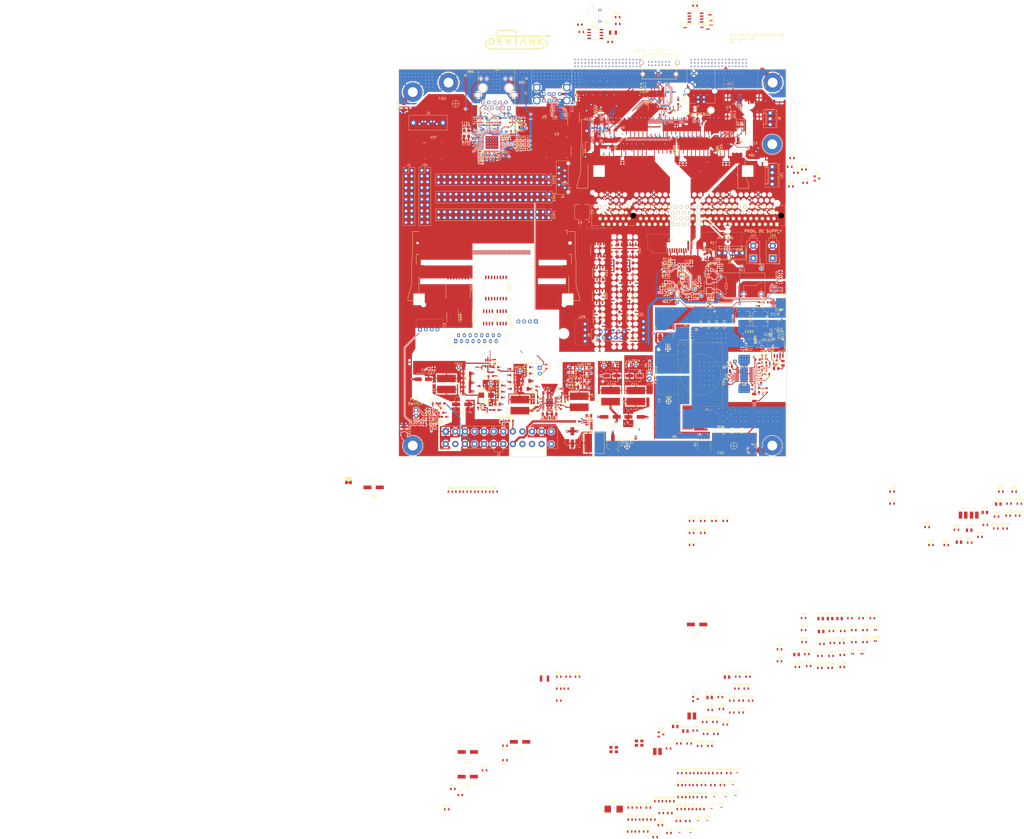
<source format=kicad_pcb>
(kicad_pcb (version 4) (host pcbnew 4.0.7-e2-6376~58~ubuntu16.04.1)
  (title_block (title "Production RET Tester Main Board") (date "13th June 2017") (rev "Issue 1") (company "Devtank Ltd"))
  (layers (0 F.Cu signal) (1 In1.Cu power) (2 In2.Cu power) (31 B.Cu signal) (34 B.Paste user) (35 F.Paste user) (36 B.SilkS user) (37 F.SilkS user) (38 B.Mask user) (39 F.Mask user) (44 Edge.Cuts user))
  (net 0 "")
  (net 1 +5V)
  (net 2 GND)
  (net 3 "Net-(C4-Pad1)")
  (net 4 "Net-(C6-Pad1)")
  (net 5 +3V3)
  (net 6 "Net-(C10-Pad1)")
  (net 7 +12V)
  (net 8 "Net-(C25-Pad1)")
  (net 9 /~MASTER_RESET)
  (net 10 "Net-(C50-Pad1)")
  (net 11 "Net-(C50-Pad2)")
  (net 12 +1V2)
  (net 13 +1V2_LAN_A)
  (net 14 "Net-(C54-Pad1)")
  (net 15 "Net-(C57-Pad1)")
  (net 16 "Net-(C60-Pad1)")
  (net 17 "Net-(C180-Pad2)")
  (net 18 "Net-(C61-Pad1)")
  (net 19 "Net-(C62-Pad1)")
  (net 20 "Net-(C63-Pad1)")
  (net 21 "Net-(C64-Pad1)")
  (net 22 "Net-(C64-Pad2)")
  (net 23 "Net-(C181-Pad2)")
  (net 24 -5V)
  (net 25 GND_ISO3)
  (net 26 +2V5)
  (net 27 GND_ISO4)
  (net 28 +CM_VDAC)
  (net 29 /Processor/VCCA)
  (net 30 +5V_STBY)
  (net 31 "Net-(C111-Pad1)")
  (net 32 "Net-(C112-Pad2)")
  (net 33 "Net-(C113-Pad1)")
  (net 34 +CM_1V8)
  (net 35 +CM_3V3)
  (net 36 "Net-(C117-Pad1)")
  (net 37 "Net-(C118-Pad1)")
  (net 38 "Net-(C119-Pad2)")
  (net 39 +1V2_USB_PLL)
  (net 40 +2V5_LAN_A)
  (net 41 "Net-(C132-Pad1)")
  (net 42 +1V8)
  (net 43 "Net-(C151-Pad1)")
  (net 44 "Net-(C167-Pad2)")
  (net 45 "Net-(C169-Pad1)")
  (net 46 "Net-(C169-Pad2)")
  (net 47 "Net-(C171-Pad1)")
  (net 48 "Net-(C173-Pad1)")
  (net 49 "Net-(C173-Pad2)")
  (net 50 "Net-(C176-Pad2)")
  (net 51 "Net-(C177-Pad1)")
  (net 52 "Net-(C180-Pad1)")
  (net 53 "Net-(C188-Pad1)")
  (net 54 "Net-(C189-Pad1)")
  (net 55 "Net-(C190-Pad1)")
  (net 56 "Net-(C191-Pad1)")
  (net 57 "Net-(C192-Pad1)")
  (net 58 /Processor/SDX_D2)
  (net 59 /Processor/SDX_D3)
  (net 60 /Processor/SDX_CMD)
  (net 61 /Processor/SDX_CLK)
  (net 62 /Processor/SDX_D0)
  (net 63 /Processor/SDX_D1)
  (net 64 "Net-(D1-Pad2)")
  (net 65 "Net-(D1-Pad1)")
  (net 66 "Net-(D5-Pad1)")
  (net 67 "Net-(D6-Pad1)")
  (net 68 "Net-(D18-Pad2)")
  (net 69 "Net-(D18-Pad1)")
  (net 70 "Net-(D19-Pad1)")
  (net 71 "Net-(D20-Pad2)")
  (net 72 "Net-(D21-Pad1)")
  (net 73 "Net-(D21-Pad2)")
  (net 74 "Net-(D22-Pad1)")
  (net 75 "Net-(D22-Pad2)")
  (net 76 "Net-(D23-Pad1)")
  (net 77 "Net-(D23-Pad2)")
  (net 78 /SYS_CLK1)
  (net 79 /SYS_PWM1)
  (net 80 /PR_GPIO22)
  (net 81 /PR_GPIO23)
  (net 82 /PR_GPIO24)
  (net 83 +1V2_LAN_PLL)
  (net 84 +3V3_LAN_A)
  (net 85 /BoardPower/PSU_ON)
  (net 86 "Net-(J2-Pad20)")
  (net 87 /Processor/HDMI_D2_P)
  (net 88 /Processor/HDMI_D2_N)
  (net 89 /Processor/HDMI_D1_P)
  (net 90 /Processor/HDMI_D1_N)
  (net 91 /Processor/HDMI_D0_P)
  (net 92 /Processor/HDMI_D0_N)
  (net 93 /Processor/HDMI_CK_P)
  (net 94 /Processor/HDMI_CK_N)
  (net 95 /Processor/HDMI_CEC)
  (net 96 /Processor/HDMI_SCL)
  (net 97 /Processor/HDMI_SDA)
  (net 98 /Processor/HDMI_HPD)
  (net 99 "Net-(J11-Pad3)")
  (net 100 "Net-(J11-Pad4)")
  (net 101 /SYS_CLK0)
  (net 102 /PWR_ENABLE)
  (net 103 /Processor/HDMI_HPD_1V8)
  (net 104 "Net-(J13-Pad168)")
  (net 105 /Processor/HDMI_CEC_A)
  (net 106 /Processor/HDMI_SDA_A)
  (net 107 /Processor/HDMI_SCL_A)
  (net 108 "Net-(Q1-Pad4)")
  (net 109 "Net-(Q2-Pad4)")
  (net 110 "Net-(Q3-Pad3)")
  (net 111 "Net-(Q4-Pad1)")
  (net 112 "Net-(R55-Pad2)")
  (net 113 "Net-(R59-Pad1)")
  (net 114 "Net-(R64-Pad1)")
  (net 115 "Net-(R67-Pad1)")
  (net 116 "Net-(R70-Pad1)")
  (net 117 "Net-(R71-Pad2)")
  (net 118 "Net-(R74-Pad1)")
  (net 119 "Net-(R74-Pad2)")
  (net 120 "Net-(R79-Pad2)")
  (net 121 "Net-(R106-Pad1)")
  (net 122 "Net-(R108-Pad2)")
  (net 123 "Net-(R112-Pad1)")
  (net 124 "Net-(R117-Pad1)")
  (net 125 "Net-(R124-Pad2)")
  (net 126 "Net-(R126-Pad1)")
  (net 127 "Net-(R131-Pad1)")
  (net 128 "Net-(R134-Pad2)")
  (net 129 "Net-(R136-Pad1)")
  (net 130 "Net-(U8-Pad11)")
  (net 131 "Net-(U9-Pad4)")
  (net 132 "Net-(U9-Pad12)")
  (net 133 /PSU_ALERT)
  (net 134 /Processor/HDMI_5V)
  (net 135 /DC_DC_ENABLE)
  (net 136 "Net-(J9-Pad13)")
  (net 137 "Net-(J9-Pad15)")
  (net 138 "Net-(R142-Pad1)")
  (net 139 "Net-(R142-Pad2)")
  (net 140 /USBHub/USB2_P)
  (net 141 /USBHub/USB2_N)
  (net 142 /USBHub/USB1_N)
  (net 143 /USBHub/USB1_P)
  (net 144 /USB_ROOT_P)
  (net 145 /USB_ROOT_N)
  (net 146 /LAN_USB_P)
  (net 147 /LAN_USB_N)
  (net 148 Earth)
  (net 149 /USBHub/PWR1_5V)
  (net 150 /FR_PANEL_USB_PWR)
  (net 151 /USBHub/PWR2_5V)
  (net 152 +5V_ISO3)
  (net 153 +5V_ISO4)
  (net 154 "Net-(C21-Pad1)")
  (net 155 "Net-(C29-Pad1)")
  (net 156 "Net-(C30-Pad2)")
  (net 157 "Net-(C32-Pad1)")
  (net 158 "Net-(C33-Pad1)")
  (net 159 "Net-(C44-Pad2)")
  (net 160 "Net-(C47-Pad1)")
  (net 161 "Net-(C48-Pad1)")
  (net 162 +CM_5V)
  (net 163 "Net-(C78-Pad2)")
  (net 164 "Net-(C84-Pad2)")
  (net 165 +5V_ISO1)
  (net 166 GND_ISO1)
  (net 167 "Net-(C102-Pad2)")
  (net 168 "Net-(C103-Pad1)")
  (net 169 "Net-(C104-Pad1)")
  (net 170 "Net-(C105-Pad1)")
  (net 171 "Net-(C108-Pad1)")
  (net 172 +5V_ISO2)
  (net 173 GND_ISO2)
  (net 174 "Net-(C158-Pad1)")
  (net 175 "Net-(C159-Pad1)")
  (net 176 "Net-(C161-Pad1)")
  (net 177 "Net-(C162-Pad1)")
  (net 178 /CAN2_L)
  (net 179 /CAN1_L)
  (net 180 /CAN2_H)
  (net 181 /CAN1_H)
  (net 182 +1V2_SATA)
  (net 183 +1V8_SATA)
  (net 184 +3V3_SATA_D)
  (net 185 +1V2_USB2_SATA)
  (net 186 +3V3_SATA_A)
  (net 187 ADJ_DC)
  (net 188 "Net-(D2-Pad1)")
  (net 189 "Net-(D3-Pad1)")
  (net 190 "Net-(D4-Pad1)")
  (net 191 "Net-(D11-Pad1)")
  (net 192 "Net-(D12-Pad1)")
  (net 193 "Net-(D13-Pad1)")
  (net 194 "Net-(D14-Pad1)")
  (net 195 "Net-(D15-Pad1)")
  (net 196 "Net-(D16-Pad1)")
  (net 197 "Net-(D17-Pad1)")
  (net 198 "Net-(D25-Pad1)")
  (net 199 "Net-(D26-Pad1)")
  (net 200 "Net-(D27-Pad1)")
  (net 201 "Net-(D28-Pad1)")
  (net 202 "Net-(D29-Pad1)")
  (net 203 "Net-(D30-Pad1)")
  (net 204 "Net-(D31-Pad1)")
  (net 205 "Net-(D32-Pad2)")
  (net 206 "Net-(D33-Pad2)")
  (net 207 "Net-(D34-Pad2)")
  (net 208 "Net-(D35-Pad2)")
  (net 209 /I2C1_SDA)
  (net 210 /I2C1_SCL)
  (net 211 /DEBUG_TX)
  (net 212 /DEBUG_RX)
  (net 213 /SPI1_CS1_CAM_IO0)
  (net 214 /SPI1_CS0)
  (net 215 /PR_GPIO27)
  (net 216 /SPI0_MOSI)
  (net 217 /SPI0_MISO)
  (net 218 /PR_GPIO25)
  (net 219 /SPI0_SCLK)
  (net 220 /SPI0_CS0)
  (net 221 /SPI0_CS1)
  (net 222 /I2C0_SDA)
  (net 223 /I2C0_SCL)
  (net 224 /SYS_TRIG)
  (net 225 /SYS_PWM0)
  (net 226 /SPI1_MISO)
  (net 227 /SPI1_CS2_CAM_IO1)
  (net 228 /PR_GPIO26)
  (net 229 /SPI1_MOSI)
  (net 230 /SPI1_SCLK)
  (net 231 /FR_PANEL_USB_N)
  (net 232 /PWR_SW)
  (net 233 /FR_PANEL_USB_P)
  (net 234 /B1)
  (net 235 /Y1)
  (net 236 /B2)
  (net 237 /Y2)
  (net 238 /A1)
  (net 239 /Z1)
  (net 240 /A2)
  (net 241 /Z2)
  (net 242 /EXT_TEMP_1WIRE)
  (net 243 /TR3_N)
  (net 244 /TR3_P)
  (net 245 /TR2_N)
  (net 246 /TR2_P)
  (net 247 /TR1_N)
  (net 248 /TR1_P)
  (net 249 /TR0_N)
  (net 250 /TR0_P)
  (net 251 /LEDG_K)
  (net 252 /LEDY_K)
  (net 253 /DISP1_D1_N)
  (net 254 /DISP1_D1_P)
  (net 255 /DISP1_CK_N)
  (net 256 /DISP1_CK_P)
  (net 257 /DISP1_D0_N)
  (net 258 /DISP1_D0_P)
  (net 259 /PR_GPIO28)
  (net 260 /SYS_FAN_DC)
  (net 261 /BCK_SHUTDOWN)
  (net 262 /FAN_SENSE)
  (net 263 /Processor/PI_GPIO13_PWM1)
  (net 264 /PR_GPIO34)
  (net 265 /PR_GPIO35)
  (net 266 /PR_GPIO36)
  (net 267 /PORT1_SEL)
  (net 268 /PORT2_SEL)
  (net 269 /PORT3_SEL)
  (net 270 /PORT4_SEL)
  (net 271 /PORT5_SEL)
  (net 272 /PORT6_SEL)
  (net 273 /ATX_PWR_SHDN)
  (net 274 /CAM1_CK_P)
  (net 275 /CAM1_CK_N)
  (net 276 /CAM1_D1_P)
  (net 277 /CAM1_D1_N)
  (net 278 /CAM1_D0_P)
  (net 279 /CAM1_D0_N)
  (net 280 "Net-(J17-Pad2)")
  (net 281 /CAM1_IO0)
  (net 282 /CAM1_IO1)
  (net 283 "Net-(J21-Pad1)")
  (net 284 "Net-(J21-Pad4)")
  (net 285 /BACKPLANE_USB_N)
  (net 286 /BACKPLANE_USB_P)
  (net 287 "Net-(Q5-Pad1)")
  (net 288 /SYS_FAN_PWM)
  (net 289 /DC_OUT_ENABLE)
  (net 290 "Net-(R18-Pad1)")
  (net 291 "Net-(R27-Pad2)")
  (net 292 "Net-(R30-Pad2)")
  (net 293 "Net-(R34-Pad1)")
  (net 294 "Net-(R35-Pad2)")
  (net 295 "Net-(R36-Pad2)")
  (net 296 "Net-(R37-Pad2)")
  (net 297 "Net-(R38-Pad2)")
  (net 298 "Net-(R39-Pad2)")
  (net 299 "Net-(R40-Pad2)")
  (net 300 "Net-(R41-Pad2)")
  (net 301 "Net-(R42-Pad2)")
  (net 302 "Net-(R43-Pad2)")
  (net 303 "Net-(R44-Pad2)")
  (net 304 "Net-(R45-Pad2)")
  (net 305 "Net-(R46-Pad2)")
  (net 306 "Net-(R47-Pad2)")
  (net 307 "Net-(R48-Pad2)")
  (net 308 "Net-(R49-Pad1)")
  (net 309 "Net-(R50-Pad1)")
  (net 310 "Net-(R52-Pad1)")
  (net 311 "Net-(R72-Pad1)")
  (net 312 /RS485/RS485_CH1_RE)
  (net 313 /RS485/RS485_CH1_DE)
  (net 314 "Net-(R84-Pad2)")
  (net 315 "Net-(R88-Pad2)")
  (net 316 "Net-(R94-Pad2)")
  (net 317 "Net-(R140-Pad2)")
  (net 318 "Net-(R108-Pad1)")
  (net 319 /AdjPower/PSU_DAC_ADDR)
  (net 320 /AdjPower/VMON_1)
  (net 321 /AdjPower/VMON_2)
  (net 322 /AdjPower/PSU_ADC_ADDR)
  (net 323 /RS485/RS485_CH2_RE)
  (net 324 /RS485/RS485_CH2_DE)
  (net 325 "Net-(R159-Pad1)")
  (net 326 "Net-(R159-Pad2)")
  (net 327 "Net-(R167-Pad2)")
  (net 328 "Net-(R168-Pad2)")
  (net 329 "Net-(R170-Pad2)")
  (net 330 "Net-(R172-Pad2)")
  (net 331 /USBHub/USB1_EN)
  (net 332 /USBHub/OCS1)
  (net 333 /USBHub/OCS2)
  (net 334 /USBHub/USB2_EN)
  (net 335 /USBHub/USB4_EN)
  (net 336 /USBHub/OCS4)
  (net 337 "Net-(U15-Pad11)")
  (net 338 "Net-(U15-Pad12)")
  (net 339 "Net-(U15-Pad13)")
  (net 340 "Net-(U15-Pad14)")
  (net 341 "Net-(U16-Pad11)")
  (net 342 "Net-(U16-Pad12)")
  (net 343 "Net-(U16-Pad13)")
  (net 344 "Net-(U16-Pad14)")
  (net 345 "Net-(U30-Pad1)")
  (net 346 "Net-(U30-Pad2)")
  (net 347 /CAN_SCK)
  (net 348 /CAN_DIN)
  (net 349 /CAN_DOUT)
  (net 350 "Net-(U31-Pad1)")
  (net 351 "Net-(U31-Pad2)")
  (net 352 "Net-(U33-Pad6)")
  (net 353 "Net-(U33-Pad7)")
  (net 354 "Net-(U34-Pad6)")
  (net 355 "Net-(U34-Pad7)")
  (module KiCAD_PCB_Lib:Via-0.6mm (layer F.Cu) (at 116.9 195.15)
    (fp_text reference REF** hide)
    (fp_text value Via-0.6mm hide)
    (pad 1 thru_hole circle (at 0 0) (size 0.6 0.6) (drill 0.3) (layers *.Cu) (net 2 GND))
  )
  (module KiCAD_PCB_Lib:Via-0.6mm (layer F.Cu) (at 116.9 197.3)
    (fp_text reference REF** hide)
    (fp_text value Via-0.6mm hide)
    (pad 1 thru_hole circle (at 0 0) (size 0.6 0.6) (drill 0.3) (layers *.Cu) (net 2 GND))
  )
  (module KiCAD_PCB_Lib:Via-0.6mm (layer F.Cu) (at 115.65 195.15)
    (fp_text reference REF** hide)
    (fp_text value Via-0.6mm hide)
    (pad 1 thru_hole circle (at 0 0) (size 0.6 0.6) (drill 0.3) (layers *.Cu) (net 2 GND))
  )
  (module KiCAD_PCB_Lib:Via-0.6mm (layer F.Cu) (at 115.65 197.25)
    (fp_text reference REF** hide)
    (fp_text value Via-0.6mm hide)
    (pad 1 thru_hole circle (at 0 0) (size 0.6 0.6) (drill 0.3) (layers *.Cu) (net 2 GND))
  )
  (module Fiducials:Fiducial_classic_Small_SilkscreenTop_Type1 (layer F.Cu) (at 197 215.2)
    (fp_text reference FID1 (at -5.7 3.1) (layer F.SilkS))
    (fp_text value Fiducial_classic_Small_SilkscreenTop_Type1 hide)
  )
  (module KiCAD_PCB_Lib:Via-0.6mm (layer F.Cu) (at 212 156.5)
    (fp_text reference REF** hide)
    (fp_text value Via-0.6mm hide)
    (pad 1 thru_hole circle (at 0 0) (size 0.6 0.6) (drill 0.3) (layers *.Cu) (net 23 "Net-(C181-Pad2)"))
  )
  (module KiCAD_PCB_Lib:Via-0.6mm (layer F.Cu) (at 206 156.5)
    (fp_text reference REF** hide)
    (fp_text value Via-0.6mm hide)
    (pad 1 thru_hole circle (at 0 0) (size 0.6 0.6) (drill 0.3) (layers *.Cu) (net 23 "Net-(C181-Pad2)"))
  )
  (module KiCAD_PCB_Lib:Via-0.6mm (layer F.Cu) (at 204 156.5)
    (fp_text reference REF** hide)
    (fp_text value Via-0.6mm hide)
    (pad 1 thru_hole circle (at 0 0) (size 0.6 0.6) (drill 0.3) (layers *.Cu) (net 23 "Net-(C181-Pad2)"))
  )
  (module KiCAD_PCB_Lib:Via-0.6mm (layer F.Cu) (at 204 156.5)
    (fp_text reference REF** hide)
    (fp_text value Via-0.6mm hide)
    (pad 1 thru_hole circle (at 0 0) (size 0.6 0.6) (drill 0.3) (layers *.Cu) (net 23 "Net-(C181-Pad2)"))
  )
  (module KiCAD_PCB_Lib:Via-0.6mm (layer F.Cu) (at 196.5 158)
    (fp_text reference REF** hide)
    (fp_text value Via-0.6mm hide)
    (pad 1 thru_hole circle (at 0 0) (size 0.6 0.6) (drill 0.3) (layers *.Cu) (net 23 "Net-(C181-Pad2)"))
  )
  (module KiCAD_PCB_Lib:Via-0.6mm (layer F.Cu) (at 194 156)
    (fp_text reference REF** hide)
    (fp_text value Via-0.6mm hide)
    (pad 1 thru_hole circle (at 0 0) (size 0.6 0.6) (drill 0.3) (layers *.Cu) (net 23 "Net-(C181-Pad2)"))
  )
  (module KiCAD_PCB_Lib:Via-0.6mm (layer F.Cu) (at 189.5 158.5)
    (fp_text reference REF** hide)
    (fp_text value Via-0.6mm hide)
    (pad 1 thru_hole circle (at 0 0) (size 0.6 0.6) (drill 0.3) (layers *.Cu) (net 23 "Net-(C181-Pad2)"))
  )
  (module KiCAD_PCB_Lib:Via-0.6mm (layer F.Cu) (at 186.5 158.5)
    (fp_text reference REF** hide)
    (fp_text value Via-0.6mm hide)
    (pad 1 thru_hole circle (at 0 0) (size 0.6 0.6) (drill 0.3) (layers *.Cu) (net 23 "Net-(C181-Pad2)"))
  )
  (module KiCAD_PCB_Lib:Via-0.6mm (layer F.Cu) (at 176.5 159.5)
    (fp_text reference REF** hide)
    (fp_text value Via-0.6mm hide)
    (pad 1 thru_hole circle (at 0 0) (size 0.6 0.6) (drill 0.3) (layers *.Cu) (net 23 "Net-(C181-Pad2)"))
  )
  (module KiCAD_PCB_Lib:Via-0.6mm (layer F.Cu) (at 183 158.5)
    (fp_text reference REF** hide)
    (fp_text value Via-0.6mm hide)
    (pad 1 thru_hole circle (at 0 0) (size 0.6 0.6) (drill 0.3) (layers *.Cu) (net 23 "Net-(C181-Pad2)"))
  )
  (module KiCAD_PCB_Lib:Via-0.6mm (layer F.Cu) (at 179.5 158.5)
    (fp_text reference REF** hide)
    (fp_text value Via-0.6mm hide)
    (pad 1 thru_hole circle (at 0 0) (size 0.6 0.6) (drill 0.3) (layers *.Cu) (net 23 "Net-(C181-Pad2)"))
  )
  (module KiCAD_PCB_Lib:Via-0.6mm (layer F.Cu) (at 183 156.5)
    (fp_text reference REF** hide)
    (fp_text value Via-0.6mm hide)
    (pad 1 thru_hole circle (at 0 0) (size 0.6 0.6) (drill 0.3) (layers *.Cu) (net 23 "Net-(C181-Pad2)"))
  )
  (module KiCAD_PCB_Lib:Via-0.6mm (layer F.Cu) (at 179.5 156.5)
    (fp_text reference REF** hide)
    (fp_text value Via-0.6mm hide)
    (pad 1 thru_hole circle (at 0 0) (size 0.6 0.6) (drill 0.3) (layers *.Cu) (net 23 "Net-(C181-Pad2)"))
  )
  (module KiCAD_PCB_Lib:Via-0.6mm (layer F.Cu) (at 164.5 155.5)
    (fp_text reference REF** hide)
    (fp_text value Via-0.6mm hide)
    (pad 1 thru_hole circle (at 0 0) (size 0.6 0.6) (drill 0.3) (layers *.Cu) (net 23 "Net-(C181-Pad2)"))
  )
  (module KiCAD_PCB_Lib:Via-0.6mm (layer F.Cu) (at 170 155.5)
    (fp_text reference REF** hide)
    (fp_text value Via-0.6mm hide)
    (pad 1 thru_hole circle (at 0 0) (size 0.6 0.6) (drill 0.3) (layers *.Cu) (net 23 "Net-(C181-Pad2)"))
  )
  (module KiCAD_PCB_Lib:Via-0.6mm (layer F.Cu) (at 173 156.5)
    (fp_text reference REF** hide)
    (fp_text value Via-0.6mm hide)
    (pad 1 thru_hole circle (at 0 0) (size 0.6 0.6) (drill 0.3) (layers *.Cu) (net 23 "Net-(C181-Pad2)"))
  )
  (module KiCAD_PCB_Lib:Via-0.6mm (layer F.Cu) (at 175.5 180.5)
    (fp_text reference REF** hide)
    (fp_text value Via-0.6mm hide)
    (pad 1 thru_hole circle (at 0 0) (size 0.6 0.6) (drill 0.3) (layers *.Cu) (net 67 "Net-(D6-Pad1)"))
  )
  (module KiCAD_PCB_Lib:Via-0.6mm (layer F.Cu) (at 175.5 177.5)
    (fp_text reference REF** hide)
    (fp_text value Via-0.6mm hide)
    (pad 1 thru_hole circle (at 0 0) (size 0.6 0.6) (drill 0.3) (layers *.Cu) (net 67 "Net-(D6-Pad1)"))
  )
  (module KiCAD_PCB_Lib:Via-0.6mm (layer F.Cu) (at 172.5 177.5)
    (fp_text reference REF** hide)
    (fp_text value Via-0.6mm hide)
    (pad 1 thru_hole circle (at 0 0) (size 0.6 0.6) (drill 0.3) (layers *.Cu) (net 67 "Net-(D6-Pad1)"))
  )
  (module KiCAD_PCB_Lib:Via-0.6mm (layer F.Cu) (at 175.5 174)
    (fp_text reference REF** hide)
    (fp_text value Via-0.6mm hide)
    (pad 1 thru_hole circle (at 0 0) (size 0.6 0.6) (drill 0.3) (layers *.Cu) (net 67 "Net-(D6-Pad1)"))
  )
  (module KiCAD_PCB_Lib:Via-0.6mm (layer F.Cu) (at 172.5 174)
    (fp_text reference REF** hide)
    (fp_text value Via-0.6mm hide)
    (pad 1 thru_hole circle (at 0 0) (size 0.6 0.6) (drill 0.3) (layers *.Cu) (net 67 "Net-(D6-Pad1)"))
  )
  (module KiCAD_PCB_Lib:Via-0.6mm (layer F.Cu) (at 175.5 171)
    (fp_text reference REF** hide)
    (fp_text value Via-0.6mm hide)
    (pad 1 thru_hole circle (at 0 0) (size 0.6 0.6) (drill 0.3) (layers *.Cu) (net 67 "Net-(D6-Pad1)"))
  )
  (module KiCAD_PCB_Lib:Via-0.6mm (layer F.Cu) (at 198.4 96.4)
    (fp_text reference REF** hide)
    (fp_text value Via-0.6mm hide)
    (pad 1 thru_hole circle (at 0 0) (size 0.6 0.6) (drill 0.3) (layers *.Cu) (net 2 GND))
  )
  (module KiCAD_PCB_Lib:Via-0.6mm (layer F.Cu) (at 216.5 122)
    (fp_text reference REF** hide)
    (fp_text value Via-0.6mm hide)
    (pad 1 thru_hole circle (at 0 0) (size 0.6 0.6) (drill 0.3) (layers *.Cu) (net 2 GND))
  )
  (module KiCAD_PCB_Lib:Via-0.6mm (layer F.Cu) (at 213.9 63.9)
    (fp_text reference REF** hide)
    (fp_text value Via-0.6mm hide)
    (pad 1 thru_hole circle (at 0 0) (size 0.6 0.6) (drill 0.3) (layers *.Cu) (net 2 GND))
  )
  (module KiCAD_PCB_Lib:Via-0.6mm (layer F.Cu) (at 213.9 68.4)
    (fp_text reference REF** hide)
    (fp_text value Via-0.6mm hide)
    (pad 1 thru_hole circle (at 0 0) (size 0.6 0.6) (drill 0.3) (layers *.Cu) (net 2 GND))
  )
  (module KiCAD_PCB_Lib:Via-0.6mm (layer F.Cu) (at 210.9 68.4)
    (fp_text reference REF** hide)
    (fp_text value Via-0.6mm hide)
    (pad 1 thru_hole circle (at 0 0) (size 0.6 0.6) (drill 0.3) (layers *.Cu) (net 2 GND))
  )
  (module KiCAD_PCB_Lib:Via-0.6mm (layer F.Cu) (at 210.9 63.9)
    (fp_text reference REF** hide)
    (fp_text value Via-0.6mm hide)
    (pad 1 thru_hole circle (at 0 0) (size 0.6 0.6) (drill 0.3) (layers *.Cu) (net 2 GND))
  )
  (module KiCAD_PCB_Lib:Via-0.6mm (layer F.Cu) (at 207.4 68.4)
    (fp_text reference REF** hide)
    (fp_text value Via-0.6mm hide)
    (pad 1 thru_hole circle (at 0 0) (size 0.6 0.6) (drill 0.3) (layers *.Cu) (net 2 GND))
  )
  (module KiCAD_PCB_Lib:Via-0.6mm (layer F.Cu) (at 207.4 63.9)
    (fp_text reference REF** hide)
    (fp_text value Via-0.6mm hide)
    (pad 1 thru_hole circle (at 0 0) (size 0.6 0.6) (drill 0.3) (layers *.Cu) (net 2 GND))
  )
  (module KiCAD_PCB_Lib:Via-0.6mm (layer F.Cu) (at 195 113.5)
    (fp_text reference REF** hide)
    (fp_text value Via-0.6mm hide)
    (pad 1 thru_hole circle (at 0 0) (size 0.6 0.6) (drill 0.3) (layers *.Cu) (net 2 GND))
  )
  (module KiCAD_PCB_Lib:Via-0.6mm (layer F.Cu) (at 190.4 104.9)
    (fp_text reference REF** hide)
    (fp_text value Via-0.6mm hide)
    (pad 1 thru_hole circle (at 0 0) (size 0.6 0.6) (drill 0.3) (layers *.Cu) (net 2 GND))
  )
  (module KiCAD_PCB_Lib:Via-0.6mm (layer F.Cu) (at 190.4 101.4)
    (fp_text reference REF** hide)
    (fp_text value Via-0.6mm hide)
    (pad 1 thru_hole circle (at 0 0) (size 0.6 0.6) (drill 0.3) (layers *.Cu) (net 2 GND))
  )
  (module KiCAD_PCB_Lib:Via-0.6mm (layer F.Cu) (at 190.4 97.9)
    (fp_text reference REF** hide)
    (fp_text value Via-0.6mm hide)
    (pad 1 thru_hole circle (at 0 0) (size 0.6 0.6) (drill 0.3) (layers *.Cu) (net 2 GND))
  )
  (module KiCAD_PCB_Lib:Via-0.6mm (layer F.Cu) (at 184.4 106.9)
    (fp_text reference REF** hide)
    (fp_text value Via-0.6mm hide)
    (pad 1 thru_hole circle (at 0 0) (size 0.6 0.6) (drill 0.3) (layers *.Cu) (net 2 GND))
  )
  (module KiCAD_PCB_Lib:Via-0.6mm (layer F.Cu) (at 181.9 104.4)
    (fp_text reference REF** hide)
    (fp_text value Via-0.6mm hide)
    (pad 1 thru_hole circle (at 0 0) (size 0.6 0.6) (drill 0.3) (layers *.Cu) (net 2 GND))
  )
  (module KiCAD_PCB_Lib:Via-0.6mm (layer F.Cu) (at 161.9 103.4)
    (fp_text reference REF** hide)
    (fp_text value Via-0.6mm hide)
    (pad 1 thru_hole circle (at 0 0) (size 0.6 0.6) (drill 0.3) (layers *.Cu) (net 2 GND))
  )
  (module KiCAD_PCB_Lib:Via-0.6mm (layer F.Cu) (at 178.4 87.4)
    (fp_text reference REF** hide)
    (fp_text value Via-0.6mm hide)
    (pad 1 thru_hole circle (at 0 0) (size 0.6 0.6) (drill 0.3) (layers *.Cu) (net 2 GND))
  )
  (module KiCAD_PCB_Lib:Via-0.6mm (layer F.Cu) (at 185.4 77.4)
    (fp_text reference REF** hide)
    (fp_text value Via-0.6mm hide)
    (pad 1 thru_hole circle (at 0 0) (size 0.6 0.6) (drill 0.3) (layers *.Cu) (net 2 GND))
  )
  (module KiCAD_PCB_Lib:Via-0.6mm (layer F.Cu) (at 185.4 90.9)
    (fp_text reference REF** hide)
    (fp_text value Via-0.6mm hide)
    (pad 1 thru_hole circle (at 0 0) (size 0.6 0.6) (drill 0.3) (layers *.Cu) (net 2 GND))
  )
  (module KiCAD_PCB_Lib:Via-0.6mm (layer F.Cu) (at 181.9 94.9)
    (fp_text reference REF** hide)
    (fp_text value Via-0.6mm hide)
    (pad 1 thru_hole circle (at 0 0) (size 0.6 0.6) (drill 0.3) (layers *.Cu) (net 2 GND))
  )
  (module KiCAD_PCB_Lib:Via-0.6mm (layer F.Cu) (at 178.4 97.9)
    (fp_text reference REF** hide)
    (fp_text value Via-0.6mm hide)
    (pad 1 thru_hole circle (at 0 0) (size 0.6 0.6) (drill 0.3) (layers *.Cu) (net 2 GND))
  )
  (module KiCAD_PCB_Lib:Via-0.6mm (layer F.Cu) (at 152.4 85.9)
    (fp_text reference REF** hide)
    (fp_text value Via-0.6mm hide)
    (pad 1 thru_hole circle (at 0 0) (size 0.6 0.6) (drill 0.3) (layers *.Cu) (net 2 GND))
  )
  (module KiCAD_PCB_Lib:Via-0.6mm (layer F.Cu) (at 148.9 85.9)
    (fp_text reference REF** hide)
    (fp_text value Via-0.6mm hide)
    (pad 1 thru_hole circle (at 0 0) (size 0.6 0.6) (drill 0.3) (layers *.Cu) (net 2 GND))
  )
  (module KiCAD_PCB_Lib:Via-0.6mm (layer F.Cu) (at 179.4 58.4)
    (fp_text reference REF** hide)
    (fp_text value Via-0.6mm hide)
    (pad 1 thru_hole circle (at 0 0) (size 0.6 0.6) (drill 0.3) (layers *.Cu) (net 2 GND))
  )
  (module KiCAD_PCB_Lib:Via-0.6mm (layer F.Cu) (at 179.4 61.4)
    (fp_text reference REF** hide)
    (fp_text value Via-0.6mm hide)
    (pad 1 thru_hole circle (at 0 0) (size 0.6 0.6) (drill 0.3) (layers *.Cu) (net 2 GND))
  )
  (module KiCAD_PCB_Lib:Via-0.6mm (layer F.Cu) (at 182.4 61.4)
    (fp_text reference REF** hide)
    (fp_text value Via-0.6mm hide)
    (pad 1 thru_hole circle (at 0 0) (size 0.6 0.6) (drill 0.3) (layers *.Cu) (net 2 GND))
  )
  (module KiCAD_PCB_Lib:Via-0.6mm (layer F.Cu) (at 182.4 58.4)
    (fp_text reference REF** hide)
    (fp_text value Via-0.6mm hide)
    (pad 1 thru_hole circle (at 0 0) (size 0.6 0.6) (drill 0.3) (layers *.Cu) (net 2 GND))
  )
  (module KiCAD_PCB_Lib:Via-0.6mm (layer F.Cu) (at 179.4 55.4)
    (fp_text reference REF** hide)
    (fp_text value Via-0.6mm hide)
    (pad 1 thru_hole circle (at 0 0) (size 0.6 0.6) (drill 0.3) (layers *.Cu) (net 2 GND))
  )
  (module KiCAD_PCB_Lib:Via-0.6mm (layer F.Cu) (at 182.4 55.4)
    (fp_text reference REF** hide)
    (fp_text value Via-0.6mm hide)
    (pad 1 thru_hole circle (at 0 0) (size 0.6 0.6) (drill 0.3) (layers *.Cu) (net 2 GND))
  )
  (module KiCAD_PCB_Lib:Via-0.6mm (layer F.Cu) (at 185.4 55.4)
    (fp_text reference REF** hide)
    (fp_text value Via-0.6mm hide)
    (pad 1 thru_hole circle (at 0 0) (size 0.6 0.6) (drill 0.3) (layers *.Cu) (net 2 GND))
  )
  (module KiCAD_PCB_Lib:Via-0.6mm (layer F.Cu) (at 185.4 58.4)
    (fp_text reference REF** hide)
    (fp_text value Via-0.6mm hide)
    (pad 1 thru_hole circle (at 0 0) (size 0.6 0.6) (drill 0.3) (layers *.Cu) (net 2 GND))
  )
  (module KiCAD_PCB_Lib:Via-0.6mm (layer F.Cu) (at 185.4 61.4)
    (fp_text reference REF** hide)
    (fp_text value Via-0.6mm hide)
    (pad 1 thru_hole circle (at 0 0) (size 0.6 0.6) (drill 0.3) (layers *.Cu) (net 2 GND))
  )
  (module KiCAD_PCB_Lib:Via-0.6mm (layer F.Cu) (at 144.4 58.4)
    (fp_text reference REF** hide)
    (fp_text value Via-0.6mm hide)
    (pad 1 thru_hole circle (at 0 0) (size 0.6 0.6) (drill 0.3) (layers *.Cu) (net 2 GND))
  )
  (module KiCAD_PCB_Lib:Via-0.6mm (layer F.Cu) (at 144.4 61.4)
    (fp_text reference REF** hide)
    (fp_text value Via-0.6mm hide)
    (pad 1 thru_hole circle (at 0 0) (size 0.6 0.6) (drill 0.3) (layers *.Cu) (net 2 GND))
  )
  (module KiCAD_PCB_Lib:Via-0.6mm (layer F.Cu) (at 144.4 55.4)
    (fp_text reference REF** hide)
    (fp_text value Via-0.6mm hide)
    (pad 1 thru_hole circle (at 0 0) (size 0.6 0.6) (drill 0.3) (layers *.Cu) (net 2 GND))
  )
  (module KiCAD_PCB_Lib:Via-0.6mm (layer F.Cu) (at 141.4 61.4)
    (fp_text reference REF** hide)
    (fp_text value Via-0.6mm hide)
    (pad 1 thru_hole circle (at 0 0) (size 0.6 0.6) (drill 0.3) (layers *.Cu) (net 2 GND))
  )
  (module KiCAD_PCB_Lib:Via-0.6mm (layer F.Cu) (at 138.4 61.4)
    (fp_text reference REF** hide)
    (fp_text value Via-0.6mm hide)
    (pad 1 thru_hole circle (at 0 0) (size 0.6 0.6) (drill 0.3) (layers *.Cu) (net 2 GND))
  )
  (module KiCAD_PCB_Lib:Via-0.6mm (layer F.Cu) (at 135.4 61.4)
    (fp_text reference REF** hide)
    (fp_text value Via-0.6mm hide)
    (pad 1 thru_hole circle (at 0 0) (size 0.6 0.6) (drill 0.3) (layers *.Cu) (net 2 GND))
  )
  (module KiCAD_PCB_Lib:Via-0.6mm (layer F.Cu) (at 132.4 61.4)
    (fp_text reference REF** hide)
    (fp_text value Via-0.6mm hide)
    (pad 1 thru_hole circle (at 0 0) (size 0.6 0.6) (drill 0.3) (layers *.Cu) (net 2 GND))
  )
  (module KiCAD_PCB_Lib:Via-0.6mm (layer F.Cu) (at 129.4 61.4)
    (fp_text reference REF** hide)
    (fp_text value Via-0.6mm hide)
    (pad 1 thru_hole circle (at 0 0) (size 0.6 0.6) (drill 0.3) (layers *.Cu) (net 2 GND))
  )
  (module KiCAD_PCB_Lib:Via-0.6mm (layer F.Cu) (at 141.4 58.4)
    (fp_text reference REF** hide)
    (fp_text value Via-0.6mm hide)
    (pad 1 thru_hole circle (at 0 0) (size 0.6 0.6) (drill 0.3) (layers *.Cu) (net 2 GND))
  )
  (module KiCAD_PCB_Lib:Via-0.6mm (layer F.Cu) (at 138.4 58.4)
    (fp_text reference REF** hide)
    (fp_text value Via-0.6mm hide)
    (pad 1 thru_hole circle (at 0 0) (size 0.6 0.6) (drill 0.3) (layers *.Cu) (net 2 GND))
  )
  (module KiCAD_PCB_Lib:Via-0.6mm (layer F.Cu) (at 135.4 58.4)
    (fp_text reference REF** hide)
    (fp_text value Via-0.6mm hide)
    (pad 1 thru_hole circle (at 0 0) (size 0.6 0.6) (drill 0.3) (layers *.Cu) (net 2 GND))
  )
  (module KiCAD_PCB_Lib:Via-0.6mm (layer F.Cu) (at 132.4 58.4)
    (fp_text reference REF** hide)
    (fp_text value Via-0.6mm hide)
    (pad 1 thru_hole circle (at 0 0) (size 0.6 0.6) (drill 0.3) (layers *.Cu) (net 2 GND))
  )
  (module KiCAD_PCB_Lib:Via-0.6mm (layer F.Cu) (at 129.4 58.4)
    (fp_text reference REF** hide)
    (fp_text value Via-0.6mm hide)
    (pad 1 thru_hole circle (at 0 0) (size 0.6 0.6) (drill 0.3) (layers *.Cu) (net 2 GND))
  )
  (module KiCAD_PCB_Lib:Via-0.6mm (layer F.Cu) (at 141.4 55.4)
    (fp_text reference REF** hide)
    (fp_text value Via-0.6mm hide)
    (pad 1 thru_hole circle (at 0 0) (size 0.6 0.6) (drill 0.3) (layers *.Cu) (net 2 GND))
  )
  (module KiCAD_PCB_Lib:Via-0.6mm (layer F.Cu) (at 138.4 55.4)
    (fp_text reference REF** hide)
    (fp_text value Via-0.6mm hide)
    (pad 1 thru_hole circle (at 0 0) (size 0.6 0.6) (drill 0.3) (layers *.Cu) (net 2 GND))
  )
  (module KiCAD_PCB_Lib:Via-0.6mm (layer F.Cu) (at 135.4 55.4)
    (fp_text reference REF** hide)
    (fp_text value Via-0.6mm hide)
    (pad 1 thru_hole circle (at 0 0) (size 0.6 0.6) (drill 0.3) (layers *.Cu) (net 2 GND))
  )
  (module KiCAD_PCB_Lib:Via-0.6mm (layer F.Cu) (at 132.4 55.4)
    (fp_text reference REF** hide)
    (fp_text value Via-0.6mm hide)
    (pad 1 thru_hole circle (at 0 0) (size 0.6 0.6) (drill 0.3) (layers *.Cu) (net 2 GND))
  )
  (module KiCAD_PCB_Lib:Via-0.6mm (layer F.Cu) (at 63.5 58)
    (fp_text reference REF** hide)
    (fp_text value Via-0.6mm hide)
    (pad 1 thru_hole circle (at 0 0) (size 0.6 0.6) (drill 0.3) (layers *.Cu) (net 148 Earth))
  )
  (module KiCAD_PCB_Lib:Via-0.6mm (layer F.Cu) (at 65 58)
    (fp_text reference REF** hide)
    (fp_text value Via-0.6mm hide)
    (pad 1 thru_hole circle (at 0 0) (size 0.6 0.6) (drill 0.3) (layers *.Cu) (net 148 Earth))
  )
  (module KiCAD_PCB_Lib:Via-0.6mm (layer F.Cu) (at 62 58)
    (fp_text reference REF** hide)
    (fp_text value Via-0.6mm hide)
    (pad 1 thru_hole circle (at 0 0) (size 0.6 0.6) (drill 0.3) (layers *.Cu) (net 148 Earth))
  )
  (module KiCAD_PCB_Lib:Via-0.6mm (layer F.Cu) (at 63.5 55)
    (fp_text reference REF** hide)
    (fp_text value Via-0.6mm hide)
    (pad 1 thru_hole circle (at 0 0) (size 0.6 0.6) (drill 0.3) (layers *.Cu) (net 148 Earth))
  )
  (module KiCAD_PCB_Lib:Via-0.6mm (layer F.Cu) (at 65 56.5)
    (fp_text reference REF** hide)
    (fp_text value Via-0.6mm hide)
    (pad 1 thru_hole circle (at 0 0) (size 0.6 0.6) (drill 0.3) (layers *.Cu) (net 148 Earth))
  )
  (module KiCAD_PCB_Lib:Via-0.6mm (layer F.Cu) (at 65 55)
    (fp_text reference REF** hide)
    (fp_text value Via-0.6mm hide)
    (pad 1 thru_hole circle (at 0 0) (size 0.6 0.6) (drill 0.3) (layers *.Cu) (net 148 Earth))
  )
  (module KiCAD_PCB_Lib:Via-0.6mm (layer F.Cu) (at 63.5 56.5)
    (fp_text reference REF** hide)
    (fp_text value Via-0.6mm hide)
    (pad 1 thru_hole circle (at 0 0) (size 0.6 0.6) (drill 0.3) (layers *.Cu) (net 148 Earth))
  )
  (module KiCAD_PCB_Lib:Via-0.6mm (layer F.Cu) (at 62 56.5)
    (fp_text reference REF** hide)
    (fp_text value Via-0.6mm hide)
    (pad 1 thru_hole circle (at 0 0) (size 0.6 0.6) (drill 0.3) (layers *.Cu) (net 148 Earth))
  )
  (module KiCAD_PCB_Lib:Via-0.6mm (layer F.Cu) (at 62 55)
    (fp_text reference REF** hide)
    (fp_text value Via-0.6mm hide)
    (pad 1 thru_hole circle (at 0 0) (size 0.6 0.6) (drill 0.3) (layers *.Cu) (net 148 Earth))
  )
  (module KiCAD_PCB_Lib:Via-0.6mm (layer F.Cu) (at 56 53.5)
    (fp_text reference REF** hide)
    (fp_text value Via-0.6mm hide)
    (pad 1 thru_hole circle (at 0 0) (size 0.6 0.6) (drill 0.3) (layers *.Cu) (net 148 Earth))
  )
  (module KiCAD_PCB_Lib:Via-0.6mm (layer F.Cu) (at 57.5 52)
    (fp_text reference REF** hide)
    (fp_text value Via-0.6mm hide)
    (pad 1 thru_hole circle (at 0 0) (size 0.6 0.6) (drill 0.3) (layers *.Cu) (net 148 Earth))
  )
  (module KiCAD_PCB_Lib:Via-0.6mm (layer F.Cu) (at 57.5 53.5)
    (fp_text reference REF** hide)
    (fp_text value Via-0.6mm hide)
    (pad 1 thru_hole circle (at 0 0) (size 0.6 0.6) (drill 0.3) (layers *.Cu) (net 148 Earth))
  )
  (module KiCAD_PCB_Lib:Via-0.6mm (layer F.Cu) (at 56 52)
    (fp_text reference REF** hide)
    (fp_text value Via-0.6mm hide)
    (pad 1 thru_hole circle (at 0 0) (size 0.6 0.6) (drill 0.3) (layers *.Cu) (net 148 Earth))
  )
  (module KiCAD_PCB_Lib:Via-0.6mm (layer F.Cu) (at 63.5 53.5)
    (fp_text reference REF** hide)
    (fp_text value Via-0.6mm hide)
    (pad 1 thru_hole circle (at 0 0) (size 0.6 0.6) (drill 0.3) (layers *.Cu) (net 148 Earth))
  )
  (module KiCAD_PCB_Lib:Via-0.6mm (layer F.Cu) (at 63.5 52)
    (fp_text reference REF** hide)
    (fp_text value Via-0.6mm hide)
    (pad 1 thru_hole circle (at 0 0) (size 0.6 0.6) (drill 0.3) (layers *.Cu) (net 148 Earth))
  )
  (module KiCAD_PCB_Lib:Via-0.6mm (layer F.Cu) (at 65 53.5)
    (fp_text reference REF** hide)
    (fp_text value Via-0.6mm hide)
    (pad 1 thru_hole circle (at 0 0) (size 0.6 0.6) (drill 0.3) (layers *.Cu) (net 148 Earth))
  )
  (module KiCAD_PCB_Lib:Via-0.6mm (layer F.Cu) (at 65 52)
    (fp_text reference REF** hide)
    (fp_text value Via-0.6mm hide)
    (pad 1 thru_hole circle (at 0 0) (size 0.6 0.6) (drill 0.3) (layers *.Cu) (net 148 Earth))
  )
  (module KiCAD_PCB_Lib:Via-0.6mm (layer F.Cu) (at 59 53.5)
    (fp_text reference REF** hide)
    (fp_text value Via-0.6mm hide)
    (pad 1 thru_hole circle (at 0 0) (size 0.6 0.6) (drill 0.3) (layers *.Cu) (net 148 Earth))
  )
  (module KiCAD_PCB_Lib:Via-0.6mm (layer F.Cu) (at 60.5 53.5)
    (fp_text reference REF** hide)
    (fp_text value Via-0.6mm hide)
    (pad 1 thru_hole circle (at 0 0) (size 0.6 0.6) (drill 0.3) (layers *.Cu) (net 148 Earth))
  )
  (module KiCAD_PCB_Lib:Via-0.6mm (layer F.Cu) (at 62 52)
    (fp_text reference REF** hide)
    (fp_text value Via-0.6mm hide)
    (pad 1 thru_hole circle (at 0 0) (size 0.6 0.6) (drill 0.3) (layers *.Cu) (net 148 Earth))
  )
  (module KiCAD_PCB_Lib:Via-0.6mm (layer F.Cu) (at 62 53.5)
    (fp_text reference REF** hide)
    (fp_text value Via-0.6mm hide)
    (pad 1 thru_hole circle (at 0 0) (size 0.6 0.6) (drill 0.3) (layers *.Cu) (net 148 Earth))
  )
  (module KiCAD_PCB_Lib:Via-0.6mm (layer F.Cu) (at 60.5 52)
    (fp_text reference REF** hide)
    (fp_text value Via-0.6mm hide)
    (pad 1 thru_hole circle (at 0 0) (size 0.6 0.6) (drill 0.3) (layers *.Cu) (net 148 Earth))
  )
  (module KiCAD_PCB_Lib:Via-0.6mm (layer F.Cu) (at 59 52)
    (fp_text reference REF** hide)
    (fp_text value Via-0.6mm hide)
    (pad 1 thru_hole circle (at 0 0) (size 0.6 0.6) (drill 0.3) (layers *.Cu) (net 148 Earth))
  )
  (module KiCAD_PCB_Lib:Via-0.6mm (layer F.Cu) (at 51.5 53.5)
    (fp_text reference REF** hide)
    (fp_text value Via-0.6mm hide)
    (pad 1 thru_hole circle (at 0 0) (size 0.6 0.6) (drill 0.3) (layers *.Cu) (net 148 Earth))
  )
  (module KiCAD_PCB_Lib:Via-0.6mm (layer F.Cu) (at 54.5 53.5)
    (fp_text reference REF** hide)
    (fp_text value Via-0.6mm hide)
    (pad 1 thru_hole circle (at 0 0) (size 0.6 0.6) (drill 0.3) (layers *.Cu) (net 148 Earth))
  )
  (module KiCAD_PCB_Lib:Via-0.6mm (layer F.Cu) (at 53 53.5)
    (fp_text reference REF** hide)
    (fp_text value Via-0.6mm hide)
    (pad 1 thru_hole circle (at 0 0) (size 0.6 0.6) (drill 0.3) (layers *.Cu) (net 148 Earth))
  )
  (module KiCAD_PCB_Lib:Via-0.6mm (layer F.Cu) (at 51.5 52)
    (fp_text reference REF** hide)
    (fp_text value Via-0.6mm hide)
    (pad 1 thru_hole circle (at 0 0) (size 0.6 0.6) (drill 0.3) (layers *.Cu) (net 148 Earth))
  )
  (module KiCAD_PCB_Lib:Via-0.6mm (layer F.Cu) (at 53 52)
    (fp_text reference REF** hide)
    (fp_text value Via-0.6mm hide)
    (pad 1 thru_hole circle (at 0 0) (size 0.6 0.6) (drill 0.3) (layers *.Cu) (net 148 Earth))
  )
  (module KiCAD_PCB_Lib:Via-0.6mm (layer F.Cu) (at 54.5 52)
    (fp_text reference REF** hide)
    (fp_text value Via-0.6mm hide)
    (pad 1 thru_hole circle (at 0 0) (size 0.6 0.6) (drill 0.3) (layers *.Cu) (net 148 Earth))
  )
  (module KiCAD_PCB_Lib:Via-0.6mm (layer F.Cu) (at 94.5 59)
    (fp_text reference REF** hide)
    (fp_text value Via-0.6mm hide)
    (pad 1 thru_hole circle (at 0 0) (size 0.6 0.6) (drill 0.3) (layers *.Cu) (net 148 Earth))
  )
  (module KiCAD_PCB_Lib:Via-0.6mm (layer F.Cu) (at 93 57.5)
    (fp_text reference REF** hide)
    (fp_text value Via-0.6mm hide)
    (pad 1 thru_hole circle (at 0 0) (size 0.6 0.6) (drill 0.3) (layers *.Cu) (net 148 Earth))
  )
  (module KiCAD_PCB_Lib:Via-0.6mm (layer F.Cu) (at 93 59)
    (fp_text reference REF** hide)
    (fp_text value Via-0.6mm hide)
    (pad 1 thru_hole circle (at 0 0) (size 0.6 0.6) (drill 0.3) (layers *.Cu) (net 148 Earth))
  )
  (module KiCAD_PCB_Lib:Via-0.6mm (layer F.Cu) (at 93 56)
    (fp_text reference REF** hide)
    (fp_text value Via-0.6mm hide)
    (pad 1 thru_hole circle (at 0 0) (size 0.6 0.6) (drill 0.3) (layers *.Cu) (net 148 Earth))
  )
  (module KiCAD_PCB_Lib:Via-0.6mm (layer F.Cu) (at 94.5 57.5)
    (fp_text reference REF** hide)
    (fp_text value Via-0.6mm hide)
    (pad 1 thru_hole circle (at 0 0) (size 0.6 0.6) (drill 0.3) (layers *.Cu) (net 148 Earth))
  )
  (module KiCAD_PCB_Lib:Via-0.6mm (layer F.Cu) (at 94.5 56)
    (fp_text reference REF** hide)
    (fp_text value Via-0.6mm hide)
    (pad 1 thru_hole circle (at 0 0) (size 0.6 0.6) (drill 0.3) (layers *.Cu) (net 148 Earth))
  )
  (module KiCAD_PCB_Lib:Via-0.6mm (layer F.Cu) (at 93 54.5)
    (fp_text reference REF** hide)
    (fp_text value Via-0.6mm hide)
    (pad 1 thru_hole circle (at 0 0) (size 0.6 0.6) (drill 0.3) (layers *.Cu) (net 148 Earth))
  )
  (module KiCAD_PCB_Lib:Via-0.6mm (layer F.Cu) (at 93 53)
    (fp_text reference REF** hide)
    (fp_text value Via-0.6mm hide)
    (pad 1 thru_hole circle (at 0 0) (size 0.6 0.6) (drill 0.3) (layers *.Cu) (net 148 Earth))
  )
  (module KiCAD_PCB_Lib:Via-0.6mm (layer F.Cu) (at 94.5 54.5)
    (fp_text reference REF** hide)
    (fp_text value Via-0.6mm hide)
    (pad 1 thru_hole circle (at 0 0) (size 0.6 0.6) (drill 0.3) (layers *.Cu) (net 148 Earth))
  )
  (module KiCAD_PCB_Lib:Via-0.6mm (layer F.Cu) (at 94.5 53)
    (fp_text reference REF** hide)
    (fp_text value Via-0.6mm hide)
    (pad 1 thru_hole circle (at 0 0) (size 0.6 0.6) (drill 0.3) (layers *.Cu) (net 148 Earth))
  )
  (module KiCAD_PCB_Lib:Via-0.6mm (layer F.Cu) (at 91.5 59)
    (fp_text reference REF** hide)
    (fp_text value Via-0.6mm hide)
    (pad 1 thru_hole circle (at 0 0) (size 0.6 0.6) (drill 0.3) (layers *.Cu) (net 148 Earth))
  )
  (module KiCAD_PCB_Lib:Via-0.6mm (layer F.Cu) (at 91.5 57.5)
    (fp_text reference REF** hide)
    (fp_text value Via-0.6mm hide)
    (pad 1 thru_hole circle (at 0 0) (size 0.6 0.6) (drill 0.3) (layers *.Cu) (net 148 Earth))
  )
  (module KiCAD_PCB_Lib:Via-0.6mm (layer F.Cu) (at 91.5 56)
    (fp_text reference REF** hide)
    (fp_text value Via-0.6mm hide)
    (pad 1 thru_hole circle (at 0 0) (size 0.6 0.6) (drill 0.3) (layers *.Cu) (net 148 Earth))
  )
  (module KiCAD_PCB_Lib:Via-0.6mm (layer F.Cu) (at 91.5 54.5)
    (fp_text reference REF** hide)
    (fp_text value Via-0.6mm hide)
    (pad 1 thru_hole circle (at 0 0) (size 0.6 0.6) (drill 0.3) (layers *.Cu) (net 148 Earth))
  )
  (module KiCAD_PCB_Lib:Via-0.6mm (layer F.Cu) (at 91.5 53)
    (fp_text reference REF** hide)
    (fp_text value Via-0.6mm hide)
    (pad 1 thru_hole circle (at 0 0) (size 0.6 0.6) (drill 0.3) (layers *.Cu) (net 148 Earth))
  )
  (module KiCAD_PCB_Lib:Via-0.6mm (layer F.Cu) (at 97.5 51.5)
    (fp_text reference REF** hide)
    (fp_text value Via-0.6mm hide)
    (pad 1 thru_hole circle (at 0 0) (size 0.6 0.6) (drill 0.3) (layers *.Cu) (net 148 Earth))
  )
  (module KiCAD_PCB_Lib:Via-0.6mm (layer F.Cu) (at 100.5 51.5)
    (fp_text reference REF** hide)
    (fp_text value Via-0.6mm hide)
    (pad 1 thru_hole circle (at 0 0) (size 0.6 0.6) (drill 0.3) (layers *.Cu) (net 148 Earth))
  )
  (module KiCAD_PCB_Lib:Via-0.6mm (layer F.Cu) (at 99 51.5)
    (fp_text reference REF** hide)
    (fp_text value Via-0.6mm hide)
    (pad 1 thru_hole circle (at 0 0) (size 0.6 0.6) (drill 0.3) (layers *.Cu) (net 148 Earth))
  )
  (module KiCAD_PCB_Lib:Via-0.6mm (layer F.Cu) (at 103.5 51.5)
    (fp_text reference REF** hide)
    (fp_text value Via-0.6mm hide)
    (pad 1 thru_hole circle (at 0 0) (size 0.6 0.6) (drill 0.3) (layers *.Cu) (net 148 Earth))
  )
  (module KiCAD_PCB_Lib:Via-0.6mm (layer F.Cu) (at 102 51.5)
    (fp_text reference REF** hide)
    (fp_text value Via-0.6mm hide)
    (pad 1 thru_hole circle (at 0 0) (size 0.6 0.6) (drill 0.3) (layers *.Cu) (net 148 Earth))
  )
  (module KiCAD_PCB_Lib:Via-0.6mm (layer F.Cu) (at 106.5 51.5)
    (fp_text reference REF** hide)
    (fp_text value Via-0.6mm hide)
    (pad 1 thru_hole circle (at 0 0) (size 0.6 0.6) (drill 0.3) (layers *.Cu) (net 148 Earth))
  )
  (module KiCAD_PCB_Lib:Via-0.6mm (layer F.Cu) (at 105 51.5)
    (fp_text reference REF** hide)
    (fp_text value Via-0.6mm hide)
    (pad 1 thru_hole circle (at 0 0) (size 0.6 0.6) (drill 0.3) (layers *.Cu) (net 148 Earth))
  )
  (module KiCAD_PCB_Lib:Via-0.6mm (layer F.Cu) (at 93 51.5)
    (fp_text reference REF** hide)
    (fp_text value Via-0.6mm hide)
    (pad 1 thru_hole circle (at 0 0) (size 0.6 0.6) (drill 0.3) (layers *.Cu) (net 148 Earth))
  )
  (module KiCAD_PCB_Lib:Via-0.6mm (layer F.Cu) (at 91.5 51.5)
    (fp_text reference REF** hide)
    (fp_text value Via-0.6mm hide)
    (pad 1 thru_hole circle (at 0 0) (size 0.6 0.6) (drill 0.3) (layers *.Cu) (net 148 Earth))
  )
  (module KiCAD_PCB_Lib:Via-0.6mm (layer F.Cu) (at 82.5 51.5)
    (fp_text reference REF** hide)
    (fp_text value Via-0.6mm hide)
    (pad 1 thru_hole circle (at 0 0) (size 0.6 0.6) (drill 0.3) (layers *.Cu) (net 148 Earth))
  )
  (module KiCAD_PCB_Lib:Via-0.6mm (layer F.Cu) (at 84 51.5)
    (fp_text reference REF** hide)
    (fp_text value Via-0.6mm hide)
    (pad 1 thru_hole circle (at 0 0) (size 0.6 0.6) (drill 0.3) (layers *.Cu) (net 148 Earth))
  )
  (module KiCAD_PCB_Lib:Via-0.6mm (layer F.Cu) (at 85.5 51.5)
    (fp_text reference REF** hide)
    (fp_text value Via-0.6mm hide)
    (pad 1 thru_hole circle (at 0 0) (size 0.6 0.6) (drill 0.3) (layers *.Cu) (net 148 Earth))
  )
  (module KiCAD_PCB_Lib:Via-0.6mm (layer F.Cu) (at 90 51.5)
    (fp_text reference REF** hide)
    (fp_text value Via-0.6mm hide)
    (pad 1 thru_hole circle (at 0 0) (size 0.6 0.6) (drill 0.3) (layers *.Cu) (net 148 Earth))
  )
  (module KiCAD_PCB_Lib:Via-0.6mm (layer F.Cu) (at 88.5 51.5)
    (fp_text reference REF** hide)
    (fp_text value Via-0.6mm hide)
    (pad 1 thru_hole circle (at 0 0) (size 0.6 0.6) (drill 0.3) (layers *.Cu) (net 148 Earth))
  )
  (module KiCAD_PCB_Lib:Via-0.6mm (layer F.Cu) (at 87 51.5)
    (fp_text reference REF** hide)
    (fp_text value Via-0.6mm hide)
    (pad 1 thru_hole circle (at 0 0) (size 0.6 0.6) (drill 0.3) (layers *.Cu) (net 148 Earth))
  )
  (module KiCAD_PCB_Lib:Via-0.6mm (layer F.Cu) (at 96 51.5)
    (fp_text reference REF** hide)
    (fp_text value Via-0.6mm hide)
    (pad 1 thru_hole circle (at 0 0) (size 0.6 0.6) (drill 0.3) (layers *.Cu) (net 148 Earth))
  )
  (module KiCAD_PCB_Lib:Via-0.6mm (layer F.Cu) (at 94.5 51.5)
    (fp_text reference REF** hide)
    (fp_text value Via-0.6mm hide)
    (pad 1 thru_hole circle (at 0 0) (size 0.6 0.6) (drill 0.3) (layers *.Cu) (net 148 Earth))
  )
  (module KiCAD_PCB_Lib:Via-0.6mm (layer F.Cu) (at 142.4 51.9)
    (fp_text reference REF** hide)
    (fp_text value Via-0.6mm hide)
    (pad 1 thru_hole circle (at 0 0) (size 0.6 0.6) (drill 0.3) (layers *.Cu) (net 148 Earth))
  )
  (module KiCAD_PCB_Lib:Via-0.6mm (layer F.Cu) (at 140.9 51.9)
    (fp_text reference REF** hide)
    (fp_text value Via-0.6mm hide)
    (pad 1 thru_hole circle (at 0 0) (size 0.6 0.6) (drill 0.3) (layers *.Cu) (net 148 Earth))
  )
  (module KiCAD_PCB_Lib:Via-0.6mm (layer F.Cu) (at 139.4 51.9)
    (fp_text reference REF** hide)
    (fp_text value Via-0.6mm hide)
    (pad 1 thru_hole circle (at 0 0) (size 0.6 0.6) (drill 0.3) (layers *.Cu) (net 148 Earth))
  )
  (module KiCAD_PCB_Lib:Via-0.6mm (layer F.Cu) (at 133.4 51.9)
    (fp_text reference REF** hide)
    (fp_text value Via-0.6mm hide)
    (pad 1 thru_hole circle (at 0 0) (size 0.6 0.6) (drill 0.3) (layers *.Cu) (net 148 Earth))
  )
  (module KiCAD_PCB_Lib:Via-0.6mm (layer F.Cu) (at 131.9 51.9)
    (fp_text reference REF** hide)
    (fp_text value Via-0.6mm hide)
    (pad 1 thru_hole circle (at 0 0) (size 0.6 0.6) (drill 0.3) (layers *.Cu) (net 148 Earth))
  )
  (module KiCAD_PCB_Lib:Via-0.6mm (layer F.Cu) (at 148.4 51.9)
    (fp_text reference REF** hide)
    (fp_text value Via-0.6mm hide)
    (pad 1 thru_hole circle (at 0 0) (size 0.6 0.6) (drill 0.3) (layers *.Cu) (net 148 Earth))
  )
  (module KiCAD_PCB_Lib:Via-0.6mm (layer F.Cu) (at 152.9 51.9)
    (fp_text reference REF** hide)
    (fp_text value Via-0.6mm hide)
    (pad 1 thru_hole circle (at 0 0) (size 0.6 0.6) (drill 0.3) (layers *.Cu) (net 148 Earth))
  )
  (module KiCAD_PCB_Lib:Via-0.6mm (layer F.Cu) (at 149.9 51.9)
    (fp_text reference REF** hide)
    (fp_text value Via-0.6mm hide)
    (pad 1 thru_hole circle (at 0 0) (size 0.6 0.6) (drill 0.3) (layers *.Cu) (net 148 Earth))
  )
  (module KiCAD_PCB_Lib:Via-0.6mm (layer F.Cu) (at 151.4 51.9)
    (fp_text reference REF** hide)
    (fp_text value Via-0.6mm hide)
    (pad 1 thru_hole circle (at 0 0) (size 0.6 0.6) (drill 0.3) (layers *.Cu) (net 148 Earth))
  )
  (module KiCAD_PCB_Lib:Via-0.6mm (layer F.Cu) (at 155.9 51.9)
    (fp_text reference REF** hide)
    (fp_text value Via-0.6mm hide)
    (pad 1 thru_hole circle (at 0 0) (size 0.6 0.6) (drill 0.3) (layers *.Cu) (net 148 Earth))
  )
  (module KiCAD_PCB_Lib:Via-0.6mm (layer F.Cu) (at 154.4 51.9)
    (fp_text reference REF** hide)
    (fp_text value Via-0.6mm hide)
    (pad 1 thru_hole circle (at 0 0) (size 0.6 0.6) (drill 0.3) (layers *.Cu) (net 148 Earth))
  )
  (module KiCAD_PCB_Lib:Via-0.6mm (layer F.Cu) (at 146.9 51.9)
    (fp_text reference REF** hide)
    (fp_text value Via-0.6mm hide)
    (pad 1 thru_hole circle (at 0 0) (size 0.6 0.6) (drill 0.3) (layers *.Cu) (net 148 Earth))
  )
  (module KiCAD_PCB_Lib:Via-0.6mm (layer F.Cu) (at 145.4 51.9)
    (fp_text reference REF** hide)
    (fp_text value Via-0.6mm hide)
    (pad 1 thru_hole circle (at 0 0) (size 0.6 0.6) (drill 0.3) (layers *.Cu) (net 148 Earth))
  )
  (module KiCAD_PCB_Lib:Via-0.6mm (layer F.Cu) (at 143.9 51.9)
    (fp_text reference REF** hide)
    (fp_text value Via-0.6mm hide)
    (pad 1 thru_hole circle (at 0 0) (size 0.6 0.6) (drill 0.3) (layers *.Cu) (net 148 Earth))
  )
  (module KiCAD_PCB_Lib:Via-0.6mm (layer F.Cu) (at 137.9 51.9)
    (fp_text reference REF** hide)
    (fp_text value Via-0.6mm hide)
    (pad 1 thru_hole circle (at 0 0) (size 0.6 0.6) (drill 0.3) (layers *.Cu) (net 148 Earth))
  )
  (module KiCAD_PCB_Lib:Via-0.6mm (layer F.Cu) (at 134.9 51.9)
    (fp_text reference REF** hide)
    (fp_text value Via-0.6mm hide)
    (pad 1 thru_hole circle (at 0 0) (size 0.6 0.6) (drill 0.3) (layers *.Cu) (net 148 Earth))
  )
  (module KiCAD_PCB_Lib:Via-0.6mm (layer F.Cu) (at 136.4 51.9)
    (fp_text reference REF** hide)
    (fp_text value Via-0.6mm hide)
    (pad 1 thru_hole circle (at 0 0) (size 0.6 0.6) (drill 0.3) (layers *.Cu) (net 148 Earth))
  )
  (module KiCAD_PCB_Lib:Via-0.6mm (layer F.Cu) (at 130.4 51.9)
    (fp_text reference REF** hide)
    (fp_text value Via-0.6mm hide)
    (pad 1 thru_hole circle (at 0 0) (size 0.6 0.6) (drill 0.3) (layers *.Cu) (net 148 Earth))
  )
  (module KiCAD_PCB_Lib:Via-0.6mm (layer F.Cu) (at 128.9 51.9)
    (fp_text reference REF** hide)
    (fp_text value Via-0.6mm hide)
    (pad 1 thru_hole circle (at 0 0) (size 0.6 0.6) (drill 0.3) (layers *.Cu) (net 148 Earth))
  )
  (module KiCAD_PCB_Lib:Via-0.6mm (layer F.Cu) (at 127.4 51.9)
    (fp_text reference REF** hide)
    (fp_text value Via-0.6mm hide)
    (pad 1 thru_hole circle (at 0 0) (size 0.6 0.6) (drill 0.3) (layers *.Cu) (net 148 Earth))
  )
  (module KiCAD_PCB_Lib:Via-0.6mm (layer F.Cu) (at 127.5 57.5)
    (fp_text reference REF** hide)
    (fp_text value Via-0.6mm hide)
    (pad 1 thru_hole circle (at 0 0) (size 0.6 0.6) (drill 0.3) (layers *.Cu) (net 148 Earth))
  )
  (module KiCAD_PCB_Lib:Via-0.6mm (layer F.Cu) (at 130.5 57.5)
    (fp_text reference REF** hide)
    (fp_text value Via-0.6mm hide)
    (pad 1 thru_hole circle (at 0 0) (size 0.6 0.6) (drill 0.3) (layers *.Cu) (net 148 Earth))
  )
  (module KiCAD_PCB_Lib:Via-0.6mm (layer F.Cu) (at 129 57.5)
    (fp_text reference REF** hide)
    (fp_text value Via-0.6mm hide)
    (pad 1 thru_hole circle (at 0 0) (size 0.6 0.6) (drill 0.3) (layers *.Cu) (net 148 Earth))
  )
  (module KiCAD_PCB_Lib:Via-0.6mm (layer F.Cu) (at 142.4 50.4)
    (fp_text reference REF** hide)
    (fp_text value Via-0.6mm hide)
    (pad 1 thru_hole circle (at 0 0) (size 0.6 0.6) (drill 0.3) (layers *.Cu) (net 148 Earth))
  )
  (module KiCAD_PCB_Lib:Via-0.6mm (layer F.Cu) (at 140.9 50.4)
    (fp_text reference REF** hide)
    (fp_text value Via-0.6mm hide)
    (pad 1 thru_hole circle (at 0 0) (size 0.6 0.6) (drill 0.3) (layers *.Cu) (net 148 Earth))
  )
  (module KiCAD_PCB_Lib:Via-0.6mm (layer F.Cu) (at 139.4 50.4)
    (fp_text reference REF** hide)
    (fp_text value Via-0.6mm hide)
    (pad 1 thru_hole circle (at 0 0) (size 0.6 0.6) (drill 0.3) (layers *.Cu) (net 148 Earth))
  )
  (module KiCAD_PCB_Lib:Via-0.6mm (layer F.Cu) (at 133.4 50.4)
    (fp_text reference REF** hide)
    (fp_text value Via-0.6mm hide)
    (pad 1 thru_hole circle (at 0 0) (size 0.6 0.6) (drill 0.3) (layers *.Cu) (net 148 Earth))
  )
  (module KiCAD_PCB_Lib:Via-0.6mm (layer F.Cu) (at 131.9 50.4)
    (fp_text reference REF** hide)
    (fp_text value Via-0.6mm hide)
    (pad 1 thru_hole circle (at 0 0) (size 0.6 0.6) (drill 0.3) (layers *.Cu) (net 148 Earth))
  )
  (module KiCAD_PCB_Lib:Via-0.6mm (layer F.Cu) (at 148.4 50.4)
    (fp_text reference REF** hide)
    (fp_text value Via-0.6mm hide)
    (pad 1 thru_hole circle (at 0 0) (size 0.6 0.6) (drill 0.3) (layers *.Cu) (net 148 Earth))
  )
  (module KiCAD_PCB_Lib:Via-0.6mm (layer F.Cu) (at 152.9 50.4)
    (fp_text reference REF** hide)
    (fp_text value Via-0.6mm hide)
    (pad 1 thru_hole circle (at 0 0) (size 0.6 0.6) (drill 0.3) (layers *.Cu) (net 148 Earth))
  )
  (module KiCAD_PCB_Lib:Via-0.6mm (layer F.Cu) (at 149.9 50.4)
    (fp_text reference REF** hide)
    (fp_text value Via-0.6mm hide)
    (pad 1 thru_hole circle (at 0 0) (size 0.6 0.6) (drill 0.3) (layers *.Cu) (net 148 Earth))
  )
  (module KiCAD_PCB_Lib:Via-0.6mm (layer F.Cu) (at 151.4 50.4)
    (fp_text reference REF** hide)
    (fp_text value Via-0.6mm hide)
    (pad 1 thru_hole circle (at 0 0) (size 0.6 0.6) (drill 0.3) (layers *.Cu) (net 148 Earth))
  )
  (module KiCAD_PCB_Lib:Via-0.6mm (layer F.Cu) (at 155.9 50.4)
    (fp_text reference REF** hide)
    (fp_text value Via-0.6mm hide)
    (pad 1 thru_hole circle (at 0 0) (size 0.6 0.6) (drill 0.3) (layers *.Cu) (net 148 Earth))
  )
  (module KiCAD_PCB_Lib:Via-0.6mm (layer F.Cu) (at 154.4 50.4)
    (fp_text reference REF** hide)
    (fp_text value Via-0.6mm hide)
    (pad 1 thru_hole circle (at 0 0) (size 0.6 0.6) (drill 0.3) (layers *.Cu) (net 148 Earth))
  )
  (module KiCAD_PCB_Lib:Via-0.6mm (layer F.Cu) (at 146.9 50.4)
    (fp_text reference REF** hide)
    (fp_text value Via-0.6mm hide)
    (pad 1 thru_hole circle (at 0 0) (size 0.6 0.6) (drill 0.3) (layers *.Cu) (net 148 Earth))
  )
  (module KiCAD_PCB_Lib:Via-0.6mm (layer F.Cu) (at 145.4 50.4)
    (fp_text reference REF** hide)
    (fp_text value Via-0.6mm hide)
    (pad 1 thru_hole circle (at 0 0) (size 0.6 0.6) (drill 0.3) (layers *.Cu) (net 148 Earth))
  )
  (module KiCAD_PCB_Lib:Via-0.6mm (layer F.Cu) (at 143.9 50.4)
    (fp_text reference REF** hide)
    (fp_text value Via-0.6mm hide)
    (pad 1 thru_hole circle (at 0 0) (size 0.6 0.6) (drill 0.3) (layers *.Cu) (net 148 Earth))
  )
  (module KiCAD_PCB_Lib:Via-0.6mm (layer F.Cu) (at 137.9 50.4)
    (fp_text reference REF** hide)
    (fp_text value Via-0.6mm hide)
    (pad 1 thru_hole circle (at 0 0) (size 0.6 0.6) (drill 0.3) (layers *.Cu) (net 148 Earth))
  )
  (module KiCAD_PCB_Lib:Via-0.6mm (layer F.Cu) (at 134.9 50.4)
    (fp_text reference REF** hide)
    (fp_text value Via-0.6mm hide)
    (pad 1 thru_hole circle (at 0 0) (size 0.6 0.6) (drill 0.3) (layers *.Cu) (net 148 Earth))
  )
  (module KiCAD_PCB_Lib:Via-0.6mm (layer F.Cu) (at 136.4 50.4)
    (fp_text reference REF** hide)
    (fp_text value Via-0.6mm hide)
    (pad 1 thru_hole circle (at 0 0) (size 0.6 0.6) (drill 0.3) (layers *.Cu) (net 148 Earth))
  )
  (module KiCAD_PCB_Lib:Via-0.6mm (layer F.Cu) (at 130.4 50.4)
    (fp_text reference REF** hide)
    (fp_text value Via-0.6mm hide)
    (pad 1 thru_hole circle (at 0 0) (size 0.6 0.6) (drill 0.3) (layers *.Cu) (net 148 Earth))
  )
  (module KiCAD_PCB_Lib:Via-0.6mm (layer F.Cu) (at 128.9 50.4)
    (fp_text reference REF** hide)
    (fp_text value Via-0.6mm hide)
    (pad 1 thru_hole circle (at 0 0) (size 0.6 0.6) (drill 0.3) (layers *.Cu) (net 148 Earth))
  )
  (module KiCAD_PCB_Lib:Via-0.6mm (layer F.Cu) (at 127.4 50.4)
    (fp_text reference REF** hide)
    (fp_text value Via-0.6mm hide)
    (pad 1 thru_hole circle (at 0 0) (size 0.6 0.6) (drill 0.3) (layers *.Cu) (net 148 Earth))
  )
  (module KiCAD_PCB_Lib:Via-0.6mm (layer F.Cu) (at 127.5 56)
    (fp_text reference REF** hide)
    (fp_text value Via-0.6mm hide)
    (pad 1 thru_hole circle (at 0 0) (size 0.6 0.6) (drill 0.3) (layers *.Cu) (net 148 Earth))
  )
  (module KiCAD_PCB_Lib:Via-0.6mm (layer F.Cu) (at 130.5 56)
    (fp_text reference REF** hide)
    (fp_text value Via-0.6mm hide)
    (pad 1 thru_hole circle (at 0 0) (size 0.6 0.6) (drill 0.3) (layers *.Cu) (net 148 Earth))
  )
  (module KiCAD_PCB_Lib:Via-0.6mm (layer F.Cu) (at 129 56)
    (fp_text reference REF** hide)
    (fp_text value Via-0.6mm hide)
    (pad 1 thru_hole circle (at 0 0) (size 0.6 0.6) (drill 0.3) (layers *.Cu) (net 148 Earth))
  )
  (module KiCAD_PCB_Lib:Via-0.6mm (layer F.Cu) (at 202.4 51.9)
    (fp_text reference REF** hide)
    (fp_text value Via-0.6mm hide)
    (pad 1 thru_hole circle (at 0 0) (size 0.6 0.6) (drill 0.3) (layers *.Cu) (net 148 Earth))
  )
  (module KiCAD_PCB_Lib:Via-0.6mm (layer F.Cu) (at 200.9 51.9)
    (fp_text reference REF** hide)
    (fp_text value Via-0.6mm hide)
    (pad 1 thru_hole circle (at 0 0) (size 0.6 0.6) (drill 0.3) (layers *.Cu) (net 148 Earth))
  )
  (module KiCAD_PCB_Lib:Via-0.6mm (layer F.Cu) (at 199.4 51.9)
    (fp_text reference REF** hide)
    (fp_text value Via-0.6mm hide)
    (pad 1 thru_hole circle (at 0 0) (size 0.6 0.6) (drill 0.3) (layers *.Cu) (net 148 Earth))
  )
  (module KiCAD_PCB_Lib:Via-0.6mm (layer F.Cu) (at 197.9 51.9)
    (fp_text reference REF** hide)
    (fp_text value Via-0.6mm hide)
    (pad 1 thru_hole circle (at 0 0) (size 0.6 0.6) (drill 0.3) (layers *.Cu) (net 148 Earth))
  )
  (module KiCAD_PCB_Lib:Via-0.6mm (layer F.Cu) (at 196.4 51.9)
    (fp_text reference REF** hide)
    (fp_text value Via-0.6mm hide)
    (pad 1 thru_hole circle (at 0 0) (size 0.6 0.6) (drill 0.3) (layers *.Cu) (net 148 Earth))
  )
  (module KiCAD_PCB_Lib:Via-0.6mm (layer F.Cu) (at 194.9 51.9)
    (fp_text reference REF** hide)
    (fp_text value Via-0.6mm hide)
    (pad 1 thru_hole circle (at 0 0) (size 0.6 0.6) (drill 0.3) (layers *.Cu) (net 148 Earth))
  )
  (module KiCAD_PCB_Lib:Via-0.6mm (layer F.Cu) (at 193.4 51.9)
    (fp_text reference REF** hide)
    (fp_text value Via-0.6mm hide)
    (pad 1 thru_hole circle (at 0 0) (size 0.6 0.6) (drill 0.3) (layers *.Cu) (net 148 Earth))
  )
  (module KiCAD_PCB_Lib:Via-0.6mm (layer F.Cu) (at 191.9 51.9)
    (fp_text reference REF** hide)
    (fp_text value Via-0.6mm hide)
    (pad 1 thru_hole circle (at 0 0) (size 0.6 0.6) (drill 0.3) (layers *.Cu) (net 148 Earth))
  )
  (module KiCAD_PCB_Lib:Via-0.6mm (layer F.Cu) (at 190.4 51.9)
    (fp_text reference REF** hide)
    (fp_text value Via-0.6mm hide)
    (pad 1 thru_hole circle (at 0 0) (size 0.6 0.6) (drill 0.3) (layers *.Cu) (net 148 Earth))
  )
  (module KiCAD_PCB_Lib:Via-0.6mm (layer F.Cu) (at 188.9 51.9)
    (fp_text reference REF** hide)
    (fp_text value Via-0.6mm hide)
    (pad 1 thru_hole circle (at 0 0) (size 0.6 0.6) (drill 0.3) (layers *.Cu) (net 148 Earth))
  )
  (module KiCAD_PCB_Lib:Via-0.6mm (layer F.Cu) (at 187.4 51.9)
    (fp_text reference REF** hide)
    (fp_text value Via-0.6mm hide)
    (pad 1 thru_hole circle (at 0 0) (size 0.6 0.6) (drill 0.3) (layers *.Cu) (net 148 Earth))
  )
  (module KiCAD_PCB_Lib:Via-0.6mm (layer F.Cu) (at 185.9 51.9)
    (fp_text reference REF** hide)
    (fp_text value Via-0.6mm hide)
    (pad 1 thru_hole circle (at 0 0) (size 0.6 0.6) (drill 0.3) (layers *.Cu) (net 148 Earth))
  )
  (module KiCAD_PCB_Lib:Via-0.6mm (layer F.Cu) (at 184.4 51.9)
    (fp_text reference REF** hide)
    (fp_text value Via-0.6mm hide)
    (pad 1 thru_hole circle (at 0 0) (size 0.6 0.6) (drill 0.3) (layers *.Cu) (net 148 Earth))
  )
  (module KiCAD_PCB_Lib:Via-0.6mm (layer F.Cu) (at 182.9 51.9)
    (fp_text reference REF** hide)
    (fp_text value Via-0.6mm hide)
    (pad 1 thru_hole circle (at 0 0) (size 0.6 0.6) (drill 0.3) (layers *.Cu) (net 148 Earth))
  )
  (module KiCAD_PCB_Lib:Via-0.6mm (layer F.Cu) (at 181.4 51.9)
    (fp_text reference REF** hide)
    (fp_text value Via-0.6mm hide)
    (pad 1 thru_hole circle (at 0 0) (size 0.6 0.6) (drill 0.3) (layers *.Cu) (net 148 Earth))
  )
  (module KiCAD_PCB_Lib:Via-0.6mm (layer F.Cu) (at 179.9 51.9)
    (fp_text reference REF** hide)
    (fp_text value Via-0.6mm hide)
    (pad 1 thru_hole circle (at 0 0) (size 0.6 0.6) (drill 0.3) (layers *.Cu) (net 148 Earth))
  )
  (module KiCAD_PCB_Lib:Via-0.6mm (layer F.Cu) (at 178.4 51.9)
    (fp_text reference REF** hide)
    (fp_text value Via-0.6mm hide)
    (pad 1 thru_hole circle (at 0 0) (size 0.6 0.6) (drill 0.3) (layers *.Cu) (net 148 Earth))
  )
  (module KiCAD_PCB_Lib:Via-0.6mm (layer F.Cu) (at 202.4 50.4)
    (fp_text reference REF** hide)
    (fp_text value Via-0.6mm hide)
    (pad 1 thru_hole circle (at 0 0) (size 0.6 0.6) (drill 0.3) (layers *.Cu) (net 148 Earth))
  )
  (module KiCAD_PCB_Lib:Via-0.6mm (layer F.Cu) (at 200.9 50.4)
    (fp_text reference REF** hide)
    (fp_text value Via-0.6mm hide)
    (pad 1 thru_hole circle (at 0 0) (size 0.6 0.6) (drill 0.3) (layers *.Cu) (net 148 Earth))
  )
  (module KiCAD_PCB_Lib:Via-0.6mm (layer F.Cu) (at 199.4 50.4)
    (fp_text reference REF** hide)
    (fp_text value Via-0.6mm hide)
    (pad 1 thru_hole circle (at 0 0) (size 0.6 0.6) (drill 0.3) (layers *.Cu) (net 148 Earth))
  )
  (module KiCAD_PCB_Lib:Via-0.6mm (layer F.Cu) (at 197.9 50.4)
    (fp_text reference REF** hide)
    (fp_text value Via-0.6mm hide)
    (pad 1 thru_hole circle (at 0 0) (size 0.6 0.6) (drill 0.3) (layers *.Cu) (net 148 Earth))
  )
  (module KiCAD_PCB_Lib:Via-0.6mm (layer F.Cu) (at 196.4 50.4)
    (fp_text reference REF** hide)
    (fp_text value Via-0.6mm hide)
    (pad 1 thru_hole circle (at 0 0) (size 0.6 0.6) (drill 0.3) (layers *.Cu) (net 148 Earth))
  )
  (module KiCAD_PCB_Lib:Via-0.6mm (layer F.Cu) (at 194.9 50.4)
    (fp_text reference REF** hide)
    (fp_text value Via-0.6mm hide)
    (pad 1 thru_hole circle (at 0 0) (size 0.6 0.6) (drill 0.3) (layers *.Cu) (net 148 Earth))
  )
  (module KiCAD_PCB_Lib:Via-0.6mm (layer F.Cu) (at 193.4 50.4)
    (fp_text reference REF** hide)
    (fp_text value Via-0.6mm hide)
    (pad 1 thru_hole circle (at 0 0) (size 0.6 0.6) (drill 0.3) (layers *.Cu) (net 148 Earth))
  )
  (module KiCAD_PCB_Lib:Via-0.6mm (layer F.Cu) (at 191.9 50.4)
    (fp_text reference REF** hide)
    (fp_text value Via-0.6mm hide)
    (pad 1 thru_hole circle (at 0 0) (size 0.6 0.6) (drill 0.3) (layers *.Cu) (net 148 Earth))
  )
  (module KiCAD_PCB_Lib:Via-0.6mm (layer F.Cu) (at 190.4 50.4)
    (fp_text reference REF** hide)
    (fp_text value Via-0.6mm hide)
    (pad 1 thru_hole circle (at 0 0) (size 0.6 0.6) (drill 0.3) (layers *.Cu) (net 148 Earth))
  )
  (module KiCAD_PCB_Lib:Via-0.6mm (layer F.Cu) (at 188.9 50.4)
    (fp_text reference REF** hide)
    (fp_text value Via-0.6mm hide)
    (pad 1 thru_hole circle (at 0 0) (size 0.6 0.6) (drill 0.3) (layers *.Cu) (net 148 Earth))
  )
  (module KiCAD_PCB_Lib:Via-0.6mm (layer F.Cu) (at 187.4 50.4)
    (fp_text reference REF** hide)
    (fp_text value Via-0.6mm hide)
    (pad 1 thru_hole circle (at 0 0) (size 0.6 0.6) (drill 0.3) (layers *.Cu) (net 148 Earth))
  )
  (module KiCAD_PCB_Lib:Via-0.6mm (layer F.Cu) (at 185.9 50.4)
    (fp_text reference REF** hide)
    (fp_text value Via-0.6mm hide)
    (pad 1 thru_hole circle (at 0 0) (size 0.6 0.6) (drill 0.3) (layers *.Cu) (net 148 Earth))
  )
  (module KiCAD_PCB_Lib:Via-0.6mm (layer F.Cu) (at 184.4 50.4)
    (fp_text reference REF** hide)
    (fp_text value Via-0.6mm hide)
    (pad 1 thru_hole circle (at 0 0) (size 0.6 0.6) (drill 0.3) (layers *.Cu) (net 148 Earth))
  )
  (module KiCAD_PCB_Lib:Via-0.6mm (layer F.Cu) (at 182.9 50.4)
    (fp_text reference REF** hide)
    (fp_text value Via-0.6mm hide)
    (pad 1 thru_hole circle (at 0 0) (size 0.6 0.6) (drill 0.3) (layers *.Cu) (net 148 Earth))
  )
  (module KiCAD_PCB_Lib:Via-0.6mm (layer F.Cu) (at 181.4 50.4)
    (fp_text reference REF** hide)
    (fp_text value Via-0.6mm hide)
    (pad 1 thru_hole circle (at 0 0) (size 0.6 0.6) (drill 0.3) (layers *.Cu) (net 148 Earth))
  )
  (module KiCAD_PCB_Lib:Via-0.6mm (layer F.Cu) (at 179.9 50.4)
    (fp_text reference REF** hide)
    (fp_text value Via-0.6mm hide)
    (pad 1 thru_hole circle (at 0 0) (size 0.6 0.6) (drill 0.3) (layers *.Cu) (net 148 Earth))
  )
  (module KiCAD_PCB_Lib:Via-0.6mm (layer F.Cu) (at 178.4 50.4)
    (fp_text reference REF** hide)
    (fp_text value Via-0.6mm hide)
    (pad 1 thru_hole circle (at 0 0) (size 0.6 0.6) (drill 0.3) (layers *.Cu) (net 148 Earth))
  )
  (module KiCAD_PCB_Lib:Via-0.6mm (layer F.Cu) (at 202.4 48.9)
    (fp_text reference REF** hide)
    (fp_text value Via-0.6mm hide)
    (pad 1 thru_hole circle (at 0 0) (size 0.6 0.6) (drill 0.3) (layers *.Cu) (net 148 Earth))
  )
  (module KiCAD_PCB_Lib:Via-0.6mm (layer F.Cu) (at 200.9 48.9)
    (fp_text reference REF** hide)
    (fp_text value Via-0.6mm hide)
    (pad 1 thru_hole circle (at 0 0) (size 0.6 0.6) (drill 0.3) (layers *.Cu) (net 148 Earth))
  )
  (module KiCAD_PCB_Lib:Via-0.6mm (layer F.Cu) (at 199.4 48.9)
    (fp_text reference REF** hide)
    (fp_text value Via-0.6mm hide)
    (pad 1 thru_hole circle (at 0 0) (size 0.6 0.6) (drill 0.3) (layers *.Cu) (net 148 Earth))
  )
  (module KiCAD_PCB_Lib:Via-0.6mm (layer F.Cu) (at 197.9 48.9)
    (fp_text reference REF** hide)
    (fp_text value Via-0.6mm hide)
    (pad 1 thru_hole circle (at 0 0) (size 0.6 0.6) (drill 0.3) (layers *.Cu) (net 148 Earth))
  )
  (module KiCAD_PCB_Lib:Via-0.6mm (layer F.Cu) (at 196.4 48.9)
    (fp_text reference REF** hide)
    (fp_text value Via-0.6mm hide)
    (pad 1 thru_hole circle (at 0 0) (size 0.6 0.6) (drill 0.3) (layers *.Cu) (net 148 Earth))
  )
  (module KiCAD_PCB_Lib:Via-0.6mm (layer F.Cu) (at 194.9 48.9)
    (fp_text reference REF** hide)
    (fp_text value Via-0.6mm hide)
    (pad 1 thru_hole circle (at 0 0) (size 0.6 0.6) (drill 0.3) (layers *.Cu) (net 148 Earth))
  )
  (module KiCAD_PCB_Lib:Via-0.6mm (layer F.Cu) (at 193.4 48.9)
    (fp_text reference REF** hide)
    (fp_text value Via-0.6mm hide)
    (pad 1 thru_hole circle (at 0 0) (size 0.6 0.6) (drill 0.3) (layers *.Cu) (net 148 Earth))
  )
  (module KiCAD_PCB_Lib:Via-0.6mm (layer F.Cu) (at 191.9 48.9)
    (fp_text reference REF** hide)
    (fp_text value Via-0.6mm hide)
    (pad 1 thru_hole circle (at 0 0) (size 0.6 0.6) (drill 0.3) (layers *.Cu) (net 148 Earth))
  )
  (module KiCAD_PCB_Lib:Via-0.6mm (layer F.Cu) (at 190.4 48.9)
    (fp_text reference REF** hide)
    (fp_text value Via-0.6mm hide)
    (pad 1 thru_hole circle (at 0 0) (size 0.6 0.6) (drill 0.3) (layers *.Cu) (net 148 Earth))
  )
  (module KiCAD_PCB_Lib:Via-0.6mm (layer F.Cu) (at 188.9 48.9)
    (fp_text reference REF** hide)
    (fp_text value Via-0.6mm hide)
    (pad 1 thru_hole circle (at 0 0) (size 0.6 0.6) (drill 0.3) (layers *.Cu) (net 148 Earth))
  )
  (module KiCAD_PCB_Lib:Via-0.6mm (layer F.Cu) (at 187.4 48.9)
    (fp_text reference REF** hide)
    (fp_text value Via-0.6mm hide)
    (pad 1 thru_hole circle (at 0 0) (size 0.6 0.6) (drill 0.3) (layers *.Cu) (net 148 Earth))
  )
  (module KiCAD_PCB_Lib:Via-0.6mm (layer F.Cu) (at 185.9 48.9)
    (fp_text reference REF** hide)
    (fp_text value Via-0.6mm hide)
    (pad 1 thru_hole circle (at 0 0) (size 0.6 0.6) (drill 0.3) (layers *.Cu) (net 148 Earth))
  )
  (module KiCAD_PCB_Lib:Via-0.6mm (layer F.Cu) (at 184.4 48.9)
    (fp_text reference REF** hide)
    (fp_text value Via-0.6mm hide)
    (pad 1 thru_hole circle (at 0 0) (size 0.6 0.6) (drill 0.3) (layers *.Cu) (net 148 Earth))
  )
  (module KiCAD_PCB_Lib:Via-0.6mm (layer F.Cu) (at 182.9 48.9)
    (fp_text reference REF** hide)
    (fp_text value Via-0.6mm hide)
    (pad 1 thru_hole circle (at 0 0) (size 0.6 0.6) (drill 0.3) (layers *.Cu) (net 148 Earth))
  )
  (module KiCAD_PCB_Lib:Via-0.6mm (layer F.Cu) (at 181.4 48.9)
    (fp_text reference REF** hide)
    (fp_text value Via-0.6mm hide)
    (pad 1 thru_hole circle (at 0 0) (size 0.6 0.6) (drill 0.3) (layers *.Cu) (net 148 Earth))
  )
  (module KiCAD_PCB_Lib:Via-0.6mm (layer F.Cu) (at 179.9 48.9)
    (fp_text reference REF** hide)
    (fp_text value Via-0.6mm hide)
    (pad 1 thru_hole circle (at 0 0) (size 0.6 0.6) (drill 0.3) (layers *.Cu) (net 148 Earth))
  )
  (module KiCAD_PCB_Lib:Via-0.6mm (layer F.Cu) (at 178.4 48.9)
    (fp_text reference REF** hide)
    (fp_text value Via-0.6mm hide)
    (pad 1 thru_hole circle (at 0 0) (size 0.6 0.6) (drill 0.3) (layers *.Cu) (net 148 Earth))
  )
  (module KiCAD_PCB_Lib:Via-0.6mm (layer F.Cu) (at 202.4 47.4)
    (fp_text reference REF** hide)
    (fp_text value Via-0.6mm hide)
    (pad 1 thru_hole circle (at 0 0) (size 0.6 0.6) (drill 0.3) (layers *.Cu) (net 148 Earth))
  )
  (module KiCAD_PCB_Lib:Via-0.6mm (layer F.Cu) (at 200.9 47.4)
    (fp_text reference REF** hide)
    (fp_text value Via-0.6mm hide)
    (pad 1 thru_hole circle (at 0 0) (size 0.6 0.6) (drill 0.3) (layers *.Cu) (net 148 Earth))
  )
  (module KiCAD_PCB_Lib:Via-0.6mm (layer F.Cu) (at 199.4 47.4)
    (fp_text reference REF** hide)
    (fp_text value Via-0.6mm hide)
    (pad 1 thru_hole circle (at 0 0) (size 0.6 0.6) (drill 0.3) (layers *.Cu) (net 148 Earth))
  )
  (module KiCAD_PCB_Lib:Via-0.6mm (layer F.Cu) (at 197.9 47.4)
    (fp_text reference REF** hide)
    (fp_text value Via-0.6mm hide)
    (pad 1 thru_hole circle (at 0 0) (size 0.6 0.6) (drill 0.3) (layers *.Cu) (net 148 Earth))
  )
  (module KiCAD_PCB_Lib:Via-0.6mm (layer F.Cu) (at 196.4 47.4)
    (fp_text reference REF** hide)
    (fp_text value Via-0.6mm hide)
    (pad 1 thru_hole circle (at 0 0) (size 0.6 0.6) (drill 0.3) (layers *.Cu) (net 148 Earth))
  )
  (module KiCAD_PCB_Lib:Via-0.6mm (layer F.Cu) (at 194.9 47.4)
    (fp_text reference REF** hide)
    (fp_text value Via-0.6mm hide)
    (pad 1 thru_hole circle (at 0 0) (size 0.6 0.6) (drill 0.3) (layers *.Cu) (net 148 Earth))
  )
  (module KiCAD_PCB_Lib:Via-0.6mm (layer F.Cu) (at 193.4 47.4)
    (fp_text reference REF** hide)
    (fp_text value Via-0.6mm hide)
    (pad 1 thru_hole circle (at 0 0) (size 0.6 0.6) (drill 0.3) (layers *.Cu) (net 148 Earth))
  )
  (module KiCAD_PCB_Lib:Via-0.6mm (layer F.Cu) (at 191.9 47.4)
    (fp_text reference REF** hide)
    (fp_text value Via-0.6mm hide)
    (pad 1 thru_hole circle (at 0 0) (size 0.6 0.6) (drill 0.3) (layers *.Cu) (net 148 Earth))
  )
  (module KiCAD_PCB_Lib:Via-0.6mm (layer F.Cu) (at 190.4 47.4)
    (fp_text reference REF** hide)
    (fp_text value Via-0.6mm hide)
    (pad 1 thru_hole circle (at 0 0) (size 0.6 0.6) (drill 0.3) (layers *.Cu) (net 148 Earth))
  )
  (module KiCAD_PCB_Lib:Via-0.6mm (layer F.Cu) (at 188.9 47.4)
    (fp_text reference REF** hide)
    (fp_text value Via-0.6mm hide)
    (pad 1 thru_hole circle (at 0 0) (size 0.6 0.6) (drill 0.3) (layers *.Cu) (net 148 Earth))
  )
  (module KiCAD_PCB_Lib:Via-0.6mm (layer F.Cu) (at 187.4 47.4)
    (fp_text reference REF** hide)
    (fp_text value Via-0.6mm hide)
    (pad 1 thru_hole circle (at 0 0) (size 0.6 0.6) (drill 0.3) (layers *.Cu) (net 148 Earth))
  )
  (module KiCAD_PCB_Lib:Via-0.6mm (layer F.Cu) (at 185.9 47.4)
    (fp_text reference REF** hide)
    (fp_text value Via-0.6mm hide)
    (pad 1 thru_hole circle (at 0 0) (size 0.6 0.6) (drill 0.3) (layers *.Cu) (net 148 Earth))
  )
  (module KiCAD_PCB_Lib:Via-0.6mm (layer F.Cu) (at 184.4 47.4)
    (fp_text reference REF** hide)
    (fp_text value Via-0.6mm hide)
    (pad 1 thru_hole circle (at 0 0) (size 0.6 0.6) (drill 0.3) (layers *.Cu) (net 148 Earth))
  )
  (module KiCAD_PCB_Lib:Via-0.6mm (layer F.Cu) (at 182.9 47.4)
    (fp_text reference REF** hide)
    (fp_text value Via-0.6mm hide)
    (pad 1 thru_hole circle (at 0 0) (size 0.6 0.6) (drill 0.3) (layers *.Cu) (net 148 Earth))
  )
  (module KiCAD_PCB_Lib:Via-0.6mm (layer F.Cu) (at 181.4 47.4)
    (fp_text reference REF** hide)
    (fp_text value Via-0.6mm hide)
    (pad 1 thru_hole circle (at 0 0) (size 0.6 0.6) (drill 0.3) (layers *.Cu) (net 148 Earth))
  )
  (module KiCAD_PCB_Lib:Via-0.6mm (layer F.Cu) (at 179.9 47.4)
    (fp_text reference REF** hide)
    (fp_text value Via-0.6mm hide)
    (pad 1 thru_hole circle (at 0 0) (size 0.6 0.6) (drill 0.3) (layers *.Cu) (net 148 Earth))
  )
  (module KiCAD_PCB_Lib:Via-0.6mm (layer F.Cu) (at 178.4 47.4)
    (fp_text reference REF** hide)
    (fp_text value Via-0.6mm hide)
    (pad 1 thru_hole circle (at 0 0) (size 0.6 0.6) (drill 0.3) (layers *.Cu) (net 148 Earth))
  )
  (module KiCAD_PCB_Lib:Via-0.6mm (layer F.Cu) (at 202.4 45.9)
    (fp_text reference REF** hide)
    (fp_text value Via-0.6mm hide)
    (pad 1 thru_hole circle (at 0 0) (size 0.6 0.6) (drill 0.3) (layers *.Cu) (net 148 Earth))
  )
  (module KiCAD_PCB_Lib:Via-0.6mm (layer F.Cu) (at 200.9 45.9)
    (fp_text reference REF** hide)
    (fp_text value Via-0.6mm hide)
    (pad 1 thru_hole circle (at 0 0) (size 0.6 0.6) (drill 0.3) (layers *.Cu) (net 148 Earth))
  )
  (module KiCAD_PCB_Lib:Via-0.6mm (layer F.Cu) (at 199.4 45.9)
    (fp_text reference REF** hide)
    (fp_text value Via-0.6mm hide)
    (pad 1 thru_hole circle (at 0 0) (size 0.6 0.6) (drill 0.3) (layers *.Cu) (net 148 Earth))
  )
  (module KiCAD_PCB_Lib:Via-0.6mm (layer F.Cu) (at 197.9 45.9)
    (fp_text reference REF** hide)
    (fp_text value Via-0.6mm hide)
    (pad 1 thru_hole circle (at 0 0) (size 0.6 0.6) (drill 0.3) (layers *.Cu) (net 148 Earth))
  )
  (module KiCAD_PCB_Lib:Via-0.6mm (layer F.Cu) (at 196.4 45.9)
    (fp_text reference REF** hide)
    (fp_text value Via-0.6mm hide)
    (pad 1 thru_hole circle (at 0 0) (size 0.6 0.6) (drill 0.3) (layers *.Cu) (net 148 Earth))
  )
  (module KiCAD_PCB_Lib:Via-0.6mm (layer F.Cu) (at 194.9 45.9)
    (fp_text reference REF** hide)
    (fp_text value Via-0.6mm hide)
    (pad 1 thru_hole circle (at 0 0) (size 0.6 0.6) (drill 0.3) (layers *.Cu) (net 148 Earth))
  )
  (module KiCAD_PCB_Lib:Via-0.6mm (layer F.Cu) (at 193.4 45.9)
    (fp_text reference REF** hide)
    (fp_text value Via-0.6mm hide)
    (pad 1 thru_hole circle (at 0 0) (size 0.6 0.6) (drill 0.3) (layers *.Cu) (net 148 Earth))
  )
  (module KiCAD_PCB_Lib:Via-0.6mm (layer F.Cu) (at 191.9 45.9)
    (fp_text reference REF** hide)
    (fp_text value Via-0.6mm hide)
    (pad 1 thru_hole circle (at 0 0) (size 0.6 0.6) (drill 0.3) (layers *.Cu) (net 148 Earth))
  )
  (module KiCAD_PCB_Lib:Via-0.6mm (layer F.Cu) (at 190.4 45.9)
    (fp_text reference REF** hide)
    (fp_text value Via-0.6mm hide)
    (pad 1 thru_hole circle (at 0 0) (size 0.6 0.6) (drill 0.3) (layers *.Cu) (net 148 Earth))
  )
  (module KiCAD_PCB_Lib:Via-0.6mm (layer F.Cu) (at 188.9 45.9)
    (fp_text reference REF** hide)
    (fp_text value Via-0.6mm hide)
    (pad 1 thru_hole circle (at 0 0) (size 0.6 0.6) (drill 0.3) (layers *.Cu) (net 148 Earth))
  )
  (module KiCAD_PCB_Lib:Via-0.6mm (layer F.Cu) (at 187.4 45.9)
    (fp_text reference REF** hide)
    (fp_text value Via-0.6mm hide)
    (pad 1 thru_hole circle (at 0 0) (size 0.6 0.6) (drill 0.3) (layers *.Cu) (net 148 Earth))
  )
  (module KiCAD_PCB_Lib:Via-0.6mm (layer F.Cu) (at 185.9 45.9)
    (fp_text reference REF** hide)
    (fp_text value Via-0.6mm hide)
    (pad 1 thru_hole circle (at 0 0) (size 0.6 0.6) (drill 0.3) (layers *.Cu) (net 148 Earth))
  )
  (module KiCAD_PCB_Lib:Via-0.6mm (layer F.Cu) (at 184.4 45.9)
    (fp_text reference REF** hide)
    (fp_text value Via-0.6mm hide)
    (pad 1 thru_hole circle (at 0 0) (size 0.6 0.6) (drill 0.3) (layers *.Cu) (net 148 Earth))
  )
  (module KiCAD_PCB_Lib:Via-0.6mm (layer F.Cu) (at 182.9 45.9)
    (fp_text reference REF** hide)
    (fp_text value Via-0.6mm hide)
    (pad 1 thru_hole circle (at 0 0) (size 0.6 0.6) (drill 0.3) (layers *.Cu) (net 148 Earth))
  )
  (module KiCAD_PCB_Lib:Via-0.6mm (layer F.Cu) (at 181.4 45.9)
    (fp_text reference REF** hide)
    (fp_text value Via-0.6mm hide)
    (pad 1 thru_hole circle (at 0 0) (size 0.6 0.6) (drill 0.3) (layers *.Cu) (net 148 Earth))
  )
  (module KiCAD_PCB_Lib:Via-0.6mm (layer F.Cu) (at 179.9 45.9)
    (fp_text reference REF** hide)
    (fp_text value Via-0.6mm hide)
    (pad 1 thru_hole circle (at 0 0) (size 0.6 0.6) (drill 0.3) (layers *.Cu) (net 148 Earth))
  )
  (module KiCAD_PCB_Lib:Via-0.6mm (layer F.Cu) (at 178.4 45.9)
    (fp_text reference REF** hide)
    (fp_text value Via-0.6mm hide)
    (pad 1 thru_hole circle (at 0 0) (size 0.6 0.6) (drill 0.3) (layers *.Cu) (net 148 Earth))
  )
  (module KiCAD_PCB_Lib:Via-0.6mm (layer F.Cu) (at 168.7 48.4)
    (fp_text reference REF** hide)
    (fp_text value Via-0.6mm hide)
    (pad 1 thru_hole circle (at 0 0) (size 0.6 0.6) (drill 0.3) (layers *.Cu) (net 148 Earth))
  )
  (module KiCAD_PCB_Lib:Via-0.6mm (layer F.Cu) (at 167.2 48.4)
    (fp_text reference REF** hide)
    (fp_text value Via-0.6mm hide)
    (pad 1 thru_hole circle (at 0 0) (size 0.6 0.6) (drill 0.3) (layers *.Cu) (net 148 Earth))
  )
  (module KiCAD_PCB_Lib:Via-0.6mm (layer F.Cu) (at 165.7 48.4)
    (fp_text reference REF** hide)
    (fp_text value Via-0.6mm hide)
    (pad 1 thru_hole circle (at 0 0) (size 0.6 0.6) (drill 0.3) (layers *.Cu) (net 148 Earth))
  )
  (module KiCAD_PCB_Lib:Via-0.6mm (layer F.Cu) (at 164.2 48.4)
    (fp_text reference REF** hide)
    (fp_text value Via-0.6mm hide)
    (pad 1 thru_hole circle (at 0 0) (size 0.6 0.6) (drill 0.3) (layers *.Cu) (net 148 Earth))
  )
  (module KiCAD_PCB_Lib:Via-0.6mm (layer F.Cu) (at 162.7 48.4)
    (fp_text reference REF** hide)
    (fp_text value Via-0.6mm hide)
    (pad 1 thru_hole circle (at 0 0) (size 0.6 0.6) (drill 0.3) (layers *.Cu) (net 148 Earth))
  )
  (module KiCAD_PCB_Lib:Via-0.6mm (layer F.Cu) (at 161.2 48.4)
    (fp_text reference REF** hide)
    (fp_text value Via-0.6mm hide)
    (pad 1 thru_hole circle (at 0 0) (size 0.6 0.6) (drill 0.3) (layers *.Cu) (net 148 Earth))
  )
  (module KiCAD_PCB_Lib:Via-0.6mm (layer F.Cu) (at 159.7 48.4)
    (fp_text reference REF** hide)
    (fp_text value Via-0.6mm hide)
    (pad 1 thru_hole circle (at 0 0) (size 0.6 0.6) (drill 0.3) (layers *.Cu) (net 148 Earth))
  )
  (module KiCAD_PCB_Lib:Via-0.6mm (layer F.Cu) (at 168.7 46.9)
    (fp_text reference REF** hide)
    (fp_text value Via-0.6mm hide)
    (pad 1 thru_hole circle (at 0 0) (size 0.6 0.6) (drill 0.3) (layers *.Cu) (net 148 Earth))
  )
  (module KiCAD_PCB_Lib:Via-0.6mm (layer F.Cu) (at 167.2 46.9)
    (fp_text reference REF** hide)
    (fp_text value Via-0.6mm hide)
    (pad 1 thru_hole circle (at 0 0) (size 0.6 0.6) (drill 0.3) (layers *.Cu) (net 148 Earth))
  )
  (module KiCAD_PCB_Lib:Via-0.6mm (layer F.Cu) (at 165.7 46.9)
    (fp_text reference REF** hide)
    (fp_text value Via-0.6mm hide)
    (pad 1 thru_hole circle (at 0 0) (size 0.6 0.6) (drill 0.3) (layers *.Cu) (net 148 Earth))
  )
  (module KiCAD_PCB_Lib:Via-0.6mm (layer F.Cu) (at 164.2 46.9)
    (fp_text reference REF** hide)
    (fp_text value Via-0.6mm hide)
    (pad 1 thru_hole circle (at 0 0) (size 0.6 0.6) (drill 0.3) (layers *.Cu) (net 148 Earth))
  )
  (module KiCAD_PCB_Lib:Via-0.6mm (layer F.Cu) (at 162.7 46.9)
    (fp_text reference REF** hide)
    (fp_text value Via-0.6mm hide)
    (pad 1 thru_hole circle (at 0 0) (size 0.6 0.6) (drill 0.3) (layers *.Cu) (net 148 Earth))
  )
  (module KiCAD_PCB_Lib:Via-0.6mm (layer F.Cu) (at 161.2 46.9)
    (fp_text reference REF** hide)
    (fp_text value Via-0.6mm hide)
    (pad 1 thru_hole circle (at 0 0) (size 0.6 0.6) (drill 0.3) (layers *.Cu) (net 148 Earth))
  )
  (module KiCAD_PCB_Lib:Via-0.6mm (layer F.Cu) (at 159.7 46.9)
    (fp_text reference REF** hide)
    (fp_text value Via-0.6mm hide)
    (pad 1 thru_hole circle (at 0 0) (size 0.6 0.6) (drill 0.3) (layers *.Cu) (net 148 Earth))
  )
  (module KiCAD_PCB_Lib:Via-0.6mm (layer F.Cu) (at 155.9 48.9)
    (fp_text reference REF** hide)
    (fp_text value Via-0.6mm hide)
    (pad 1 thru_hole circle (at 0 0) (size 0.6 0.6) (drill 0.3) (layers *.Cu) (net 148 Earth))
  )
  (module KiCAD_PCB_Lib:Via-0.6mm (layer F.Cu) (at 154.4 48.9)
    (fp_text reference REF** hide)
    (fp_text value Via-0.6mm hide)
    (pad 1 thru_hole circle (at 0 0) (size 0.6 0.6) (drill 0.3) (layers *.Cu) (net 148 Earth))
  )
  (module KiCAD_PCB_Lib:Via-0.6mm (layer F.Cu) (at 152.9 48.9)
    (fp_text reference REF** hide)
    (fp_text value Via-0.6mm hide)
    (pad 1 thru_hole circle (at 0 0) (size 0.6 0.6) (drill 0.3) (layers *.Cu) (net 148 Earth))
  )
  (module KiCAD_PCB_Lib:Via-0.6mm (layer F.Cu) (at 151.4 48.9)
    (fp_text reference REF** hide)
    (fp_text value Via-0.6mm hide)
    (pad 1 thru_hole circle (at 0 0) (size 0.6 0.6) (drill 0.3) (layers *.Cu) (net 148 Earth))
  )
  (module KiCAD_PCB_Lib:Via-0.6mm (layer F.Cu) (at 149.9 48.9)
    (fp_text reference REF** hide)
    (fp_text value Via-0.6mm hide)
    (pad 1 thru_hole circle (at 0 0) (size 0.6 0.6) (drill 0.3) (layers *.Cu) (net 148 Earth))
  )
  (module KiCAD_PCB_Lib:Via-0.6mm (layer F.Cu) (at 148.4 48.9)
    (fp_text reference REF** hide)
    (fp_text value Via-0.6mm hide)
    (pad 1 thru_hole circle (at 0 0) (size 0.6 0.6) (drill 0.3) (layers *.Cu) (net 148 Earth))
  )
  (module KiCAD_PCB_Lib:Via-0.6mm (layer F.Cu) (at 146.9 48.9)
    (fp_text reference REF** hide)
    (fp_text value Via-0.6mm hide)
    (pad 1 thru_hole circle (at 0 0) (size 0.6 0.6) (drill 0.3) (layers *.Cu) (net 148 Earth))
  )
  (module KiCAD_PCB_Lib:Via-0.6mm (layer F.Cu) (at 145.4 48.9)
    (fp_text reference REF** hide)
    (fp_text value Via-0.6mm hide)
    (pad 1 thru_hole circle (at 0 0) (size 0.6 0.6) (drill 0.3) (layers *.Cu) (net 148 Earth))
  )
  (module KiCAD_PCB_Lib:Via-0.6mm (layer F.Cu) (at 143.9 48.9)
    (fp_text reference REF** hide)
    (fp_text value Via-0.6mm hide)
    (pad 1 thru_hole circle (at 0 0) (size 0.6 0.6) (drill 0.3) (layers *.Cu) (net 148 Earth))
  )
  (module KiCAD_PCB_Lib:Via-0.6mm (layer F.Cu) (at 142.4 48.9)
    (fp_text reference REF** hide)
    (fp_text value Via-0.6mm hide)
    (pad 1 thru_hole circle (at 0 0) (size 0.6 0.6) (drill 0.3) (layers *.Cu) (net 148 Earth))
  )
  (module KiCAD_PCB_Lib:Via-0.6mm (layer F.Cu) (at 140.9 48.9)
    (fp_text reference REF** hide)
    (fp_text value Via-0.6mm hide)
    (pad 1 thru_hole circle (at 0 0) (size 0.6 0.6) (drill 0.3) (layers *.Cu) (net 148 Earth))
  )
  (module KiCAD_PCB_Lib:Via-0.6mm (layer F.Cu) (at 139.4 48.9)
    (fp_text reference REF** hide)
    (fp_text value Via-0.6mm hide)
    (pad 1 thru_hole circle (at 0 0) (size 0.6 0.6) (drill 0.3) (layers *.Cu) (net 148 Earth))
  )
  (module KiCAD_PCB_Lib:Via-0.6mm (layer F.Cu) (at 137.9 48.9)
    (fp_text reference REF** hide)
    (fp_text value Via-0.6mm hide)
    (pad 1 thru_hole circle (at 0 0) (size 0.6 0.6) (drill 0.3) (layers *.Cu) (net 148 Earth))
  )
  (module KiCAD_PCB_Lib:Via-0.6mm (layer F.Cu) (at 136.4 48.9)
    (fp_text reference REF** hide)
    (fp_text value Via-0.6mm hide)
    (pad 1 thru_hole circle (at 0 0) (size 0.6 0.6) (drill 0.3) (layers *.Cu) (net 148 Earth))
  )
  (module KiCAD_PCB_Lib:Via-0.6mm (layer F.Cu) (at 134.9 48.9)
    (fp_text reference REF** hide)
    (fp_text value Via-0.6mm hide)
    (pad 1 thru_hole circle (at 0 0) (size 0.6 0.6) (drill 0.3) (layers *.Cu) (net 148 Earth))
  )
  (module KiCAD_PCB_Lib:Via-0.6mm (layer F.Cu) (at 133.4 48.9)
    (fp_text reference REF** hide)
    (fp_text value Via-0.6mm hide)
    (pad 1 thru_hole circle (at 0 0) (size 0.6 0.6) (drill 0.3) (layers *.Cu) (net 148 Earth))
  )
  (module KiCAD_PCB_Lib:Via-0.6mm (layer F.Cu) (at 131.9 48.9)
    (fp_text reference REF** hide)
    (fp_text value Via-0.6mm hide)
    (pad 1 thru_hole circle (at 0 0) (size 0.6 0.6) (drill 0.3) (layers *.Cu) (net 148 Earth))
  )
  (module KiCAD_PCB_Lib:Via-0.6mm (layer F.Cu) (at 130.4 48.9)
    (fp_text reference REF** hide)
    (fp_text value Via-0.6mm hide)
    (pad 1 thru_hole circle (at 0 0) (size 0.6 0.6) (drill 0.3) (layers *.Cu) (net 148 Earth))
  )
  (module KiCAD_PCB_Lib:Via-0.6mm (layer F.Cu) (at 128.9 48.9)
    (fp_text reference REF** hide)
    (fp_text value Via-0.6mm hide)
    (pad 1 thru_hole circle (at 0 0) (size 0.6 0.6) (drill 0.3) (layers *.Cu) (net 148 Earth))
  )
  (module KiCAD_PCB_Lib:Via-0.6mm (layer F.Cu) (at 127.4 48.9)
    (fp_text reference REF** hide)
    (fp_text value Via-0.6mm hide)
    (pad 1 thru_hole circle (at 0 0) (size 0.6 0.6) (drill 0.3) (layers *.Cu) (net 148 Earth))
  )
  (module KiCAD_PCB_Lib:Via-0.6mm (layer F.Cu) (at 130.5 54.5)
    (fp_text reference REF** hide)
    (fp_text value Via-0.6mm hide)
    (pad 1 thru_hole circle (at 0 0) (size 0.6 0.6) (drill 0.3) (layers *.Cu) (net 148 Earth))
  )
  (module KiCAD_PCB_Lib:Via-0.6mm (layer F.Cu) (at 129 54.5)
    (fp_text reference REF** hide)
    (fp_text value Via-0.6mm hide)
    (pad 1 thru_hole circle (at 0 0) (size 0.6 0.6) (drill 0.3) (layers *.Cu) (net 148 Earth))
  )
  (module KiCAD_PCB_Lib:Via-0.6mm (layer F.Cu) (at 127.5 54.5)
    (fp_text reference REF** hide)
    (fp_text value Via-0.6mm hide)
    (pad 1 thru_hole circle (at 0 0) (size 0.6 0.6) (drill 0.3) (layers *.Cu) (net 148 Earth))
  )
  (module KiCAD_PCB_Lib:Via-0.6mm (layer F.Cu) (at 126 54.5)
    (fp_text reference REF** hide)
    (fp_text value Via-0.6mm hide)
    (pad 1 thru_hole circle (at 0 0) (size 0.6 0.6) (drill 0.3) (layers *.Cu) (net 148 Earth))
  )
  (module KiCAD_PCB_Lib:Via-0.6mm (layer F.Cu) (at 124.5 54.5)
    (fp_text reference REF** hide)
    (fp_text value Via-0.6mm hide)
    (pad 1 thru_hole circle (at 0 0) (size 0.6 0.6) (drill 0.3) (layers *.Cu) (net 148 Earth))
  )
  (module KiCAD_PCB_Lib:Via-0.6mm (layer F.Cu) (at 123 54.5)
    (fp_text reference REF** hide)
    (fp_text value Via-0.6mm hide)
    (pad 1 thru_hole circle (at 0 0) (size 0.6 0.6) (drill 0.3) (layers *.Cu) (net 148 Earth))
  )
  (module KiCAD_PCB_Lib:Via-0.6mm (layer F.Cu) (at 121.5 54.5)
    (fp_text reference REF** hide)
    (fp_text value Via-0.6mm hide)
    (pad 1 thru_hole circle (at 0 0) (size 0.6 0.6) (drill 0.3) (layers *.Cu) (net 148 Earth))
  )
  (module KiCAD_PCB_Lib:Via-0.6mm (layer F.Cu) (at 120 54.5)
    (fp_text reference REF** hide)
    (fp_text value Via-0.6mm hide)
    (pad 1 thru_hole circle (at 0 0) (size 0.6 0.6) (drill 0.3) (layers *.Cu) (net 148 Earth))
  )
  (module KiCAD_PCB_Lib:Via-0.6mm (layer F.Cu) (at 118.5 54.5)
    (fp_text reference REF** hide)
    (fp_text value Via-0.6mm hide)
    (pad 1 thru_hole circle (at 0 0) (size 0.6 0.6) (drill 0.3) (layers *.Cu) (net 148 Earth))
  )
  (module KiCAD_PCB_Lib:Via-0.6mm (layer F.Cu) (at 117 54.5)
    (fp_text reference REF** hide)
    (fp_text value Via-0.6mm hide)
    (pad 1 thru_hole circle (at 0 0) (size 0.6 0.6) (drill 0.3) (layers *.Cu) (net 148 Earth))
  )
  (module KiCAD_PCB_Lib:Via-0.6mm (layer F.Cu) (at 115.5 54.5)
    (fp_text reference REF** hide)
    (fp_text value Via-0.6mm hide)
    (pad 1 thru_hole circle (at 0 0) (size 0.6 0.6) (drill 0.3) (layers *.Cu) (net 148 Earth))
  )
  (module KiCAD_PCB_Lib:Via-0.6mm (layer F.Cu) (at 114 54.5)
    (fp_text reference REF** hide)
    (fp_text value Via-0.6mm hide)
    (pad 1 thru_hole circle (at 0 0) (size 0.6 0.6) (drill 0.3) (layers *.Cu) (net 148 Earth))
  )
  (module KiCAD_PCB_Lib:Via-0.6mm (layer F.Cu) (at 112.5 54.5)
    (fp_text reference REF** hide)
    (fp_text value Via-0.6mm hide)
    (pad 1 thru_hole circle (at 0 0) (size 0.6 0.6) (drill 0.3) (layers *.Cu) (net 148 Earth))
  )
  (module KiCAD_PCB_Lib:Via-0.6mm (layer F.Cu) (at 111 54.5)
    (fp_text reference REF** hide)
    (fp_text value Via-0.6mm hide)
    (pad 1 thru_hole circle (at 0 0) (size 0.6 0.6) (drill 0.3) (layers *.Cu) (net 148 Earth))
  )
  (module KiCAD_PCB_Lib:Via-0.6mm (layer F.Cu) (at 109.5 54.5)
    (fp_text reference REF** hide)
    (fp_text value Via-0.6mm hide)
    (pad 1 thru_hole circle (at 0 0) (size 0.6 0.6) (drill 0.3) (layers *.Cu) (net 148 Earth))
  )
  (module KiCAD_PCB_Lib:Via-0.6mm (layer F.Cu) (at 155.9 47.4)
    (fp_text reference REF** hide)
    (fp_text value Via-0.6mm hide)
    (pad 1 thru_hole circle (at 0 0) (size 0.6 0.6) (drill 0.3) (layers *.Cu) (net 148 Earth))
  )
  (module KiCAD_PCB_Lib:Via-0.6mm (layer F.Cu) (at 154.4 47.4)
    (fp_text reference REF** hide)
    (fp_text value Via-0.6mm hide)
    (pad 1 thru_hole circle (at 0 0) (size 0.6 0.6) (drill 0.3) (layers *.Cu) (net 148 Earth))
  )
  (module KiCAD_PCB_Lib:Via-0.6mm (layer F.Cu) (at 152.9 47.4)
    (fp_text reference REF** hide)
    (fp_text value Via-0.6mm hide)
    (pad 1 thru_hole circle (at 0 0) (size 0.6 0.6) (drill 0.3) (layers *.Cu) (net 148 Earth))
  )
  (module KiCAD_PCB_Lib:Via-0.6mm (layer F.Cu) (at 151.4 47.4)
    (fp_text reference REF** hide)
    (fp_text value Via-0.6mm hide)
    (pad 1 thru_hole circle (at 0 0) (size 0.6 0.6) (drill 0.3) (layers *.Cu) (net 148 Earth))
  )
  (module KiCAD_PCB_Lib:Via-0.6mm (layer F.Cu) (at 149.9 47.4)
    (fp_text reference REF** hide)
    (fp_text value Via-0.6mm hide)
    (pad 1 thru_hole circle (at 0 0) (size 0.6 0.6) (drill 0.3) (layers *.Cu) (net 148 Earth))
  )
  (module KiCAD_PCB_Lib:Via-0.6mm (layer F.Cu) (at 148.4 47.4)
    (fp_text reference REF** hide)
    (fp_text value Via-0.6mm hide)
    (pad 1 thru_hole circle (at 0 0) (size 0.6 0.6) (drill 0.3) (layers *.Cu) (net 148 Earth))
  )
  (module KiCAD_PCB_Lib:Via-0.6mm (layer F.Cu) (at 146.9 47.4)
    (fp_text reference REF** hide)
    (fp_text value Via-0.6mm hide)
    (pad 1 thru_hole circle (at 0 0) (size 0.6 0.6) (drill 0.3) (layers *.Cu) (net 148 Earth))
  )
  (module KiCAD_PCB_Lib:Via-0.6mm (layer F.Cu) (at 145.4 47.4)
    (fp_text reference REF** hide)
    (fp_text value Via-0.6mm hide)
    (pad 1 thru_hole circle (at 0 0) (size 0.6 0.6) (drill 0.3) (layers *.Cu) (net 148 Earth))
  )
  (module KiCAD_PCB_Lib:Via-0.6mm (layer F.Cu) (at 143.9 47.4)
    (fp_text reference REF** hide)
    (fp_text value Via-0.6mm hide)
    (pad 1 thru_hole circle (at 0 0) (size 0.6 0.6) (drill 0.3) (layers *.Cu) (net 148 Earth))
  )
  (module KiCAD_PCB_Lib:Via-0.6mm (layer F.Cu) (at 142.4 47.4)
    (fp_text reference REF** hide)
    (fp_text value Via-0.6mm hide)
    (pad 1 thru_hole circle (at 0 0) (size 0.6 0.6) (drill 0.3) (layers *.Cu) (net 148 Earth))
  )
  (module KiCAD_PCB_Lib:Via-0.6mm (layer F.Cu) (at 140.9 47.4)
    (fp_text reference REF** hide)
    (fp_text value Via-0.6mm hide)
    (pad 1 thru_hole circle (at 0 0) (size 0.6 0.6) (drill 0.3) (layers *.Cu) (net 148 Earth))
  )
  (module KiCAD_PCB_Lib:Via-0.6mm (layer F.Cu) (at 139.4 47.4)
    (fp_text reference REF** hide)
    (fp_text value Via-0.6mm hide)
    (pad 1 thru_hole circle (at 0 0) (size 0.6 0.6) (drill 0.3) (layers *.Cu) (net 148 Earth))
  )
  (module KiCAD_PCB_Lib:Via-0.6mm (layer F.Cu) (at 137.9 47.4)
    (fp_text reference REF** hide)
    (fp_text value Via-0.6mm hide)
    (pad 1 thru_hole circle (at 0 0) (size 0.6 0.6) (drill 0.3) (layers *.Cu) (net 148 Earth))
  )
  (module KiCAD_PCB_Lib:Via-0.6mm (layer F.Cu) (at 136.4 47.4)
    (fp_text reference REF** hide)
    (fp_text value Via-0.6mm hide)
    (pad 1 thru_hole circle (at 0 0) (size 0.6 0.6) (drill 0.3) (layers *.Cu) (net 148 Earth))
  )
  (module KiCAD_PCB_Lib:Via-0.6mm (layer F.Cu) (at 134.9 47.4)
    (fp_text reference REF** hide)
    (fp_text value Via-0.6mm hide)
    (pad 1 thru_hole circle (at 0 0) (size 0.6 0.6) (drill 0.3) (layers *.Cu) (net 148 Earth))
  )
  (module KiCAD_PCB_Lib:Via-0.6mm (layer F.Cu) (at 133.4 47.4)
    (fp_text reference REF** hide)
    (fp_text value Via-0.6mm hide)
    (pad 1 thru_hole circle (at 0 0) (size 0.6 0.6) (drill 0.3) (layers *.Cu) (net 148 Earth))
  )
  (module KiCAD_PCB_Lib:Via-0.6mm (layer F.Cu) (at 131.9 47.4)
    (fp_text reference REF** hide)
    (fp_text value Via-0.6mm hide)
    (pad 1 thru_hole circle (at 0 0) (size 0.6 0.6) (drill 0.3) (layers *.Cu) (net 148 Earth))
  )
  (module KiCAD_PCB_Lib:Via-0.6mm (layer F.Cu) (at 130.4 47.4)
    (fp_text reference REF** hide)
    (fp_text value Via-0.6mm hide)
    (pad 1 thru_hole circle (at 0 0) (size 0.6 0.6) (drill 0.3) (layers *.Cu) (net 148 Earth))
  )
  (module KiCAD_PCB_Lib:Via-0.6mm (layer F.Cu) (at 128.9 47.4)
    (fp_text reference REF** hide)
    (fp_text value Via-0.6mm hide)
    (pad 1 thru_hole circle (at 0 0) (size 0.6 0.6) (drill 0.3) (layers *.Cu) (net 148 Earth))
  )
  (module KiCAD_PCB_Lib:Via-0.6mm (layer F.Cu) (at 127.4 47.4)
    (fp_text reference REF** hide)
    (fp_text value Via-0.6mm hide)
    (pad 1 thru_hole circle (at 0 0) (size 0.6 0.6) (drill 0.3) (layers *.Cu) (net 148 Earth))
  )
  (module KiCAD_PCB_Lib:Via-0.6mm (layer F.Cu) (at 130.5 53)
    (fp_text reference REF** hide)
    (fp_text value Via-0.6mm hide)
    (pad 1 thru_hole circle (at 0 0) (size 0.6 0.6) (drill 0.3) (layers *.Cu) (net 148 Earth))
  )
  (module KiCAD_PCB_Lib:Via-0.6mm (layer F.Cu) (at 129 53)
    (fp_text reference REF** hide)
    (fp_text value Via-0.6mm hide)
    (pad 1 thru_hole circle (at 0 0) (size 0.6 0.6) (drill 0.3) (layers *.Cu) (net 148 Earth))
  )
  (module KiCAD_PCB_Lib:Via-0.6mm (layer F.Cu) (at 127.5 53)
    (fp_text reference REF** hide)
    (fp_text value Via-0.6mm hide)
    (pad 1 thru_hole circle (at 0 0) (size 0.6 0.6) (drill 0.3) (layers *.Cu) (net 148 Earth))
  )
  (module KiCAD_PCB_Lib:Via-0.6mm (layer F.Cu) (at 126 53)
    (fp_text reference REF** hide)
    (fp_text value Via-0.6mm hide)
    (pad 1 thru_hole circle (at 0 0) (size 0.6 0.6) (drill 0.3) (layers *.Cu) (net 148 Earth))
  )
  (module KiCAD_PCB_Lib:Via-0.6mm (layer F.Cu) (at 124.5 53)
    (fp_text reference REF** hide)
    (fp_text value Via-0.6mm hide)
    (pad 1 thru_hole circle (at 0 0) (size 0.6 0.6) (drill 0.3) (layers *.Cu) (net 148 Earth))
  )
  (module KiCAD_PCB_Lib:Via-0.6mm (layer F.Cu) (at 123 53)
    (fp_text reference REF** hide)
    (fp_text value Via-0.6mm hide)
    (pad 1 thru_hole circle (at 0 0) (size 0.6 0.6) (drill 0.3) (layers *.Cu) (net 148 Earth))
  )
  (module KiCAD_PCB_Lib:Via-0.6mm (layer F.Cu) (at 121.5 53)
    (fp_text reference REF** hide)
    (fp_text value Via-0.6mm hide)
    (pad 1 thru_hole circle (at 0 0) (size 0.6 0.6) (drill 0.3) (layers *.Cu) (net 148 Earth))
  )
  (module KiCAD_PCB_Lib:Via-0.6mm (layer F.Cu) (at 120 53)
    (fp_text reference REF** hide)
    (fp_text value Via-0.6mm hide)
    (pad 1 thru_hole circle (at 0 0) (size 0.6 0.6) (drill 0.3) (layers *.Cu) (net 148 Earth))
  )
  (module KiCAD_PCB_Lib:Via-0.6mm (layer F.Cu) (at 118.5 53)
    (fp_text reference REF** hide)
    (fp_text value Via-0.6mm hide)
    (pad 1 thru_hole circle (at 0 0) (size 0.6 0.6) (drill 0.3) (layers *.Cu) (net 148 Earth))
  )
  (module KiCAD_PCB_Lib:Via-0.6mm (layer F.Cu) (at 117 53)
    (fp_text reference REF** hide)
    (fp_text value Via-0.6mm hide)
    (pad 1 thru_hole circle (at 0 0) (size 0.6 0.6) (drill 0.3) (layers *.Cu) (net 148 Earth))
  )
  (module KiCAD_PCB_Lib:Via-0.6mm (layer F.Cu) (at 115.5 53)
    (fp_text reference REF** hide)
    (fp_text value Via-0.6mm hide)
    (pad 1 thru_hole circle (at 0 0) (size 0.6 0.6) (drill 0.3) (layers *.Cu) (net 148 Earth))
  )
  (module KiCAD_PCB_Lib:Via-0.6mm (layer F.Cu) (at 114 53)
    (fp_text reference REF** hide)
    (fp_text value Via-0.6mm hide)
    (pad 1 thru_hole circle (at 0 0) (size 0.6 0.6) (drill 0.3) (layers *.Cu) (net 148 Earth))
  )
  (module KiCAD_PCB_Lib:Via-0.6mm (layer F.Cu) (at 112.5 53)
    (fp_text reference REF** hide)
    (fp_text value Via-0.6mm hide)
    (pad 1 thru_hole circle (at 0 0) (size 0.6 0.6) (drill 0.3) (layers *.Cu) (net 148 Earth))
  )
  (module KiCAD_PCB_Lib:Via-0.6mm (layer F.Cu) (at 111 53)
    (fp_text reference REF** hide)
    (fp_text value Via-0.6mm hide)
    (pad 1 thru_hole circle (at 0 0) (size 0.6 0.6) (drill 0.3) (layers *.Cu) (net 148 Earth))
  )
  (module KiCAD_PCB_Lib:Via-0.6mm (layer F.Cu) (at 109.5 53)
    (fp_text reference REF** hide)
    (fp_text value Via-0.6mm hide)
    (pad 1 thru_hole circle (at 0 0) (size 0.6 0.6) (drill 0.3) (layers *.Cu) (net 148 Earth))
  )
  (module KiCAD_PCB_Lib:Via-0.6mm (layer F.Cu) (at 155.9 45.9)
    (fp_text reference REF** hide)
    (fp_text value Via-0.6mm hide)
    (pad 1 thru_hole circle (at 0 0) (size 0.6 0.6) (drill 0.3) (layers *.Cu) (net 148 Earth))
  )
  (module KiCAD_PCB_Lib:Via-0.6mm (layer F.Cu) (at 154.4 45.9)
    (fp_text reference REF** hide)
    (fp_text value Via-0.6mm hide)
    (pad 1 thru_hole circle (at 0 0) (size 0.6 0.6) (drill 0.3) (layers *.Cu) (net 148 Earth))
  )
  (module KiCAD_PCB_Lib:Via-0.6mm (layer F.Cu) (at 152.9 45.9)
    (fp_text reference REF** hide)
    (fp_text value Via-0.6mm hide)
    (pad 1 thru_hole circle (at 0 0) (size 0.6 0.6) (drill 0.3) (layers *.Cu) (net 148 Earth))
  )
  (module KiCAD_PCB_Lib:Via-0.6mm (layer F.Cu) (at 151.4 45.9)
    (fp_text reference REF** hide)
    (fp_text value Via-0.6mm hide)
    (pad 1 thru_hole circle (at 0 0) (size 0.6 0.6) (drill 0.3) (layers *.Cu) (net 148 Earth))
  )
  (module KiCAD_PCB_Lib:Via-0.6mm (layer F.Cu) (at 149.9 45.9)
    (fp_text reference REF** hide)
    (fp_text value Via-0.6mm hide)
    (pad 1 thru_hole circle (at 0 0) (size 0.6 0.6) (drill 0.3) (layers *.Cu) (net 148 Earth))
  )
  (module KiCAD_PCB_Lib:Via-0.6mm (layer F.Cu) (at 148.4 45.9)
    (fp_text reference REF** hide)
    (fp_text value Via-0.6mm hide)
    (pad 1 thru_hole circle (at 0 0) (size 0.6 0.6) (drill 0.3) (layers *.Cu) (net 148 Earth))
  )
  (module KiCAD_PCB_Lib:Via-0.6mm (layer F.Cu) (at 146.9 45.9)
    (fp_text reference REF** hide)
    (fp_text value Via-0.6mm hide)
    (pad 1 thru_hole circle (at 0 0) (size 0.6 0.6) (drill 0.3) (layers *.Cu) (net 148 Earth))
  )
  (module KiCAD_PCB_Lib:Via-0.6mm (layer F.Cu) (at 145.4 45.9)
    (fp_text reference REF** hide)
    (fp_text value Via-0.6mm hide)
    (pad 1 thru_hole circle (at 0 0) (size 0.6 0.6) (drill 0.3) (layers *.Cu) (net 148 Earth))
  )
  (module KiCAD_PCB_Lib:Via-0.6mm (layer F.Cu) (at 143.9 45.9)
    (fp_text reference REF** hide)
    (fp_text value Via-0.6mm hide)
    (pad 1 thru_hole circle (at 0 0) (size 0.6 0.6) (drill 0.3) (layers *.Cu) (net 148 Earth))
  )
  (module KiCAD_PCB_Lib:Via-0.6mm (layer F.Cu) (at 142.4 45.9)
    (fp_text reference REF** hide)
    (fp_text value Via-0.6mm hide)
    (pad 1 thru_hole circle (at 0 0) (size 0.6 0.6) (drill 0.3) (layers *.Cu) (net 148 Earth))
  )
  (module KiCAD_PCB_Lib:Via-0.6mm (layer F.Cu) (at 140.9 45.9)
    (fp_text reference REF** hide)
    (fp_text value Via-0.6mm hide)
    (pad 1 thru_hole circle (at 0 0) (size 0.6 0.6) (drill 0.3) (layers *.Cu) (net 148 Earth))
  )
  (module KiCAD_PCB_Lib:Via-0.6mm (layer F.Cu) (at 139.4 45.9)
    (fp_text reference REF** hide)
    (fp_text value Via-0.6mm hide)
    (pad 1 thru_hole circle (at 0 0) (size 0.6 0.6) (drill 0.3) (layers *.Cu) (net 148 Earth))
  )
  (module KiCAD_PCB_Lib:Via-0.6mm (layer F.Cu) (at 137.9 45.9)
    (fp_text reference REF** hide)
    (fp_text value Via-0.6mm hide)
    (pad 1 thru_hole circle (at 0 0) (size 0.6 0.6) (drill 0.3) (layers *.Cu) (net 148 Earth))
  )
  (module KiCAD_PCB_Lib:Via-0.6mm (layer F.Cu) (at 136.4 45.9)
    (fp_text reference REF** hide)
    (fp_text value Via-0.6mm hide)
    (pad 1 thru_hole circle (at 0 0) (size 0.6 0.6) (drill 0.3) (layers *.Cu) (net 148 Earth))
  )
  (module KiCAD_PCB_Lib:Via-0.6mm (layer F.Cu) (at 134.9 45.9)
    (fp_text reference REF** hide)
    (fp_text value Via-0.6mm hide)
    (pad 1 thru_hole circle (at 0 0) (size 0.6 0.6) (drill 0.3) (layers *.Cu) (net 148 Earth))
  )
  (module KiCAD_PCB_Lib:Via-0.6mm (layer F.Cu) (at 133.4 45.9)
    (fp_text reference REF** hide)
    (fp_text value Via-0.6mm hide)
    (pad 1 thru_hole circle (at 0 0) (size 0.6 0.6) (drill 0.3) (layers *.Cu) (net 148 Earth))
  )
  (module KiCAD_PCB_Lib:Via-0.6mm (layer F.Cu) (at 131.9 45.9)
    (fp_text reference REF** hide)
    (fp_text value Via-0.6mm hide)
    (pad 1 thru_hole circle (at 0 0) (size 0.6 0.6) (drill 0.3) (layers *.Cu) (net 148 Earth))
  )
  (module KiCAD_PCB_Lib:Via-0.6mm (layer F.Cu) (at 130.4 45.9)
    (fp_text reference REF** hide)
    (fp_text value Via-0.6mm hide)
    (pad 1 thru_hole circle (at 0 0) (size 0.6 0.6) (drill 0.3) (layers *.Cu) (net 148 Earth))
  )
  (module KiCAD_PCB_Lib:Via-0.6mm (layer F.Cu) (at 128.9 45.9)
    (fp_text reference REF** hide)
    (fp_text value Via-0.6mm hide)
    (pad 1 thru_hole circle (at 0 0) (size 0.6 0.6) (drill 0.3) (layers *.Cu) (net 148 Earth))
  )
  (module KiCAD_PCB_Lib:Via-0.6mm (layer F.Cu) (at 127.4 45.9)
    (fp_text reference REF** hide)
    (fp_text value Via-0.6mm hide)
    (pad 1 thru_hole circle (at 0 0) (size 0.6 0.6) (drill 0.3) (layers *.Cu) (net 148 Earth))
  )
  (module KiCAD_PCB_Lib:Via-0.6mm (layer F.Cu) (at 130.5 51.5)
    (fp_text reference REF** hide)
    (fp_text value Via-0.6mm hide)
    (pad 1 thru_hole circle (at 0 0) (size 0.6 0.6) (drill 0.3) (layers *.Cu) (net 148 Earth))
  )
  (module KiCAD_PCB_Lib:Via-0.6mm (layer F.Cu) (at 129 51.5)
    (fp_text reference REF** hide)
    (fp_text value Via-0.6mm hide)
    (pad 1 thru_hole circle (at 0 0) (size 0.6 0.6) (drill 0.3) (layers *.Cu) (net 148 Earth))
  )
  (module KiCAD_PCB_Lib:Via-0.6mm (layer F.Cu) (at 127.5 51.5)
    (fp_text reference REF** hide)
    (fp_text value Via-0.6mm hide)
    (pad 1 thru_hole circle (at 0 0) (size 0.6 0.6) (drill 0.3) (layers *.Cu) (net 148 Earth))
  )
  (module KiCAD_PCB_Lib:Via-0.6mm (layer F.Cu) (at 126 51.5)
    (fp_text reference REF** hide)
    (fp_text value Via-0.6mm hide)
    (pad 1 thru_hole circle (at 0 0) (size 0.6 0.6) (drill 0.3) (layers *.Cu) (net 148 Earth))
  )
  (module KiCAD_PCB_Lib:Via-0.6mm (layer F.Cu) (at 124.5 51.5)
    (fp_text reference REF** hide)
    (fp_text value Via-0.6mm hide)
    (pad 1 thru_hole circle (at 0 0) (size 0.6 0.6) (drill 0.3) (layers *.Cu) (net 148 Earth))
  )
  (module KiCAD_PCB_Lib:Via-0.6mm (layer F.Cu) (at 123 51.5)
    (fp_text reference REF** hide)
    (fp_text value Via-0.6mm hide)
    (pad 1 thru_hole circle (at 0 0) (size 0.6 0.6) (drill 0.3) (layers *.Cu) (net 148 Earth))
  )
  (module KiCAD_PCB_Lib:Via-0.6mm (layer F.Cu) (at 121.5 51.5)
    (fp_text reference REF** hide)
    (fp_text value Via-0.6mm hide)
    (pad 1 thru_hole circle (at 0 0) (size 0.6 0.6) (drill 0.3) (layers *.Cu) (net 148 Earth))
  )
  (module KiCAD_PCB_Lib:Via-0.6mm (layer F.Cu) (at 120 51.5)
    (fp_text reference REF** hide)
    (fp_text value Via-0.6mm hide)
    (pad 1 thru_hole circle (at 0 0) (size 0.6 0.6) (drill 0.3) (layers *.Cu) (net 148 Earth))
  )
  (module KiCAD_PCB_Lib:Via-0.6mm (layer F.Cu) (at 118.5 51.5)
    (fp_text reference REF** hide)
    (fp_text value Via-0.6mm hide)
    (pad 1 thru_hole circle (at 0 0) (size 0.6 0.6) (drill 0.3) (layers *.Cu) (net 148 Earth))
  )
  (module KiCAD_PCB_Lib:Via-0.6mm (layer F.Cu) (at 117 51.5)
    (fp_text reference REF** hide)
    (fp_text value Via-0.6mm hide)
    (pad 1 thru_hole circle (at 0 0) (size 0.6 0.6) (drill 0.3) (layers *.Cu) (net 148 Earth))
  )
  (module KiCAD_PCB_Lib:Via-0.6mm (layer F.Cu) (at 115.5 51.5)
    (fp_text reference REF** hide)
    (fp_text value Via-0.6mm hide)
    (pad 1 thru_hole circle (at 0 0) (size 0.6 0.6) (drill 0.3) (layers *.Cu) (net 148 Earth))
  )
  (module KiCAD_PCB_Lib:Via-0.6mm (layer F.Cu) (at 114 51.5)
    (fp_text reference REF** hide)
    (fp_text value Via-0.6mm hide)
    (pad 1 thru_hole circle (at 0 0) (size 0.6 0.6) (drill 0.3) (layers *.Cu) (net 148 Earth))
  )
  (module KiCAD_PCB_Lib:Via-0.6mm (layer F.Cu) (at 112.5 51.5)
    (fp_text reference REF** hide)
    (fp_text value Via-0.6mm hide)
    (pad 1 thru_hole circle (at 0 0) (size 0.6 0.6) (drill 0.3) (layers *.Cu) (net 148 Earth))
  )
  (module KiCAD_PCB_Lib:Via-0.6mm (layer F.Cu) (at 111 51.5)
    (fp_text reference REF** hide)
    (fp_text value Via-0.6mm hide)
    (pad 1 thru_hole circle (at 0 0) (size 0.6 0.6) (drill 0.3) (layers *.Cu) (net 148 Earth))
  )
  (module KiCAD_PCB_Lib:Via-0.6mm (layer F.Cu) (at 89.2 69.7)
    (fp_text reference REF** hide)
    (fp_text value Via-0.6mm hide)
    (pad 1 thru_hole circle (at 0 0) (size 0.6 0.6) (drill 0.3) (layers *.Cu) (net 2 GND))
  )
  (module KiCAD_PCB_Lib:Via-0.6mm (layer F.Cu) (at 94.2 69.9)
    (fp_text reference REF** hide)
    (fp_text value Via-0.6mm hide)
    (pad 1 thru_hole circle (at 0 0) (size 0.6 0.6) (drill 0.3) (layers *.Cu) (net 2 GND))
  )
  (module KiCAD_PCB_Lib:Via-0.6mm (layer F.Cu) (at 188 188.5)
    (fp_text reference REF** hide)
    (fp_text value Via-0.6mm hide)
    (pad 1 thru_hole circle (at 0 0) (size 0.6 0.6) (drill 0.3) (layers *.Cu) (net 2 GND))
  )
  (module KiCAD_PCB_Lib:Via-0.6mm (layer F.Cu) (at 186 188.5)
    (fp_text reference REF** hide)
    (fp_text value Via-0.6mm hide)
    (pad 1 thru_hole circle (at 0 0) (size 0.6 0.6) (drill 0.3) (layers *.Cu) (net 2 GND))
  )
  (module KiCAD_PCB_Lib:Via-0.6mm (layer F.Cu) (at 184 188.5)
    (fp_text reference REF** hide)
    (fp_text value Via-0.6mm hide)
    (pad 1 thru_hole circle (at 0 0) (size 0.6 0.6) (drill 0.3) (layers *.Cu) (net 2 GND))
  )
  (module KiCAD_PCB_Lib:Via-0.6mm (layer F.Cu) (at 182 188.5)
    (fp_text reference REF** hide)
    (fp_text value Via-0.6mm hide)
    (pad 1 thru_hole circle (at 0 0) (size 0.6 0.6) (drill 0.3) (layers *.Cu) (net 2 GND))
  )
  (module KiCAD_PCB_Lib:Via-0.6mm (layer F.Cu) (at 188 186.5)
    (fp_text reference REF** hide)
    (fp_text value Via-0.6mm hide)
    (pad 1 thru_hole circle (at 0 0) (size 0.6 0.6) (drill 0.3) (layers *.Cu) (net 2 GND))
  )
  (module KiCAD_PCB_Lib:Via-0.6mm (layer F.Cu) (at 186 186.5)
    (fp_text reference REF** hide)
    (fp_text value Via-0.6mm hide)
    (pad 1 thru_hole circle (at 0 0) (size 0.6 0.6) (drill 0.3) (layers *.Cu) (net 2 GND))
  )
  (module KiCAD_PCB_Lib:Via-0.6mm (layer F.Cu) (at 184 186.5)
    (fp_text reference REF** hide)
    (fp_text value Via-0.6mm hide)
    (pad 1 thru_hole circle (at 0 0) (size 0.6 0.6) (drill 0.3) (layers *.Cu) (net 2 GND))
  )
  (module KiCAD_PCB_Lib:Via-0.6mm (layer F.Cu) (at 182 186.5)
    (fp_text reference REF** hide)
    (fp_text value Via-0.6mm hide)
    (pad 1 thru_hole circle (at 0 0) (size 0.6 0.6) (drill 0.3) (layers *.Cu) (net 2 GND))
  )
  (module KiCAD_PCB_Lib:Via-0.6mm (layer F.Cu) (at 188 184.5)
    (fp_text reference REF** hide)
    (fp_text value Via-0.6mm hide)
    (pad 1 thru_hole circle (at 0 0) (size 0.6 0.6) (drill 0.3) (layers *.Cu) (net 2 GND))
  )
  (module KiCAD_PCB_Lib:Via-0.6mm (layer F.Cu) (at 186 184.5)
    (fp_text reference REF** hide)
    (fp_text value Via-0.6mm hide)
    (pad 1 thru_hole circle (at 0 0) (size 0.6 0.6) (drill 0.3) (layers *.Cu) (net 2 GND))
  )
  (module KiCAD_PCB_Lib:Via-0.6mm (layer F.Cu) (at 184 184.5)
    (fp_text reference REF** hide)
    (fp_text value Via-0.6mm hide)
    (pad 1 thru_hole circle (at 0 0) (size 0.6 0.6) (drill 0.3) (layers *.Cu) (net 2 GND))
  )
  (module KiCAD_PCB_Lib:Via-0.6mm (layer F.Cu) (at 182 184.5)
    (fp_text reference REF** hide)
    (fp_text value Via-0.6mm hide)
    (pad 1 thru_hole circle (at 0 0) (size 0.6 0.6) (drill 0.3) (layers *.Cu) (net 2 GND))
  )
  (module KiCAD_PCB_Lib:Via-0.6mm (layer F.Cu) (at 188 182.5)
    (fp_text reference REF** hide)
    (fp_text value Via-0.6mm hide)
    (pad 1 thru_hole circle (at 0 0) (size 0.6 0.6) (drill 0.3) (layers *.Cu) (net 2 GND))
  )
  (module KiCAD_PCB_Lib:Via-0.6mm (layer F.Cu) (at 186 182.5)
    (fp_text reference REF** hide)
    (fp_text value Via-0.6mm hide)
    (pad 1 thru_hole circle (at 0 0) (size 0.6 0.6) (drill 0.3) (layers *.Cu) (net 2 GND))
  )
  (module KiCAD_PCB_Lib:Via-0.6mm (layer F.Cu) (at 184 182.5)
    (fp_text reference REF** hide)
    (fp_text value Via-0.6mm hide)
    (pad 1 thru_hole circle (at 0 0) (size 0.6 0.6) (drill 0.3) (layers *.Cu) (net 2 GND))
  )
  (module KiCAD_PCB_Lib:Via-0.6mm (layer F.Cu) (at 182 182.5)
    (fp_text reference REF** hide)
    (fp_text value Via-0.6mm hide)
    (pad 1 thru_hole circle (at 0 0) (size 0.6 0.6) (drill 0.3) (layers *.Cu) (net 2 GND))
  )
  (module KiCAD_PCB_Lib:Via-0.6mm (layer F.Cu) (at 188 180.5)
    (fp_text reference REF** hide)
    (fp_text value Via-0.6mm hide)
    (pad 1 thru_hole circle (at 0 0) (size 0.6 0.6) (drill 0.3) (layers *.Cu) (net 2 GND))
  )
  (module KiCAD_PCB_Lib:Via-0.6mm (layer F.Cu) (at 186 180.5)
    (fp_text reference REF** hide)
    (fp_text value Via-0.6mm hide)
    (pad 1 thru_hole circle (at 0 0) (size 0.6 0.6) (drill 0.3) (layers *.Cu) (net 2 GND))
  )
  (module KiCAD_PCB_Lib:Via-0.6mm (layer F.Cu) (at 184 180.5)
    (fp_text reference REF** hide)
    (fp_text value Via-0.6mm hide)
    (pad 1 thru_hole circle (at 0 0) (size 0.6 0.6) (drill 0.3) (layers *.Cu) (net 2 GND))
  )
  (module KiCAD_PCB_Lib:Via-0.6mm (layer F.Cu) (at 182 180.5)
    (fp_text reference REF** hide)
    (fp_text value Via-0.6mm hide)
    (pad 1 thru_hole circle (at 0 0) (size 0.6 0.6) (drill 0.3) (layers *.Cu) (net 2 GND))
  )
  (module KiCAD_PCB_Lib:Via-0.6mm (layer F.Cu) (at 188 178.5)
    (fp_text reference REF** hide)
    (fp_text value Via-0.6mm hide)
    (pad 1 thru_hole circle (at 0 0) (size 0.6 0.6) (drill 0.3) (layers *.Cu) (net 2 GND))
  )
  (module KiCAD_PCB_Lib:Via-0.6mm (layer F.Cu) (at 186 178.5)
    (fp_text reference REF** hide)
    (fp_text value Via-0.6mm hide)
    (pad 1 thru_hole circle (at 0 0) (size 0.6 0.6) (drill 0.3) (layers *.Cu) (net 2 GND))
  )
  (module KiCAD_PCB_Lib:Via-0.6mm (layer F.Cu) (at 184 178.5)
    (fp_text reference REF** hide)
    (fp_text value Via-0.6mm hide)
    (pad 1 thru_hole circle (at 0 0) (size 0.6 0.6) (drill 0.3) (layers *.Cu) (net 2 GND))
  )
  (module KiCAD_PCB_Lib:Via-0.6mm (layer F.Cu) (at 182 178.5)
    (fp_text reference REF** hide)
    (fp_text value Via-0.6mm hide)
    (pad 1 thru_hole circle (at 0 0) (size 0.6 0.6) (drill 0.3) (layers *.Cu) (net 2 GND))
  )
  (module KiCAD_PCB_Lib:Via-0.6mm (layer F.Cu) (at 193.5 170)
    (fp_text reference REF** hide)
    (fp_text value Via-0.6mm hide)
    (pad 1 thru_hole circle (at 0 0) (size 0.6 0.6) (drill 0.3) (layers *.Cu) (net 2 GND))
  )
  (module KiCAD_PCB_Lib:Via-0.6mm (layer F.Cu) (at 191.5 170)
    (fp_text reference REF** hide)
    (fp_text value Via-0.6mm hide)
    (pad 1 thru_hole circle (at 0 0) (size 0.6 0.6) (drill 0.3) (layers *.Cu) (net 2 GND))
  )
  (module KiCAD_PCB_Lib:Via-0.6mm (layer F.Cu) (at 189.5 170)
    (fp_text reference REF** hide)
    (fp_text value Via-0.6mm hide)
    (pad 1 thru_hole circle (at 0 0) (size 0.6 0.6) (drill 0.3) (layers *.Cu) (net 2 GND))
  )
  (module KiCAD_PCB_Lib:Via-0.6mm (layer F.Cu) (at 187.5 170)
    (fp_text reference REF** hide)
    (fp_text value Via-0.6mm hide)
    (pad 1 thru_hole circle (at 0 0) (size 0.6 0.6) (drill 0.3) (layers *.Cu) (net 2 GND))
  )
  (module KiCAD_PCB_Lib:Via-0.6mm (layer F.Cu) (at 191 172)
    (fp_text reference REF** hide)
    (fp_text value Via-0.6mm hide)
    (pad 1 thru_hole circle (at 0 0) (size 0.6 0.6) (drill 0.3) (layers *.Cu) (net 2 GND))
  )
  (module KiCAD_PCB_Lib:Via-0.6mm (layer F.Cu) (at 193.5 168)
    (fp_text reference REF** hide)
    (fp_text value Via-0.6mm hide)
    (pad 1 thru_hole circle (at 0 0) (size 0.6 0.6) (drill 0.3) (layers *.Cu) (net 2 GND))
  )
  (module KiCAD_PCB_Lib:Via-0.6mm (layer F.Cu) (at 191.5 168)
    (fp_text reference REF** hide)
    (fp_text value Via-0.6mm hide)
    (pad 1 thru_hole circle (at 0 0) (size 0.6 0.6) (drill 0.3) (layers *.Cu) (net 2 GND))
  )
  (module KiCAD_PCB_Lib:Via-0.6mm (layer F.Cu) (at 189.5 168)
    (fp_text reference REF** hide)
    (fp_text value Via-0.6mm hide)
    (pad 1 thru_hole circle (at 0 0) (size 0.6 0.6) (drill 0.3) (layers *.Cu) (net 2 GND))
  )
  (module KiCAD_PCB_Lib:Via-0.6mm (layer F.Cu) (at 187.5 168)
    (fp_text reference REF** hide)
    (fp_text value Via-0.6mm hide)
    (pad 1 thru_hole circle (at 0 0) (size 0.6 0.6) (drill 0.3) (layers *.Cu) (net 2 GND))
  )
  (module KiCAD_PCB_Lib:Via-0.6mm (layer F.Cu) (at 185.5 168)
    (fp_text reference REF** hide)
    (fp_text value Via-0.6mm hide)
    (pad 1 thru_hole circle (at 0 0) (size 0.6 0.6) (drill 0.3) (layers *.Cu) (net 2 GND))
  )
  (module KiCAD_PCB_Lib:Via-0.6mm (layer F.Cu) (at 193.5 166)
    (fp_text reference REF** hide)
    (fp_text value Via-0.6mm hide)
    (pad 1 thru_hole circle (at 0 0) (size 0.6 0.6) (drill 0.3) (layers *.Cu) (net 2 GND))
  )
  (module KiCAD_PCB_Lib:Via-0.6mm (layer F.Cu) (at 191.5 166)
    (fp_text reference REF** hide)
    (fp_text value Via-0.6mm hide)
    (pad 1 thru_hole circle (at 0 0) (size 0.6 0.6) (drill 0.3) (layers *.Cu) (net 2 GND))
  )
  (module KiCAD_PCB_Lib:Via-0.6mm (layer F.Cu) (at 189.5 166)
    (fp_text reference REF** hide)
    (fp_text value Via-0.6mm hide)
    (pad 1 thru_hole circle (at 0 0) (size 0.6 0.6) (drill 0.3) (layers *.Cu) (net 2 GND))
  )
  (module KiCAD_PCB_Lib:Via-0.6mm (layer F.Cu) (at 187.5 166)
    (fp_text reference REF** hide)
    (fp_text value Via-0.6mm hide)
    (pad 1 thru_hole circle (at 0 0) (size 0.6 0.6) (drill 0.3) (layers *.Cu) (net 2 GND))
  )
  (module KiCAD_PCB_Lib:Via-0.6mm (layer F.Cu) (at 185.5 166)
    (fp_text reference REF** hide)
    (fp_text value Via-0.6mm hide)
    (pad 1 thru_hole circle (at 0 0) (size 0.6 0.6) (drill 0.3) (layers *.Cu) (net 2 GND))
  )
  (module KiCAD_PCB_Lib:Via-0.6mm (layer F.Cu) (at 216 204.5)
    (fp_text reference REF** hide)
    (fp_text value Via-0.6mm hide)
    (pad 1 thru_hole circle (at 0 0) (size 0.6 0.6) (drill 0.3) (layers *.Cu) (net 2 GND))
  )
  (module KiCAD_PCB_Lib:Via-0.6mm (layer F.Cu) (at 214 204.5)
    (fp_text reference REF** hide)
    (fp_text value Via-0.6mm hide)
    (pad 1 thru_hole circle (at 0 0) (size 0.6 0.6) (drill 0.3) (layers *.Cu) (net 2 GND))
  )
  (module KiCAD_PCB_Lib:Via-0.6mm (layer F.Cu) (at 212 204.5)
    (fp_text reference REF** hide)
    (fp_text value Via-0.6mm hide)
    (pad 1 thru_hole circle (at 0 0) (size 0.6 0.6) (drill 0.3) (layers *.Cu) (net 2 GND))
  )
  (module KiCAD_PCB_Lib:Via-0.6mm (layer F.Cu) (at 210 204.5)
    (fp_text reference REF** hide)
    (fp_text value Via-0.6mm hide)
    (pad 1 thru_hole circle (at 0 0) (size 0.6 0.6) (drill 0.3) (layers *.Cu) (net 2 GND))
  )
  (module KiCAD_PCB_Lib:Via-0.6mm (layer F.Cu) (at 208 204.5)
    (fp_text reference REF** hide)
    (fp_text value Via-0.6mm hide)
    (pad 1 thru_hole circle (at 0 0) (size 0.6 0.6) (drill 0.3) (layers *.Cu) (net 2 GND))
  )
  (module KiCAD_PCB_Lib:Via-0.6mm (layer F.Cu) (at 216 202.5)
    (fp_text reference REF** hide)
    (fp_text value Via-0.6mm hide)
    (pad 1 thru_hole circle (at 0 0) (size 0.6 0.6) (drill 0.3) (layers *.Cu) (net 2 GND))
  )
  (module KiCAD_PCB_Lib:Via-0.6mm (layer F.Cu) (at 214 202.5)
    (fp_text reference REF** hide)
    (fp_text value Via-0.6mm hide)
    (pad 1 thru_hole circle (at 0 0) (size 0.6 0.6) (drill 0.3) (layers *.Cu) (net 2 GND))
  )
  (module KiCAD_PCB_Lib:Via-0.6mm (layer F.Cu) (at 212 202.5)
    (fp_text reference REF** hide)
    (fp_text value Via-0.6mm hide)
    (pad 1 thru_hole circle (at 0 0) (size 0.6 0.6) (drill 0.3) (layers *.Cu) (net 2 GND))
  )
  (module KiCAD_PCB_Lib:Via-0.6mm (layer F.Cu) (at 210 202.5)
    (fp_text reference REF** hide)
    (fp_text value Via-0.6mm hide)
    (pad 1 thru_hole circle (at 0 0) (size 0.6 0.6) (drill 0.3) (layers *.Cu) (net 2 GND))
  )
  (module KiCAD_PCB_Lib:Via-0.6mm (layer F.Cu) (at 208 202.5)
    (fp_text reference REF** hide)
    (fp_text value Via-0.6mm hide)
    (pad 1 thru_hole circle (at 0 0) (size 0.6 0.6) (drill 0.3) (layers *.Cu) (net 2 GND))
  )
  (module KiCAD_PCB_Lib:Via-0.6mm (layer F.Cu) (at 216 200.5)
    (fp_text reference REF** hide)
    (fp_text value Via-0.6mm hide)
    (pad 1 thru_hole circle (at 0 0) (size 0.6 0.6) (drill 0.3) (layers *.Cu) (net 2 GND))
  )
  (module KiCAD_PCB_Lib:Via-0.6mm (layer F.Cu) (at 214 200.5)
    (fp_text reference REF** hide)
    (fp_text value Via-0.6mm hide)
    (pad 1 thru_hole circle (at 0 0) (size 0.6 0.6) (drill 0.3) (layers *.Cu) (net 2 GND))
  )
  (module KiCAD_PCB_Lib:Via-0.6mm (layer F.Cu) (at 212 200.5)
    (fp_text reference REF** hide)
    (fp_text value Via-0.6mm hide)
    (pad 1 thru_hole circle (at 0 0) (size 0.6 0.6) (drill 0.3) (layers *.Cu) (net 2 GND))
  )
  (module KiCAD_PCB_Lib:Via-0.6mm (layer F.Cu) (at 210 200.5)
    (fp_text reference REF** hide)
    (fp_text value Via-0.6mm hide)
    (pad 1 thru_hole circle (at 0 0) (size 0.6 0.6) (drill 0.3) (layers *.Cu) (net 2 GND))
  )
  (module KiCAD_PCB_Lib:Via-0.6mm (layer F.Cu) (at 208 200.5)
    (fp_text reference REF** hide)
    (fp_text value Via-0.6mm hide)
    (pad 1 thru_hole circle (at 0 0) (size 0.6 0.6) (drill 0.3) (layers *.Cu) (net 2 GND))
  )
  (module KiCAD_PCB_Lib:Via-0.6mm (layer F.Cu) (at 202 204.5)
    (fp_text reference REF** hide)
    (fp_text value Via-0.6mm hide)
    (pad 1 thru_hole circle (at 0 0) (size 0.6 0.6) (drill 0.3) (layers *.Cu) (net 2 GND))
  )
  (module KiCAD_PCB_Lib:Via-0.6mm (layer F.Cu) (at 200 204.5)
    (fp_text reference REF** hide)
    (fp_text value Via-0.6mm hide)
    (pad 1 thru_hole circle (at 0 0) (size 0.6 0.6) (drill 0.3) (layers *.Cu) (net 2 GND))
  )
  (module KiCAD_PCB_Lib:Via-0.6mm (layer F.Cu) (at 198 204.5)
    (fp_text reference REF** hide)
    (fp_text value Via-0.6mm hide)
    (pad 1 thru_hole circle (at 0 0) (size 0.6 0.6) (drill 0.3) (layers *.Cu) (net 2 GND))
  )
  (module KiCAD_PCB_Lib:Via-0.6mm (layer F.Cu) (at 196 204.5)
    (fp_text reference REF** hide)
    (fp_text value Via-0.6mm hide)
    (pad 1 thru_hole circle (at 0 0) (size 0.6 0.6) (drill 0.3) (layers *.Cu) (net 2 GND))
  )
  (module KiCAD_PCB_Lib:Via-0.6mm (layer F.Cu) (at 194 203)
    (fp_text reference REF** hide)
    (fp_text value Via-0.6mm hide)
    (pad 1 thru_hole circle (at 0 0) (size 0.6 0.6) (drill 0.3) (layers *.Cu) (net 2 GND))
  )
  (module KiCAD_PCB_Lib:Via-0.6mm (layer F.Cu) (at 192.5 204.5)
    (fp_text reference REF** hide)
    (fp_text value Via-0.6mm hide)
    (pad 1 thru_hole circle (at 0 0) (size 0.6 0.6) (drill 0.3) (layers *.Cu) (net 2 GND))
  )
  (module KiCAD_PCB_Lib:Via-0.6mm (layer F.Cu) (at 202 202.5)
    (fp_text reference REF** hide)
    (fp_text value Via-0.6mm hide)
    (pad 1 thru_hole circle (at 0 0) (size 0.6 0.6) (drill 0.3) (layers *.Cu) (net 2 GND))
  )
  (module KiCAD_PCB_Lib:Via-0.6mm (layer F.Cu) (at 200 202.5)
    (fp_text reference REF** hide)
    (fp_text value Via-0.6mm hide)
    (pad 1 thru_hole circle (at 0 0) (size 0.6 0.6) (drill 0.3) (layers *.Cu) (net 2 GND))
  )
  (module KiCAD_PCB_Lib:Via-0.6mm (layer F.Cu) (at 198 202.5)
    (fp_text reference REF** hide)
    (fp_text value Via-0.6mm hide)
    (pad 1 thru_hole circle (at 0 0) (size 0.6 0.6) (drill 0.3) (layers *.Cu) (net 2 GND))
  )
  (module KiCAD_PCB_Lib:Via-0.6mm (layer F.Cu) (at 190.5 199)
    (fp_text reference REF** hide)
    (fp_text value Via-0.6mm hide)
    (pad 1 thru_hole circle (at 0 0) (size 0.6 0.6) (drill 0.3) (layers *.Cu) (net 2 GND))
  )
  (module KiCAD_PCB_Lib:Via-0.6mm (layer F.Cu) (at 189.5 201)
    (fp_text reference REF** hide)
    (fp_text value Via-0.6mm hide)
    (pad 1 thru_hole circle (at 0 0) (size 0.6 0.6) (drill 0.3) (layers *.Cu) (net 2 GND))
  )
  (module KiCAD_PCB_Lib:Via-0.6mm (layer F.Cu) (at 192 202)
    (fp_text reference REF** hide)
    (fp_text value Via-0.6mm hide)
    (pad 1 thru_hole circle (at 0 0) (size 0.6 0.6) (drill 0.3) (layers *.Cu) (net 2 GND))
  )
  (module KiCAD_PCB_Lib:Via-0.6mm (layer F.Cu) (at 202 200.5)
    (fp_text reference REF** hide)
    (fp_text value Via-0.6mm hide)
    (pad 1 thru_hole circle (at 0 0) (size 0.6 0.6) (drill 0.3) (layers *.Cu) (net 2 GND))
  )
  (module KiCAD_PCB_Lib:Via-0.6mm (layer F.Cu) (at 200 200.5)
    (fp_text reference REF** hide)
    (fp_text value Via-0.6mm hide)
    (pad 1 thru_hole circle (at 0 0) (size 0.6 0.6) (drill 0.3) (layers *.Cu) (net 2 GND))
  )
  (module KiCAD_PCB_Lib:Via-0.6mm (layer F.Cu) (at 197.5 199.5)
    (fp_text reference REF** hide)
    (fp_text value Via-0.6mm hide)
    (pad 1 thru_hole circle (at 0 0) (size 0.6 0.6) (drill 0.3) (layers *.Cu) (net 2 GND))
  )
  (module KiCAD_PCB_Lib:Via-0.6mm (layer F.Cu) (at 195.5 201.5)
    (fp_text reference REF** hide)
    (fp_text value Via-0.6mm hide)
    (pad 1 thru_hole circle (at 0 0) (size 0.6 0.6) (drill 0.3) (layers *.Cu) (net 2 GND))
  )
  (module KiCAD_PCB_Lib:Via-0.6mm (layer F.Cu) (at 194 200.5)
    (fp_text reference REF** hide)
    (fp_text value Via-0.6mm hide)
    (pad 1 thru_hole circle (at 0 0) (size 0.6 0.6) (drill 0.3) (layers *.Cu) (net 2 GND))
  )
  (module KiCAD_PCB_Lib:Via-0.6mm (layer F.Cu) (at 117.1 193.1)
    (fp_text reference REF** hide)
    (fp_text value Via-0.6mm hide)
    (pad 1 thru_hole circle (at 0 0) (size 0.6 0.6) (drill 0.3) (layers *.Cu) (net 2 GND))
  )
  (module KiCAD_PCB_Lib:Via-0.6mm (layer F.Cu) (at 115.6 189.4)
    (fp_text reference REF** hide)
    (fp_text value Via-0.6mm hide)
    (pad 1 thru_hole circle (at 0 0) (size 0.6 0.6) (drill 0.3) (layers *.Cu) (net 2 GND))
  )
  (module KiCAD_PCB_Lib:Via-0.6mm (layer F.Cu) (at 116.9 189.9)
    (fp_text reference REF** hide)
    (fp_text value Via-0.6mm hide)
    (pad 1 thru_hole circle (at 0 0) (size 0.6 0.6) (drill 0.3) (layers *.Cu) (net 2 GND))
  )
  (module KiCAD_PCB_Lib:Via-0.6mm (layer F.Cu) (at 115.7 203.1)
    (fp_text reference REF** hide)
    (fp_text value Via-0.6mm hide)
    (pad 1 thru_hole circle (at 0 0) (size 0.6 0.6) (drill 0.3) (layers *.Cu) (net 2 GND))
  )
  (module KiCAD_PCB_Lib:Via-0.6mm (layer F.Cu) (at 117 203.1)
    (fp_text reference REF** hide)
    (fp_text value Via-0.6mm hide)
    (pad 1 thru_hole circle (at 0 0) (size 0.6 0.6) (drill 0.3) (layers *.Cu) (net 2 GND))
  )
  (module KiCAD_PCB_Lib:Via-0.6mm (layer F.Cu) (at 116.2 198.7)
    (fp_text reference REF** hide)
    (fp_text value Via-0.6mm hide)
    (pad 1 thru_hole circle (at 0 0) (size 0.6 0.6) (drill 0.3) (layers *.Cu) (net 2 GND))
  )
  (module KiCAD_PCB_Lib:Via-0.6mm (layer F.Cu) (at 117 199.5)
    (fp_text reference REF** hide)
    (fp_text value Via-0.6mm hide)
    (pad 1 thru_hole circle (at 0 0) (size 0.6 0.6) (drill 0.3) (layers *.Cu) (net 2 GND))
  )
  (module KiCAD_PCB_Lib:Via-0.6mm (layer F.Cu) (at 151 200)
    (fp_text reference REF** hide)
    (fp_text value Via-0.6mm hide)
    (pad 1 thru_hole circle (at 0 0) (size 0.6 0.6) (drill 0.3) (layers *.Cu) (net 4 "Net-(C6-Pad1)"))
  )
  (module KiCAD_PCB_Lib:Via-0.6mm (layer F.Cu) (at 154 199)
    (fp_text reference REF** hide)
    (fp_text value Via-0.6mm hide)
    (pad 1 thru_hole circle (at 0 0) (size 0.6 0.6) (drill 0.3) (layers *.Cu) (net 4 "Net-(C6-Pad1)"))
  )
  (module KiCAD_PCB_Lib:Via-0.6mm (layer F.Cu) (at 152 199)
    (fp_text reference REF** hide)
    (fp_text value Via-0.6mm hide)
    (pad 1 thru_hole circle (at 0 0) (size 0.6 0.6) (drill 0.3) (layers *.Cu) (net 4 "Net-(C6-Pad1)"))
  )
  (module KiCAD_PCB_Lib:Via-0.6mm (layer F.Cu) (at 123.5 189.5)
    (fp_text reference REF** hide)
    (fp_text value Via-0.6mm hide)
    (pad 1 thru_hole circle (at 0 0) (size 0.6 0.6) (drill 0.3) (layers *.Cu) (net 42 +1V8))
  )
  (module KiCAD_PCB_Lib:Via-0.6mm (layer F.Cu) (at 134.5 189)
    (fp_text reference REF** hide)
    (fp_text value Via-0.6mm hide)
    (pad 1 thru_hole circle (at 0 0) (size 0.6 0.6) (drill 0.3) (layers *.Cu) (net 42 +1V8))
  )
  (module KiCAD_PCB_Lib:Via-0.6mm (layer F.Cu) (at 134.5 186)
    (fp_text reference REF** hide)
    (fp_text value Via-0.6mm hide)
    (pad 1 thru_hole circle (at 0 0) (size 0.6 0.6) (drill 0.3) (layers *.Cu) (net 42 +1V8))
  )
  (module KiCAD_PCB_Lib:Via-0.6mm (layer F.Cu) (at 129.5 184)
    (fp_text reference REF** hide)
    (fp_text value Via-0.6mm hide)
    (pad 1 thru_hole circle (at 0 0) (size 0.6 0.6) (drill 0.3) (layers *.Cu) (net 42 +1V8))
  )
  (module KiCAD_PCB_Lib:Via-0.6mm (layer F.Cu) (at 134.5 182.5)
    (fp_text reference REF** hide)
    (fp_text value Via-0.6mm hide)
    (pad 1 thru_hole circle (at 0 0) (size 0.6 0.6) (drill 0.3) (layers *.Cu) (net 42 +1V8))
  )
  (module KiCAD_PCB_Lib:Via-0.6mm (layer F.Cu) (at 133.5 179.5)
    (fp_text reference REF** hide)
    (fp_text value Via-0.6mm hide)
    (pad 1 thru_hole circle (at 0 0) (size 0.6 0.6) (drill 0.3) (layers *.Cu) (net 42 +1V8))
  )
  (module KiCAD_PCB_Lib:Via-0.6mm (layer F.Cu) (at 125 179.5)
    (fp_text reference REF** hide)
    (fp_text value Via-0.6mm hide)
    (pad 1 thru_hole circle (at 0 0) (size 0.6 0.6) (drill 0.3) (layers *.Cu) (net 42 +1V8))
  )
  (module KiCAD_PCB_Lib:Via-0.6mm (layer F.Cu) (at 123.5 181.5)
    (fp_text reference REF** hide)
    (fp_text value Via-0.6mm hide)
    (pad 1 thru_hole circle (at 0 0) (size 0.6 0.6) (drill 0.3) (layers *.Cu) (net 42 +1V8))
  )
  (module KiCAD_PCB_Lib:Via-0.6mm (layer F.Cu) (at 123.5 184)
    (fp_text reference REF** hide)
    (fp_text value Via-0.6mm hide)
    (pad 1 thru_hole circle (at 0 0) (size 0.6 0.6) (drill 0.3) (layers *.Cu) (net 42 +1V8))
  )
  (module KiCAD_PCB_Lib:Via-0.6mm (layer F.Cu) (at 155.5 187)
    (fp_text reference REF** hide)
    (fp_text value Via-0.6mm hide)
    (pad 1 thru_hole circle (at 0 0) (size 0.6 0.6) (drill 0.3) (layers *.Cu) (net 1 +5V))
  )
  (module KiCAD_PCB_Lib:Via-0.6mm (layer F.Cu) (at 151.5 187)
    (fp_text reference REF** hide)
    (fp_text value Via-0.6mm hide)
    (pad 1 thru_hole circle (at 0 0) (size 0.6 0.6) (drill 0.3) (layers *.Cu) (net 1 +5V))
  )
  (module KiCAD_PCB_Lib:Via-0.6mm (layer F.Cu) (at 156.7 179.7)
    (fp_text reference REF** hide)
    (fp_text value Via-0.6mm hide)
    (pad 1 thru_hole circle (at 0 0) (size 0.6 0.6) (drill 0.3) (layers *.Cu) (net 1 +5V))
  )
  (module KiCAD_PCB_Lib:Via-0.6mm (layer F.Cu) (at 152.5 178)
    (fp_text reference REF** hide)
    (fp_text value Via-0.6mm hide)
    (pad 1 thru_hole circle (at 0 0) (size 0.6 0.6) (drill 0.3) (layers *.Cu) (net 1 +5V))
  )
  (module KiCAD_PCB_Lib:Via-0.6mm (layer F.Cu) (at 151 177.5)
    (fp_text reference REF** hide)
    (fp_text value Via-0.6mm hide)
    (pad 1 thru_hole circle (at 0 0) (size 0.6 0.6) (drill 0.3) (layers *.Cu) (net 1 +5V))
  )
  (module KiCAD_PCB_Lib:Via-0.6mm (layer F.Cu) (at 153.5 182)
    (fp_text reference REF** hide)
    (fp_text value Via-0.6mm hide)
    (pad 1 thru_hole circle (at 0 0) (size 0.6 0.6) (drill 0.3) (layers *.Cu) (net 1 +5V))
  )
  (module KiCAD_PCB_Lib:Via-0.6mm (layer F.Cu) (at 151 181.5)
    (fp_text reference REF** hide)
    (fp_text value Via-0.6mm hide)
    (pad 1 thru_hole circle (at 0 0) (size 0.6 0.6) (drill 0.3) (layers *.Cu) (net 1 +5V))
  )
  (module KiCAD_PCB_Lib:Via-0.6mm (layer F.Cu) (at 157 182)
    (fp_text reference REF** hide)
    (fp_text value Via-0.6mm hide)
    (pad 1 thru_hole circle (at 0 0) (size 0.6 0.6) (drill 0.3) (layers *.Cu) (net 1 +5V))
  )
  (module KiCAD_PCB_Lib:Via-0.6mm (layer F.Cu) (at 157.5 178)
    (fp_text reference REF** hide)
    (fp_text value Via-0.6mm hide)
    (pad 1 thru_hole circle (at 0 0) (size 0.6 0.6) (drill 0.3) (layers *.Cu) (net 1 +5V))
  )
  (module KiCAD_PCB_Lib:Via-0.6mm (layer F.Cu) (at 155.7 177.8)
    (fp_text reference REF** hide)
    (fp_text value Via-0.6mm hide)
    (pad 1 thru_hole circle (at 0 0) (size 0.6 0.6) (drill 0.3) (layers *.Cu) (net 1 +5V))
  )
  (module KiCAD_PCB_Lib:Via-0.6mm (layer F.Cu) (at 146.5 186.5)
    (fp_text reference REF** hide)
    (fp_text value Via-0.6mm hide)
    (pad 1 thru_hole circle (at 0 0) (size 0.6 0.6) (drill 0.3) (layers *.Cu) (net 24 -5V))
  )
  (module KiCAD_PCB_Lib:Via-0.6mm (layer F.Cu) (at 145 187)
    (fp_text reference REF** hide)
    (fp_text value Via-0.6mm hide)
    (pad 1 thru_hole circle (at 0 0) (size 0.6 0.6) (drill 0.3) (layers *.Cu) (net 24 -5V))
  )
  (module KiCAD_PCB_Lib:Via-0.6mm (layer F.Cu) (at 143 187)
    (fp_text reference REF** hide)
    (fp_text value Via-0.6mm hide)
    (pad 1 thru_hole circle (at 0 0) (size 0.6 0.6) (drill 0.3) (layers *.Cu) (net 24 -5V))
  )
  (module KiCAD_PCB_Lib:Via-0.6mm (layer F.Cu) (at 139 182.5)
    (fp_text reference REF** hide)
    (fp_text value Via-0.6mm hide)
    (pad 1 thru_hole circle (at 0 0) (size 0.6 0.6) (drill 0.3) (layers *.Cu) (net 24 -5V))
  )
  (module KiCAD_PCB_Lib:Via-0.6mm (layer F.Cu) (at 143.5 182.5)
    (fp_text reference REF** hide)
    (fp_text value Via-0.6mm hide)
    (pad 1 thru_hole circle (at 0 0) (size 0.6 0.6) (drill 0.3) (layers *.Cu) (net 24 -5V))
  )
  (module KiCAD_PCB_Lib:Via-0.6mm (layer F.Cu) (at 145.5 182)
    (fp_text reference REF** hide)
    (fp_text value Via-0.6mm hide)
    (pad 1 thru_hole circle (at 0 0) (size 0.6 0.6) (drill 0.3) (layers *.Cu) (net 24 -5V))
  )
  (module KiCAD_PCB_Lib:Via-0.6mm (layer F.Cu) (at 142.5 179.5)
    (fp_text reference REF** hide)
    (fp_text value Via-0.6mm hide)
    (pad 1 thru_hole circle (at 0 0) (size 0.6 0.6) (drill 0.3) (layers *.Cu) (net 24 -5V))
  )
  (module KiCAD_PCB_Lib:Via-0.6mm (layer F.Cu) (at 200.9 177.3)
    (fp_text reference REF** hide)
    (fp_text value Via-0.6mm hide)
    (pad 1 thru_hole circle (at 0 0) (size 0.6 0.6) (drill 0.3) (layers *.Cu) (net 2 GND))
  )
  (module KiCAD_PCB_Lib:Via-0.6mm (layer F.Cu) (at 200.9 178.5)
    (fp_text reference REF** hide)
    (fp_text value Via-0.6mm hide)
    (pad 1 thru_hole circle (at 0 0) (size 0.6 0.6) (drill 0.3) (layers *.Cu) (net 2 GND))
  )
  (module KiCAD_PCB_Lib:Via-0.6mm (layer F.Cu) (at 203.3 177.3)
    (fp_text reference REF** hide)
    (fp_text value Via-0.6mm hide)
    (pad 1 thru_hole circle (at 0 0) (size 0.6 0.6) (drill 0.3) (layers *.Cu) (net 2 GND))
  )
  (module KiCAD_PCB_Lib:Via-0.6mm (layer F.Cu) (at 202.1 177.3)
    (fp_text reference REF** hide)
    (fp_text value Via-0.6mm hide)
    (pad 1 thru_hole circle (at 0 0) (size 0.6 0.6) (drill 0.3) (layers *.Cu) (net 2 GND))
  )
  (module KiCAD_PCB_Lib:Via-0.6mm (layer F.Cu) (at 199.7 177.3)
    (fp_text reference REF** hide)
    (fp_text value Via-0.6mm hide)
    (pad 1 thru_hole circle (at 0 0) (size 0.6 0.6) (drill 0.3) (layers *.Cu) (net 2 GND))
  )
  (module KiCAD_PCB_Lib:Via-0.6mm (layer F.Cu) (at 203.3 178.5)
    (fp_text reference REF** hide)
    (fp_text value Via-0.6mm hide)
    (pad 1 thru_hole circle (at 0 0) (size 0.6 0.6) (drill 0.3) (layers *.Cu) (net 2 GND))
  )
  (module KiCAD_PCB_Lib:Via-0.6mm (layer F.Cu) (at 202.1 178.5)
    (fp_text reference REF** hide)
    (fp_text value Via-0.6mm hide)
    (pad 1 thru_hole circle (at 0 0) (size 0.6 0.6) (drill 0.3) (layers *.Cu) (net 2 GND))
  )
  (module KiCAD_PCB_Lib:Via-0.6mm (layer F.Cu) (at 199.7 178.5)
    (fp_text reference REF** hide)
    (fp_text value Via-0.6mm hide)
    (pad 1 thru_hole circle (at 0 0) (size 0.6 0.6) (drill 0.3) (layers *.Cu) (net 2 GND))
  )
  (module KiCAD_PCB_Lib:Via-0.6mm (layer F.Cu) (at 199.7 176.1)
    (fp_text reference REF** hide)
    (fp_text value Via-0.6mm hide)
    (pad 1 thru_hole circle (at 0 0) (size 0.6 0.6) (drill 0.3) (layers *.Cu) (net 2 GND))
  )
  (module KiCAD_PCB_Lib:Via-0.6mm (layer F.Cu) (at 203.3 176.1)
    (fp_text reference REF** hide)
    (fp_text value Via-0.6mm hide)
    (pad 1 thru_hole circle (at 0 0) (size 0.6 0.6) (drill 0.3) (layers *.Cu) (net 2 GND))
  )
  (module KiCAD_PCB_Lib:Via-0.6mm (layer F.Cu) (at 200.9 176.1)
    (fp_text reference REF** hide)
    (fp_text value Via-0.6mm hide)
    (pad 1 thru_hole circle (at 0 0) (size 0.6 0.6) (drill 0.3) (layers *.Cu) (net 2 GND))
  )
  (module KiCAD_PCB_Lib:Via-0.6mm (layer F.Cu) (at 202.1 176.1)
    (fp_text reference REF** hide)
    (fp_text value Via-0.6mm hide)
    (pad 1 thru_hole circle (at 0 0) (size 0.6 0.6) (drill 0.3) (layers *.Cu) (net 2 GND))
  )
  (module KiCAD_PCB_Lib:Via-0.6mm (layer F.Cu) (at 203.3 191.4)
    (fp_text reference REF** hide)
    (fp_text value Via-0.6mm hide)
    (pad 1 thru_hole circle (at 0 0) (size 0.6 0.6) (drill 0.3) (layers *.Cu) (net 2 GND))
  )
  (module KiCAD_PCB_Lib:Via-0.6mm (layer F.Cu) (at 202.1 191.4)
    (fp_text reference REF** hide)
    (fp_text value Via-0.6mm hide)
    (pad 1 thru_hole circle (at 0 0) (size 0.6 0.6) (drill 0.3) (layers *.Cu) (net 2 GND))
  )
  (module KiCAD_PCB_Lib:Via-0.6mm (layer F.Cu) (at 200.9 191.4)
    (fp_text reference REF** hide)
    (fp_text value Via-0.6mm hide)
    (pad 1 thru_hole circle (at 0 0) (size 0.6 0.6) (drill 0.3) (layers *.Cu) (net 2 GND))
  )
  (module KiCAD_PCB_Lib:Via-0.6mm (layer F.Cu) (at 199.7 191.4)
    (fp_text reference REF** hide)
    (fp_text value Via-0.6mm hide)
    (pad 1 thru_hole circle (at 0 0) (size 0.6 0.6) (drill 0.3) (layers *.Cu) (net 2 GND))
  )
  (module KiCAD_PCB_Lib:Via-0.6mm (layer F.Cu) (at 203.3 190.2)
    (fp_text reference REF** hide)
    (fp_text value Via-0.6mm hide)
    (pad 1 thru_hole circle (at 0 0) (size 0.6 0.6) (drill 0.3) (layers *.Cu) (net 2 GND))
  )
  (module KiCAD_PCB_Lib:Via-0.6mm (layer F.Cu) (at 202.1 190.2)
    (fp_text reference REF** hide)
    (fp_text value Via-0.6mm hide)
    (pad 1 thru_hole circle (at 0 0) (size 0.6 0.6) (drill 0.3) (layers *.Cu) (net 2 GND))
  )
  (module KiCAD_PCB_Lib:Via-0.6mm (layer F.Cu) (at 200.9 190.2)
    (fp_text reference REF** hide)
    (fp_text value Via-0.6mm hide)
    (pad 1 thru_hole circle (at 0 0) (size 0.6 0.6) (drill 0.3) (layers *.Cu) (net 2 GND))
  )
  (module KiCAD_PCB_Lib:Via-0.6mm (layer F.Cu) (at 199.7 190.2)
    (fp_text reference REF** hide)
    (fp_text value Via-0.6mm hide)
    (pad 1 thru_hole circle (at 0 0) (size 0.6 0.6) (drill 0.3) (layers *.Cu) (net 2 GND))
  )
  (module KiCAD_PCB_Lib:Via-0.6mm (layer F.Cu) (at 203.3 189)
    (fp_text reference REF** hide)
    (fp_text value Via-0.6mm hide)
    (pad 1 thru_hole circle (at 0 0) (size 0.6 0.6) (drill 0.3) (layers *.Cu) (net 2 GND))
  )
  (module KiCAD_PCB_Lib:Via-0.6mm (layer F.Cu) (at 202.1 189)
    (fp_text reference REF** hide)
    (fp_text value Via-0.6mm hide)
    (pad 1 thru_hole circle (at 0 0) (size 0.6 0.6) (drill 0.3) (layers *.Cu) (net 2 GND))
  )
  (module KiCAD_PCB_Lib:Via-0.6mm (layer F.Cu) (at 200.9 189)
    (fp_text reference REF** hide)
    (fp_text value Via-0.6mm hide)
    (pad 1 thru_hole circle (at 0 0) (size 0.6 0.6) (drill 0.3) (layers *.Cu) (net 2 GND))
  )
  (module KiCAD_PCB_Lib:Via-0.6mm (layer F.Cu) (at 92.8 83.9)
    (fp_text reference REF** hide)
    (fp_text value Via-0.6mm hide)
    (pad 1 thru_hole circle (at 0 0) (size 0.6 0.6) (drill 0.3) (layers *.Cu) (net 2 GND))
  )
  (module KiCAD_PCB_Lib:Via-0.6mm (layer F.Cu) (at 91.6 83.9)
    (fp_text reference REF** hide)
    (fp_text value Via-0.6mm hide)
    (pad 1 thru_hole circle (at 0 0) (size 0.6 0.6) (drill 0.3) (layers *.Cu) (net 2 GND))
  )
  (module KiCAD_PCB_Lib:Via-0.6mm (layer F.Cu) (at 90.4 83.9)
    (fp_text reference REF** hide)
    (fp_text value Via-0.6mm hide)
    (pad 1 thru_hole circle (at 0 0) (size 0.6 0.6) (drill 0.3) (layers *.Cu) (net 2 GND))
  )
  (module KiCAD_PCB_Lib:Via-0.6mm (layer F.Cu) (at 89.2 83.9)
    (fp_text reference REF** hide)
    (fp_text value Via-0.6mm hide)
    (pad 1 thru_hole circle (at 0 0) (size 0.6 0.6) (drill 0.3) (layers *.Cu) (net 2 GND))
  )
  (module KiCAD_PCB_Lib:Via-0.6mm (layer F.Cu) (at 92.8 82.7)
    (fp_text reference REF** hide)
    (fp_text value Via-0.6mm hide)
    (pad 1 thru_hole circle (at 0 0) (size 0.6 0.6) (drill 0.3) (layers *.Cu) (net 2 GND))
  )
  (module KiCAD_PCB_Lib:Via-0.6mm (layer F.Cu) (at 91.6 82.7)
    (fp_text reference REF** hide)
    (fp_text value Via-0.6mm hide)
    (pad 1 thru_hole circle (at 0 0) (size 0.6 0.6) (drill 0.3) (layers *.Cu) (net 2 GND))
  )
  (module KiCAD_PCB_Lib:Via-0.6mm (layer F.Cu) (at 90.4 82.7)
    (fp_text reference REF** hide)
    (fp_text value Via-0.6mm hide)
    (pad 1 thru_hole circle (at 0 0) (size 0.6 0.6) (drill 0.3) (layers *.Cu) (net 2 GND))
  )
  (module KiCAD_PCB_Lib:Via-0.6mm (layer F.Cu) (at 89.2 82.7)
    (fp_text reference REF** hide)
    (fp_text value Via-0.6mm hide)
    (pad 1 thru_hole circle (at 0 0) (size 0.6 0.6) (drill 0.3) (layers *.Cu) (net 2 GND))
  )
  (module KiCAD_PCB_Lib:Via-0.6mm (layer F.Cu) (at 92.8 81.5)
    (fp_text reference REF** hide)
    (fp_text value Via-0.6mm hide)
    (pad 1 thru_hole circle (at 0 0) (size 0.6 0.6) (drill 0.3) (layers *.Cu) (net 2 GND))
  )
  (module KiCAD_PCB_Lib:Via-0.6mm (layer F.Cu) (at 91.6 81.5)
    (fp_text reference REF** hide)
    (fp_text value Via-0.6mm hide)
    (pad 1 thru_hole circle (at 0 0) (size 0.6 0.6) (drill 0.3) (layers *.Cu) (net 2 GND))
  )
  (module KiCAD_PCB_Lib:Via-0.6mm (layer F.Cu) (at 90.4 81.5)
    (fp_text reference REF** hide)
    (fp_text value Via-0.6mm hide)
    (pad 1 thru_hole circle (at 0 0) (size 0.6 0.6) (drill 0.3) (layers *.Cu) (net 2 GND))
  )
  (module KiCAD_PCB_Lib:Via-0.6mm (layer F.Cu) (at 89.2 81.5)
    (fp_text reference REF** hide)
    (fp_text value Via-0.6mm hide)
    (pad 1 thru_hole circle (at 0 0) (size 0.6 0.6) (drill 0.3) (layers *.Cu) (net 2 GND))
  )
  (module KiCAD_PCB_Lib:Via-0.6mm (layer F.Cu) (at 92.8 80.3)
    (fp_text reference REF** hide)
    (fp_text value Via-0.6mm hide)
    (pad 1 thru_hole circle (at 0 0) (size 0.6 0.6) (drill 0.3) (layers *.Cu) (net 2 GND))
  )
  (module KiCAD_PCB_Lib:Via-0.6mm (layer F.Cu) (at 91.6 80.3)
    (fp_text reference REF** hide)
    (fp_text value Via-0.6mm hide)
    (pad 1 thru_hole circle (at 0 0) (size 0.6 0.6) (drill 0.3) (layers *.Cu) (net 2 GND))
  )
  (module KiCAD_PCB_Lib:Via-0.6mm (layer F.Cu) (at 90.4 80.3)
    (fp_text reference REF** hide)
    (fp_text value Via-0.6mm hide)
    (pad 1 thru_hole circle (at 0 0) (size 0.6 0.6) (drill 0.3) (layers *.Cu) (net 2 GND))
  )
  (module LEDs:LED_0603 (layer F.Cu) (at 65.1 205.7)
    (fp_text reference D18 (at 2.9 -0.3) (layer F.SilkS))
    (fp_text value Green_LED hide)
    (pad 2 smd rect (at 0.8 0 180) (size 0.8 0.8) (layers F.Cu F.Paste F.Mask) (net 68 "Net-(D18-Pad2)"))
    (pad 1 smd rect (at -0.8 0 180) (size 0.8 0.8) (layers F.Cu F.Paste F.Mask) (net 69 "Net-(D18-Pad1)"))
  )
  (module Diodes_SMD:D_SMB (layer F.Cu) (at 186.2 145.05 90)
    (fp_text reference D20 (at 4.35 -1 180) (layer F.SilkS))
    (fp_text value STPS1L30 hide)
    (pad 1 smd rect (at -2.15 0 90) (size 2.5 2.3) (layers F.Cu F.Paste F.Mask) (net 7 +12V))
    (pad 2 smd rect (at 2.15 0 90) (size 2.5 2.3) (layers F.Cu F.Paste F.Mask) (net 71 "Net-(D20-Pad2)"))
  )
  (module Connectors_Molex:Molex_MiniFit-JR-5556-24A_2x12x4.20mm_Straight (layer F.Cu) (at 70.8 208.9)
    (fp_text reference J2 (at 23.1 10) (layer F.SilkS))
    (fp_text value ATX_MOLEX_02X12)
    (pad 1 thru_hole rect (at 0 0) (size 2.8 2.8) (drill 1.4) (layers *.Cu *.Mask) (net 3 "Net-(C4-Pad1)"))
    (pad 2 thru_hole circle (at 4.2 0) (size 2.8 2.8) (drill 1.4) (layers *.Cu *.Mask) (net 3 "Net-(C4-Pad1)"))
    (pad 3 thru_hole circle (at 8.4 0) (size 2.8 2.8) (drill 1.4) (layers *.Cu *.Mask) (net 2 GND))
    (pad 4 thru_hole circle (at 12.6 0) (size 2.8 2.8) (drill 1.4) (layers *.Cu *.Mask) (net 4 "Net-(C6-Pad1)"))
    (pad 5 thru_hole circle (at 16.8 0) (size 2.8 2.8) (drill 1.4) (layers *.Cu *.Mask) (net 2 GND))
    (pad 6 thru_hole circle (at 21 0) (size 2.8 2.8) (drill 1.4) (layers *.Cu *.Mask) (net 4 "Net-(C6-Pad1)"))
    (pad 7 thru_hole circle (at 25.2 0) (size 2.8 2.8) (drill 1.4) (layers *.Cu *.Mask) (net 2 GND))
    (pad 8 thru_hole circle (at 29.4 0) (size 2.8 2.8) (drill 1.4) (layers *.Cu *.Mask) (net 64 "Net-(D1-Pad2)"))
    (pad 9 thru_hole circle (at 33.6 0) (size 2.8 2.8) (drill 1.4) (layers *.Cu *.Mask) (net 30 +5V_STBY))
    (pad 10 thru_hole circle (at 37.8 0) (size 2.8 2.8) (drill 1.4) (layers *.Cu *.Mask) (net 6 "Net-(C10-Pad1)"))
    (pad 11 thru_hole circle (at 42 0) (size 2.8 2.8) (drill 1.4) (layers *.Cu *.Mask) (net 6 "Net-(C10-Pad1)"))
    (pad 12 thru_hole circle (at 46.2 0) (size 2.8 2.8) (drill 1.4) (layers *.Cu *.Mask) (net 3 "Net-(C4-Pad1)"))
    (pad 13 thru_hole circle (at 0 5.5) (size 2.8 2.8) (drill 1.4) (layers *.Cu *.Mask) (net 3 "Net-(C4-Pad1)"))
    (pad 14 thru_hole circle (at 4.2 5.5) (size 2.8 2.8) (drill 1.4) (layers *.Cu *.Mask))
    (pad 15 thru_hole circle (at 8.4 5.5) (size 2.8 2.8) (drill 1.4) (layers *.Cu *.Mask) (net 2 GND))
    (pad 16 thru_hole circle (at 12.6 5.5) (size 2.8 2.8) (drill 1.4) (layers *.Cu *.Mask) (net 85 /BoardPower/PSU_ON))
    (pad 17 thru_hole circle (at 16.8 5.5) (size 2.8 2.8) (drill 1.4) (layers *.Cu *.Mask) (net 2 GND))
    (pad 18 thru_hole circle (at 21 5.5) (size 2.8 2.8) (drill 1.4) (layers *.Cu *.Mask) (net 2 GND))
    (pad 19 thru_hole circle (at 25.2 5.5) (size 2.8 2.8) (drill 1.4) (layers *.Cu *.Mask) (net 2 GND))
    (pad 20 thru_hole circle (at 29.4 5.5) (size 2.8 2.8) (drill 1.4) (layers *.Cu *.Mask) (net 86 "Net-(J2-Pad20)"))
    (pad 21 thru_hole circle (at 33.6 5.5) (size 2.8 2.8) (drill 1.4) (layers *.Cu *.Mask) (net 4 "Net-(C6-Pad1)"))
    (pad 22 thru_hole circle (at 37.8 5.5) (size 2.8 2.8) (drill 1.4) (layers *.Cu *.Mask) (net 4 "Net-(C6-Pad1)"))
    (pad 23 thru_hole circle (at 42 5.5) (size 2.8 2.8) (drill 1.4) (layers *.Cu *.Mask) (net 4 "Net-(C6-Pad1)"))
    (pad 24 thru_hole circle (at 46.2 5.5) (size 2.8 2.8) (drill 1.4) (layers *.Cu *.Mask) (net 2 GND))
  )
  (module Connectors_Molex:Molex_MiniFit-JR-5556-02A_2x01x4.20mm_Straight (layer F.Cu) (at 205.5 133 180)
    (fp_text reference J14 (at 0 10 180) (layer F.SilkS))
    (fp_text value PROG_PWR2 hide)
    (pad 1 thru_hole rect (at 0 0 180) (size 2.8 2.8) (drill 1.4) (layers *.Cu *.Mask) (net 187 ADJ_DC))
    (pad 2 thru_hole circle (at 0 5.5 180) (size 2.8 2.8) (drill 1.4) (layers *.Cu *.Mask) (net 2 GND))
  )
  (module Connectors_Molex:Molex_MiniFit-JR-5556-02A_2x01x4.20mm_Straight (layer F.Cu) (at 214 133 180)
    (fp_text reference J15 (at 0 10 180) (layer F.SilkS))
    (fp_text value PROG_PWR1 hide)
    (pad 1 thru_hole rect (at 0 0 180) (size 2.8 2.8) (drill 1.4) (layers *.Cu *.Mask) (net 187 ADJ_DC))
    (pad 2 thru_hole circle (at 0 5.5 180) (size 2.8 2.8) (drill 1.4) (layers *.Cu *.Mask) (net 2 GND))
  )
  (module Pin_Headers:Pin_Header_Straight_1x02_Pitch2.54mm (layer F.Cu) (at 111.95 181)
    (fp_text reference JP2 (at 0.5 5.35) (layer F.SilkS))
    (fp_text value Jumper_NO_Small hide)
    (pad 1 thru_hole rect (at 0 0) (size 1.7 1.7) (drill 1) (layers *.Cu *.Mask))
    (pad 2 thru_hole oval (at 0 2.54) (size 1.7 1.7) (drill 1) (layers *.Cu *.Mask))
  )
  (module Pin_Headers:Pin_Header_Straight_1x02_Pitch2.54mm (layer F.Cu) (at 57.8 202 180)
    (fp_text reference J16 (at 0 -2.33 180) (layer F.SilkS))
    (fp_text value SOFT_START_PWR hide)
    (pad 1 thru_hole rect (at 0 0 180) (size 1.7 1.7) (drill 1) (layers *.Cu *.Mask) (net 2 GND))
    (pad 2 thru_hole oval (at 0 2.54 180) (size 1.7 1.7) (drill 1) (layers *.Cu *.Mask) (net 232 /PWR_SW))
  )
  (module Pin_Headers:Pin_Header_Straight_1x02_Pitch2.54mm (layer F.Cu) (at 160 185.75 180)
    (fp_text reference J17 (at -0.15 -2.5 180) (layer F.SilkS))
    (fp_text value PWR_LED hide)
    (pad 1 thru_hole rect (at 0 0 180) (size 1.7 1.7) (drill 1) (layers *.Cu *.Mask) (net 1 +5V))
    (pad 2 thru_hole oval (at 0 2.54 180) (size 1.7 1.7) (drill 1) (layers *.Cu *.Mask) (net 280 "Net-(J17-Pad2)"))
  )
  (module Diodes_SMD:D_SMB (layer F.Cu) (at 88.5 193)
    (fp_text reference D24 (at 2.25 -3) (layer F.SilkS))
    (fp_text value STPS1L30 hide)
    (pad 1 smd rect (at -2.15 0) (size 2.5 2.3) (layers F.Cu F.Paste F.Mask) (net 5 +3V3))
    (pad 2 smd rect (at 2.15 0) (size 2.5 2.3) (layers F.Cu F.Paste F.Mask) (net 26 +2V5))
  )
  (module Mounting_Holes:MountingHole_4.3mm_M4_Pad (layer F.Cu) (at 56.35 60.16)
    (fp_text reference REF** hide)
    (fp_text value MountingHole_4.3mm_M4_Pad hide)
    (pad 1 thru_hole circle (at 0 0) (size 8.6 8.6) (drill 4.3) (layers *.Cu *.Mask) (net 148 Earth))
  )
  (module Mounting_Holes:MountingHole_4.3mm_M4_Pad (layer F.Cu) (at 213.83 83.02)
    (fp_text reference REF** hide)
    (fp_text value MountingHole_4.3mm_M4_Pad hide)
    (pad 1 thru_hole circle (at 0 0) (size 8.6 8.6) (drill 4.3) (layers *.Cu *.Mask) (net 148 Earth))
  )
  (module Mounting_Holes:MountingHole_4.3mm_M4_Pad (layer F.Cu) (at 56.35 215.1)
    (fp_text reference REF** hide)
    (fp_text value MountingHole_4.3mm_M4_Pad hide)
    (pad 1 thru_hole circle (at 0 0) (size 8.6 8.6) (drill 4.3) (layers *.Cu *.Mask) (net 148 Earth))
  )
  (module Mounting_Holes:MountingHole_4.3mm_M4_Pad (layer F.Cu) (at 213.83 215.1)
    (fp_text reference REF** hide)
    (fp_text value MountingHole_4.3mm_M4_Pad hide)
    (pad 1 thru_hole circle (at 0 0) (size 8.6 8.6) (drill 4.3) (layers *.Cu *.Mask) (net 148 Earth))
  )
  (module Mounting_Holes:MountingHole_4.3mm_M4_Pad (layer F.Cu) (at 72 56)
    (fp_text reference REF** hide)
    (fp_text value MountingHole_4.3mm_M4_Pad hide)
    (pad 1 thru_hole circle (at 0 0) (size 8.6 8.6) (drill 4.3) (layers *.Cu *.Mask) (net 148 Earth))
  )
  (module Mounting_Holes:MountingHole_4.3mm_M4_Pad (layer F.Cu) (at 214 56)
    (fp_text reference REF** hide)
    (fp_text value MountingHole_4.3mm_M4_Pad hide)
    (pad 1 thru_hole circle (at 0 0) (size 8.6 8.6) (drill 4.3) (layers *.Cu *.Mask) (net 148 Earth))
  )
  (module KiCAD_PCB_Lib:Via-0.6mm (layer F.Cu) (at 89.2 80.3)
    (fp_text reference REF** hide)
    (fp_text value Via-0.6mm hide)
    (pad 1 thru_hole circle (at 0 0) (size 0.6 0.6) (drill 0.3) (layers *.Cu) (net 2 GND))
  )
  (module KiCAD_PCB_Lib:Via-0.6mm (layer F.Cu) (at 199.7 189)
    (fp_text reference REF** hide)
    (fp_text value Via-0.6mm hide)
    (pad 1 thru_hole circle (at 0 0) (size 0.6 0.6) (drill 0.3) (layers *.Cu) (net 2 GND))
  )
  (module KiCAD_PCB_Lib:Via-0.6mm (layer F.Cu) (at 142.5 181)
    (fp_text reference REF** hide)
    (fp_text value Via-0.6mm hide)
    (pad 1 thru_hole circle (at 0 0) (size 0.6 0.6) (drill 0.3) (layers *.Cu) (net 24 -5V))
  )
  (module KiCAD_PCB_Lib:Via-0.6mm (layer F.Cu) (at 158.8 176.8)
    (fp_text reference REF** hide)
    (fp_text value Via-0.6mm hide)
    (pad 1 thru_hole circle (at 0 0) (size 0.6 0.6) (drill 0.3) (layers *.Cu) (net 1 +5V))
  )
  (module KiCAD_PCB_Lib:Via-0.6mm (layer F.Cu) (at 123 187)
    (fp_text reference REF** hide)
    (fp_text value Via-0.6mm hide)
    (pad 1 thru_hole circle (at 0 0) (size 0.6 0.6) (drill 0.3) (layers *.Cu) (net 42 +1V8))
  )
  (module KiCAD_PCB_Lib:Via-0.6mm (layer F.Cu) (at 150 199)
    (fp_text reference REF** hide)
    (fp_text value Via-0.6mm hide)
    (pad 1 thru_hole circle (at 0 0) (size 0.6 0.6) (drill 0.3) (layers *.Cu) (net 4 "Net-(C6-Pad1)"))
  )
  (module KiCAD_PCB_Lib:Via-0.6mm (layer F.Cu) (at 115.2 199.5)
    (fp_text reference REF** hide)
    (fp_text value Via-0.6mm hide)
    (pad 1 thru_hole circle (at 0 0) (size 0.6 0.6) (drill 0.3) (layers *.Cu) (net 2 GND))
  )
  (module KiCAD_PCB_Lib:Via-0.6mm (layer F.Cu) (at 190.5 203.5)
    (fp_text reference REF** hide)
    (fp_text value Via-0.6mm hide)
    (pad 1 thru_hole circle (at 0 0) (size 0.6 0.6) (drill 0.3) (layers *.Cu) (net 2 GND))
  )
  (module KiCAD_PCB_Lib:Via-0.6mm (layer F.Cu) (at 87.9 69.4)
    (fp_text reference REF** hide)
    (fp_text value Via-0.6mm hide)
    (pad 1 thru_hole circle (at 0 0) (size 0.6 0.6) (drill 0.3) (layers *.Cu) (net 2 GND))
  )
  (module KiCAD_PCB_Lib:Devtank_Rev2_Logo_Small (layer F.Cu) (at 102.3 37.2)
    (fp_text reference G*** hide)
    (fp_text value LOGO hide)
  )
  (module KiCAD_PCB_Lib:Via-0.6mm (layer F.Cu) (at 109.5 51.5)
    (fp_text reference REF** hide)
    (fp_text value Via-0.6mm hide)
    (pad 1 thru_hole circle (at 0 0) (size 0.6 0.6) (drill 0.3) (layers *.Cu) (net 148 Earth))
  )
  (module KiCAD_PCB_Lib:Via-0.6mm (layer F.Cu) (at 129.4 55.4)
    (fp_text reference REF** hide)
    (fp_text value Via-0.6mm hide)
    (pad 1 thru_hole circle (at 0 0) (size 0.6 0.6) (drill 0.3) (layers *.Cu) (net 2 GND))
  )
  (module KiCAD_PCB_Lib:Via-0.6mm (layer F.Cu) (at 172.5 171)
    (fp_text reference REF** hide)
    (fp_text value Via-0.6mm hide)
    (pad 1 thru_hole circle (at 0 0) (size 0.6 0.6) (drill 0.3) (layers *.Cu) (net 67 "Net-(D6-Pad1)"))
  )
  (module Fiducials:Fiducial_classic_Small_SilkscreenTop_Type1 (layer F.Cu) (at 75.1 65.3)
    (fp_text reference FID2 (at -5.8 -2.3) (layer F.SilkS))
    (fp_text value Fiducial_classic_Small_SilkscreenTop_Type1 hide)
  )
  (module Capacitor_SMD:C_1210_3225Metric (layer F.Cu) (at 114.055001 317.215)
    (fp_text reference C1 (at 0 -2.5) (layer F.SilkS))
    (fp_text value 100nF)
    (pad 1 smd rect (at -1.505 0) (size 1.07 2.7) (layers F.Cu F.Paste F.Mask) (net 2 GND))
    (pad 2 smd rect (at 1.505 0) (size 1.07 2.7) (layers F.Cu F.Paste F.Mask) (net 148 Earth))
  )
  (module Capacitor_SMD:CP_Elec_6.3x7.7 (layer F.Cu) (at 103.355001 344.935)
    (fp_text reference C2 (at 0 4.43) (layer F.SilkS))
    (fp_text value 100uF)
    (fp_text user + (at -4.28 2.91) (layer F.SilkS))
    (pad 1 smd rect (at -2.7 0 180) (size 3.5 1.6) (layers F.Cu F.Paste F.Mask) (net 149 /USBHub/PWR1_5V))
    (pad 2 smd rect (at 2.7 0 180) (size 3.5 1.6) (layers F.Cu F.Paste F.Mask) (net 2 GND))
  )
  (module Capacitor_SMD:CP_Elec_6.3x7.7 (layer F.Cu) (at 130.5 112.7 90)
    (fp_text reference C3 (at 0 4.43 90) (layer F.SilkS))
    (fp_text value 100uF)
    (fp_text user + (at -4.28 2.91 90) (layer F.SilkS))
    (pad 1 smd rect (at -2.7 0 270) (size 3.5 1.6) (layers F.Cu F.Paste F.Mask) (net 150 /FR_PANEL_USB_PWR))
    (pad 2 smd rect (at 2.7 0 270) (size 3.5 1.6) (layers F.Cu F.Paste F.Mask) (net 2 GND))
  )
  (module Capacitor_SMD:CP_Elec_6.3x5.3 (layer F.Cu) (at 78 197)
    (fp_text reference C4 (at 0 4.56) (layer F.SilkS))
    (fp_text value 10uF)
    (fp_text user + (at -4.28 3.01) (layer F.SilkS))
    (pad 1 smd rect (at -2.7 0 180) (size 3.5 1.6) (layers F.Cu F.Paste F.Mask) (net 3 "Net-(C4-Pad1)"))
    (pad 2 smd rect (at 2.7 0 180) (size 3.5 1.6) (layers F.Cu F.Paste F.Mask) (net 2 GND))
  )
  (module Capacitor_SMD:C_0603_1608Metric (layer F.Cu) (at 129.625 119)
    (fp_text reference C5 (at 0 -1.65) (layer F.SilkS))
    (fp_text value 100nF)
    (pad 1 smd rect (at -0.875 0) (size 0.67 1) (layers F.Cu F.Paste F.Mask) (net 150 /FR_PANEL_USB_PWR))
    (pad 2 smd rect (at 0.875 0) (size 0.67 1) (layers F.Cu F.Paste F.Mask) (net 2 GND))
  )
  (module Capacitor_SMD:CP_Elec_6.3x5.3 (layer F.Cu) (at 153.5 202.5)
    (fp_text reference C6 (at 0 4.56) (layer F.SilkS))
    (fp_text value 10uF)
    (fp_text user + (at -4.28 3.01) (layer F.SilkS))
    (pad 1 smd rect (at -2.7 0 180) (size 3.5 1.6) (layers F.Cu F.Paste F.Mask) (net 4 "Net-(C6-Pad1)"))
    (pad 2 smd rect (at 2.7 0 180) (size 3.5 1.6) (layers F.Cu F.Paste F.Mask) (net 2 GND))
  )
  (module Capacitor_SMD:CP_Elec_6.3x7.7 (layer F.Cu) (at 80.445001 360.195)
    (fp_text reference C7 (at 0 4.43) (layer F.SilkS))
    (fp_text value 100uF)
    (fp_text user + (at -4.28 2.91) (layer F.SilkS))
    (pad 1 smd rect (at -2.7 0 180) (size 3.5 1.6) (layers F.Cu F.Paste F.Mask) (net 149 /USBHub/PWR1_5V))
    (pad 2 smd rect (at 2.7 0 180) (size 3.5 1.6) (layers F.Cu F.Paste F.Mask) (net 2 GND))
  )
  (module Capacitor_SMD:C_0603_1608Metric (layer F.Cu) (at 127.9 63.25)
    (fp_text reference C8 (at 0 -1.65) (layer F.SilkS))
    (fp_text value 100nF)
    (pad 1 smd rect (at -0.875 0) (size 0.67 1) (layers F.Cu F.Paste F.Mask) (net 149 /USBHub/PWR1_5V))
    (pad 2 smd rect (at 0.875 0) (size 0.67 1) (layers F.Cu F.Paste F.Mask) (net 2 GND))
  )
  (module Capacitor_SMD:CP_Elec_5x5.3 (layer F.Cu) (at 61 186 180)
    (fp_text reference C9 (at 0 3.92 180) (layer F.SilkS))
    (fp_text value 4.7uF)
    (fp_text user + (at -3.38 2.34 180) (layer F.SilkS))
    (pad 1 smd rect (at -2.2 0) (size 3 1.6) (layers F.Cu F.Paste F.Mask) (net 5 +3V3))
    (pad 2 smd rect (at 2.2 0) (size 3 1.6) (layers F.Cu F.Paste F.Mask) (net 2 GND))
  )
  (module Capacitor_SMD:CP_Elec_6.3x5.3 (layer F.Cu) (at 126.25 211.5 90)
    (fp_text reference C10 (at 0 4.56 90) (layer F.SilkS))
    (fp_text value 10uF)
    (fp_text user + (at -4.28 3.01 90) (layer F.SilkS))
    (pad 1 smd rect (at -2.7 0 270) (size 3.5 1.6) (layers F.Cu F.Paste F.Mask) (net 6 "Net-(C10-Pad1)"))
    (pad 2 smd rect (at 2.7 0 270) (size 3.5 1.6) (layers F.Cu F.Paste F.Mask) (net 2 GND))
  )
  (module Capacitor_SMD:CP_Elec_5x5.3 (layer F.Cu) (at 153.5 184.5)
    (fp_text reference C11 (at 0 3.92) (layer F.SilkS))
    (fp_text value 4.7uF)
    (fp_text user + (at -3.38 2.34) (layer F.SilkS))
    (pad 1 smd rect (at -2.2 0 180) (size 3 1.6) (layers F.Cu F.Paste F.Mask) (net 1 +5V))
    (pad 2 smd rect (at 2.2 0 180) (size 3 1.6) (layers F.Cu F.Paste F.Mask) (net 2 GND))
  )
  (module Capacitor_SMD:C_0603_1608Metric (layer F.Cu) (at 64.6 181.4 180)
    (fp_text reference C12 (at 0 -1.65 180) (layer F.SilkS))
    (fp_text value 100nF)
    (pad 1 smd rect (at -0.875 0 180) (size 0.67 1) (layers F.Cu F.Paste F.Mask) (net 5 +3V3))
    (pad 2 smd rect (at 0.875 0 180) (size 0.67 1) (layers F.Cu F.Paste F.Mask) (net 2 GND))
  )
  (module Capacitor_SMD:CP_Elec_6.3x7.7 (layer F.Cu) (at 80.465001 349.385)
    (fp_text reference C13 (at 0 4.43) (layer F.SilkS))
    (fp_text value 100uF)
    (fp_text user + (at -4.28 2.91) (layer F.SilkS))
    (pad 1 smd rect (at -2.7 0 180) (size 3.5 1.6) (layers F.Cu F.Paste F.Mask) (net 151 /USBHub/PWR2_5V))
    (pad 2 smd rect (at 2.7 0 180) (size 3.5 1.6) (layers F.Cu F.Paste F.Mask) (net 2 GND))
  )
  (module Capacitor_SMD:C_0603_1608Metric (layer F.Cu) (at 151 180)
    (fp_text reference C14 (at 0 -1.65) (layer F.SilkS))
    (fp_text value 100nF)
    (pad 1 smd rect (at -0.875 0) (size 0.67 1) (layers F.Cu F.Paste F.Mask) (net 1 +5V))
    (pad 2 smd rect (at 0.875 0) (size 0.67 1) (layers F.Cu F.Paste F.Mask) (net 2 GND))
  )
  (module Capacitor_SMD:C_0603_1608Metric (layer F.Cu) (at 87.779524 357.415)
    (fp_text reference C15 (at 0 -1.65) (layer F.SilkS))
    (fp_text value 100nF)
    (pad 1 smd rect (at -0.875 0) (size 0.67 1) (layers F.Cu F.Paste F.Mask) (net 152 +5V_ISO3))
    (pad 2 smd rect (at 0.875 0) (size 0.67 1) (layers F.Cu F.Paste F.Mask) (net 2 GND))
  )
  (module Capacitor_SMD:CP_Elec_5x5.3 (layer F.Cu) (at 144 214 90)
    (fp_text reference C16 (at 0 3.92 90) (layer F.SilkS))
    (fp_text value 4.7uF)
    (fp_text user + (at -3.38 2.34 90) (layer F.SilkS))
    (pad 1 smd rect (at -2.2 0 270) (size 3 1.6) (layers F.Cu F.Paste F.Mask) (net 7 +12V))
    (pad 2 smd rect (at 2.2 0 270) (size 3 1.6) (layers F.Cu F.Paste F.Mask) (net 2 GND))
  )
  (module Capacitor_SMD:C_0603_1608Metric (layer F.Cu) (at 154 213 90)
    (fp_text reference C17 (at 0 -1.65 90) (layer F.SilkS))
    (fp_text value 100nF)
    (pad 1 smd rect (at -0.875 0 90) (size 0.67 1) (layers F.Cu F.Paste F.Mask) (net 7 +12V))
    (pad 2 smd rect (at 0.875 0 90) (size 0.67 1) (layers F.Cu F.Paste F.Mask) (net 2 GND))
  )
  (module Capacitor_SMD:CP_Elec_6.3x7.7 (layer B.Cu) (at 121.8 67.55 270)
    (fp_text reference C18 (at 0 -4.43 270) (layer B.SilkS) (effects (justify mirror)))
    (fp_text value 100uF)
    (fp_text user + (at -4.28 -2.91 270) (layer B.SilkS) (effects (justify mirror)))
    (pad 1 smd rect (at -2.7 0 90) (size 3.5 1.6) (layers B.Cu B.Paste B.Mask) (net 151 /USBHub/PWR2_5V))
    (pad 2 smd rect (at 2.7 0 90) (size 3.5 1.6) (layers B.Cu B.Paste B.Mask) (net 2 GND))
  )
  (module Capacitor_SMD:C_0603_1608Metric (layer B.Cu) (at 120 67.25 270)
    (fp_text reference C19 (at 0 1.65 270) (layer B.SilkS) (effects (justify mirror)))
    (fp_text value 100nF)
    (pad 1 smd rect (at -0.875 0 270) (size 0.67 1) (layers B.Cu B.Paste B.Mask) (net 151 /USBHub/PWR2_5V))
    (pad 2 smd rect (at 0.875 0 270) (size 0.67 1) (layers B.Cu B.Paste B.Mask) (net 2 GND))
  )
  (module Capacitor_SMD:C_0603_1608Metric (layer F.Cu) (at 124.419524 316.365)
    (fp_text reference C20 (at 0 -1.65) (layer F.SilkS))
    (fp_text value 100nF)
    (pad 1 smd rect (at -0.875 0) (size 0.67 1) (layers F.Cu F.Paste F.Mask) (net 153 +5V_ISO4))
    (pad 2 smd rect (at 0.875 0) (size 0.67 1) (layers F.Cu F.Paste F.Mask) (net 2 GND))
  )
  (module Capacitor_SMD:C_0603_1608Metric (layer F.Cu) (at 154.845001 378.995)
    (fp_text reference C21 (at 0 -1.65) (layer F.SilkS))
    (fp_text value 1uF)
    (pad 1 smd rect (at -0.875 0) (size 0.67 1) (layers F.Cu F.Paste F.Mask) (net 154 "Net-(C21-Pad1)"))
    (pad 2 smd rect (at 0.875 0) (size 0.67 1) (layers F.Cu F.Paste F.Mask) (net 2 GND))
  )
  (module Capacitor_SMD:C_0603_1608Metric (layer F.Cu) (at 92.75 180.75)
    (fp_text reference C22 (at 0 -1.65) (layer F.SilkS))
    (fp_text value 100nF)
    (pad 1 smd rect (at -0.875 0) (size 0.67 1) (layers F.Cu F.Paste F.Mask) (net 5 +3V3))
    (pad 2 smd rect (at 0.875 0) (size 0.67 1) (layers F.Cu F.Paste F.Mask) (net 2 GND))
  )
  (module Capacitor_SMD:C_0603_1608Metric (layer F.Cu) (at 172.6 64.5 270)
    (fp_text reference C23 (at 0 -1.65 270) (layer F.SilkS))
    (fp_text value 100nF)
    (pad 1 smd rect (at -0.875 0 270) (size 0.67 1) (layers F.Cu F.Paste F.Mask) (net 5 +3V3))
    (pad 2 smd rect (at 0.875 0 270) (size 0.67 1) (layers F.Cu F.Paste F.Mask) (net 2 GND))
  )
  (module Capacitor_SMD:C_0603_1608Metric (layer F.Cu) (at 199.6 131)
    (fp_text reference C24 (at 0 -1.65) (layer F.SilkS))
    (fp_text value 100nF)
    (pad 1 smd rect (at -0.875 0) (size 0.67 1) (layers F.Cu F.Paste F.Mask) (net 1 +5V))
    (pad 2 smd rect (at 0.875 0) (size 0.67 1) (layers F.Cu F.Paste F.Mask) (net 2 GND))
  )
  (module Capacitor_SMD:C_0603_1608Metric (layer F.Cu) (at 186.025 130.9)
    (fp_text reference C25 (at 0 -1.65) (layer F.SilkS))
    (fp_text value 100nF)
    (pad 1 smd rect (at -0.875 0) (size 0.67 1) (layers F.Cu F.Paste F.Mask) (net 8 "Net-(C25-Pad1)"))
    (pad 2 smd rect (at 0.875 0) (size 0.67 1) (layers F.Cu F.Paste F.Mask) (net 2 GND))
  )
  (module Capacitor_SMD:C_0603_1608Metric (layer B.Cu) (at 195.46 54.94)
    (fp_text reference C26 (at 0 1.65) (layer B.SilkS) (effects (justify mirror)))
    (fp_text value 100nF)
    (pad 1 smd rect (at -0.875 0) (size 0.67 1) (layers B.Cu B.Paste B.Mask) (net 2 GND))
    (pad 2 smd rect (at 0.875 0) (size 0.67 1) (layers B.Cu B.Paste B.Mask) (net 5 +3V3))
  )
  (module Capacitor_SMD:C_0805_2012Metric (layer B.Cu) (at 195.13 56.78)
    (fp_text reference C27 (at 0 1.85) (layer B.SilkS) (effects (justify mirror)))
    (fp_text value 4.7uF)
    (pad 1 smd rect (at -0.955 0) (size 0.97 1.5) (layers B.Cu B.Paste B.Mask) (net 2 GND))
    (pad 2 smd rect (at 0.955 0) (size 0.97 1.5) (layers B.Cu B.Paste B.Mask) (net 5 +3V3))
  )
  (module Capacitor_SMD:C_0201_0603Metric (layer F.Cu) (at 188.419524 368.905)
    (fp_text reference C28 (at 0 -1.4) (layer F.SilkS))
    (fp_text value 100nF)
    (pad 1 smd rect (at -0.275 0) (size 0.35 0.4) (layers F.Cu F.Mask) (net 154 "Net-(C21-Pad1)"))
    (pad 2 smd rect (at 0.275 0) (size 0.35 0.4) (layers F.Cu F.Mask) (net 2 GND))
  )
  (module Capacitor_SMD:C_0201_0603Metric (layer F.Cu) (at 185.412381 379.405)
    (fp_text reference C29 (at 0 -1.4) (layer F.SilkS))
    (fp_text value 1uF)
    (pad 1 smd rect (at -0.275 0) (size 0.35 0.4) (layers F.Cu F.Mask) (net 155 "Net-(C29-Pad1)"))
    (pad 2 smd rect (at 0.275 0) (size 0.35 0.4) (layers F.Cu F.Mask) (net 2 GND))
  )
  (module Capacitor_SMD:C_0201_0603Metric (layer F.Cu) (at 191.613333 373.655)
    (fp_text reference C30 (at 0 -1.4) (layer F.SilkS))
    (fp_text value 18pF)
    (pad 1 smd rect (at -0.275 0) (size 0.35 0.4) (layers F.Cu F.Mask) (net 2 GND))
    (pad 2 smd rect (at 0.275 0) (size 0.35 0.4) (layers F.Cu F.Mask) (net 156 "Net-(C30-Pad2)"))
  )
  (module Capacitor_SMD:C_0201_0603Metric (layer F.Cu) (at 187.179524 374.155)
    (fp_text reference C31 (at 0 -1.4) (layer F.SilkS))
    (fp_text value 100nF)
    (pad 1 smd rect (at -0.275 0) (size 0.35 0.4) (layers F.Cu F.Mask) (net 5 +3V3))
    (pad 2 smd rect (at 0.275 0) (size 0.35 0.4) (layers F.Cu F.Mask) (net 2 GND))
  )
  (module Capacitor_SMD:C_0201_0603Metric (layer F.Cu) (at 178.009524 384.655)
    (fp_text reference C32 (at 0 -1.4) (layer F.SilkS))
    (fp_text value 100nF)
    (pad 1 smd rect (at -0.275 0) (size 0.35 0.4) (layers F.Cu F.Mask) (net 157 "Net-(C32-Pad1)"))
    (pad 2 smd rect (at 0.275 0) (size 0.35 0.4) (layers F.Cu F.Mask) (net 2 GND))
  )
  (module Capacitor_SMD:C_0201_0603Metric (layer F.Cu) (at 197.763333 368.405)
    (fp_text reference C33 (at 0 -1.4) (layer F.SilkS))
    (fp_text value 18pF)
    (pad 1 smd rect (at -0.275 0) (size 0.35 0.4) (layers F.Cu F.Mask) (net 158 "Net-(C33-Pad1)"))
    (pad 2 smd rect (at 0.275 0) (size 0.35 0.4) (layers F.Cu F.Mask) (net 2 GND))
  )
  (module Capacitor_SMD:C_0201_0603Metric (layer F.Cu) (at 173.099524 384.655)
    (fp_text reference C34 (at 0 -1.4) (layer F.SilkS))
    (fp_text value 100nF)
    (pad 1 smd rect (at -0.275 0) (size 0.35 0.4) (layers F.Cu F.Mask) (net 5 +3V3))
    (pad 2 smd rect (at 0.275 0) (size 0.35 0.4) (layers F.Cu F.Mask) (net 2 GND))
  )
  (module Capacitor_SMD:C_0201_0603Metric (layer F.Cu) (at 181.359524 379.405)
    (fp_text reference C35 (at 0 -1.4) (layer F.SilkS))
    (fp_text value 100nF)
    (pad 1 smd rect (at -0.275 0) (size 0.35 0.4) (layers F.Cu F.Mask) (net 155 "Net-(C29-Pad1)"))
    (pad 2 smd rect (at 0.275 0) (size 0.35 0.4) (layers F.Cu F.Mask) (net 2 GND))
  )
  (module Capacitor_SMD:C_0201_0603Metric (layer F.Cu) (at 196.519524 363.655)
    (fp_text reference C40 (at 0 -1.4) (layer F.SilkS))
    (fp_text value 100nF)
    (pad 1 smd rect (at -0.275 0) (size 0.35 0.4) (layers F.Cu F.Mask) (net 5 +3V3))
    (pad 2 smd rect (at 0.275 0) (size 0.35 0.4) (layers F.Cu F.Mask) (net 2 GND))
  )
  (module Capacitor_SMD:C_0201_0603Metric (layer F.Cu) (at 193.329524 368.905)
    (fp_text reference C41 (at 0 -1.4) (layer F.SilkS))
    (fp_text value 100nF)
    (pad 1 smd rect (at -0.275 0) (size 0.35 0.4) (layers F.Cu F.Mask) (net 5 +3V3))
    (pad 2 smd rect (at 0.275 0) (size 0.35 0.4) (layers F.Cu F.Mask) (net 2 GND))
  )
  (module Capacitor_SMD:C_0201_0603Metric (layer F.Cu) (at 198.432381 358.405)
    (fp_text reference C42 (at 0 -1.4) (layer F.SilkS))
    (fp_text value 1uF)
    (pad 1 smd rect (at -0.275 0) (size 0.35 0.4) (layers F.Cu F.Mask) (net 5 +3V3))
    (pad 2 smd rect (at 0.275 0) (size 0.35 0.4) (layers F.Cu F.Mask) (net 2 GND))
  )
  (module Capacitor_SMD:C_0603_1608Metric (layer F.Cu) (at 317.529524 240.525)
    (fp_text reference C43 (at 0 -1.65) (layer F.SilkS))
    (fp_text value 470pF)
    (pad 1 smd rect (at -0.875 0) (size 0.67 1) (layers F.Cu F.Paste F.Mask) (net 152 +5V_ISO3))
    (pad 2 smd rect (at 0.875 0) (size 0.67 1) (layers F.Cu F.Paste F.Mask) (net 25 GND_ISO3))
  )
  (module Capacitor_SMD:C_0805_2012Metric (layer F.Cu) (at 295.601428 257.425)
    (fp_text reference C44 (at 0 -1.85) (layer F.SilkS))
    (fp_text value 2.2uF)
    (pad 1 smd rect (at -0.955 0) (size 0.97 1.5) (layers F.Cu F.Paste F.Mask) (net 2 GND))
    (pad 2 smd rect (at 0.955 0) (size 0.97 1.5) (layers F.Cu F.Paste F.Mask) (net 159 "Net-(C44-Pad2)"))
  )
  (module Capacitor_SMD:C_0805_2012Metric (layer F.Cu) (at 300.071428 252.175)
    (fp_text reference C45 (at 0 -1.85) (layer F.SilkS))
    (fp_text value 4.7uF)
    (pad 1 smd rect (at -0.955 0) (size 0.97 1.5) (layers F.Cu F.Paste F.Mask) (net 153 +5V_ISO4))
    (pad 2 smd rect (at 0.955 0) (size 0.97 1.5) (layers F.Cu F.Paste F.Mask) (net 27 GND_ISO4))
  )
  (module Resistor_SMD:R_0603_1608Metric (layer F.Cu) (at 129.575 30.6)
    (fp_text reference C47 (at 0 -1.65) (layer F.SilkS))
    (fp_text value 12pF)
    (pad 1 smd rect (at -0.875 0) (size 0.67 1) (layers F.Cu F.Paste F.Mask) (net 160 "Net-(C47-Pad1)"))
    (pad 2 smd rect (at 0.875 0) (size 0.67 1) (layers F.Cu F.Paste F.Mask) (net 2 GND))
  )
  (module Resistor_SMD:R_0603_1608Metric (layer F.Cu) (at 130.2 33.8)
    (fp_text reference C48 (at 0 -1.65) (layer F.SilkS))
    (fp_text value 12pF)
    (pad 1 smd rect (at -0.875 0) (size 0.67 1) (layers F.Cu F.Paste F.Mask) (net 161 "Net-(C48-Pad1)"))
    (pad 2 smd rect (at 0.875 0) (size 0.67 1) (layers F.Cu F.Paste F.Mask) (net 2 GND))
  )
  (module Resistor_SMD:R_0603_1608Metric (layer F.Cu) (at 146.175 30.3)
    (fp_text reference C49 (at 0 -1.65) (layer F.SilkS))
    (fp_text value 100nF)
    (pad 1 smd rect (at -0.875 0) (size 0.67 1) (layers F.Cu F.Paste F.Mask) (net 5 +3V3))
    (pad 2 smd rect (at 0.875 0) (size 0.67 1) (layers F.Cu F.Paste F.Mask) (net 2 GND))
  )
  (module Capacitor_SMD:C_0805_2012Metric (layer F.Cu) (at 133.5 202 180)
    (fp_text reference C50 (at 0 -1.85 180) (layer F.SilkS))
    (fp_text value 3.3uF)
    (pad 1 smd rect (at -0.955 0 180) (size 0.97 1.5) (layers F.Cu F.Paste F.Mask) (net 10 "Net-(C50-Pad1)"))
    (pad 2 smd rect (at 0.955 0 180) (size 0.97 1.5) (layers F.Cu F.Paste F.Mask) (net 11 "Net-(C50-Pad2)"))
  )
  (module Capacitor_SMD:C_0201_0603Metric (layer F.Cu) (at 85.75 180.75 180)
    (fp_text reference C51 (at 0 -1.4 180) (layer F.SilkS))
    (fp_text value 100nF)
    (pad 1 smd rect (at -0.275 0 180) (size 0.35 0.4) (layers F.Cu F.Mask) (net 12 +1V2))
    (pad 2 smd rect (at 0.275 0 180) (size 0.35 0.4) (layers F.Cu F.Mask) (net 2 GND))
  )
  (module Capacitor_SMD:C_0201_0603Metric (layer B.Cu) (at 88.7 75.45 90)
    (fp_text reference C52 (at 0 1.4 90) (layer B.SilkS) (effects (justify mirror)))
    (fp_text value 100nF)
    (pad 1 smd rect (at -0.275 0 90) (size 0.35 0.4) (layers B.Cu B.Mask) (net 13 +1V2_LAN_A))
    (pad 2 smd rect (at 0.275 0 90) (size 0.35 0.4) (layers B.Cu B.Mask) (net 2 GND))
  )
  (module Capacitor_SMD:C_0201_0603Metric (layer F.Cu) (at 208.75 184.6)
    (fp_text reference C54 (at 0 -1.4) (layer F.SilkS))
    (fp_text value 330pF)
    (pad 1 smd rect (at -0.275 0) (size 0.35 0.4) (layers F.Cu F.Mask) (net 14 "Net-(C54-Pad1)"))
    (pad 2 smd rect (at 0.275 0) (size 0.35 0.4) (layers F.Cu F.Mask) (net 2 GND))
  )
  (module Capacitor_SMD:C_1206_3216Metric (layer F.Cu) (at 202.5 208.5 90)
    (fp_text reference C56 (at 0 -2.05 90) (layer F.SilkS))
    (fp_text value 2.2uF)
    (pad 1 smd rect (at -1.505 0 90) (size 1.07 1.8) (layers F.Cu F.Paste F.Mask) (net 7 +12V))
    (pad 2 smd rect (at 1.505 0 90) (size 1.07 1.8) (layers F.Cu F.Paste F.Mask) (net 2 GND))
  )
  (module Capacitor_SMD:C_0603_1608Metric (layer F.Cu) (at 205.1 189.55 270)
    (fp_text reference C57 (at 0 -1.65 270) (layer F.SilkS))
    (fp_text value 100n)
    (pad 1 smd rect (at -0.875 0 270) (size 0.67 1) (layers F.Cu F.Paste F.Mask) (net 15 "Net-(C57-Pad1)"))
    (pad 2 smd rect (at 0.875 0 270) (size 0.67 1) (layers F.Cu F.Paste F.Mask) (net 2 GND))
  )
  (module Capacitor_SMD:C_1206_3216Metric (layer F.Cu) (at 198.5 208.5 90)
    (fp_text reference C58 (at 0 -2.05 90) (layer F.SilkS))
    (fp_text value 2.2uF)
    (pad 1 smd rect (at -1.505 0 90) (size 1.07 1.8) (layers F.Cu F.Paste F.Mask) (net 7 +12V))
    (pad 2 smd rect (at 1.505 0 90) (size 1.07 1.8) (layers F.Cu F.Paste F.Mask) (net 2 GND))
  )
  (module Capacitor_SMD:C_0603_1608Metric (layer F.Cu) (at 208 179.85 270)
    (fp_text reference C60 (at 0 -1.65 270) (layer F.SilkS))
    (fp_text value 100nF)
    (pad 1 smd rect (at -0.875 0 270) (size 0.67 1) (layers F.Cu F.Paste F.Mask) (net 16 "Net-(C60-Pad1)"))
    (pad 2 smd rect (at 0.875 0 270) (size 0.67 1) (layers F.Cu F.Paste F.Mask) (net 17 "Net-(C180-Pad2)"))
  )
  (module Capacitor_SMD:C_0603_1608Metric (layer F.Cu) (at 210.225 175.5)
    (fp_text reference C61 (at 0 -1.65) (layer F.SilkS))
    (fp_text value DNF)
    (pad 1 smd rect (at -0.875 0) (size 0.67 1) (layers F.Cu F.Paste F.Mask) (net 18 "Net-(C61-Pad1)"))
    (pad 2 smd rect (at 0.875 0) (size 0.67 1) (layers F.Cu F.Paste F.Mask) (net 17 "Net-(C180-Pad2)"))
  )
  (module Capacitor_SMD:C_0603_1608Metric (layer F.Cu) (at 194.45 178.7 180)
    (fp_text reference C62 (at 0 -1.65 180) (layer F.SilkS))
    (fp_text value DNF)
    (pad 1 smd rect (at -0.875 0 180) (size 0.67 1) (layers F.Cu F.Paste F.Mask) (net 19 "Net-(C62-Pad1)"))
    (pad 2 smd rect (at 0.875 0 180) (size 0.67 1) (layers F.Cu F.Paste F.Mask) (net 2 GND))
  )
  (module Capacitor_SMD:C_0805_2012Metric (layer F.Cu) (at 194.375 182.45 180)
    (fp_text reference C63 (at 0 -1.85 180) (layer F.SilkS))
    (fp_text value 1uF)
    (pad 1 smd rect (at -0.955 0 180) (size 0.97 1.5) (layers F.Cu F.Paste F.Mask) (net 20 "Net-(C63-Pad1)"))
    (pad 2 smd rect (at 0.955 0 180) (size 0.97 1.5) (layers F.Cu F.Paste F.Mask) (net 2 GND))
  )
  (module Capacitor_SMD:C_0805_2012Metric (layer F.Cu) (at 194.3 187.275 90)
    (fp_text reference C64 (at 0 -1.85 90) (layer F.SilkS))
    (fp_text value 100nF)
    (pad 1 smd rect (at -0.955 0 90) (size 0.97 1.5) (layers F.Cu F.Paste F.Mask) (net 21 "Net-(C64-Pad1)"))
    (pad 2 smd rect (at 0.955 0 90) (size 0.97 1.5) (layers F.Cu F.Paste F.Mask) (net 22 "Net-(C64-Pad2)"))
  )
  (module Capacitor_SMD:C_1210_3225Metric (layer F.Cu) (at 185.1 162 90)
    (fp_text reference C65 (at 0 -2.5 90) (layer F.SilkS))
    (fp_text value 4.7uF)
    (pad 1 smd rect (at -1.505 0 90) (size 1.07 2.7) (layers F.Cu F.Paste F.Mask) (net 2 GND))
    (pad 2 smd rect (at 1.505 0 90) (size 1.07 2.7) (layers F.Cu F.Paste F.Mask) (net 23 "Net-(C181-Pad2)"))
  )
  (module Capacitor_SMD:CP_Elec_6.3x7.7 (layer F.Cu) (at 208.5 159.5 270)
    (fp_text reference C67 (at 0 4.43 270) (layer F.SilkS))
    (fp_text value 100uF)
    (fp_text user + (at -4.28 2.91 270) (layer F.SilkS))
    (pad 1 smd rect (at -2.7 0 90) (size 3.5 1.6) (layers F.Cu F.Paste F.Mask) (net 23 "Net-(C181-Pad2)"))
    (pad 2 smd rect (at 2.7 0 90) (size 3.5 1.6) (layers F.Cu F.Paste F.Mask) (net 2 GND))
  )
  (module Capacitor_SMD:C_0805_2012Metric (layer F.Cu) (at 213.5 159.6 90)
    (fp_text reference C69 (at 0 -1.85 90) (layer F.SilkS))
    (fp_text value 470nF)
    (pad 1 smd rect (at -0.955 0 90) (size 0.97 1.5) (layers F.Cu F.Paste F.Mask) (net 2 GND))
    (pad 2 smd rect (at 0.955 0 90) (size 0.97 1.5) (layers F.Cu F.Paste F.Mask) (net 23 "Net-(C181-Pad2)"))
  )
  (module Capacitor_SMD:C_0805_2012Metric (layer F.Cu) (at 306.931428 244.425)
    (fp_text reference C76 (at 0 -1.85) (layer F.SilkS))
    (fp_text value 4.7uF)
    (pad 1 smd rect (at -0.955 0) (size 0.97 1.5) (layers F.Cu F.Paste F.Mask) (net 152 +5V_ISO3))
    (pad 2 smd rect (at 0.955 0) (size 0.97 1.5) (layers F.Cu F.Paste F.Mask) (net 25 GND_ISO3))
  )
  (module Capacitor_SMD:C_0805_2012Metric (layer F.Cu) (at 312.851428 240.725)
    (fp_text reference C78 (at 0 -1.85) (layer F.SilkS))
    (fp_text value 2.2uF)
    (pad 1 smd rect (at -0.955 0) (size 0.97 1.5) (layers F.Cu F.Paste F.Mask) (net 2 GND))
    (pad 2 smd rect (at 0.955 0) (size 0.97 1.5) (layers F.Cu F.Paste F.Mask) (net 163 "Net-(C78-Pad2)"))
  )
  (module Capacitor_SMD:CP_Elec_6.3x7.7 (layer F.Cu) (at 180.885001 293.495)
    (fp_text reference C79 (at 0 4.43) (layer F.SilkS))
    (fp_text value 100uF)
    (fp_text user + (at -4.28 2.91) (layer F.SilkS))
    (pad 1 smd rect (at -2.7 0 180) (size 3.5 1.6) (layers F.Cu F.Paste F.Mask) (net 23 "Net-(C181-Pad2)"))
    (pad 2 smd rect (at 2.7 0 180) (size 3.5 1.6) (layers F.Cu F.Paste F.Mask) (net 2 GND))
  )
  (module Capacitor_SMD:C_0603_1608Metric (layer F.Cu) (at 312.079524 246.175)
    (fp_text reference C80 (at 0 -1.65) (layer F.SilkS))
    (fp_text value 100nF)
    (pad 1 smd rect (at -0.875 0) (size 0.67 1) (layers F.Cu F.Paste F.Mask) (net 2 GND))
    (pad 2 smd rect (at 0.875 0) (size 0.67 1) (layers F.Cu F.Paste F.Mask) (net 5 +3V3))
  )
  (module Capacitor_SMD:C_0603_1608Metric (layer F.Cu) (at 307.169524 249.875)
    (fp_text reference C81 (at 0 -1.65) (layer F.SilkS))
    (fp_text value 100nF)
    (pad 1 smd rect (at -0.875 0) (size 0.67 1) (layers F.Cu F.Paste F.Mask) (net 2 GND))
    (pad 2 smd rect (at 0.875 0) (size 0.67 1) (layers F.Cu F.Paste F.Mask) (net 5 +3V3))
  )
  (module Capacitor_SMD:C_0603_1608Metric (layer F.Cu) (at 300.279524 257.625)
    (fp_text reference C82 (at 0 -1.65) (layer F.SilkS))
    (fp_text value 100nF)
    (pad 1 smd rect (at -0.875 0) (size 0.67 1) (layers F.Cu F.Paste F.Mask) (net 152 +5V_ISO3))
    (pad 2 smd rect (at 0.875 0) (size 0.67 1) (layers F.Cu F.Paste F.Mask) (net 25 GND_ISO3))
  )
  (module Capacitor_SMD:C_0603_1608Metric (layer F.Cu) (at 319.769524 235.275)
    (fp_text reference C83 (at 0 -1.65) (layer F.SilkS))
    (fp_text value 100nF)
    (pad 1 smd rect (at -0.875 0) (size 0.67 1) (layers F.Cu F.Paste F.Mask) (net 153 +5V_ISO4))
    (pad 2 smd rect (at 0.875 0) (size 0.67 1) (layers F.Cu F.Paste F.Mask) (net 27 GND_ISO4))
  )
  (module Capacitor_SMD:C_0805_2012Metric (layer F.Cu) (at 175.761428 340.215)
    (fp_text reference C84 (at 0 -1.85) (layer F.SilkS))
    (fp_text value 2.2uF)
    (pad 1 smd rect (at -0.955 0) (size 0.97 1.5) (layers F.Cu F.Paste F.Mask) (net 2 GND))
    (pad 2 smd rect (at 0.955 0) (size 0.97 1.5) (layers F.Cu F.Paste F.Mask) (net 164 "Net-(C84-Pad2)"))
  )
  (module Capacitor_SMD:C_0603_1608Metric (layer F.Cu) (at 92.2 75.45 90)
    (fp_text reference C85 (at 0 -1.65 90) (layer F.SilkS))
    (fp_text value 100nF)
    (pad 1 smd rect (at -0.875 0 90) (size 0.67 1) (layers F.Cu F.Paste F.Mask) (net 12 +1V2))
    (pad 2 smd rect (at 0.875 0 90) (size 0.67 1) (layers F.Cu F.Paste F.Mask) (net 2 GND))
  )
  (module Capacitor_SMD:C_0603_1608Metric (layer B.Cu) (at 97.8 82)
    (fp_text reference C86 (at 0 1.65) (layer B.SilkS) (effects (justify mirror)))
    (fp_text value 100nF)
    (pad 1 smd rect (at -0.875 0) (size 0.67 1) (layers B.Cu B.Paste B.Mask) (net 12 +1V2))
    (pad 2 smd rect (at 0.875 0) (size 0.67 1) (layers B.Cu B.Paste B.Mask) (net 2 GND))
  )
  (module Capacitor_SMD:C_0603_1608Metric (layer B.Cu) (at 84.4 83.9 180)
    (fp_text reference C87 (at 0 1.65 180) (layer B.SilkS) (effects (justify mirror)))
    (fp_text value 100nF)
    (pad 1 smd rect (at -0.875 0 180) (size 0.67 1) (layers B.Cu B.Paste B.Mask) (net 12 +1V2))
    (pad 2 smd rect (at 0.875 0 180) (size 0.67 1) (layers B.Cu B.Paste B.Mask) (net 2 GND))
  )
  (module Capacitor_SMD:C_0603_1608Metric (layer B.Cu) (at 97.8 85)
    (fp_text reference C88 (at 0 1.65) (layer B.SilkS) (effects (justify mirror)))
    (fp_text value 100nF)
    (pad 1 smd rect (at -0.875 0) (size 0.67 1) (layers B.Cu B.Paste B.Mask) (net 12 +1V2))
    (pad 2 smd rect (at 0.875 0) (size 0.67 1) (layers B.Cu B.Paste B.Mask) (net 2 GND))
  )
  (module Capacitor_SMD:C_0603_1608Metric (layer B.Cu) (at 91.8 88.6 270)
    (fp_text reference C89 (at 0 1.65 270) (layer B.SilkS) (effects (justify mirror)))
    (fp_text value 100nF)
    (pad 1 smd rect (at -0.875 0 270) (size 0.67 1) (layers B.Cu B.Paste B.Mask) (net 12 +1V2))
    (pad 2 smd rect (at 0.875 0 270) (size 0.67 1) (layers B.Cu B.Paste B.Mask) (net 2 GND))
  )
  (module Capacitor_SMD:C_0603_1608Metric (layer B.Cu) (at 90.4 88.6 270)
    (fp_text reference C90 (at 0 1.65 270) (layer B.SilkS) (effects (justify mirror)))
    (fp_text value 100nF)
    (pad 1 smd rect (at -0.875 0 270) (size 0.67 1) (layers B.Cu B.Paste B.Mask) (net 12 +1V2))
    (pad 2 smd rect (at 0.875 0 270) (size 0.67 1) (layers B.Cu B.Paste B.Mask) (net 2 GND))
  )
  (module Capacitor_SMD:C_0603_1608Metric (layer B.Cu) (at 84.4 82.5 180)
    (fp_text reference C91 (at 0 1.65 180) (layer B.SilkS) (effects (justify mirror)))
    (fp_text value 100nF)
    (pad 1 smd rect (at -0.875 0 180) (size 0.67 1) (layers B.Cu B.Paste B.Mask) (net 12 +1V2))
    (pad 2 smd rect (at 0.875 0 180) (size 0.67 1) (layers B.Cu B.Paste B.Mask) (net 2 GND))
  )
  (module Capacitor_SMD:C_0603_1608Metric (layer F.Cu) (at 89.6 88.7 270)
    (fp_text reference C92 (at 0 -1.65 270) (layer F.SilkS))
    (fp_text value 100nF)
    (pad 1 smd rect (at -0.875 0 270) (size 0.67 1) (layers F.Cu F.Paste F.Mask) (net 26 +2V5))
    (pad 2 smd rect (at 0.875 0 270) (size 0.67 1) (layers F.Cu F.Paste F.Mask) (net 2 GND))
  )
  (module Capacitor_SMD:C_0603_1608Metric (layer F.Cu) (at 84.4 81.9 180)
    (fp_text reference C93 (at 0 -1.65 180) (layer F.SilkS))
    (fp_text value 100nF)
    (pad 1 smd rect (at -0.875 0 180) (size 0.67 1) (layers F.Cu F.Paste F.Mask) (net 26 +2V5))
    (pad 2 smd rect (at 0.875 0 180) (size 0.67 1) (layers F.Cu F.Paste F.Mask) (net 2 GND))
  )
  (module Capacitor_SMD:C_0603_1608Metric (layer F.Cu) (at 97.8 81.5)
    (fp_text reference C94 (at 0 -1.65) (layer F.SilkS))
    (fp_text value 100nF)
    (pad 1 smd rect (at -0.875 0) (size 0.67 1) (layers F.Cu F.Paste F.Mask) (net 26 +2V5))
    (pad 2 smd rect (at 0.875 0) (size 0.67 1) (layers F.Cu F.Paste F.Mask) (net 2 GND))
  )
  (module Capacitor_SMD:C_0603_1608Metric (layer F.Cu) (at 92.7 88.7 270)
    (fp_text reference C95 (at 0 -1.65 270) (layer F.SilkS))
    (fp_text value 100nF)
    (pad 1 smd rect (at -0.875 0 270) (size 0.67 1) (layers F.Cu F.Paste F.Mask) (net 26 +2V5))
    (pad 2 smd rect (at 0.875 0 270) (size 0.67 1) (layers F.Cu F.Paste F.Mask) (net 2 GND))
  )
  (module Capacitor_SMD:C_0603_1608Metric (layer B.Cu) (at 169.23 60.11 180)
    (fp_text reference C96 (at 0 1.65 180) (layer B.SilkS) (effects (justify mirror)))
    (fp_text value 100nF)
    (pad 1 smd rect (at -0.875 0 180) (size 0.67 1) (layers B.Cu B.Paste B.Mask) (net 2 GND))
    (pad 2 smd rect (at 0.875 0 180) (size 0.67 1) (layers B.Cu B.Paste B.Mask) (net 134 /Processor/HDMI_5V))
  )
  (module Capacitor_SMD:C_0603_1608Metric (layer F.Cu) (at 165.36 70.09)
    (fp_text reference C97 (at 0 -1.65) (layer F.SilkS))
    (fp_text value 100nF)
    (pad 1 smd rect (at -0.875 0) (size 0.67 1) (layers F.Cu F.Paste F.Mask) (net 2 GND))
    (pad 2 smd rect (at 0.875 0) (size 0.67 1) (layers F.Cu F.Paste F.Mask) (net 1 +5V))
  )
  (module Capacitor_SMD:C_0603_1608Metric (layer F.Cu) (at 198.679524 316.365)
    (fp_text reference C99 (at 0 -1.65) (layer F.SilkS))
    (fp_text value 100nF)
    (pad 1 smd rect (at -0.875 0) (size 0.67 1) (layers F.Cu F.Paste F.Mask) (net 2 GND))
    (pad 2 smd rect (at 0.875 0) (size 0.67 1) (layers F.Cu F.Paste F.Mask) (net 5 +3V3))
  )
  (module Capacitor_SMD:C_0805_2012Metric (layer F.Cu) (at 171.321428 338.215)
    (fp_text reference C100 (at 0 -1.85) (layer F.SilkS))
    (fp_text value 4.7uF)
    (pad 1 smd rect (at -0.955 0) (size 0.97 1.5) (layers F.Cu F.Paste F.Mask) (net 165 +5V_ISO1))
    (pad 2 smd rect (at 0.955 0) (size 0.97 1.5) (layers F.Cu F.Paste F.Mask) (net 166 GND_ISO1))
  )
  (module Capacitor_SMD:C_0603_1608Metric (layer F.Cu) (at 191.529524 330.565)
    (fp_text reference C101 (at 0 -1.65) (layer F.SilkS))
    (fp_text value 470pF)
    (pad 1 smd rect (at -0.875 0) (size 0.67 1) (layers F.Cu F.Paste F.Mask) (net 165 +5V_ISO1))
    (pad 2 smd rect (at 0.875 0) (size 0.67 1) (layers F.Cu F.Paste F.Mask) (net 166 GND_ISO1))
  )
  (module Capacitor_SMD:C_0805_2012Metric (layer F.Cu) (at 186.381428 325.515)
    (fp_text reference C102 (at 0 -1.85) (layer F.SilkS))
    (fp_text value 2.2uF)
    (pad 1 smd rect (at -0.955 0) (size 0.97 1.5) (layers F.Cu F.Paste F.Mask) (net 2 GND))
    (pad 2 smd rect (at 0.955 0) (size 0.97 1.5) (layers F.Cu F.Paste F.Mask) (net 167 "Net-(C102-Pad2)"))
  )
  (module Capacitor_SMD:C_0603_1608Metric (layer F.Cu) (at 202.448571 321.615)
    (fp_text reference C103 (at 0 -1.65) (layer F.SilkS))
    (fp_text value 9pF)
    (pad 1 smd rect (at -0.875 0) (size 0.67 1) (layers F.Cu F.Paste F.Mask) (net 168 "Net-(C103-Pad1)"))
    (pad 2 smd rect (at 0.875 0) (size 0.67 1) (layers F.Cu F.Paste F.Mask) (net 2 GND))
  )
  (module Capacitor_SMD:C_0603_1608Metric (layer F.Cu) (at 184.208571 336.215)
    (fp_text reference C104 (at 0 -1.65) (layer F.SilkS))
    (fp_text value 9pF)
    (pad 1 smd rect (at -0.875 0) (size 0.67 1) (layers F.Cu F.Paste F.Mask) (net 169 "Net-(C104-Pad1)"))
    (pad 2 smd rect (at 0.875 0) (size 0.67 1) (layers F.Cu F.Paste F.Mask) (net 2 GND))
  )
  (module Capacitor_SMD:C_0603_1608Metric (layer F.Cu) (at 180.058571 340.015)
    (fp_text reference C105 (at 0 -1.65) (layer F.SilkS))
    (fp_text value 9pF)
    (pad 1 smd rect (at -0.875 0) (size 0.67 1) (layers F.Cu F.Paste F.Mask) (net 170 "Net-(C105-Pad1)"))
    (pad 2 smd rect (at 0.875 0) (size 0.67 1) (layers F.Cu F.Paste F.Mask) (net 2 GND))
  )
  (module Capacitor_SMD:C_0603_1608Metric (layer B.Cu) (at 139.05 77.825)
    (fp_text reference C106 (at 0 1.65) (layer B.SilkS) (effects (justify mirror)))
    (fp_text value 100nF)
    (pad 1 smd rect (at -0.875 0) (size 0.67 1) (layers B.Cu B.Paste B.Mask) (net 28 +CM_VDAC))
    (pad 2 smd rect (at 0.875 0) (size 0.67 1) (layers B.Cu B.Paste B.Mask) (net 2 GND))
  )
  (module Capacitor_SMD:C_0805_2012Metric (layer B.Cu) (at 139.425 76.025)
    (fp_text reference C107 (at 0 1.85) (layer B.SilkS) (effects (justify mirror)))
    (fp_text value 4.7uF)
    (pad 1 smd rect (at -0.955 0) (size 0.97 1.5) (layers B.Cu B.Paste B.Mask) (net 28 +CM_VDAC))
    (pad 2 smd rect (at 0.955 0) (size 0.97 1.5) (layers B.Cu B.Paste B.Mask) (net 2 GND))
  )
  (module Capacitor_SMD:C_0603_1608Metric (layer F.Cu) (at 198.298571 321.615)
    (fp_text reference C108 (at 0 -1.65) (layer F.SilkS))
    (fp_text value 9pF)
    (pad 1 smd rect (at -0.875 0) (size 0.67 1) (layers F.Cu F.Paste F.Mask) (net 171 "Net-(C108-Pad1)"))
    (pad 2 smd rect (at 0.875 0) (size 0.67 1) (layers F.Cu F.Paste F.Mask) (net 2 GND))
  )
  (module Capacitor_SMD:C_0603_1608Metric (layer F.Cu) (at 157.66 61.54)
    (fp_text reference C109 (at 0 -1.65) (layer F.SilkS))
    (fp_text value 100nF)
    (pad 1 smd rect (at -0.875 0) (size 0.67 1) (layers F.Cu F.Paste F.Mask) (net 2 GND))
    (pad 2 smd rect (at 0.875 0) (size 0.67 1) (layers F.Cu F.Paste F.Mask) (net 29 /Processor/VCCA))
  )
  (module Capacitor_SMD:C_0603_1608Metric (layer F.Cu) (at 63.8 199.4 180)
    (fp_text reference C110 (at 0 -1.65 180) (layer F.SilkS))
    (fp_text value 100nF)
    (pad 1 smd rect (at -0.875 0 180) (size 0.67 1) (layers F.Cu F.Paste F.Mask) (net 30 +5V_STBY))
    (pad 2 smd rect (at 0.875 0 180) (size 0.67 1) (layers F.Cu F.Paste F.Mask) (net 2 GND))
  )
  (module Capacitor_SMD:C_0805_2012Metric (layer F.Cu) (at 215.5 181.25)
    (fp_text reference C111 (at 0 -1.85) (layer F.SilkS))
    (fp_text value 1uF)
    (pad 1 smd rect (at -0.955 0) (size 0.97 1.5) (layers F.Cu F.Paste F.Mask) (net 31 "Net-(C111-Pad1)"))
    (pad 2 smd rect (at 0.955 0) (size 0.97 1.5) (layers F.Cu F.Paste F.Mask) (net 2 GND))
  )
  (module Capacitor_SMD:C_0603_1608Metric (layer F.Cu) (at 211 172.75 90)
    (fp_text reference C112 (at 0 -1.65 90) (layer F.SilkS))
    (fp_text value DNF)
    (pad 1 smd rect (at -0.875 0 90) (size 0.67 1) (layers F.Cu F.Paste F.Mask) (net 31 "Net-(C111-Pad1)"))
    (pad 2 smd rect (at 0.875 0 90) (size 0.67 1) (layers F.Cu F.Paste F.Mask) (net 32 "Net-(C112-Pad2)"))
  )
  (module Capacitor_SMD:C_0805_2012Metric (layer F.Cu) (at 205.35 84.325)
    (fp_text reference C113 (at 0 -1.85) (layer F.SilkS))
    (fp_text value 4.7uF)
    (pad 1 smd rect (at -0.955 0) (size 0.97 1.5) (layers F.Cu F.Paste F.Mask) (net 33 "Net-(C113-Pad1)"))
    (pad 2 smd rect (at 0.955 0) (size 0.97 1.5) (layers F.Cu F.Paste F.Mask) (net 2 GND))
  )
  (module Capacitor_SMD:C_0805_2012Metric (layer F.Cu) (at 138.825 69.1 90)
    (fp_text reference C114 (at 0 -1.85 90) (layer F.SilkS))
    (fp_text value 4.7uF)
    (pad 1 smd rect (at -0.955 0 90) (size 0.97 1.5) (layers F.Cu F.Paste F.Mask) (net 34 +CM_1V8))
    (pad 2 smd rect (at 0.955 0 90) (size 0.97 1.5) (layers F.Cu F.Paste F.Mask) (net 2 GND))
  )
  (module Capacitor_SMD:C_0805_2012Metric (layer F.Cu) (at 215 155.6 180)
    (fp_text reference C115 (at 0 -1.85 180) (layer F.SilkS))
    (fp_text value 1uF)
    (pad 1 smd rect (at -0.955 0 180) (size 0.97 1.5) (layers F.Cu F.Paste F.Mask) (net 2 GND))
    (pad 2 smd rect (at 0.955 0 180) (size 0.97 1.5) (layers F.Cu F.Paste F.Mask) (net 7 +12V))
  )
  (module Capacitor_SMD:C_0805_2012Metric (layer F.Cu) (at 133.5 70.125 180)
    (fp_text reference C116 (at 0 -1.85 180) (layer F.SilkS))
    (fp_text value 4.7uF)
    (pad 1 smd rect (at -0.955 0 180) (size 0.97 1.5) (layers F.Cu F.Paste F.Mask) (net 35 +CM_3V3))
    (pad 2 smd rect (at 0.955 0 180) (size 0.97 1.5) (layers F.Cu F.Paste F.Mask) (net 2 GND))
  )
  (module Capacitor_SMD:C_0603_1608Metric (layer F.Cu) (at 209.7 190.95 270)
    (fp_text reference C117 (at 0 -1.65 270) (layer F.SilkS))
    (fp_text value 100n)
    (pad 1 smd rect (at -0.875 0 270) (size 0.67 1) (layers F.Cu F.Paste F.Mask) (net 36 "Net-(C117-Pad1)"))
    (pad 2 smd rect (at 0.875 0 270) (size 0.67 1) (layers F.Cu F.Paste F.Mask) (net 2 GND))
  )
  (module Capacitor_SMD:C_0603_1608Metric (layer F.Cu) (at 210.35 182.2 180)
    (fp_text reference C118 (at 0 -1.65 180) (layer F.SilkS))
    (fp_text value 100n)
    (pad 1 smd rect (at -0.875 0 180) (size 0.67 1) (layers F.Cu F.Paste F.Mask) (net 37 "Net-(C118-Pad1)"))
    (pad 2 smd rect (at 0.875 0 180) (size 0.67 1) (layers F.Cu F.Paste F.Mask) (net 2 GND))
  )
  (module Capacitor_SMD:CP_Elec_6.3x5.3 (layer F.Cu) (at 143 202.5)
    (fp_text reference C119 (at 0 4.56) (layer F.SilkS))
    (fp_text value 10uF)
    (fp_text user + (at -4.28 3.01) (layer F.SilkS))
    (pad 1 smd rect (at -2.7 0 180) (size 3.5 1.6) (layers F.Cu F.Paste F.Mask) (net 2 GND))
    (pad 2 smd rect (at 2.7 0 180) (size 3.5 1.6) (layers F.Cu F.Paste F.Mask) (net 38 "Net-(C119-Pad2)"))
  )
  (module Capacitor_SMD:CP_Elec_5x5.3 (layer F.Cu) (at 143.5 184.5)
    (fp_text reference C120 (at 0 3.92) (layer F.SilkS))
    (fp_text value 4.7uF)
    (fp_text user + (at -3.38 2.34) (layer F.SilkS))
    (pad 1 smd rect (at -2.2 0 180) (size 3 1.6) (layers F.Cu F.Paste F.Mask) (net 2 GND))
    (pad 2 smd rect (at 2.2 0 180) (size 3 1.6) (layers F.Cu F.Paste F.Mask) (net 24 -5V))
  )
  (module Capacitor_SMD:C_0603_1608Metric (layer F.Cu) (at 145 180)
    (fp_text reference C121 (at 0 -1.65) (layer F.SilkS))
    (fp_text value 100nF)
    (pad 1 smd rect (at -0.875 0) (size 0.67 1) (layers F.Cu F.Paste F.Mask) (net 2 GND))
    (pad 2 smd rect (at 0.875 0) (size 0.67 1) (layers F.Cu F.Paste F.Mask) (net 24 -5V))
  )
  (module Capacitor_SMD:C_0603_1608Metric (layer F.Cu) (at 168.399524 347.815)
    (fp_text reference C122 (at 0 -1.65) (layer F.SilkS))
    (fp_text value 100nF)
    (pad 1 smd rect (at -0.875 0) (size 0.67 1) (layers F.Cu F.Paste F.Mask) (net 2 GND))
    (pad 2 smd rect (at 0.875 0) (size 0.67 1) (layers F.Cu F.Paste F.Mask) (net 5 +3V3))
  )
  (module Capacitor_SMD:C_0603_1608Metric (layer B.Cu) (at 92.2 75.45 90)
    (fp_text reference C123 (at 0 1.65 90) (layer B.SilkS) (effects (justify mirror)))
    (fp_text value 100nF)
    (pad 1 smd rect (at -0.875 0 90) (size 0.67 1) (layers B.Cu B.Paste B.Mask) (net 13 +1V2_LAN_A))
    (pad 2 smd rect (at 0.875 0 90) (size 0.67 1) (layers B.Cu B.Paste B.Mask) (net 2 GND))
  )
  (module Capacitor_SMD:C_0603_1608Metric (layer B.Cu) (at 93.6 75.45 90)
    (fp_text reference C124 (at 0 1.65 90) (layer B.SilkS) (effects (justify mirror)))
    (fp_text value 100nF)
    (pad 1 smd rect (at -0.875 0 90) (size 0.67 1) (layers B.Cu B.Paste B.Mask) (net 13 +1V2_LAN_A))
    (pad 2 smd rect (at 0.875 0 90) (size 0.67 1) (layers B.Cu B.Paste B.Mask) (net 2 GND))
  )
  (module Capacitor_SMD:C_0603_1608Metric (layer B.Cu) (at 87.3 75.45 90)
    (fp_text reference C125 (at 0 1.65 90) (layer B.SilkS) (effects (justify mirror)))
    (fp_text value 100nF)
    (pad 1 smd rect (at -0.875 0 90) (size 0.67 1) (layers B.Cu B.Paste B.Mask) (net 13 +1V2_LAN_A))
    (pad 2 smd rect (at 0.875 0 90) (size 0.67 1) (layers B.Cu B.Paste B.Mask) (net 2 GND))
  )
  (module Capacitor_SMD:C_0603_1608Metric (layer B.Cu) (at 88.6 88.6 270)
    (fp_text reference C126 (at 0 1.65 270) (layer B.SilkS) (effects (justify mirror)))
    (fp_text value 100nF)
    (pad 1 smd rect (at -0.875 0 270) (size 0.67 1) (layers B.Cu B.Paste B.Mask) (net 39 +1V2_USB_PLL))
    (pad 2 smd rect (at 0.875 0 270) (size 0.67 1) (layers B.Cu B.Paste B.Mask) (net 2 GND))
  )
  (module Capacitor_SMD:C_0603_1608Metric (layer B.Cu) (at 90.1 75.45 90)
    (fp_text reference C127 (at 0 1.65 90) (layer B.SilkS) (effects (justify mirror)))
    (fp_text value 100nF)
    (pad 1 smd rect (at -0.875 0 90) (size 0.67 1) (layers B.Cu B.Paste B.Mask) (net 83 +1V2_LAN_PLL))
    (pad 2 smd rect (at 0.875 0 90) (size 0.67 1) (layers B.Cu B.Paste B.Mask) (net 2 GND))
  )
  (module Capacitor_SMD:C_0603_1608Metric (layer B.Cu) (at 87 88.6 270)
    (fp_text reference C128 (at 0 1.65 270) (layer B.SilkS) (effects (justify mirror)))
    (fp_text value 100nF)
    (pad 1 smd rect (at -0.875 0 270) (size 0.67 1) (layers B.Cu B.Paste B.Mask) (net 84 +3V3_LAN_A))
    (pad 2 smd rect (at 0.875 0 270) (size 0.67 1) (layers B.Cu B.Paste B.Mask) (net 2 GND))
  )
  (module Capacitor_SMD:C_0603_1608Metric (layer F.Cu) (at 186.619524 330.965)
    (fp_text reference C129 (at 0 -1.65) (layer F.SilkS))
    (fp_text value 100nF)
    (pad 1 smd rect (at -0.875 0) (size 0.67 1) (layers F.Cu F.Paste F.Mask) (net 2 GND))
    (pad 2 smd rect (at 0.875 0) (size 0.67 1) (layers F.Cu F.Paste F.Mask) (net 5 +3V3))
  )
  (module Capacitor_SMD:C_0603_1608Metric (layer B.Cu) (at 97.4 69.45 180)
    (fp_text reference C130 (at 0 1.65 180) (layer B.SilkS) (effects (justify mirror)))
    (fp_text value DNF)
    (pad 1 smd rect (at -0.875 0 180) (size 0.67 1) (layers B.Cu B.Paste B.Mask) (net 40 +2V5_LAN_A))
    (pad 2 smd rect (at 0.875 0 180) (size 0.67 1) (layers B.Cu B.Paste B.Mask) (net 2 GND))
  )
  (module Capacitor_SMD:C_0603_1608Metric (layer F.Cu) (at 103.2 72.95 90)
    (fp_text reference C131 (at 0 -1.65 90) (layer F.SilkS))
    (fp_text value 10nF)
    (pad 1 smd rect (at -0.875 0 90) (size 0.67 1) (layers F.Cu F.Paste F.Mask) (net 40 +2V5_LAN_A))
    (pad 2 smd rect (at 0.875 0 90) (size 0.67 1) (layers F.Cu F.Paste F.Mask) (net 2 GND))
  )
  (module Capacitor_SMD:C_0603_1608Metric_Pad0.84x1.00mm_HandSolder (layer F.Cu) (at 79.85 81.3 180)
    (fp_text reference C132 (at 0 -1.65 180) (layer F.SilkS))
    (fp_text value 18pF)
    (pad 1 smd rect (at -0.9625 0 180) (size 0.845 1) (layers F.Cu F.Paste F.Mask) (net 41 "Net-(C132-Pad1)"))
    (pad 2 smd rect (at 0.9625 0 180) (size 0.845 1) (layers F.Cu F.Paste F.Mask) (net 2 GND))
  )
  (module Capacitor_SMD:C_1206_3216Metric (layer F.Cu) (at 106 186.75)
    (fp_text reference C133 (at 0 -2.05) (layer F.SilkS))
    (fp_text value 22uF)
    (pad 1 smd rect (at -1.505 0) (size 1.07 1.8) (layers F.Cu F.Paste F.Mask) (net 12 +1V2))
    (pad 2 smd rect (at 1.505 0) (size 1.07 1.8) (layers F.Cu F.Paste F.Mask) (net 2 GND))
  )
  (module Capacitor_SMD:C_1206_3216Metric (layer F.Cu) (at 127 186.5 180)
    (fp_text reference C134 (at 0 -2.05 180) (layer F.SilkS))
    (fp_text value 22uF)
    (pad 1 smd rect (at -1.505 0 180) (size 1.07 1.8) (layers F.Cu F.Paste F.Mask) (net 42 +1V8))
    (pad 2 smd rect (at 1.505 0 180) (size 1.07 1.8) (layers F.Cu F.Paste F.Mask) (net 2 GND))
  )
  (module Capacitor_SMD:C_0603_1608Metric (layer F.Cu) (at 100.25 190.25 180)
    (fp_text reference C135 (at 0 -1.65 180) (layer F.SilkS))
    (fp_text value 100nF)
    (pad 1 smd rect (at -0.875 0 180) (size 0.67 1) (layers F.Cu F.Paste F.Mask) (net 12 +1V2))
    (pad 2 smd rect (at 0.875 0 180) (size 0.67 1) (layers F.Cu F.Paste F.Mask) (net 2 GND))
  )
  (module Capacitor_SMD:C_0603_1608Metric (layer F.Cu) (at 131.5 189.5)
    (fp_text reference C136 (at 0 -1.65) (layer F.SilkS))
    (fp_text value 100nF)
    (pad 1 smd rect (at -0.875 0) (size 0.67 1) (layers F.Cu F.Paste F.Mask) (net 42 +1V8))
    (pad 2 smd rect (at 0.875 0) (size 0.67 1) (layers F.Cu F.Paste F.Mask) (net 2 GND))
  )
  (module Capacitor_SMD:C_0603_1608Metric (layer F.Cu) (at 100 187.25 180)
    (fp_text reference C137 (at 0 -1.65 180) (layer F.SilkS))
    (fp_text value 100nF)
    (pad 1 smd rect (at -0.875 0 180) (size 0.67 1) (layers F.Cu F.Paste F.Mask) (net 12 +1V2))
    (pad 2 smd rect (at 0.875 0 180) (size 0.67 1) (layers F.Cu F.Paste F.Mask) (net 2 GND))
  )
  (module Capacitor_SMD:C_0603_1608Metric (layer F.Cu) (at 131.5 186.5)
    (fp_text reference C138 (at 0 -1.65) (layer F.SilkS))
    (fp_text value 100nF)
    (pad 1 smd rect (at -0.875 0) (size 0.67 1) (layers F.Cu F.Paste F.Mask) (net 42 +1V8))
    (pad 2 smd rect (at 0.875 0) (size 0.67 1) (layers F.Cu F.Paste F.Mask) (net 2 GND))
  )
  (module Capacitor_SMD:C_0603_1608Metric (layer F.Cu) (at 94.5 194)
    (fp_text reference C139 (at 0 -1.65) (layer F.SilkS))
    (fp_text value 100nF)
    (pad 1 smd rect (at -0.875 0) (size 0.67 1) (layers F.Cu F.Paste F.Mask) (net 26 +2V5))
    (pad 2 smd rect (at 0.875 0) (size 0.67 1) (layers F.Cu F.Paste F.Mask) (net 2 GND))
  )
  (module Capacitor_SMD:C_0603_1608Metric (layer F.Cu) (at 100 184.25 180)
    (fp_text reference C140 (at 0 -1.65 180) (layer F.SilkS))
    (fp_text value 100nF)
    (pad 1 smd rect (at -0.875 0 180) (size 0.67 1) (layers F.Cu F.Paste F.Mask) (net 12 +1V2))
    (pad 2 smd rect (at 0.875 0 180) (size 0.67 1) (layers F.Cu F.Paste F.Mask) (net 2 GND))
  )
  (module Capacitor_SMD:C_0603_1608Metric (layer F.Cu) (at 132.5 183.5)
    (fp_text reference C141 (at 0 -1.65) (layer F.SilkS))
    (fp_text value 100nF)
    (pad 1 smd rect (at -0.875 0) (size 0.67 1) (layers F.Cu F.Paste F.Mask) (net 42 +1V8))
    (pad 2 smd rect (at 0.875 0) (size 0.67 1) (layers F.Cu F.Paste F.Mask) (net 2 GND))
  )
  (module Capacitor_SMD:C_0603_1608Metric (layer F.Cu) (at 94.5 191.5)
    (fp_text reference C142 (at 0 -1.65) (layer F.SilkS))
    (fp_text value 100nF)
    (pad 1 smd rect (at -0.875 0) (size 0.67 1) (layers F.Cu F.Paste F.Mask) (net 26 +2V5))
    (pad 2 smd rect (at 0.875 0) (size 0.67 1) (layers F.Cu F.Paste F.Mask) (net 2 GND))
  )
  (module Capacitor_SMD:C_0603_1608Metric (layer F.Cu) (at 106.75 183.5)
    (fp_text reference C143 (at 0 -1.65) (layer F.SilkS))
    (fp_text value 100nF)
    (pad 1 smd rect (at -0.875 0) (size 0.67 1) (layers F.Cu F.Paste F.Mask) (net 12 +1V2))
    (pad 2 smd rect (at 0.875 0) (size 0.67 1) (layers F.Cu F.Paste F.Mask) (net 2 GND))
  )
  (module Capacitor_SMD:C_0603_1608Metric (layer F.Cu) (at 126.5 183 180)
    (fp_text reference C144 (at 0 -1.65 180) (layer F.SilkS))
    (fp_text value 100nF)
    (pad 1 smd rect (at -0.875 0 180) (size 0.67 1) (layers F.Cu F.Paste F.Mask) (net 42 +1V8))
    (pad 2 smd rect (at 0.875 0 180) (size 0.67 1) (layers F.Cu F.Paste F.Mask) (net 2 GND))
  )
  (module Capacitor_SMD:C_0603_1608Metric (layer F.Cu) (at 94.5 188.75)
    (fp_text reference C145 (at 0 -1.65) (layer F.SilkS))
    (fp_text value 100nF)
    (pad 1 smd rect (at -0.875 0) (size 0.67 1) (layers F.Cu F.Paste F.Mask) (net 26 +2V5))
    (pad 2 smd rect (at 0.875 0) (size 0.67 1) (layers F.Cu F.Paste F.Mask) (net 2 GND))
  )
  (module Capacitor_SMD:C_0603_1608Metric (layer F.Cu) (at 100 181.5 180)
    (fp_text reference C146 (at 0 -1.65 180) (layer F.SilkS))
    (fp_text value 100nF)
    (pad 1 smd rect (at -0.875 0 180) (size 0.67 1) (layers F.Cu F.Paste F.Mask) (net 12 +1V2))
    (pad 2 smd rect (at 0.875 0 180) (size 0.67 1) (layers F.Cu F.Paste F.Mask) (net 2 GND))
  )
  (module Capacitor_SMD:C_0603_1608Metric (layer F.Cu) (at 126.5 181 180)
    (fp_text reference C147 (at 0 -1.65 180) (layer F.SilkS))
    (fp_text value 100nF)
    (pad 1 smd rect (at -0.875 0 180) (size 0.67 1) (layers F.Cu F.Paste F.Mask) (net 42 +1V8))
    (pad 2 smd rect (at 0.875 0 180) (size 0.67 1) (layers F.Cu F.Paste F.Mask) (net 2 GND))
  )
  (module Capacitor_SMD:C_0603_1608Metric (layer F.Cu) (at 86.5 189 180)
    (fp_text reference C148 (at 0 -1.65 180) (layer F.SilkS))
    (fp_text value 100nF)
    (pad 1 smd rect (at -0.875 0 180) (size 0.67 1) (layers F.Cu F.Paste F.Mask) (net 26 +2V5))
    (pad 2 smd rect (at 0.875 0 180) (size 0.67 1) (layers F.Cu F.Paste F.Mask) (net 2 GND))
  )
  (module Capacitor_SMD:C_0603_1608Metric (layer F.Cu) (at 106.75 180.75)
    (fp_text reference C149 (at 0 -1.65) (layer F.SilkS))
    (fp_text value 100nF)
    (pad 1 smd rect (at -0.875 0) (size 0.67 1) (layers F.Cu F.Paste F.Mask) (net 12 +1V2))
    (pad 2 smd rect (at 0.875 0) (size 0.67 1) (layers F.Cu F.Paste F.Mask) (net 2 GND))
  )
  (module Capacitor_SMD:C_0603_1608Metric (layer F.Cu) (at 132.5 181)
    (fp_text reference C150 (at 0 -1.65) (layer F.SilkS))
    (fp_text value 100nF)
    (pad 1 smd rect (at -0.875 0) (size 0.67 1) (layers F.Cu F.Paste F.Mask) (net 42 +1V8))
    (pad 2 smd rect (at 0.875 0) (size 0.67 1) (layers F.Cu F.Paste F.Mask) (net 2 GND))
  )
  (module Capacitor_SMD:C_0603_1608Metric (layer F.Cu) (at 79.55 75.3)
    (fp_text reference C151 (at 0 -1.65) (layer F.SilkS))
    (fp_text value 18pF)
    (pad 1 smd rect (at -0.875 0) (size 0.67 1) (layers F.Cu F.Paste F.Mask) (net 43 "Net-(C151-Pad1)"))
    (pad 2 smd rect (at 0.875 0) (size 0.67 1) (layers F.Cu F.Paste F.Mask) (net 2 GND))
  )
  (module Capacitor_SMD:C_0603_1608Metric (layer F.Cu) (at 104.8 72.95 90)
    (fp_text reference C152 (at 0 -1.65 90) (layer F.SilkS))
    (fp_text value 100nF)
    (pad 1 smd rect (at -0.875 0 90) (size 0.67 1) (layers F.Cu F.Paste F.Mask) (net 40 +2V5_LAN_A))
    (pad 2 smd rect (at 0.875 0 90) (size 0.67 1) (layers F.Cu F.Paste F.Mask) (net 2 GND))
  )
  (module Capacitor_SMD:C_0805_2012Metric (layer F.Cu) (at 194.001428 316.565)
    (fp_text reference C153 (at 0 -1.85) (layer F.SilkS))
    (fp_text value 4.7uF)
    (pad 1 smd rect (at -0.955 0) (size 0.97 1.5) (layers F.Cu F.Paste F.Mask) (net 172 +5V_ISO2))
    (pad 2 smd rect (at 0.955 0) (size 0.97 1.5) (layers F.Cu F.Paste F.Mask) (net 173 GND_ISO2))
  )
  (module Capacitor_SMD:C_0603_1608Metric (layer F.Cu) (at 191.059524 325.315)
    (fp_text reference C154 (at 0 -1.65) (layer F.SilkS))
    (fp_text value 470pF)
    (pad 1 smd rect (at -0.875 0) (size 0.67 1) (layers F.Cu F.Paste F.Mask) (net 172 +5V_ISO2))
    (pad 2 smd rect (at 0.875 0) (size 0.67 1) (layers F.Cu F.Paste F.Mask) (net 173 GND_ISO2))
  )
  (module Capacitor_SMD:C_0603_1608Metric (layer F.Cu) (at 188.739524 336.215)
    (fp_text reference C155 (at 0 -1.65) (layer F.SilkS))
    (fp_text value 100nF)
    (pad 1 smd rect (at -0.875 0) (size 0.67 1) (layers F.Cu F.Paste F.Mask) (net 165 +5V_ISO1))
    (pad 2 smd rect (at 0.875 0) (size 0.67 1) (layers F.Cu F.Paste F.Mask) (net 166 GND_ISO1))
  )
  (module Capacitor_SMD:C_0603_1608Metric (layer F.Cu) (at 186.519524 346.715)
    (fp_text reference C156 (at 0 -1.65) (layer F.SilkS))
    (fp_text value 100nF)
    (pad 1 smd rect (at -0.875 0) (size 0.67 1) (layers F.Cu F.Paste F.Mask) (net 165 +5V_ISO1))
    (pad 2 smd rect (at 0.875 0) (size 0.67 1) (layers F.Cu F.Paste F.Mask) (net 166 GND_ISO1))
  )
  (module Capacitor_SMD:C_0603_1608Metric (layer F.Cu) (at 177.459524 345.665)
    (fp_text reference C157 (at 0 -1.65) (layer F.SilkS))
    (fp_text value 100nF)
    (pad 1 smd rect (at -0.875 0) (size 0.67 1) (layers F.Cu F.Paste F.Mask) (net 172 +5V_ISO2))
    (pad 2 smd rect (at 0.875 0) (size 0.67 1) (layers F.Cu F.Paste F.Mask) (net 173 GND_ISO2))
  )
  (module Capacitor_SMD:C_0603_1608Metric (layer F.Cu) (at 193.268571 337.365)
    (fp_text reference C158 (at 0 -1.65) (layer F.SilkS))
    (fp_text value 47pF)
    (pad 1 smd rect (at -0.875 0) (size 0.67 1) (layers F.Cu F.Paste F.Mask) (net 174 "Net-(C158-Pad1)"))
    (pad 2 smd rect (at 0.875 0) (size 0.67 1) (layers F.Cu F.Paste F.Mask) (net 173 GND_ISO2))
  )
  (module Capacitor_SMD:C_0603_1608Metric (layer F.Cu) (at 196.058571 326.865)
    (fp_text reference C159 (at 0 -1.65) (layer F.SilkS))
    (fp_text value 47pF)
    (pad 1 smd rect (at -0.875 0) (size 0.67 1) (layers F.Cu F.Paste F.Mask) (net 175 "Net-(C159-Pad1)"))
    (pad 2 smd rect (at 0.875 0) (size 0.67 1) (layers F.Cu F.Paste F.Mask) (net 166 GND_ISO1))
  )
  (module Capacitor_SMD:C_0603_1608Metric (layer F.Cu) (at 184.589524 341.465)
    (fp_text reference C160 (at 0 -1.65) (layer F.SilkS))
    (fp_text value 100nF)
    (pad 1 smd rect (at -0.875 0) (size 0.67 1) (layers F.Cu F.Paste F.Mask) (net 172 +5V_ISO2))
    (pad 2 smd rect (at 0.875 0) (size 0.67 1) (layers F.Cu F.Paste F.Mask) (net 173 GND_ISO2))
  )
  (module Capacitor_SMD:C_0603_1608Metric (layer F.Cu) (at 200.208571 326.865)
    (fp_text reference C161 (at 0 -1.65) (layer F.SilkS))
    (fp_text value 47pF)
    (pad 1 smd rect (at -0.875 0) (size 0.67 1) (layers F.Cu F.Paste F.Mask) (net 176 "Net-(C161-Pad1)"))
    (pad 2 smd rect (at 0.875 0) (size 0.67 1) (layers F.Cu F.Paste F.Mask) (net 173 GND_ISO2))
  )
  (module Capacitor_SMD:C_0603_1608Metric (layer F.Cu) (at 196.058571 332.115)
    (fp_text reference C162 (at 0 -1.65) (layer F.SilkS))
    (fp_text value 47pF)
    (pad 1 smd rect (at -0.875 0) (size 0.67 1) (layers F.Cu F.Paste F.Mask) (net 177 "Net-(C162-Pad1)"))
    (pad 2 smd rect (at 0.875 0) (size 0.67 1) (layers F.Cu F.Paste F.Mask) (net 166 GND_ISO1))
  )
  (module Capacitor_SMD:C_0603_1608Metric (layer F.Cu) (at 181.988571 346.715)
    (fp_text reference C163 (at 0 -1.65) (layer F.SilkS))
    (fp_text value 47pF)
    (pad 1 smd rect (at -0.875 0) (size 0.67 1) (layers F.Cu F.Paste F.Mask) (net 178 /CAN2_L))
    (pad 2 smd rect (at 0.875 0) (size 0.67 1) (layers F.Cu F.Paste F.Mask) (net 173 GND_ISO2))
  )
  (module Capacitor_SMD:C_0603_1608Metric (layer F.Cu) (at 189.118571 341.465)
    (fp_text reference C164 (at 0 -1.65) (layer F.SilkS))
    (fp_text value 47pF)
    (pad 1 smd rect (at -0.875 0) (size 0.67 1) (layers F.Cu F.Paste F.Mask) (net 179 /CAN1_L))
    (pad 2 smd rect (at 0.875 0) (size 0.67 1) (layers F.Cu F.Paste F.Mask) (net 166 GND_ISO1))
  )
  (module Capacitor_SMD:C_0603_1608Metric (layer F.Cu) (at 200.208571 332.115)
    (fp_text reference C165 (at 0 -1.65) (layer F.SilkS))
    (fp_text value 47pF)
    (pad 1 smd rect (at -0.875 0) (size 0.67 1) (layers F.Cu F.Paste F.Mask) (net 180 /CAN2_H))
    (pad 2 smd rect (at 0.875 0) (size 0.67 1) (layers F.Cu F.Paste F.Mask) (net 173 GND_ISO2))
  )
  (module Capacitor_SMD:C_0603_1608Metric (layer F.Cu) (at 204.358571 326.865)
    (fp_text reference C166 (at 0 -1.65) (layer F.SilkS))
    (fp_text value 47pF)
    (pad 1 smd rect (at -0.875 0) (size 0.67 1) (layers F.Cu F.Paste F.Mask) (net 181 /CAN1_H))
    (pad 2 smd rect (at 0.875 0) (size 0.67 1) (layers F.Cu F.Paste F.Mask) (net 166 GND_ISO1))
  )
  (module Capacitor_SMD:C_0603_1608Metric (layer F.Cu) (at 122.25 195.75 180)
    (fp_text reference C167 (at 0 -1.65 180) (layer F.SilkS))
    (fp_text value DNF)
    (pad 1 smd rect (at -0.875 0 180) (size 0.67 1) (layers F.Cu F.Paste F.Mask) (net 42 +1V8))
    (pad 2 smd rect (at 0.875 0 180) (size 0.67 1) (layers F.Cu F.Paste F.Mask) (net 44 "Net-(C167-Pad2)"))
  )
  (module Capacitor_SMD:C_1206_3216Metric (layer F.Cu) (at 127.25 189.25 180)
    (fp_text reference C168 (at 0 -2.05 180) (layer F.SilkS))
    (fp_text value 22uF)
    (pad 1 smd rect (at -1.505 0 180) (size 1.07 1.8) (layers F.Cu F.Paste F.Mask) (net 42 +1V8))
    (pad 2 smd rect (at 1.505 0 180) (size 1.07 1.8) (layers F.Cu F.Paste F.Mask) (net 2 GND))
  )
  (module Capacitor_SMD:C_0603_1608Metric (layer F.Cu) (at 121.25 198.25 90)
    (fp_text reference C169 (at 0 -1.65 90) (layer F.SilkS))
    (fp_text value 100nF)
    (pad 1 smd rect (at -0.875 0 90) (size 0.67 1) (layers F.Cu F.Paste F.Mask) (net 45 "Net-(C169-Pad1)"))
    (pad 2 smd rect (at 0.875 0 90) (size 0.67 1) (layers F.Cu F.Paste F.Mask) (net 46 "Net-(C169-Pad2)"))
  )
  (module Capacitor_SMD:C_0805_2012Metric (layer F.Cu) (at 118.25 201.25 180)
    (fp_text reference C170 (at 0 -1.85 180) (layer F.SilkS))
    (fp_text value 10uF)
    (pad 1 smd rect (at -0.955 0 180) (size 0.97 1.5) (layers F.Cu F.Paste F.Mask) (net 1 +5V))
    (pad 2 smd rect (at 0.955 0 180) (size 0.97 1.5) (layers F.Cu F.Paste F.Mask) (net 2 GND))
  )
  (module Capacitor_SMD:C_0805_2012Metric (layer F.Cu) (at 114.5 192)
    (fp_text reference C171 (at 0 -1.85) (layer F.SilkS))
    (fp_text value 1uF)
    (pad 1 smd rect (at -0.955 0) (size 0.97 1.5) (layers F.Cu F.Paste F.Mask) (net 47 "Net-(C171-Pad1)"))
    (pad 2 smd rect (at 0.955 0) (size 0.97 1.5) (layers F.Cu F.Paste F.Mask) (net 2 GND))
  )
  (module Capacitor_SMD:C_0805_2012Metric (layer F.Cu) (at 114.25 201.25 180)
    (fp_text reference C172 (at 0 -1.85 180) (layer F.SilkS))
    (fp_text value 10uF)
    (pad 1 smd rect (at -0.955 0 180) (size 0.97 1.5) (layers F.Cu F.Paste F.Mask) (net 2 GND))
    (pad 2 smd rect (at 0.955 0 180) (size 0.97 1.5) (layers F.Cu F.Paste F.Mask) (net 1 +5V))
  )
  (module Capacitor_SMD:C_0603_1608Metric (layer F.Cu) (at 111 199 90)
    (fp_text reference C173 (at 0 -1.65 90) (layer F.SilkS))
    (fp_text value 100nF)
    (pad 1 smd rect (at -0.875 0 90) (size 0.67 1) (layers F.Cu F.Paste F.Mask) (net 48 "Net-(C173-Pad1)"))
    (pad 2 smd rect (at 0.875 0 90) (size 0.67 1) (layers F.Cu F.Paste F.Mask) (net 49 "Net-(C173-Pad2)"))
  )
  (module Capacitor_SMD:C_1206_3216Metric (layer F.Cu) (at 105.25 190.25)
    (fp_text reference C174 (at 0 -2.05) (layer F.SilkS))
    (fp_text value 22uF)
    (pad 1 smd rect (at -1.505 0) (size 1.07 1.8) (layers F.Cu F.Paste F.Mask) (net 12 +1V2))
    (pad 2 smd rect (at 1.505 0) (size 1.07 1.8) (layers F.Cu F.Paste F.Mask) (net 2 GND))
  )
  (module Capacitor_SMD:C_0603_1608Metric (layer F.Cu) (at 85 197.5 270)
    (fp_text reference C175 (at 0 -1.65 270) (layer F.SilkS))
    (fp_text value 1uF)
    (pad 1 smd rect (at -0.875 0 270) (size 0.67 1) (layers F.Cu F.Paste F.Mask) (net 5 +3V3))
    (pad 2 smd rect (at 0.875 0 270) (size 0.67 1) (layers F.Cu F.Paste F.Mask) (net 2 GND))
  )
  (module Capacitor_SMD:C_0603_1608Metric (layer F.Cu) (at 110.25 196.5)
    (fp_text reference C176 (at 0 -1.65) (layer F.SilkS))
    (fp_text value DNF)
    (pad 1 smd rect (at -0.875 0) (size 0.67 1) (layers F.Cu F.Paste F.Mask) (net 12 +1V2))
    (pad 2 smd rect (at 0.875 0) (size 0.67 1) (layers F.Cu F.Paste F.Mask) (net 50 "Net-(C176-Pad2)"))
  )
  (module Capacitor_SMD:C_0603_1608Metric (layer F.Cu) (at 93 199.5)
    (fp_text reference C177 (at 0 -1.65) (layer F.SilkS))
    (fp_text value 10nF)
    (pad 1 smd rect (at -0.875 0) (size 0.67 1) (layers F.Cu F.Paste F.Mask) (net 51 "Net-(C177-Pad1)"))
    (pad 2 smd rect (at 0.875 0) (size 0.67 1) (layers F.Cu F.Paste F.Mask) (net 2 GND))
  )
  (module Capacitor_SMD:C_0805_2012Metric (layer F.Cu) (at 93.5 197)
    (fp_text reference C178 (at 0 -1.85) (layer F.SilkS))
    (fp_text value 2.2uF)
    (pad 1 smd rect (at -0.955 0) (size 0.97 1.5) (layers F.Cu F.Paste F.Mask) (net 26 +2V5))
    (pad 2 smd rect (at 0.955 0) (size 0.97 1.5) (layers F.Cu F.Paste F.Mask) (net 2 GND))
  )
  (module Capacitor_SMD:C_1206_3216Metric (layer F.Cu) (at 194.5 208.5 90)
    (fp_text reference C179 (at 0 -2.05 90) (layer F.SilkS))
    (fp_text value 2.2uF)
    (pad 1 smd rect (at -1.505 0 90) (size 1.07 1.8) (layers F.Cu F.Paste F.Mask) (net 7 +12V))
    (pad 2 smd rect (at 1.505 0 90) (size 1.07 1.8) (layers F.Cu F.Paste F.Mask) (net 2 GND))
  )
  (module Capacitor_SMD:C_0603_1608Metric (layer F.Cu) (at 210.45 180.2 180)
    (fp_text reference C180 (at 0 -1.65 180) (layer F.SilkS))
    (fp_text value 100n)
    (pad 1 smd rect (at -0.875 0 180) (size 0.67 1) (layers F.Cu F.Paste F.Mask) (net 52 "Net-(C180-Pad1)"))
    (pad 2 smd rect (at 0.875 0 180) (size 0.67 1) (layers F.Cu F.Paste F.Mask) (net 17 "Net-(C180-Pad2)"))
  )
  (module Capacitor_SMD:C_1210_3225Metric (layer F.Cu) (at 188.6 162 90)
    (fp_text reference C181 (at 0 -2.5 90) (layer F.SilkS))
    (fp_text value 4.7uF)
    (pad 1 smd rect (at -1.505 0 90) (size 1.07 2.7) (layers F.Cu F.Paste F.Mask) (net 2 GND))
    (pad 2 smd rect (at 1.505 0 90) (size 1.07 2.7) (layers F.Cu F.Paste F.Mask) (net 23 "Net-(C181-Pad2)"))
  )
  (module Capacitor_SMD:C_1210_3225Metric (layer F.Cu) (at 192 162 90)
    (fp_text reference C182 (at 0 -2.5 90) (layer F.SilkS))
    (fp_text value 4.7uF)
    (pad 1 smd rect (at -1.505 0 90) (size 1.07 2.7) (layers F.Cu F.Paste F.Mask) (net 2 GND))
    (pad 2 smd rect (at 1.505 0 90) (size 1.07 2.7) (layers F.Cu F.Paste F.Mask) (net 23 "Net-(C181-Pad2)"))
  )
  (module Capacitor_SMD:C_1210_3225Metric (layer F.Cu) (at 195.4 162 90)
    (fp_text reference C183 (at 0 -2.5 90) (layer F.SilkS))
    (fp_text value 4.7uF)
    (pad 1 smd rect (at -1.505 0 90) (size 1.07 2.7) (layers F.Cu F.Paste F.Mask) (net 2 GND))
    (pad 2 smd rect (at 1.505 0 90) (size 1.07 2.7) (layers F.Cu F.Paste F.Mask) (net 23 "Net-(C181-Pad2)"))
  )
  (module Capacitor_SMD:C_0805_2012Metric (layer F.Cu) (at 218.5 179 90)
    (fp_text reference C184 (at 0 -1.85 90) (layer F.SilkS))
    (fp_text value 100nF)
    (pad 1 smd rect (at -0.955 0 90) (size 0.97 1.5) (layers F.Cu F.Paste F.Mask) (net 2 GND))
    (pad 2 smd rect (at 0.955 0 90) (size 0.97 1.5) (layers F.Cu F.Paste F.Mask) (net 1 +5V))
  )
  (module Capacitor_SMD:C_0805_2012Metric (layer F.Cu) (at 212 168.25)
    (fp_text reference C185 (at 0 -1.85) (layer F.SilkS))
    (fp_text value 100nF)
    (pad 1 smd rect (at -0.955 0) (size 0.97 1.5) (layers F.Cu F.Paste F.Mask) (net 2 GND))
    (pad 2 smd rect (at 0.955 0) (size 0.97 1.5) (layers F.Cu F.Paste F.Mask) (net 24 -5V))
  )
  (module Capacitor_SMD:CP_Elec_6.3x7.7 (layer F.Cu) (at 201 159.5 270)
    (fp_text reference C186 (at 0 4.43 270) (layer F.SilkS))
    (fp_text value 100uF)
    (fp_text user + (at -4.28 2.91 270) (layer F.SilkS))
    (pad 1 smd rect (at -2.7 0 90) (size 3.5 1.6) (layers F.Cu F.Paste F.Mask) (net 23 "Net-(C181-Pad2)"))
    (pad 2 smd rect (at 2.7 0 90) (size 3.5 1.6) (layers F.Cu F.Paste F.Mask) (net 2 GND))
  )
  (module Capacitor_SMD:C_0603_1608Metric (layer F.Cu) (at 217.05 157.3)
    (fp_text reference C187 (at 0 -1.65) (layer F.SilkS))
    (fp_text value 100n)
    (pad 1 smd rect (at -0.875 0) (size 0.67 1) (layers F.Cu F.Paste F.Mask) (net 7 +12V))
    (pad 2 smd rect (at 0.875 0) (size 0.67 1) (layers F.Cu F.Paste F.Mask) (net 2 GND))
  )
  (module Capacitor_SMD:C_0603_1608Metric (layer F.Cu) (at 173.85 139.2 180)
    (fp_text reference C188 (at 0 -1.65 180) (layer F.SilkS))
    (fp_text value 100n)
    (pad 1 smd rect (at -0.875 0 180) (size 0.67 1) (layers F.Cu F.Paste F.Mask) (net 53 "Net-(C188-Pad1)"))
    (pad 2 smd rect (at 0.875 0 180) (size 0.67 1) (layers F.Cu F.Paste F.Mask) (net 2 GND))
  )
  (module Capacitor_SMD:C_0603_1608Metric (layer F.Cu) (at 177.4 135.8)
    (fp_text reference C189 (at 0 -1.65) (layer F.SilkS))
    (fp_text value 100n)
    (pad 1 smd rect (at -0.875 0) (size 0.67 1) (layers F.Cu F.Paste F.Mask) (net 54 "Net-(C189-Pad1)"))
    (pad 2 smd rect (at 0.875 0) (size 0.67 1) (layers F.Cu F.Paste F.Mask) (net 2 GND))
  )
  (module Capacitor_SMD:C_0603_1608Metric (layer F.Cu) (at 208 168.75 90)
    (fp_text reference C190 (at 0 -1.65 90) (layer F.SilkS))
    (fp_text value 100n)
    (pad 1 smd rect (at -0.875 0 90) (size 0.67 1) (layers F.Cu F.Paste F.Mask) (net 55 "Net-(C190-Pad1)"))
    (pad 2 smd rect (at 0.875 0 90) (size 0.67 1) (layers F.Cu F.Paste F.Mask) (net 2 GND))
  )
  (module Capacitor_SMD:C_0603_1608Metric (layer F.Cu) (at 186.65 150.7)
    (fp_text reference C191 (at 0 -1.65) (layer F.SilkS))
    (fp_text value 100n)
    (pad 1 smd rect (at -0.875 0) (size 0.67 1) (layers F.Cu F.Paste F.Mask) (net 56 "Net-(C191-Pad1)"))
    (pad 2 smd rect (at 0.875 0) (size 0.67 1) (layers F.Cu F.Paste F.Mask) (net 2 GND))
  )
  (module Capacitor_SMD:C_0603_1608Metric (layer F.Cu) (at 186.65 156.1)
    (fp_text reference C192 (at 0 -1.65) (layer F.SilkS))
    (fp_text value 100n)
    (pad 1 smd rect (at -0.875 0) (size 0.67 1) (layers F.Cu F.Paste F.Mask) (net 57 "Net-(C192-Pad1)"))
    (pad 2 smd rect (at 0.875 0) (size 0.67 1) (layers F.Cu F.Paste F.Mask) (net 2 GND))
  )
  (module Capacitor_SMD:C_0805_2012Metric (layer F.Cu) (at 203.75 167)
    (fp_text reference C193 (at 0 -1.85) (layer F.SilkS))
    (fp_text value 100nF)
    (pad 1 smd rect (at -0.955 0) (size 0.97 1.5) (layers F.Cu F.Paste F.Mask) (net 2 GND))
    (pad 2 smd rect (at 0.955 0) (size 0.97 1.5) (layers F.Cu F.Paste F.Mask) (net 5 +3V3))
  )
  (module Capacitor_SMD:C_0805_2012Metric (layer F.Cu) (at 174.4 141.9 270)
    (fp_text reference C194 (at 0 -1.85 270) (layer F.SilkS))
    (fp_text value 100nF)
    (pad 1 smd rect (at -0.955 0 270) (size 0.97 1.5) (layers F.Cu F.Paste F.Mask) (net 2 GND))
    (pad 2 smd rect (at 0.955 0 270) (size 0.97 1.5) (layers F.Cu F.Paste F.Mask) (net 5 +3V3))
  )
  (module Capacitor_SMD:C_0603_1608Metric (layer F.Cu) (at 244.278571 301.615)
    (fp_text reference C195 (at 0 -1.65) (layer F.SilkS))
    (fp_text value 1uF)
    (pad 1 smd rect (at -0.875 0) (size 0.67 1) (layers F.Cu F.Paste F.Mask) (net 182 +1V2_SATA))
    (pad 2 smd rect (at 0.875 0) (size 0.67 1) (layers F.Cu F.Paste F.Mask) (net 2 GND))
  )
  (module Capacitor_SMD:C_0805_2012Metric (layer F.Cu) (at 239.148571 290.915)
    (fp_text reference C196 (at 0 -1.85) (layer F.SilkS))
    (fp_text value 22uF)
    (pad 1 smd rect (at -0.955 0) (size 0.97 1.5) (layers F.Cu F.Paste F.Mask) (net 182 +1V2_SATA))
    (pad 2 smd rect (at 0.955 0) (size 0.97 1.5) (layers F.Cu F.Paste F.Mask) (net 2 GND))
  )
  (module Resistor_SMD:R_0402_1005Metric (layer F.Cu) (at 248.998571 306.315)
    (fp_text reference C197 (at 0 -1.5) (layer F.SilkS))
    (fp_text value 10nF)
    (pad 1 smd rect (at -0.3875 0) (size 0.575 0.65) (layers F.Cu F.Paste F.Mask))
    (pad 2 smd rect (at 0.3875 0) (size 0.575 0.65) (layers F.Cu F.Paste F.Mask))
  )
  (module Resistor_SMD:R_0402_1005Metric (layer F.Cu) (at 259.008571 295.815)
    (fp_text reference C198 (at 0 -1.5) (layer F.SilkS))
    (fp_text value 10nF)
    (pad 1 smd rect (at -0.3875 0) (size 0.575 0.65) (layers F.Cu F.Paste F.Mask))
    (pad 2 smd rect (at 0.3875 0) (size 0.575 0.65) (layers F.Cu F.Paste F.Mask))
  )
  (module Resistor_SMD:R_0402_1005Metric (layer F.Cu) (at 259.008571 300.765)
    (fp_text reference C199 (at 0 -1.5) (layer F.SilkS))
    (fp_text value 10nF)
    (pad 1 smd rect (at -0.3875 0) (size 0.575 0.65) (layers F.Cu F.Paste F.Mask))
    (pad 2 smd rect (at 0.3875 0) (size 0.575 0.65) (layers F.Cu F.Paste F.Mask))
  )
  (module Resistor_SMD:R_0402_1005Metric (layer F.Cu) (at 253.148571 306.315)
    (fp_text reference C200 (at 0 -1.5) (layer F.SilkS))
    (fp_text value 10nF)
    (pad 1 smd rect (at -0.3875 0) (size 0.575 0.65) (layers F.Cu F.Paste F.Mask))
    (pad 2 smd rect (at 0.3875 0) (size 0.575 0.65) (layers F.Cu F.Paste F.Mask))
  )
  (module Capacitor_SMD:C_0603_1608Metric (layer F.Cu) (at 249.569524 295.965)
    (fp_text reference C201 (at 0 -1.65) (layer F.SilkS))
    (fp_text value 100nF)
    (pad 1 smd rect (at -0.875 0) (size 0.67 1) (layers F.Cu F.Paste F.Mask) (net 182 +1V2_SATA))
    (pad 2 smd rect (at 0.875 0) (size 0.67 1) (layers F.Cu F.Paste F.Mask) (net 2 GND))
  )
  (module Capacitor_SMD:C_0603_1608Metric (layer F.Cu) (at 234.649524 312.515)
    (fp_text reference C202 (at 0 -1.65) (layer F.SilkS))
    (fp_text value 100nF)
    (pad 1 smd rect (at -0.875 0) (size 0.67 1) (layers F.Cu F.Paste F.Mask) (net 182 +1V2_SATA))
    (pad 2 smd rect (at 0.875 0) (size 0.67 1) (layers F.Cu F.Paste F.Mask) (net 2 GND))
  )
  (module Capacitor_SMD:C_0603_1608Metric (layer F.Cu) (at 239.559524 307.265)
    (fp_text reference C203 (at 0 -1.65) (layer F.SilkS))
    (fp_text value 100nF)
    (pad 1 smd rect (at -0.875 0) (size 0.67 1) (layers F.Cu F.Paste F.Mask) (net 182 +1V2_SATA))
    (pad 2 smd rect (at 0.875 0) (size 0.67 1) (layers F.Cu F.Paste F.Mask) (net 2 GND))
  )
  (module Capacitor_SMD:C_0603_1608Metric (layer F.Cu) (at 257.649524 290.715)
    (fp_text reference C204 (at 0 -1.65) (layer F.SilkS))
    (fp_text value 100nF)
    (pad 1 smd rect (at -0.875 0) (size 0.67 1) (layers F.Cu F.Paste F.Mask) (net 183 +1V8_SATA))
    (pad 2 smd rect (at 0.875 0) (size 0.67 1) (layers F.Cu F.Paste F.Mask) (net 2 GND))
  )
  (module Capacitor_SMD:C_0603_1608Metric (layer F.Cu) (at 244.469524 306.865)
    (fp_text reference C205 (at 0 -1.65) (layer F.SilkS))
    (fp_text value 100nF)
    (pad 1 smd rect (at -0.875 0) (size 0.67 1) (layers F.Cu F.Paste F.Mask) (net 182 +1V2_SATA))
    (pad 2 smd rect (at 0.875 0) (size 0.67 1) (layers F.Cu F.Paste F.Mask) (net 2 GND))
  )
  (module Capacitor_SMD:C_0603_1608Metric (layer F.Cu) (at 254.479524 295.965)
    (fp_text reference C206 (at 0 -1.65) (layer F.SilkS))
    (fp_text value 100nF)
    (pad 1 smd rect (at -0.875 0) (size 0.67 1) (layers F.Cu F.Paste F.Mask) (net 183 +1V8_SATA))
    (pad 2 smd rect (at 0.875 0) (size 0.67 1) (layers F.Cu F.Paste F.Mask) (net 2 GND))
  )
  (module Capacitor_SMD:C_0603_1608Metric (layer F.Cu) (at 249.569524 301.215)
    (fp_text reference C207 (at 0 -1.65) (layer F.SilkS))
    (fp_text value 100nF)
    (pad 1 smd rect (at -0.875 0) (size 0.67 1) (layers F.Cu F.Paste F.Mask) (net 182 +1V2_SATA))
    (pad 2 smd rect (at 0.875 0) (size 0.67 1) (layers F.Cu F.Paste F.Mask) (net 2 GND))
  )
  (module Capacitor_SMD:C_0603_1608Metric (layer F.Cu) (at 239.178571 312.515)
    (fp_text reference C208 (at 0 -1.65) (layer F.SilkS))
    (fp_text value 1uF)
    (pad 1 smd rect (at -0.875 0) (size 0.67 1) (layers F.Cu F.Paste F.Mask) (net 183 +1V8_SATA))
    (pad 2 smd rect (at 0.875 0) (size 0.67 1) (layers F.Cu F.Paste F.Mask) (net 2 GND))
  )
  (module Capacitor_SMD:C_0603_1608Metric (layer F.Cu) (at 244.469524 312.115)
    (fp_text reference C209 (at 0 -1.65) (layer F.SilkS))
    (fp_text value 100nF)
    (pad 1 smd rect (at -0.875 0) (size 0.67 1) (layers F.Cu F.Paste F.Mask) (net 182 +1V2_SATA))
    (pad 2 smd rect (at 0.875 0) (size 0.67 1) (layers F.Cu F.Paste F.Mask) (net 2 GND))
  )
  (module Capacitor_SMD:C_0805_2012Metric (layer F.Cu) (at 234.998571 290.915)
    (fp_text reference C210 (at 0 -1.85) (layer F.SilkS))
    (fp_text value 22uF)
    (pad 1 smd rect (at -0.955 0) (size 0.97 1.5) (layers F.Cu F.Paste F.Mask) (net 183 +1V8_SATA))
    (pad 2 smd rect (at 0.955 0) (size 0.97 1.5) (layers F.Cu F.Paste F.Mask) (net 2 GND))
  )
  (module Capacitor_SMD:C_0603_1608Metric (layer F.Cu) (at 254.479524 301.215)
    (fp_text reference C211 (at 0 -1.65) (layer F.SilkS))
    (fp_text value 100nF)
    (pad 1 smd rect (at -0.875 0) (size 0.67 1) (layers F.Cu F.Paste F.Mask) (net 182 +1V2_SATA))
    (pad 2 smd rect (at 0.875 0) (size 0.67 1) (layers F.Cu F.Paste F.Mask) (net 2 GND))
  )
  (module Capacitor_SMD:C_0603_1608Metric (layer F.Cu) (at 247.829524 290.715)
    (fp_text reference C212 (at 0 -1.65) (layer F.SilkS))
    (fp_text value 100nF)
    (pad 1 smd rect (at -0.875 0) (size 0.67 1) (layers F.Cu F.Paste F.Mask) (net 182 +1V2_SATA))
    (pad 2 smd rect (at 0.875 0) (size 0.67 1) (layers F.Cu F.Paste F.Mask) (net 2 GND))
  )
  (module Capacitor_SMD:C_0603_1608Metric (layer F.Cu) (at 252.739524 290.715)
    (fp_text reference C213 (at 0 -1.65) (layer F.SilkS))
    (fp_text value 100nF)
    (pad 1 smd rect (at -0.875 0) (size 0.67 1) (layers F.Cu F.Paste F.Mask) (net 182 +1V2_SATA))
    (pad 2 smd rect (at 0.875 0) (size 0.67 1) (layers F.Cu F.Paste F.Mask) (net 2 GND))
  )
  (module Capacitor_SMD:C_0603_1608Metric (layer F.Cu) (at 244.659524 296.365)
    (fp_text reference C214 (at 0 -1.65) (layer F.SilkS))
    (fp_text value 100nF)
    (pad 1 smd rect (at -0.875 0) (size 0.67 1) (layers F.Cu F.Paste F.Mask) (net 182 +1V2_SATA))
    (pad 2 smd rect (at 0.875 0) (size 0.67 1) (layers F.Cu F.Paste F.Mask) (net 2 GND))
  )
  (module Capacitor_SMD:C_0603_1608Metric (layer F.Cu) (at 229.739524 311.715)
    (fp_text reference C215 (at 0 -1.65) (layer F.SilkS))
    (fp_text value 100nF)
    (pad 1 smd rect (at -0.875 0) (size 0.67 1) (layers F.Cu F.Paste F.Mask) (net 184 +3V3_SATA_D))
    (pad 2 smd rect (at 0.875 0) (size 0.67 1) (layers F.Cu F.Paste F.Mask) (net 2 GND))
  )
  (module Capacitor_SMD:C_0603_1608Metric (layer F.Cu) (at 234.649524 307.265)
    (fp_text reference C216 (at 0 -1.65) (layer F.SilkS))
    (fp_text value 100nF)
    (pad 1 smd rect (at -0.875 0) (size 0.67 1) (layers F.Cu F.Paste F.Mask) (net 184 +3V3_SATA_D))
    (pad 2 smd rect (at 0.875 0) (size 0.67 1) (layers F.Cu F.Paste F.Mask) (net 2 GND))
  )
  (module Capacitor_SMD:C_0805_2012Metric (layer F.Cu) (at 224.448571 306.665)
    (fp_text reference C217 (at 0 -1.85) (layer F.SilkS))
    (fp_text value 22uF)
    (pad 1 smd rect (at -0.955 0) (size 0.97 1.5) (layers F.Cu F.Paste F.Mask) (net 185 +1V2_USB2_SATA))
    (pad 2 smd rect (at 0.955 0) (size 0.97 1.5) (layers F.Cu F.Paste F.Mask) (net 2 GND))
  )
  (module Capacitor_SMD:C_0603_1608Metric (layer F.Cu) (at 235.599524 302.015)
    (fp_text reference C218 (at 0 -1.65) (layer F.SilkS))
    (fp_text value 100nF)
    (pad 1 smd rect (at -0.875 0) (size 0.67 1) (layers F.Cu F.Paste F.Mask) (net 184 +3V3_SATA_D))
    (pad 2 smd rect (at 0.875 0) (size 0.67 1) (layers F.Cu F.Paste F.Mask) (net 2 GND))
  )
  (module Capacitor_SMD:C_0603_1608Metric (layer F.Cu) (at 239.749524 296.365)
    (fp_text reference C219 (at 0 -1.65) (layer F.SilkS))
    (fp_text value 100nF)
    (pad 1 smd rect (at -0.875 0) (size 0.67 1) (layers F.Cu F.Paste F.Mask) (net 185 +1V2_USB2_SATA))
    (pad 2 smd rect (at 0.875 0) (size 0.67 1) (layers F.Cu F.Paste F.Mask) (net 2 GND))
  )
  (module Capacitor_SMD:C_0603_1608Metric (layer F.Cu) (at 228.979524 306.465)
    (fp_text reference C220 (at 0 -1.65) (layer F.SilkS))
    (fp_text value 100nF)
    (pad 1 smd rect (at -0.875 0) (size 0.67 1) (layers F.Cu F.Paste F.Mask) (net 184 +3V3_SATA_D))
    (pad 2 smd rect (at 0.875 0) (size 0.67 1) (layers F.Cu F.Paste F.Mask) (net 2 GND))
  )
  (module Capacitor_SMD:C_0805_2012Metric (layer F.Cu) (at 235.218571 296.565)
    (fp_text reference C221 (at 0 -1.85) (layer F.SilkS))
    (fp_text value 22uF)
    (pad 1 smd rect (at -0.955 0) (size 0.97 1.5) (layers F.Cu F.Paste F.Mask) (net 184 +3V3_SATA_D))
    (pad 2 smd rect (at 0.955 0) (size 0.97 1.5) (layers F.Cu F.Paste F.Mask) (net 2 GND))
  )
  (module Capacitor_SMD:C_0805_2012Metric (layer F.Cu) (at 243.298571 290.915)
    (fp_text reference C222 (at 0 -1.85) (layer F.SilkS))
    (fp_text value 22uF)
    (pad 1 smd rect (at -0.955 0) (size 0.97 1.5) (layers F.Cu F.Paste F.Mask) (net 186 +3V3_SATA_A))
    (pad 2 smd rect (at 0.955 0) (size 0.97 1.5) (layers F.Cu F.Paste F.Mask) (net 2 GND))
  )
  (module Capacitor_SMD:C_0603_1608Metric (layer F.Cu) (at 224.829524 312.115)
    (fp_text reference C223 (at 0 -1.65) (layer F.SilkS))
    (fp_text value 100nF)
    (pad 1 smd rect (at -0.875 0) (size 0.67 1) (layers F.Cu F.Paste F.Mask) (net 186 +3V3_SATA_A))
    (pad 2 smd rect (at 0.875 0) (size 0.67 1) (layers F.Cu F.Paste F.Mask) (net 2 GND))
  )
  (module Capacitor_SMD:C_0603_1608Metric (layer F.Cu) (at 193.199524 248.115)
    (fp_text reference C224 (at 0 -1.65) (layer F.SilkS))
    (fp_text value 100nF)
    (pad 1 smd rect (at -0.875 0) (size 0.67 1) (layers F.Cu F.Paste F.Mask) (net 5 +3V3))
    (pad 2 smd rect (at 0.875 0) (size 0.67 1) (layers F.Cu F.Paste F.Mask) (net 2 GND))
  )
  (module Capacitor_SMD:C_0603_1608Metric (layer F.Cu) (at 178.469524 248.115)
    (fp_text reference C225 (at 0 -1.65) (layer F.SilkS))
    (fp_text value 100nF)
    (pad 1 smd rect (at -0.875 0) (size 0.67 1) (layers F.Cu F.Paste F.Mask) (net 5 +3V3))
    (pad 2 smd rect (at 0.875 0) (size 0.67 1) (layers F.Cu F.Paste F.Mask) (net 2 GND))
  )
  (module Capacitor_SMD:C_0603_1608Metric (layer F.Cu) (at 266.329524 235.275)
    (fp_text reference C226 (at 0 -1.65) (layer F.SilkS))
    (fp_text value 100nF)
    (pad 1 smd rect (at -0.875 0) (size 0.67 1) (layers F.Cu F.Paste F.Mask) (net 1 +5V))
    (pad 2 smd rect (at 0.875 0) (size 0.67 1) (layers F.Cu F.Paste F.Mask) (net 2 GND))
  )
  (module Capacitor_SMD:C_0603_1608Metric (layer F.Cu) (at 183.379524 248.115)
    (fp_text reference C227 (at 0 -1.65) (layer F.SilkS))
    (fp_text value 100nF)
    (pad 1 smd rect (at -0.875 0) (size 0.67 1) (layers F.Cu F.Paste F.Mask) (net 1 +5V))
    (pad 2 smd rect (at 0.875 0) (size 0.67 1) (layers F.Cu F.Paste F.Mask) (net 2 GND))
  )
  (module Capacitor_SMD:C_0603_1608Metric (layer F.Cu) (at 178.469524 253.365)
    (fp_text reference C228 (at 0 -1.65) (layer F.SilkS))
    (fp_text value 100nF)
    (pad 1 smd rect (at -0.875 0) (size 0.67 1) (layers F.Cu F.Paste F.Mask) (net 2 GND))
    (pad 2 smd rect (at 0.875 0) (size 0.67 1) (layers F.Cu F.Paste F.Mask) (net 24 -5V))
  )
  (module Capacitor_SMD:C_0603_1608Metric (layer F.Cu) (at 266.329524 240.525)
    (fp_text reference C229 (at 0 -1.65) (layer F.SilkS))
    (fp_text value 100nF)
    (pad 1 smd rect (at -0.875 0) (size 0.67 1) (layers F.Cu F.Paste F.Mask) (net 7 +12V))
    (pad 2 smd rect (at 0.875 0) (size 0.67 1) (layers F.Cu F.Paste F.Mask) (net 2 GND))
  )
  (module Capacitor_SMD:C_0603_1608Metric (layer F.Cu) (at 183.379524 253.365)
    (fp_text reference C230 (at 0 -1.65) (layer F.SilkS))
    (fp_text value 100nF)
    (pad 1 smd rect (at -0.875 0) (size 0.67 1) (layers F.Cu F.Paste F.Mask) (net 7 +12V))
    (pad 2 smd rect (at 0.875 0) (size 0.67 1) (layers F.Cu F.Paste F.Mask) (net 2 GND))
  )
  (module Capacitor_SMD:C_0603_1608Metric (layer F.Cu) (at 178.469524 258.615)
    (fp_text reference C231 (at 0 -1.65) (layer F.SilkS))
    (fp_text value 100nF)
    (pad 1 smd rect (at -0.875 0) (size 0.67 1) (layers F.Cu F.Paste F.Mask) (net 187 ADJ_DC))
    (pad 2 smd rect (at 0.875 0) (size 0.67 1) (layers F.Cu F.Paste F.Mask) (net 2 GND))
  )
  (module Capacitor_SMD:C_0603_1608Metric (layer F.Cu) (at 188.289524 248.115)
    (fp_text reference C232 (at 0 -1.65) (layer F.SilkS))
    (fp_text value 100nF)
    (pad 1 smd rect (at -0.875 0) (size 0.67 1) (layers F.Cu F.Paste F.Mask) (net 187 ADJ_DC))
    (pad 2 smd rect (at 0.875 0) (size 0.67 1) (layers F.Cu F.Paste F.Mask) (net 2 GND))
  )
  (module LED_SMD:LED_0603_1608Metric (layer F.Cu) (at 99.4 204.2)
    (fp_text reference D1 (at 0 -1.65) (layer F.SilkS))
    (fp_text value Green_LED)
    (pad 1 smd rect (at -0.875 0) (size 0.67 1) (layers F.Cu F.Paste F.Mask) (net 65 "Net-(D1-Pad1)"))
    (pad 2 smd rect (at 0.875 0) (size 0.67 1) (layers F.Cu F.Paste F.Mask) (net 64 "Net-(D1-Pad2)"))
  )
  (module LED_SMD:LED_0603_1608Metric (layer F.Cu) (at 169.850001 370.935)
    (fp_text reference D2 (at 0 -1.65) (layer F.SilkS))
    (fp_text value RED)
    (pad 1 smd rect (at -0.875 0) (size 0.67 1) (layers F.Cu F.Paste F.Mask) (net 188 "Net-(D2-Pad1)"))
    (pad 2 smd rect (at 0.875 0) (size 0.67 1) (layers F.Cu F.Paste F.Mask) (net 149 /USBHub/PWR1_5V))
  )
  (module LED_SMD:LED_0603_1608Metric (layer F.Cu) (at 161.510001 378.995)
    (fp_text reference D3 (at 0 -1.65) (layer F.SilkS))
    (fp_text value RED)
    (pad 1 smd rect (at -0.875 0) (size 0.67 1) (layers F.Cu F.Paste F.Mask) (net 189 "Net-(D3-Pad1)"))
    (pad 2 smd rect (at 0.875 0) (size 0.67 1) (layers F.Cu F.Paste F.Mask) (net 150 /FR_PANEL_USB_PWR))
  )
  (module LED_SMD:LED_0603_1608Metric (layer F.Cu) (at 154.690001 384.245)
    (fp_text reference D4 (at 0 -1.65) (layer F.SilkS))
    (fp_text value RED)
    (pad 1 smd rect (at -0.875 0) (size 0.67 1) (layers F.Cu F.Paste F.Mask) (net 190 "Net-(D4-Pad1)"))
    (pad 2 smd rect (at 0.875 0) (size 0.67 1) (layers F.Cu F.Paste F.Mask) (net 151 /USBHub/PWR2_5V))
  )
  (module Devtank_PCB_Lib:TO-263AB (layer F.Cu) (at 171 204.5 180)
    (fp_text reference D5 (at 0 -6.65 180) (layer F.SilkS))
    (fp_text value VB40100C)
    (pad 1 smd rect (at -5.775 -2.54 180) (size 4.6 2.032) (layers F.Cu F.Paste F.Mask) (net 66 "Net-(D5-Pad1)"))
    (pad 2 smd rect (at -5.775 2.54 180) (size 4.6 2.032) (layers F.Cu F.Paste F.Mask) (net 66 "Net-(D5-Pad1)"))
    (pad 3 smd rect (at 3.375 0 180) (size 9.4 10.8) (layers F.Cu F.Mask) (net 21 "Net-(C64-Pad1)"))
    (pad 3 smd rect (at 5.8 2.775 180) (size 4.55 5.25) (layers F.Cu F.Paste) (net 21 "Net-(C64-Pad1)"))
    (pad 3 smd rect (at 0.95 -2.775 180) (size 4.55 5.25) (layers F.Cu F.Paste) (net 21 "Net-(C64-Pad1)"))
    (pad 3 smd rect (at 5.8 -2.775 180) (size 4.55 5.25) (layers F.Cu F.Paste) (net 21 "Net-(C64-Pad1)"))
    (pad 3 smd rect (at 0.95 2.775 180) (size 4.55 5.25) (layers F.Cu F.Paste) (net 21 "Net-(C64-Pad1)"))
  )
  (module Devtank_PCB_Lib:DPAK (layer F.Cu) (at 167 163.5 90)
    (fp_text reference D6 (at 0 -4.5 90) (layer F.SilkS))
    (fp_text value MBRD1035)
    (pad 1 smd rect (at -4.35 -2.286 90) (size 3 1.6) (layers F.Cu F.Paste F.Mask) (net 67 "Net-(D6-Pad1)"))
    (pad 3 smd rect (at -4.35 2.286 90) (size 3 1.6) (layers F.Cu F.Paste F.Mask) (net 67 "Net-(D6-Pad1)"))
    (pad 2 smd rect (at 2.8 0 90) (size 6.7 6.5) (layers F.Cu F.Mask) (net 23 "Net-(C181-Pad2)"))
    (pad 2 smd rect (at 4.55 1.7 90) (size 3.2 3.1) (layers F.Cu F.Paste) (net 23 "Net-(C181-Pad2)"))
    (pad 2 smd rect (at 1.35 -1.7 90) (size 3.2 3.1) (layers F.Cu F.Paste) (net 23 "Net-(C181-Pad2)"))
    (pad 2 smd rect (at 4.55 -1.7 90) (size 3.2 3.1) (layers F.Cu F.Paste) (net 23 "Net-(C181-Pad2)"))
    (pad 2 smd rect (at 1.35 1.7 90) (size 3.2 3.1) (layers F.Cu F.Paste) (net 23 "Net-(C181-Pad2)"))
  )
  (module Package_TO_SOT_SMD:SOT-23 (layer F.Cu) (at 180.9 143.6 180)
    (fp_text reference D7 (at 0 -2.5 180) (layer F.SilkS))
    (fp_text value BAV99)
    (pad 1 smd rect (at -1 -0.95 180) (size 0.9 0.8) (layers F.Cu F.Paste F.Mask) (net 2 GND))
    (pad 2 smd rect (at -1 0.95 180) (size 0.9 0.8) (layers F.Cu F.Paste F.Mask) (net 5 +3V3))
    (pad 3 smd rect (at 1 0 180) (size 0.9 0.8) (layers F.Cu F.Paste F.Mask) (net 54 "Net-(C189-Pad1)"))
  )
  (module Package_TO_SOT_SMD:SOT-23 (layer F.Cu) (at 166.3 147)
    (fp_text reference D8 (at 0 -2.5) (layer F.SilkS))
    (fp_text value BAV99)
    (pad 1 smd rect (at -1 -0.95) (size 0.9 0.8) (layers F.Cu F.Paste F.Mask) (net 2 GND))
    (pad 2 smd rect (at -1 0.95) (size 0.9 0.8) (layers F.Cu F.Paste F.Mask) (net 5 +3V3))
    (pad 3 smd rect (at 1 0) (size 0.9 0.8) (layers F.Cu F.Paste F.Mask) (net 56 "Net-(C191-Pad1)"))
  )
  (module Package_TO_SOT_SMD:SOT-23 (layer F.Cu) (at 178.75 149.6 90)
    (fp_text reference D9 (at 0 -2.5 90) (layer F.SilkS))
    (fp_text value BAV99)
    (pad 1 smd rect (at -1 -0.95 90) (size 0.9 0.8) (layers F.Cu F.Paste F.Mask) (net 2 GND))
    (pad 2 smd rect (at -1 0.95 90) (size 0.9 0.8) (layers F.Cu F.Paste F.Mask) (net 5 +3V3))
    (pad 3 smd rect (at 1 0 90) (size 0.9 0.8) (layers F.Cu F.Paste F.Mask) (net 53 "Net-(C188-Pad1)"))
  )
  (module Package_TO_SOT_SMD:SOT-23 (layer F.Cu) (at 168.4 150.85)
    (fp_text reference D10 (at 0 -2.5) (layer F.SilkS))
    (fp_text value BAV99)
    (pad 1 smd rect (at -1 -0.95) (size 0.9 0.8) (layers F.Cu F.Paste F.Mask) (net 2 GND))
    (pad 2 smd rect (at -1 0.95) (size 0.9 0.8) (layers F.Cu F.Paste F.Mask) (net 5 +3V3))
    (pad 3 smd rect (at 1 0) (size 0.9 0.8) (layers F.Cu F.Paste F.Mask) (net 57 "Net-(C192-Pad1)"))
  )
  (module LED_SMD:LED_0603_1608Metric (layer F.Cu) (at 173.440001 369.155)
    (fp_text reference D11 (at 0 -1.65) (layer F.SilkS))
    (fp_text value GRN)
    (pad 1 smd rect (at -0.875 0) (size 0.67 1) (layers F.Cu F.Paste F.Mask) (net 191 "Net-(D11-Pad1)"))
    (pad 2 smd rect (at 0.875 0) (size 0.67 1) (layers F.Cu F.Paste F.Mask) (net 5 +3V3))
  )
  (module LED_SMD:LED_0603_1608Metric (layer F.Cu) (at 151.380001 384.245)
    (fp_text reference D12 (at 0 -1.65) (layer F.SilkS))
    (fp_text value YEL)
    (pad 1 smd rect (at -0.875 0) (size 0.67 1) (layers F.Cu F.Paste F.Mask) (net 192 "Net-(D12-Pad1)"))
    (pad 2 smd rect (at 0.875 0) (size 0.67 1) (layers F.Cu F.Paste F.Mask) (net 5 +3V3))
  )
  (module LED_SMD:LED_0603_1608Metric (layer F.Cu) (at 158.160001 378.995)
    (fp_text reference D13 (at 0 -1.65) (layer F.SilkS))
    (fp_text value GRN)
    (pad 1 smd rect (at -0.875 0) (size 0.67 1) (layers F.Cu F.Paste F.Mask) (net 193 "Net-(D13-Pad1)"))
    (pad 2 smd rect (at 0.875 0) (size 0.67 1) (layers F.Cu F.Paste F.Mask) (net 5 +3V3))
  )
  (module LED_SMD:LED_0603_1608Metric (layer F.Cu) (at 179.740001 374.405)
    (fp_text reference D14 (at 0 -1.65) (layer F.SilkS))
    (fp_text value YEL)
    (pad 1 smd rect (at -0.875 0) (size 0.67 1) (layers F.Cu F.Paste F.Mask) (net 194 "Net-(D14-Pad1)"))
    (pad 2 smd rect (at 0.875 0) (size 0.67 1) (layers F.Cu F.Paste F.Mask) (net 5 +3V3))
  )
  (module LED_SMD:LED_0603_1608Metric (layer F.Cu) (at 151.620001 373.745)
    (fp_text reference D15 (at 0 -1.65) (layer F.SilkS))
    (fp_text value GRN)
    (pad 1 smd rect (at -0.875 0) (size 0.67 1) (layers F.Cu F.Paste F.Mask) (net 195 "Net-(D15-Pad1)"))
    (pad 2 smd rect (at 0.875 0) (size 0.67 1) (layers F.Cu F.Paste F.Mask) (net 5 +3V3))
  )
  (module LED_SMD:LED_0603_1608Metric (layer F.Cu) (at 166.540001 370.935)
    (fp_text reference D16 (at 0 -1.65) (layer F.SilkS))
    (fp_text value YEL)
    (pad 1 smd rect (at -0.875 0) (size 0.67 1) (layers F.Cu F.Paste F.Mask) (net 196 "Net-(D16-Pad1)"))
    (pad 2 smd rect (at 0.875 0) (size 0.67 1) (layers F.Cu F.Paste F.Mask) (net 5 +3V3))
  )
  (module LED_SMD:LED_0603_1608Metric (layer F.Cu) (at 183.050001 374.405)
    (fp_text reference D17 (at 0 -1.65) (layer F.SilkS))
    (fp_text value GRN)
    (pad 1 smd rect (at -0.875 0) (size 0.67 1) (layers F.Cu F.Paste F.Mask) (net 197 "Net-(D17-Pad1)"))
    (pad 2 smd rect (at 0.875 0) (size 0.67 1) (layers F.Cu F.Paste F.Mask) (net 5 +3V3))
  )
  (module Package_TO_SOT_SMD:SOT-23 (layer F.Cu) (at 217 161.95 180)
    (fp_text reference D19 (at 0 -2.5 180) (layer F.SilkS))
    (fp_text value LM4040)
    (pad 1 smd rect (at -1 -0.95 180) (size 0.9 0.8) (layers F.Cu F.Paste F.Mask) (net 70 "Net-(D19-Pad1)"))
    (pad 2 smd rect (at -1 0.95 180) (size 0.9 0.8) (layers F.Cu F.Paste F.Mask) (net 2 GND))
    (pad 3 smd rect (at 1 0 180) (size 0.9 0.8) (layers F.Cu F.Paste F.Mask))
  )
  (module LED_SMD:LED_0603_1608Metric (layer F.Cu) (at 102.9 81.4)
    (fp_text reference D21 (at 0 -1.65) (layer F.SilkS))
    (fp_text value Green_LED)
    (pad 1 smd rect (at -0.875 0) (size 0.67 1) (layers F.Cu F.Paste F.Mask) (net 72 "Net-(D21-Pad1)"))
    (pad 2 smd rect (at 0.875 0) (size 0.67 1) (layers F.Cu F.Paste F.Mask) (net 73 "Net-(D21-Pad2)"))
  )
  (module LED_SMD:LED_0603_1608Metric (layer F.Cu) (at 102.9 83.3)
    (fp_text reference D22 (at 0 -1.65) (layer F.SilkS))
    (fp_text value Green_LED)
    (pad 1 smd rect (at -0.875 0) (size 0.67 1) (layers F.Cu F.Paste F.Mask) (net 74 "Net-(D22-Pad1)"))
    (pad 2 smd rect (at 0.875 0) (size 0.67 1) (layers F.Cu F.Paste F.Mask) (net 75 "Net-(D22-Pad2)"))
  )
  (module LED_SMD:LED_0603_1608Metric (layer F.Cu) (at 102.9 85.3)
    (fp_text reference D23 (at 0 -1.65) (layer F.SilkS))
    (fp_text value Green_LED)
    (pad 1 smd rect (at -0.875 0) (size 0.67 1) (layers F.Cu F.Paste F.Mask) (net 76 "Net-(D23-Pad1)"))
    (pad 2 smd rect (at 0.875 0) (size 0.67 1) (layers F.Cu F.Paste F.Mask) (net 77 "Net-(D23-Pad2)"))
  )
  (module LED_SMD:LED_0603_1608Metric (layer F.Cu) (at 176.430001 374.405)
    (fp_text reference D25 (at 0 -1.65) (layer F.SilkS))
    (fp_text value YEL)
    (pad 1 smd rect (at -0.875 0) (size 0.67 1) (layers F.Cu F.Paste F.Mask) (net 198 "Net-(D25-Pad1)"))
    (pad 2 smd rect (at 0.875 0) (size 0.67 1) (layers F.Cu F.Paste F.Mask) (net 5 +3V3))
  )
  (module LED_SMD:LED_0603_1608Metric (layer F.Cu) (at 180.140001 369.155)
    (fp_text reference D26 (at 0 -1.65) (layer F.SilkS))
    (fp_text value GRN)
    (pad 1 smd rect (at -0.875 0) (size 0.67 1) (layers F.Cu F.Paste F.Mask) (net 199 "Net-(D26-Pad1)"))
    (pad 2 smd rect (at 0.875 0) (size 0.67 1) (layers F.Cu F.Paste F.Mask) (net 5 +3V3))
  )
  (module LED_SMD:LED_0603_1608Metric (layer F.Cu) (at 180.360001 358.655)
    (fp_text reference D27 (at 0 -1.65) (layer F.SilkS))
    (fp_text value YEL)
    (pad 1 smd rect (at -0.875 0) (size 0.67 1) (layers F.Cu F.Paste F.Mask) (net 200 "Net-(D27-Pad1)"))
    (pad 2 smd rect (at 0.875 0) (size 0.67 1) (layers F.Cu F.Paste F.Mask) (net 5 +3V3))
  )
  (module LED_SMD:LED_0603_1608Metric (layer F.Cu) (at 176.790001 369.155)
    (fp_text reference D28 (at 0 -1.65) (layer F.SilkS))
    (fp_text value GRN)
    (pad 1 smd rect (at -0.875 0) (size 0.67 1) (layers F.Cu F.Paste F.Mask) (net 201 "Net-(D28-Pad1)"))
    (pad 2 smd rect (at 0.875 0) (size 0.67 1) (layers F.Cu F.Paste F.Mask) (net 5 +3V3))
  )
  (module LED_SMD:LED_0603_1608Metric (layer F.Cu) (at 173.440001 363.905)
    (fp_text reference D29 (at 0 -1.65) (layer F.SilkS))
    (fp_text value YEL)
    (pad 1 smd rect (at -0.875 0) (size 0.67 1) (layers F.Cu F.Paste F.Mask) (net 202 "Net-(D29-Pad1)"))
    (pad 2 smd rect (at 0.875 0) (size 0.67 1) (layers F.Cu F.Paste F.Mask) (net 5 +3V3))
  )
  (module LED_SMD:LED_0603_1608Metric (layer F.Cu) (at 164.820001 381.435)
    (fp_text reference D30 (at 0 -1.65) (layer F.SilkS))
    (fp_text value GRN)
    (pad 1 smd rect (at -0.875 0) (size 0.67 1) (layers F.Cu F.Paste F.Mask) (net 203 "Net-(D30-Pad1)"))
    (pad 2 smd rect (at 0.875 0) (size 0.67 1) (layers F.Cu F.Paste F.Mask) (net 5 +3V3))
  )
  (module LED_SMD:LED_0603_1608Metric (layer F.Cu) (at 168.970001 376.185)
    (fp_text reference D31 (at 0 -1.65) (layer F.SilkS))
    (fp_text value YEL)
    (pad 1 smd rect (at -0.875 0) (size 0.67 1) (layers F.Cu F.Paste F.Mask) (net 204 "Net-(D31-Pad1)"))
    (pad 2 smd rect (at 0.875 0) (size 0.67 1) (layers F.Cu F.Paste F.Mask) (net 5 +3V3))
  )
  (module LED_SMD:LED_0603_1608Metric (layer F.Cu) (at 283.360476 258.675)
    (fp_text reference D32 (at 0 -1.65) (layer F.SilkS))
    (fp_text value RED_LED)
    (pad 1 smd rect (at -0.875 0) (size 0.67 1) (layers F.Cu F.Paste F.Mask) (net 2 GND))
    (pad 2 smd rect (at 0.875 0) (size 0.67 1) (layers F.Cu F.Paste F.Mask) (net 205 "Net-(D32-Pad2)"))
  )
  (module LED_SMD:LED_0603_1608Metric (layer F.Cu) (at 313.970476 235.275)
    (fp_text reference D33 (at 0 -1.65) (layer F.SilkS))
    (fp_text value RED_LED)
    (pad 1 smd rect (at -0.875 0) (size 0.67 1) (layers F.Cu F.Paste F.Mask) (net 2 GND))
    (pad 2 smd rect (at 0.875 0) (size 0.67 1) (layers F.Cu F.Paste F.Mask) (net 206 "Net-(D33-Pad2)"))
  )
  (module LED_SMD:LED_0603_1608Metric (layer F.Cu) (at 290.040476 258.675)
    (fp_text reference D34 (at 0 -1.65) (layer F.SilkS))
    (fp_text value RED_LED)
    (pad 1 smd rect (at -0.875 0) (size 0.67 1) (layers F.Cu F.Paste F.Mask) (net 2 GND))
    (pad 2 smd rect (at 0.875 0) (size 0.67 1) (layers F.Cu F.Paste F.Mask) (net 207 "Net-(D34-Pad2)"))
  )
  (module LED_SMD:LED_0603_1608Metric (layer F.Cu) (at 294.510476 251.975)
    (fp_text reference D35 (at 0 -1.65) (layer F.SilkS))
    (fp_text value RED_LED)
    (pad 1 smd rect (at -0.875 0) (size 0.67 1) (layers F.Cu F.Paste F.Mask) (net 2 GND))
    (pad 2 smd rect (at 0.875 0) (size 0.67 1) (layers F.Cu F.Paste F.Mask) (net 208 "Net-(D35-Pad2)"))
  )
  (module Package_TO_SOT_SMD:SOT-23 (layer F.Cu) (at 165.097143 341.715)
    (fp_text reference D36 (at 0 -2.5) (layer F.SilkS))
    (fp_text value NUP2105L)
    (pad 1 smd rect (at -1 -0.95) (size 0.9 0.8) (layers F.Cu F.Paste F.Mask) (net 180 /CAN2_H))
    (pad 2 smd rect (at -1 0.95) (size 0.9 0.8) (layers F.Cu F.Paste F.Mask) (net 178 /CAN2_L))
    (pad 3 smd rect (at 1 0) (size 0.9 0.8) (layers F.Cu F.Paste F.Mask) (net 173 GND_ISO2))
  )
  (module Package_TO_SOT_SMD:SOT-23 (layer F.Cu) (at 180.157143 326.165)
    (fp_text reference D37 (at 0 -2.5) (layer F.SilkS))
    (fp_text value NUP2105L)
    (pad 1 smd rect (at -1 -0.95) (size 0.9 0.8) (layers F.Cu F.Paste F.Mask) (net 181 /CAN1_H))
    (pad 2 smd rect (at -1 0.95) (size 0.9 0.8) (layers F.Cu F.Paste F.Mask) (net 179 /CAN1_L))
    (pad 3 smd rect (at 1 0) (size 0.9 0.8) (layers F.Cu F.Paste F.Mask) (net 166 GND_ISO1))
  )
  (module Connector_PinHeader_2.54mm:PinHeader_2x20_P2.54mm_Vertical (layer F.Cu) (at 115.94 112.66 270)
    (fp_text reference EXP1 (at 1.27 -2.33 270) (layer F.SilkS))
    (fp_text value CONN_02X20)
    (pad 1 thru_hole rect (at 0 0 270) (size 1.7 1.7) (drill 1) (layers *.Cu *.Mask) (net 5 +3V3))
    (pad 2 thru_hole oval (at 2.54 0 270) (size 1.7 1.7) (drill 1) (layers *.Cu *.Mask) (net 1 +5V))
    (pad 3 thru_hole oval (at 0 2.54 270) (size 1.7 1.7) (drill 1) (layers *.Cu *.Mask) (net 209 /I2C1_SDA))
    (pad 4 thru_hole oval (at 2.54 2.54 270) (size 1.7 1.7) (drill 1) (layers *.Cu *.Mask) (net 1 +5V))
    (pad 5 thru_hole oval (at 0 5.08 270) (size 1.7 1.7) (drill 1) (layers *.Cu *.Mask) (net 210 /I2C1_SCL))
    (pad 6 thru_hole oval (at 2.54 5.08 270) (size 1.7 1.7) (drill 1) (layers *.Cu *.Mask) (net 2 GND))
    (pad 7 thru_hole oval (at 0 7.62 270) (size 1.7 1.7) (drill 1) (layers *.Cu *.Mask) (net 101 /SYS_CLK0))
    (pad 8 thru_hole oval (at 2.54 7.62 270) (size 1.7 1.7) (drill 1) (layers *.Cu *.Mask) (net 211 /DEBUG_TX))
    (pad 9 thru_hole oval (at 0 10.16 270) (size 1.7 1.7) (drill 1) (layers *.Cu *.Mask) (net 2 GND))
    (pad 10 thru_hole oval (at 2.54 10.16 270) (size 1.7 1.7) (drill 1) (layers *.Cu *.Mask) (net 212 /DEBUG_RX))
    (pad 11 thru_hole oval (at 0 12.7 270) (size 1.7 1.7) (drill 1) (layers *.Cu *.Mask) (net 213 /SPI1_CS1_CAM_IO0))
    (pad 12 thru_hole oval (at 2.54 12.7 270) (size 1.7 1.7) (drill 1) (layers *.Cu *.Mask) (net 214 /SPI1_CS0))
    (pad 13 thru_hole oval (at 0 15.24 270) (size 1.7 1.7) (drill 1) (layers *.Cu *.Mask) (net 215 /PR_GPIO27))
    (pad 14 thru_hole oval (at 2.54 15.24 270) (size 1.7 1.7) (drill 1) (layers *.Cu *.Mask) (net 2 GND))
    (pad 15 thru_hole oval (at 0 17.78 270) (size 1.7 1.7) (drill 1) (layers *.Cu *.Mask) (net 80 /PR_GPIO22))
    (pad 16 thru_hole oval (at 2.54 17.78 270) (size 1.7 1.7) (drill 1) (layers *.Cu *.Mask) (net 81 /PR_GPIO23))
    (pad 17 thru_hole oval (at 0 20.32 270) (size 1.7 1.7) (drill 1) (layers *.Cu *.Mask) (net 5 +3V3))
    (pad 18 thru_hole oval (at 2.54 20.32 270) (size 1.7 1.7) (drill 1) (layers *.Cu *.Mask) (net 82 /PR_GPIO24))
    (pad 19 thru_hole oval (at 0 22.86 270) (size 1.7 1.7) (drill 1) (layers *.Cu *.Mask) (net 216 /SPI0_MOSI))
    (pad 20 thru_hole oval (at 2.54 22.86 270) (size 1.7 1.7) (drill 1) (layers *.Cu *.Mask) (net 2 GND))
    (pad 21 thru_hole oval (at 0 25.4 270) (size 1.7 1.7) (drill 1) (layers *.Cu *.Mask) (net 217 /SPI0_MISO))
    (pad 22 thru_hole oval (at 2.54 25.4 270) (size 1.7 1.7) (drill 1) (layers *.Cu *.Mask) (net 218 /PR_GPIO25))
    (pad 23 thru_hole oval (at 0 27.94 270) (size 1.7 1.7) (drill 1) (layers *.Cu *.Mask) (net 219 /SPI0_SCLK))
    (pad 24 thru_hole oval (at 2.54 27.94 270) (size 1.7 1.7) (drill 1) (layers *.Cu *.Mask) (net 220 /SPI0_CS0))
    (pad 25 thru_hole oval (at 0 30.48 270) (size 1.7 1.7) (drill 1) (layers *.Cu *.Mask) (net 2 GND))
    (pad 26 thru_hole oval (at 2.54 30.48 270) (size 1.7 1.7) (drill 1) (layers *.Cu *.Mask) (net 221 /SPI0_CS1))
    (pad 27 thru_hole oval (at 0 33.02 270) (size 1.7 1.7) (drill 1) (layers *.Cu *.Mask) (net 222 /I2C0_SDA))
    (pad 28 thru_hole oval (at 2.54 33.02 270) (size 1.7 1.7) (drill 1) (layers *.Cu *.Mask) (net 223 /I2C0_SCL))
    (pad 29 thru_hole oval (at 0 35.56 270) (size 1.7 1.7) (drill 1) (layers *.Cu *.Mask) (net 78 /SYS_CLK1))
    (pad 30 thru_hole oval (at 2.54 35.56 270) (size 1.7 1.7) (drill 1) (layers *.Cu *.Mask) (net 2 GND))
    (pad 31 thru_hole oval (at 0 38.1 270) (size 1.7 1.7) (drill 1) (layers *.Cu *.Mask) (net 224 /SYS_TRIG))
    (pad 32 thru_hole oval (at 2.54 38.1 270) (size 1.7 1.7) (drill 1) (layers *.Cu *.Mask) (net 225 /SYS_PWM0))
    (pad 33 thru_hole oval (at 0 40.64 270) (size 1.7 1.7) (drill 1) (layers *.Cu *.Mask) (net 79 /SYS_PWM1))
    (pad 34 thru_hole oval (at 2.54 40.64 270) (size 1.7 1.7) (drill 1) (layers *.Cu *.Mask) (net 2 GND))
    (pad 35 thru_hole oval (at 0 43.18 270) (size 1.7 1.7) (drill 1) (layers *.Cu *.Mask) (net 226 /SPI1_MISO))
    (pad 36 thru_hole oval (at 2.54 43.18 270) (size 1.7 1.7) (drill 1) (layers *.Cu *.Mask) (net 227 /SPI1_CS2_CAM_IO1))
    (pad 37 thru_hole oval (at 0 45.72 270) (size 1.7 1.7) (drill 1) (layers *.Cu *.Mask) (net 228 /PR_GPIO26))
    (pad 38 thru_hole oval (at 2.54 45.72 270) (size 1.7 1.7) (drill 1) (layers *.Cu *.Mask) (net 229 /SPI1_MOSI))
    (pad 39 thru_hole oval (at 0 48.26 270) (size 1.7 1.7) (drill 1) (layers *.Cu *.Mask) (net 2 GND))
    (pad 40 thru_hole oval (at 2.54 48.26 270) (size 1.7 1.7) (drill 1) (layers *.Cu *.Mask) (net 230 /SPI1_SCLK))
  )
  (module Connector_PinHeader_2.54mm:PinHeader_2x20_P2.54mm_Vertical (layer F.Cu) (at 116.04 104.9 270)
    (fp_text reference EXP2 (at 1.27 -2.33 270) (layer F.SilkS))
    (fp_text value CONN_02X20)
    (pad 1 thru_hole rect (at 0 0 270) (size 1.7 1.7) (drill 1) (layers *.Cu *.Mask) (net 1 +5V))
    (pad 2 thru_hole oval (at 2.54 0 270) (size 1.7 1.7) (drill 1) (layers *.Cu *.Mask) (net 1 +5V))
    (pad 3 thru_hole oval (at 0 2.54 270) (size 1.7 1.7) (drill 1) (layers *.Cu *.Mask))
    (pad 4 thru_hole oval (at 2.54 2.54 270) (size 1.7 1.7) (drill 1) (layers *.Cu *.Mask))
    (pad 5 thru_hole oval (at 0 5.08 270) (size 1.7 1.7) (drill 1) (layers *.Cu *.Mask) (net 2 GND))
    (pad 6 thru_hole oval (at 2.54 5.08 270) (size 1.7 1.7) (drill 1) (layers *.Cu *.Mask) (net 2 GND))
    (pad 7 thru_hole oval (at 0 7.62 270) (size 1.7 1.7) (drill 1) (layers *.Cu *.Mask) (net 5 +3V3))
    (pad 8 thru_hole oval (at 2.54 7.62 270) (size 1.7 1.7) (drill 1) (layers *.Cu *.Mask) (net 5 +3V3))
    (pad 9 thru_hole oval (at 0 10.16 270) (size 1.7 1.7) (drill 1) (layers *.Cu *.Mask) (net 2 GND))
    (pad 10 thru_hole oval (at 2.54 10.16 270) (size 1.7 1.7) (drill 1) (layers *.Cu *.Mask) (net 78 /SYS_CLK1))
    (pad 11 thru_hole oval (at 0 12.7 270) (size 1.7 1.7) (drill 1) (layers *.Cu *.Mask) (net 2 GND))
    (pad 12 thru_hole oval (at 2.54 12.7 270) (size 1.7 1.7) (drill 1) (layers *.Cu *.Mask) (net 79 /SYS_PWM1))
    (pad 13 thru_hole oval (at 0 15.24 270) (size 1.7 1.7) (drill 1) (layers *.Cu *.Mask) (net 2 GND))
    (pad 14 thru_hole oval (at 2.54 15.24 270) (size 1.7 1.7) (drill 1) (layers *.Cu *.Mask))
    (pad 15 thru_hole oval (at 0 17.78 270) (size 1.7 1.7) (drill 1) (layers *.Cu *.Mask))
    (pad 16 thru_hole oval (at 2.54 17.78 270) (size 1.7 1.7) (drill 1) (layers *.Cu *.Mask))
    (pad 17 thru_hole oval (at 0 20.32 270) (size 1.7 1.7) (drill 1) (layers *.Cu *.Mask))
    (pad 18 thru_hole oval (at 2.54 20.32 270) (size 1.7 1.7) (drill 1) (layers *.Cu *.Mask) (net 2 GND))
    (pad 19 thru_hole oval (at 0 22.86 270) (size 1.7 1.7) (drill 1) (layers *.Cu *.Mask))
    (pad 20 thru_hole oval (at 2.54 22.86 270) (size 1.7 1.7) (drill 1) (layers *.Cu *.Mask))
    (pad 21 thru_hole oval (at 0 25.4 270) (size 1.7 1.7) (drill 1) (layers *.Cu *.Mask))
    (pad 22 thru_hole oval (at 2.54 25.4 270) (size 1.7 1.7) (drill 1) (layers *.Cu *.Mask))
    (pad 23 thru_hole oval (at 0 27.94 270) (size 1.7 1.7) (drill 1) (layers *.Cu *.Mask) (net 2 GND))
    (pad 24 thru_hole oval (at 2.54 27.94 270) (size 1.7 1.7) (drill 1) (layers *.Cu *.Mask))
    (pad 25 thru_hole oval (at 0 30.48 270) (size 1.7 1.7) (drill 1) (layers *.Cu *.Mask))
    (pad 26 thru_hole oval (at 2.54 30.48 270) (size 1.7 1.7) (drill 1) (layers *.Cu *.Mask))
    (pad 27 thru_hole oval (at 0 33.02 270) (size 1.7 1.7) (drill 1) (layers *.Cu *.Mask))
    (pad 28 thru_hole oval (at 2.54 33.02 270) (size 1.7 1.7) (drill 1) (layers *.Cu *.Mask) (net 2 GND))
    (pad 29 thru_hole oval (at 0 35.56 270) (size 1.7 1.7) (drill 1) (layers *.Cu *.Mask))
    (pad 30 thru_hole oval (at 2.54 35.56 270) (size 1.7 1.7) (drill 1) (layers *.Cu *.Mask))
    (pad 31 thru_hole oval (at 0 38.1 270) (size 1.7 1.7) (drill 1) (layers *.Cu *.Mask))
    (pad 32 thru_hole oval (at 2.54 38.1 270) (size 1.7 1.7) (drill 1) (layers *.Cu *.Mask))
    (pad 33 thru_hole oval (at 0 40.64 270) (size 1.7 1.7) (drill 1) (layers *.Cu *.Mask) (net 2 GND))
    (pad 34 thru_hole oval (at 2.54 40.64 270) (size 1.7 1.7) (drill 1) (layers *.Cu *.Mask))
    (pad 35 thru_hole oval (at 0 43.18 270) (size 1.7 1.7) (drill 1) (layers *.Cu *.Mask))
    (pad 36 thru_hole oval (at 2.54 43.18 270) (size 1.7 1.7) (drill 1) (layers *.Cu *.Mask))
    (pad 37 thru_hole oval (at 0 45.72 270) (size 1.7 1.7) (drill 1) (layers *.Cu *.Mask) (net 2 GND))
    (pad 38 thru_hole oval (at 2.54 45.72 270) (size 1.7 1.7) (drill 1) (layers *.Cu *.Mask) (net 2 GND))
    (pad 39 thru_hole oval (at 0 48.26 270) (size 1.7 1.7) (drill 1) (layers *.Cu *.Mask) (net 7 +12V))
    (pad 40 thru_hole oval (at 2.54 48.26 270) (size 1.7 1.7) (drill 1) (layers *.Cu *.Mask) (net 7 +12V))
  )
  (module Connector_PinHeader_2.54mm:PinHeader_2x20_P2.54mm_Vertical (layer F.Cu) (at 115.9 97.3 270)
    (fp_text reference EXP3 (at 1.27 -2.33 270) (layer F.SilkS))
    (fp_text value CONN_02X20)
    (pad 1 thru_hole rect (at 0 0 270) (size 1.7 1.7) (drill 1) (layers *.Cu *.Mask) (net 1 +5V))
    (pad 2 thru_hole oval (at 2.54 0 270) (size 1.7 1.7) (drill 1) (layers *.Cu *.Mask) (net 1 +5V))
    (pad 3 thru_hole oval (at 0 2.54 270) (size 1.7 1.7) (drill 1) (layers *.Cu *.Mask))
    (pad 4 thru_hole oval (at 2.54 2.54 270) (size 1.7 1.7) (drill 1) (layers *.Cu *.Mask))
    (pad 5 thru_hole oval (at 0 5.08 270) (size 1.7 1.7) (drill 1) (layers *.Cu *.Mask) (net 2 GND))
    (pad 6 thru_hole oval (at 2.54 5.08 270) (size 1.7 1.7) (drill 1) (layers *.Cu *.Mask) (net 2 GND))
    (pad 7 thru_hole oval (at 0 7.62 270) (size 1.7 1.7) (drill 1) (layers *.Cu *.Mask) (net 5 +3V3))
    (pad 8 thru_hole oval (at 2.54 7.62 270) (size 1.7 1.7) (drill 1) (layers *.Cu *.Mask) (net 5 +3V3))
    (pad 9 thru_hole oval (at 0 10.16 270) (size 1.7 1.7) (drill 1) (layers *.Cu *.Mask) (net 2 GND))
    (pad 10 thru_hole oval (at 2.54 10.16 270) (size 1.7 1.7) (drill 1) (layers *.Cu *.Mask) (net 78 /SYS_CLK1))
    (pad 11 thru_hole oval (at 0 12.7 270) (size 1.7 1.7) (drill 1) (layers *.Cu *.Mask) (net 2 GND))
    (pad 12 thru_hole oval (at 2.54 12.7 270) (size 1.7 1.7) (drill 1) (layers *.Cu *.Mask) (net 79 /SYS_PWM1))
    (pad 13 thru_hole oval (at 0 15.24 270) (size 1.7 1.7) (drill 1) (layers *.Cu *.Mask) (net 2 GND))
    (pad 14 thru_hole oval (at 2.54 15.24 270) (size 1.7 1.7) (drill 1) (layers *.Cu *.Mask))
    (pad 15 thru_hole oval (at 0 17.78 270) (size 1.7 1.7) (drill 1) (layers *.Cu *.Mask))
    (pad 16 thru_hole oval (at 2.54 17.78 270) (size 1.7 1.7) (drill 1) (layers *.Cu *.Mask))
    (pad 17 thru_hole oval (at 0 20.32 270) (size 1.7 1.7) (drill 1) (layers *.Cu *.Mask))
    (pad 18 thru_hole oval (at 2.54 20.32 270) (size 1.7 1.7) (drill 1) (layers *.Cu *.Mask) (net 2 GND))
    (pad 19 thru_hole oval (at 0 22.86 270) (size 1.7 1.7) (drill 1) (layers *.Cu *.Mask))
    (pad 20 thru_hole oval (at 2.54 22.86 270) (size 1.7 1.7) (drill 1) (layers *.Cu *.Mask) (net 80 /PR_GPIO22))
    (pad 21 thru_hole oval (at 0 25.4 270) (size 1.7 1.7) (drill 1) (layers *.Cu *.Mask) (net 81 /PR_GPIO23))
    (pad 22 thru_hole oval (at 2.54 25.4 270) (size 1.7 1.7) (drill 1) (layers *.Cu *.Mask) (net 82 /PR_GPIO24))
    (pad 23 thru_hole oval (at 0 27.94 270) (size 1.7 1.7) (drill 1) (layers *.Cu *.Mask) (net 2 GND))
    (pad 24 thru_hole oval (at 2.54 27.94 270) (size 1.7 1.7) (drill 1) (layers *.Cu *.Mask))
    (pad 25 thru_hole oval (at 0 30.48 270) (size 1.7 1.7) (drill 1) (layers *.Cu *.Mask))
    (pad 26 thru_hole oval (at 2.54 30.48 270) (size 1.7 1.7) (drill 1) (layers *.Cu *.Mask))
    (pad 27 thru_hole oval (at 0 33.02 270) (size 1.7 1.7) (drill 1) (layers *.Cu *.Mask))
    (pad 28 thru_hole oval (at 2.54 33.02 270) (size 1.7 1.7) (drill 1) (layers *.Cu *.Mask) (net 2 GND))
    (pad 29 thru_hole oval (at 0 35.56 270) (size 1.7 1.7) (drill 1) (layers *.Cu *.Mask))
    (pad 30 thru_hole oval (at 2.54 35.56 270) (size 1.7 1.7) (drill 1) (layers *.Cu *.Mask))
    (pad 31 thru_hole oval (at 0 38.1 270) (size 1.7 1.7) (drill 1) (layers *.Cu *.Mask))
    (pad 32 thru_hole oval (at 2.54 38.1 270) (size 1.7 1.7) (drill 1) (layers *.Cu *.Mask))
    (pad 33 thru_hole oval (at 0 40.64 270) (size 1.7 1.7) (drill 1) (layers *.Cu *.Mask) (net 2 GND))
    (pad 34 thru_hole oval (at 2.54 40.64 270) (size 1.7 1.7) (drill 1) (layers *.Cu *.Mask))
    (pad 35 thru_hole oval (at 0 43.18 270) (size 1.7 1.7) (drill 1) (layers *.Cu *.Mask))
    (pad 36 thru_hole oval (at 2.54 43.18 270) (size 1.7 1.7) (drill 1) (layers *.Cu *.Mask))
    (pad 37 thru_hole oval (at 0 45.72 270) (size 1.7 1.7) (drill 1) (layers *.Cu *.Mask) (net 2 GND))
    (pad 38 thru_hole oval (at 2.54 45.72 270) (size 1.7 1.7) (drill 1) (layers *.Cu *.Mask) (net 2 GND))
    (pad 39 thru_hole oval (at 0 48.26 270) (size 1.7 1.7) (drill 1) (layers *.Cu *.Mask) (net 7 +12V))
    (pad 40 thru_hole oval (at 2.54 48.26 270) (size 1.7 1.7) (drill 1) (layers *.Cu *.Mask) (net 7 +12V))
  )
  (module Resistor_SMD:R_0603_1608Metric (layer B.Cu) (at 85.1 76.7)
    (fp_text reference FB1 (at 0 1.65) (layer B.SilkS) (effects (justify mirror)))
    (fp_text value 120R_100MHz)
    (pad 1 smd rect (at -0.875 0) (size 0.67 1) (layers B.Cu B.Paste B.Mask) (net 12 +1V2))
    (pad 2 smd rect (at 0.875 0) (size 0.67 1) (layers B.Cu B.Paste B.Mask) (net 13 +1V2_LAN_A))
  )
  (module Resistor_SMD:R_0603_1608Metric (layer B.Cu) (at 97.1 87.1 270)
    (fp_text reference FB2 (at 0 1.65 270) (layer B.SilkS) (effects (justify mirror)))
    (fp_text value 120R_100MHz)
    (pad 1 smd rect (at -0.875 0 270) (size 0.67 1) (layers B.Cu B.Paste B.Mask) (net 12 +1V2))
    (pad 2 smd rect (at 0.875 0 270) (size 0.67 1) (layers B.Cu B.Paste B.Mask) (net 39 +1V2_USB_PLL))
  )
  (module Resistor_SMD:R_0603_1608Metric (layer B.Cu) (at 96.2 77.5)
    (fp_text reference FB3 (at 0 1.65) (layer B.SilkS) (effects (justify mirror)))
    (fp_text value 120R_100MHz)
    (pad 1 smd rect (at -0.875 0) (size 0.67 1) (layers B.Cu B.Paste B.Mask) (net 83 +1V2_LAN_PLL))
    (pad 2 smd rect (at 0.875 0) (size 0.67 1) (layers B.Cu B.Paste B.Mask) (net 12 +1V2))
  )
  (module Resistor_SMD:R_0603_1608Metric (layer F.Cu) (at 85.65 90.25 270)
    (fp_text reference FB4 (at 0 -1.65 270) (layer F.SilkS))
    (fp_text value 120R_100MHz)
    (pad 1 smd rect (at -0.875 0 270) (size 0.67 1) (layers F.Cu F.Paste F.Mask) (net 84 +3V3_LAN_A))
    (pad 2 smd rect (at 0.875 0 270) (size 0.67 1) (layers F.Cu F.Paste F.Mask) (net 5 +3V3))
  )
  (module Resistor_SMD:R_0603_1608Metric (layer F.Cu) (at 103.85 75.4 180)
    (fp_text reference FB5 (at 0 -1.65 180) (layer F.SilkS))
    (fp_text value 120R_100MHz)
    (pad 1 smd rect (at -0.875 0 180) (size 0.67 1) (layers F.Cu F.Paste F.Mask) (net 40 +2V5_LAN_A))
    (pad 2 smd rect (at 0.875 0 180) (size 0.67 1) (layers F.Cu F.Paste F.Mask) (net 26 +2V5))
  )
  (module Resistor_SMD:R_0603_1608Metric (layer F.Cu) (at 216.988095 309.615)
    (fp_text reference FB6 (at 0 -1.65) (layer F.SilkS))
    (fp_text value 120R_100MHz)
    (pad 1 smd rect (at -0.875 0) (size 0.67 1) (layers F.Cu F.Paste F.Mask) (net 42 +1V8))
    (pad 2 smd rect (at 0.875 0) (size 0.67 1) (layers F.Cu F.Paste F.Mask) (net 183 +1V8_SATA))
  )
  (module Resistor_SMD:R_0603_1608Metric (layer F.Cu) (at 216.988095 304.365)
    (fp_text reference FB7 (at 0 -1.65) (layer F.SilkS))
    (fp_text value 120R_100MHz)
    (pad 1 smd rect (at -0.875 0) (size 0.67 1) (layers F.Cu F.Paste F.Mask) (net 5 +3V3))
    (pad 2 smd rect (at 0.875 0) (size 0.67 1) (layers F.Cu F.Paste F.Mask) (net 184 +3V3_SATA_D))
  )
  (module Resistor_SMD:R_0603_1608Metric (layer B.Cu) (at 136.15 75.925)
    (fp_text reference FB8 (at 0 1.65) (layer B.SilkS) (effects (justify mirror)))
    (fp_text value 120R_100MHz)
    (pad 1 smd rect (at -0.875 0) (size 0.67 1) (layers B.Cu B.Paste B.Mask) (net 26 +2V5))
    (pad 2 smd rect (at 0.875 0) (size 0.67 1) (layers B.Cu B.Paste B.Mask) (net 28 +CM_VDAC))
  )
  (module Resistor_SMD:R_0603_1608Metric (layer F.Cu) (at 227.538095 290.715)
    (fp_text reference FB9 (at 0 -1.65) (layer F.SilkS))
    (fp_text value 120R_100MHz)
    (pad 1 smd rect (at -0.875 0) (size 0.67 1) (layers F.Cu F.Paste F.Mask) (net 182 +1V2_SATA))
    (pad 2 smd rect (at 0.875 0) (size 0.67 1) (layers F.Cu F.Paste F.Mask) (net 12 +1V2))
  )
  (module Resistor_SMD:R_0603_1608Metric (layer F.Cu) (at 227.538095 295.965)
    (fp_text reference FB10 (at 0 -1.65) (layer F.SilkS))
    (fp_text value 120R_100MHz)
    (pad 1 smd rect (at -0.875 0) (size 0.67 1) (layers F.Cu F.Paste F.Mask) (net 185 +1V2_USB2_SATA))
    (pad 2 smd rect (at 0.875 0) (size 0.67 1) (layers F.Cu F.Paste F.Mask) (net 12 +1V2))
  )
  (module Resistor_SMD:R_0603_1608Metric (layer F.Cu) (at 227.758095 301.215)
    (fp_text reference FB11 (at 0 -1.65) (layer F.SilkS))
    (fp_text value 120R_100MHz)
    (pad 1 smd rect (at -0.875 0) (size 0.67 1) (layers F.Cu F.Paste F.Mask) (net 186 +3V3_SATA_A))
    (pad 2 smd rect (at 0.875 0) (size 0.67 1) (layers F.Cu F.Paste F.Mask) (net 5 +3V3))
  )
  (module Devtank_PCB_Lib:Inductor_PE-1812ACCXXXSTS (layer F.Cu) (at 137.240892 158.496702 270)
    (fp_text reference FL1 (at 0 -3 270) (layer F.SilkS))
    (fp_text value PE-1812ACC510STS)
    (pad 2 smd rect (at -2.275 -1.25 270) (size 1.35 0.9) (layers F.Cu F.Paste F.Mask) (net 180 /CAN2_H))
    (pad 1 smd rect (at -2.275 1.25 270) (size 1.35 0.9) (layers F.Cu F.Paste F.Mask) (net 176 "Net-(C161-Pad1)"))
    (pad 3 smd rect (at 2.275 -1.25 270) (size 1.35 0.9) (layers F.Cu F.Paste F.Mask) (net 174 "Net-(C158-Pad1)"))
    (pad 4 smd rect (at 2.275 1.25 270) (size 1.35 0.9) (layers F.Cu F.Paste F.Mask) (net 178 /CAN2_L))
  )
  (module Devtank_PCB_Lib:Inductor_PE-1812ACCXXXSTS (layer F.Cu) (at 148.1 158.8 270)
    (fp_text reference FL2 (at 0 -3 270) (layer F.SilkS))
    (fp_text value PE-1812ACC510STS)
    (pad 2 smd rect (at -2.275 -1.25 270) (size 1.35 0.9) (layers F.Cu F.Paste F.Mask) (net 181 /CAN1_H))
    (pad 1 smd rect (at -2.275 1.25 270) (size 1.35 0.9) (layers F.Cu F.Paste F.Mask) (net 177 "Net-(C162-Pad1)"))
    (pad 3 smd rect (at 2.275 -1.25 270) (size 1.35 0.9) (layers F.Cu F.Paste F.Mask) (net 175 "Net-(C159-Pad1)"))
    (pad 4 smd rect (at 2.275 1.25 270) (size 1.35 0.9) (layers F.Cu F.Paste F.Mask) (net 179 /CAN1_L))
  )
  (module Devtank_PCB_Lib:USB_A_Double_Lumberg_2410_03 (layer F.Cu) (at 117.25 61 270)
    (fp_text reference J4 (at -0.35 11.45 270) (layer F.SilkS))
    (fp_text value USB_A_DOUBLE)
    (pad 8 thru_hole circle (at 2.85 3.5 270) (size 1.62 1.62) (drill 0.95) (layers *.Cu *.Mask) (net 2 GND))
    (pad 7 thru_hole circle (at 2.85 1 270) (size 1.62 1.62) (drill 0.95) (layers *.Cu *.Mask) (net 140 /USBHub/USB2_P))
    (pad 6 thru_hole circle (at 2.85 -1 270) (size 1.62 1.62) (drill 0.95) (layers *.Cu *.Mask) (net 141 /USBHub/USB2_N))
    (pad 5 thru_hole circle (at 2.85 -3.5 270) (size 1.62 1.62) (drill 0.95) (layers *.Cu *.Mask) (net 151 /USBHub/PWR2_5V))
    (pad 9 thru_hole circle (at -2.85 6.55 270) (size 3.4 3.4) (drill 2.3) (layers *.Cu *.Mask) (net 148 Earth))
    (pad 9 thru_hole circle (at 2.85 6.55 270) (size 3.4 3.4) (drill 2.3) (layers *.Cu *.Mask) (net 148 Earth))
    (pad 1 thru_hole circle (at 0 -3.5 270) (size 1.62 1.62) (drill 0.95) (layers *.Cu *.Mask) (net 149 /USBHub/PWR1_5V))
    (pad 2 thru_hole circle (at 0 -1 270) (size 1.62 1.62) (drill 0.95) (layers *.Cu *.Mask) (net 142 /USBHub/USB1_N))
    (pad 3 thru_hole circle (at 0 1 270) (size 1.62 1.62) (drill 0.95) (layers *.Cu *.Mask) (net 143 /USBHub/USB1_P))
    (pad 9 thru_hole circle (at 2.85 -6.55 270) (size 3.4 3.4) (drill 2.3) (layers *.Cu *.Mask) (net 148 Earth))
    (pad 4 thru_hole circle (at 0 3.5 270) (size 1.62 1.62) (drill 0.95) (layers *.Cu *.Mask) (net 2 GND))
    (pad 9 thru_hole circle (at -2.85 -6.55 270) (size 3.4 3.4) (drill 2.3) (layers *.Cu *.Mask) (net 148 Earth))
  )
  (module Connector_Molex:Molex_Picoflex_90325-0008_2x04_P1.27mm_Vertical (layer F.Cu) (at 122.92 102.1 180)
    (fp_text reference J5 (at 1.02 -3.96 180) (layer F.SilkS))
    (fp_text value "USB Front Panel")
    (pad 1 thru_hole rect (at 0 0 180) (size 1.8 1.3) (drill 0.8) (layers *.Cu *.Mask) (net 2 GND))
    (pad 3 thru_hole oval (at 0 2.54 180) (size 1.8 1.3) (drill 0.8) (layers *.Cu *.Mask) (net 231 /FR_PANEL_USB_N))
    (pad 5 thru_hole oval (at 0 5.08 180) (size 1.8 1.3) (drill 0.8) (layers *.Cu *.Mask) (net 150 /FR_PANEL_USB_PWR))
    (pad 7 thru_hole oval (at 0 7.62 180) (size 1.8 1.3) (drill 0.8) (layers *.Cu *.Mask) (net 232 /PWR_SW))
    (pad 2 thru_hole oval (at 2.54 1.27 180) (size 1.8 1.3) (drill 0.8) (layers *.Cu *.Mask) (net 233 /FR_PANEL_USB_P))
    (pad 4 thru_hole oval (at 2.54 3.81 180) (size 1.8 1.3) (drill 0.8) (layers *.Cu *.Mask) (net 2 GND))
    (pad 6 thru_hole oval (at 2.54 6.35 180) (size 1.8 1.3) (drill 0.8) (layers *.Cu *.Mask) (net 150 /FR_PANEL_USB_PWR))
    (pad 8 thru_hole oval (at 2.54 8.89 180) (size 1.8 1.3) (drill 0.8) (layers *.Cu *.Mask) (net 1 +5V))
    (pad "" np_thru_hole circle (at -1.48 -1.8 180) (size 1.5 1.5) (drill 1.5) (layers *.Cu *.Mask))
    (pad "" np_thru_hole circle (at -1.48 10.69 180) (size 1.5 1.5) (drill 1.5) (layers *.Cu *.Mask))
  )
  (module Connector_Molex:Molex_Picoflex_90325-0010_2x05_P1.27mm_Vertical (layer F.Cu) (at 137.5 167.72 90)
    (fp_text reference J6 (at 1.02 -3.96 90) (layer F.SilkS))
    (fp_text value Conn_02x05_Odd_Even)
    (pad 1 thru_hole rect (at 0 0 90) (size 1.8 1.3) (drill 0.8) (layers *.Cu *.Mask) (net 165 +5V_ISO1))
    (pad 3 thru_hole oval (at 0 2.54 90) (size 1.8 1.3) (drill 0.8) (layers *.Cu *.Mask) (net 179 /CAN1_L))
    (pad 5 thru_hole oval (at 0 5.08 90) (size 1.8 1.3) (drill 0.8) (layers *.Cu *.Mask) (net 172 +5V_ISO2))
    (pad 7 thru_hole oval (at 0 7.62 90) (size 1.8 1.3) (drill 0.8) (layers *.Cu *.Mask) (net 178 /CAN2_L))
    (pad 9 thru_hole oval (at 0 10.16 90) (size 1.8 1.3) (drill 0.8) (layers *.Cu *.Mask) (net 2 GND))
    (pad 2 thru_hole oval (at 2.54 1.27 90) (size 1.8 1.3) (drill 0.8) (layers *.Cu *.Mask) (net 181 /CAN1_H))
    (pad 4 thru_hole oval (at 2.54 3.81 90) (size 1.8 1.3) (drill 0.8) (layers *.Cu *.Mask) (net 166 GND_ISO1))
    (pad 6 thru_hole oval (at 2.54 6.35 90) (size 1.8 1.3) (drill 0.8) (layers *.Cu *.Mask) (net 180 /CAN2_H))
    (pad 8 thru_hole oval (at 2.54 8.89 90) (size 1.8 1.3) (drill 0.8) (layers *.Cu *.Mask) (net 173 GND_ISO2))
    (pad 10 thru_hole oval (at 2.54 11.43 90) (size 1.8 1.3) (drill 0.8) (layers *.Cu *.Mask) (net 2 GND))
    (pad "" np_thru_hole circle (at -1.48 -1.8 90) (size 1.5 1.5) (drill 1.5) (layers *.Cu *.Mask))
    (pad "" np_thru_hole circle (at -1.48 13.23 90) (size 1.5 1.5) (drill 1.5) (layers *.Cu *.Mask))
  )
  (module Connector_Molex:Molex_Picoflex_90325-0016_2x08_P1.27mm_Vertical (layer F.Cu) (at 75.14 169.3 90)
    (fp_text reference J7 (at 1.02 -3.96 90) (layer F.SilkS))
    (fp_text value Conn_02x08_Odd_Even)
    (pad 1 thru_hole rect (at 0 0 90) (size 1.8 1.3) (drill 0.8) (layers *.Cu *.Mask) (net 152 +5V_ISO3))
    (pad 3 thru_hole oval (at 0 2.54 90) (size 1.8 1.3) (drill 0.8) (layers *.Cu *.Mask) (net 234 /B1))
    (pad 5 thru_hole oval (at 0 5.08 90) (size 1.8 1.3) (drill 0.8) (layers *.Cu *.Mask) (net 235 /Y1))
    (pad 7 thru_hole oval (at 0 7.62 90) (size 1.8 1.3) (drill 0.8) (layers *.Cu *.Mask) (net 2 GND))
    (pad 9 thru_hole oval (at 0 10.16 90) (size 1.8 1.3) (drill 0.8) (layers *.Cu *.Mask) (net 153 +5V_ISO4))
    (pad 11 thru_hole oval (at 0 12.7 90) (size 1.8 1.3) (drill 0.8) (layers *.Cu *.Mask) (net 236 /B2))
    (pad 13 thru_hole oval (at 0 15.24 90) (size 1.8 1.3) (drill 0.8) (layers *.Cu *.Mask) (net 237 /Y2))
    (pad 15 thru_hole oval (at 0 17.78 90) (size 1.8 1.3) (drill 0.8) (layers *.Cu *.Mask) (net 2 GND))
    (pad 2 thru_hole oval (at 2.54 1.27 90) (size 1.8 1.3) (drill 0.8) (layers *.Cu *.Mask) (net 238 /A1))
    (pad 4 thru_hole oval (at 2.54 3.81 90) (size 1.8 1.3) (drill 0.8) (layers *.Cu *.Mask) (net 239 /Z1))
    (pad 6 thru_hole oval (at 2.54 6.35 90) (size 1.8 1.3) (drill 0.8) (layers *.Cu *.Mask) (net 25 GND_ISO3))
    (pad 8 thru_hole oval (at 2.54 8.89 90) (size 1.8 1.3) (drill 0.8) (layers *.Cu *.Mask) (net 2 GND))
    (pad 10 thru_hole oval (at 2.54 11.43 90) (size 1.8 1.3) (drill 0.8) (layers *.Cu *.Mask) (net 240 /A2))
    (pad 12 thru_hole oval (at 2.54 13.97 90) (size 1.8 1.3) (drill 0.8) (layers *.Cu *.Mask) (net 241 /Z2))
    (pad 14 thru_hole oval (at 2.54 16.51 90) (size 1.8 1.3) (drill 0.8) (layers *.Cu *.Mask) (net 27 GND_ISO4))
    (pad 16 thru_hole oval (at 2.54 19.05 90) (size 1.8 1.3) (drill 0.8) (layers *.Cu *.Mask) (net 2 GND))
    (pad "" np_thru_hole circle (at -1.48 -1.8 90) (size 1.5 1.5) (drill 1.5) (layers *.Cu *.Mask))
    (pad "" np_thru_hole circle (at -1.48 20.85 90) (size 1.5 1.5) (drill 1.5) (layers *.Cu *.Mask))
  )
  (module Connector_Molex:Molex_KK-254_AE-6410-03A_1x03_P2.54mm_Vertical (layer F.Cu) (at 212.9 69.3 270)
    (fp_text reference J8 (at 2.54 -4.12 270) (layer F.SilkS))
    (fp_text value EXT_TEMP_MON)
    (pad 1 thru_hole rect (at 0 0 270) (size 1.74 2.2) (drill 1.2) (layers *.Cu *.Mask) (net 5 +3V3))
    (pad 2 thru_hole oval (at 2.54 0 270) (size 1.74 2.2) (drill 1.2) (layers *.Cu *.Mask) (net 242 /EXT_TEMP_1WIRE))
    (pad 3 thru_hole oval (at 5.08 0 270) (size 1.74 2.2) (drill 1.2) (layers *.Cu *.Mask) (net 2 GND))
  )
  (module Devtank_PCB_Lib:RJ45_TRANSFO_STEWART (layer F.Cu) (at 89 67.25 180)
    (fp_text reference J9 (at -4.2 16.75 180) (layer F.SilkS))
    (fp_text value RJ45-TRANS_SI-61001-F)
    (pad 10 thru_hole circle (at 1.9 2.54 180) (size 1.52 1.52) (drill 1.02) (layers *.Cu *.Mask) (net 148 Earth))
    (pad 9 thru_hole circle (at 0.63 0 180) (size 1.52 1.52) (drill 1.02) (layers *.Cu *.Mask) (net 243 /TR3_N))
    (pad Hole thru_hole circle (at 1.91 8.89 180) (size 3.85 3.85) (drill 3.3) (layers *.Cu *.SilkS *.Mask))
    (pad Hole thru_hole circle (at -9.53 8.89 180) (size 3.85 3.85) (drill 3.3) (layers *.Cu *.SilkS *.Mask))
    (pad 8 thru_hole circle (at -0.64 2.54 180) (size 1.52 1.52) (drill 1.02) (layers *.Cu *.Mask) (net 244 /TR3_P))
    (pad 7 thru_hole circle (at -1.91 0 180) (size 1.52 1.52) (drill 1.02) (layers *.Cu *.Mask) (net 245 /TR2_N))
    (pad 6 thru_hole circle (at -3.18 2.54 180) (size 1.52 1.52) (drill 1.02) (layers *.Cu *.Mask) (net 246 /TR2_P))
    (pad 5 thru_hole circle (at -4.45 0 180) (size 1.52 1.52) (drill 1.02) (layers *.Cu *.Mask) (net 247 /TR1_N))
    (pad 4 thru_hole circle (at -5.72 2.54 180) (size 1.52 1.52) (drill 1.02) (layers *.Cu *.Mask) (net 248 /TR1_P))
    (pad 3 thru_hole circle (at -6.99 0 180) (size 1.52 1.52) (drill 1.02) (layers *.Cu *.Mask) (net 249 /TR0_N))
    (pad 2 thru_hole circle (at -8.26 2.54 180) (size 1.52 1.52) (drill 1.02) (layers *.Cu *.Mask) (net 250 /TR0_P))
    (pad 12 thru_hole circle (at 3.94 5.84 180) (size 2.54 2.54) (drill 1.78) (layers *.Cu *.SilkS *.Mask) (net 148 Earth))
    (pad 11 thru_hole circle (at -11.56 5.84 180) (size 2.54 2.54) (drill 1.78) (layers *.Cu *.SilkS *.Mask) (net 148 Earth))
    (pad 14 thru_hole circle (at -7.9 12.95 180) (size 1.52 1.52) (drill 1.02) (layers *.Cu *.Mask) (net 251 /LEDG_K))
    (pad 15 thru_hole circle (at 0.28 12.95 180) (size 1.52 1.52) (drill 1.02) (layers *.Cu *.Mask) (net 137 "Net-(J9-Pad15)"))
    (pad 13 thru_hole circle (at -10.44 12.95 180) (size 1.52 1.52) (drill 1.02) (layers *.Cu *.Mask) (net 136 "Net-(J9-Pad13)"))
    (pad 16 thru_hole circle (at 2.82 12.95 180) (size 1.52 1.52) (drill 1.02) (layers *.Cu *.Mask) (net 252 /LEDY_K))
    (pad 1 thru_hole rect (at -9.53 0 180) (size 1.52 1.52) (drill 1.02) (layers *.Cu *.Mask) (net 40 +2V5_LAN_A))
  )
  (module Devtank_PCB_Lib:FCI_10029449-11RLF (layer F.Cu) (at 164.38 52.29 180)
    (fp_text reference J10 (at 0.05 10.12 180) (layer F.SilkS) (effects (font (size 1.5 1.5))))
    (fp_text value HDMI (at 8.67 10.07 180) (layer F.SilkS) (effects (font (size 1.5 1.5))))
    (pad 20 thru_hole circle (at -7.85 4.95 180) (size 2 2) (drill 1.3) (layers *.Cu *.SilkS *.Mask) (net 148 Earth))
    (pad 20 thru_hole circle (at 7.85 4.95 180) (size 2 2) (drill 1.3) (layers *.Cu *.SilkS *.Mask) (net 148 Earth))
    (pad 20 thru_hole circle (at -7.25 0 180) (size 2 2) (drill 1.3) (layers *.Cu *.SilkS *.Mask) (net 148 Earth))
    (pad 20 thru_hole circle (at 7.25 0 180) (size 2 2) (drill 1.3) (layers *.Cu *.SilkS *.Mask) (net 148 Earth))
    (pad 1 smd rect (at 4.75 -0.9 180) (size 0.3 1.9) (layers F.Cu F.Paste F.Mask) (net 87 /Processor/HDMI_D2_P))
    (pad 2 smd rect (at 4.25 -0.9 180) (size 0.3 1.9) (layers F.Cu F.Paste F.Mask) (net 148 Earth))
    (pad 3 smd rect (at 3.75 -0.9 180) (size 0.3 1.9) (layers F.Cu F.Paste F.Mask) (net 88 /Processor/HDMI_D2_N))
    (pad 4 smd rect (at 3.25 -0.9 180) (size 0.3 1.9) (layers F.Cu F.Paste F.Mask) (net 89 /Processor/HDMI_D1_P))
    (pad 5 smd rect (at 2.75 -0.9 180) (size 0.3 1.9) (layers F.Cu F.Paste F.Mask) (net 148 Earth))
    (pad 6 smd rect (at 2.25 -0.9 180) (size 0.3 1.9) (layers F.Cu F.Paste F.Mask) (net 90 /Processor/HDMI_D1_N))
    (pad 7 smd rect (at 1.75 -0.9 180) (size 0.3 1.9) (layers F.Cu F.Paste F.Mask) (net 91 /Processor/HDMI_D0_P))
    (pad 8 smd rect (at 1.25 -0.9 180) (size 0.3 1.9) (layers F.Cu F.Paste F.Mask) (net 148 Earth))
    (pad 9 smd rect (at 0.75 -0.9 180) (size 0.3 1.9) (layers F.Cu F.Paste F.Mask) (net 92 /Processor/HDMI_D0_N))
    (pad 10 smd rect (at 0.25 -0.9 180) (size 0.3 1.9) (layers F.Cu F.Paste F.Mask) (net 93 /Processor/HDMI_CK_P))
    (pad 11 smd rect (at -0.25 -0.9 180) (size 0.3 1.9) (layers F.Cu F.Paste F.Mask) (net 148 Earth))
    (pad 12 smd rect (at -0.75 -0.9 180) (size 0.3 1.9) (layers F.Cu F.Paste F.Mask) (net 94 /Processor/HDMI_CK_N))
    (pad 13 smd rect (at -1.25 -0.9 180) (size 0.3 1.9) (layers F.Cu F.Paste F.Mask) (net 95 /Processor/HDMI_CEC))
    (pad 14 smd rect (at -1.75 -0.9 180) (size 0.3 1.9) (layers F.Cu F.Paste F.Mask))
    (pad 15 smd rect (at -2.25 -0.9 180) (size 0.3 1.9) (layers F.Cu F.Paste F.Mask) (net 96 /Processor/HDMI_SCL))
    (pad 16 smd rect (at -2.75 -0.9 180) (size 0.3 1.9) (layers F.Cu F.Paste F.Mask) (net 97 /Processor/HDMI_SDA))
    (pad 17 smd rect (at -3.25 -0.9 180) (size 0.3 1.9) (layers F.Cu F.Paste F.Mask) (net 148 Earth))
    (pad 18 smd rect (at -3.75 -0.9 180) (size 0.3 1.9) (layers F.Cu F.Paste F.Mask) (net 134 /Processor/HDMI_5V))
    (pad 19 smd rect (at -4.25 -0.9 180) (size 0.3 1.9) (layers F.Cu F.Paste F.Mask) (net 98 /Processor/HDMI_HPD))
  )
  (module Connector_Molex:Molex_KK-254_AE-6410-05A_1x05_P2.54mm_Vertical (layer F.Cu) (at 200.72 130.7 180)
    (fp_text reference J11 (at 5.08 -4.12 180) (layer F.SilkS))
    (fp_text value DISP_PWR)
    (pad 1 thru_hole rect (at 0 0 180) (size 1.74 2.2) (drill 1.2) (layers *.Cu *.Mask) (net 1 +5V))
    (pad 2 thru_hole oval (at 2.54 0 180) (size 1.74 2.2) (drill 1.2) (layers *.Cu *.Mask))
    (pad 3 thru_hole oval (at 5.08 0 180) (size 1.74 2.2) (drill 1.2) (layers *.Cu *.Mask) (net 99 "Net-(J11-Pad3)"))
    (pad 4 thru_hole oval (at 7.62 0 180) (size 1.74 2.2) (drill 1.2) (layers *.Cu *.Mask) (net 100 "Net-(J11-Pad4)"))
    (pad 5 thru_hole oval (at 10.16 0 180) (size 1.74 2.2) (drill 1.2) (layers *.Cu *.Mask) (net 2 GND))
  )
  (module Devtank_PCB_Lib:DSI_SFW15R-2STE1LF (layer F.Cu) (at 190.5 128.8 180)
    (fp_text reference J12 (at -0.4 4.9 180) (layer F.SilkS))
    (fp_text value DISPLAY_PORT)
    (pad NC smd rect (at -8 2.1 180) (size 0.7 4.2) (layers F.Cu F.Paste F.Mask))
    (pad NC smd rect (at 8 2.1 180) (size 0.7 4.2) (layers F.Cu F.Paste F.Mask))
    (pad 1 smd rect (at 7 0 180) (size 0.6 2) (layers F.Cu F.Paste F.Mask) (net 2 GND))
    (pad 2 smd rect (at 6 0 180) (size 0.6 2) (layers F.Cu F.Paste F.Mask) (net 253 /DISP1_D1_N))
    (pad 3 smd rect (at 5 0 180) (size 0.6 2) (layers F.Cu F.Paste F.Mask) (net 254 /DISP1_D1_P))
    (pad 4 smd rect (at 4 0 180) (size 0.6 2) (layers F.Cu F.Paste F.Mask) (net 2 GND))
    (pad 5 smd rect (at 3 0 180) (size 0.6 2) (layers F.Cu F.Paste F.Mask) (net 255 /DISP1_CK_N))
    (pad 6 smd rect (at 2 0 180) (size 0.6 2) (layers F.Cu F.Paste F.Mask) (net 256 /DISP1_CK_P))
    (pad 7 smd rect (at 1 0 180) (size 0.6 2) (layers F.Cu F.Paste F.Mask) (net 2 GND))
    (pad 8 smd rect (at 0 0 180) (size 0.6 2) (layers F.Cu F.Paste F.Mask) (net 257 /DISP1_D0_N))
    (pad 9 smd rect (at -1 0 180) (size 0.6 2) (layers F.Cu F.Paste F.Mask) (net 258 /DISP1_D0_P))
    (pad 10 smd rect (at -2 0 180) (size 0.6 2) (layers F.Cu F.Paste F.Mask) (net 2 GND))
    (pad 11 smd rect (at -3 0 180) (size 0.6 2) (layers F.Cu F.Paste F.Mask) (net 223 /I2C0_SCL))
    (pad 12 smd rect (at -4 0 180) (size 0.6 2) (layers F.Cu F.Paste F.Mask) (net 222 /I2C0_SDA))
    (pad 13 smd rect (at -5 0 180) (size 0.6 2) (layers F.Cu F.Paste F.Mask) (net 2 GND))
    (pad 14 smd rect (at -6 0 180) (size 0.6 2) (layers F.Cu F.Paste F.Mask) (net 8 "Net-(C25-Pad1)"))
    (pad 15 smd rect (at -7 0 180) (size 0.6 2) (layers F.Cu F.Paste F.Mask) (net 8 "Net-(C25-Pad1)"))
  )
  (module Devtank_PCB_Lib:Conn_TE-DDR2-SODIMM-0.6-200P-ComputeModule (layer F.Cu) (at 165.9 77.15 270)
    (fp_text reference J13)
    (fp_text value DDR2_SODIMM_COMPUTE_MODULE_3)
    (pad 41 smd rect (at -4.1 -16.05 270) (size 2 0.35) (layers F.Cu F.Paste) (net 35 +CM_3V3))
    (pad 1 smd rect (at -4.1 -31.65 270) (size 2 0.35) (layers F.Cu F.Paste) (net 2 GND))
    (pad "" np_thru_hole circle (at 0 33.4 270) (size 1.1 1.1) (drill 1.1) (layers *.Cu))
    (pad "" np_thru_hole circle (at 0 -33.4 270) (size 1.6 1.6) (drill 1.6) (layers *.Cu))
    (pad "" smd rect (at 12 -32.55 270) (size 4.6 4.5) (layers F.Cu F.Paste F.Mask))
    (pad "" smd rect (at 12 32.55 270) (size 4.6 4.5) (layers F.Cu F.Paste F.Mask))
    (pad 2 smd rect (at 4.099999 -31.35 270) (size 2 0.35) (layers F.Cu F.Paste))
    (pad 3 smd rect (at -4.1 -31.05 270) (size 2 0.35) (layers F.Cu F.Paste) (net 222 /I2C0_SDA))
    (pad 4 smd rect (at 4.099999 -30.75 270) (size 2 0.35) (layers F.Cu F.Paste) (net 33 "Net-(C113-Pad1)"))
    (pad 5 smd rect (at -4.1 -30.45 270) (size 2 0.35) (layers F.Cu F.Paste) (net 223 /I2C0_SCL))
    (pad 6 smd rect (at 4.099999 -30.15 270) (size 2 0.35) (layers F.Cu F.Paste) (net 33 "Net-(C113-Pad1)"))
    (pad 7 smd rect (at -4.1 -29.85 270) (size 2 0.35) (layers F.Cu F.Paste) (net 2 GND))
    (pad 8 smd rect (at 4.099999 -29.55 270) (size 2 0.35) (layers F.Cu F.Paste) (net 2 GND))
    (pad 9 smd rect (at -4.1 -29.25 270) (size 2 0.35) (layers F.Cu F.Paste) (net 209 /I2C1_SDA))
    (pad 10 smd rect (at 4.099999 -28.95 270) (size 2 0.35) (layers F.Cu F.Paste) (net 61 /Processor/SDX_CLK))
    (pad 11 smd rect (at -4.1 -28.65 270) (size 2 0.35) (layers F.Cu F.Paste) (net 210 /I2C1_SCL))
    (pad 12 smd rect (at 4.099999 -28.35 270) (size 2 0.35) (layers F.Cu F.Paste) (net 60 /Processor/SDX_CMD))
    (pad 13 smd rect (at -4.1 -28.05 270) (size 2 0.35) (layers F.Cu F.Paste) (net 2 GND))
    (pad 14 smd rect (at 4.099999 -27.75 270) (size 2 0.35) (layers F.Cu F.Paste) (net 2 GND))
    (pad 15 smd rect (at -4.1 -27.45 270) (size 2 0.35) (layers F.Cu F.Paste) (net 101 /SYS_CLK0))
    (pad 16 smd rect (at 4.099999 -27.15 270) (size 2 0.35) (layers F.Cu F.Paste) (net 62 /Processor/SDX_D0))
    (pad 17 smd rect (at -4.1 -26.85 270) (size 2 0.35) (layers F.Cu F.Paste) (net 78 /SYS_CLK1))
    (pad 18 smd rect (at 4.099999 -26.55 270) (size 2 0.35) (layers F.Cu F.Paste) (net 63 /Processor/SDX_D1))
    (pad 19 smd rect (at -4.1 -26.25 270) (size 2 0.35) (layers F.Cu F.Paste) (net 2 GND))
    (pad 20 smd rect (at 4.099999 -25.95 270) (size 2 0.35) (layers F.Cu F.Paste) (net 2 GND))
    (pad 21 smd rect (at -4.1 -25.65 270) (size 2 0.35) (layers F.Cu F.Paste) (net 224 /SYS_TRIG))
    (pad 22 smd rect (at 4.099999 -25.35 270) (size 2 0.35) (layers F.Cu F.Paste) (net 58 /Processor/SDX_D2))
    (pad 23 smd rect (at -4.1 -25.05 270) (size 2 0.35) (layers F.Cu F.Paste) (net 221 /SPI0_CS1))
    (pad 24 smd rect (at 4.099999 -24.75 270) (size 2 0.35) (layers F.Cu F.Paste) (net 59 /Processor/SDX_D3))
    (pad 25 smd rect (at -4.1 -24.45 270) (size 2 0.35) (layers F.Cu F.Paste) (net 2 GND))
    (pad 26 smd rect (at 4.099999 -24.15 270) (size 2 0.35) (layers F.Cu F.Paste) (net 2 GND))
    (pad 27 smd rect (at -4.1 -23.85 270) (size 2 0.35) (layers F.Cu F.Paste) (net 220 /SPI0_CS0))
    (pad 28 smd rect (at 4.099999 -23.55 270) (size 2 0.35) (layers F.Cu F.Paste) (net 259 /PR_GPIO28))
    (pad 29 smd rect (at -4.1 -23.25 270) (size 2 0.35) (layers F.Cu F.Paste) (net 217 /SPI0_MISO))
    (pad 30 smd rect (at 4.099999 -22.95 270) (size 2 0.35) (layers F.Cu F.Paste) (net 260 /SYS_FAN_DC))
    (pad 31 smd rect (at -4.1 -22.65 270) (size 2 0.35) (layers F.Cu F.Paste) (net 2 GND))
    (pad 32 smd rect (at 4.099999 -22.35 270) (size 2 0.35) (layers F.Cu F.Paste) (net 2 GND))
    (pad 33 smd rect (at -4.1 -22.05 270) (size 2 0.35) (layers F.Cu F.Paste) (net 216 /SPI0_MOSI))
    (pad 34 smd rect (at 4.099999 -21.75 270) (size 2 0.35) (layers F.Cu F.Paste) (net 242 /EXT_TEMP_1WIRE))
    (pad 35 smd rect (at -4.1 -21.45 270) (size 2 0.35) (layers F.Cu F.Paste) (net 219 /SPI0_SCLK))
    (pad 36 smd rect (at 4.099999 -21.15 270) (size 2 0.35) (layers F.Cu F.Paste) (net 261 /BCK_SHUTDOWN))
    (pad 37 smd rect (at -4.1 -20.85 270) (size 2 0.35) (layers F.Cu F.Paste) (net 2 GND))
    (pad 38 smd rect (at 4.099999 -20.55 270) (size 2 0.35) (layers F.Cu F.Paste) (net 2 GND))
    (pad 39 smd rect (at -4.1 -20.25 270) (size 2 0.35) (layers F.Cu F.Paste) (net 35 +CM_3V3))
    (pad 40 smd rect (at 4.099999 -19.95 270) (size 2 0.35) (layers F.Cu F.Paste) (net 35 +CM_3V3))
    (pad 42 smd rect (at 4.099999 -15.75 270) (size 2 0.35) (layers F.Cu F.Paste) (net 35 +CM_3V3))
    (pad 43 smd rect (at -4.1 -15.45 270) (size 2 0.35) (layers F.Cu F.Paste) (net 2 GND))
    (pad 44 smd rect (at 4.099999 -15.15 270) (size 2 0.35) (layers F.Cu F.Paste) (net 2 GND))
    (pad 45 smd rect (at -4.1 -14.85 270) (size 2 0.35) (layers F.Cu F.Paste) (net 225 /SYS_PWM0))
    (pad 46 smd rect (at 4.099999 -14.55 270) (size 2 0.35) (layers F.Cu F.Paste) (net 262 /FAN_SENSE))
    (pad 47 smd rect (at -4.1 -14.25 270) (size 2 0.35) (layers F.Cu F.Paste) (net 263 /Processor/PI_GPIO13_PWM1))
    (pad 48 smd rect (at 4.099999 -13.95 270) (size 2 0.35) (layers F.Cu F.Paste) (net 133 /PSU_ALERT))
    (pad 49 smd rect (at -4.1 -13.65 270) (size 2 0.35) (layers F.Cu F.Paste) (net 2 GND))
    (pad 50 smd rect (at 4.099999 -13.35 270) (size 2 0.35) (layers F.Cu F.Paste) (net 2 GND))
    (pad 51 smd rect (at -4.1 -13.05 270) (size 2 0.35) (layers F.Cu F.Paste) (net 211 /DEBUG_TX))
    (pad 52 smd rect (at 4.099999 -12.75 270) (size 2 0.35) (layers F.Cu F.Paste) (net 264 /PR_GPIO34))
    (pad 53 smd rect (at -4.1 -12.45 270) (size 2 0.35) (layers F.Cu F.Paste) (net 212 /DEBUG_RX))
    (pad 54 smd rect (at 4.099999 -12.15 270) (size 2 0.35) (layers F.Cu F.Paste) (net 265 /PR_GPIO35))
    (pad 55 smd rect (at -4.1 -11.85 270) (size 2 0.35) (layers F.Cu F.Paste) (net 2 GND))
    (pad 56 smd rect (at 4.099999 -11.55 270) (size 2 0.35) (layers F.Cu F.Paste) (net 2 GND))
    (pad 57 smd rect (at -4.1 -11.25 270) (size 2 0.35) (layers F.Cu F.Paste) (net 227 /SPI1_CS2_CAM_IO1))
    (pad 58 smd rect (at 4.099999 -10.95 270) (size 2 0.35) (layers F.Cu F.Paste) (net 266 /PR_GPIO36))
    (pad 59 smd rect (at -4.1 -10.65 270) (size 2 0.35) (layers F.Cu F.Paste) (net 213 /SPI1_CS1_CAM_IO0))
    (pad 60 smd rect (at 4.099999 -10.35 270) (size 2 0.35) (layers F.Cu F.Paste) (net 135 /DC_DC_ENABLE))
    (pad 61 smd rect (at -4.1 -10.05 270) (size 2 0.35) (layers F.Cu F.Paste) (net 2 GND))
    (pad 62 smd rect (at 4.099999 -9.75 270) (size 2 0.35) (layers F.Cu F.Paste) (net 2 GND))
    (pad 63 smd rect (at -4.1 -9.45 270) (size 2 0.35) (layers F.Cu F.Paste) (net 214 /SPI1_CS0))
    (pad 64 smd rect (at 4.099999 -9.15 270) (size 2 0.35) (layers F.Cu F.Paste) (net 267 /PORT1_SEL))
    (pad 65 smd rect (at -4.1 -8.85 270) (size 2 0.35) (layers F.Cu F.Paste) (net 226 /SPI1_MISO))
    (pad 66 smd rect (at 4.099999 -8.55 270) (size 2 0.35) (layers F.Cu F.Paste) (net 268 /PORT2_SEL))
    (pad 67 smd rect (at -4.1 -8.25 270) (size 2 0.35) (layers F.Cu F.Paste) (net 2 GND))
    (pad 68 smd rect (at 4.099999 -7.95 270) (size 2 0.35) (layers F.Cu F.Paste) (net 2 GND))
    (pad 69 smd rect (at -4.1 -7.65 270) (size 2 0.35) (layers F.Cu F.Paste) (net 229 /SPI1_MOSI))
    (pad 70 smd rect (at 4.099999 -7.35 270) (size 2 0.35) (layers F.Cu F.Paste) (net 269 /PORT3_SEL))
    (pad 71 smd rect (at -4.1 -7.05 270) (size 2 0.35) (layers F.Cu F.Paste) (net 230 /SPI1_SCLK))
    (pad 72 smd rect (at 4.099999 -6.75 270) (size 2 0.35) (layers F.Cu F.Paste) (net 270 /PORT4_SEL))
    (pad 73 smd rect (at -4.1 -6.45 270) (size 2 0.35) (layers F.Cu F.Paste) (net 2 GND))
    (pad 74 smd rect (at 4.099999 -6.15 270) (size 2 0.35) (layers F.Cu F.Paste) (net 2 GND))
    (pad 75 smd rect (at -4.1 -5.85 270) (size 2 0.35) (layers F.Cu F.Paste) (net 80 /PR_GPIO22))
    (pad 76 smd rect (at 4.099999 -5.55 270) (size 2 0.35) (layers F.Cu F.Paste) (net 271 /PORT5_SEL))
    (pad 77 smd rect (at -4.1 -5.25 270) (size 2 0.35) (layers F.Cu F.Paste) (net 81 /PR_GPIO23))
    (pad 78 smd rect (at 4.099999 -4.95 270) (size 2 0.35) (layers F.Cu F.Paste) (net 272 /PORT6_SEL))
    (pad 79 smd rect (at -4.1 -4.65 270) (size 2 0.35) (layers F.Cu F.Paste) (net 2 GND))
    (pad 80 smd rect (at 4.099999 -4.35 270) (size 2 0.35) (layers F.Cu F.Paste) (net 2 GND))
    (pad 81 smd rect (at -4.1 -4.05 270) (size 2 0.35) (layers F.Cu F.Paste) (net 82 /PR_GPIO24))
    (pad 82 smd rect (at 4.099999 -3.75 270) (size 2 0.35) (layers F.Cu F.Paste) (net 102 /PWR_ENABLE))
    (pad 83 smd rect (at -4.1 -3.45 270) (size 2 0.35) (layers F.Cu F.Paste) (net 218 /PR_GPIO25))
    (pad 84 smd rect (at 4.099999 -3.15 270) (size 2 0.35) (layers F.Cu F.Paste) (net 273 /ATX_PWR_SHDN))
    (pad 85 smd rect (at -4.1 -2.85 270) (size 2 0.35) (layers F.Cu F.Paste) (net 2 GND))
    (pad 86 smd rect (at 4.099999 -2.55 270) (size 2 0.35) (layers F.Cu F.Paste) (net 2 GND))
    (pad 87 smd rect (at -4.1 -2.25 270) (size 2 0.35) (layers F.Cu F.Paste) (net 228 /PR_GPIO26))
    (pad 88 smd rect (at 4.099999 -1.95 270) (size 2 0.35) (layers F.Cu F.Paste) (net 103 /Processor/HDMI_HPD_1V8))
    (pad 89 smd rect (at -4.1 -1.65 270) (size 2 0.35) (layers F.Cu F.Paste) (net 215 /PR_GPIO27))
    (pad 90 smd rect (at 4.099999 -1.35 270) (size 2 0.35) (layers F.Cu F.Paste))
    (pad 91 smd rect (at -4.1 -1.05 270) (size 2 0.35) (layers F.Cu F.Paste) (net 2 GND))
    (pad 92 smd rect (at 4.099999 -0.75 270) (size 2 0.35) (layers F.Cu F.Paste) (net 2 GND))
    (pad 93 smd rect (at -4.1 -0.45 270) (size 2 0.35) (layers F.Cu F.Paste))
    (pad 94 smd rect (at 4.099999 -0.15 270) (size 2 0.35) (layers F.Cu F.Paste) (net 258 /DISP1_D0_P))
    (pad 95 smd rect (at -4.1 0.15 270) (size 2 0.35) (layers F.Cu F.Paste))
    (pad 96 smd rect (at 4.099999 0.45 270) (size 2 0.35) (layers F.Cu F.Paste) (net 257 /DISP1_D0_N))
    (pad 97 smd rect (at -4.1 0.75 270) (size 2 0.35) (layers F.Cu F.Paste) (net 2 GND))
    (pad 98 smd rect (at 4.099999 1.05 270) (size 2 0.35) (layers F.Cu F.Paste) (net 2 GND))
    (pad 99 smd rect (at -4.1 1.35 270) (size 2 0.35) (layers F.Cu F.Paste))
    (pad 100 smd rect (at 4.099999 1.65 270) (size 2 0.35) (layers F.Cu F.Paste) (net 256 /DISP1_CK_P))
    (pad 101 smd rect (at -4.1 1.95 270) (size 2 0.35) (layers F.Cu F.Paste))
    (pad 102 smd rect (at 4.099999 2.25 270) (size 2 0.35) (layers F.Cu F.Paste) (net 255 /DISP1_CK_N))
    (pad 103 smd rect (at -4.1 2.55 270) (size 2 0.35) (layers F.Cu F.Paste) (net 2 GND))
    (pad 104 smd rect (at 4.099999 2.85 270) (size 2 0.35) (layers F.Cu F.Paste) (net 2 GND))
    (pad 105 smd rect (at -4.1 3.15 270) (size 2 0.35) (layers F.Cu F.Paste))
    (pad 106 smd rect (at 4.099999 3.45 270) (size 2 0.35) (layers F.Cu F.Paste))
    (pad 107 smd rect (at -4.1 3.75 270) (size 2 0.35) (layers F.Cu F.Paste))
    (pad 108 smd rect (at 4.099999 4.05 270) (size 2 0.35) (layers F.Cu F.Paste))
    (pad 109 smd rect (at -4.1 4.35 270) (size 2 0.35) (layers F.Cu F.Paste) (net 2 GND))
    (pad 110 smd rect (at 4.099999 4.65 270) (size 2 0.35) (layers F.Cu F.Paste) (net 2 GND))
    (pad 111 smd rect (at -4.1 4.95 270) (size 2 0.35) (layers F.Cu F.Paste) (net 94 /Processor/HDMI_CK_N))
    (pad 112 smd rect (at 4.099999 5.25 270) (size 2 0.35) (layers F.Cu F.Paste))
    (pad 113 smd rect (at -4.1 5.55 270) (size 2 0.35) (layers F.Cu F.Paste) (net 93 /Processor/HDMI_CK_P))
    (pad 114 smd rect (at 4.099999 5.85 270) (size 2 0.35) (layers F.Cu F.Paste))
    (pad 115 smd rect (at -4.1 6.15 270) (size 2 0.35) (layers F.Cu F.Paste) (net 2 GND))
    (pad 116 smd rect (at 4.099999 6.45 270) (size 2 0.35) (layers F.Cu F.Paste) (net 2 GND))
    (pad 117 smd rect (at -4.1 6.75 270) (size 2 0.35) (layers F.Cu F.Paste) (net 92 /Processor/HDMI_D0_N))
    (pad 118 smd rect (at 4.099999 7.05 270) (size 2 0.35) (layers F.Cu F.Paste) (net 254 /DISP1_D1_P))
    (pad 119 smd rect (at -4.1 7.35 270) (size 2 0.35) (layers F.Cu F.Paste) (net 91 /Processor/HDMI_D0_P))
    (pad 120 smd rect (at 4.099999 7.65 270) (size 2 0.35) (layers F.Cu F.Paste) (net 253 /DISP1_D1_N))
    (pad 121 smd rect (at -4.1 7.95 270) (size 2 0.35) (layers F.Cu F.Paste) (net 2 GND))
    (pad 122 smd rect (at 4.099999 8.25 270) (size 2 0.35) (layers F.Cu F.Paste) (net 2 GND))
    (pad 123 smd rect (at -4.1 8.55 270) (size 2 0.35) (layers F.Cu F.Paste) (net 90 /Processor/HDMI_D1_N))
    (pad 124 smd rect (at 4.099999 8.85 270) (size 2 0.35) (layers F.Cu F.Paste))
    (pad 125 smd rect (at -4.1 9.15 270) (size 2 0.35) (layers F.Cu F.Paste) (net 89 /Processor/HDMI_D1_P))
    (pad 126 smd rect (at 4.099999 9.45 270) (size 2 0.35) (layers F.Cu F.Paste))
    (pad 127 smd rect (at -4.1 9.75 270) (size 2 0.35) (layers F.Cu F.Paste) (net 2 GND))
    (pad 128 smd rect (at 4.099999 10.05 270) (size 2 0.35) (layers F.Cu F.Paste))
    (pad 129 smd rect (at -4.1 10.35 270) (size 2 0.35) (layers F.Cu F.Paste) (net 88 /Processor/HDMI_D2_N))
    (pad 130 smd rect (at 4.099999 10.65 270) (size 2 0.35) (layers F.Cu F.Paste))
    (pad 131 smd rect (at -4.1 10.95 270) (size 2 0.35) (layers F.Cu F.Paste) (net 87 /Processor/HDMI_D2_P))
    (pad 132 smd rect (at 4.099999 11.25 270) (size 2 0.35) (layers F.Cu F.Paste))
    (pad 133 smd rect (at -4.1 11.55 270) (size 2 0.35) (layers F.Cu F.Paste) (net 2 GND))
    (pad 134 smd rect (at 4.099999 11.85 270) (size 2 0.35) (layers F.Cu F.Paste) (net 2 GND))
    (pad 135 smd rect (at -4.1 12.15 270) (size 2 0.35) (layers F.Cu F.Paste))
    (pad 136 smd rect (at 4.099999 12.45 270) (size 2 0.35) (layers F.Cu F.Paste))
    (pad 137 smd rect (at -4.1 12.75 270) (size 2 0.35) (layers F.Cu F.Paste))
    (pad 138 smd rect (at 4.099999 13.05 270) (size 2 0.35) (layers F.Cu F.Paste))
    (pad 139 smd rect (at -4.1 13.35 270) (size 2 0.35) (layers F.Cu F.Paste) (net 2 GND))
    (pad 140 smd rect (at 4.099999 13.65 270) (size 2 0.35) (layers F.Cu F.Paste) (net 2 GND))
    (pad 141 smd rect (at -4.1 13.95 270) (size 2 0.35) (layers F.Cu F.Paste))
    (pad 142 smd rect (at 4.099999 14.25 270) (size 2 0.35) (layers F.Cu F.Paste))
    (pad 143 smd rect (at -4.1 14.55 270) (size 2 0.35) (layers F.Cu F.Paste))
    (pad 144 smd rect (at 4.099999 14.85 270) (size 2 0.35) (layers F.Cu F.Paste))
    (pad 145 smd rect (at -4.1 15.15 270) (size 2 0.35) (layers F.Cu F.Paste) (net 2 GND))
    (pad 146 smd rect (at 4.099999 15.45 270) (size 2 0.35) (layers F.Cu F.Paste) (net 2 GND))
    (pad 147 smd rect (at -4.1 15.75 270) (size 2 0.35) (layers F.Cu F.Paste) (net 274 /CAM1_CK_P))
    (pad 148 smd rect (at 4.099999 16.05 270) (size 2 0.35) (layers F.Cu F.Paste))
    (pad 149 smd rect (at -4.1 16.35 270) (size 2 0.35) (layers F.Cu F.Paste) (net 275 /CAM1_CK_N))
    (pad 150 smd rect (at 4.099999 16.65 270) (size 2 0.35) (layers F.Cu F.Paste))
    (pad 151 smd rect (at -4.1 16.95 270) (size 2 0.35) (layers F.Cu F.Paste) (net 2 GND))
    (pad 152 smd rect (at 4.099999 17.25 270) (size 2 0.35) (layers F.Cu F.Paste) (net 2 GND))
    (pad 153 smd rect (at -4.1 17.55 270) (size 2 0.35) (layers F.Cu F.Paste) (net 276 /CAM1_D1_P))
    (pad 154 smd rect (at 4.099999 17.85 270) (size 2 0.35) (layers F.Cu F.Paste))
    (pad 155 smd rect (at -4.1 18.15 270) (size 2 0.35) (layers F.Cu F.Paste) (net 277 /CAM1_D1_N))
    (pad 156 smd rect (at 4.099999 18.45 270) (size 2 0.35) (layers F.Cu F.Paste))
    (pad 157 smd rect (at -4.1 18.75 270) (size 2 0.35) (layers F.Cu F.Paste) (net 2 GND))
    (pad 158 smd rect (at 4.099999 19.05 270) (size 2 0.35) (layers F.Cu F.Paste))
    (pad 159 smd rect (at -4.1 19.35 270) (size 2 0.35) (layers F.Cu F.Paste) (net 278 /CAM1_D0_P))
    (pad 160 smd rect (at 4.099999 19.65 270) (size 2 0.35) (layers F.Cu F.Paste))
    (pad 161 smd rect (at -4.1 19.95 270) (size 2 0.35) (layers F.Cu F.Paste) (net 279 /CAM1_D0_N))
    (pad 162 smd rect (at 4.099999 20.25 270) (size 2 0.35) (layers F.Cu F.Paste))
    (pad 163 smd rect (at -4.1 20.55 270) (size 2 0.35) (layers F.Cu F.Paste) (net 2 GND))
    (pad 164 smd rect (at 4.099999 20.85 270) (size 2 0.35) (layers F.Cu F.Paste) (net 2 GND))
    (pad 165 smd rect (at -4.1 21.15 270) (size 2 0.35) (layers F.Cu F.Paste) (net 144 /USB_ROOT_P))
    (pad 166 smd rect (at 4.099999 21.45 270) (size 2 0.35) (layers F.Cu F.Paste))
    (pad 167 smd rect (at -4.1 21.75 270) (size 2 0.35) (layers F.Cu F.Paste) (net 145 /USB_ROOT_N))
    (pad 168 smd rect (at 4.099999 22.05 270) (size 2 0.35) (layers F.Cu F.Paste) (net 104 "Net-(J13-Pad168)"))
    (pad 169 smd rect (at -4.1 22.35 270) (size 2 0.35) (layers F.Cu F.Paste) (net 2 GND))
    (pad 170 smd rect (at 4.099999 22.65 270) (size 2 0.35) (layers F.Cu F.Paste) (net 2 GND))
    (pad 171 smd rect (at -4.1 22.95 270) (size 2 0.35) (layers F.Cu F.Paste) (net 105 /Processor/HDMI_CEC_A))
    (pad 172 smd rect (at 4.099999 23.25 270) (size 2 0.35) (layers F.Cu F.Paste))
    (pad 173 smd rect (at -4.1 23.55 270) (size 2 0.35) (layers F.Cu F.Paste) (net 106 /Processor/HDMI_SDA_A))
    (pad 174 smd rect (at 4.099999 23.85 270) (size 2 0.35) (layers F.Cu F.Paste))
    (pad 175 smd rect (at -4.1 24.15 270) (size 2 0.35) (layers F.Cu F.Paste) (net 107 /Processor/HDMI_SCL_A))
    (pad 176 smd rect (at 4.099999 24.45 270) (size 2 0.35) (layers F.Cu F.Paste))
    (pad 177 smd rect (at -4.1 24.75 270) (size 2 0.35) (layers F.Cu F.Paste))
    (pad 178 smd rect (at 4.099999 25.05 270) (size 2 0.35) (layers F.Cu F.Paste))
    (pad 179 smd rect (at -4.1 25.35 270) (size 2 0.35) (layers F.Cu F.Paste))
    (pad 180 smd rect (at 4.099999 25.65 270) (size 2 0.35) (layers F.Cu F.Paste))
    (pad 181 smd rect (at -4.1 25.95 270) (size 2 0.35) (layers F.Cu F.Paste) (net 2 GND))
    (pad 182 smd rect (at 4.099999 26.25 270) (size 2 0.35) (layers F.Cu F.Paste) (net 2 GND))
    (pad 183 smd rect (at -4.1 26.55 270) (size 2 0.35) (layers F.Cu F.Paste) (net 34 +CM_1V8))
    (pad 184 smd rect (at 4.099999 26.85 270) (size 2 0.35) (layers F.Cu F.Paste) (net 34 +CM_1V8))
    (pad 185 smd rect (at -4.1 27.15 270) (size 2 0.35) (layers F.Cu F.Paste) (net 34 +CM_1V8))
    (pad 186 smd rect (at 4.099999 27.45 270) (size 2 0.35) (layers F.Cu F.Paste) (net 34 +CM_1V8))
    (pad 187 smd rect (at -4.1 27.75 270) (size 2 0.35) (layers F.Cu F.Paste) (net 2 GND))
    (pad 188 smd rect (at 4.099999 28.05 270) (size 2 0.35) (layers F.Cu F.Paste) (net 2 GND))
    (pad 189 smd rect (at -4.1 28.35 270) (size 2 0.35) (layers F.Cu F.Paste) (net 28 +CM_VDAC))
    (pad 190 smd rect (at 4.099999 28.65 270) (size 2 0.35) (layers F.Cu F.Paste) (net 28 +CM_VDAC))
    (pad 191 smd rect (at -4.1 28.95 270) (size 2 0.35) (layers F.Cu F.Paste) (net 35 +CM_3V3))
    (pad 192 smd rect (at 4.099999 29.25 270) (size 2 0.35) (layers F.Cu F.Paste) (net 35 +CM_3V3))
    (pad 193 smd rect (at -4.1 29.55 270) (size 2 0.35) (layers F.Cu F.Paste) (net 35 +CM_3V3))
    (pad 194 smd rect (at 4.099999 29.85 270) (size 2 0.35) (layers F.Cu F.Paste) (net 35 +CM_3V3))
    (pad 195 smd rect (at -4.1 30.15 270) (size 2 0.35) (layers F.Cu F.Paste) (net 2 GND))
    (pad 196 smd rect (at 4.099999 30.45 270) (size 2 0.35) (layers F.Cu F.Paste) (net 2 GND))
    (pad 197 smd rect (at -4.1 30.75 270) (size 2 0.35) (layers F.Cu F.Paste) (net 162 +CM_5V))
    (pad 198 smd rect (at 4.099999 31.05 270) (size 2 0.35) (layers F.Cu F.Paste) (net 162 +CM_5V))
    (pad 199 smd rect (at -4.1 31.35 270) (size 2 0.35) (layers F.Cu F.Paste) (net 162 +CM_5V))
    (pad 200 smd rect (at 4.099999 31.65 270) (size 2 0.35) (layers F.Cu F.Paste) (net 162 +CM_5V))
    (pad "" np_thru_hole circle (at 27 30.8 270) (size 2.3 2.3) (drill 2.3) (layers *.Cu *.Mask) (clearance 1.3))
    (pad "" np_thru_hole circle (at 27 -30.8 270) (size 2.3 2.3) (drill 2.3) (layers *.Cu *.Mask) (clearance 1.3))
  )
  (module Connector_USB:USB_B_Horizontal (layer F.Cu) (at 181.33 64.4 90)
    (fp_text reference J18 (at 1.05 -6.1 90) (layer F.SilkS))
    (fp_text value USB_B)
    (pad 2 thru_hole circle (at 0 2.54) (size 1.52 1.52) (drill 0.81) (layers *.Cu *.Mask))
    (pad 1 thru_hole circle (at 0 0) (size 1.52 1.52) (drill 0.81) (layers *.Cu *.Mask))
    (pad 4 thru_hole circle (at 2 0) (size 1.52 1.52) (drill 0.81) (layers *.Cu *.Mask) (net 2 GND))
    (pad 3 thru_hole circle (at 2 2.54) (size 1.52 1.52) (drill 0.81) (layers *.Cu *.Mask))
    (pad 5 thru_hole circle (at 4.7 7.27) (size 2.7 2.7) (drill 2.3) (layers *.Cu *.Mask) (net 148 Earth))
    (pad 5 thru_hole circle (at 4.7 -4.73) (size 2.7 2.7) (drill 2.3) (layers *.Cu *.Mask) (net 148 Earth))
  )
  (module Devtank_PCB_Lib:DSI_SFW15R-2STE1LF (layer F.Cu) (at 169 129.6 180)
    (fp_text reference J20 (at -0.4 4.9 180) (layer F.SilkS))
    (fp_text value CAMERA_PORT)
    (pad NC smd rect (at -8 2.1 180) (size 0.7 4.2) (layers F.Cu F.Paste F.Mask))
    (pad NC smd rect (at 8 2.1 180) (size 0.7 4.2) (layers F.Cu F.Paste F.Mask))
    (pad 1 smd rect (at 7 0 180) (size 0.6 2) (layers F.Cu F.Paste F.Mask) (net 2 GND))
    (pad 2 smd rect (at 6 0 180) (size 0.6 2) (layers F.Cu F.Paste F.Mask) (net 279 /CAM1_D0_N))
    (pad 3 smd rect (at 5 0 180) (size 0.6 2) (layers F.Cu F.Paste F.Mask) (net 278 /CAM1_D0_P))
    (pad 4 smd rect (at 4 0 180) (size 0.6 2) (layers F.Cu F.Paste F.Mask) (net 2 GND))
    (pad 5 smd rect (at 3 0 180) (size 0.6 2) (layers F.Cu F.Paste F.Mask) (net 277 /CAM1_D1_N))
    (pad 6 smd rect (at 2 0 180) (size 0.6 2) (layers F.Cu F.Paste F.Mask) (net 276 /CAM1_D1_P))
    (pad 7 smd rect (at 1 0 180) (size 0.6 2) (layers F.Cu F.Paste F.Mask) (net 2 GND))
    (pad 8 smd rect (at 0 0 180) (size 0.6 2) (layers F.Cu F.Paste F.Mask) (net 275 /CAM1_CK_N))
    (pad 9 smd rect (at -1 0 180) (size 0.6 2) (layers F.Cu F.Paste F.Mask) (net 274 /CAM1_CK_P))
    (pad 10 smd rect (at -2 0 180) (size 0.6 2) (layers F.Cu F.Paste F.Mask) (net 2 GND))
    (pad 11 smd rect (at -3 0 180) (size 0.6 2) (layers F.Cu F.Paste F.Mask) (net 281 /CAM1_IO0))
    (pad 12 smd rect (at -4 0 180) (size 0.6 2) (layers F.Cu F.Paste F.Mask) (net 282 /CAM1_IO1))
    (pad 13 smd rect (at -5 0 180) (size 0.6 2) (layers F.Cu F.Paste F.Mask) (net 210 /I2C1_SCL))
    (pad 14 smd rect (at -6 0 180) (size 0.6 2) (layers F.Cu F.Paste F.Mask) (net 209 /I2C1_SDA))
    (pad 15 smd rect (at -7 0 180) (size 0.6 2) (layers F.Cu F.Paste F.Mask) (net 5 +3V3))
  )
  (module Connector_Molex:Molex_KK-254_AE-6410-04A_1x04_P2.54mm_Vertical (layer F.Cu) (at 213.8 92.9 270)
    (fp_text reference J21 (at 3.81 -4.12 270) (layer F.SilkS))
    (fp_text value EXT_FAN)
    (pad 1 thru_hole rect (at 0 0 270) (size 1.74 2.2) (drill 1.2) (layers *.Cu *.Mask) (net 283 "Net-(J21-Pad1)"))
    (pad 2 thru_hole oval (at 2.54 0 270) (size 1.74 2.2) (drill 1.2) (layers *.Cu *.Mask) (net 7 +12V))
    (pad 3 thru_hole oval (at 5.08 0 270) (size 1.74 2.2) (drill 1.2) (layers *.Cu *.Mask) (net 262 /FAN_SENSE))
    (pad 4 thru_hole oval (at 7.62 0 270) (size 1.74 2.2) (drill 1.2) (layers *.Cu *.Mask) (net 284 "Net-(J21-Pad4)"))
  )
  (module Devtank_PCB_Lib:Conn_TE-DDR2-SODIMM-0.6-200P-ComputeModule (layer F.Cu) (at 91.85 126.300001 270)
    (fp_text reference J22)
    (fp_text value SO-DIMM)
    (pad 41 smd rect (at -4.1 -16.05 270) (size 2 0.35) (layers F.Cu F.Paste))
    (pad 1 smd rect (at -4.1 -31.65 270) (size 2 0.35) (layers F.Cu F.Paste))
    (pad "" np_thru_hole circle (at 0 33.4 270) (size 1.1 1.1) (drill 1.1) (layers *.Cu))
    (pad "" np_thru_hole circle (at 0 -33.4 270) (size 1.6 1.6) (drill 1.6) (layers *.Cu))
    (pad "" smd rect (at 12 -32.55 270) (size 4.6 4.5) (layers F.Cu F.Paste F.Mask))
    (pad "" smd rect (at 12 32.55 270) (size 4.6 4.5) (layers F.Cu F.Paste F.Mask))
    (pad 2 smd rect (at 4.099999 -31.35 270) (size 2 0.35) (layers F.Cu F.Paste))
    (pad 3 smd rect (at -4.1 -31.05 270) (size 2 0.35) (layers F.Cu F.Paste))
    (pad 4 smd rect (at 4.099999 -30.75 270) (size 2 0.35) (layers F.Cu F.Paste))
    (pad 5 smd rect (at -4.1 -30.45 270) (size 2 0.35) (layers F.Cu F.Paste))
    (pad 6 smd rect (at 4.099999 -30.15 270) (size 2 0.35) (layers F.Cu F.Paste))
    (pad 7 smd rect (at -4.1 -29.85 270) (size 2 0.35) (layers F.Cu F.Paste))
    (pad 8 smd rect (at 4.099999 -29.55 270) (size 2 0.35) (layers F.Cu F.Paste))
    (pad 9 smd rect (at -4.1 -29.25 270) (size 2 0.35) (layers F.Cu F.Paste))
    (pad 10 smd rect (at 4.099999 -28.95 270) (size 2 0.35) (layers F.Cu F.Paste))
    (pad 11 smd rect (at -4.1 -28.65 270) (size 2 0.35) (layers F.Cu F.Paste))
    (pad 12 smd rect (at 4.099999 -28.35 270) (size 2 0.35) (layers F.Cu F.Paste))
    (pad 13 smd rect (at -4.1 -28.05 270) (size 2 0.35) (layers F.Cu F.Paste))
    (pad 14 smd rect (at 4.099999 -27.75 270) (size 2 0.35) (layers F.Cu F.Paste))
    (pad 15 smd rect (at -4.1 -27.45 270) (size 2 0.35) (layers F.Cu F.Paste))
    (pad 16 smd rect (at 4.099999 -27.15 270) (size 2 0.35) (layers F.Cu F.Paste))
    (pad 17 smd rect (at -4.1 -26.85 270) (size 2 0.35) (layers F.Cu F.Paste))
    (pad 18 smd rect (at 4.099999 -26.55 270) (size 2 0.35) (layers F.Cu F.Paste))
    (pad 19 smd rect (at -4.1 -26.25 270) (size 2 0.35) (layers F.Cu F.Paste))
    (pad 20 smd rect (at 4.099999 -25.95 270) (size 2 0.35) (layers F.Cu F.Paste))
    (pad 21 smd rect (at -4.1 -25.65 270) (size 2 0.35) (layers F.Cu F.Paste))
    (pad 22 smd rect (at 4.099999 -25.35 270) (size 2 0.35) (layers F.Cu F.Paste))
    (pad 23 smd rect (at -4.1 -25.05 270) (size 2 0.35) (layers F.Cu F.Paste))
    (pad 24 smd rect (at 4.099999 -24.75 270) (size 2 0.35) (layers F.Cu F.Paste))
    (pad 25 smd rect (at -4.1 -24.45 270) (size 2 0.35) (layers F.Cu F.Paste))
    (pad 26 smd rect (at 4.099999 -24.15 270) (size 2 0.35) (layers F.Cu F.Paste))
    (pad 27 smd rect (at -4.1 -23.85 270) (size 2 0.35) (layers F.Cu F.Paste))
    (pad 28 smd rect (at 4.099999 -23.55 270) (size 2 0.35) (layers F.Cu F.Paste))
    (pad 29 smd rect (at -4.1 -23.25 270) (size 2 0.35) (layers F.Cu F.Paste))
    (pad 30 smd rect (at 4.099999 -22.95 270) (size 2 0.35) (layers F.Cu F.Paste))
    (pad 31 smd rect (at -4.1 -22.65 270) (size 2 0.35) (layers F.Cu F.Paste))
    (pad 32 smd rect (at 4.099999 -22.35 270) (size 2 0.35) (layers F.Cu F.Paste))
    (pad 33 smd rect (at -4.1 -22.05 270) (size 2 0.35) (layers F.Cu F.Paste))
    (pad 34 smd rect (at 4.099999 -21.75 270) (size 2 0.35) (layers F.Cu F.Paste))
    (pad 35 smd rect (at -4.1 -21.45 270) (size 2 0.35) (layers F.Cu F.Paste))
    (pad 36 smd rect (at 4.099999 -21.15 270) (size 2 0.35) (layers F.Cu F.Paste))
    (pad 37 smd rect (at -4.1 -20.85 270) (size 2 0.35) (layers F.Cu F.Paste))
    (pad 38 smd rect (at 4.099999 -20.55 270) (size 2 0.35) (layers F.Cu F.Paste))
    (pad 39 smd rect (at -4.1 -20.25 270) (size 2 0.35) (layers F.Cu F.Paste))
    (pad 40 smd rect (at 4.099999 -19.95 270) (size 2 0.35) (layers F.Cu F.Paste))
    (pad 42 smd rect (at 4.099999 -15.75 270) (size 2 0.35) (layers F.Cu F.Paste))
    (pad 43 smd rect (at -4.1 -15.45 270) (size 2 0.35) (layers F.Cu F.Paste))
    (pad 44 smd rect (at 4.099999 -15.15 270) (size 2 0.35) (layers F.Cu F.Paste))
    (pad 45 smd rect (at -4.1 -14.85 270) (size 2 0.35) (layers F.Cu F.Paste))
    (pad 46 smd rect (at 4.099999 -14.55 270) (size 2 0.35) (layers F.Cu F.Paste))
    (pad 47 smd rect (at -4.1 -14.25 270) (size 2 0.35) (layers F.Cu F.Paste))
    (pad 48 smd rect (at 4.099999 -13.95 270) (size 2 0.35) (layers F.Cu F.Paste))
    (pad 49 smd rect (at -4.1 -13.65 270) (size 2 0.35) (layers F.Cu F.Paste))
    (pad 50 smd rect (at 4.099999 -13.35 270) (size 2 0.35) (layers F.Cu F.Paste))
    (pad 51 smd rect (at -4.1 -13.05 270) (size 2 0.35) (layers F.Cu F.Paste))
    (pad 52 smd rect (at 4.099999 -12.75 270) (size 2 0.35) (layers F.Cu F.Paste))
    (pad 53 smd rect (at -4.1 -12.45 270) (size 2 0.35) (layers F.Cu F.Paste))
    (pad 54 smd rect (at 4.099999 -12.15 270) (size 2 0.35) (layers F.Cu F.Paste))
    (pad 55 smd rect (at -4.1 -11.85 270) (size 2 0.35) (layers F.Cu F.Paste))
    (pad 56 smd rect (at 4.099999 -11.55 270) (size 2 0.35) (layers F.Cu F.Paste))
    (pad 57 smd rect (at -4.1 -11.25 270) (size 2 0.35) (layers F.Cu F.Paste))
    (pad 58 smd rect (at 4.099999 -10.95 270) (size 2 0.35) (layers F.Cu F.Paste))
    (pad 59 smd rect (at -4.1 -10.65 270) (size 2 0.35) (layers F.Cu F.Paste))
    (pad 60 smd rect (at 4.099999 -10.35 270) (size 2 0.35) (layers F.Cu F.Paste))
    (pad 61 smd rect (at -4.1 -10.05 270) (size 2 0.35) (layers F.Cu F.Paste))
    (pad 62 smd rect (at 4.099999 -9.75 270) (size 2 0.35) (layers F.Cu F.Paste))
    (pad 63 smd rect (at -4.1 -9.45 270) (size 2 0.35) (layers F.Cu F.Paste))
    (pad 64 smd rect (at 4.099999 -9.15 270) (size 2 0.35) (layers F.Cu F.Paste))
    (pad 65 smd rect (at -4.1 -8.85 270) (size 2 0.35) (layers F.Cu F.Paste))
    (pad 66 smd rect (at 4.099999 -8.55 270) (size 2 0.35) (layers F.Cu F.Paste))
    (pad 67 smd rect (at -4.1 -8.25 270) (size 2 0.35) (layers F.Cu F.Paste))
    (pad 68 smd rect (at 4.099999 -7.95 270) (size 2 0.35) (layers F.Cu F.Paste))
    (pad 69 smd rect (at -4.1 -7.65 270) (size 2 0.35) (layers F.Cu F.Paste))
    (pad 70 smd rect (at 4.099999 -7.35 270) (size 2 0.35) (layers F.Cu F.Paste))
    (pad 71 smd rect (at -4.1 -7.05 270) (size 2 0.35) (layers F.Cu F.Paste))
    (pad 72 smd rect (at 4.099999 -6.75 270) (size 2 0.35) (layers F.Cu F.Paste))
    (pad 73 smd rect (at -4.1 -6.45 270) (size 2 0.35) (layers F.Cu F.Paste))
    (pad 74 smd rect (at 4.099999 -6.15 270) (size 2 0.35) (layers F.Cu F.Paste))
    (pad 75 smd rect (at -4.1 -5.85 270) (size 2 0.35) (layers F.Cu F.Paste))
    (pad 76 smd rect (at 4.099999 -5.55 270) (size 2 0.35) (layers F.Cu F.Paste))
    (pad 77 smd rect (at -4.1 -5.25 270) (size 2 0.35) (layers F.Cu F.Paste))
    (pad 78 smd rect (at 4.099999 -4.95 270) (size 2 0.35) (layers F.Cu F.Paste))
    (pad 79 smd rect (at -4.1 -4.65 270) (size 2 0.35) (layers F.Cu F.Paste))
    (pad 80 smd rect (at 4.099999 -4.35 270) (size 2 0.35) (layers F.Cu F.Paste))
    (pad 81 smd rect (at -4.1 -4.05 270) (size 2 0.35) (layers F.Cu F.Paste))
    (pad 82 smd rect (at 4.099999 -3.75 270) (size 2 0.35) (layers F.Cu F.Paste))
    (pad 83 smd rect (at -4.1 -3.45 270) (size 2 0.35) (layers F.Cu F.Paste))
    (pad 84 smd rect (at 4.099999 -3.15 270) (size 2 0.35) (layers F.Cu F.Paste))
    (pad 85 smd rect (at -4.1 -2.85 270) (size 2 0.35) (layers F.Cu F.Paste))
    (pad 86 smd rect (at 4.099999 -2.55 270) (size 2 0.35) (layers F.Cu F.Paste))
    (pad 87 smd rect (at -4.1 -2.25 270) (size 2 0.35) (layers F.Cu F.Paste))
    (pad 88 smd rect (at 4.099999 -1.95 270) (size 2 0.35) (layers F.Cu F.Paste))
    (pad 89 smd rect (at -4.1 -1.65 270) (size 2 0.35) (layers F.Cu F.Paste))
    (pad 90 smd rect (at 4.099999 -1.35 270) (size 2 0.35) (layers F.Cu F.Paste))
    (pad 91 smd rect (at -4.1 -1.05 270) (size 2 0.35) (layers F.Cu F.Paste))
    (pad 92 smd rect (at 4.099999 -0.75 270) (size 2 0.35) (layers F.Cu F.Paste))
    (pad 93 smd rect (at -4.1 -0.45 270) (size 2 0.35) (layers F.Cu F.Paste))
    (pad 94 smd rect (at 4.099999 -0.15 270) (size 2 0.35) (layers F.Cu F.Paste))
    (pad 95 smd rect (at -4.1 0.15 270) (size 2 0.35) (layers F.Cu F.Paste))
    (pad 96 smd rect (at 4.099999 0.45 270) (size 2 0.35) (layers F.Cu F.Paste))
    (pad 97 smd rect (at -4.1 0.75 270) (size 2 0.35) (layers F.Cu F.Paste))
    (pad 98 smd rect (at 4.099999 1.05 270) (size 2 0.35) (layers F.Cu F.Paste))
    (pad 99 smd rect (at -4.1 1.35 270) (size 2 0.35) (layers F.Cu F.Paste))
    (pad 100 smd rect (at 4.099999 1.65 270) (size 2 0.35) (layers F.Cu F.Paste))
    (pad 101 smd rect (at -4.1 1.95 270) (size 2 0.35) (layers F.Cu F.Paste))
    (pad 102 smd rect (at 4.099999 2.25 270) (size 2 0.35) (layers F.Cu F.Paste))
    (pad 103 smd rect (at -4.1 2.55 270) (size 2 0.35) (layers F.Cu F.Paste))
    (pad 104 smd rect (at 4.099999 2.85 270) (size 2 0.35) (layers F.Cu F.Paste))
    (pad 105 smd rect (at -4.1 3.15 270) (size 2 0.35) (layers F.Cu F.Paste))
    (pad 106 smd rect (at 4.099999 3.45 270) (size 2 0.35) (layers F.Cu F.Paste))
    (pad 107 smd rect (at -4.1 3.75 270) (size 2 0.35) (layers F.Cu F.Paste))
    (pad 108 smd rect (at 4.099999 4.05 270) (size 2 0.35) (layers F.Cu F.Paste))
    (pad 109 smd rect (at -4.1 4.35 270) (size 2 0.35) (layers F.Cu F.Paste))
    (pad 110 smd rect (at 4.099999 4.65 270) (size 2 0.35) (layers F.Cu F.Paste))
    (pad 111 smd rect (at -4.1 4.95 270) (size 2 0.35) (layers F.Cu F.Paste))
    (pad 112 smd rect (at 4.099999 5.25 270) (size 2 0.35) (layers F.Cu F.Paste))
    (pad 113 smd rect (at -4.1 5.55 270) (size 2 0.35) (layers F.Cu F.Paste))
    (pad 114 smd rect (at 4.099999 5.85 270) (size 2 0.35) (layers F.Cu F.Paste))
    (pad 115 smd rect (at -4.1 6.15 270) (size 2 0.35) (layers F.Cu F.Paste))
    (pad 116 smd rect (at 4.099999 6.45 270) (size 2 0.35) (layers F.Cu F.Paste))
    (pad 117 smd rect (at -4.1 6.75 270) (size 2 0.35) (layers F.Cu F.Paste))
    (pad 118 smd rect (at 4.099999 7.05 270) (size 2 0.35) (layers F.Cu F.Paste))
    (pad 119 smd rect (at -4.1 7.35 270) (size 2 0.35) (layers F.Cu F.Paste))
    (pad 120 smd rect (at 4.099999 7.65 270) (size 2 0.35) (layers F.Cu F.Paste))
    (pad 121 smd rect (at -4.1 7.95 270) (size 2 0.35) (layers F.Cu F.Paste))
    (pad 122 smd rect (at 4.099999 8.25 270) (size 2 0.35) (layers F.Cu F.Paste))
    (pad 123 smd rect (at -4.1 8.55 270) (size 2 0.35) (layers F.Cu F.Paste))
    (pad 124 smd rect (at 4.099999 8.85 270) (size 2 0.35) (layers F.Cu F.Paste))
    (pad 125 smd rect (at -4.1 9.15 270) (size 2 0.35) (layers F.Cu F.Paste))
    (pad 126 smd rect (at 4.099999 9.45 270) (size 2 0.35) (layers F.Cu F.Paste))
    (pad 127 smd rect (at -4.1 9.75 270) (size 2 0.35) (layers F.Cu F.Paste))
    (pad 128 smd rect (at 4.099999 10.05 270) (size 2 0.35) (layers F.Cu F.Paste))
    (pad 129 smd rect (at -4.1 10.35 270) (size 2 0.35) (layers F.Cu F.Paste))
    (pad 130 smd rect (at 4.099999 10.65 270) (size 2 0.35) (layers F.Cu F.Paste))
    (pad 131 smd rect (at -4.1 10.95 270) (size 2 0.35) (layers F.Cu F.Paste))
    (pad 132 smd rect (at 4.099999 11.25 270) (size 2 0.35) (layers F.Cu F.Paste))
    (pad 133 smd rect (at -4.1 11.55 270) (size 2 0.35) (layers F.Cu F.Paste))
    (pad 134 smd rect (at 4.099999 11.85 270) (size 2 0.35) (layers F.Cu F.Paste))
    (pad 135 smd rect (at -4.1 12.15 270) (size 2 0.35) (layers F.Cu F.Paste))
    (pad 136 smd rect (at 4.099999 12.45 270) (size 2 0.35) (layers F.Cu F.Paste))
    (pad 137 smd rect (at -4.1 12.75 270) (size 2 0.35) (layers F.Cu F.Paste))
    (pad 138 smd rect (at 4.099999 13.05 270) (size 2 0.35) (layers F.Cu F.Paste))
    (pad 139 smd rect (at -4.1 13.35 270) (size 2 0.35) (layers F.Cu F.Paste))
    (pad 140 smd rect (at 4.099999 13.65 270) (size 2 0.35) (layers F.Cu F.Paste))
    (pad 141 smd rect (at -4.1 13.95 270) (size 2 0.35) (layers F.Cu F.Paste))
    (pad 142 smd rect (at 4.099999 14.25 270) (size 2 0.35) (layers F.Cu F.Paste))
    (pad 143 smd rect (at -4.1 14.55 270) (size 2 0.35) (layers F.Cu F.Paste))
    (pad 144 smd rect (at 4.099999 14.85 270) (size 2 0.35) (layers F.Cu F.Paste))
    (pad 145 smd rect (at -4.1 15.15 270) (size 2 0.35) (layers F.Cu F.Paste))
    (pad 146 smd rect (at 4.099999 15.45 270) (size 2 0.35) (layers F.Cu F.Paste))
    (pad 147 smd rect (at -4.1 15.75 270) (size 2 0.35) (layers F.Cu F.Paste))
    (pad 148 smd rect (at 4.099999 16.05 270) (size 2 0.35) (layers F.Cu F.Paste))
    (pad 149 smd rect (at -4.1 16.35 270) (size 2 0.35) (layers F.Cu F.Paste))
    (pad 150 smd rect (at 4.099999 16.65 270) (size 2 0.35) (layers F.Cu F.Paste))
    (pad 151 smd rect (at -4.1 16.95 270) (size 2 0.35) (layers F.Cu F.Paste))
    (pad 152 smd rect (at 4.099999 17.25 270) (size 2 0.35) (layers F.Cu F.Paste))
    (pad 153 smd rect (at -4.1 17.55 270) (size 2 0.35) (layers F.Cu F.Paste))
    (pad 154 smd rect (at 4.099999 17.85 270) (size 2 0.35) (layers F.Cu F.Paste))
    (pad 155 smd rect (at -4.1 18.15 270) (size 2 0.35) (layers F.Cu F.Paste))
    (pad 156 smd rect (at 4.099999 18.45 270) (size 2 0.35) (layers F.Cu F.Paste))
    (pad 157 smd rect (at -4.1 18.75 270) (size 2 0.35) (layers F.Cu F.Paste))
    (pad 158 smd rect (at 4.099999 19.05 270) (size 2 0.35) (layers F.Cu F.Paste))
    (pad 159 smd rect (at -4.1 19.35 270) (size 2 0.35) (layers F.Cu F.Paste))
    (pad 160 smd rect (at 4.099999 19.65 270) (size 2 0.35) (layers F.Cu F.Paste))
    (pad 161 smd rect (at -4.1 19.95 270) (size 2 0.35) (layers F.Cu F.Paste))
    (pad 162 smd rect (at 4.099999 20.25 270) (size 2 0.35) (layers F.Cu F.Paste))
    (pad 163 smd rect (at -4.1 20.55 270) (size 2 0.35) (layers F.Cu F.Paste))
    (pad 164 smd rect (at 4.099999 20.85 270) (size 2 0.35) (layers F.Cu F.Paste))
    (pad 165 smd rect (at -4.1 21.15 270) (size 2 0.35) (layers F.Cu F.Paste))
    (pad 166 smd rect (at 4.099999 21.45 270) (size 2 0.35) (layers F.Cu F.Paste))
    (pad 167 smd rect (at -4.1 21.75 270) (size 2 0.35) (layers F.Cu F.Paste))
    (pad 168 smd rect (at 4.099999 22.05 270) (size 2 0.35) (layers F.Cu F.Paste))
    (pad 169 smd rect (at -4.1 22.35 270) (size 2 0.35) (layers F.Cu F.Paste))
    (pad 170 smd rect (at 4.099999 22.65 270) (size 2 0.35) (layers F.Cu F.Paste))
    (pad 171 smd rect (at -4.1 22.95 270) (size 2 0.35) (layers F.Cu F.Paste))
    (pad 172 smd rect (at 4.099999 23.25 270) (size 2 0.35) (layers F.Cu F.Paste))
    (pad 173 smd rect (at -4.1 23.55 270) (size 2 0.35) (layers F.Cu F.Paste))
    (pad 174 smd rect (at 4.099999 23.85 270) (size 2 0.35) (layers F.Cu F.Paste))
    (pad 175 smd rect (at -4.1 24.15 270) (size 2 0.35) (layers F.Cu F.Paste))
    (pad 176 smd rect (at 4.099999 24.45 270) (size 2 0.35) (layers F.Cu F.Paste))
    (pad 177 smd rect (at -4.1 24.75 270) (size 2 0.35) (layers F.Cu F.Paste))
    (pad 178 smd rect (at 4.099999 25.05 270) (size 2 0.35) (layers F.Cu F.Paste))
    (pad 179 smd rect (at -4.1 25.35 270) (size 2 0.35) (layers F.Cu F.Paste))
    (pad 180 smd rect (at 4.099999 25.65 270) (size 2 0.35) (layers F.Cu F.Paste))
    (pad 181 smd rect (at -4.1 25.95 270) (size 2 0.35) (layers F.Cu F.Paste))
    (pad 182 smd rect (at 4.099999 26.25 270) (size 2 0.35) (layers F.Cu F.Paste))
    (pad 183 smd rect (at -4.1 26.55 270) (size 2 0.35) (layers F.Cu F.Paste))
    (pad 184 smd rect (at 4.099999 26.85 270) (size 2 0.35) (layers F.Cu F.Paste))
    (pad 185 smd rect (at -4.1 27.15 270) (size 2 0.35) (layers F.Cu F.Paste))
    (pad 186 smd rect (at 4.099999 27.45 270) (size 2 0.35) (layers F.Cu F.Paste))
    (pad 187 smd rect (at -4.1 27.75 270) (size 2 0.35) (layers F.Cu F.Paste))
    (pad 188 smd rect (at 4.099999 28.05 270) (size 2 0.35) (layers F.Cu F.Paste))
    (pad 189 smd rect (at -4.1 28.35 270) (size 2 0.35) (layers F.Cu F.Paste))
    (pad 190 smd rect (at 4.099999 28.65 270) (size 2 0.35) (layers F.Cu F.Paste))
    (pad 191 smd rect (at -4.1 28.95 270) (size 2 0.35) (layers F.Cu F.Paste))
    (pad 192 smd rect (at 4.099999 29.25 270) (size 2 0.35) (layers F.Cu F.Paste))
    (pad 193 smd rect (at -4.1 29.55 270) (size 2 0.35) (layers F.Cu F.Paste))
    (pad 194 smd rect (at 4.099999 29.85 270) (size 2 0.35) (layers F.Cu F.Paste))
    (pad 195 smd rect (at -4.1 30.15 270) (size 2 0.35) (layers F.Cu F.Paste))
    (pad 196 smd rect (at 4.099999 30.45 270) (size 2 0.35) (layers F.Cu F.Paste))
    (pad 197 smd rect (at -4.1 30.75 270) (size 2 0.35) (layers F.Cu F.Paste))
    (pad 198 smd rect (at 4.099999 31.05 270) (size 2 0.35) (layers F.Cu F.Paste))
    (pad 199 smd rect (at -4.1 31.35 270) (size 2 0.35) (layers F.Cu F.Paste))
    (pad 200 smd rect (at 4.099999 31.65 270) (size 2 0.35) (layers F.Cu F.Paste))
    (pad "" np_thru_hole circle (at 27 30.8 270) (size 2.3 2.3) (drill 2.3) (layers *.Cu *.Mask) (clearance 1.3))
    (pad "" np_thru_hole circle (at 27 -30.8 270) (size 2.3 2.3) (drill 2.3) (layers *.Cu *.Mask) (clearance 1.3))
  )
  (module Devtank_PCB_Lib:TE_1-5145154-2_PCI_120 (layer F.Cu) (at 177.105 114.29)
    (fp_text reference J23 (at -40.416 -5.49126) (layer F.SilkS) (effects (font (size 1.00114 1.00114) (thickness 0.05))))
    (fp_text value 1-5145154-2 (at -39.3311 5.49844) (layer F.SilkS) (effects (font (size 1.00245 1.00245) (thickness 0.05))))
    (pad Hole np_thru_hole circle (at -24.135 0) (size 2.44 2.44) (drill 2.44) (layers))
    (pad Hole np_thru_hole circle (at 40.635 0) (size 2.44 2.44) (drill 2.44) (layers))
    (pad 120 thru_hole circle (at -38.735 -3.81) (size 1.53 1.53) (drill 1.02) (layers *.Cu *.Mask F.SilkS) (net 187 ADJ_DC))
    (pad 60 thru_hole circle (at -38.735 1.27) (size 1.53 1.53) (drill 1.02) (layers *.Cu *.Mask F.SilkS) (net 187 ADJ_DC))
    (pad 119 thru_hole circle (at -37.465 -1.27) (size 1.53 1.53) (drill 1.02) (layers *.Cu *.Mask F.SilkS) (net 187 ADJ_DC))
    (pad 59 thru_hole circle (at -37.465 3.81) (size 1.53 1.53) (drill 1.02) (layers *.Cu *.Mask F.SilkS) (net 187 ADJ_DC))
    (pad 118 thru_hole circle (at -36.195 -3.81) (size 1.53 1.53) (drill 1.02) (layers *.Cu *.Mask F.SilkS) (net 187 ADJ_DC))
    (pad 58 thru_hole circle (at -36.195 1.27) (size 1.53 1.53) (drill 1.02) (layers *.Cu *.Mask F.SilkS) (net 187 ADJ_DC))
    (pad 117 thru_hole circle (at -34.925 -1.27) (size 1.53 1.53) (drill 1.02) (layers *.Cu *.Mask F.SilkS) (net 2 GND))
    (pad 57 thru_hole circle (at -34.925 3.81) (size 1.53 1.53) (drill 1.02) (layers *.Cu *.Mask F.SilkS) (net 2 GND))
    (pad 116 thru_hole circle (at -33.655 -3.81) (size 1.53 1.53) (drill 1.02) (layers *.Cu *.Mask F.SilkS) (net 2 GND))
    (pad 56 thru_hole circle (at -33.655 1.27) (size 1.53 1.53) (drill 1.02) (layers *.Cu *.Mask F.SilkS) (net 2 GND))
    (pad 115 thru_hole circle (at -32.385 -1.27) (size 1.53 1.53) (drill 1.02) (layers *.Cu *.Mask F.SilkS) (net 2 GND))
    (pad 55 thru_hole circle (at -32.385 3.81) (size 1.53 1.53) (drill 1.02) (layers *.Cu *.Mask F.SilkS) (net 2 GND))
    (pad 114 thru_hole circle (at -31.115 -3.81) (size 1.53 1.53) (drill 1.02) (layers *.Cu *.Mask F.SilkS) (net 7 +12V))
    (pad 54 thru_hole circle (at -31.115 1.27) (size 1.53 1.53) (drill 1.02) (layers *.Cu *.Mask F.SilkS) (net 7 +12V))
    (pad 113 thru_hole circle (at -29.845 -1.27) (size 1.53 1.53) (drill 1.02) (layers *.Cu *.Mask F.SilkS) (net 7 +12V))
    (pad 53 thru_hole circle (at -29.845 3.81) (size 1.53 1.53) (drill 1.02) (layers *.Cu *.Mask F.SilkS) (net 7 +12V))
    (pad 112 thru_hole circle (at -28.575 -3.81) (size 1.53 1.53) (drill 1.02) (layers *.Cu *.Mask F.SilkS) (net 2 GND))
    (pad 52 thru_hole circle (at -28.575 1.27) (size 1.53 1.53) (drill 1.02) (layers *.Cu *.Mask F.SilkS) (net 2 GND))
    (pad 111 thru_hole circle (at -27.305 -1.27) (size 1.53 1.53) (drill 1.02) (layers *.Cu *.Mask F.SilkS) (net 1 +5V))
    (pad 51 thru_hole circle (at -27.305 3.81) (size 1.53 1.53) (drill 1.02) (layers *.Cu *.Mask F.SilkS) (net 1 +5V))
    (pad 110 thru_hole circle (at -26.035 -3.81) (size 1.53 1.53) (drill 1.02) (layers *.Cu *.Mask F.SilkS) (net 1 +5V))
    (pad 50 thru_hole circle (at -26.035 1.27) (size 1.53 1.53) (drill 1.02) (layers *.Cu *.Mask F.SilkS) (net 1 +5V))
    (pad 108 thru_hole circle (at -20.955 -3.81) (size 1.53 1.53) (drill 1.02) (layers *.Cu *.Mask F.SilkS))
    (pad 48 thru_hole circle (at -20.955 1.27) (size 1.53 1.53) (drill 1.02) (layers *.Cu *.Mask F.SilkS) (net 5 +3V3))
    (pad 109 thru_hole circle (at -22.215 -1.27) (size 1.53 1.53) (drill 1.02) (layers *.Cu *.Mask F.SilkS) (net 5 +3V3))
    (pad 49 thru_hole circle (at -22.215 3.81) (size 1.53 1.53) (drill 1.02) (layers *.Cu *.Mask F.SilkS) (net 5 +3V3))
    (pad 107 thru_hole circle (at -19.685 -1.27) (size 1.53 1.53) (drill 1.02) (layers *.Cu *.Mask F.SilkS) (net 2 GND))
    (pad 47 thru_hole circle (at -19.685 3.81) (size 1.53 1.53) (drill 1.02) (layers *.Cu *.Mask F.SilkS) (net 24 -5V))
    (pad 106 thru_hole circle (at -18.415 -3.81) (size 1.53 1.53) (drill 1.02) (layers *.Cu *.Mask F.SilkS) (net 210 /I2C1_SCL))
    (pad 46 thru_hole circle (at -18.415 1.27) (size 1.53 1.53) (drill 1.02) (layers *.Cu *.Mask F.SilkS) (net 24 -5V))
    (pad 105 thru_hole circle (at -17.145 -1.27) (size 1.53 1.53) (drill 1.02) (layers *.Cu *.Mask F.SilkS) (net 209 /I2C1_SDA))
    (pad 45 thru_hole circle (at -17.145 3.81) (size 1.53 1.53) (drill 1.02) (layers *.Cu *.Mask F.SilkS) (net 2 GND))
    (pad 104 thru_hole circle (at -15.875 -3.81) (size 1.53 1.53) (drill 1.02) (layers *.Cu *.Mask F.SilkS) (net 223 /I2C0_SCL))
    (pad 44 thru_hole circle (at -15.875 1.27) (size 1.53 1.53) (drill 1.02) (layers *.Cu *.Mask F.SilkS))
    (pad 103 thru_hole circle (at -14.605 -1.27) (size 1.53 1.53) (drill 1.02) (layers *.Cu *.Mask F.SilkS) (net 222 /I2C0_SDA))
    (pad 43 thru_hole circle (at -14.605 3.81) (size 1.53 1.53) (drill 1.02) (layers *.Cu *.Mask F.SilkS))
    (pad 42 thru_hole circle (at -13.335 1.27) (size 1.53 1.53) (drill 1.02) (layers *.Cu *.Mask F.SilkS) (net 2 GND))
    (pad 102 thru_hole circle (at -13.335 -3.81) (size 1.53 1.53) (drill 1.02) (layers *.Cu *.Mask F.SilkS) (net 2 GND))
    (pad 101 thru_hole circle (at -12.065 -1.27) (size 1.53 1.53) (drill 1.02) (layers *.Cu *.Mask F.SilkS) (net 227 /SPI1_CS2_CAM_IO1))
    (pad 100 thru_hole circle (at -10.795 -3.81) (size 1.53 1.53) (drill 1.02) (layers *.Cu *.Mask F.SilkS) (net 213 /SPI1_CS1_CAM_IO0))
    (pad 99 thru_hole circle (at -9.525 -1.27) (size 1.53 1.53) (drill 1.02) (layers *.Cu *.Mask F.SilkS) (net 214 /SPI1_CS0))
    (pad 98 thru_hole circle (at -8.255 -3.81) (size 1.53 1.53) (drill 1.02) (layers *.Cu *.Mask F.SilkS) (net 230 /SPI1_SCLK))
    (pad 97 thru_hole circle (at -6.985 -1.27) (size 1.53 1.53) (drill 1.02) (layers *.Cu *.Mask F.SilkS) (net 226 /SPI1_MISO))
    (pad 96 thru_hole circle (at -5.715 -3.81) (size 1.53 1.53) (drill 1.02) (layers *.Cu *.Mask F.SilkS) (net 229 /SPI1_MOSI))
    (pad 95 thru_hole circle (at -4.445 -1.27) (size 1.53 1.53) (drill 1.02) (layers *.Cu *.Mask F.SilkS) (net 2 GND))
    (pad 94 thru_hole circle (at -3.175 -3.81) (size 1.53 1.53) (drill 1.02) (layers *.Cu *.Mask F.SilkS) (net 221 /SPI0_CS1))
    (pad 93 thru_hole circle (at -1.905 -1.27) (size 1.53 1.53) (drill 1.02) (layers *.Cu *.Mask F.SilkS) (net 220 /SPI0_CS0))
    (pad 92 thru_hole circle (at -0.635 -3.81) (size 1.53 1.53) (drill 1.02) (layers *.Cu *.Mask F.SilkS) (net 219 /SPI0_SCLK))
    (pad 91 thru_hole circle (at 0.635 -1.27) (size 1.53 1.53) (drill 1.02) (layers *.Cu *.Mask F.SilkS) (net 217 /SPI0_MISO))
    (pad 90 thru_hole circle (at 1.905 -3.81) (size 1.53 1.53) (drill 1.02) (layers *.Cu *.Mask F.SilkS) (net 216 /SPI0_MOSI))
    (pad 89 thru_hole circle (at 3.175 -1.27) (size 1.53 1.53) (drill 1.02) (layers *.Cu *.Mask F.SilkS) (net 266 /PR_GPIO36))
    (pad 88 thru_hole circle (at 4.445 -3.81) (size 1.53 1.53) (drill 1.02) (layers *.Cu *.Mask F.SilkS) (net 265 /PR_GPIO35))
    (pad 87 thru_hole circle (at 5.715 -1.27) (size 1.53 1.53) (drill 1.02) (layers *.Cu *.Mask F.SilkS) (net 264 /PR_GPIO34))
    (pad 86 thru_hole circle (at 6.985 -3.81) (size 1.53 1.53) (drill 1.02) (layers *.Cu *.Mask F.SilkS) (net 259 /PR_GPIO28))
    (pad 85 thru_hole circle (at 8.255 -1.27) (size 1.53 1.53) (drill 1.02) (layers *.Cu *.Mask F.SilkS) (net 215 /PR_GPIO27))
    (pad 84 thru_hole circle (at 9.525 -3.81) (size 1.53 1.53) (drill 1.02) (layers *.Cu *.Mask F.SilkS) (net 228 /PR_GPIO26))
    (pad 83 thru_hole circle (at 10.795 -1.27) (size 1.53 1.53) (drill 1.02) (layers *.Cu *.Mask F.SilkS) (net 218 /PR_GPIO25))
    (pad 82 thru_hole circle (at 12.065 -3.81) (size 1.53 1.53) (drill 1.02) (layers *.Cu *.Mask F.SilkS) (net 82 /PR_GPIO24))
    (pad 81 thru_hole circle (at 13.335 -1.27) (size 1.53 1.53) (drill 1.02) (layers *.Cu *.Mask F.SilkS) (net 81 /PR_GPIO23))
    (pad 80 thru_hole circle (at 14.605 -3.81) (size 1.53 1.53) (drill 1.02) (layers *.Cu *.Mask F.SilkS) (net 80 /PR_GPIO22))
    (pad 79 thru_hole circle (at 15.875 -1.27) (size 1.53 1.53) (drill 1.02) (layers *.Cu *.Mask F.SilkS) (net 2 GND))
    (pad 78 thru_hole circle (at 17.145 -3.81) (size 1.53 1.53) (drill 1.02) (layers *.Cu *.Mask F.SilkS) (net 79 /SYS_PWM1))
    (pad 77 thru_hole circle (at 18.415 -1.27) (size 1.53 1.53) (drill 1.02) (layers *.Cu *.Mask F.SilkS) (net 225 /SYS_PWM0))
    (pad 76 thru_hole circle (at 19.685 -3.81) (size 1.53 1.53) (drill 1.02) (layers *.Cu *.Mask F.SilkS) (net 2 GND))
    (pad 75 thru_hole circle (at 20.955 -1.27) (size 1.53 1.53) (drill 1.02) (layers *.Cu *.Mask F.SilkS) (net 272 /PORT6_SEL))
    (pad 74 thru_hole circle (at 22.225 -3.81) (size 1.53 1.53) (drill 1.02) (layers *.Cu *.Mask F.SilkS) (net 271 /PORT5_SEL))
    (pad 73 thru_hole circle (at 23.495 -1.27) (size 1.53 1.53) (drill 1.02) (layers *.Cu *.Mask F.SilkS) (net 270 /PORT4_SEL))
    (pad 72 thru_hole circle (at 24.765 -3.81) (size 1.53 1.53) (drill 1.02) (layers *.Cu *.Mask F.SilkS) (net 269 /PORT3_SEL))
    (pad 71 thru_hole circle (at 26.035 -1.27) (size 1.53 1.53) (drill 1.02) (layers *.Cu *.Mask F.SilkS) (net 268 /PORT2_SEL))
    (pad 70 thru_hole circle (at 27.305 -3.81) (size 1.53 1.53) (drill 1.02) (layers *.Cu *.Mask F.SilkS) (net 267 /PORT1_SEL))
    (pad 69 thru_hole circle (at 28.575 -1.27) (size 1.53 1.53) (drill 1.02) (layers *.Cu *.Mask F.SilkS) (net 2 GND))
    (pad 68 thru_hole circle (at 29.845 -3.81) (size 1.53 1.53) (drill 1.02) (layers *.Cu *.Mask F.SilkS) (net 224 /SYS_TRIG))
    (pad 67 thru_hole circle (at 31.115 -1.27) (size 1.53 1.53) (drill 1.02) (layers *.Cu *.Mask F.SilkS) (net 78 /SYS_CLK1))
    (pad 66 thru_hole circle (at 32.385 -3.81) (size 1.53 1.53) (drill 1.02) (layers *.Cu *.Mask F.SilkS) (net 2 GND))
    (pad 65 thru_hole circle (at 33.655 -1.27) (size 1.53 1.53) (drill 1.02) (layers *.Cu *.Mask F.SilkS))
    (pad 64 thru_hole circle (at 34.925 -3.81) (size 1.53 1.53) (drill 1.02) (layers *.Cu *.Mask F.SilkS))
    (pad 63 thru_hole circle (at 36.195 -1.27) (size 1.53 1.53) (drill 1.02) (layers *.Cu *.Mask F.SilkS))
    (pad 62 thru_hole circle (at 37.465 -3.81) (size 1.53 1.53) (drill 1.02) (layers *.Cu *.Mask F.SilkS))
    (pad 61 thru_hole circle (at 38.735 -1.27) (size 1.53 1.53) (drill 1.02) (layers *.Cu *.Mask F.SilkS))
    (pad 41 thru_hole circle (at -12.065 3.81) (size 1.53 1.53) (drill 1.02) (layers *.Cu *.Mask F.SilkS))
    (pad 40 thru_hole circle (at -10.795 1.27) (size 1.53 1.53) (drill 1.02) (layers *.Cu *.Mask F.SilkS))
    (pad 39 thru_hole circle (at -9.525 3.81) (size 1.53 1.53) (drill 1.02) (layers *.Cu *.Mask F.SilkS))
    (pad 38 thru_hole circle (at -8.255 1.27) (size 1.53 1.53) (drill 1.02) (layers *.Cu *.Mask F.SilkS))
    (pad 37 thru_hole circle (at -6.985 3.81) (size 1.53 1.53) (drill 1.02) (layers *.Cu *.Mask F.SilkS) (net 2 GND))
    (pad 36 thru_hole circle (at -5.715 1.27) (size 1.53 1.53) (drill 1.02) (layers *.Cu *.Mask F.SilkS))
    (pad 35 thru_hole circle (at -4.445 3.81) (size 1.53 1.53) (drill 1.02) (layers *.Cu *.Mask F.SilkS))
    (pad 34 thru_hole circle (at -3.175 1.27) (size 1.53 1.53) (drill 1.02) (layers *.Cu *.Mask F.SilkS))
    (pad 33 thru_hole circle (at -1.905 3.81) (size 1.53 1.53) (drill 1.02) (layers *.Cu *.Mask F.SilkS))
    (pad 32 thru_hole circle (at -0.635 1.27) (size 1.53 1.53) (drill 1.02) (layers *.Cu *.Mask F.SilkS) (net 2 GND))
    (pad 31 thru_hole circle (at 0.635 3.81) (size 1.53 1.53) (drill 1.02) (layers *.Cu *.Mask F.SilkS))
    (pad 30 thru_hole circle (at 1.905 1.27) (size 1.53 1.53) (drill 1.02) (layers *.Cu *.Mask F.SilkS))
    (pad 29 thru_hole circle (at 3.175 3.81) (size 1.53 1.53) (drill 1.02) (layers *.Cu *.Mask F.SilkS))
    (pad 28 thru_hole circle (at 4.445 1.27) (size 1.53 1.53) (drill 1.02) (layers *.Cu *.Mask F.SilkS))
    (pad 27 thru_hole circle (at 5.715 3.81) (size 1.53 1.53) (drill 1.02) (layers *.Cu *.Mask F.SilkS) (net 2 GND))
    (pad 26 thru_hole circle (at 6.985 1.27) (size 1.53 1.53) (drill 1.02) (layers *.Cu *.Mask F.SilkS))
    (pad 25 thru_hole circle (at 8.255 3.81) (size 1.53 1.53) (drill 1.02) (layers *.Cu *.Mask F.SilkS))
    (pad 24 thru_hole circle (at 9.525 1.27) (size 1.53 1.53) (drill 1.02) (layers *.Cu *.Mask F.SilkS))
    (pad 23 thru_hole circle (at 10.795 3.81) (size 1.53 1.53) (drill 1.02) (layers *.Cu *.Mask F.SilkS))
    (pad 22 thru_hole circle (at 12.065 1.27) (size 1.53 1.53) (drill 1.02) (layers *.Cu *.Mask F.SilkS) (net 2 GND))
    (pad 21 thru_hole circle (at 13.335 3.81) (size 1.53 1.53) (drill 1.02) (layers *.Cu *.Mask F.SilkS))
    (pad 20 thru_hole circle (at 14.605 1.27) (size 1.53 1.53) (drill 1.02) (layers *.Cu *.Mask F.SilkS))
    (pad 19 thru_hole circle (at 15.875 3.81) (size 1.53 1.53) (drill 1.02) (layers *.Cu *.Mask F.SilkS))
    (pad 18 thru_hole circle (at 17.145 1.27) (size 1.53 1.53) (drill 1.02) (layers *.Cu *.Mask F.SilkS))
    (pad 17 thru_hole circle (at 18.415 3.81) (size 1.53 1.53) (drill 1.02) (layers *.Cu *.Mask F.SilkS) (net 2 GND))
    (pad 16 thru_hole circle (at 19.685 1.27) (size 1.53 1.53) (drill 1.02) (layers *.Cu *.Mask F.SilkS))
    (pad 15 thru_hole circle (at 20.955 3.81) (size 1.53 1.53) (drill 1.02) (layers *.Cu *.Mask F.SilkS))
    (pad 14 thru_hole circle (at 22.225 1.27) (size 1.53 1.53) (drill 1.02) (layers *.Cu *.Mask F.SilkS))
    (pad 13 thru_hole circle (at 23.495 3.81) (size 1.53 1.53) (drill 1.02) (layers *.Cu *.Mask F.SilkS))
    (pad 12 thru_hole circle (at 24.765 1.27) (size 1.53 1.53) (drill 1.02) (layers *.Cu *.Mask F.SilkS) (net 2 GND))
    (pad 11 thru_hole circle (at 26.035 3.81) (size 1.53 1.53) (drill 1.02) (layers *.Cu *.Mask F.SilkS))
    (pad 10 thru_hole circle (at 27.305 1.27) (size 1.53 1.53) (drill 1.02) (layers *.Cu *.Mask F.SilkS))
    (pad 9 thru_hole circle (at 28.575 3.81) (size 1.53 1.53) (drill 1.02) (layers *.Cu *.Mask F.SilkS))
    (pad 8 thru_hole circle (at 29.845 1.27) (size 1.53 1.53) (drill 1.02) (layers *.Cu *.Mask F.SilkS))
    (pad 7 thru_hole circle (at 31.115 3.81) (size 1.53 1.53) (drill 1.02) (layers *.Cu *.Mask F.SilkS))
    (pad 6 thru_hole circle (at 32.385 1.27) (size 1.53 1.53) (drill 1.02) (layers *.Cu *.Mask F.SilkS) (net 2 GND))
    (pad 5 thru_hole circle (at 33.655 3.81) (size 1.53 1.53) (drill 1.02) (layers *.Cu *.Mask F.SilkS) (net 261 /BCK_SHUTDOWN))
    (pad 4 thru_hole circle (at 34.925 1.27) (size 1.53 1.53) (drill 1.02) (layers *.Cu *.Mask F.SilkS) (net 9 /~MASTER_RESET))
    (pad 3 thru_hole circle (at 36.195 3.81) (size 1.53 1.53) (drill 1.02) (layers *.Cu *.Mask F.SilkS) (net 2 GND))
    (pad 2 thru_hole circle (at 37.465 1.27) (size 1.53 1.53) (drill 1.02) (layers *.Cu *.Mask F.SilkS) (net 285 /BACKPLANE_USB_N))
    (pad 1 thru_hole rect (at 38.735 3.81) (size 1.53 1.53) (drill 1.02) (layers *.Cu *.Mask F.SilkS) (net 286 /BACKPLANE_USB_P))
  )
  (module Devtank_PCB_Lib:Inductor_8x8 (layer F.Cu) (at 71.1 188.7 90)
    (fp_text reference L1 (at -2.032 -5.588 90) (layer F.SilkS))
    (fp_text value 22uH)
    (pad 1 smd rect (at -1.8 0 90) (size 3.3 8.2) (layers F.Cu F.Paste F.Mask) (net 3 "Net-(C4-Pad1)"))
    (pad 2 smd rect (at 3.048 0 90) (size 3.3 8.2) (layers F.Cu F.Paste F.Mask) (net 5 +3V3))
  )
  (module Devtank_PCB_Lib:Inductor_8x8 (layer F.Cu) (at 154 194 90)
    (fp_text reference L2 (at -2.032 -5.588 90) (layer F.SilkS))
    (fp_text value 22uH)
    (pad 1 smd rect (at -1.8 0 90) (size 3.3 8.2) (layers F.Cu F.Paste F.Mask) (net 4 "Net-(C6-Pad1)"))
    (pad 2 smd rect (at 3.048 0 90) (size 3.3 8.2) (layers F.Cu F.Paste F.Mask) (net 1 +5V))
  )
  (module Devtank_PCB_Lib:Inductor_8x8 (layer F.Cu) (at 135 214)
    (fp_text reference L3 (at -2.032 -5.588) (layer F.SilkS))
    (fp_text value 22uH)
    (pad 1 smd rect (at -1.8 0) (size 3.3 8.2) (layers F.Cu F.Paste F.Mask) (net 6 "Net-(C10-Pad1)"))
    (pad 2 smd rect (at 3.048 0) (size 3.3 8.2) (layers F.Cu F.Paste F.Mask) (net 7 +12V))
  )
  (module Devtank_PCB_Lib:Inductor_Coilcraft_SER2800 (layer F.Cu) (at 181.25 184 270)
    (fp_text reference L4 (at 11.35 17 270) (layer F.SilkS))
    (fp_text value 10uH)
    (pad 1 smd rect (at -5.08 14.355 270) (size 5.33 5.59) (layers F.Cu F.Paste F.Mask) (net 67 "Net-(D6-Pad1)"))
    (pad 2 smd rect (at 5.08 14.355 270) (size 5.33 5.59) (layers F.Cu F.Paste F.Mask) (net 21 "Net-(C64-Pad1)"))
  )
  (module Devtank_PCB_Lib:Inductor_MuRata_82103C (layer F.Cu) (at 297.435001 245.575)
    (fp_text reference L5 (at 0 -3) (layer F.SilkS))
    (fp_text value 15uH)
    (pad 1 smd rect (at -1.145 0) (size 1.52 3.05) (layers F.Cu F.Paste F.Mask) (net 1 +5V))
    (pad 2 smd rect (at 1.145 0) (size 1.52 3.05) (layers F.Cu F.Paste F.Mask) (net 163 "Net-(C78-Pad2)"))
  )
  (module Devtank_PCB_Lib:Inductor_MuRata_82103C (layer F.Cu) (at 302.285001 245.575)
    (fp_text reference L6 (at 0 -3) (layer F.SilkS))
    (fp_text value 15uH)
    (pad 1 smd rect (at -1.145 0) (size 1.52 3.05) (layers F.Cu F.Paste F.Mask) (net 1 +5V))
    (pad 2 smd rect (at 1.145 0) (size 1.52 3.05) (layers F.Cu F.Paste F.Mask) (net 159 "Net-(C44-Pad2)"))
  )
  (module Devtank_PCB_Lib:Inductor_MuRata_82103C (layer F.Cu) (at 178.575001 333.615)
    (fp_text reference L7 (at 0 -3) (layer F.SilkS))
    (fp_text value 15uH)
    (pad 1 smd rect (at -1.145 0) (size 1.52 3.05) (layers F.Cu F.Paste F.Mask) (net 1 +5V))
    (pad 2 smd rect (at 1.145 0) (size 1.52 3.05) (layers F.Cu F.Paste F.Mask) (net 164 "Net-(C84-Pad2)"))
  )
  (module Devtank_PCB_Lib:Inductor_8x8 (layer F.Cu) (at 143 194 90)
    (fp_text reference L8 (at -2.032 -5.588 90) (layer F.SilkS))
    (fp_text value 22uH)
    (pad 1 smd rect (at -1.8 0 90) (size 3.3 8.2) (layers F.Cu F.Paste F.Mask) (net 38 "Net-(C119-Pad2)"))
    (pad 2 smd rect (at 3.048 0 90) (size 3.3 8.2) (layers F.Cu F.Paste F.Mask) (net 24 -5V))
  )
  (module Devtank_PCB_Lib:Inductor_8x8 (layer F.Cu) (at 129.25 195.25 270)
    (fp_text reference L9 (at -2.032 -5.588 270) (layer F.SilkS))
    (fp_text value 3.3uH)
    (pad 1 smd rect (at -1.8 0 270) (size 3.3 8.2) (layers F.Cu F.Paste F.Mask) (net 42 +1V8))
    (pad 2 smd rect (at 3.048 0 270) (size 3.3 8.2) (layers F.Cu F.Paste F.Mask) (net 46 "Net-(C169-Pad2)"))
  )
  (module Devtank_PCB_Lib:Inductor_8x8 (layer F.Cu) (at 103.25 198 90)
    (fp_text reference L10 (at -2.032 -5.588 90) (layer F.SilkS))
    (fp_text value 2.2uH)
    (pad 1 smd rect (at -1.8 0 90) (size 3.3 8.2) (layers F.Cu F.Paste F.Mask) (net 49 "Net-(C173-Pad2)"))
    (pad 2 smd rect (at 3.048 0 90) (size 3.3 8.2) (layers F.Cu F.Paste F.Mask) (net 12 +1V2))
  )
  (module Devtank_PCB_Lib:Inductor_MuRata_82103C (layer F.Cu) (at 163.515001 349.165)
    (fp_text reference L11 (at 0 -3) (layer F.SilkS))
    (fp_text value 15uH)
    (pad 1 smd rect (at -1.145 0) (size 1.52 3.05) (layers F.Cu F.Paste F.Mask) (net 1 +5V))
    (pad 2 smd rect (at 1.145 0) (size 1.52 3.05) (layers F.Cu F.Paste F.Mask) (net 167 "Net-(C102-Pad2)"))
  )
  (module Devtank_PCB_Lib:PowerPAK_SO-8 (layer F.Cu) (at 184 214.5 270)
    (fp_text reference Q1 (at 0 4 270) (layer F.SilkS))
    (fp_text value Q_NMOS_DS_POWERPAK)
    (pad 1 smd rect (at -2.75 -1.905 180) (size 0.61 1.27) (layers F.Cu F.Paste F.Mask) (net 21 "Net-(C64-Pad1)"))
    (pad 2 smd rect (at -2.75 -0.635 180) (size 0.61 1.27) (layers F.Cu F.Paste F.Mask) (net 21 "Net-(C64-Pad1)"))
    (pad 3 smd rect (at -2.75 0.635 180) (size 0.61 1.27) (layers F.Cu F.Paste F.Mask) (net 21 "Net-(C64-Pad1)"))
    (pad 4 smd rect (at -2.75 1.905 180) (size 0.61 1.27) (layers F.Cu F.Paste F.Mask) (net 108 "Net-(Q1-Pad4)"))
    (pad 5 smd rect (at 2.75 1.905 180) (size 0.61 1.27) (layers F.Cu F.Paste F.Mask) (net 7 +12V))
    (pad 5 smd rect (at 2.75 0.635 180) (size 0.61 1.27) (layers F.Cu F.Paste F.Mask) (net 7 +12V))
    (pad 5 smd rect (at 2.75 -0.635 180) (size 0.61 1.27) (layers F.Cu F.Paste F.Mask) (net 7 +12V))
    (pad 5 smd rect (at 2.75 -1.905 180) (size 0.61 1.27) (layers F.Cu F.Paste F.Mask) (net 7 +12V))
    (pad 5 smd rect (at 0.6 0 180) (size 4.42 3.91) (layers F.Cu F.Paste F.Mask) (net 7 +12V))
    (pad 5 smd rect (at 1.25 -1.09 180) (size 1.55 1.6) (layers F.Cu F.Paste F.Mask) (net 7 +12V))
    (pad 5 smd rect (at 1.25 1.09 180) (size 1.55 1.6) (layers F.Cu F.Paste F.Mask) (net 7 +12V))
    (pad 5 smd rect (at -0.75 -1.09 180) (size 1.55 1.2) (layers F.Cu F.Paste F.Mask) (net 7 +12V))
    (pad 5 smd rect (at -0.75 1.09 180) (size 1.55 1.2) (layers F.Cu F.Paste F.Mask) (net 7 +12V))
  )
  (module Devtank_PCB_Lib:PowerPAK_SO-8 (layer F.Cu) (at 176 166 180)
    (fp_text reference Q2 (at 0 4 180) (layer F.SilkS))
    (fp_text value Q_NMOS_DS_POWERPAK)
    (pad 1 smd rect (at -2.75 -1.905 90) (size 0.61 1.27) (layers F.Cu F.Paste F.Mask) (net 2 GND))
    (pad 2 smd rect (at -2.75 -0.635 90) (size 0.61 1.27) (layers F.Cu F.Paste F.Mask) (net 2 GND))
    (pad 3 smd rect (at -2.75 0.635 90) (size 0.61 1.27) (layers F.Cu F.Paste F.Mask) (net 2 GND))
    (pad 4 smd rect (at -2.75 1.905 90) (size 0.61 1.27) (layers F.Cu F.Paste F.Mask) (net 109 "Net-(Q2-Pad4)"))
    (pad 5 smd rect (at 2.75 1.905 90) (size 0.61 1.27) (layers F.Cu F.Paste F.Mask) (net 67 "Net-(D6-Pad1)"))
    (pad 5 smd rect (at 2.75 0.635 90) (size 0.61 1.27) (layers F.Cu F.Paste F.Mask) (net 67 "Net-(D6-Pad1)"))
    (pad 5 smd rect (at 2.75 -0.635 90) (size 0.61 1.27) (layers F.Cu F.Paste F.Mask) (net 67 "Net-(D6-Pad1)"))
    (pad 5 smd rect (at 2.75 -1.905 90) (size 0.61 1.27) (layers F.Cu F.Paste F.Mask) (net 67 "Net-(D6-Pad1)"))
    (pad 5 smd rect (at 0.6 0 90) (size 4.42 3.91) (layers F.Cu F.Paste F.Mask) (net 67 "Net-(D6-Pad1)"))
    (pad 5 smd rect (at 1.25 -1.09 90) (size 1.55 1.6) (layers F.Cu F.Paste F.Mask) (net 67 "Net-(D6-Pad1)"))
    (pad 5 smd rect (at 1.25 1.09 90) (size 1.55 1.6) (layers F.Cu F.Paste F.Mask) (net 67 "Net-(D6-Pad1)"))
    (pad 5 smd rect (at -0.75 -1.09 90) (size 1.55 1.2) (layers F.Cu F.Paste F.Mask) (net 67 "Net-(D6-Pad1)"))
    (pad 5 smd rect (at -0.75 1.09 90) (size 1.55 1.2) (layers F.Cu F.Paste F.Mask) (net 67 "Net-(D6-Pad1)"))
  )
  (module Package_TO_SOT_SMD:SOT-23 (layer F.Cu) (at 68.7 199.7 90)
    (fp_text reference Q3 (at 0 -2.5 90) (layer F.SilkS))
    (fp_text value 2N7002)
    (pad 1 smd rect (at -1 -0.95 90) (size 0.9 0.8) (layers F.Cu F.Paste F.Mask))
    (pad 2 smd rect (at -1 0.95 90) (size 0.9 0.8) (layers F.Cu F.Paste F.Mask) (net 2 GND))
    (pad 3 smd rect (at 1 0 90) (size 0.9 0.8) (layers F.Cu F.Paste F.Mask) (net 110 "Net-(Q3-Pad3)"))
  )
  (module Package_TO_SOT_SMD:SOT-23 (layer F.Cu) (at 186.2 138.15)
    (fp_text reference Q4 (at 0 -2.5) (layer F.SilkS))
    (fp_text value 2N7002)
    (pad 1 smd rect (at -1 -0.95) (size 0.9 0.8) (layers F.Cu F.Paste F.Mask) (net 111 "Net-(Q4-Pad1)"))
    (pad 2 smd rect (at -1 0.95) (size 0.9 0.8) (layers F.Cu F.Paste F.Mask) (net 2 GND))
    (pad 3 smd rect (at 1 0) (size 0.9 0.8) (layers F.Cu F.Paste F.Mask) (net 71 "Net-(D20-Pad2)"))
  )
  (module Package_TO_SOT_SMD:SOT-23 (layer F.Cu) (at 233.4 98.05)
    (fp_text reference Q5 (at 0 -2.5) (layer F.SilkS))
    (fp_text value ZXMN6A07F)
    (pad 1 smd rect (at -1 -0.95) (size 0.9 0.8) (layers F.Cu F.Paste F.Mask) (net 287 "Net-(Q5-Pad1)"))
    (pad 2 smd rect (at -1 0.95) (size 0.9 0.8) (layers F.Cu F.Paste F.Mask) (net 2 GND))
    (pad 3 smd rect (at 1 0) (size 0.9 0.8) (layers F.Cu F.Paste F.Mask) (net 283 "Net-(J21-Pad1)"))
  )
  (module Resistor_SMD:R_0603_1608Metric (layer F.Cu) (at 96 204.5 180)
    (fp_text reference R1 (at 0 -1.65 180) (layer F.SilkS))
    (fp_text value 1K)
    (pad 1 smd rect (at -0.875 0 180) (size 0.67 1) (layers F.Cu F.Paste F.Mask) (net 65 "Net-(D1-Pad1)"))
    (pad 2 smd rect (at 0.875 0 180) (size 0.67 1) (layers F.Cu F.Paste F.Mask) (net 2 GND))
  )
  (module Resistor_SMD:R_0603_1608Metric (layer F.Cu) (at 73.895001 365.575)
    (fp_text reference R2 (at 0 -1.65) (layer F.SilkS))
    (fp_text value DNF)
    (pad 1 smd rect (at -0.875 0) (size 0.67 1) (layers F.Cu F.Paste F.Mask) (net 79 /SYS_PWM1))
    (pad 2 smd rect (at 0.875 0) (size 0.67 1) (layers F.Cu F.Paste F.Mask) (net 263 /Processor/PI_GPIO13_PWM1))
  )
  (module Resistor_SMD:R_0603_1608Metric (layer F.Cu) (at 120.325001 321.615)
    (fp_text reference R3 (at 0 -1.65) (layer F.SilkS))
    (fp_text value 0R)
    (pad 1 smd rect (at -0.875 0) (size 0.67 1) (layers F.Cu F.Paste F.Mask) (net 288 /SYS_FAN_PWM))
    (pad 2 smd rect (at 0.875 0) (size 0.67 1) (layers F.Cu F.Paste F.Mask) (net 263 /Processor/PI_GPIO13_PWM1))
  )
  (module Resistor_SMD:R_0603_1608Metric (layer F.Cu) (at 77.165001 368.225)
    (fp_text reference R4 (at 0 -1.65) (layer F.SilkS))
    (fp_text value DNF)
    (pad 1 smd rect (at -0.875 0) (size 0.67 1) (layers F.Cu F.Paste F.Mask) (net 227 /SPI1_CS2_CAM_IO1))
    (pad 2 smd rect (at 0.875 0) (size 0.67 1) (layers F.Cu F.Paste F.Mask) (net 282 /CAM1_IO1))
  )
  (module Resistor_SMD:R_1206_3216Metric (layer F.Cu) (at 80 183.5)
    (fp_text reference R5 (at 0 -2.05) (layer F.SilkS))
    (fp_text value DNF)
    (pad 1 smd rect (at -1.505 0) (size 1.07 1.8) (layers F.Cu F.Paste F.Mask) (net 5 +3V3))
    (pad 2 smd rect (at 1.505 0) (size 1.07 1.8) (layers F.Cu F.Paste F.Mask) (net 2 GND))
  )
  (module Resistor_SMD:R_0603_1608Metric (layer F.Cu) (at 160.1 179.85 90)
    (fp_text reference R6 (at 0 -1.65 90) (layer F.SilkS))
    (fp_text value 1K)
    (pad 1 smd rect (at -0.875 0 90) (size 0.67 1) (layers F.Cu F.Paste F.Mask) (net 280 "Net-(J17-Pad2)"))
    (pad 2 smd rect (at 0.875 0 90) (size 0.67 1) (layers F.Cu F.Paste F.Mask) (net 2 GND))
  )
  (module Resistor_SMD:R_1206_3216Metric (layer F.Cu) (at 79.9 191.3)
    (fp_text reference R7 (at 0 -2.05) (layer F.SilkS))
    (fp_text value DNF)
    (pad 1 smd rect (at -1.505 0) (size 1.07 1.8) (layers F.Cu F.Paste F.Mask) (net 5 +3V3))
    (pad 2 smd rect (at 1.505 0) (size 1.07 1.8) (layers F.Cu F.Paste F.Mask) (net 2 GND))
  )
  (module Resistor_SMD:R_0603_1608Metric (layer F.Cu) (at 123.595001 321.615)
    (fp_text reference R8 (at 0 -1.65) (layer F.SilkS))
    (fp_text value DNF)
    (pad 1 smd rect (at -0.875 0) (size 0.67 1) (layers F.Cu F.Paste F.Mask) (net 289 /DC_OUT_ENABLE))
    (pad 2 smd rect (at 0.875 0) (size 0.67 1) (layers F.Cu F.Paste F.Mask))
  )
  (module Resistor_SMD:R_0603_1608Metric (layer F.Cu) (at 128.505001 316.365)
    (fp_text reference R9 (at 0 -1.65) (layer F.SilkS))
    (fp_text value DNF)
    (pad 1 smd rect (at -0.875 0) (size 0.67 1) (layers F.Cu F.Paste F.Mask) (net 261 /BCK_SHUTDOWN))
    (pad 2 smd rect (at 0.875 0) (size 0.67 1) (layers F.Cu F.Paste F.Mask))
  )
  (module Resistor_SMD:R_0603_1608Metric (layer F.Cu) (at 96.725001 346.605 180)
    (fp_text reference R10 (at 0 -1.65 180) (layer F.SilkS))
    (fp_text value DNF)
    (pad 1 smd rect (at -0.875 0 180) (size 0.67 1) (layers F.Cu F.Paste F.Mask) (net 209 /I2C1_SDA))
    (pad 2 smd rect (at 0.875 0 180) (size 0.67 1) (layers F.Cu F.Paste F.Mask))
  )
  (module Resistor_SMD:R_0603_1608Metric (layer F.Cu) (at 96.725001 352.965 180)
    (fp_text reference R11 (at 0 -1.65 180) (layer F.SilkS))
    (fp_text value DNF)
    (pad 1 smd rect (at -0.875 0 180) (size 0.67 1) (layers F.Cu F.Paste F.Mask) (net 210 /I2C1_SCL))
    (pad 2 smd rect (at 0.875 0 180) (size 0.67 1) (layers F.Cu F.Paste F.Mask))
  )
  (module Resistor_SMD:R_0603_1608Metric (layer F.Cu) (at 92.25 178.25 90)
    (fp_text reference R12 (at 0 -1.65 90) (layer F.SilkS))
    (fp_text value 10K)
    (pad 1 smd rect (at -0.875 0 90) (size 0.67 1) (layers F.Cu F.Paste F.Mask) (net 5 +3V3))
    (pad 2 smd rect (at 0.875 0 90) (size 0.67 1) (layers F.Cu F.Paste F.Mask) (net 9 /~MASTER_RESET))
  )
  (module Resistor_SMD:R_0603_1608Metric (layer F.Cu) (at 195.75 69.75 270)
    (fp_text reference R13 (at 0 -1.65 270) (layer F.SilkS))
    (fp_text value 4K7)
    (pad 1 smd rect (at -0.875 0 270) (size 0.67 1) (layers F.Cu F.Paste F.Mask) (net 5 +3V3))
    (pad 2 smd rect (at 0.875 0 270) (size 0.67 1) (layers F.Cu F.Paste F.Mask) (net 222 /I2C0_SDA))
  )
  (module Resistor_SMD:R_0603_1608Metric (layer F.Cu) (at 193.75 123.9)
    (fp_text reference R14 (at 0 -1.65) (layer F.SilkS))
    (fp_text value DNF)
    (pad 1 smd rect (at -0.875 0) (size 0.67 1) (layers F.Cu F.Paste F.Mask) (net 223 /I2C0_SCL))
    (pad 2 smd rect (at 0.875 0) (size 0.67 1) (layers F.Cu F.Paste F.Mask) (net 100 "Net-(J11-Pad4)"))
  )
  (module Resistor_SMD:R_0603_1608Metric (layer F.Cu) (at 194.05 69.75 270)
    (fp_text reference R15 (at 0 -1.65 270) (layer F.SilkS))
    (fp_text value 4K7)
    (pad 1 smd rect (at -0.875 0 270) (size 0.67 1) (layers F.Cu F.Paste F.Mask) (net 5 +3V3))
    (pad 2 smd rect (at 0.875 0 270) (size 0.67 1) (layers F.Cu F.Paste F.Mask) (net 223 /I2C0_SCL))
  )
  (module Resistor_SMD:R_0603_1608Metric (layer F.Cu) (at 195.3 125.75)
    (fp_text reference R16 (at 0 -1.65) (layer F.SilkS))
    (fp_text value DNF)
    (pad 1 smd rect (at -0.875 0) (size 0.67 1) (layers F.Cu F.Paste F.Mask) (net 222 /I2C0_SDA))
    (pad 2 smd rect (at 0.875 0) (size 0.67 1) (layers F.Cu F.Paste F.Mask) (net 99 "Net-(J11-Pad3)"))
  )
  (module Resistor_SMD:R_0603_1608Metric (layer F.Cu) (at 188.025 127.9)
    (fp_text reference R17 (at 0 -1.65) (layer F.SilkS))
    (fp_text value 0R)
    (pad 1 smd rect (at -0.875 0) (size 0.67 1) (layers F.Cu F.Paste F.Mask) (net 8 "Net-(C25-Pad1)"))
    (pad 2 smd rect (at 0.875 0) (size 0.67 1) (layers F.Cu F.Paste F.Mask) (net 5 +3V3))
  )
  (module Resistor_SMD:R_0603_1608Metric (layer F.Cu) (at 222 101.5)
    (fp_text reference R18 (at 0 -1.65) (layer F.SilkS))
    (fp_text value 0R)
    (pad 1 smd rect (at -0.875 0) (size 0.67 1) (layers F.Cu F.Paste F.Mask) (net 290 "Net-(R18-Pad1)"))
    (pad 2 smd rect (at 0.875 0) (size 0.67 1) (layers F.Cu F.Paste F.Mask) (net 260 /SYS_FAN_DC))
  )
  (module Resistor_SMD:R_0603_1608Metric (layer F.Cu) (at 224.175 95.5)
    (fp_text reference R19 (at 0 -1.65) (layer F.SilkS))
    (fp_text value DNF)
    (pad 1 smd rect (at -0.875 0) (size 0.67 1) (layers F.Cu F.Paste F.Mask) (net 290 "Net-(R18-Pad1)"))
    (pad 2 smd rect (at 0.875 0) (size 0.67 1) (layers F.Cu F.Paste F.Mask) (net 288 /SYS_FAN_PWM))
  )
  (module Resistor_SMD:R_0603_1608Metric (layer F.Cu) (at 173.338571 358.655)
    (fp_text reference R20 (at 0 -1.65) (layer F.SilkS))
    (fp_text value 100K)
    (pad 1 smd rect (at -0.875 0) (size 0.67 1) (layers F.Cu F.Paste F.Mask) (net 157 "Net-(C32-Pad1)"))
    (pad 2 smd rect (at 0.875 0) (size 0.67 1) (layers F.Cu F.Paste F.Mask) (net 5 +3V3))
  )
  (module Resistor_SMD:R_0603_1608Metric (layer F.Cu) (at 163.225001 370.935)
    (fp_text reference R21 (at 0 -1.65) (layer F.SilkS))
    (fp_text value 1M)
    (pad 1 smd rect (at -0.875 0) (size 0.67 1) (layers F.Cu F.Paste F.Mask) (net 158 "Net-(C33-Pad1)"))
    (pad 2 smd rect (at 0.875 0) (size 0.67 1) (layers F.Cu F.Paste F.Mask) (net 156 "Net-(C30-Pad2)"))
  )
  (module Resistor_SMD:R_0603_1608Metric (layer F.Cu) (at 120.325001 326.865)
    (fp_text reference R22 (at 0 -1.65) (layer F.SilkS))
    (fp_text value DNF)
    (pad 1 smd rect (at -0.875 0) (size 0.67 1) (layers F.Cu F.Paste F.Mask) (net 213 /SPI1_CS1_CAM_IO0))
    (pad 2 smd rect (at 0.875 0) (size 0.67 1) (layers F.Cu F.Paste F.Mask) (net 281 /CAM1_IO0))
  )
  (module Resistor_SMD:R_0603_1608Metric (layer F.Cu) (at 177.045001 358.655)
    (fp_text reference R27 (at 0 -1.65) (layer F.SilkS))
    (fp_text value 12K)
    (pad 1 smd rect (at -0.875 0) (size 0.67 1) (layers F.Cu F.Paste F.Mask) (net 2 GND))
    (pad 2 smd rect (at 0.875 0) (size 0.67 1) (layers F.Cu F.Paste F.Mask) (net 291 "Net-(R27-Pad2)"))
  )
  (module Resistor_SMD:R_0603_1608Metric (layer F.Cu) (at 228.225 99.9)
    (fp_text reference R28 (at 0 -1.65) (layer F.SilkS))
    (fp_text value 10K)
    (pad 1 smd rect (at -0.875 0) (size 0.67 1) (layers F.Cu F.Paste F.Mask) (net 287 "Net-(Q5-Pad1)"))
    (pad 2 smd rect (at 0.875 0) (size 0.67 1) (layers F.Cu F.Paste F.Mask) (net 2 GND))
  )
  (module Resistor_SMD:R_0603_1608Metric (layer F.Cu) (at 159.518571 373.745)
    (fp_text reference R31 (at 0 -1.65) (layer F.SilkS))
    (fp_text value 330R)
    (pad 1 smd rect (at -0.875 0) (size 0.67 1) (layers F.Cu F.Paste F.Mask) (net 188 "Net-(D2-Pad1)"))
    (pad 2 smd rect (at 0.875 0) (size 0.67 1) (layers F.Cu F.Paste F.Mask) (net 2 GND))
  )
  (module Resistor_SMD:R_0603_1608Metric (layer F.Cu) (at 151.575001 378.995)
    (fp_text reference R34 (at 0 -1.65) (layer F.SilkS))
    (fp_text value 10K)
    (pad 1 smd rect (at -0.875 0) (size 0.67 1) (layers F.Cu F.Paste F.Mask) (net 293 "Net-(R34-Pad1)"))
    (pad 2 smd rect (at 0.875 0) (size 0.67 1) (layers F.Cu F.Paste F.Mask) (net 5 +3V3))
  )
  (module Resistor_SMD:R_0603_1608Metric (layer F.Cu) (at 155.368571 373.745)
    (fp_text reference R35 (at 0 -1.65) (layer F.SilkS))
    (fp_text value 330R)
    (pad 1 smd rect (at -0.875 0) (size 0.67 1) (layers F.Cu F.Paste F.Mask) (net 191 "Net-(D11-Pad1)"))
    (pad 2 smd rect (at 0.875 0) (size 0.67 1) (layers F.Cu F.Paste F.Mask) (net 294 "Net-(R35-Pad2)"))
  )
  (module Resistor_SMD:R_0603_1608Metric (layer F.Cu) (at 172.678571 379.655)
    (fp_text reference R36 (at 0 -1.65) (layer F.SilkS))
    (fp_text value 330R)
    (pad 1 smd rect (at -0.875 0) (size 0.67 1) (layers F.Cu F.Paste F.Mask) (net 192 "Net-(D12-Pad1)"))
    (pad 2 smd rect (at 0.875 0) (size 0.67 1) (layers F.Cu F.Paste F.Mask) (net 295 "Net-(R36-Pad2)"))
  )
  (module Resistor_SMD:R_0603_1608Metric (layer F.Cu) (at 162.548571 386.685)
    (fp_text reference R37 (at 0 -1.65) (layer F.SilkS))
    (fp_text value 330R)
    (pad 1 smd rect (at -0.875 0) (size 0.67 1) (layers F.Cu F.Paste F.Mask) (net 193 "Net-(D13-Pad1)"))
    (pad 2 smd rect (at 0.875 0) (size 0.67 1) (layers F.Cu F.Paste F.Mask) (net 296 "Net-(R37-Pad2)"))
  )
  (module Resistor_SMD:R_0603_1608Metric (layer F.Cu) (at 190.608571 358.655)
    (fp_text reference R38 (at 0 -1.65) (layer F.SilkS))
    (fp_text value 330R)
    (pad 1 smd rect (at -0.875 0) (size 0.67 1) (layers F.Cu F.Paste F.Mask) (net 194 "Net-(D14-Pad1)"))
    (pad 2 smd rect (at 0.875 0) (size 0.67 1) (layers F.Cu F.Paste F.Mask) (net 297 "Net-(R38-Pad2)"))
  )
  (module Resistor_SMD:R_0603_1608Metric (layer F.Cu) (at 168.568571 384.905)
    (fp_text reference R39 (at 0 -1.65) (layer F.SilkS))
    (fp_text value 330R)
    (pad 1 smd rect (at -0.875 0) (size 0.67 1) (layers F.Cu F.Paste F.Mask) (net 195 "Net-(D15-Pad1)"))
    (pad 2 smd rect (at 0.875 0) (size 0.67 1) (layers F.Cu F.Paste F.Mask) (net 298 "Net-(R39-Pad2)"))
  )
  (module Resistor_SMD:R_0603_1608Metric (layer F.Cu) (at 194.758571 358.655)
    (fp_text reference R40 (at 0 -1.65) (layer F.SilkS))
    (fp_text value 330R)
    (pad 1 smd rect (at -0.875 0) (size 0.67 1) (layers F.Cu F.Paste F.Mask) (net 196 "Net-(D16-Pad1)"))
    (pad 2 smd rect (at 0.875 0) (size 0.67 1) (layers F.Cu F.Paste F.Mask) (net 299 "Net-(R40-Pad2)"))
  )
  (module Resistor_SMD:R_0603_1608Metric (layer F.Cu) (at 191.988571 363.905)
    (fp_text reference R41 (at 0 -1.65) (layer F.SilkS))
    (fp_text value 330R)
    (pad 1 smd rect (at -0.875 0) (size 0.67 1) (layers F.Cu F.Paste F.Mask) (net 197 "Net-(D17-Pad1)"))
    (pad 2 smd rect (at 0.875 0) (size 0.67 1) (layers F.Cu F.Paste F.Mask) (net 300 "Net-(R41-Pad2)"))
  )
  (module Resistor_SMD:R_0603_1608Metric (layer F.Cu) (at 183.888571 369.155)
    (fp_text reference R42 (at 0 -1.65) (layer F.SilkS))
    (fp_text value 330R)
    (pad 1 smd rect (at -0.875 0) (size 0.67 1) (layers F.Cu F.Paste F.Mask) (net 198 "Net-(D25-Pad1)"))
    (pad 2 smd rect (at 0.875 0) (size 0.67 1) (layers F.Cu F.Paste F.Mask) (net 301 "Net-(R42-Pad2)"))
  )
  (module Resistor_SMD:R_0603_1608Metric (layer F.Cu) (at 183.688571 363.905)
    (fp_text reference R43 (at 0 -1.65) (layer F.SilkS))
    (fp_text value 330R)
    (pad 1 smd rect (at -0.875 0) (size 0.67 1) (layers F.Cu F.Paste F.Mask) (net 199 "Net-(D26-Pad1)"))
    (pad 2 smd rect (at 0.875 0) (size 0.67 1) (layers F.Cu F.Paste F.Mask) (net 302 "Net-(R43-Pad2)"))
  )
  (module Resistor_SMD:R_0603_1608Metric (layer F.Cu) (at 176.828571 379.655)
    (fp_text reference R44 (at 0 -1.65) (layer F.SilkS))
    (fp_text value 330R)
    (pad 1 smd rect (at -0.875 0) (size 0.67 1) (layers F.Cu F.Paste F.Mask) (net 200 "Net-(D27-Pad1)"))
    (pad 2 smd rect (at 0.875 0) (size 0.67 1) (layers F.Cu F.Paste F.Mask) (net 303 "Net-(R44-Pad2)"))
  )
  (module Resistor_SMD:R_0603_1608Metric (layer F.Cu) (at 187.838571 363.905)
    (fp_text reference R45 (at 0 -1.65) (layer F.SilkS))
    (fp_text value 330R)
    (pad 1 smd rect (at -0.875 0) (size 0.67 1) (layers F.Cu F.Paste F.Mask) (net 201 "Net-(D28-Pad1)"))
    (pad 2 smd rect (at 0.875 0) (size 0.67 1) (layers F.Cu F.Paste F.Mask) (net 304 "Net-(R45-Pad2)"))
  )
  (module Resistor_SMD:R_0603_1608Metric (layer F.Cu) (at 165.218571 376.185)
    (fp_text reference R48 (at 0 -1.65) (layer F.SilkS))
    (fp_text value 330R)
    (pad 1 smd rect (at -0.875 0) (size 0.67 1) (layers F.Cu F.Paste F.Mask) (net 204 "Net-(D31-Pad1)"))
    (pad 2 smd rect (at 0.875 0) (size 0.67 1) (layers F.Cu F.Paste F.Mask) (net 307 "Net-(R48-Pad2)"))
  )
  (module Resistor_SMD:R_0603_1608Metric (layer F.Cu) (at 176.705001 363.905)
    (fp_text reference R49 (at 0 -1.65) (layer F.SilkS))
    (fp_text value 10K)
    (pad 1 smd rect (at -0.875 0) (size 0.67 1) (layers F.Cu F.Paste F.Mask) (net 308 "Net-(R49-Pad1)"))
    (pad 2 smd rect (at 0.875 0) (size 0.67 1) (layers F.Cu F.Paste F.Mask) (net 5 +3V3))
  )
  (module Resistor_SMD:R_0603_1608Metric (layer F.Cu) (at 183.625001 358.655)
    (fp_text reference R51 (at 0 -1.65) (layer F.SilkS))
    (fp_text value DNF)
    (pad 1 smd rect (at -0.875 0) (size 0.67 1) (layers F.Cu F.Paste F.Mask) (net 2 GND))
    (pad 2 smd rect (at 0.875 0) (size 0.67 1) (layers F.Cu F.Paste F.Mask) (net 309 "Net-(R50-Pad1)"))
  )
  (module Resistor_SMD:R_0603_1608Metric (layer F.Cu) (at 173.115001 374.405)
    (fp_text reference R52 (at 0 -1.65) (layer F.SilkS))
    (fp_text value DNF)
    (pad 1 smd rect (at -0.875 0) (size 0.67 1) (layers F.Cu F.Paste F.Mask) (net 310 "Net-(R52-Pad1)"))
    (pad 2 smd rect (at 0.875 0) (size 0.67 1) (layers F.Cu F.Paste F.Mask) (net 5 +3V3))
  )
  (module Resistor_SMD:R_0603_1608Metric (layer F.Cu) (at 128.25 204.5 180)
    (fp_text reference R54 (at 0 -1.65 180) (layer F.SilkS))
    (fp_text value DNF)
    (pad 1 smd rect (at -0.875 0 180) (size 0.67 1) (layers F.Cu F.Paste F.Mask) (net 38 "Net-(C119-Pad2)"))
    (pad 2 smd rect (at 0.875 0 180) (size 0.67 1) (layers F.Cu F.Paste F.Mask) (net 86 "Net-(J2-Pad20)"))
  )
  (module Resistor_SMD:R_0603_1608Metric (layer F.Cu) (at 97 79.4 180)
    (fp_text reference R55 (at 0 -1.65 180) (layer F.SilkS))
    (fp_text value 8.06K)
    (pad 1 smd rect (at -0.875 0 180) (size 0.67 1) (layers F.Cu F.Paste F.Mask) (net 2 GND))
    (pad 2 smd rect (at 0.875 0 180) (size 0.67 1) (layers F.Cu F.Paste F.Mask) (net 112 "Net-(R55-Pad2)"))
  )
  (module Resistor_SMD:R_1206_3216Metric (layer F.Cu) (at 80 187.5)
    (fp_text reference R56 (at 0 -2.05) (layer F.SilkS))
    (fp_text value DNF)
    (pad 1 smd rect (at -1.505 0) (size 1.07 1.8) (layers F.Cu F.Paste F.Mask) (net 5 +3V3))
    (pad 2 smd rect (at 1.505 0) (size 1.07 1.8) (layers F.Cu F.Paste F.Mask) (net 2 GND))
  )
  (module Resistor_SMD:R_0603_1608Metric (layer F.Cu) (at 211.4 190.75 90)
    (fp_text reference R57 (at 0 -1.65 90) (layer F.SilkS))
    (fp_text value 75K)
    (pad 1 smd rect (at -0.875 0 90) (size 0.67 1) (layers F.Cu F.Paste F.Mask) (net 7 +12V))
    (pad 2 smd rect (at 0.875 0 90) (size 0.67 1) (layers F.Cu F.Paste F.Mask) (net 36 "Net-(C117-Pad1)"))
  )
  (module Resistor_SMD:R_0603_1608Metric (layer F.Cu) (at 208 190.75 270)
    (fp_text reference R58 (at 0 -1.65 270) (layer F.SilkS))
    (fp_text value 30K)
    (pad 1 smd rect (at -0.875 0 270) (size 0.67 1) (layers F.Cu F.Paste F.Mask) (net 36 "Net-(C117-Pad1)"))
    (pad 2 smd rect (at 0.875 0 270) (size 0.67 1) (layers F.Cu F.Paste F.Mask) (net 2 GND))
  )
  (module Resistor_SMD:R_0603_1608Metric (layer F.Cu) (at 211.65 183.7 180)
    (fp_text reference R59 (at 0 -1.65 180) (layer F.SilkS))
    (fp_text value 18K)
    (pad 1 smd rect (at -0.875 0 180) (size 0.67 1) (layers F.Cu F.Paste F.Mask) (net 113 "Net-(R59-Pad1)"))
    (pad 2 smd rect (at 0.875 0 180) (size 0.67 1) (layers F.Cu F.Paste F.Mask) (net 2 GND))
  )
  (module Resistor_SMD:R_0603_1608Metric (layer F.Cu) (at 208.9 186.6 90)
    (fp_text reference R60 (at 0 -1.65 90) (layer F.SilkS))
    (fp_text value DNF)
    (pad 1 smd rect (at -0.875 0 90) (size 0.67 1) (layers F.Cu F.Paste F.Mask) (net 5 +3V3))
    (pad 2 smd rect (at 0.875 0 90) (size 0.67 1) (layers F.Cu F.Paste F.Mask) (net 135 /DC_DC_ENABLE))
  )
  (module Resistor_SMD:R_0603_1608Metric (layer F.Cu) (at 210.25 178.7)
    (fp_text reference R61 (at 0 -1.65) (layer F.SilkS))
    (fp_text value 10K)
    (pad 1 smd rect (at -0.875 0) (size 0.67 1) (layers F.Cu F.Paste F.Mask) (net 16 "Net-(C60-Pad1)"))
    (pad 2 smd rect (at 0.875 0) (size 0.67 1) (layers F.Cu F.Paste F.Mask) (net 52 "Net-(C180-Pad1)"))
  )
  (module Resistor_SMD:R_0603_1608Metric (layer F.Cu) (at 213.6 179.225)
    (fp_text reference R62 (at 0 -1.65) (layer F.SilkS))
    (fp_text value 820R)
    (pad 1 smd rect (at -0.875 0) (size 0.67 1) (layers F.Cu F.Paste F.Mask) (net 17 "Net-(C180-Pad2)"))
    (pad 2 smd rect (at 0.875 0) (size 0.67 1) (layers F.Cu F.Paste F.Mask) (net 31 "Net-(C111-Pad1)"))
  )
  (module Resistor_SMD:R_1206_3216Metric (layer F.Cu) (at 205.9 194.05 90)
    (fp_text reference R63 (at 0 -2.05 90) (layer F.SilkS))
    (fp_text value 0R)
    (pad 1 smd rect (at -1.505 0 90) (size 1.07 1.8) (layers F.Cu F.Paste F.Mask) (net 7 +12V))
    (pad 2 smd rect (at 1.505 0 90) (size 1.07 1.8) (layers F.Cu F.Paste F.Mask) (net 15 "Net-(C57-Pad1)"))
  )
  (module Resistor_SMD:R_0603_1608Metric (layer F.Cu) (at 215.775 178.65 270)
    (fp_text reference R64 (at 0 -1.65 270) (layer F.SilkS))
    (fp_text value 51R)
    (pad 1 smd rect (at -0.875 0 270) (size 0.67 1) (layers F.Cu F.Paste F.Mask) (net 114 "Net-(R64-Pad1)"))
    (pad 2 smd rect (at 0.875 0 270) (size 0.67 1) (layers F.Cu F.Paste F.Mask) (net 31 "Net-(C111-Pad1)"))
  )
  (module Resistor_SMD:R_0603_1608Metric_Pad0.84x1.00mm_HandSolder (layer F.Cu) (at 210.25 177.125)
    (fp_text reference R65 (at 0 -1.65) (layer F.SilkS))
    (fp_text value 10K)
    (pad 1 smd rect (at -0.9625 0) (size 0.845 1) (layers F.Cu F.Paste F.Mask) (net 18 "Net-(C61-Pad1)"))
    (pad 2 smd rect (at 0.9625 0) (size 0.845 1) (layers F.Cu F.Paste F.Mask) (net 17 "Net-(C180-Pad2)"))
  )
  (module Resistor_SMD:R_0603_1608Metric_Pad0.84x1.00mm_HandSolder (layer F.Cu) (at 207.35 177.4)
    (fp_text reference R66 (at 0 -1.65) (layer F.SilkS))
    (fp_text value 0R)
    (pad 1 smd rect (at -0.9625 0) (size 0.845 1) (layers F.Cu F.Paste F.Mask) (net 23 "Net-(C181-Pad2)"))
    (pad 2 smd rect (at 0.9625 0) (size 0.845 1) (layers F.Cu F.Paste F.Mask) (net 18 "Net-(C61-Pad1)"))
  )
  (module Resistor_SMD:R_0603_1608Metric_Pad0.84x1.00mm_HandSolder (layer F.Cu) (at 194.05 184.3 180)
    (fp_text reference R67 (at 0 -1.65 180) (layer F.SilkS))
    (fp_text value 0R)
    (pad 1 smd rect (at -0.9625 0 180) (size 0.845 1) (layers F.Cu F.Paste F.Mask) (net 115 "Net-(R67-Pad1)"))
    (pad 2 smd rect (at 0.9625 0 180) (size 0.845 1) (layers F.Cu F.Paste F.Mask) (net 2 GND))
  )
  (module Resistor_SMD:R_0603_1608Metric_Pad0.84x1.00mm_HandSolder (layer F.Cu) (at 195.2 180.4)
    (fp_text reference R68 (at 0 -1.65) (layer F.SilkS))
    (fp_text value 0R)
    (pad 1 smd rect (at -0.9625 0) (size 0.845 1) (layers F.Cu F.Paste F.Mask) (net 66 "Net-(D5-Pad1)"))
    (pad 2 smd rect (at 0.9625 0) (size 0.845 1) (layers F.Cu F.Paste F.Mask) (net 19 "Net-(C62-Pad1)"))
  )
  (module Devtank_PCB_Lib:RL7520W_3008 (layer F.Cu) (at 186 203.5)
    (fp_text reference R69 (at 4.95 3.4) (layer F.SilkS))
    (fp_text value 0.015)
    (pad 1 smd rect (at -1.1 0) (size 1 7.5) (layers F.Cu F.Paste F.Mask) (net 66 "Net-(D5-Pad1)"))
    (pad 2 smd rect (at 1.1 0) (size 1 7.5) (layers F.Cu F.Paste F.Mask) (net 2 GND))
  )
  (module Resistor_SMD:R_0603_1608Metric (layer B.Cu) (at 85 78.95 180)
    (fp_text reference R70 (at 0 1.65 180) (layer B.SilkS) (effects (justify mirror)))
    (fp_text value 4K7)
    (pad 1 smd rect (at -0.875 0 180) (size 0.67 1) (layers B.Cu B.Paste B.Mask) (net 116 "Net-(R70-Pad1)"))
    (pad 2 smd rect (at 0.875 0 180) (size 0.67 1) (layers B.Cu B.Paste B.Mask) (net 26 +2V5))
  )
  (module Resistor_SMD:R_0603_1608Metric (layer F.Cu) (at 84.8 78.9)
    (fp_text reference R71 (at 0 -1.65) (layer F.SilkS))
    (fp_text value 4K7)
    (pad 1 smd rect (at -0.875 0) (size 0.67 1) (layers F.Cu F.Paste F.Mask) (net 2 GND))
    (pad 2 smd rect (at 0.875 0) (size 0.67 1) (layers F.Cu F.Paste F.Mask) (net 117 "Net-(R71-Pad2)"))
  )
  (module Resistor_SMD:R_0603_1608Metric (layer F.Cu) (at 186.895001 358.655)
    (fp_text reference R72 (at 0 -1.65) (layer F.SilkS))
    (fp_text value 10K)
    (pad 1 smd rect (at -0.875 0) (size 0.67 1) (layers F.Cu F.Paste F.Mask) (net 311 "Net-(R72-Pad1)"))
    (pad 2 smd rect (at 0.875 0) (size 0.67 1) (layers F.Cu F.Paste F.Mask) (net 5 +3V3))
  )
  (module Resistor_SMD:R_0603_1608Metric (layer F.Cu) (at 157.31 59.93)
    (fp_text reference R73 (at 0 -1.65) (layer F.SilkS))
    (fp_text value DNF)
    (pad 1 smd rect (at -0.875 0) (size 0.67 1) (layers F.Cu F.Paste F.Mask) (net 35 +CM_3V3))
    (pad 2 smd rect (at 0.875 0) (size 0.67 1) (layers F.Cu F.Paste F.Mask) (net 29 /Processor/VCCA))
  )
  (module Resistor_SMD:R_0603_1608Metric (layer F.Cu) (at 217.5 142.75 90)
    (fp_text reference R74 (at 0 -1.65 90) (layer F.SilkS))
    (fp_text value 47K)
    (pad 1 smd rect (at -0.875 0 90) (size 0.67 1) (layers F.Cu F.Paste F.Mask) (net 118 "Net-(R74-Pad1)"))
    (pad 2 smd rect (at 0.875 0 90) (size 0.67 1) (layers F.Cu F.Paste F.Mask) (net 119 "Net-(R74-Pad2)"))
  )
  (module Resistor_SMD:R_0603_1608Metric (layer F.Cu) (at 217.5 139.95 90)
    (fp_text reference R75 (at 0 -1.65 90) (layer F.SilkS))
    (fp_text value 3K3)
    (pad 1 smd rect (at -0.875 0 90) (size 0.67 1) (layers F.Cu F.Paste F.Mask) (net 119 "Net-(R74-Pad2)"))
    (pad 2 smd rect (at 0.875 0 90) (size 0.67 1) (layers F.Cu F.Paste F.Mask) (net 2 GND))
  )
  (module Resistor_SMD:R_0603_1608Metric (layer F.Cu) (at 186.55 152.5)
    (fp_text reference R76 (at 0 -1.65) (layer F.SilkS))
    (fp_text value 330R)
    (pad 1 smd rect (at -0.875 0) (size 0.67 1) (layers F.Cu F.Paste F.Mask) (net 56 "Net-(C191-Pad1)"))
    (pad 2 smd rect (at 0.875 0) (size 0.67 1) (layers F.Cu F.Paste F.Mask) (net 119 "Net-(R74-Pad2)"))
  )
  (module Resistor_SMD:R_0603_1608Metric (layer F.Cu) (at 157.3 58.32)
    (fp_text reference R77 (at 0 -1.65) (layer F.SilkS))
    (fp_text value 0R)
    (pad 1 smd rect (at -0.875 0) (size 0.67 1) (layers F.Cu F.Paste F.Mask) (net 34 +CM_1V8))
    (pad 2 smd rect (at 0.875 0) (size 0.67 1) (layers F.Cu F.Paste F.Mask) (net 29 /Processor/VCCA))
  )
  (module Resistor_SMD:R_0603_1608Metric (layer F.Cu) (at 179.975001 363.905)
    (fp_text reference R78 (at 0 -1.65) (layer F.SilkS))
    (fp_text value DNF)
    (pad 1 smd rect (at -0.875 0) (size 0.67 1) (layers F.Cu F.Paste F.Mask) (net 2 GND))
    (pad 2 smd rect (at 0.875 0) (size 0.67 1) (layers F.Cu F.Paste F.Mask) (net 311 "Net-(R72-Pad1)"))
  )
  (module Resistor_SMD:R_0603_1608Metric (layer F.Cu) (at 168.85 68.56 270)
    (fp_text reference R79 (at 0 -1.65 270) (layer F.SilkS))
    (fp_text value 0R)
    (pad 1 smd rect (at -0.875 0 270) (size 0.67 1) (layers F.Cu F.Paste F.Mask) (net 29 /Processor/VCCA))
    (pad 2 smd rect (at 0.875 0 270) (size 0.67 1) (layers F.Cu F.Paste F.Mask) (net 120 "Net-(R79-Pad2)"))
  )
  (module Resistor_SMD:R_0603_1608Metric (layer F.Cu) (at 281.655001 250.825)
    (fp_text reference R80 (at 0 -1.65) (layer F.SilkS))
    (fp_text value 10K)
    (pad 1 smd rect (at -0.875 0) (size 0.67 1) (layers F.Cu F.Paste F.Mask) (net 5 +3V3))
    (pad 2 smd rect (at 0.875 0) (size 0.67 1) (layers F.Cu F.Paste F.Mask) (net 312 /RS485/RS485_CH1_RE))
  )
  (module Resistor_SMD:R_0603_1608Metric (layer F.Cu) (at 114.9 180.45 270)
    (fp_text reference R81 (at 0 -1.65 270) (layer F.SilkS))
    (fp_text value 10K)
    (pad 1 smd rect (at -0.875 0 270) (size 0.67 1) (layers F.Cu F.Paste F.Mask) (net 313 /RS485/RS485_CH1_DE))
    (pad 2 smd rect (at 0.875 0 270) (size 0.67 1) (layers F.Cu F.Paste F.Mask) (net 2 GND))
  )
  (module Resistor_SMD:R_0603_1608Metric (layer F.Cu) (at 120.325001 316.365)
    (fp_text reference R82 (at 0 -1.65) (layer F.SilkS))
    (fp_text value DNF)
    (pad 1 smd rect (at -0.875 0) (size 0.67 1) (layers F.Cu F.Paste F.Mask) (net 135 /DC_DC_ENABLE))
    (pad 2 smd rect (at 0.875 0) (size 0.67 1) (layers F.Cu F.Paste F.Mask))
  )
  (module Resistor_SMD:R_0603_1608Metric (layer F.Cu) (at 104.2 54.3 180)
    (fp_text reference R83 (at 0 -1.65 180) (layer F.SilkS))
    (fp_text value 330R)
    (pad 1 smd rect (at -0.875 0 180) (size 0.67 1) (layers F.Cu F.Paste F.Mask) (net 5 +3V3))
    (pad 2 smd rect (at 0.875 0 180) (size 0.67 1) (layers F.Cu F.Paste F.Mask) (net 136 "Net-(J9-Pad13)"))
  )
  (module Resistor_SMD:R_0603_1608Metric (layer F.Cu) (at 79.375001 235.275)
    (fp_text reference R84 (at 0 -1.65) (layer F.SilkS))
    (fp_text value DNF)
    (pad 1 smd rect (at -0.875 0) (size 0.67 1) (layers F.Cu F.Paste F.Mask) (net 12 +1V2))
    (pad 2 smd rect (at 0.875 0) (size 0.67 1) (layers F.Cu F.Paste F.Mask) (net 314 "Net-(R84-Pad2)"))
  )
  (module Resistor_SMD:R_0603_1608Metric (layer F.Cu) (at 81.6 52.9)
    (fp_text reference R85 (at 0 -1.65) (layer F.SilkS))
    (fp_text value 330R)
    (pad 1 smd rect (at -0.875 0) (size 0.67 1) (layers F.Cu F.Paste F.Mask) (net 5 +3V3))
    (pad 2 smd rect (at 0.875 0) (size 0.67 1) (layers F.Cu F.Paste F.Mask) (net 137 "Net-(J9-Pad15)"))
  )
  (module Resistor_SMD:R_0603_1608Metric (layer F.Cu) (at 72.835001 235.275)
    (fp_text reference R86 (at 0 -1.65) (layer F.SilkS))
    (fp_text value DNF)
    (pad 1 smd rect (at -0.875 0) (size 0.67 1) (layers F.Cu F.Paste F.Mask) (net 26 +2V5))
    (pad 2 smd rect (at 0.875 0) (size 0.67 1) (layers F.Cu F.Paste F.Mask) (net 314 "Net-(R84-Pad2)"))
  )
  (module Resistor_SMD:R_0603_1608Metric (layer F.Cu) (at 92.455001 235.275)
    (fp_text reference R87 (at 0 -1.65) (layer F.SilkS))
    (fp_text value DNF)
    (pad 1 smd rect (at -0.875 0) (size 0.67 1) (layers F.Cu F.Paste F.Mask) (net 5 +3V3))
    (pad 2 smd rect (at 0.875 0) (size 0.67 1) (layers F.Cu F.Paste F.Mask) (net 314 "Net-(R84-Pad2)"))
  )
  (module Resistor_SMD:R_0603_1608Metric (layer F.Cu) (at 204.85 86.225 180)
    (fp_text reference R91 (at 0 -1.65 180) (layer F.SilkS))
    (fp_text value 0R)
    (pad 1 smd rect (at -0.875 0 180) (size 0.67 1) (layers F.Cu F.Paste F.Mask) (net 5 +3V3))
    (pad 2 smd rect (at 0.875 0 180) (size 0.67 1) (layers F.Cu F.Paste F.Mask) (net 33 "Net-(C113-Pad1)"))
  )
  (module Resistor_SMD:R_0603_1608Metric (layer F.Cu) (at 89.185001 235.275)
    (fp_text reference R92 (at 0 -1.65) (layer F.SilkS))
    (fp_text value DNF)
    (pad 1 smd rect (at -0.875 0) (size 0.67 1) (layers F.Cu F.Paste F.Mask))
    (pad 2 smd rect (at 0.875 0) (size 0.67 1) (layers F.Cu F.Paste F.Mask) (net 12 +1V2))
  )
  (module Resistor_SMD:R_0603_1608Metric (layer F.Cu) (at 85.915001 235.275)
    (fp_text reference R94 (at 0 -1.65) (layer F.SilkS))
    (fp_text value DNF)
    (pad 1 smd rect (at -0.875 0) (size 0.67 1) (layers F.Cu F.Paste F.Mask) (net 12 +1V2))
    (pad 2 smd rect (at 0.875 0) (size 0.67 1) (layers F.Cu F.Paste F.Mask) (net 316 "Net-(R94-Pad2)"))
  )
  (module Resistor_SMD:R_0603_1608Metric (layer F.Cu) (at 82.645001 235.275)
    (fp_text reference R95 (at 0 -1.65) (layer F.SilkS))
    (fp_text value DNF)
    (pad 1 smd rect (at -0.875 0) (size 0.67 1) (layers F.Cu F.Paste F.Mask) (net 26 +2V5))
    (pad 2 smd rect (at 0.875 0) (size 0.67 1) (layers F.Cu F.Paste F.Mask) (net 316 "Net-(R94-Pad2)"))
  )
  (module Resistor_SMD:R_0603_1608Metric (layer F.Cu) (at 76.105001 235.275)
    (fp_text reference R96 (at 0 -1.65) (layer F.SilkS))
    (fp_text value DNF)
    (pad 1 smd rect (at -0.875 0) (size 0.67 1) (layers F.Cu F.Paste F.Mask) (net 5 +3V3))
    (pad 2 smd rect (at 0.875 0) (size 0.67 1) (layers F.Cu F.Paste F.Mask) (net 316 "Net-(R94-Pad2)"))
  )
  (module Resistor_SMD:R_0603_1608Metric (layer F.Cu) (at 143.55 84.65 270)
    (fp_text reference R98 (at 0 -1.65 270) (layer F.SilkS))
    (fp_text value 1K)
    (pad 1 smd rect (at -0.875 0 270) (size 0.67 1) (layers F.Cu F.Paste F.Mask) (net 104 "Net-(J13-Pad168)"))
    (pad 2 smd rect (at 0.875 0 270) (size 0.67 1) (layers F.Cu F.Paste F.Mask) (net 2 GND))
  )
  (module Resistor_SMD:R_0603_1608Metric (layer F.Cu) (at 188.225 85.1 270)
    (fp_text reference R99 (at 0 -1.65 270) (layer F.SilkS))
    (fp_text value 100K)
    (pad 1 smd rect (at -0.875 0 270) (size 0.67 1) (layers F.Cu F.Paste F.Mask) (net 260 /SYS_FAN_DC))
    (pad 2 smd rect (at 0.875 0 270) (size 0.67 1) (layers F.Cu F.Paste F.Mask) (net 2 GND))
  )
  (module Resistor_SMD:R_0603_1608Metric (layer F.Cu) (at 169.25 85.3 270)
    (fp_text reference R100 (at 0 -1.65 270) (layer F.SilkS))
    (fp_text value 100K)
    (pad 1 smd rect (at -0.875 0 270) (size 0.67 1) (layers F.Cu F.Paste F.Mask) (net 273 /ATX_PWR_SHDN))
    (pad 2 smd rect (at 0.875 0 270) (size 0.67 1) (layers F.Cu F.Paste F.Mask) (net 2 GND))
  )
  (module Resistor_SMD:R_0603_1608Metric (layer F.Cu) (at 170.9 85.3 270)
    (fp_text reference R101 (at 0 -1.65 270) (layer F.SilkS))
    (fp_text value 100K)
    (pad 1 smd rect (at -0.875 0 270) (size 0.67 1) (layers F.Cu F.Paste F.Mask) (net 102 /PWR_ENABLE))
    (pad 2 smd rect (at 0.875 0 270) (size 0.67 1) (layers F.Cu F.Paste F.Mask) (net 2 GND))
  )
  (module Resistor_SMD:R_0603_1608Metric (layer F.Cu) (at 189.825 85.1 270)
    (fp_text reference R102 (at 0 -1.65 270) (layer F.SilkS))
    (fp_text value 100K)
    (pad 1 smd rect (at -0.875 0 270) (size 0.67 1) (layers F.Cu F.Paste F.Mask) (net 259 /PR_GPIO28))
    (pad 2 smd rect (at 0.875 0 270) (size 0.67 1) (layers F.Cu F.Paste F.Mask) (net 2 GND))
  )
  (module Resistor_SMD:R_0603_1608Metric (layer F.Cu) (at 134.5 67.6 270)
    (fp_text reference R103 (at 0 -1.65 270) (layer F.SilkS))
    (fp_text value 0R)
    (pad 1 smd rect (at -0.875 0 270) (size 0.67 1) (layers F.Cu F.Paste F.Mask) (net 5 +3V3))
    (pad 2 smd rect (at 0.875 0 270) (size 0.67 1) (layers F.Cu F.Paste F.Mask) (net 35 +CM_3V3))
  )
  (module Resistor_SMD:R_0603_1608Metric (layer F.Cu) (at 136.975 68.625 270)
    (fp_text reference R104 (at 0 -1.65 270) (layer F.SilkS))
    (fp_text value 0R)
    (pad 1 smd rect (at -0.875 0 270) (size 0.67 1) (layers F.Cu F.Paste F.Mask) (net 42 +1V8))
    (pad 2 smd rect (at 0.875 0 270) (size 0.67 1) (layers F.Cu F.Paste F.Mask) (net 34 +CM_1V8))
  )
  (module Resistor_SMD:R_0603_1608Metric (layer F.Cu) (at 212.5 172.75 270)
    (fp_text reference R105 (at 0 -1.65 270) (layer F.SilkS))
    (fp_text value 10K)
    (pad 1 smd rect (at -0.875 0 270) (size 0.67 1) (layers F.Cu F.Paste F.Mask) (net 32 "Net-(C112-Pad2)"))
    (pad 2 smd rect (at 0.875 0 270) (size 0.67 1) (layers F.Cu F.Paste F.Mask) (net 31 "Net-(C111-Pad1)"))
  )
  (module Resistor_SMD:R_0603_1608Metric (layer F.Cu) (at 60.7 205.8)
    (fp_text reference R106 (at 0 -1.65) (layer F.SilkS))
    (fp_text value 4K7)
    (pad 1 smd rect (at -0.875 0) (size 0.67 1) (layers F.Cu F.Paste F.Mask) (net 121 "Net-(R106-Pad1)"))
    (pad 2 smd rect (at 0.875 0) (size 0.67 1) (layers F.Cu F.Paste F.Mask) (net 2 GND))
  )
  (module Resistor_SMD:R_0603_1608Metric (layer F.Cu) (at 65.3 207.4)
    (fp_text reference R107 (at 0 -1.65) (layer F.SilkS))
    (fp_text value 2K2)
    (pad 1 smd rect (at -0.875 0) (size 0.67 1) (layers F.Cu F.Paste F.Mask) (net 30 +5V_STBY))
    (pad 2 smd rect (at 0.875 0) (size 0.67 1) (layers F.Cu F.Paste F.Mask) (net 68 "Net-(D18-Pad2)"))
  )
  (module Resistor_SMD:R_0603_1608Metric (layer F.Cu) (at 67 202.5 180)
    (fp_text reference R108 (at 0 -1.65 180) (layer F.SilkS))
    (fp_text value 470R)
    (pad 1 smd rect (at -0.875 0 180) (size 0.67 1) (layers F.Cu F.Paste F.Mask) (net 318 "Net-(R108-Pad1)"))
    (pad 2 smd rect (at 0.875 0 180) (size 0.67 1) (layers F.Cu F.Paste F.Mask) (net 122 "Net-(R108-Pad2)"))
  )
  (module Resistor_SMD:R_0603_1608Metric (layer F.Cu) (at 56.4 205.8)
    (fp_text reference R109 (at 0 -1.65) (layer F.SilkS))
    (fp_text value 0R)
    (pad 1 smd rect (at -0.875 0) (size 0.67 1) (layers F.Cu F.Paste F.Mask) (net 273 /ATX_PWR_SHDN))
    (pad 2 smd rect (at 0.875 0) (size 0.67 1) (layers F.Cu F.Paste F.Mask) (net 121 "Net-(R106-Pad1)"))
  )
  (module Resistor_SMD:R_0603_1608Metric (layer F.Cu) (at 70.1 202.5 180)
    (fp_text reference R110 (at 0 -1.65 180) (layer F.SilkS))
    (fp_text value 10K)
    (pad 1 smd rect (at -0.875 0 180) (size 0.67 1) (layers F.Cu F.Paste F.Mask) (net 2 GND))
    (pad 2 smd rect (at 0.875 0 180) (size 0.67 1) (layers F.Cu F.Paste F.Mask) (net 318 "Net-(R108-Pad1)"))
  )
  (module Resistor_SMD:R_0603_1608Metric (layer F.Cu) (at 65.9 196.6)
    (fp_text reference R111 (at 0 -1.65) (layer F.SilkS))
    (fp_text value 4K7)
    (pad 1 smd rect (at -0.875 0) (size 0.67 1) (layers F.Cu F.Paste F.Mask) (net 30 +5V_STBY))
    (pad 2 smd rect (at 0.875 0) (size 0.67 1) (layers F.Cu F.Paste F.Mask) (net 110 "Net-(Q3-Pad3)"))
  )
  (module Resistor_SMD:R_0603_1608Metric (layer F.Cu) (at 215 165.75 90)
    (fp_text reference R112 (at 0 -1.65 90) (layer F.SilkS))
    (fp_text value 3.16K)
    (pad 1 smd rect (at -0.875 0 90) (size 0.67 1) (layers F.Cu F.Paste F.Mask) (net 123 "Net-(R112-Pad1)"))
    (pad 2 smd rect (at 0.875 0 90) (size 0.67 1) (layers F.Cu F.Paste F.Mask) (net 2 GND))
  )
  (module Resistor_SMD:R_0603_1608Metric (layer F.Cu) (at 216.75 166.75 270)
    (fp_text reference R113 (at 0 -1.65 270) (layer F.SilkS))
    (fp_text value 10K)
    (pad 1 smd rect (at -0.875 0 270) (size 0.67 1) (layers F.Cu F.Paste F.Mask) (net 70 "Net-(D19-Pad1)"))
    (pad 2 smd rect (at 0.875 0 270) (size 0.67 1) (layers F.Cu F.Paste F.Mask) (net 123 "Net-(R112-Pad1)"))
  )
  (module Resistor_SMD:R_0603_1608Metric (layer F.Cu) (at 190.25 134.3 90)
    (fp_text reference R114 (at 0 -1.65 90) (layer F.SilkS))
    (fp_text value 470R)
    (pad 1 smd rect (at -0.875 0 90) (size 0.67 1) (layers F.Cu F.Paste F.Mask) (net 111 "Net-(Q4-Pad1)"))
    (pad 2 smd rect (at 0.875 0 90) (size 0.67 1) (layers F.Cu F.Paste F.Mask) (net 289 /DC_OUT_ENABLE))
  )
  (module Resistor_SMD:R_0603_1608Metric (layer F.Cu) (at 218.5 166.5 90)
    (fp_text reference R115 (at 0 -1.65 90) (layer F.SilkS))
    (fp_text value 2K)
    (pad 1 smd rect (at -0.875 0 90) (size 0.67 1) (layers F.Cu F.Paste F.Mask) (net 1 +5V))
    (pad 2 smd rect (at 0.875 0 90) (size 0.67 1) (layers F.Cu F.Paste F.Mask) (net 70 "Net-(D19-Pad1)"))
  )
  (module Resistor_SMD:R_0603_1608Metric (layer F.Cu) (at 190.3 137.1 270)
    (fp_text reference R116 (at 0 -1.65 270) (layer F.SilkS))
    (fp_text value 10K)
    (pad 1 smd rect (at -0.875 0 270) (size 0.67 1) (layers F.Cu F.Paste F.Mask) (net 111 "Net-(Q4-Pad1)"))
    (pad 2 smd rect (at 0.875 0 270) (size 0.67 1) (layers F.Cu F.Paste F.Mask) (net 2 GND))
  )
  (module Resistor_SMD:R_0603_1608Metric (layer F.Cu) (at 207.75 171.5)
    (fp_text reference R117 (at 0 -1.65) (layer F.SilkS))
    (fp_text value 47R)
    (pad 1 smd rect (at -0.875 0) (size 0.67 1) (layers F.Cu F.Paste F.Mask) (net 124 "Net-(R117-Pad1)"))
    (pad 2 smd rect (at 0.875 0) (size 0.67 1) (layers F.Cu F.Paste F.Mask) (net 55 "Net-(C190-Pad1)"))
  )
  (module Resistor_SMD:R_0603_1608Metric (layer F.Cu) (at 200.75 171.75 270)
    (fp_text reference R118 (at 0 -1.65 270) (layer F.SilkS))
    (fp_text value DNF)
    (pad 1 smd rect (at -0.875 0 270) (size 0.67 1) (layers F.Cu F.Paste F.Mask) (net 319 /AdjPower/PSU_DAC_ADDR))
    (pad 2 smd rect (at 0.875 0 270) (size 0.67 1) (layers F.Cu F.Paste F.Mask) (net 2 GND))
  )
  (module Resistor_SMD:R_0603_1608Metric (layer F.Cu) (at 167.75 135)
    (fp_text reference R119 (at 0 -1.65) (layer F.SilkS))
    (fp_text value 10K)
    (pad 1 smd rect (at -0.875 0) (size 0.67 1) (layers F.Cu F.Paste F.Mask) (net 1 +5V))
    (pad 2 smd rect (at 0.875 0) (size 0.67 1) (layers F.Cu F.Paste F.Mask) (net 320 /AdjPower/VMON_1))
  )
  (module Resistor_SMD:R_0603_1608Metric (layer F.Cu) (at 170.5 135.25 90)
    (fp_text reference R120 (at 0 -1.65 90) (layer F.SilkS))
    (fp_text value 4K7)
    (pad 1 smd rect (at -0.875 0 90) (size 0.67 1) (layers F.Cu F.Paste F.Mask) (net 320 /AdjPower/VMON_1))
    (pad 2 smd rect (at 0.875 0 90) (size 0.67 1) (layers F.Cu F.Paste F.Mask) (net 2 GND))
  )
  (module Resistor_SMD:R_0603_1608Metric (layer F.Cu) (at 167.3 137.9)
    (fp_text reference R121 (at 0 -1.65) (layer F.SilkS))
    (fp_text value 10K)
    (pad 1 smd rect (at -0.875 0) (size 0.67 1) (layers F.Cu F.Paste F.Mask) (net 7 +12V))
    (pad 2 smd rect (at 0.875 0) (size 0.67 1) (layers F.Cu F.Paste F.Mask) (net 321 /AdjPower/VMON_2))
  )
  (module Resistor_SMD:R_0603_1608Metric (layer F.Cu) (at 167.35 139.7 180)
    (fp_text reference R122 (at 0 -1.65 180) (layer F.SilkS))
    (fp_text value 1K5)
    (pad 1 smd rect (at -0.875 0 180) (size 0.67 1) (layers F.Cu F.Paste F.Mask) (net 321 /AdjPower/VMON_2))
    (pad 2 smd rect (at 0.875 0 180) (size 0.67 1) (layers F.Cu F.Paste F.Mask) (net 2 GND))
  )
  (module Resistor_SMD:R_0603_1608Metric (layer F.Cu) (at 168.15 143.5 180)
    (fp_text reference R123 (at 0 -1.65 180) (layer F.SilkS))
    (fp_text value DNF)
    (pad 1 smd rect (at -0.875 0 180) (size 0.67 1) (layers F.Cu F.Paste F.Mask) (net 322 /AdjPower/PSU_ADC_ADDR))
    (pad 2 smd rect (at 0.875 0 180) (size 0.67 1) (layers F.Cu F.Paste F.Mask) (net 2 GND))
  )
  (module Resistor_SMD:R_0603_1608Metric (layer F.Cu) (at 89.5 183.75 90)
    (fp_text reference R124 (at 0 -1.65 90) (layer F.SilkS))
    (fp_text value 47K)
    (pad 1 smd rect (at -0.875 0 90) (size 0.67 1) (layers F.Cu F.Paste F.Mask) (net 26 +2V5))
    (pad 2 smd rect (at 0.875 0 90) (size 0.67 1) (layers F.Cu F.Paste F.Mask) (net 125 "Net-(R124-Pad2)"))
  )
  (module Resistor_SMD:R_0603_1608Metric (layer F.Cu) (at 91.5 183.75 270)
    (fp_text reference R125 (at 0 -1.65 270) (layer F.SilkS))
    (fp_text value 20K)
    (pad 1 smd rect (at -0.875 0 270) (size 0.67 1) (layers F.Cu F.Paste F.Mask) (net 125 "Net-(R124-Pad2)"))
    (pad 2 smd rect (at 0.875 0 270) (size 0.67 1) (layers F.Cu F.Paste F.Mask) (net 2 GND))
  )
  (module Resistor_SMD:R_0603_1608Metric (layer F.Cu) (at 100.3 78.7)
    (fp_text reference R126 (at 0 -1.65) (layer F.SilkS))
    (fp_text value 0R)
    (pad 1 smd rect (at -0.875 0) (size 0.67 1) (layers F.Cu F.Paste F.Mask) (net 126 "Net-(R126-Pad1)"))
    (pad 2 smd rect (at 0.875 0) (size 0.67 1) (layers F.Cu F.Paste F.Mask) (net 9 /~MASTER_RESET))
  )
  (module Resistor_SMD:R_0603_1608Metric (layer F.Cu) (at 106.2 81.5)
    (fp_text reference R127 (at 0 -1.65) (layer F.SilkS))
    (fp_text value 330R)
    (pad 1 smd rect (at -0.875 0) (size 0.67 1) (layers F.Cu F.Paste F.Mask) (net 73 "Net-(D21-Pad2)"))
    (pad 2 smd rect (at 0.875 0) (size 0.67 1) (layers F.Cu F.Paste F.Mask) (net 5 +3V3))
  )
  (module Resistor_SMD:R_0603_1608Metric (layer F.Cu) (at 106.2 83.3)
    (fp_text reference R128 (at 0 -1.65) (layer F.SilkS))
    (fp_text value 330R)
    (pad 1 smd rect (at -0.875 0) (size 0.67 1) (layers F.Cu F.Paste F.Mask) (net 75 "Net-(D22-Pad2)"))
    (pad 2 smd rect (at 0.875 0) (size 0.67 1) (layers F.Cu F.Paste F.Mask) (net 5 +3V3))
  )
  (module Resistor_SMD:R_0603_1608Metric (layer F.Cu) (at 106.2 85.2)
    (fp_text reference R129 (at 0 -1.65) (layer F.SilkS))
    (fp_text value 330R)
    (pad 1 smd rect (at -0.875 0) (size 0.67 1) (layers F.Cu F.Paste F.Mask) (net 77 "Net-(D23-Pad2)"))
    (pad 2 smd rect (at 0.875 0) (size 0.67 1) (layers F.Cu F.Paste F.Mask) (net 5 +3V3))
  )
  (module Resistor_SMD:R_0603_1608Metric (layer F.Cu) (at 100.3 77.2)
    (fp_text reference R130 (at 0 -1.65) (layer F.SilkS))
    (fp_text value DNF)
    (pad 1 smd rect (at -0.875 0) (size 0.67 1) (layers F.Cu F.Paste F.Mask) (net 126 "Net-(R126-Pad1)"))
    (pad 2 smd rect (at 0.875 0) (size 0.67 1) (layers F.Cu F.Paste F.Mask) (net 26 +2V5))
  )
  (module Resistor_SMD:R_0603_1608Metric (layer B.Cu) (at 84.55 80.45 180)
    (fp_text reference R131 (at 0 1.65 180) (layer B.SilkS) (effects (justify mirror)))
    (fp_text value 4K7)
    (pad 1 smd rect (at -0.875 0 180) (size 0.67 1) (layers B.Cu B.Paste B.Mask) (net 127 "Net-(R131-Pad1)"))
    (pad 2 smd rect (at 0.875 0 180) (size 0.67 1) (layers B.Cu B.Paste B.Mask) (net 26 +2V5))
  )
  (module Resistor_SMD:R_0603_1608Metric (layer F.Cu) (at 211.75 170.5)
    (fp_text reference R132 (at 0 -1.65) (layer F.SilkS))
    (fp_text value 10K)
    (pad 1 smd rect (at -0.875 0) (size 0.67 1) (layers F.Cu F.Paste F.Mask) (net 55 "Net-(C190-Pad1)"))
    (pad 2 smd rect (at 0.875 0) (size 0.67 1) (layers F.Cu F.Paste F.Mask) (net 32 "Net-(C112-Pad2)"))
  )
  (module Resistor_SMD:R_0603_1608Metric (layer F.Cu) (at 173.95 135.8 180)
    (fp_text reference R133 (at 0 -1.65 180) (layer F.SilkS))
    (fp_text value 330R)
    (pad 1 smd rect (at -0.875 0 180) (size 0.67 1) (layers F.Cu F.Paste F.Mask) (net 54 "Net-(C189-Pad1)"))
    (pad 2 smd rect (at 0.875 0 180) (size 0.67 1) (layers F.Cu F.Paste F.Mask) (net 320 /AdjPower/VMON_1))
  )
  (module Resistor_SMD:R_0603_1608Metric (layer F.Cu) (at 87.8 88.6 90)
    (fp_text reference R134 (at 0 -1.65 90) (layer F.SilkS))
    (fp_text value 12K)
    (pad 1 smd rect (at -0.875 0 90) (size 0.67 1) (layers F.Cu F.Paste F.Mask) (net 2 GND))
    (pad 2 smd rect (at 0.875 0 90) (size 0.67 1) (layers F.Cu F.Paste F.Mask) (net 128 "Net-(R134-Pad2)"))
  )
  (module Resistor_SMD:R_0603_1608Metric (layer F.Cu) (at 99.01 72.61 90)
    (fp_text reference R135 (at 0 -1.65 90) (layer F.SilkS))
    (fp_text value 51R)
    (pad 1 smd rect (at -0.875 0 90) (size 0.67 1) (layers F.Cu F.Paste F.Mask) (net 250 /TR0_P))
    (pad 2 smd rect (at 0.875 0 90) (size 0.67 1) (layers F.Cu F.Paste F.Mask) (net 40 +2V5_LAN_A))
  )
  (module Resistor_SMD:R_0603_1608Metric (layer F.Cu) (at 85.5 87.1 270)
    (fp_text reference R136 (at 0 -1.65 270) (layer F.SilkS))
    (fp_text value 10K)
    (pad 1 smd rect (at -0.875 0 270) (size 0.67 1) (layers F.Cu F.Paste F.Mask) (net 129 "Net-(R136-Pad1)"))
    (pad 2 smd rect (at 0.875 0 270) (size 0.67 1) (layers F.Cu F.Paste F.Mask) (net 84 +3V3_LAN_A))
  )
  (module Resistor_SMD:R_0603_1608Metric (layer F.Cu) (at 100.99 72.6 90)
    (fp_text reference R137 (at 0 -1.65 90) (layer F.SilkS))
    (fp_text value 51R)
    (pad 1 smd rect (at -0.875 0 90) (size 0.67 1) (layers F.Cu F.Paste F.Mask) (net 249 /TR0_N))
    (pad 2 smd rect (at 0.875 0 90) (size 0.67 1) (layers F.Cu F.Paste F.Mask) (net 40 +2V5_LAN_A))
  )
  (module Resistor_SMD:R_0603_1608Metric (layer F.Cu) (at 92.52 72.59 90)
    (fp_text reference R138 (at 0 -1.65 90) (layer F.SilkS))
    (fp_text value 51R)
    (pad 1 smd rect (at -0.875 0 90) (size 0.67 1) (layers F.Cu F.Paste F.Mask) (net 248 /TR1_P))
    (pad 2 smd rect (at 0.875 0 90) (size 0.67 1) (layers F.Cu F.Paste F.Mask) (net 40 +2V5_LAN_A))
  )
  (module Resistor_SMD:R_0603_1608Metric (layer F.Cu) (at 94.5 72.6 90)
    (fp_text reference R139 (at 0 -1.65 90) (layer F.SilkS))
    (fp_text value 51R)
    (pad 1 smd rect (at -0.875 0 90) (size 0.67 1) (layers F.Cu F.Paste F.Mask) (net 247 /TR1_N))
    (pad 2 smd rect (at 0.875 0 90) (size 0.67 1) (layers F.Cu F.Paste F.Mask) (net 40 +2V5_LAN_A))
  )
  (module Resistor_SMD:R_0603_1608Metric (layer F.Cu) (at 210.95 152.3)
    (fp_text reference R142 (at 0 -1.65) (layer F.SilkS))
    (fp_text value 0R)
    (pad 1 smd rect (at -0.875 0) (size 0.67 1) (layers F.Cu F.Paste F.Mask) (net 138 "Net-(R142-Pad1)"))
    (pad 2 smd rect (at 0.875 0) (size 0.67 1) (layers F.Cu F.Paste F.Mask) (net 139 "Net-(R142-Pad2)"))
  )
  (module Resistor_SMD:R_0603_1608Metric (layer F.Cu) (at 208 153.05 270)
    (fp_text reference R143 (at 0 -1.65 270) (layer F.SilkS))
    (fp_text value DNF)
    (pad 1 smd rect (at -0.875 0 270) (size 0.67 1) (layers F.Cu F.Paste F.Mask) (net 138 "Net-(R142-Pad1)"))
    (pad 2 smd rect (at 0.875 0 270) (size 0.67 1) (layers F.Cu F.Paste F.Mask) (net 2 GND))
  )
  (module Resistor_SMD:R_0603_1608Metric (layer F.Cu) (at 89 72.6 90)
    (fp_text reference R144 (at 0 -1.65 90) (layer F.SilkS))
    (fp_text value 51R)
    (pad 1 smd rect (at -0.875 0 90) (size 0.67 1) (layers F.Cu F.Paste F.Mask) (net 246 /TR2_P))
    (pad 2 smd rect (at 0.875 0 90) (size 0.67 1) (layers F.Cu F.Paste F.Mask) (net 40 +2V5_LAN_A))
  )
  (module Resistor_SMD:R_0603_1608Metric (layer F.Cu) (at 91 72.6 90)
    (fp_text reference R145 (at 0 -1.65 90) (layer F.SilkS))
    (fp_text value 51R)
    (pad 1 smd rect (at -0.875 0 90) (size 0.67 1) (layers F.Cu F.Paste F.Mask) (net 245 /TR2_N))
    (pad 2 smd rect (at 0.875 0 90) (size 0.67 1) (layers F.Cu F.Paste F.Mask) (net 40 +2V5_LAN_A))
  )
  (module Resistor_SMD:R_0603_1608Metric (layer F.Cu) (at 84.91 72.6 90)
    (fp_text reference R146 (at 0 -1.65 90) (layer F.SilkS))
    (fp_text value 51R)
    (pad 1 smd rect (at -0.875 0 90) (size 0.67 1) (layers F.Cu F.Paste F.Mask) (net 244 /TR3_P))
    (pad 2 smd rect (at 0.875 0 90) (size 0.67 1) (layers F.Cu F.Paste F.Mask) (net 40 +2V5_LAN_A))
  )
  (module Resistor_SMD:R_0603_1608Metric (layer F.Cu) (at 86.8 72.6 90)
    (fp_text reference R147 (at 0 -1.65 90) (layer F.SilkS))
    (fp_text value 51R)
    (pad 1 smd rect (at -0.875 0 90) (size 0.67 1) (layers F.Cu F.Paste F.Mask) (net 243 /TR3_N))
    (pad 2 smd rect (at 0.875 0 90) (size 0.67 1) (layers F.Cu F.Paste F.Mask) (net 40 +2V5_LAN_A))
  )
  (module Resistor_SMD:R_1210_3225Metric (layer F.Cu) (at 52.45 66.4 90)
    (fp_text reference R148 (at 0 -2.5 90) (layer F.SilkS))
    (fp_text value 330R)
    (pad 1 smd rect (at -1.505 0 90) (size 1.07 2.7) (layers F.Cu F.Paste F.Mask) (net 2 GND))
    (pad 2 smd rect (at 1.505 0 90) (size 1.07 2.7) (layers F.Cu F.Paste F.Mask) (net 148 Earth))
  )
  (module Resistor_SMD:R_1210_3225Metric (layer F.Cu) (at 212.4 57.4 90)
    (fp_text reference R149 (at 0 -2.5 90) (layer F.SilkS))
    (fp_text value DNF)
    (pad 1 smd rect (at -1.505 0 90) (size 1.07 2.7) (layers F.Cu F.Paste F.Mask) (net 2 GND))
    (pad 2 smd rect (at 1.505 0 90) (size 1.07 2.7) (layers F.Cu F.Paste F.Mask) (net 148 Earth))
  )
  (module Resistor_SMD:R_1210_3225Metric (layer F.Cu) (at 52.55 208.55 270)
    (fp_text reference R150 (at 0 -2.5 270) (layer F.SilkS))
    (fp_text value DNF)
    (pad 1 smd rect (at -1.505 0 270) (size 1.07 2.7) (layers F.Cu F.Paste F.Mask) (net 2 GND))
    (pad 2 smd rect (at 1.505 0 270) (size 1.07 2.7) (layers F.Cu F.Paste F.Mask) (net 148 Earth))
  )
  (module Resistor_SMD:R_1210_3225Metric (layer F.Cu) (at 206.45 217.2)
    (fp_text reference R151 (at 0 -2.5) (layer F.SilkS))
    (fp_text value DNF)
    (pad 1 smd rect (at -1.505 0) (size 1.07 2.7) (layers F.Cu F.Paste F.Mask) (net 2 GND))
    (pad 2 smd rect (at 1.505 0) (size 1.07 2.7) (layers F.Cu F.Paste F.Mask) (net 148 Earth))
  )
  (module Resistor_SMD:R_0603_1608Metric (layer F.Cu) (at 158.398571 384.245)
    (fp_text reference R152 (at 0 -1.65) (layer F.SilkS))
    (fp_text value 0R)
    (pad 1 smd rect (at -0.875 0) (size 0.67 1) (layers F.Cu F.Paste F.Mask) (net 157 "Net-(C32-Pad1)"))
    (pad 2 smd rect (at 0.875 0) (size 0.67 1) (layers F.Cu F.Paste F.Mask) (net 9 /~MASTER_RESET))
  )
  (module Resistor_SMD:R_0603_1608Metric (layer F.Cu) (at 322.058571 240.525)
    (fp_text reference R153 (at 0 -1.65) (layer F.SilkS))
    (fp_text value 10K)
    (pad 1 smd rect (at -0.875 0) (size 0.67 1) (layers F.Cu F.Paste F.Mask) (net 5 +3V3))
    (pad 2 smd rect (at 0.875 0) (size 0.67 1) (layers F.Cu F.Paste F.Mask) (net 323 /RS485/RS485_CH2_RE))
  )
  (module Resistor_SMD:R_0603_1608Metric (layer F.Cu) (at 304.808571 255.125)
    (fp_text reference R154 (at 0 -1.65) (layer F.SilkS))
    (fp_text value 10K)
    (pad 1 smd rect (at -0.875 0) (size 0.67 1) (layers F.Cu F.Paste F.Mask) (net 324 /RS485/RS485_CH2_DE))
    (pad 2 smd rect (at 0.875 0) (size 0.67 1) (layers F.Cu F.Paste F.Mask) (net 2 GND))
  )
  (module Resistor_SMD:R_0603_1608Metric (layer F.Cu) (at 311.698571 251.425)
    (fp_text reference R155 (at 0 -1.65) (layer F.SilkS))
    (fp_text value 1K)
    (pad 1 smd rect (at -0.875 0) (size 0.67 1) (layers F.Cu F.Paste F.Mask))
    (pad 2 smd rect (at 0.875 0) (size 0.67 1) (layers F.Cu F.Paste F.Mask) (net 205 "Net-(D32-Pad2)"))
  )
  (module Resistor_SMD:R_0603_1608Metric (layer F.Cu) (at 317.148571 245.775)
    (fp_text reference R156 (at 0 -1.65) (layer F.SilkS))
    (fp_text value 1K)
    (pad 1 smd rect (at -0.875 0) (size 0.67 1) (layers F.Cu F.Paste F.Mask))
    (pad 2 smd rect (at 0.875 0) (size 0.67 1) (layers F.Cu F.Paste F.Mask) (net 206 "Net-(D33-Pad2)"))
  )
  (module Resistor_SMD:R_0603_1608Metric (layer F.Cu) (at 321.298571 245.775)
    (fp_text reference R157 (at 0 -1.65) (layer F.SilkS))
    (fp_text value 1K)
    (pad 1 smd rect (at -0.875 0) (size 0.67 1) (layers F.Cu F.Paste F.Mask))
    (pad 2 smd rect (at 0.875 0) (size 0.67 1) (layers F.Cu F.Paste F.Mask) (net 207 "Net-(D34-Pad2)"))
  )
  (module Resistor_SMD:R_0603_1608Metric (layer F.Cu) (at 315.848571 251.425)
    (fp_text reference R158 (at 0 -1.65) (layer F.SilkS))
    (fp_text value 1K)
    (pad 1 smd rect (at -0.875 0) (size 0.67 1) (layers F.Cu F.Paste F.Mask))
    (pad 2 smd rect (at 0.875 0) (size 0.67 1) (layers F.Cu F.Paste F.Mask) (net 208 "Net-(D35-Pad2)"))
  )
  (module Resistor_SMD:R_0603_1608Metric (layer F.Cu) (at 142.775 38.2)
    (fp_text reference R159 (at 0 -1.65) (layer F.SilkS))
    (fp_text value 0R)
    (pad 1 smd rect (at -0.875 0) (size 0.67 1) (layers F.Cu F.Paste F.Mask) (net 325 "Net-(R159-Pad1)"))
    (pad 2 smd rect (at 0.875 0) (size 0.67 1) (layers F.Cu F.Paste F.Mask) (net 326 "Net-(R159-Pad2)"))
  )
  (module Resistor_SMD:R_0603_1608Metric (layer F.Cu) (at 122.25 193.75 180)
    (fp_text reference R160 (at 0 -1.65 180) (layer F.SilkS))
    (fp_text value 30.1K)
    (pad 1 smd rect (at -0.875 0 180) (size 0.67 1) (layers F.Cu F.Paste F.Mask) (net 42 +1V8))
    (pad 2 smd rect (at 0.875 0 180) (size 0.67 1) (layers F.Cu F.Paste F.Mask) (net 44 "Net-(C167-Pad2)"))
  )
  (module Resistor_SMD:R_0603_1608Metric (layer F.Cu) (at 121.75 191 90)
    (fp_text reference R161 (at 0 -1.65 90) (layer F.SilkS))
    (fp_text value 22.1K)
    (pad 1 smd rect (at -0.875 0 90) (size 0.67 1) (layers F.Cu F.Paste F.Mask) (net 44 "Net-(C167-Pad2)"))
    (pad 2 smd rect (at 0.875 0 90) (size 0.67 1) (layers F.Cu F.Paste F.Mask) (net 2 GND))
  )
  (module Resistor_SMD:R_0603_1608Metric (layer F.Cu) (at 69.2 196.6 180)
    (fp_text reference R162 (at 0 -1.65 180) (layer F.SilkS))
    (fp_text value 0R)
    (pad 1 smd rect (at -0.875 0 180) (size 0.67 1) (layers F.Cu F.Paste F.Mask) (net 85 /BoardPower/PSU_ON))
    (pad 2 smd rect (at 0.875 0 180) (size 0.67 1) (layers F.Cu F.Paste F.Mask) (net 110 "Net-(Q3-Pad3)"))
  )
  (module Resistor_SMD:R_0603_1608Metric (layer F.Cu) (at 110.25 193.75)
    (fp_text reference R163 (at 0 -1.65) (layer F.SilkS))
    (fp_text value 12.7K)
    (pad 1 smd rect (at -0.875 0) (size 0.67 1) (layers F.Cu F.Paste F.Mask) (net 12 +1V2))
    (pad 2 smd rect (at 0.875 0) (size 0.67 1) (layers F.Cu F.Paste F.Mask) (net 50 "Net-(C176-Pad2)"))
  )
  (module Resistor_SMD:R_0603_1608Metric (layer F.Cu) (at 110.5 190 90)
    (fp_text reference R164 (at 0 -1.65 90) (layer F.SilkS))
    (fp_text value 22.1K)
    (pad 1 smd rect (at -0.875 0 90) (size 0.67 1) (layers F.Cu F.Paste F.Mask) (net 50 "Net-(C176-Pad2)"))
    (pad 2 smd rect (at 0.875 0 90) (size 0.67 1) (layers F.Cu F.Paste F.Mask) (net 2 GND))
  )
  (module Resistor_SMD:R_0603_1608Metric (layer F.Cu) (at 173.95 137.5 180)
    (fp_text reference R165 (at 0 -1.65 180) (layer F.SilkS))
    (fp_text value 330R)
    (pad 1 smd rect (at -0.875 0 180) (size 0.67 1) (layers F.Cu F.Paste F.Mask) (net 53 "Net-(C188-Pad1)"))
    (pad 2 smd rect (at 0.875 0 180) (size 0.67 1) (layers F.Cu F.Paste F.Mask) (net 321 /AdjPower/VMON_2))
  )
  (module Resistor_SMD:R_0603_1608Metric (layer F.Cu) (at 186.55 154.3)
    (fp_text reference R166 (at 0 -1.65) (layer F.SilkS))
    (fp_text value 330R)
    (pad 1 smd rect (at -0.875 0) (size 0.67 1) (layers F.Cu F.Paste F.Mask) (net 57 "Net-(C192-Pad1)"))
    (pad 2 smd rect (at 0.875 0) (size 0.67 1) (layers F.Cu F.Paste F.Mask) (net 138 "Net-(R142-Pad1)"))
  )
  (module Resistor_SMD:R_0603_1608Metric (layer F.Cu) (at 146.075 27.3)
    (fp_text reference R167 (at 0 -1.65) (layer F.SilkS))
    (fp_text value 10K)
    (pad 1 smd rect (at -0.875 0) (size 0.67 1) (layers F.Cu F.Paste F.Mask) (net 5 +3V3))
    (pad 2 smd rect (at 0.875 0) (size 0.67 1) (layers F.Cu F.Paste F.Mask) (net 327 "Net-(R167-Pad2)"))
  )
  (module Resistor_SMD:R_0402_1005Metric (layer F.Cu) (at 175.7 31.9)
    (fp_text reference R168 (at 0 -1.5) (layer F.SilkS))
    (fp_text value DNF)
    (pad 1 smd rect (at -0.3875 0) (size 0.575 0.65) (layers F.Cu F.Paste F.Mask) (net 5 +3V3))
    (pad 2 smd rect (at 0.3875 0) (size 0.575 0.65) (layers F.Cu F.Paste F.Mask) (net 328 "Net-(R168-Pad2)"))
  )
  (module Resistor_SMD:R_0402_1005Metric (layer F.Cu) (at 182.9875 31.8)
    (fp_text reference R169 (at 0 -1.5) (layer F.SilkS))
    (fp_text value DNF)
    (pad 1 smd rect (at -0.3875 0) (size 0.575 0.65) (layers F.Cu F.Paste F.Mask) (net 328 "Net-(R168-Pad2)"))
    (pad 2 smd rect (at 0.3875 0) (size 0.575 0.65) (layers F.Cu F.Paste F.Mask) (net 2 GND))
  )
  (module Resistor_SMD:R_0402_1005Metric (layer F.Cu) (at 186.9875 28.8)
    (fp_text reference R170 (at 0 -1.5) (layer F.SilkS))
    (fp_text value DNF)
    (pad 1 smd rect (at -0.3875 0) (size 0.575 0.65) (layers F.Cu F.Paste F.Mask) (net 5 +3V3))
    (pad 2 smd rect (at 0.3875 0) (size 0.575 0.65) (layers F.Cu F.Paste F.Mask) (net 329 "Net-(R170-Pad2)"))
  )
  (module Resistor_SMD:R_0402_1005Metric (layer F.Cu) (at 186.9875 30.8)
    (fp_text reference R171 (at 0 -1.5) (layer F.SilkS))
    (fp_text value DNF)
    (pad 1 smd rect (at -0.3875 0) (size 0.575 0.65) (layers F.Cu F.Paste F.Mask) (net 329 "Net-(R170-Pad2)"))
    (pad 2 smd rect (at 0.3875 0) (size 0.575 0.65) (layers F.Cu F.Paste F.Mask) (net 2 GND))
  )
  (module Resistor_SMD:R_0402_1005Metric (layer F.Cu) (at 186.5125 26.3)
    (fp_text reference R172 (at 0 -1.5) (layer F.SilkS))
    (fp_text value DNF)
    (pad 1 smd rect (at -0.3875 0) (size 0.575 0.65) (layers F.Cu F.Paste F.Mask) (net 5 +3V3))
    (pad 2 smd rect (at 0.3875 0) (size 0.575 0.65) (layers F.Cu F.Paste F.Mask) (net 330 "Net-(R172-Pad2)"))
  )
  (module Resistor_SMD:R_0402_1005Metric (layer F.Cu) (at 185.6125 32.6)
    (fp_text reference R173 (at 0 -1.5) (layer F.SilkS))
    (fp_text value DNF)
    (pad 1 smd rect (at -0.3875 0) (size 0.575 0.65) (layers F.Cu F.Paste F.Mask) (net 330 "Net-(R172-Pad2)"))
    (pad 2 smd rect (at 0.3875 0) (size 0.575 0.65) (layers F.Cu F.Paste F.Mask) (net 2 GND))
  )
  (module Resistor_SMD:R_0603_1608Metric (layer F.Cu) (at 71.225 374.5)
    (fp_text reference R174 (at 0 -1.65) (layer F.SilkS))
    (fp_text value 0R)
    (pad 1 smd rect (at -0.875 0) (size 0.67 1) (layers F.Cu F.Paste F.Mask) (net 1 +5V))
    (pad 2 smd rect (at 0.875 0) (size 0.67 1) (layers F.Cu F.Paste F.Mask) (net 162 +CM_5V))
  )
  (module Resistor_SMD:R_0603_1608Metric (layer F.Cu) (at 172.928571 345.665)
    (fp_text reference R175 (at 0 -1.65) (layer F.SilkS))
    (fp_text value DNF)
    (pad 1 smd rect (at -0.875 0) (size 0.67 1) (layers F.Cu F.Paste F.Mask) (net 178 /CAN2_L))
    (pad 2 smd rect (at 0.875 0) (size 0.67 1) (layers F.Cu F.Paste F.Mask) (net 180 /CAN2_H))
  )
  (module Resistor_SMD:R_0603_1608Metric (layer F.Cu) (at 203.208571 316.365)
    (fp_text reference R176 (at 0 -1.65) (layer F.SilkS))
    (fp_text value DNF)
    (pad 1 smd rect (at -0.875 0) (size 0.67 1) (layers F.Cu F.Paste F.Mask) (net 179 /CAN1_L))
    (pad 2 smd rect (at 0.875 0) (size 0.67 1) (layers F.Cu F.Paste F.Mask) (net 181 /CAN1_H))
  )
  (module Resistor_SMD:R_0603_1608Metric (layer F.Cu) (at 240.128571 301.615)
    (fp_text reference R177 (at 0 -1.65) (layer F.SilkS))
    (fp_text value R)
    (pad 1 smd rect (at -0.875 0) (size 0.67 1) (layers F.Cu F.Paste F.Mask))
    (pad 2 smd rect (at 0.875 0) (size 0.67 1) (layers F.Cu F.Paste F.Mask))
  )
  (module Devtank_PCB_Lib:Relay_SPST_TE_PCH (layer F.Cu) (at 191.14 148.7)
    (fp_text reference RL1 (at 9.5 -10.5 180) (layer F.SilkS))
    (fp_text value SPST-NO)
    (pad 1 thru_hole circle (at 0 0 180) (size 1.52 1.52) (drill 0.76) (layers *.Cu *.Mask) (net 7 +12V))
    (pad 3 thru_hole circle (at 10.16 0 180) (size 2 2) (drill 1.3) (layers *.Cu *.Mask) (net 118 "Net-(R74-Pad1)"))
    (pad 4 thru_hole circle (at 17.78 0 180) (size 2 2) (drill 1.3) (layers *.Cu *.Mask) (net 187 ADJ_DC))
    (pad 2 thru_hole circle (at 0 -7.62 180) (size 1.52 1.52) (drill 0.76) (layers *.Cu *.Mask) (net 71 "Net-(D20-Pad2)"))
  )
  (module TestPoint:TestPoint_THTPad_D1.5mm_Drill0.7mm (layer F.Cu) (at 168.1 172.7)
    (fp_text reference TP1 (at 0 -1.648) (layer F.SilkS))
    (fp_text value TP)
    (pad 1 np_thru_hole circle (at 0 0) (size 1.5 1.5) (drill 0.7) (layers *.Cu *.Mask) (net 67 "Net-(D6-Pad1)"))
  )
  (module TestPoint:TestPoint_THTPad_D1.5mm_Drill0.7mm (layer F.Cu) (at 168.4 195.7)
    (fp_text reference TP2 (at 0 -1.648) (layer F.SilkS))
    (fp_text value TP)
    (pad 1 np_thru_hole circle (at 0 0) (size 1.5 1.5) (drill 0.7) (layers *.Cu *.Mask) (net 21 "Net-(C64-Pad1)"))
  )
  (module TestPoint:TestPoint_THTPad_D1.5mm_Drill0.7mm (layer F.Cu) (at 209.1 137.5)
    (fp_text reference TP3 (at 0 -1.648) (layer F.SilkS))
    (fp_text value TP)
    (pad 1 np_thru_hole circle (at 0 0) (size 1.5 1.5) (drill 0.7) (layers *.Cu *.Mask) (net 187 ADJ_DC))
  )
  (module TestPoint:TestPoint_THTPad_D1.5mm_Drill0.7mm (layer F.Cu) (at 169.4 147.9)
    (fp_text reference TP4 (at 0 -1.648) (layer F.SilkS))
    (fp_text value TP)
    (pad 1 np_thru_hole circle (at 0 0) (size 1.5 1.5) (drill 0.7) (layers *.Cu *.Mask) (net 56 "Net-(C191-Pad1)"))
  )
  (module TestPoint:TestPoint_THTPad_D1.5mm_Drill0.7mm (layer F.Cu) (at 179.8 146.6)
    (fp_text reference TP5 (at 0 -1.648) (layer F.SilkS))
    (fp_text value TP)
    (pad 1 np_thru_hole circle (at 0 0) (size 1.5 1.5) (drill 0.7) (layers *.Cu *.Mask) (net 54 "Net-(C189-Pad1)"))
  )
  (module TestPoint:TestPoint_THTPad_D1.5mm_Drill0.7mm (layer F.Cu) (at 172.2 152.3)
    (fp_text reference TP6 (at 0 -1.648) (layer F.SilkS))
    (fp_text value TP)
    (pad 1 np_thru_hole circle (at 0 0) (size 1.5 1.5) (drill 0.7) (layers *.Cu *.Mask) (net 57 "Net-(C192-Pad1)"))
  )
  (module TestPoint:TestPoint_THTPad_D1.5mm_Drill0.7mm (layer F.Cu) (at 182.7 149.4)
    (fp_text reference TP7 (at 0 -1.648) (layer F.SilkS))
    (fp_text value TP)
    (pad 1 np_thru_hole circle (at 0 0) (size 1.5 1.5) (drill 0.7) (layers *.Cu *.Mask) (net 53 "Net-(C188-Pad1)"))
  )
  (module TestPoint:TestPoint_THTPad_D1.5mm_Drill0.7mm (layer F.Cu) (at 90.5 188)
    (fp_text reference TP8 (at 0 -1.648) (layer F.SilkS))
    (fp_text value TP)
    (pad 1 np_thru_hole circle (at 0 0) (size 1.5 1.5) (drill 0.7) (layers *.Cu *.Mask) (net 26 +2V5))
  )
  (module TestPoint:TestPoint_THTPad_D1.5mm_Drill0.7mm (layer F.Cu) (at 129.5 181.5)
    (fp_text reference TP9 (at 0 -1.648) (layer F.SilkS))
    (fp_text value TP)
    (pad 1 np_thru_hole circle (at 0 0) (size 1.5 1.5) (drill 0.7) (layers *.Cu *.Mask) (net 42 +1V8))
  )
  (module TestPoint:TestPoint_THTPad_D1.5mm_Drill0.7mm (layer F.Cu) (at 103.25 182.5)
    (fp_text reference TP10 (at 0 -1.648) (layer F.SilkS))
    (fp_text value TP)
    (pad 1 np_thru_hole circle (at 0 0) (size 1.5 1.5) (drill 0.7) (layers *.Cu *.Mask) (net 12 +1V2))
  )
  (module TestPoint:TestPoint_THTPad_D1.5mm_Drill0.7mm (layer F.Cu) (at 76.5 181)
    (fp_text reference TP11 (at 0 -1.648) (layer F.SilkS))
    (fp_text value TP)
    (pad 1 np_thru_hole circle (at 0 0) (size 1.5 1.5) (drill 0.7) (layers *.Cu *.Mask) (net 5 +3V3))
  )
  (module TestPoint:TestPoint_THTPad_D1.5mm_Drill0.7mm (layer F.Cu) (at 150.25 215.5)
    (fp_text reference TP12 (at 0 -1.648) (layer F.SilkS))
    (fp_text value TP)
    (pad 1 np_thru_hole circle (at 0 0) (size 1.5 1.5) (drill 0.7) (layers *.Cu *.Mask) (net 7 +12V))
  )
  (module TestPoint:TestPoint_THTPad_D1.5mm_Drill0.7mm (layer F.Cu) (at 140 180)
    (fp_text reference TP13 (at 0 -1.648) (layer F.SilkS))
    (fp_text value TP)
    (pad 1 np_thru_hole circle (at 0 0) (size 1.5 1.5) (drill 0.7) (layers *.Cu *.Mask) (net 24 -5V))
  )
  (module TestPoint:TestPoint_THTPad_D1.5mm_Drill0.7mm (layer F.Cu) (at 154 179.5)
    (fp_text reference TP14 (at 0 -1.648) (layer F.SilkS))
    (fp_text value TP)
    (pad 1 np_thru_hole circle (at 0 0) (size 1.5 1.5) (drill 0.7) (layers *.Cu *.Mask) (net 1 +5V))
  )
  (module Package_TO_SOT_SMD:SOT-23-6 (layer F.Cu) (at 133.5 205)
    (fp_text reference U1 (at 0 -2.9) (layer F.SilkS))
    (fp_text value LM2664)
    (pad 1 smd rect (at -1.1 -0.95) (size 1.06 0.65) (layers F.Cu F.Paste F.Mask) (net 2 GND))
    (pad 2 smd rect (at -1.1 0) (size 1.06 0.65) (layers F.Cu F.Paste F.Mask) (net 38 "Net-(C119-Pad2)"))
    (pad 3 smd rect (at -1.1 0.95) (size 1.06 0.65) (layers F.Cu F.Paste F.Mask) (net 11 "Net-(C50-Pad2)"))
    (pad 4 smd rect (at 1.1 0.95) (size 1.06 0.65) (layers F.Cu F.Paste F.Mask) (net 4 "Net-(C6-Pad1)"))
    (pad 6 smd rect (at 1.1 -0.95) (size 1.06 0.65) (layers F.Cu F.Paste F.Mask) (net 10 "Net-(C50-Pad1)"))
    (pad 5 smd rect (at 1.1 0) (size 1.06 0.65) (layers F.Cu F.Paste F.Mask) (net 4 "Net-(C6-Pad1)"))
  )
  (module Package_SOIC:SOIC-8_3.9x4.9mm_P1.27mm (layer F.Cu) (at 126.8 71.3 90)
    (fp_text reference U2 (at 0 -3.5 90) (layer F.SilkS))
    (fp_text value MIC2026-1YM)
    (pad 1 smd rect (at -2.7 -1.905 90) (size 1.55 0.6) (layers F.Cu F.Paste F.Mask) (net 331 /USBHub/USB1_EN))
    (pad 2 smd rect (at -2.7 -0.635 90) (size 1.55 0.6) (layers F.Cu F.Paste F.Mask) (net 332 /USBHub/OCS1))
    (pad 3 smd rect (at -2.7 0.635 90) (size 1.55 0.6) (layers F.Cu F.Paste F.Mask) (net 333 /USBHub/OCS2))
    (pad 4 smd rect (at -2.7 1.905 90) (size 1.55 0.6) (layers F.Cu F.Paste F.Mask) (net 334 /USBHub/USB2_EN))
    (pad 5 smd rect (at 2.7 1.905 90) (size 1.55 0.6) (layers F.Cu F.Paste F.Mask) (net 151 /USBHub/PWR2_5V))
    (pad 6 smd rect (at 2.7 0.635 90) (size 1.55 0.6) (layers F.Cu F.Paste F.Mask) (net 2 GND))
    (pad 7 smd rect (at 2.7 -0.635 90) (size 1.55 0.6) (layers F.Cu F.Paste F.Mask) (net 1 +5V))
    (pad 8 smd rect (at 2.7 -1.905 90) (size 1.55 0.6) (layers F.Cu F.Paste F.Mask) (net 149 /USBHub/PWR1_5V))
  )
  (module Package_SOIC:SOIC-8_3.9x4.9mm_P1.27mm (layer F.Cu) (at 128.295 86 270)
    (fp_text reference U4 (at 0 -3.5 270) (layer F.SilkS))
    (fp_text value MIC2026-1YM)
    (pad 1 smd rect (at -2.7 -1.905 270) (size 1.55 0.6) (layers F.Cu F.Paste F.Mask) (net 335 /USBHub/USB4_EN))
    (pad 2 smd rect (at -2.7 -0.635 270) (size 1.55 0.6) (layers F.Cu F.Paste F.Mask) (net 336 /USBHub/OCS4))
    (pad 3 smd rect (at -2.7 0.635 270) (size 1.55 0.6) (layers F.Cu F.Paste F.Mask))
    (pad 4 smd rect (at -2.7 1.905 270) (size 1.55 0.6) (layers F.Cu F.Paste F.Mask) (net 292 "Net-(R30-Pad2)"))
    (pad 5 smd rect (at 2.7 1.905 270) (size 1.55 0.6) (layers F.Cu F.Paste F.Mask))
    (pad 6 smd rect (at 2.7 0.635 270) (size 1.55 0.6) (layers F.Cu F.Paste F.Mask) (net 2 GND))
    (pad 7 smd rect (at 2.7 -0.635 270) (size 1.55 0.6) (layers F.Cu F.Paste F.Mask) (net 1 +5V))
    (pad 8 smd rect (at 2.7 -1.905 270) (size 1.55 0.6) (layers F.Cu F.Paste F.Mask) (net 150 /FR_PANEL_USB_PWR))
  )
  (module Devtank_PCB_Lib:SC70-5 (layer F.Cu) (at 114.05 72.85)
    (fp_text reference U5 (at 0 -2.032) (layer F.SilkS))
    (fp_text value SP3003-02XJ)
    (pad 1 smd rect (at -0.95 -0.65) (size 0.5 0.4) (layers F.Cu F.Paste F.Mask))
    (pad 2 smd rect (at -0.95 0) (size 0.5 0.4) (layers F.Cu F.Paste F.Mask) (net 2 GND))
    (pad 3 smd rect (at -0.95 0.65) (size 0.5 0.4) (layers F.Cu F.Paste F.Mask) (net 1 +5V))
    (pad 4 smd rect (at 0.95 0.65) (size 0.5 0.4) (layers F.Cu F.Paste F.Mask) (net 142 /USBHub/USB1_N))
    (pad 5 smd rect (at 0.95 -0.65) (size 0.5 0.4) (layers F.Cu F.Paste F.Mask) (net 143 /USBHub/USB1_P))
  )
  (module Devtank_PCB_Lib:SC70-5 (layer F.Cu) (at 118.65 73.15)
    (fp_text reference U6 (at 0 -2.032) (layer F.SilkS))
    (fp_text value SP3003-02XJ)
    (pad 1 smd rect (at -0.95 -0.65) (size 0.5 0.4) (layers F.Cu F.Paste F.Mask))
    (pad 2 smd rect (at -0.95 0) (size 0.5 0.4) (layers F.Cu F.Paste F.Mask) (net 2 GND))
    (pad 3 smd rect (at -0.95 0.65) (size 0.5 0.4) (layers F.Cu F.Paste F.Mask) (net 1 +5V))
    (pad 4 smd rect (at 0.95 0.65) (size 0.5 0.4) (layers F.Cu F.Paste F.Mask) (net 141 /USBHub/USB2_N))
    (pad 5 smd rect (at 0.95 -0.65) (size 0.5 0.4) (layers F.Cu F.Paste F.Mask) (net 140 /USBHub/USB2_P))
  )
  (module Devtank_PCB_Lib:QFN-56_8x8mm_Pitch0.5mm (layer F.Cu) (at 91 82.25)
    (fp_text reference U7 (at 0.55 -5.25) (layer F.SilkS))
    (fp_text value LAN7500)
    (pad 1 smd rect (at -3.9 -3.25) (size 0.8 0.28) (layers F.Cu F.Paste F.Mask) (net 116 "Net-(R70-Pad1)"))
    (pad 2 smd rect (at -3.9 -2.75) (size 0.8 0.28) (layers F.Cu F.Paste F.Mask) (net 117 "Net-(R71-Pad2)"))
    (pad 3 smd rect (at -3.9 -2.25) (size 0.8 0.28) (layers F.Cu F.Paste F.Mask) (net 127 "Net-(R131-Pad1)"))
    (pad 4 smd rect (at -3.9 -1.75) (size 0.8 0.28) (layers F.Cu F.Paste F.Mask))
    (pad 5 smd rect (at -3.9 -1.25) (size 0.8 0.28) (layers F.Cu F.Paste F.Mask) (net 43 "Net-(C151-Pad1)"))
    (pad 6 smd rect (at -3.9 -0.75) (size 0.8 0.28) (layers F.Cu F.Paste F.Mask) (net 41 "Net-(C132-Pad1)"))
    (pad 7 smd rect (at -3.9 -0.25) (size 0.8 0.28) (layers F.Cu F.Paste F.Mask) (net 26 +2V5))
    (pad 8 smd rect (at -3.9 0.25) (size 0.8 0.28) (layers F.Cu F.Paste F.Mask) (net 12 +1V2))
    (pad 9 smd rect (at -3.9 0.75) (size 0.8 0.28) (layers F.Cu F.Paste F.Mask))
    (pad 10 smd rect (at -3.9 1.25) (size 0.8 0.28) (layers F.Cu F.Paste F.Mask))
    (pad 11 smd rect (at -3.9 1.75) (size 0.8 0.28) (layers F.Cu F.Paste F.Mask) (net 12 +1V2))
    (pad 12 smd rect (at -3.9 2.25) (size 0.8 0.28) (layers F.Cu F.Paste F.Mask) (net 147 /LAN_USB_N))
    (pad 15 smd rect (at -3.25 3.9 90) (size 0.8 0.28) (layers F.Cu F.Paste F.Mask) (net 84 +3V3_LAN_A))
    (pad 16 smd rect (at -2.75 3.9 90) (size 0.8 0.28) (layers F.Cu F.Paste F.Mask) (net 128 "Net-(R134-Pad2)"))
    (pad 17 smd rect (at -2.25 3.9 90) (size 0.8 0.28) (layers F.Cu F.Paste F.Mask) (net 39 +1V2_USB_PLL))
    (pad 18 smd rect (at -1.75 3.9 90) (size 0.8 0.28) (layers F.Cu F.Paste F.Mask))
    (pad 19 smd rect (at -1.25 3.9 90) (size 0.8 0.28) (layers F.Cu F.Paste F.Mask) (net 26 +2V5))
    (pad 20 smd rect (at -0.75 3.9 90) (size 0.8 0.28) (layers F.Cu F.Paste F.Mask) (net 12 +1V2))
    (pad 21 smd rect (at -0.25 3.9 90) (size 0.8 0.28) (layers F.Cu F.Paste F.Mask))
    (pad 22 smd rect (at 0.25 3.9 90) (size 0.8 0.28) (layers F.Cu F.Paste F.Mask))
    (pad 23 smd rect (at 0.75 3.9 90) (size 0.8 0.28) (layers F.Cu F.Paste F.Mask) (net 12 +1V2))
    (pad 24 smd rect (at 1.25 3.9 90) (size 0.8 0.28) (layers F.Cu F.Paste F.Mask) (net 26 +2V5))
    (pad 57 smd rect (at -2.1 -2.1) (size 1.4 1.4) (layers F.Cu F.Paste F.Mask) (net 2 GND))
    (pad 13 smd rect (at -3.9 2.75) (size 0.8 0.28) (layers F.Cu F.Paste F.Mask) (net 146 /LAN_USB_P))
    (pad 14 smd rect (at -3.9 3.25) (size 0.8 0.28) (layers F.Cu F.Paste F.Mask) (net 129 "Net-(R136-Pad1)"))
    (pad 25 smd rect (at 1.75 3.9 90) (size 0.8 0.28) (layers F.Cu F.Paste F.Mask))
    (pad 26 smd rect (at 2.25 3.9 90) (size 0.8 0.28) (layers F.Cu F.Paste F.Mask))
    (pad 27 smd rect (at 2.75 3.9 90) (size 0.8 0.28) (layers F.Cu F.Paste F.Mask))
    (pad 28 smd rect (at 3.25 3.9 90) (size 0.8 0.28) (layers F.Cu F.Paste F.Mask))
    (pad 42 smd rect (at 3.9 -3.25) (size 0.8 0.28) (layers F.Cu F.Paste F.Mask) (net 126 "Net-(R126-Pad1)"))
    (pad 41 smd rect (at 3.9 -2.75) (size 0.8 0.28) (layers F.Cu F.Paste F.Mask) (net 112 "Net-(R55-Pad2)"))
    (pad 39 smd rect (at 3.9 -1.75) (size 0.8 0.28) (layers F.Cu F.Paste F.Mask) (net 2 GND))
    (pad 38 smd rect (at 3.9 -1.25) (size 0.8 0.28) (layers F.Cu F.Paste F.Mask))
    (pad 40 smd rect (at 3.9 -2.25) (size 0.8 0.28) (layers F.Cu F.Paste F.Mask))
    (pad 35 smd rect (at 3.9 0.25) (size 0.8 0.28) (layers F.Cu F.Paste F.Mask) (net 72 "Net-(D21-Pad1)"))
    (pad 34 smd rect (at 3.9 0.75) (size 0.8 0.28) (layers F.Cu F.Paste F.Mask) (net 74 "Net-(D22-Pad1)"))
    (pad 33 smd rect (at 3.9 1.25) (size 0.8 0.28) (layers F.Cu F.Paste F.Mask) (net 76 "Net-(D23-Pad1)"))
    (pad 36 smd rect (at 3.9 -0.25) (size 0.8 0.28) (layers F.Cu F.Paste F.Mask) (net 12 +1V2))
    (pad 37 smd rect (at 3.9 -0.75) (size 0.8 0.28) (layers F.Cu F.Paste F.Mask) (net 26 +2V5))
    (pad 30 smd rect (at 3.9 2.75) (size 0.8 0.28) (layers F.Cu F.Paste F.Mask) (net 12 +1V2))
    (pad 31 smd rect (at 3.9 2.25) (size 0.8 0.28) (layers F.Cu F.Paste F.Mask) (net 252 /LEDY_K))
    (pad 32 smd rect (at 3.9 1.75) (size 0.8 0.28) (layers F.Cu F.Paste F.Mask) (net 251 /LEDG_K))
    (pad 29 smd rect (at 3.9 3.25) (size 0.8 0.28) (layers F.Cu F.Paste F.Mask))
    (pad 55 smd rect (at -2.75 -3.9 90) (size 0.8 0.28) (layers F.Cu F.Paste F.Mask) (net 244 /TR3_P))
    (pad 56 smd rect (at -3.25 -3.9 90) (size 0.8 0.28) (layers F.Cu F.Paste F.Mask) (net 13 +1V2_LAN_A))
    (pad 51 smd rect (at -0.75 -3.9 90) (size 0.8 0.28) (layers F.Cu F.Paste F.Mask) (net 245 /TR2_N))
    (pad 49 smd rect (at 0.25 -3.9 90) (size 0.8 0.28) (layers F.Cu F.Paste F.Mask) (net 12 +1V2))
    (pad 52 smd rect (at -1.25 -3.9 90) (size 0.8 0.28) (layers F.Cu F.Paste F.Mask) (net 246 /TR2_P))
    (pad 53 smd rect (at -1.75 -3.9 90) (size 0.8 0.28) (layers F.Cu F.Paste F.Mask) (net 13 +1V2_LAN_A))
    (pad 50 smd rect (at -0.25 -3.9 90) (size 0.8 0.28) (layers F.Cu F.Paste F.Mask) (net 83 +1V2_LAN_PLL))
    (pad 54 smd rect (at -2.25 -3.9 90) (size 0.8 0.28) (layers F.Cu F.Paste F.Mask) (net 243 /TR3_N))
    (pad 45 smd rect (at 2.25 -3.9 90) (size 0.8 0.28) (layers F.Cu F.Paste F.Mask) (net 13 +1V2_LAN_A))
    (pad 47 smd rect (at 1.25 -3.9 90) (size 0.8 0.28) (layers F.Cu F.Paste F.Mask) (net 248 /TR1_P))
    (pad 46 smd rect (at 1.75 -3.9 90) (size 0.8 0.28) (layers F.Cu F.Paste F.Mask) (net 247 /TR1_N))
    (pad 44 smd rect (at 2.75 -3.9 90) (size 0.8 0.28) (layers F.Cu F.Paste F.Mask) (net 250 /TR0_P))
    (pad 43 smd rect (at 3.25 -3.9 90) (size 0.8 0.28) (layers F.Cu F.Paste F.Mask) (net 249 /TR0_N))
    (pad 48 smd rect (at 0.75 -3.9 90) (size 0.8 0.28) (layers F.Cu F.Paste F.Mask) (net 13 +1V2_LAN_A))
    (pad 57 smd rect (at -0.7 -2.1) (size 1.4 1.4) (layers F.Cu F.Paste F.Mask) (net 2 GND))
    (pad 57 smd rect (at 0.7 -2.1) (size 1.4 1.4) (layers F.Cu F.Paste F.Mask) (net 2 GND))
    (pad 57 smd rect (at 2.1 -2.1) (size 1.4 1.4) (layers F.Cu F.Paste F.Mask) (net 2 GND))
    (pad 57 smd rect (at 2.1 -0.7) (size 1.4 1.4) (layers F.Cu F.Paste F.Mask) (net 2 GND))
    (pad 57 smd rect (at 0.7 -0.7) (size 1.4 1.4) (layers F.Cu F.Paste F.Mask) (net 2 GND))
    (pad 57 smd rect (at -2.1 -0.7) (size 1.4 1.4) (layers F.Cu F.Paste F.Mask) (net 2 GND))
    (pad 57 smd rect (at -0.7 -0.7) (size 1.4 1.4) (layers F.Cu F.Paste F.Mask) (net 2 GND))
    (pad 57 smd rect (at 2.1 0.7) (size 1.4 1.4) (layers F.Cu F.Paste F.Mask) (net 2 GND))
    (pad 57 smd rect (at 0.7 0.7) (size 1.4 1.4) (layers F.Cu F.Paste F.Mask) (net 2 GND))
    (pad 57 smd rect (at -2.1 0.7) (size 1.4 1.4) (layers F.Cu F.Paste F.Mask) (net 2 GND))
    (pad 57 smd rect (at -0.7 0.7) (size 1.4 1.4) (layers F.Cu F.Paste F.Mask) (net 2 GND))
    (pad 57 smd rect (at 2.1 2.1) (size 1.4 1.4) (layers F.Cu F.Paste F.Mask) (net 2 GND))
    (pad 57 smd rect (at 0.7 2.1) (size 1.4 1.4) (layers F.Cu F.Paste F.Mask) (net 2 GND))
    (pad 57 smd rect (at -2.1 2.1) (size 1.4 1.4) (layers F.Cu F.Paste F.Mask) (net 2 GND))
    (pad 57 smd rect (at -0.7 2.1) (size 1.4 1.4) (layers F.Cu F.Paste F.Mask) (net 2 GND))
  )
  (module Package_SSOP:HTSSOP-20-1EP_4.4x6.5mm_P0.65mm_ThermalPad (layer F.Cu) (at 201.5 184 180)
    (fp_text reference U8 (at 0 -4.3 180) (layer F.SilkS))
    (fp_text value LM5118)
    (pad 21 thru_hole rect (at 1.3 -2.6 180) (size 0.8 1.3) (drill 0.3) (layers *.Cu *.Mask) (net 2 GND))
    (pad 21 thru_hole rect (at 0 2.6 180) (size 1.8 1.3) (drill 0.3) (layers *.Cu *.Mask) (net 2 GND))
    (pad 21 thru_hole rect (at 0 1.3 180) (size 1.8 1.3) (drill 0.3) (layers *.Cu *.Mask) (net 2 GND))
    (pad 21 thru_hole rect (at 0 -2.6 180) (size 1.8 1.3) (drill 0.3) (layers *.Cu *.Mask) (net 2 GND))
    (pad 21 thru_hole rect (at 0 -1.3 180) (size 1.8 1.3) (drill 0.3) (layers *.Cu *.Mask) (net 2 GND))
    (pad 1 smd rect (at -2.95 -2.92 180) (size 1.45 0.45) (layers F.Cu F.Paste F.Mask) (net 15 "Net-(C57-Pad1)"))
    (pad 2 smd rect (at -2.95 -2.27 180) (size 1.45 0.45) (layers F.Cu F.Paste F.Mask) (net 36 "Net-(C117-Pad1)"))
    (pad 3 smd rect (at -2.95 -1.62 180) (size 1.45 0.45) (layers F.Cu F.Paste F.Mask) (net 113 "Net-(R59-Pad1)"))
    (pad 4 smd rect (at -2.95 -0.97 180) (size 1.45 0.45) (layers F.Cu F.Paste F.Mask) (net 135 /DC_DC_ENABLE))
    (pad 5 smd rect (at -2.95 -0.33 180) (size 1.45 0.45) (layers F.Cu F.Paste F.Mask) (net 14 "Net-(C54-Pad1)"))
    (pad 6 smd rect (at -2.95 0.33 180) (size 1.45 0.45) (layers F.Cu F.Paste F.Mask) (net 2 GND))
    (pad 7 smd rect (at -2.95 0.97 180) (size 1.45 0.45) (layers F.Cu F.Paste F.Mask) (net 37 "Net-(C118-Pad1)"))
    (pad 8 smd rect (at -2.95 1.62 180) (size 1.45 0.45) (layers F.Cu F.Paste F.Mask) (net 17 "Net-(C180-Pad2)"))
    (pad 9 smd rect (at -2.95 2.27 180) (size 1.45 0.45) (layers F.Cu F.Paste F.Mask) (net 16 "Net-(C60-Pad1)"))
    (pad 10 smd rect (at -2.95 2.92 180) (size 1.45 0.45) (layers F.Cu F.Paste F.Mask) (net 23 "Net-(C181-Pad2)"))
    (pad 11 smd rect (at 2.95 2.92 180) (size 1.45 0.45) (layers F.Cu F.Paste F.Mask) (net 130 "Net-(U8-Pad11)"))
    (pad 12 smd rect (at 2.95 2.27 180) (size 1.45 0.45) (layers F.Cu F.Paste F.Mask) (net 19 "Net-(C62-Pad1)"))
    (pad 13 smd rect (at 2.95 1.62 180) (size 1.45 0.45) (layers F.Cu F.Paste F.Mask) (net 2 GND))
    (pad 14 smd rect (at 2.95 0.97 180) (size 1.45 0.45) (layers F.Cu F.Paste F.Mask) (net 2 GND))
    (pad 15 smd rect (at 2.95 0.33 180) (size 1.45 0.45) (layers F.Cu F.Paste F.Mask) (net 109 "Net-(Q2-Pad4)"))
    (pad 16 smd rect (at 2.95 -0.33 180) (size 1.45 0.45) (layers F.Cu F.Paste F.Mask) (net 20 "Net-(C63-Pad1)"))
    (pad 17 smd rect (at 2.95 -0.97 180) (size 1.45 0.45) (layers F.Cu F.Paste F.Mask) (net 115 "Net-(R67-Pad1)"))
    (pad 18 smd rect (at 2.95 -1.62 180) (size 1.45 0.45) (layers F.Cu F.Paste F.Mask) (net 22 "Net-(C64-Pad2)"))
    (pad 19 smd rect (at 2.95 -2.27 180) (size 1.45 0.45) (layers F.Cu F.Paste F.Mask) (net 108 "Net-(Q1-Pad4)"))
    (pad 20 smd rect (at 2.95 -2.92 180) (size 1.45 0.45) (layers F.Cu F.Paste F.Mask) (net 21 "Net-(C64-Pad1)"))
    (pad 21 thru_hole rect (at 0 0 180) (size 1.8 1.3) (drill 0.3) (layers *.Cu *.Mask) (net 2 GND))
    (pad 21 thru_hole rect (at -1.3 -2.6 180) (size 0.8 1.3) (drill 0.3) (layers *.Cu *.Mask) (net 2 GND))
    (pad 21 thru_hole rect (at -1.3 -1.3 180) (size 0.8 1.3) (drill 0.3) (layers *.Cu *.Mask) (net 2 GND))
    (pad 21 thru_hole rect (at -1.3 0 180) (size 0.8 1.3) (drill 0.3) (layers *.Cu *.Mask) (net 2 GND))
    (pad 21 thru_hole rect (at -1.3 1.3 180) (size 0.8 1.3) (drill 0.3) (layers *.Cu *.Mask) (net 2 GND))
    (pad 21 thru_hole rect (at -1.3 2.6 180) (size 0.8 1.3) (drill 0.3) (layers *.Cu *.Mask) (net 2 GND))
    (pad 21 thru_hole rect (at 1.3 2.6 180) (size 0.8 1.3) (drill 0.3) (layers *.Cu *.Mask) (net 2 GND))
    (pad 21 thru_hole rect (at 1.3 1.3 180) (size 0.8 1.3) (drill 0.3) (layers *.Cu *.Mask) (net 2 GND))
    (pad 21 thru_hole rect (at 1.3 0 180) (size 0.8 1.3) (drill 0.3) (layers *.Cu *.Mask) (net 2 GND))
    (pad 21 thru_hole rect (at 1.3 -1.3 180) (size 0.8 1.3) (drill 0.3) (layers *.Cu *.Mask) (net 2 GND))
  )
  (module Package_SSOP:TSSOP-16_4.4x5mm_P0.65mm (layer F.Cu) (at 215.5 149.5 270)
    (fp_text reference U9 (at 0 -3.55 270) (layer F.SilkS))
    (fp_text value INA250A3)
    (pad 1 smd rect (at -2.95 -2.275 270) (size 1.5 0.45) (layers F.Cu F.Paste F.Mask) (net 118 "Net-(R74-Pad1)"))
    (pad 2 smd rect (at -2.95 -1.625 270) (size 1.5 0.45) (layers F.Cu F.Paste F.Mask) (net 118 "Net-(R74-Pad1)"))
    (pad 3 smd rect (at -2.95 -0.975 270) (size 1.5 0.45) (layers F.Cu F.Paste F.Mask) (net 118 "Net-(R74-Pad1)"))
    (pad 4 smd rect (at -2.95 -0.325 270) (size 1.5 0.45) (layers F.Cu F.Paste F.Mask) (net 131 "Net-(U9-Pad4)"))
    (pad 5 smd rect (at -2.95 0.325 270) (size 1.5 0.45) (layers F.Cu F.Paste F.Mask) (net 131 "Net-(U9-Pad4)"))
    (pad 6 smd rect (at -2.95 0.975 270) (size 1.5 0.45) (layers F.Cu F.Paste F.Mask) (net 2 GND))
    (pad 7 smd rect (at -2.95 1.625 270) (size 1.5 0.45) (layers F.Cu F.Paste F.Mask) (net 2 GND))
    (pad 8 smd rect (at -2.95 2.275 270) (size 1.5 0.45) (layers F.Cu F.Paste F.Mask) (net 2 GND))
    (pad 9 smd rect (at 2.95 2.275 270) (size 1.5 0.45) (layers F.Cu F.Paste F.Mask) (net 139 "Net-(R142-Pad2)"))
    (pad 10 smd rect (at 2.95 1.625 270) (size 1.5 0.45) (layers F.Cu F.Paste F.Mask) (net 7 +12V))
    (pad 11 smd rect (at 2.95 0.975 270) (size 1.5 0.45) (layers F.Cu F.Paste F.Mask) (net 2 GND))
    (pad 12 smd rect (at 2.95 0.325 270) (size 1.5 0.45) (layers F.Cu F.Paste F.Mask) (net 132 "Net-(U9-Pad12)"))
    (pad 13 smd rect (at 2.95 -0.325 270) (size 1.5 0.45) (layers F.Cu F.Paste F.Mask) (net 132 "Net-(U9-Pad12)"))
    (pad 14 smd rect (at 2.95 -0.975 270) (size 1.5 0.45) (layers F.Cu F.Paste F.Mask) (net 23 "Net-(C181-Pad2)"))
    (pad 15 smd rect (at 2.95 -1.625 270) (size 1.5 0.45) (layers F.Cu F.Paste F.Mask) (net 23 "Net-(C181-Pad2)"))
    (pad 16 smd rect (at 2.95 -2.275 270) (size 1.5 0.45) (layers F.Cu F.Paste F.Mask) (net 23 "Net-(C181-Pad2)"))
  )
  (module Package_SOIC:SOIC-8_3.9x4.9mm_P1.27mm (layer F.Cu) (at 216.6 173.1 270)
    (fp_text reference U10 (at 0 -3.5 270) (layer F.SilkS))
    (fp_text value TLC271)
    (pad 1 smd rect (at -2.7 -1.905 270) (size 1.55 0.6) (layers F.Cu F.Paste F.Mask))
    (pad 2 smd rect (at -2.7 -0.635 270) (size 1.55 0.6) (layers F.Cu F.Paste F.Mask) (net 32 "Net-(C112-Pad2)"))
    (pad 3 smd rect (at -2.7 0.635 270) (size 1.55 0.6) (layers F.Cu F.Paste F.Mask) (net 123 "Net-(R112-Pad1)"))
    (pad 4 smd rect (at -2.7 1.905 270) (size 1.55 0.6) (layers F.Cu F.Paste F.Mask) (net 24 -5V))
    (pad 5 smd rect (at 2.7 1.905 270) (size 1.55 0.6) (layers F.Cu F.Paste F.Mask))
    (pad 6 smd rect (at 2.7 0.635 270) (size 1.55 0.6) (layers F.Cu F.Paste F.Mask) (net 114 "Net-(R64-Pad1)"))
    (pad 7 smd rect (at 2.7 -0.635 270) (size 1.55 0.6) (layers F.Cu F.Paste F.Mask) (net 1 +5V))
    (pad 8 smd rect (at 2.7 -1.905 270) (size 1.55 0.6) (layers F.Cu F.Paste F.Mask) (net 2 GND))
  )
  (module Package_SSOP:TSSOP-10_3x3mm_P0.5mm (layer F.Cu) (at 173.7 146.1)
    (fp_text reference U11 (at 0 -2.55) (layer F.SilkS))
    (fp_text value ADS1015)
    (pad 1 smd rect (at -2.15 -1) (size 1.1 0.25) (layers F.Cu F.Paste F.Mask) (net 322 /AdjPower/PSU_ADC_ADDR))
    (pad 2 smd rect (at -2.15 -0.5) (size 1.1 0.25) (layers F.Cu F.Paste F.Mask) (net 133 /PSU_ALERT))
    (pad 3 smd rect (at -2.15 0) (size 1.1 0.25) (layers F.Cu F.Paste F.Mask) (net 2 GND))
    (pad 4 smd rect (at -2.15 0.5) (size 1.1 0.25) (layers F.Cu F.Paste F.Mask) (net 56 "Net-(C191-Pad1)"))
    (pad 5 smd rect (at -2.15 1) (size 1.1 0.25) (layers F.Cu F.Paste F.Mask) (net 57 "Net-(C192-Pad1)"))
    (pad 6 smd rect (at 2.15 1) (size 1.1 0.25) (layers F.Cu F.Paste F.Mask) (net 54 "Net-(C189-Pad1)"))
    (pad 7 smd rect (at 2.15 0.5) (size 1.1 0.25) (layers F.Cu F.Paste F.Mask) (net 53 "Net-(C188-Pad1)"))
    (pad 8 smd rect (at 2.15 0) (size 1.1 0.25) (layers F.Cu F.Paste F.Mask) (net 5 +3V3))
    (pad 9 smd rect (at 2.15 -0.5) (size 1.1 0.25) (layers F.Cu F.Paste F.Mask) (net 209 /I2C1_SDA))
    (pad 10 smd rect (at 2.15 -1) (size 1.1 0.25) (layers F.Cu F.Paste F.Mask) (net 210 /I2C1_SCL))
  )
  (module Package_TO_SOT_SMD:SOT-23-6 (layer F.Cu) (at 203.75 170 180)
    (fp_text reference U12 (at 0 -2.9 180) (layer F.SilkS))
    (fp_text value MCP4725)
    (pad 1 smd rect (at -1.1 -0.95 180) (size 1.06 0.65) (layers F.Cu F.Paste F.Mask) (net 124 "Net-(R117-Pad1)"))
    (pad 2 smd rect (at -1.1 0 180) (size 1.06 0.65) (layers F.Cu F.Paste F.Mask) (net 2 GND))
    (pad 3 smd rect (at -1.1 0.95 180) (size 1.06 0.65) (layers F.Cu F.Paste F.Mask) (net 5 +3V3))
    (pad 4 smd rect (at 1.1 0.95 180) (size 1.06 0.65) (layers F.Cu F.Paste F.Mask) (net 209 /I2C1_SDA))
    (pad 6 smd rect (at 1.1 -0.95 180) (size 1.06 0.65) (layers F.Cu F.Paste F.Mask) (net 319 /AdjPower/PSU_DAC_ADDR))
    (pad 5 smd rect (at 1.1 0 180) (size 1.06 0.65) (layers F.Cu F.Paste F.Mask) (net 210 /I2C1_SCL))
  )
  (module Devtank_PCB_Lib:CME_XXXX_S3C_PSU_MODULE (layer F.Cu) (at 67.2 164.2 270)
    (fp_text reference U13 (at -1.35 -3.1 270) (layer F.SilkS))
    (fp_text value AM1S-0505SZ)
    (pad 4 thru_hole circle (at 0 0 270) (size 1.7 1.7) (drill 1) (layers *.Cu *.Mask) (net 152 +5V_ISO3))
    (pad 3 thru_hole oval (at 0 2.54 270) (size 1.7 1.7) (drill 1) (layers *.Cu *.Mask) (net 25 GND_ISO3))
    (pad 2 thru_hole oval (at 0 5.08 270) (size 1.7 1.7) (drill 1) (layers *.Cu *.Mask) (net 163 "Net-(C78-Pad2)"))
    (pad 1 thru_hole rect (at 0 7.62 270) (size 1.7 1.7) (drill 1) (layers *.Cu *.Mask) (net 2 GND))
  )
  (module Devtank_PCB_Lib:SC70-5 (layer F.Cu) (at 122.85 102.05)
    (fp_text reference U14 (at 0 -2.032) (layer F.SilkS))
    (fp_text value SP3003-02XJ)
    (pad 1 smd rect (at -0.95 -0.65) (size 0.5 0.4) (layers F.Cu F.Paste F.Mask))
    (pad 2 smd rect (at -0.95 0) (size 0.5 0.4) (layers F.Cu F.Paste F.Mask) (net 2 GND))
    (pad 3 smd rect (at -0.95 0.65) (size 0.5 0.4) (layers F.Cu F.Paste F.Mask) (net 1 +5V))
    (pad 4 smd rect (at 0.95 0.65) (size 0.5 0.4) (layers F.Cu F.Paste F.Mask) (net 231 /FR_PANEL_USB_N))
    (pad 5 smd rect (at 0.95 -0.65) (size 0.5 0.4) (layers F.Cu F.Paste F.Mask) (net 233 /FR_PANEL_USB_P))
  )
  (module Package_SOIC:SOIC-16W_7.5x10.3mm_P1.27mm (layer F.Cu) (at 76.2 146.2 270)
    (fp_text reference U15 (at 0 -6.25 270) (layer F.SilkS))
    (fp_text value ISO3080)
    (pad 1 smd rect (at -4.65 -4.445 270) (size 1.5 0.6) (layers F.Cu F.Paste F.Mask) (net 5 +3V3))
    (pad 2 smd rect (at -4.65 -3.175 270) (size 1.5 0.6) (layers F.Cu F.Paste F.Mask) (net 2 GND))
    (pad 3 smd rect (at -4.65 -1.905 270) (size 1.5 0.6) (layers F.Cu F.Paste F.Mask))
    (pad 4 smd rect (at -4.65 -0.635 270) (size 1.5 0.6) (layers F.Cu F.Paste F.Mask) (net 312 /RS485/RS485_CH1_RE))
    (pad 5 smd rect (at -4.65 0.635 270) (size 1.5 0.6) (layers F.Cu F.Paste F.Mask) (net 313 /RS485/RS485_CH1_DE))
    (pad 6 smd rect (at -4.65 1.905 270) (size 1.5 0.6) (layers F.Cu F.Paste F.Mask))
    (pad 7 smd rect (at -4.65 3.175 270) (size 1.5 0.6) (layers F.Cu F.Paste F.Mask) (net 2 GND))
    (pad 8 smd rect (at -4.65 4.445 270) (size 1.5 0.6) (layers F.Cu F.Paste F.Mask) (net 2 GND))
    (pad 9 smd rect (at 4.65 4.445 270) (size 1.5 0.6) (layers F.Cu F.Paste F.Mask) (net 25 GND_ISO3))
    (pad 10 smd rect (at 4.65 3.175 270) (size 1.5 0.6) (layers F.Cu F.Paste F.Mask) (net 25 GND_ISO3))
    (pad 11 smd rect (at 4.65 1.905 270) (size 1.5 0.6) (layers F.Cu F.Paste F.Mask) (net 337 "Net-(U15-Pad11)"))
    (pad 12 smd rect (at 4.65 0.635 270) (size 1.5 0.6) (layers F.Cu F.Paste F.Mask) (net 338 "Net-(U15-Pad12)"))
    (pad 13 smd rect (at 4.65 -0.635 270) (size 1.5 0.6) (layers F.Cu F.Paste F.Mask) (net 339 "Net-(U15-Pad13)"))
    (pad 14 smd rect (at 4.65 -1.905 270) (size 1.5 0.6) (layers F.Cu F.Paste F.Mask) (net 340 "Net-(U15-Pad14)"))
    (pad 15 smd rect (at 4.65 -3.175 270) (size 1.5 0.6) (layers F.Cu F.Paste F.Mask) (net 25 GND_ISO3))
    (pad 16 smd rect (at 4.65 -4.445 270) (size 1.5 0.6) (layers F.Cu F.Paste F.Mask) (net 152 +5V_ISO3))
  )
  (module Package_SOIC:SOIC-16W_7.5x10.3mm_P1.27mm (layer F.Cu) (at 92.8 146 270)
    (fp_text reference U16 (at 0 -6.25 270) (layer F.SilkS))
    (fp_text value ISO3080)
    (pad 1 smd rect (at -4.65 -4.445 270) (size 1.5 0.6) (layers F.Cu F.Paste F.Mask) (net 5 +3V3))
    (pad 2 smd rect (at -4.65 -3.175 270) (size 1.5 0.6) (layers F.Cu F.Paste F.Mask) (net 2 GND))
    (pad 3 smd rect (at -4.65 -1.905 270) (size 1.5 0.6) (layers F.Cu F.Paste F.Mask))
    (pad 4 smd rect (at -4.65 -0.635 270) (size 1.5 0.6) (layers F.Cu F.Paste F.Mask) (net 323 /RS485/RS485_CH2_RE))
    (pad 5 smd rect (at -4.65 0.635 270) (size 1.5 0.6) (layers F.Cu F.Paste F.Mask) (net 324 /RS485/RS485_CH2_DE))
    (pad 6 smd rect (at -4.65 1.905 270) (size 1.5 0.6) (layers F.Cu F.Paste F.Mask))
    (pad 7 smd rect (at -4.65 3.175 270) (size 1.5 0.6) (layers F.Cu F.Paste F.Mask) (net 2 GND))
    (pad 8 smd rect (at -4.65 4.445 270) (size 1.5 0.6) (layers F.Cu F.Paste F.Mask) (net 2 GND))
    (pad 9 smd rect (at 4.65 4.445 270) (size 1.5 0.6) (layers F.Cu F.Paste F.Mask) (net 27 GND_ISO4))
    (pad 10 smd rect (at 4.65 3.175 270) (size 1.5 0.6) (layers F.Cu F.Paste F.Mask) (net 27 GND_ISO4))
    (pad 11 smd rect (at 4.65 1.905 270) (size 1.5 0.6) (layers F.Cu F.Paste F.Mask) (net 341 "Net-(U16-Pad11)"))
    (pad 12 smd rect (at 4.65 0.635 270) (size 1.5 0.6) (layers F.Cu F.Paste F.Mask) (net 342 "Net-(U16-Pad12)"))
    (pad 13 smd rect (at 4.65 -0.635 270) (size 1.5 0.6) (layers F.Cu F.Paste F.Mask) (net 343 "Net-(U16-Pad13)"))
    (pad 14 smd rect (at 4.65 -1.905 270) (size 1.5 0.6) (layers F.Cu F.Paste F.Mask) (net 344 "Net-(U16-Pad14)"))
    (pad 15 smd rect (at 4.65 -3.175 270) (size 1.5 0.6) (layers F.Cu F.Paste F.Mask) (net 27 GND_ISO4))
    (pad 16 smd rect (at 4.65 -4.445 270) (size 1.5 0.6) (layers F.Cu F.Paste F.Mask) (net 153 +5V_ISO4))
  )
  (module Devtank_PCB_Lib:CME_XXXX_S3C_PSU_MODULE (layer F.Cu) (at 102.62 160.7 90)
    (fp_text reference U17 (at -1.35 -3.1 90) (layer F.SilkS))
    (fp_text value AM1S-0505SZ)
    (pad 4 thru_hole circle (at 0 0 90) (size 1.7 1.7) (drill 1) (layers *.Cu *.Mask) (net 153 +5V_ISO4))
    (pad 3 thru_hole oval (at 0 2.54 90) (size 1.7 1.7) (drill 1) (layers *.Cu *.Mask) (net 27 GND_ISO4))
    (pad 2 thru_hole oval (at 0 5.08 90) (size 1.7 1.7) (drill 1) (layers *.Cu *.Mask) (net 159 "Net-(C44-Pad2)"))
    (pad 1 thru_hole rect (at 0 7.62 90) (size 1.7 1.7) (drill 1) (layers *.Cu *.Mask) (net 2 GND))
  )
  (module Package_SOIC:SOIC-8_3.9x4.9mm_P1.27mm (layer F.Cu) (at 79.867155 158.927999 270)
    (fp_text reference U18 (at 0 -3.5 270) (layer F.SilkS))
    (fp_text value USB6B1)
    (pad 1 smd rect (at -2.7 -1.905 270) (size 1.55 0.6) (layers F.Cu F.Paste F.Mask) (net 152 +5V_ISO3))
    (pad 2 smd rect (at -2.7 -0.635 270) (size 1.55 0.6) (layers F.Cu F.Paste F.Mask) (net 340 "Net-(U15-Pad14)"))
    (pad 3 smd rect (at -2.7 0.635 270) (size 1.55 0.6) (layers F.Cu F.Paste F.Mask) (net 339 "Net-(U15-Pad13)"))
    (pad 4 smd rect (at -2.7 1.905 270) (size 1.55 0.6) (layers F.Cu F.Paste F.Mask) (net 25 GND_ISO3))
    (pad 5 smd rect (at 2.7 1.905 270) (size 1.55 0.6) (layers F.Cu F.Paste F.Mask) (net 152 +5V_ISO3))
    (pad 6 smd rect (at 2.7 0.635 270) (size 1.55 0.6) (layers F.Cu F.Paste F.Mask) (net 238 /A1))
    (pad 7 smd rect (at 2.7 -0.635 270) (size 1.55 0.6) (layers F.Cu F.Paste F.Mask) (net 234 /B1))
    (pad 8 smd rect (at 2.7 -1.905 270) (size 1.55 0.6) (layers F.Cu F.Paste F.Mask) (net 25 GND_ISO3))
  )
  (module Package_SOIC:SOIC-8_3.9x4.9mm_P1.27mm (layer F.Cu) (at 73.8 158.9 270)
    (fp_text reference U19 (at 0 -3.5 270) (layer F.SilkS))
    (fp_text value USB6B1)
    (pad 1 smd rect (at -2.7 -1.905 270) (size 1.55 0.6) (layers F.Cu F.Paste F.Mask) (net 152 +5V_ISO3))
    (pad 2 smd rect (at -2.7 -0.635 270) (size 1.55 0.6) (layers F.Cu F.Paste F.Mask) (net 338 "Net-(U15-Pad12)"))
    (pad 3 smd rect (at -2.7 0.635 270) (size 1.55 0.6) (layers F.Cu F.Paste F.Mask) (net 337 "Net-(U15-Pad11)"))
    (pad 4 smd rect (at -2.7 1.905 270) (size 1.55 0.6) (layers F.Cu F.Paste F.Mask) (net 25 GND_ISO3))
    (pad 5 smd rect (at 2.7 1.905 270) (size 1.55 0.6) (layers F.Cu F.Paste F.Mask) (net 152 +5V_ISO3))
    (pad 6 smd rect (at 2.7 0.635 270) (size 1.55 0.6) (layers F.Cu F.Paste F.Mask) (net 239 /Z1))
    (pad 7 smd rect (at 2.7 -0.635 270) (size 1.55 0.6) (layers F.Cu F.Paste F.Mask) (net 235 /Y1))
    (pad 8 smd rect (at 2.7 -1.905 270) (size 1.55 0.6) (layers F.Cu F.Paste F.Mask) (net 25 GND_ISO3))
  )
  (module Package_SOIC:SOIC-8_3.9x4.9mm_P1.27mm (layer F.Cu) (at 95.305 158.9 270)
    (fp_text reference U20 (at 0 -3.5 270) (layer F.SilkS))
    (fp_text value USB6B1)
    (pad 1 smd rect (at -2.7 -1.905 270) (size 1.55 0.6) (layers F.Cu F.Paste F.Mask) (net 153 +5V_ISO4))
    (pad 2 smd rect (at -2.7 -0.635 270) (size 1.55 0.6) (layers F.Cu F.Paste F.Mask) (net 344 "Net-(U16-Pad14)"))
    (pad 3 smd rect (at -2.7 0.635 270) (size 1.55 0.6) (layers F.Cu F.Paste F.Mask) (net 343 "Net-(U16-Pad13)"))
    (pad 4 smd rect (at -2.7 1.905 270) (size 1.55 0.6) (layers F.Cu F.Paste F.Mask) (net 27 GND_ISO4))
    (pad 5 smd rect (at 2.7 1.905 270) (size 1.55 0.6) (layers F.Cu F.Paste F.Mask) (net 153 +5V_ISO4))
    (pad 6 smd rect (at 2.7 0.635 270) (size 1.55 0.6) (layers F.Cu F.Paste F.Mask) (net 240 /A2))
    (pad 7 smd rect (at 2.7 -0.635 270) (size 1.55 0.6) (layers F.Cu F.Paste F.Mask) (net 236 /B2))
    (pad 8 smd rect (at 2.7 -1.905 270) (size 1.55 0.6) (layers F.Cu F.Paste F.Mask) (net 27 GND_ISO4))
  )
  (module Package_SOIC:SOIC-8_3.9x4.9mm_P1.27mm (layer F.Cu) (at 89.3 158.9 270)
    (fp_text reference U21 (at 0 -3.5 270) (layer F.SilkS))
    (fp_text value USB6B1)
    (pad 1 smd rect (at -2.7 -1.905 270) (size 1.55 0.6) (layers F.Cu F.Paste F.Mask) (net 153 +5V_ISO4))
    (pad 2 smd rect (at -2.7 -0.635 270) (size 1.55 0.6) (layers F.Cu F.Paste F.Mask) (net 342 "Net-(U16-Pad12)"))
    (pad 3 smd rect (at -2.7 0.635 270) (size 1.55 0.6) (layers F.Cu F.Paste F.Mask) (net 341 "Net-(U16-Pad11)"))
    (pad 4 smd rect (at -2.7 1.905 270) (size 1.55 0.6) (layers F.Cu F.Paste F.Mask) (net 27 GND_ISO4))
    (pad 5 smd rect (at 2.7 1.905 270) (size 1.55 0.6) (layers F.Cu F.Paste F.Mask) (net 153 +5V_ISO4))
    (pad 6 smd rect (at 2.7 0.635 270) (size 1.55 0.6) (layers F.Cu F.Paste F.Mask) (net 241 /Z2))
    (pad 7 smd rect (at 2.7 -0.635 270) (size 1.55 0.6) (layers F.Cu F.Paste F.Mask) (net 237 /Y2))
    (pad 8 smd rect (at 2.7 -1.905 270) (size 1.55 0.6) (layers F.Cu F.Paste F.Mask) (net 27 GND_ISO4))
  )
  (module Package_SOIC:SOIC-8_3.9x4.9mm_P1.27mm (layer F.Cu) (at 136.3 34.695)
    (fp_text reference U22 (at 0 -3.5) (layer F.SilkS))
    (fp_text value BQ32000)
    (pad 1 smd rect (at -2.7 -1.905) (size 1.55 0.6) (layers F.Cu F.Paste F.Mask) (net 161 "Net-(C48-Pad1)"))
    (pad 2 smd rect (at -2.7 -0.635) (size 1.55 0.6) (layers F.Cu F.Paste F.Mask) (net 160 "Net-(C47-Pad1)"))
    (pad 3 smd rect (at -2.7 0.635) (size 1.55 0.6) (layers F.Cu F.Paste F.Mask) (net 325 "Net-(R159-Pad1)"))
    (pad 4 smd rect (at -2.7 1.905) (size 1.55 0.6) (layers F.Cu F.Paste F.Mask) (net 2 GND))
    (pad 5 smd rect (at 2.7 1.905) (size 1.55 0.6) (layers F.Cu F.Paste F.Mask) (net 209 /I2C1_SDA))
    (pad 6 smd rect (at 2.7 0.635) (size 1.55 0.6) (layers F.Cu F.Paste F.Mask) (net 210 /I2C1_SCL))
    (pad 7 smd rect (at 2.7 -0.635) (size 1.55 0.6) (layers F.Cu F.Paste F.Mask) (net 327 "Net-(R167-Pad2)"))
    (pad 8 smd rect (at 2.7 -1.905) (size 1.55 0.6) (layers F.Cu F.Paste F.Mask) (net 5 +3V3))
  )
  (module Package_SSOP:TSSOP-24_4.4x7.8mm_P0.65mm (layer F.Cu) (at 163.535 64.61 90)
    (fp_text reference U23 (at 0 -4.95 90) (layer F.SilkS))
    (fp_text value TPD12S016)
    (pad 1 smd rect (at -2.85 -3.575 90) (size 1.1 0.4) (layers F.Cu F.Paste F.Mask) (net 105 /Processor/HDMI_CEC_A))
    (pad 2 smd rect (at -2.85 -2.925 90) (size 1.1 0.4) (layers F.Cu F.Paste F.Mask) (net 107 /Processor/HDMI_SCL_A))
    (pad 3 smd rect (at -2.85 -2.275 90) (size 1.1 0.4) (layers F.Cu F.Paste F.Mask) (net 106 /Processor/HDMI_SDA_A))
    (pad 4 smd rect (at -2.85 -1.625 90) (size 1.1 0.4) (layers F.Cu F.Paste F.Mask) (net 103 /Processor/HDMI_HPD_1V8))
    (pad 5 smd rect (at -2.85 -0.975 90) (size 1.1 0.4) (layers F.Cu F.Paste F.Mask) (net 103 /Processor/HDMI_HPD_1V8))
    (pad 6 smd rect (at -2.85 -0.325 90) (size 1.1 0.4) (layers F.Cu F.Paste F.Mask) (net 2 GND))
    (pad 7 smd rect (at -2.85 0.325 90) (size 1.1 0.4) (layers F.Cu F.Paste F.Mask) (net 95 /Processor/HDMI_CEC))
    (pad 8 smd rect (at -2.85 0.975 90) (size 1.1 0.4) (layers F.Cu F.Paste F.Mask) (net 96 /Processor/HDMI_SCL))
    (pad 9 smd rect (at -2.85 1.625 90) (size 1.1 0.4) (layers F.Cu F.Paste F.Mask) (net 97 /Processor/HDMI_SDA))
    (pad 10 smd rect (at -2.85 2.275 90) (size 1.1 0.4) (layers F.Cu F.Paste F.Mask) (net 98 /Processor/HDMI_HPD))
    (pad 11 smd rect (at -2.85 2.925 90) (size 1.1 0.4) (layers F.Cu F.Paste F.Mask) (net 1 +5V))
    (pad 12 smd rect (at -2.85 3.575 90) (size 1.1 0.4) (layers F.Cu F.Paste F.Mask) (net 120 "Net-(R79-Pad2)"))
    (pad 13 smd rect (at 2.85 3.575 90) (size 1.1 0.4) (layers F.Cu F.Paste F.Mask) (net 134 /Processor/HDMI_5V))
    (pad 14 smd rect (at 2.85 2.925 90) (size 1.1 0.4) (layers F.Cu F.Paste F.Mask) (net 2 GND))
    (pad 15 smd rect (at 2.85 2.275 90) (size 1.1 0.4) (layers F.Cu F.Paste F.Mask) (net 94 /Processor/HDMI_CK_N))
    (pad 16 smd rect (at 2.85 1.625 90) (size 1.1 0.4) (layers F.Cu F.Paste F.Mask) (net 93 /Processor/HDMI_CK_P))
    (pad 17 smd rect (at 2.85 0.975 90) (size 1.1 0.4) (layers F.Cu F.Paste F.Mask) (net 92 /Processor/HDMI_D0_N))
    (pad 18 smd rect (at 2.85 0.325 90) (size 1.1 0.4) (layers F.Cu F.Paste F.Mask) (net 91 /Processor/HDMI_D0_P))
    (pad 19 smd rect (at 2.85 -0.325 90) (size 1.1 0.4) (layers F.Cu F.Paste F.Mask) (net 2 GND))
    (pad 20 smd rect (at 2.85 -0.975 90) (size 1.1 0.4) (layers F.Cu F.Paste F.Mask) (net 90 /Processor/HDMI_D1_N))
    (pad 21 smd rect (at 2.85 -1.625 90) (size 1.1 0.4) (layers F.Cu F.Paste F.Mask) (net 89 /Processor/HDMI_D1_P))
    (pad 22 smd rect (at 2.85 -2.275 90) (size 1.1 0.4) (layers F.Cu F.Paste F.Mask) (net 88 /Processor/HDMI_D2_N))
    (pad 23 smd rect (at 2.85 -2.925 90) (size 1.1 0.4) (layers F.Cu F.Paste F.Mask) (net 87 /Processor/HDMI_D2_P))
    (pad 24 smd rect (at 2.85 -3.575 90) (size 1.1 0.4) (layers F.Cu F.Paste F.Mask) (net 29 /Processor/VCCA))
  )
  (module Package_TO_SOT_SMD:TSOT-23-6 (layer F.Cu) (at 63 202.5)
    (fp_text reference U24 (at 0 -2.45) (layer F.SilkS))
    (fp_text value MAX16054)
    (pad 1 smd rect (at -1.31 -0.95) (size 1.22 0.65) (layers F.Cu F.Paste F.Mask) (net 232 /PWR_SW))
    (pad 2 smd rect (at -1.31 0) (size 1.22 0.65) (layers F.Cu F.Paste F.Mask) (net 2 GND))
    (pad 3 smd rect (at -1.31 0.95) (size 1.22 0.65) (layers F.Cu F.Paste F.Mask) (net 121 "Net-(R106-Pad1)"))
    (pad 4 smd rect (at 1.31 0.95) (size 1.22 0.65) (layers F.Cu F.Paste F.Mask) (net 69 "Net-(D18-Pad1)"))
    (pad 5 smd rect (at 1.31 0) (size 1.22 0.65) (layers F.Cu F.Paste F.Mask) (net 122 "Net-(R108-Pad2)"))
    (pad 6 smd rect (at 1.31 -0.95) (size 1.22 0.65) (layers F.Cu F.Paste F.Mask) (net 30 +5V_STBY))
  )
  (module Package_TO_SOT_SMD:TSOT-23-6 (layer F.Cu) (at 89.25 179 270)
    (fp_text reference U25 (at 0 -2.45 270) (layer F.SilkS))
    (fp_text value STM6719SFWB6F)
    (pad 1 smd rect (at -1.31 -0.95 270) (size 1.22 0.65) (layers F.Cu F.Paste F.Mask) (net 9 /~MASTER_RESET))
    (pad 2 smd rect (at -1.31 0 270) (size 1.22 0.65) (layers F.Cu F.Paste F.Mask) (net 2 GND))
    (pad 3 smd rect (at -1.31 0.95 270) (size 1.22 0.65) (layers F.Cu F.Paste F.Mask))
    (pad 4 smd rect (at 1.31 0.95 270) (size 1.22 0.65) (layers F.Cu F.Paste F.Mask) (net 12 +1V2))
    (pad 5 smd rect (at 1.31 0 270) (size 1.22 0.65) (layers F.Cu F.Paste F.Mask) (net 125 "Net-(R124-Pad2)"))
    (pad 6 smd rect (at 1.31 -0.95 270) (size 1.22 0.65) (layers F.Cu F.Paste F.Mask) (net 5 +3V3))
  )
  (module Package_SOIC:SOIC-8_3.9x4.9mm_P1.27mm (layer F.Cu) (at 180.2 27.5)
    (fp_text reference U26 (at 0 -3.5) (layer F.SilkS))
    (fp_text value AT30TS75)
    (pad 1 smd rect (at -2.7 -1.905) (size 1.55 0.6) (layers F.Cu F.Paste F.Mask) (net 209 /I2C1_SDA))
    (pad 2 smd rect (at -2.7 -0.635) (size 1.55 0.6) (layers F.Cu F.Paste F.Mask) (net 210 /I2C1_SCL))
    (pad 3 smd rect (at -2.7 0.635) (size 1.55 0.6) (layers F.Cu F.Paste F.Mask))
    (pad 4 smd rect (at -2.7 1.905) (size 1.55 0.6) (layers F.Cu F.Paste F.Mask) (net 2 GND))
    (pad 5 smd rect (at 2.7 1.905) (size 1.55 0.6) (layers F.Cu F.Paste F.Mask) (net 328 "Net-(R168-Pad2)"))
    (pad 6 smd rect (at 2.7 0.635) (size 1.55 0.6) (layers F.Cu F.Paste F.Mask) (net 329 "Net-(R170-Pad2)"))
    (pad 7 smd rect (at 2.7 -0.635) (size 1.55 0.6) (layers F.Cu F.Paste F.Mask) (net 330 "Net-(R172-Pad2)"))
    (pad 8 smd rect (at 2.7 -1.905) (size 1.55 0.6) (layers F.Cu F.Paste F.Mask) (net 5 +3V3))
  )
  (module Devtank_PCB_Lib:HTSSOP-16_4.4x5mm_Pitch0.65mm (layer F.Cu) (at 116.25 196.25 180)
    (fp_text reference U27 (at 0 -3.55 180) (layer F.SilkS))
    (fp_text value TPS54394)
    (pad 1 smd rect (at -2.775 -2.275 180) (size 1.05 0.45) (layers F.Cu F.Paste F.Mask) (net 1 +5V))
    (pad 2 smd rect (at -2.775 -1.625 180) (size 1.05 0.45) (layers F.Cu F.Paste F.Mask) (net 45 "Net-(C169-Pad1)"))
    (pad 3 smd rect (at -2.775 -0.975 180) (size 1.05 0.45) (layers F.Cu F.Paste F.Mask) (net 46 "Net-(C169-Pad2)"))
    (pad 4 smd rect (at -2.775 -0.325 180) (size 1.05 0.45) (layers F.Cu F.Paste F.Mask) (net 2 GND))
    (pad 5 smd rect (at -2.775 0.325 180) (size 1.05 0.45) (layers F.Cu F.Paste F.Mask) (net 26 +2V5))
    (pad 6 smd rect (at -2.775 0.975 180) (size 1.05 0.45) (layers F.Cu F.Paste F.Mask))
    (pad 7 smd rect (at -2.775 1.625 180) (size 1.05 0.45) (layers F.Cu F.Paste F.Mask) (net 44 "Net-(C167-Pad2)"))
    (pad 8 smd rect (at -2.775 2.275 180) (size 1.05 0.45) (layers F.Cu F.Paste F.Mask) (net 2 GND))
    (pad 9 smd rect (at 2.775 2.275 180) (size 1.05 0.45) (layers F.Cu F.Paste F.Mask) (net 47 "Net-(C171-Pad1)"))
    (pad 10 smd rect (at 2.775 1.625 180) (size 1.05 0.45) (layers F.Cu F.Paste F.Mask) (net 50 "Net-(C176-Pad2)"))
    (pad 11 smd rect (at 2.775 0.975 180) (size 1.05 0.45) (layers F.Cu F.Paste F.Mask))
    (pad 12 smd rect (at 2.775 0.325 180) (size 1.05 0.45) (layers F.Cu F.Paste F.Mask) (net 26 +2V5))
    (pad 13 smd rect (at 2.775 -0.325 180) (size 1.05 0.45) (layers F.Cu F.Paste F.Mask) (net 2 GND))
    (pad 14 smd rect (at 2.775 -0.975 180) (size 1.05 0.45) (layers F.Cu F.Paste F.Mask) (net 49 "Net-(C173-Pad2)"))
    (pad 15 smd rect (at 2.775 -1.625 180) (size 1.05 0.45) (layers F.Cu F.Paste F.Mask) (net 48 "Net-(C173-Pad1)"))
    (pad 16 smd rect (at 2.775 -2.275 180) (size 1.05 0.45) (layers F.Cu F.Paste F.Mask) (net 1 +5V))
    (pad 8 smd rect (at 0.735 1.3425 180) (size 1.47 0.895) (layers F.Cu F.Paste F.Mask) (net 2 GND))
    (pad 8 smd rect (at 0.735 0.4475 180) (size 1.47 0.895) (layers F.Cu F.Paste F.Mask) (net 2 GND))
    (pad 8 smd rect (at 0.735 -0.4475 180) (size 1.47 0.895) (layers F.Cu F.Paste F.Mask) (net 2 GND))
    (pad 8 smd rect (at 0.735 -1.3425 180) (size 1.47 0.895) (layers F.Cu F.Paste F.Mask) (net 2 GND))
    (pad 8 smd rect (at -0.735 1.3425 180) (size 1.47 0.895) (layers F.Cu F.Paste F.Mask) (net 2 GND))
    (pad 8 smd rect (at -0.735 0.4475 180) (size 1.47 0.895) (layers F.Cu F.Paste F.Mask) (net 2 GND))
    (pad 8 smd rect (at -0.735 -0.4475 180) (size 1.47 0.895) (layers F.Cu F.Paste F.Mask) (net 2 GND))
    (pad 8 smd rect (at -0.735 -1.3425 180) (size 1.47 0.895) (layers F.Cu F.Paste F.Mask) (net 2 GND))
  )
  (module Package_TO_SOT_SMD:SOT-23-5 (layer F.Cu) (at 89 198.5)
    (fp_text reference U28 (at 0 -2.9) (layer F.SilkS))
    (fp_text value LP2985)
    (pad 1 smd rect (at -1.1 -0.95) (size 1.06 0.65) (layers F.Cu F.Paste F.Mask) (net 5 +3V3))
    (pad 2 smd rect (at -1.1 0) (size 1.06 0.65) (layers F.Cu F.Paste F.Mask) (net 2 GND))
    (pad 3 smd rect (at -1.1 0.95) (size 1.06 0.65) (layers F.Cu F.Paste F.Mask) (net 5 +3V3))
    (pad 4 smd rect (at 1.1 0.95) (size 1.06 0.65) (layers F.Cu F.Paste F.Mask) (net 51 "Net-(C177-Pad1)"))
    (pad 5 smd rect (at 1.1 -0.95) (size 1.06 0.65) (layers F.Cu F.Paste F.Mask) (net 26 +2V5))
  )
  (module Devtank_PCB_Lib:CME_XXXX_S3C_PSU_MODULE (layer F.Cu) (at 131.8 161.8)
    (fp_text reference U29 (at -1.35 -3.1) (layer F.SilkS))
    (fp_text value AM1S-0505SZ)
    (pad 4 thru_hole circle (at 0 0) (size 1.7 1.7) (drill 1) (layers *.Cu *.Mask) (net 165 +5V_ISO1))
    (pad 3 thru_hole oval (at 0 2.54) (size 1.7 1.7) (drill 1) (layers *.Cu *.Mask) (net 166 GND_ISO1))
    (pad 2 thru_hole oval (at 0 5.08) (size 1.7 1.7) (drill 1) (layers *.Cu *.Mask) (net 164 "Net-(C84-Pad2)"))
    (pad 1 thru_hole rect (at 0 7.62) (size 1.7 1.7) (drill 1) (layers *.Cu *.Mask) (net 2 GND))
  )
  (module Package_SOIC:SOIC-14_3.9x8.7mm_P1.27mm (layer F.Cu) (at 138.76 129.3 270)
    (fp_text reference U30 (at 0 -5.375 270) (layer F.SilkS))
    (fp_text value MCP2517FD)
    (pad 1 smd rect (at -2.7 -3.81 270) (size 1.5 0.6) (layers F.Cu F.Paste F.Mask) (net 345 "Net-(U30-Pad1)"))
    (pad 2 smd rect (at -2.7 -2.54 270) (size 1.5 0.6) (layers F.Cu F.Paste F.Mask) (net 346 "Net-(U30-Pad2)"))
    (pad 3 smd rect (at -2.7 -1.27 270) (size 1.5 0.6) (layers F.Cu F.Paste F.Mask))
    (pad 4 smd rect (at -2.7 0 270) (size 1.5 0.6) (layers F.Cu F.Paste F.Mask))
    (pad 5 smd rect (at -2.7 1.27 270) (size 1.5 0.6) (layers F.Cu F.Paste F.Mask) (net 170 "Net-(C105-Pad1)"))
    (pad 6 smd rect (at -2.7 2.54 270) (size 1.5 0.6) (layers F.Cu F.Paste F.Mask) (net 168 "Net-(C103-Pad1)"))
    (pad 7 smd rect (at -2.7 3.81 270) (size 1.5 0.6) (layers F.Cu F.Paste F.Mask) (net 2 GND))
    (pad 8 smd rect (at 2.7 3.81 270) (size 1.5 0.6) (layers F.Cu F.Paste F.Mask))
    (pad 9 smd rect (at 2.7 2.54 270) (size 1.5 0.6) (layers F.Cu F.Paste F.Mask))
    (pad 10 smd rect (at 2.7 1.27 270) (size 1.5 0.6) (layers F.Cu F.Paste F.Mask) (net 347 /CAN_SCK))
    (pad 11 smd rect (at 2.7 0 270) (size 1.5 0.6) (layers F.Cu F.Paste F.Mask) (net 348 /CAN_DIN))
    (pad 12 smd rect (at 2.7 -1.27 270) (size 1.5 0.6) (layers F.Cu F.Paste F.Mask) (net 349 /CAN_DOUT))
    (pad 13 smd rect (at 2.7 -2.54 270) (size 1.5 0.6) (layers F.Cu F.Paste F.Mask))
    (pad 14 smd rect (at 2.7 -3.81 270) (size 1.5 0.6) (layers F.Cu F.Paste F.Mask) (net 5 +3V3))
  )
  (module Package_SOIC:SOIC-14_3.9x8.7mm_P1.27mm (layer F.Cu) (at 150.26 129.6 270)
    (fp_text reference U31 (at 0 -5.375 270) (layer F.SilkS))
    (fp_text value MCP2517FD)
    (pad 1 smd rect (at -2.7 -3.81 270) (size 1.5 0.6) (layers F.Cu F.Paste F.Mask) (net 350 "Net-(U31-Pad1)"))
    (pad 2 smd rect (at -2.7 -2.54 270) (size 1.5 0.6) (layers F.Cu F.Paste F.Mask) (net 351 "Net-(U31-Pad2)"))
    (pad 3 smd rect (at -2.7 -1.27 270) (size 1.5 0.6) (layers F.Cu F.Paste F.Mask))
    (pad 4 smd rect (at -2.7 0 270) (size 1.5 0.6) (layers F.Cu F.Paste F.Mask))
    (pad 5 smd rect (at -2.7 1.27 270) (size 1.5 0.6) (layers F.Cu F.Paste F.Mask) (net 171 "Net-(C108-Pad1)"))
    (pad 6 smd rect (at -2.7 2.54 270) (size 1.5 0.6) (layers F.Cu F.Paste F.Mask) (net 169 "Net-(C104-Pad1)"))
    (pad 7 smd rect (at -2.7 3.81 270) (size 1.5 0.6) (layers F.Cu F.Paste F.Mask) (net 2 GND))
    (pad 8 smd rect (at 2.7 3.81 270) (size 1.5 0.6) (layers F.Cu F.Paste F.Mask))
    (pad 9 smd rect (at 2.7 2.54 270) (size 1.5 0.6) (layers F.Cu F.Paste F.Mask))
    (pad 10 smd rect (at 2.7 1.27 270) (size 1.5 0.6) (layers F.Cu F.Paste F.Mask) (net 347 /CAN_SCK))
    (pad 11 smd rect (at 2.7 0 270) (size 1.5 0.6) (layers F.Cu F.Paste F.Mask) (net 348 /CAN_DIN))
    (pad 12 smd rect (at 2.7 -1.27 270) (size 1.5 0.6) (layers F.Cu F.Paste F.Mask) (net 349 /CAN_DOUT))
    (pad 13 smd rect (at 2.7 -2.54 270) (size 1.5 0.6) (layers F.Cu F.Paste F.Mask))
    (pad 14 smd rect (at 2.7 -3.81 270) (size 1.5 0.6) (layers F.Cu F.Paste F.Mask) (net 5 +3V3))
  )
  (module Devtank_PCB_Lib:CME_XXXX_S3C_PSU_MODULE (layer F.Cu) (at 157.4 160.72)
    (fp_text reference U32 (at -1.35 -3.1) (layer F.SilkS))
    (fp_text value AM1S-0505SZ)
    (pad 4 thru_hole circle (at 0 0) (size 1.7 1.7) (drill 1) (layers *.Cu *.Mask) (net 172 +5V_ISO2))
    (pad 3 thru_hole oval (at 0 2.54) (size 1.7 1.7) (drill 1) (layers *.Cu *.Mask) (net 173 GND_ISO2))
    (pad 2 thru_hole oval (at 0 5.08) (size 1.7 1.7) (drill 1) (layers *.Cu *.Mask) (net 167 "Net-(C102-Pad2)"))
    (pad 1 thru_hole rect (at 0 7.62) (size 1.7 1.7) (drill 1) (layers *.Cu *.Mask) (net 2 GND))
  )
  (module Package_SOIC:SOIC-8_3.9x4.9mm_P1.27mm (layer F.Cu) (at 137.7 139.5 270)
    (fp_text reference U33 (at 0 -3.5 270) (layer F.SilkS))
    (fp_text value ADuM1201)
    (pad 1 smd rect (at -2.7 -1.905 270) (size 1.55 0.6) (layers F.Cu F.Paste F.Mask) (net 5 +3V3))
    (pad 2 smd rect (at -2.7 -0.635 270) (size 1.55 0.6) (layers F.Cu F.Paste F.Mask) (net 346 "Net-(U30-Pad2)"))
    (pad 3 smd rect (at -2.7 0.635 270) (size 1.55 0.6) (layers F.Cu F.Paste F.Mask) (net 345 "Net-(U30-Pad1)"))
    (pad 4 smd rect (at -2.7 1.905 270) (size 1.55 0.6) (layers F.Cu F.Paste F.Mask) (net 2 GND))
    (pad 5 smd rect (at 2.7 1.905 270) (size 1.55 0.6) (layers F.Cu F.Paste F.Mask) (net 173 GND_ISO2))
    (pad 6 smd rect (at 2.7 0.635 270) (size 1.55 0.6) (layers F.Cu F.Paste F.Mask) (net 352 "Net-(U33-Pad6)"))
    (pad 7 smd rect (at 2.7 -0.635 270) (size 1.55 0.6) (layers F.Cu F.Paste F.Mask) (net 353 "Net-(U33-Pad7)"))
    (pad 8 smd rect (at 2.7 -1.905 270) (size 1.55 0.6) (layers F.Cu F.Paste F.Mask) (net 172 +5V_ISO2))
  )
  (module Package_SOIC:SOIC-8_3.9x4.9mm_P1.27mm (layer F.Cu) (at 149.7 140.8 270)
    (fp_text reference U34 (at 0 -3.5 270) (layer F.SilkS))
    (fp_text value ADuM1201)
    (pad 1 smd rect (at -2.7 -1.905 270) (size 1.55 0.6) (layers F.Cu F.Paste F.Mask) (net 5 +3V3))
    (pad 2 smd rect (at -2.7 -0.635 270) (size 1.55 0.6) (layers F.Cu F.Paste F.Mask) (net 351 "Net-(U31-Pad2)"))
    (pad 3 smd rect (at -2.7 0.635 270) (size 1.55 0.6) (layers F.Cu F.Paste F.Mask) (net 350 "Net-(U31-Pad1)"))
    (pad 4 smd rect (at -2.7 1.905 270) (size 1.55 0.6) (layers F.Cu F.Paste F.Mask) (net 2 GND))
    (pad 5 smd rect (at 2.7 1.905 270) (size 1.55 0.6) (layers F.Cu F.Paste F.Mask) (net 166 GND_ISO1))
    (pad 6 smd rect (at 2.7 0.635 270) (size 1.55 0.6) (layers F.Cu F.Paste F.Mask) (net 354 "Net-(U34-Pad6)"))
    (pad 7 smd rect (at 2.7 -0.635 270) (size 1.55 0.6) (layers F.Cu F.Paste F.Mask) (net 355 "Net-(U34-Pad7)"))
    (pad 8 smd rect (at 2.7 -1.905 270) (size 1.55 0.6) (layers F.Cu F.Paste F.Mask) (net 165 +5V_ISO1))
  )
  (module Package_SOIC:SOIC-8_3.9x4.9mm_P1.27mm (layer F.Cu) (at 137.535892 149.596702 270)
    (fp_text reference U35 (at 0 -3.5 270) (layer F.SilkS))
    (fp_text value MCP2561FD)
    (pad 1 smd rect (at -2.7 -1.905 270) (size 1.55 0.6) (layers F.Cu F.Paste F.Mask) (net 352 "Net-(U33-Pad6)"))
    (pad 2 smd rect (at -2.7 -0.635 270) (size 1.55 0.6) (layers F.Cu F.Paste F.Mask) (net 173 GND_ISO2))
    (pad 3 smd rect (at -2.7 0.635 270) (size 1.55 0.6) (layers F.Cu F.Paste F.Mask) (net 172 +5V_ISO2))
    (pad 4 smd rect (at -2.7 1.905 270) (size 1.55 0.6) (layers F.Cu F.Paste F.Mask) (net 353 "Net-(U33-Pad7)"))
    (pad 5 smd rect (at 2.7 1.905 270) (size 1.55 0.6) (layers F.Cu F.Paste F.Mask))
    (pad 6 smd rect (at 2.7 0.635 270) (size 1.55 0.6) (layers F.Cu F.Paste F.Mask) (net 174 "Net-(C158-Pad1)"))
    (pad 7 smd rect (at 2.7 -0.635 270) (size 1.55 0.6) (layers F.Cu F.Paste F.Mask) (net 176 "Net-(C161-Pad1)"))
    (pad 8 smd rect (at 2.7 -1.905 270) (size 1.55 0.6) (layers F.Cu F.Paste F.Mask))
  )
  (module Package_SOIC:SOIC-8_3.9x4.9mm_P1.27mm (layer F.Cu) (at 149.335 150 270)
    (fp_text reference U36 (at 0 -3.5 270) (layer F.SilkS))
    (fp_text value MCP2561FD)
    (pad 1 smd rect (at -2.7 -1.905 270) (size 1.55 0.6) (layers F.Cu F.Paste F.Mask) (net 354 "Net-(U34-Pad6)"))
    (pad 2 smd rect (at -2.7 -0.635 270) (size 1.55 0.6) (layers F.Cu F.Paste F.Mask) (net 166 GND_ISO1))
    (pad 3 smd rect (at -2.7 0.635 270) (size 1.55 0.6) (layers F.Cu F.Paste F.Mask) (net 165 +5V_ISO1))
    (pad 4 smd rect (at -2.7 1.905 270) (size 1.55 0.6) (layers F.Cu F.Paste F.Mask) (net 355 "Net-(U34-Pad7)"))
    (pad 5 smd rect (at 2.7 1.905 270) (size 1.55 0.6) (layers F.Cu F.Paste F.Mask))
    (pad 6 smd rect (at 2.7 0.635 270) (size 1.55 0.6) (layers F.Cu F.Paste F.Mask) (net 175 "Net-(C159-Pad1)"))
    (pad 7 smd rect (at 2.7 -0.635 270) (size 1.55 0.6) (layers F.Cu F.Paste F.Mask) (net 177 "Net-(C162-Pad1)"))
    (pad 8 smd rect (at 2.7 -1.905 270) (size 1.55 0.6) (layers F.Cu F.Paste F.Mask))
  )
  (module TestPoint:TestPoint_THTPad_1.5x1.5mm_Drill0.7mm (layer F.Cu) (at 197.45 178.225)
    (fp_text reference W1 (at 0 -1.648) (layer F.SilkS))
    (fp_text value TP)
    (pad 1 np_thru_hole rect (at 0 0) (size 1.5 1.5) (drill 0.7) (layers *.Cu *.Mask) (net 130 "Net-(U8-Pad11)"))
  )
  (module Crystal:Crystal_SMD_7050-2Pin_7.0x5.0mm (layer F.Cu) (at 144.368572 374.405)
    (fp_text reference Y1 (at 0 -3.7) (layer F.SilkS))
    (fp_text value "24MHz Crystal")
    (pad 1 smd rect (at -2.6 0) (size 2.8 3) (layers F.Cu F.Paste F.Mask) (net 156 "Net-(C30-Pad2)"))
    (pad 2 smd rect (at 2.6 0) (size 2.8 3) (layers F.Cu F.Paste F.Mask) (net 158 "Net-(C33-Pad1)"))
  )
  (module Crystal:Crystal_SMD_SeikoEpson_FA238V-4Pin_3.2x2.5mm (layer F.Cu) (at 79.85 78.3 270)
    (fp_text reference Y2 (at 0 -2.55 270) (layer F.SilkS))
    (fp_text value "25MHz Crystal")
    (pad 1 smd rect (at -1.2 0.95 270) (size 1.4 1.2) (layers F.Cu F.Paste F.Mask) (net 43 "Net-(C151-Pad1)"))
    (pad 2 smd rect (at 1.2 0.95 270) (size 1.4 1.2) (layers F.Cu F.Paste F.Mask) (net 2 GND))
    (pad 3 smd rect (at 1.2 -0.95 270) (size 1.4 1.2) (layers F.Cu F.Paste F.Mask) (net 41 "Net-(C132-Pad1)"))
    (pad 4 smd rect (at -1.2 -0.95 270) (size 1.4 1.2) (layers F.Cu F.Paste F.Mask) (net 2 GND))
  )
  (module Devtank_PCB_Lib:Battery_SD_V_SuperCap (layer F.Cu) (at 138.3 29.2)
    (fp_text reference Y3 (at -3.683 -6.604) (layer F.SilkS))
    (fp_text value 0.22F)
    (pad 1 thru_hole oval (at 0 0 90) (size 1 1.5) (drill oval 0.5 1) (layers *.Cu *.Mask) (net 326 "Net-(R159-Pad2)"))
    (pad 2 thru_hole oval (at 0 -5 90) (size 1 1.5) (drill oval 0.5 1) (layers *.Cu *.Mask) (net 2 GND))
  )
  (module Crystal:Crystal_SMD_EuroQuartz_EQ161-2Pin_3.2x1.5mm (layer F.Cu) (at 144.05 34.1)
    (fp_text reference Y4 (at 0 -1.95) (layer F.SilkS))
    (fp_text value 32.768kHz)
    (pad 1 smd rect (at -1.25 0) (size 1 1.8) (layers F.Cu F.Paste F.Mask) (net 160 "Net-(C47-Pad1)"))
    (pad 2 smd rect (at 1.25 0) (size 1 1.8) (layers F.Cu F.Paste F.Mask) (net 161 "Net-(C48-Pad1)"))
  )
  (module Crystal:Crystal_SMD_SeikoEpson_FA238V-4Pin_3.2x2.5mm (layer F.Cu) (at 155.518572 345.515)
    (fp_text reference Y5 (at 0 -2.55) (layer F.SilkS))
    (fp_text value "40MHz Crystal")
    (pad 1 smd rect (at -1.2 0.95) (size 1.4 1.2) (layers F.Cu F.Paste F.Mask) (net 168 "Net-(C103-Pad1)"))
    (pad 2 smd rect (at 1.2 0.95) (size 1.4 1.2) (layers F.Cu F.Paste F.Mask) (net 2 GND))
    (pad 3 smd rect (at 1.2 -0.95) (size 1.4 1.2) (layers F.Cu F.Paste F.Mask) (net 170 "Net-(C105-Pad1)"))
    (pad 4 smd rect (at -1.2 -0.95) (size 1.4 1.2) (layers F.Cu F.Paste F.Mask) (net 2 GND))
  )
  (module Crystal:Crystal_SMD_SeikoEpson_FA238V-4Pin_3.2x2.5mm (layer F.Cu) (at 144.368572 348.315)
    (fp_text reference Y6 (at 0 -2.55) (layer F.SilkS))
    (fp_text value "40MHz Crystal")
    (pad 1 smd rect (at -1.2 0.95) (size 1.4 1.2) (layers F.Cu F.Paste F.Mask) (net 169 "Net-(C104-Pad1)"))
    (pad 2 smd rect (at 1.2 0.95) (size 1.4 1.2) (layers F.Cu F.Paste F.Mask) (net 2 GND))
    (pad 3 smd rect (at 1.2 -0.95) (size 1.4 1.2) (layers F.Cu F.Paste F.Mask) (net 171 "Net-(C108-Pad1)"))
    (pad 4 smd rect (at -1.2 -0.95) (size 1.4 1.2) (layers F.Cu F.Paste F.Mask) (net 2 GND))
  )
  (module Capacitor_SMD:C_0201_0603Metric (layer F.Cu) (at 28.2 231.275001)
    (fp_text reference C36 (at 0 -1.4) (layer F.SilkS))
    (fp_text value 100nF)
    (pad 1 smd rect (at -0.275 0) (size 0.35 0.4) (layers F.Cu F.Mask) (net 5 +3V3))
    (pad 2 smd rect (at 0.275 0) (size 0.35 0.4) (layers F.Cu F.Mask) (net 2 GND))
  )
  (module Capacitor_SMD:C_0201_0603Metric (layer F.Cu) (at 28.2 231.275001)
    (fp_text reference C37 (at 0 -1.4) (layer F.SilkS))
    (fp_text value 1uF)
    (pad 1 smd rect (at -0.275 0) (size 0.35 0.4) (layers F.Cu F.Mask) (net 5 +3V3))
    (pad 2 smd rect (at 0.275 0) (size 0.35 0.4) (layers F.Cu F.Mask) (net 2 GND))
  )
  (module Capacitor_SMD:C_0201_0603Metric (layer F.Cu) (at 28.2 231.275001)
    (fp_text reference C38 (at 0 -1.4) (layer F.SilkS))
    (fp_text value 100nF)
    (pad 1 smd rect (at -0.275 0) (size 0.35 0.4) (layers F.Cu F.Mask) (net 5 +3V3))
    (pad 2 smd rect (at 0.275 0) (size 0.35 0.4) (layers F.Cu F.Mask) (net 2 GND))
  )
  (module Capacitor_SMD:C_0201_0603Metric (layer F.Cu) (at 28.2 231.275001)
    (fp_text reference C39 (at 0 -1.4) (layer F.SilkS))
    (fp_text value 100nF)
    (pad 1 smd rect (at -0.275 0) (size 0.35 0.4) (layers F.Cu F.Mask) (net 5 +3V3))
    (pad 2 smd rect (at 0.275 0) (size 0.35 0.4) (layers F.Cu F.Mask) (net 2 GND))
  )
  (module Capacitor_SMD:C_0603_1608Metric (layer F.Cu) (at 28.2 231.275001)
    (fp_text reference C46 (at 0 -1.65) (layer F.SilkS))
    (fp_text value 470pF)
    (pad 1 smd rect (at -0.875 0) (size 0.67 1) (layers F.Cu F.Paste F.Mask) (net 153 +5V_ISO4))
    (pad 2 smd rect (at 0.875 0) (size 0.67 1) (layers F.Cu F.Paste F.Mask) (net 27 GND_ISO4))
  )
  (module Capacitor_SMD:C_0201_0603Metric (layer F.Cu) (at 28.2 231.275001)
    (fp_text reference C53 (at 0 -1.4) (layer F.SilkS))
    (fp_text value 100nF)
    (pad 1 smd rect (at -0.275 0) (size 0.35 0.4) (layers F.Cu F.Mask) (net 1 +5V))
    (pad 2 smd rect (at 0.275 0) (size 0.35 0.4) (layers F.Cu F.Mask) (net 2 GND))
  )
  (module Capacitor_SMD:C_0201_0603Metric (layer F.Cu) (at 28.2 231.275001)
    (fp_text reference C55 (at 0 -1.4) (layer F.SilkS))
    (fp_text value 100nF)
    (pad 1 smd rect (at -0.275 0) (size 0.35 0.4) (layers F.Cu F.Mask) (net 1 +5V))
    (pad 2 smd rect (at 0.275 0) (size 0.35 0.4) (layers F.Cu F.Mask) (net 2 GND))
  )
  (module Capacitor_SMD:C_0603_1608Metric (layer F.Cu) (at 28.2 231.275001)
    (fp_text reference C59 (at 0 -1.65) (layer F.SilkS))
    (fp_text value 100nF)
    (pad 1 smd rect (at -0.875 0) (size 0.67 1) (layers F.Cu F.Paste F.Mask) (net 1 +5V))
    (pad 2 smd rect (at 0.875 0) (size 0.67 1) (layers F.Cu F.Paste F.Mask) (net 2 GND))
  )
  (module Capacitor_SMD:C_0603_1608Metric (layer F.Cu) (at 180.025 22.3)
    (fp_text reference C66 (at 0 -1.65) (layer F.SilkS))
    (fp_text value 100nF)
    (pad 1 smd rect (at -0.875 0) (size 0.67 1) (layers F.Cu F.Paste F.Mask) (net 2 GND))
    (pad 2 smd rect (at 0.875 0) (size 0.67 1) (layers F.Cu F.Paste F.Mask) (net 5 +3V3))
  )
  (module Capacitor_SMD:C_0805_2012Metric (layer F.Cu) (at 28.2 231.275001)
    (fp_text reference C68 (at 0 -1.85) (layer F.SilkS))
    (fp_text value 4.7uF)
    (pad 1 smd rect (at -0.955 0) (size 0.97 1.5) (layers F.Cu F.Paste F.Mask) (net 162 +CM_5V))
    (pad 2 smd rect (at 0.955 0) (size 0.97 1.5) (layers F.Cu F.Paste F.Mask) (net 2 GND))
  )
  (module Capacitor_SMD:CP_Elec_6.3x7.7 (layer F.Cu) (at 39.2 233.4)
    (fp_text reference C70 (at 0 4.43) (layer F.SilkS))
    (fp_text value 100uF)
    (fp_text user + (at -4.28 2.91) (layer F.SilkS))
    (pad 1 smd rect (at -2.7 0 180) (size 3.5 1.6) (layers F.Cu F.Paste F.Mask) (net 23 "Net-(C181-Pad2)"))
    (pad 2 smd rect (at 2.7 0 180) (size 3.5 1.6) (layers F.Cu F.Paste F.Mask) (net 2 GND))
  )
  (module Capacitor_SMD:C_0603_1608Metric (layer F.Cu) (at 28.2 231.275001)
    (fp_text reference C71 (at 0 -1.65) (layer F.SilkS))
    (fp_text value 100nF)
    (pad 1 smd rect (at -0.875 0) (size 0.67 1) (layers F.Cu F.Paste F.Mask) (net 5 +3V3))
    (pad 2 smd rect (at 0.875 0) (size 0.67 1) (layers F.Cu F.Paste F.Mask) (net 2 GND))
  )
  (module Capacitor_SMD:C_0603_1608Metric (layer F.Cu) (at 28.2 231.275001)
    (fp_text reference C72 (at 0 -1.65) (layer F.SilkS))
    (fp_text value 100nF)
    (pad 1 smd rect (at -0.875 0) (size 0.67 1) (layers F.Cu F.Paste F.Mask) (net 5 +3V3))
    (pad 2 smd rect (at 0.875 0) (size 0.67 1) (layers F.Cu F.Paste F.Mask) (net 2 GND))
  )
  (module Capacitor_SMD:C_0603_1608Metric (layer F.Cu) (at 28.2 231.275001)
    (fp_text reference C73 (at 0 -1.65) (layer F.SilkS))
    (fp_text value 100nF)
    (pad 1 smd rect (at -0.875 0) (size 0.67 1) (layers F.Cu F.Paste F.Mask) (net 5 +3V3))
    (pad 2 smd rect (at 0.875 0) (size 0.67 1) (layers F.Cu F.Paste F.Mask) (net 2 GND))
  )
  (module Capacitor_SMD:C_0603_1608Metric (layer F.Cu) (at 28.2 231.275001)
    (fp_text reference C74 (at 0 -1.65) (layer F.SilkS))
    (fp_text value 100nF)
    (pad 1 smd rect (at -0.875 0) (size 0.67 1) (layers F.Cu F.Paste F.Mask) (net 7 +12V))
    (pad 2 smd rect (at 0.875 0) (size 0.67 1) (layers F.Cu F.Paste F.Mask) (net 2 GND))
  )
  (module Capacitor_SMD:C_0603_1608Metric (layer F.Cu) (at 28.2 231.275001)
    (fp_text reference C75 (at 0 -1.65) (layer F.SilkS))
    (fp_text value 100nF)
    (pad 1 smd rect (at -0.875 0) (size 0.67 1) (layers F.Cu F.Paste F.Mask) (net 7 +12V))
    (pad 2 smd rect (at 0.875 0) (size 0.67 1) (layers F.Cu F.Paste F.Mask) (net 2 GND))
  )
  (module Capacitor_SMD:C_0201_0603Metric (layer F.Cu) (at 28.2 231.275001)
    (fp_text reference C77 (at 0 -1.4) (layer F.SilkS))
    (fp_text value 100nF)
    (pad 1 smd rect (at -0.275 0) (size 0.35 0.4) (layers F.Cu F.Mask) (net 7 +12V))
    (pad 2 smd rect (at 0.275 0) (size 0.35 0.4) (layers F.Cu F.Mask) (net 2 GND))
  )
  (module Capacitor_SMD:C_0603_1608Metric (layer F.Cu) (at 28.2 231.275001)
    (fp_text reference C98 (at 0 -1.65) (layer F.SilkS))
    (fp_text value 100nF)
    (pad 1 smd rect (at -0.875 0) (size 0.67 1) (layers F.Cu F.Paste F.Mask) (net 2 GND))
    (pad 2 smd rect (at 0.875 0) (size 0.67 1) (layers F.Cu F.Paste F.Mask) (net 5 +3V3))
  )
  (module Devtank_PCB_Lib:uSD_MSDC-PP03 (layer F.Cu) (at 199.3 64.5)
    (fp_text reference J19 (at -4.826 2.286) (layer F.SilkS))
    (fp_text value Micro_SD_Card)
    (pad 1 smd rect (at -1.2 -10.3) (size 0.8 1.5) (layers F.Cu F.Paste F.Mask) (net 58 /Processor/SDX_D2))
    (pad 2 smd rect (at -0.1 -10.1) (size 0.8 1.5) (layers F.Cu F.Paste F.Mask) (net 59 /Processor/SDX_D3))
    (pad 3 smd rect (at 1 -10.3) (size 0.8 1.5) (layers F.Cu F.Paste F.Mask) (net 60 /Processor/SDX_CMD))
    (pad 4 smd rect (at 2.1 -10.5) (size 0.8 1.5) (layers F.Cu F.Paste F.Mask) (net 5 +3V3))
    (pad 5 smd rect (at 3.2 -10.3) (size 0.8 1.5) (layers F.Cu F.Paste F.Mask) (net 61 /Processor/SDX_CLK))
    (pad 6 smd rect (at 4.3 -10.5) (size 0.8 1.5) (layers F.Cu F.Paste F.Mask) (net 2 GND))
    (pad 7 smd rect (at 5.4 -10.3) (size 0.8 1.5) (layers F.Cu F.Paste F.Mask) (net 62 /Processor/SDX_D0))
    (pad 8 smd rect (at 6.5 -10.3) (size 0.8 1.5) (layers F.Cu F.Paste F.Mask) (net 63 /Processor/SDX_D1))
    (pad 10 smd rect (at 5.7 0) (size 1.8 1.4) (layers F.Cu F.Paste F.Mask))
    (pad 11 smd rect (at 0 0) (size 1.8 1.4) (layers F.Cu F.Paste F.Mask))
    (pad 9 smd rect (at -5.85 -14.15) (size 1.4 1.9) (layers F.Cu F.Paste F.Mask) (net 2 GND))
    (pad 9 smd rect (at 7.3 -13.15) (size 1.4 1.9) (layers F.Cu F.Paste F.Mask) (net 2 GND))
  )
  (module Resistor_SMD:R_0603_1608Metric (layer F.Cu) (at 221.475 92.9)
    (fp_text reference R23 (at 0 -1.65) (layer F.SilkS))
    (fp_text value 10K)
    (pad 1 smd rect (at -0.875 0) (size 0.67 1) (layers F.Cu F.Paste F.Mask) (net 5 +3V3))
    (pad 2 smd rect (at 0.875 0) (size 0.67 1) (layers F.Cu F.Paste F.Mask) (net 262 /FAN_SENSE))
  )
  (module Resistor_SMD:R_0603_1608Metric (layer F.Cu) (at 222.475 89.1)
    (fp_text reference R24 (at 0 -1.65) (layer F.SilkS))
    (fp_text value 470R)
    (pad 1 smd rect (at -0.875 0) (size 0.67 1) (layers F.Cu F.Paste F.Mask) (net 284 "Net-(J21-Pad4)"))
    (pad 2 smd rect (at 0.875 0) (size 0.67 1) (layers F.Cu F.Paste F.Mask) (net 288 /SYS_FAN_PWM))
  )
  (module Resistor_SMD:R_0603_1608Metric (layer F.Cu) (at 227.725 94.1)
    (fp_text reference R25 (at 0 -1.65) (layer F.SilkS))
    (fp_text value 470R)
    (pad 1 smd rect (at -0.875 0) (size 0.67 1) (layers F.Cu F.Paste F.Mask) (net 287 "Net-(Q5-Pad1)"))
    (pad 2 smd rect (at 0.875 0) (size 0.67 1) (layers F.Cu F.Paste F.Mask) (net 290 "Net-(R18-Pad1)"))
  )
  (module Resistor_SMD:R_0603_1608Metric (layer F.Cu) (at 28.2 231.275001)
    (fp_text reference R26 (at 0 -1.65) (layer F.SilkS))
    (fp_text value 4K7)
    (pad 1 smd rect (at -0.875 0) (size 0.67 1) (layers F.Cu F.Paste F.Mask) (net 5 +3V3))
    (pad 2 smd rect (at 0.875 0) (size 0.67 1) (layers F.Cu F.Paste F.Mask) (net 209 /I2C1_SDA))
  )
  (module Resistor_SMD:R_0603_1608Metric (layer F.Cu) (at 28.2 231.275001)
    (fp_text reference R29 (at 0 -1.65) (layer F.SilkS))
    (fp_text value 4K7)
    (pad 1 smd rect (at -0.875 0) (size 0.67 1) (layers F.Cu F.Paste F.Mask) (net 5 +3V3))
    (pad 2 smd rect (at 0.875 0) (size 0.67 1) (layers F.Cu F.Paste F.Mask) (net 210 /I2C1_SCL))
  )
  (module Resistor_SMD:R_0603_1608Metric (layer F.Cu) (at 28.2 231.275001)
    (fp_text reference R30 (at 0 -1.65) (layer F.SilkS))
    (fp_text value 10K)
    (pad 1 smd rect (at -0.875 0) (size 0.67 1) (layers F.Cu F.Paste F.Mask) (net 2 GND))
    (pad 2 smd rect (at 0.875 0) (size 0.67 1) (layers F.Cu F.Paste F.Mask) (net 292 "Net-(R30-Pad2)"))
  )
  (module Resistor_SMD:R_0603_1608Metric (layer F.Cu) (at 28.2 231.275001)
    (fp_text reference R32 (at 0 -1.65) (layer F.SilkS))
    (fp_text value 330R)
    (pad 1 smd rect (at -0.875 0) (size 0.67 1) (layers F.Cu F.Paste F.Mask) (net 189 "Net-(D3-Pad1)"))
    (pad 2 smd rect (at 0.875 0) (size 0.67 1) (layers F.Cu F.Paste F.Mask) (net 2 GND))
  )
  (module Resistor_SMD:R_0603_1608Metric (layer F.Cu) (at 28.2 231.275001)
    (fp_text reference R33 (at 0 -1.65) (layer F.SilkS))
    (fp_text value 330R)
    (pad 1 smd rect (at -0.875 0) (size 0.67 1) (layers F.Cu F.Paste F.Mask) (net 190 "Net-(D4-Pad1)"))
    (pad 2 smd rect (at 0.875 0) (size 0.67 1) (layers F.Cu F.Paste F.Mask) (net 2 GND))
  )
  (module Resistor_SMD:R_0603_1608Metric (layer F.Cu) (at 28.2 231.275001)
    (fp_text reference R46 (at 0 -1.65) (layer F.SilkS))
    (fp_text value 330R)
    (pad 1 smd rect (at -0.875 0) (size 0.67 1) (layers F.Cu F.Paste F.Mask) (net 202 "Net-(D29-Pad1)"))
    (pad 2 smd rect (at 0.875 0) (size 0.67 1) (layers F.Cu F.Paste F.Mask) (net 305 "Net-(R46-Pad2)"))
  )
  (module Resistor_SMD:R_0603_1608Metric (layer F.Cu) (at 28.2 231.275001)
    (fp_text reference R47 (at 0 -1.65) (layer F.SilkS))
    (fp_text value 330R)
    (pad 1 smd rect (at -0.875 0) (size 0.67 1) (layers F.Cu F.Paste F.Mask) (net 203 "Net-(D30-Pad1)"))
    (pad 2 smd rect (at 0.875 0) (size 0.67 1) (layers F.Cu F.Paste F.Mask) (net 306 "Net-(R47-Pad2)"))
  )
  (module Resistor_SMD:R_0603_1608Metric (layer F.Cu) (at 28.2 231.275001)
    (fp_text reference R50 (at 0 -1.65) (layer F.SilkS))
    (fp_text value 10K)
    (pad 1 smd rect (at -0.875 0) (size 0.67 1) (layers F.Cu F.Paste F.Mask) (net 309 "Net-(R50-Pad1)"))
    (pad 2 smd rect (at 0.875 0) (size 0.67 1) (layers F.Cu F.Paste F.Mask) (net 5 +3V3))
  )
  (module Resistor_SMD:R_0603_1608Metric (layer F.Cu) (at 28.2 231.275001)
    (fp_text reference R53 (at 0 -1.65) (layer F.SilkS))
    (fp_text value 10K)
    (pad 1 smd rect (at -0.875 0) (size 0.67 1) (layers F.Cu F.Paste F.Mask) (net 2 GND))
    (pad 2 smd rect (at 0.875 0) (size 0.67 1) (layers F.Cu F.Paste F.Mask) (net 310 "Net-(R52-Pad1)"))
  )
  (module Resistor_SMD:R_0603_1608Metric (layer F.Cu) (at 28.2 231.275001)
    (fp_text reference R88 (at 0 -1.65) (layer F.SilkS))
    (fp_text value DNF)
    (pad 1 smd rect (at -0.875 0) (size 0.67 1) (layers F.Cu F.Paste F.Mask) (net 12 +1V2))
    (pad 2 smd rect (at 0.875 0) (size 0.67 1) (layers F.Cu F.Paste F.Mask) (net 315 "Net-(R88-Pad2)"))
  )
  (module Resistor_SMD:R_0603_1608Metric (layer F.Cu) (at 28.2 231.275001)
    (fp_text reference R89 (at 0 -1.65) (layer F.SilkS))
    (fp_text value DNF)
    (pad 1 smd rect (at -0.875 0) (size 0.67 1) (layers F.Cu F.Paste F.Mask) (net 26 +2V5))
    (pad 2 smd rect (at 0.875 0) (size 0.67 1) (layers F.Cu F.Paste F.Mask) (net 315 "Net-(R88-Pad2)"))
  )
  (module Resistor_SMD:R_0603_1608Metric (layer F.Cu) (at 28.2 231.275001)
    (fp_text reference R90 (at 0 -1.65) (layer F.SilkS))
    (fp_text value DNF)
    (pad 1 smd rect (at -0.875 0) (size 0.67 1) (layers F.Cu F.Paste F.Mask) (net 5 +3V3))
    (pad 2 smd rect (at 0.875 0) (size 0.67 1) (layers F.Cu F.Paste F.Mask) (net 315 "Net-(R88-Pad2)"))
  )
  (module Resistor_SMD:R_0603_1608Metric (layer F.Cu) (at 28.2 231.275001)
    (fp_text reference R93 (at 0 -1.65) (layer F.SilkS))
    (fp_text value DNF)
    (pad 1 smd rect (at -0.875 0) (size 0.67 1) (layers F.Cu F.Paste F.Mask))
    (pad 2 smd rect (at 0.875 0) (size 0.67 1) (layers F.Cu F.Paste F.Mask) (net 5 +3V3))
  )
  (module Resistor_SMD:R_0603_1608Metric (layer F.Cu) (at 28.2 231.275001)
    (fp_text reference R97 (at 0 -1.65) (layer F.SilkS))
    (fp_text value DNF)
    (pad 1 smd rect (at -0.875 0) (size 0.67 1) (layers F.Cu F.Paste F.Mask) (net 12 +1V2))
    (pad 2 smd rect (at 0.875 0) (size 0.67 1) (layers F.Cu F.Paste F.Mask) (net 317 "Net-(R140-Pad2)"))
  )
  (module Resistor_SMD:R_0603_1608Metric (layer F.Cu) (at 28.2 231.275001)
    (fp_text reference R140 (at 0 -1.65) (layer F.SilkS))
    (fp_text value DNF)
    (pad 1 smd rect (at -0.875 0) (size 0.67 1) (layers F.Cu F.Paste F.Mask) (net 26 +2V5))
    (pad 2 smd rect (at 0.875 0) (size 0.67 1) (layers F.Cu F.Paste F.Mask) (net 317 "Net-(R140-Pad2)"))
  )
  (module Resistor_SMD:R_0603_1608Metric (layer F.Cu) (at 28.2 231.275001)
    (fp_text reference R141 (at 0 -1.65) (layer F.SilkS))
    (fp_text value DNF)
    (pad 1 smd rect (at -0.875 0) (size 0.67 1) (layers F.Cu F.Paste F.Mask) (net 5 +3V3))
    (pad 2 smd rect (at 0.875 0) (size 0.67 1) (layers F.Cu F.Paste F.Mask) (net 317 "Net-(R140-Pad2)"))
  )
  (module Connector:SATA-7_THT_VERT_1 (layer F.Cu) (at 66.91 74.1)
    (fp_text reference J3 (at -3.81 -4.69) (layer F.SilkS))
    (fp_text value SATA)
    (pad 9 thru_hole circle (at 2.67 -0.5) (size 2.5 2.5) (drill 1.35) (layers *.Cu *.Mask))
    (pad 2 thru_hole oval (at -1.27 -1) (size 1.1 1.3) (drill 0.74) (layers *.Cu *.Mask))
    (pad 8 thru_hole circle (at -10.29 -0.5) (size 2.5 2.5) (drill 1.35) (layers *.Cu *.Mask))
    (pad 3 thru_hole oval (at -2.54 -1) (size 1.1 1.3) (drill 0.74) (layers *.Cu *.Mask))
    (pad 5 thru_hole oval (at -5.08 -1) (size 1.1 1.3) (drill 0.74) (layers *.Cu *.Mask))
    (pad 6 thru_hole oval (at -6.35 -1) (size 1.1 1.3) (drill 0.74) (layers *.Cu *.Mask))
    (pad 7 thru_hole oval (at -7.62 0) (size 1.1 1.3) (drill 0.74) (layers *.Cu *.Mask))
    (pad 4 thru_hole oval (at -3.81 0) (size 1.1 1.3) (drill 0.74) (layers *.Cu *.Mask))
    (pad 1 thru_hole oval (at 0 0) (size 1.1 1.3) (drill 0.74) (layers *.Cu *.Mask))
  )
  (module Devtank_PCB_Lib:QFN-64-1EP_9x9mm_P0.5mm_EP4.7x4.7mm (layer F.Cu) (at 119.4 84.4)
    (fp_text reference U3 (at 0 -5.875) (layer F.SilkS))
    (fp_text value USB2517)
    (pad 1 smd oval (at -4.5 -3.75) (size 0.8 0.3) (layers F.Cu F.Paste F.Mask) (net 142 /USBHub/USB1_N))
    (pad 2 smd oval (at -4.5 -3.25) (size 0.8 0.3) (layers F.Cu F.Paste F.Mask) (net 143 /USBHub/USB1_P))
    (pad 3 smd oval (at -4.5 -2.75) (size 0.8 0.3) (layers F.Cu F.Paste F.Mask) (net 141 /USBHub/USB2_N))
    (pad 4 smd oval (at -4.5 -2.25) (size 0.8 0.3) (layers F.Cu F.Paste F.Mask) (net 140 /USBHub/USB2_P))
    (pad 5 smd oval (at -4.5 -1.75) (size 0.8 0.3) (layers F.Cu F.Paste F.Mask) (net 5 +3V3))
    (pad 6 smd oval (at -4.5 -1.25) (size 0.8 0.3) (layers F.Cu F.Paste F.Mask) (net 147 /LAN_USB_N))
    (pad 7 smd oval (at -4.5 -0.75) (size 0.8 0.3) (layers F.Cu F.Paste F.Mask) (net 146 /LAN_USB_P))
    (pad 8 smd oval (at -4.5 -0.25) (size 0.8 0.3) (layers F.Cu F.Paste F.Mask) (net 231 /FR_PANEL_USB_N))
    (pad 9 smd oval (at -4.5 0.25) (size 0.8 0.3) (layers F.Cu F.Paste F.Mask) (net 233 /FR_PANEL_USB_P))
    (pad 10 smd oval (at -4.5 0.75) (size 0.8 0.3) (layers F.Cu F.Paste F.Mask) (net 5 +3V3))
    (pad 11 smd oval (at -4.5 1.25) (size 0.8 0.3) (layers F.Cu F.Paste F.Mask))
    (pad 12 smd oval (at -4.5 1.75) (size 0.8 0.3) (layers F.Cu F.Paste F.Mask))
    (pad 13 smd oval (at -4.5 2.25) (size 0.8 0.3) (layers F.Cu F.Paste F.Mask) (net 311 "Net-(R72-Pad1)"))
    (pad 14 smd oval (at -4.5 2.75) (size 0.8 0.3) (layers F.Cu F.Paste F.Mask) (net 307 "Net-(R48-Pad2)"))
    (pad 15 smd oval (at -4.5 3.25) (size 0.8 0.3) (layers F.Cu F.Paste F.Mask) (net 306 "Net-(R47-Pad2)"))
    (pad 16 smd oval (at -4.5 3.75) (size 0.8 0.3) (layers F.Cu F.Paste F.Mask) (net 305 "Net-(R46-Pad2)"))
    (pad 17 smd oval (at -3.75 4.5 90) (size 0.8 0.3) (layers F.Cu F.Paste F.Mask) (net 304 "Net-(R45-Pad2)"))
    (pad 18 smd oval (at -3.25 4.5 90) (size 0.8 0.3) (layers F.Cu F.Paste F.Mask) (net 303 "Net-(R44-Pad2)"))
    (pad 19 smd oval (at -2.75 4.5 90) (size 0.8 0.3) (layers F.Cu F.Paste F.Mask) (net 2 GND))
    (pad 20 smd oval (at -2.25 4.5 90) (size 0.8 0.3) (layers F.Cu F.Paste F.Mask) (net 335 /USBHub/USB4_EN))
    (pad 21 smd oval (at -1.75 4.5 90) (size 0.8 0.3) (layers F.Cu F.Paste F.Mask) (net 336 /USBHub/OCS4))
    (pad 22 smd oval (at -1.25 4.5 90) (size 0.8 0.3) (layers F.Cu F.Paste F.Mask))
    (pad 23 smd oval (at -0.75 4.5 90) (size 0.8 0.3) (layers F.Cu F.Paste F.Mask))
    (pad 24 smd oval (at -0.25 4.5 90) (size 0.8 0.3) (layers F.Cu F.Paste F.Mask) (net 5 +3V3))
    (pad 25 smd oval (at 0.25 4.5 90) (size 0.8 0.3) (layers F.Cu F.Paste F.Mask) (net 155 "Net-(C29-Pad1)"))
    (pad 26 smd oval (at 0.75 4.5 90) (size 0.8 0.3) (layers F.Cu F.Paste F.Mask) (net 334 /USBHub/USB2_EN))
    (pad 27 smd oval (at 1.25 4.5 90) (size 0.8 0.3) (layers F.Cu F.Paste F.Mask) (net 333 /USBHub/OCS2))
    (pad 28 smd oval (at 1.75 4.5 90) (size 0.8 0.3) (layers F.Cu F.Paste F.Mask) (net 332 /USBHub/OCS1))
    (pad 29 smd oval (at 2.25 4.5 90) (size 0.8 0.3) (layers F.Cu F.Paste F.Mask) (net 331 /USBHub/USB1_EN))
    (pad 30 smd oval (at 2.75 4.5 90) (size 0.8 0.3) (layers F.Cu F.Paste F.Mask))
    (pad 31 smd oval (at 3.25 4.5 90) (size 0.8 0.3) (layers F.Cu F.Paste F.Mask) (net 302 "Net-(R43-Pad2)"))
    (pad 32 smd oval (at 3.75 4.5 90) (size 0.8 0.3) (layers F.Cu F.Paste F.Mask) (net 301 "Net-(R42-Pad2)"))
    (pad 33 smd oval (at 4.5 3.75) (size 0.8 0.3) (layers F.Cu F.Paste F.Mask) (net 300 "Net-(R41-Pad2)"))
    (pad 34 smd oval (at 4.5 3.25) (size 0.8 0.3) (layers F.Cu F.Paste F.Mask) (net 299 "Net-(R40-Pad2)"))
    (pad 35 smd oval (at 4.5 2.75) (size 0.8 0.3) (layers F.Cu F.Paste F.Mask))
    (pad 36 smd oval (at 4.5 2.25) (size 0.8 0.3) (layers F.Cu F.Paste F.Mask))
    (pad 37 smd oval (at 4.5 1.75) (size 0.8 0.3) (layers F.Cu F.Paste F.Mask))
    (pad 38 smd oval (at 4.5 1.25) (size 0.8 0.3) (layers F.Cu F.Paste F.Mask))
    (pad 39 smd oval (at 4.5 0.75) (size 0.8 0.3) (layers F.Cu F.Paste F.Mask))
    (pad 40 smd oval (at 4.5 0.25) (size 0.8 0.3) (layers F.Cu F.Paste F.Mask) (net 308 "Net-(R49-Pad1)"))
    (pad 41 smd oval (at 4.5 -0.25) (size 0.8 0.3) (layers F.Cu F.Paste F.Mask) (net 309 "Net-(R50-Pad1)"))
    (pad 42 smd oval (at 4.5 -0.75) (size 0.8 0.3) (layers F.Cu F.Paste F.Mask) (net 310 "Net-(R52-Pad1)"))
    (pad 43 smd oval (at 4.5 -1.25) (size 0.8 0.3) (layers F.Cu F.Paste F.Mask) (net 157 "Net-(C32-Pad1)"))
    (pad 44 smd oval (at 4.5 -1.75) (size 0.8 0.3) (layers F.Cu F.Paste F.Mask) (net 5 +3V3))
    (pad 45 smd oval (at 4.5 -2.25) (size 0.8 0.3) (layers F.Cu F.Paste F.Mask) (net 293 "Net-(R34-Pad1)"))
    (pad 46 smd oval (at 4.5 -2.75) (size 0.8 0.3) (layers F.Cu F.Paste F.Mask) (net 5 +3V3))
    (pad 47 smd oval (at 4.5 -3.25) (size 0.8 0.3) (layers F.Cu F.Paste F.Mask) (net 298 "Net-(R39-Pad2)"))
    (pad 48 smd oval (at 4.5 -3.75) (size 0.8 0.3) (layers F.Cu F.Paste F.Mask) (net 297 "Net-(R38-Pad2)"))
    (pad 49 smd oval (at 3.75 -4.5 90) (size 0.8 0.3) (layers F.Cu F.Paste F.Mask) (net 296 "Net-(R37-Pad2)"))
    (pad 50 smd oval (at 3.25 -4.5 90) (size 0.8 0.3) (layers F.Cu F.Paste F.Mask) (net 295 "Net-(R36-Pad2)"))
    (pad 51 smd oval (at 2.75 -4.5 90) (size 0.8 0.3) (layers F.Cu F.Paste F.Mask) (net 294 "Net-(R35-Pad2)"))
    (pad 52 smd oval (at 2.25 -4.5 90) (size 0.8 0.3) (layers F.Cu F.Paste F.Mask) (net 5 +3V3))
    (pad 53 smd oval (at 1.75 -4.5 90) (size 0.8 0.3) (layers F.Cu F.Paste F.Mask))
    (pad 54 smd oval (at 1.25 -4.5 90) (size 0.8 0.3) (layers F.Cu F.Paste F.Mask))
    (pad 55 smd oval (at 0.75 -4.5 90) (size 0.8 0.3) (layers F.Cu F.Paste F.Mask) (net 285 /BACKPLANE_USB_N))
    (pad 56 smd oval (at 0.25 -4.5 90) (size 0.8 0.3) (layers F.Cu F.Paste F.Mask) (net 286 /BACKPLANE_USB_P))
    (pad 57 smd oval (at -0.25 -4.5 90) (size 0.8 0.3) (layers F.Cu F.Paste F.Mask) (net 5 +3V3))
    (pad 58 smd oval (at -0.75 -4.5 90) (size 0.8 0.3) (layers F.Cu F.Paste F.Mask) (net 145 /USB_ROOT_N))
    (pad 59 smd oval (at -1.25 -4.5 90) (size 0.8 0.3) (layers F.Cu F.Paste F.Mask) (net 144 /USB_ROOT_P))
    (pad 60 smd oval (at -1.75 -4.5 90) (size 0.8 0.3) (layers F.Cu F.Paste F.Mask) (net 158 "Net-(C33-Pad1)"))
    (pad 61 smd oval (at -2.25 -4.5 90) (size 0.8 0.3) (layers F.Cu F.Paste F.Mask) (net 156 "Net-(C30-Pad2)"))
    (pad 62 smd oval (at -2.75 -4.5 90) (size 0.8 0.3) (layers F.Cu F.Paste F.Mask) (net 154 "Net-(C21-Pad1)"))
    (pad 63 smd oval (at -3.25 -4.5 90) (size 0.8 0.3) (layers F.Cu F.Paste F.Mask) (net 291 "Net-(R27-Pad2)"))
    (pad 64 smd oval (at -3.75 -4.5 90) (size 0.8 0.3) (layers F.Cu F.Paste F.Mask) (net 5 +3V3))
    (pad 65 smd rect (at 0 0) (size 4.7 4.7) (layers F.Cu F.Mask) (net 2 GND))
  )
  (module Devtank_PCB_Lib:PQFP-64_7x7mm_P0.4mm_EP (layer F.Cu) (at 65.4348 85.8348)
    (fp_text reference U37 (at 0 -5.85) (layer F.SilkS))
    (fp_text value TUSB9260)
    (pad 1 smd rect (at -4.25 -3) (size 1.2 0.24) (layers F.Cu F.Paste F.Mask))
    (pad 2 smd rect (at -4.25 -2.6) (size 1.2 0.24) (layers F.Cu F.Paste F.Mask))
    (pad 3 smd rect (at -4.25 -2.2) (size 1.2 0.24) (layers F.Cu F.Paste F.Mask))
    (pad 4 smd rect (at -4.25 -1.8) (size 1.2 0.24) (layers F.Cu F.Paste F.Mask))
    (pad 5 smd rect (at -4.25 -1.4) (size 1.2 0.24) (layers F.Cu F.Paste F.Mask))
    (pad 6 smd rect (at -4.25 -1) (size 1.2 0.24) (layers F.Cu F.Paste F.Mask))
    (pad 7 smd rect (at -4.25 -0.6) (size 1.2 0.24) (layers F.Cu F.Paste F.Mask))
    (pad 8 smd rect (at -4.25 -0.2) (size 1.2 0.24) (layers F.Cu F.Paste F.Mask))
    (pad 9 smd rect (at -4.25 0.2) (size 1.2 0.24) (layers F.Cu F.Paste F.Mask))
    (pad 10 smd rect (at -4.25 0.6) (size 1.2 0.24) (layers F.Cu F.Paste F.Mask))
    (pad 11 smd rect (at -4.25 1) (size 1.2 0.24) (layers F.Cu F.Paste F.Mask))
    (pad 12 smd rect (at -4.25 1.4) (size 1.2 0.24) (layers F.Cu F.Paste F.Mask))
    (pad 13 smd rect (at -4.25 1.8) (size 1.2 0.24) (layers F.Cu F.Paste F.Mask))
    (pad 14 smd rect (at -4.25 2.2) (size 1.2 0.24) (layers F.Cu F.Paste F.Mask))
    (pad 15 smd rect (at -4.25 2.6) (size 1.2 0.24) (layers F.Cu F.Paste F.Mask))
    (pad 16 smd rect (at -4.25 3) (size 1.2 0.24) (layers F.Cu F.Paste F.Mask))
    (pad 17 smd rect (at -3 4.25 90) (size 1.2 0.24) (layers F.Cu F.Paste F.Mask))
    (pad 18 smd rect (at -2.6 4.25 90) (size 1.2 0.24) (layers F.Cu F.Paste F.Mask))
    (pad 19 smd rect (at -2.2 4.25 90) (size 1.2 0.24) (layers F.Cu F.Paste F.Mask))
    (pad 20 smd rect (at -1.8 4.25 90) (size 1.2 0.24) (layers F.Cu F.Paste F.Mask))
    (pad 21 smd rect (at -1.4 4.25 90) (size 1.2 0.24) (layers F.Cu F.Paste F.Mask))
    (pad 22 smd rect (at -1 4.25 90) (size 1.2 0.24) (layers F.Cu F.Paste F.Mask))
    (pad 23 smd rect (at -0.6 4.25 90) (size 1.2 0.24) (layers F.Cu F.Paste F.Mask))
    (pad 24 smd rect (at -0.2 4.25 90) (size 1.2 0.24) (layers F.Cu F.Paste F.Mask))
    (pad 25 smd rect (at 0.2 4.25 90) (size 1.2 0.24) (layers F.Cu F.Paste F.Mask))
    (pad 26 smd rect (at 0.6 4.25 90) (size 1.2 0.24) (layers F.Cu F.Paste F.Mask))
    (pad 27 smd rect (at 1 4.25 90) (size 1.2 0.24) (layers F.Cu F.Paste F.Mask))
    (pad 28 smd rect (at 1.4 4.25 90) (size 1.2 0.24) (layers F.Cu F.Paste F.Mask))
    (pad 29 smd rect (at 1.8 4.25 90) (size 1.2 0.24) (layers F.Cu F.Paste F.Mask))
    (pad 30 smd rect (at 2.2 4.25 90) (size 1.2 0.24) (layers F.Cu F.Paste F.Mask))
    (pad 31 smd rect (at 2.6 4.25 90) (size 1.2 0.24) (layers F.Cu F.Paste F.Mask))
    (pad 32 smd rect (at 3 4.25 90) (size 1.2 0.24) (layers F.Cu F.Paste F.Mask))
    (pad 33 smd rect (at 4.25 3) (size 1.2 0.24) (layers F.Cu F.Paste F.Mask))
    (pad 34 smd rect (at 4.25 2.6) (size 1.2 0.24) (layers F.Cu F.Paste F.Mask))
    (pad 35 smd rect (at 4.25 2.2) (size 1.2 0.24) (layers F.Cu F.Paste F.Mask))
    (pad 36 smd rect (at 4.25 1.8) (size 1.2 0.24) (layers F.Cu F.Paste F.Mask))
    (pad 37 smd rect (at 4.25 1.4) (size 1.2 0.24) (layers F.Cu F.Paste F.Mask))
    (pad 38 smd rect (at 4.25 1) (size 1.2 0.24) (layers F.Cu F.Paste F.Mask))
    (pad 39 smd rect (at 4.25 0.6) (size 1.2 0.24) (layers F.Cu F.Paste F.Mask))
    (pad 40 smd rect (at 4.25 0.2) (size 1.2 0.24) (layers F.Cu F.Paste F.Mask))
    (pad 41 smd rect (at 4.25 -0.2) (size 1.2 0.24) (layers F.Cu F.Paste F.Mask))
    (pad 42 smd rect (at 4.25 -0.6) (size 1.2 0.24) (layers F.Cu F.Paste F.Mask))
    (pad 43 smd rect (at 4.25 -1) (size 1.2 0.24) (layers F.Cu F.Paste F.Mask))
    (pad 44 smd rect (at 4.25 -1.4) (size 1.2 0.24) (layers F.Cu F.Paste F.Mask))
    (pad 45 smd rect (at 4.25 -1.8) (size 1.2 0.24) (layers F.Cu F.Paste F.Mask))
    (pad 46 smd rect (at 4.25 -2.2) (size 1.2 0.24) (layers F.Cu F.Paste F.Mask))
    (pad 47 smd rect (at 4.25 -2.6) (size 1.2 0.24) (layers F.Cu F.Paste F.Mask))
    (pad 48 smd rect (at 4.25 -3) (size 1.2 0.24) (layers F.Cu F.Paste F.Mask))
    (pad 49 smd rect (at 3 -4.25 90) (size 1.2 0.24) (layers F.Cu F.Paste F.Mask))
    (pad 50 smd rect (at 2.6 -4.25 90) (size 1.2 0.24) (layers F.Cu F.Paste F.Mask))
    (pad 51 smd rect (at 2.2 -4.25 90) (size 1.2 0.24) (layers F.Cu F.Paste F.Mask))
    (pad 52 smd rect (at 1.8 -4.25 90) (size 1.2 0.24) (layers F.Cu F.Paste F.Mask))
    (pad 53 smd rect (at 1.4 -4.25 90) (size 1.2 0.24) (layers F.Cu F.Paste F.Mask))
    (pad 54 smd rect (at 1 -4.25 90) (size 1.2 0.24) (layers F.Cu F.Paste F.Mask))
    (pad 55 smd rect (at 0.6 -4.25 90) (size 1.2 0.24) (layers F.Cu F.Paste F.Mask))
    (pad 56 smd rect (at 0.2 -4.25 90) (size 1.2 0.24) (layers F.Cu F.Paste F.Mask))
    (pad 57 smd rect (at -0.2 -4.25 90) (size 1.2 0.24) (layers F.Cu F.Paste F.Mask))
    (pad 58 smd rect (at -0.6 -4.25 90) (size 1.2 0.24) (layers F.Cu F.Paste F.Mask))
    (pad 59 smd rect (at -1 -4.25 90) (size 1.2 0.24) (layers F.Cu F.Paste F.Mask))
    (pad 60 smd rect (at -1.4 -4.25 90) (size 1.2 0.24) (layers F.Cu F.Paste F.Mask))
    (pad 61 smd rect (at -1.8 -4.25 90) (size 1.2 0.24) (layers F.Cu F.Paste F.Mask))
    (pad 62 smd rect (at -2.2 -4.25 90) (size 1.2 0.24) (layers F.Cu F.Paste F.Mask))
    (pad 63 smd rect (at -2.6 -4.25 90) (size 1.2 0.24) (layers F.Cu F.Paste F.Mask))
    (pad 64 smd rect (at -3 -4.25 90) (size 1.2 0.24) (layers F.Cu F.Paste F.Mask))
    (pad 65 smd rect (at 0 0) (size 3.9 3.9) (layers F.Cu F.Mask))
    (pad "" smd rect (at -0.9652 -0.9906) (size 1.6 1.6) (layers F.Cu F.Paste))
    (pad "" smd rect (at 0.9906 -0.9906) (size 1.6 1.6) (layers F.Cu F.Paste))
    (pad "" smd rect (at 0.9652 0.9652) (size 1.6 1.6) (layers F.Cu F.Paste))
    (pad "" smd rect (at -0.9652 0.9652) (size 1.6 1.6) (layers F.Cu F.Paste))
  )
  (module Connector_PinHeader_2.54mm:PinHeader_2x10_P2.54mm_Vertical (layer F.Cu) (at 53.36 94.48)
    (fp_text reference J1 (at 1.27 -2.33) (layer F.SilkS))
    (fp_text value Conn_02x10_Odd_Even)
    (pad 1 thru_hole rect (at 0 0) (size 1.7 1.7) (drill 1) (layers *.Cu *.Mask))
    (pad 2 thru_hole oval (at 2.54 0) (size 1.7 1.7) (drill 1) (layers *.Cu *.Mask))
    (pad 3 thru_hole oval (at 0 2.54) (size 1.7 1.7) (drill 1) (layers *.Cu *.Mask))
    (pad 4 thru_hole oval (at 2.54 2.54) (size 1.7 1.7) (drill 1) (layers *.Cu *.Mask))
    (pad 5 thru_hole oval (at 0 5.08) (size 1.7 1.7) (drill 1) (layers *.Cu *.Mask))
    (pad 6 thru_hole oval (at 2.54 5.08) (size 1.7 1.7) (drill 1) (layers *.Cu *.Mask))
    (pad 7 thru_hole oval (at 0 7.62) (size 1.7 1.7) (drill 1) (layers *.Cu *.Mask))
    (pad 8 thru_hole oval (at 2.54 7.62) (size 1.7 1.7) (drill 1) (layers *.Cu *.Mask))
    (pad 9 thru_hole oval (at 0 10.16) (size 1.7 1.7) (drill 1) (layers *.Cu *.Mask))
    (pad 10 thru_hole oval (at 2.54 10.16) (size 1.7 1.7) (drill 1) (layers *.Cu *.Mask))
    (pad 11 thru_hole oval (at 0 12.7) (size 1.7 1.7) (drill 1) (layers *.Cu *.Mask))
    (pad 12 thru_hole oval (at 2.54 12.7) (size 1.7 1.7) (drill 1) (layers *.Cu *.Mask))
    (pad 13 thru_hole oval (at 0 15.24) (size 1.7 1.7) (drill 1) (layers *.Cu *.Mask))
    (pad 14 thru_hole oval (at 2.54 15.24) (size 1.7 1.7) (drill 1) (layers *.Cu *.Mask))
    (pad 15 thru_hole oval (at 0 17.78) (size 1.7 1.7) (drill 1) (layers *.Cu *.Mask))
    (pad 16 thru_hole oval (at 2.54 17.78) (size 1.7 1.7) (drill 1) (layers *.Cu *.Mask))
    (pad 17 thru_hole oval (at 0 20.32) (size 1.7 1.7) (drill 1) (layers *.Cu *.Mask))
    (pad 18 thru_hole oval (at 2.54 20.32) (size 1.7 1.7) (drill 1) (layers *.Cu *.Mask))
    (pad 19 thru_hole oval (at 0 22.86) (size 1.7 1.7) (drill 1) (layers *.Cu *.Mask))
    (pad 20 thru_hole oval (at 2.54 22.86) (size 1.7 1.7) (drill 1) (layers *.Cu *.Mask))
  )
  (module Connector_PinHeader_2.54mm:PinHeader_2x10_P2.54mm_Vertical (layer F.Cu) (at 60.3 94.44)
    (fp_text reference J24 (at 1.27 -2.33) (layer F.SilkS))
    (fp_text value Conn_02x10_Odd_Even)
    (pad 1 thru_hole rect (at 0 0) (size 1.7 1.7) (drill 1) (layers *.Cu *.Mask))
    (pad 2 thru_hole oval (at 2.54 0) (size 1.7 1.7) (drill 1) (layers *.Cu *.Mask))
    (pad 3 thru_hole oval (at 0 2.54) (size 1.7 1.7) (drill 1) (layers *.Cu *.Mask))
    (pad 4 thru_hole oval (at 2.54 2.54) (size 1.7 1.7) (drill 1) (layers *.Cu *.Mask))
    (pad 5 thru_hole oval (at 0 5.08) (size 1.7 1.7) (drill 1) (layers *.Cu *.Mask))
    (pad 6 thru_hole oval (at 2.54 5.08) (size 1.7 1.7) (drill 1) (layers *.Cu *.Mask))
    (pad 7 thru_hole oval (at 0 7.62) (size 1.7 1.7) (drill 1) (layers *.Cu *.Mask))
    (pad 8 thru_hole oval (at 2.54 7.62) (size 1.7 1.7) (drill 1) (layers *.Cu *.Mask))
    (pad 9 thru_hole oval (at 0 10.16) (size 1.7 1.7) (drill 1) (layers *.Cu *.Mask))
    (pad 10 thru_hole oval (at 2.54 10.16) (size 1.7 1.7) (drill 1) (layers *.Cu *.Mask))
    (pad 11 thru_hole oval (at 0 12.7) (size 1.7 1.7) (drill 1) (layers *.Cu *.Mask))
    (pad 12 thru_hole oval (at 2.54 12.7) (size 1.7 1.7) (drill 1) (layers *.Cu *.Mask))
    (pad 13 thru_hole oval (at 0 15.24) (size 1.7 1.7) (drill 1) (layers *.Cu *.Mask))
    (pad 14 thru_hole oval (at 2.54 15.24) (size 1.7 1.7) (drill 1) (layers *.Cu *.Mask))
    (pad 15 thru_hole oval (at 0 17.78) (size 1.7 1.7) (drill 1) (layers *.Cu *.Mask))
    (pad 16 thru_hole oval (at 2.54 17.78) (size 1.7 1.7) (drill 1) (layers *.Cu *.Mask))
    (pad 17 thru_hole oval (at 0 20.32) (size 1.7 1.7) (drill 1) (layers *.Cu *.Mask))
    (pad 18 thru_hole oval (at 2.54 20.32) (size 1.7 1.7) (drill 1) (layers *.Cu *.Mask))
    (pad 19 thru_hole oval (at 0 22.86) (size 1.7 1.7) (drill 1) (layers *.Cu *.Mask))
    (pad 20 thru_hole oval (at 2.54 22.86) (size 1.7 1.7) (drill 1) (layers *.Cu *.Mask))
  )
  (gr_text "DEVTANK/HILTOP/M'BOARD/001\nP/N: 304-001\nRev: A" (at 195.1 36.8) (layer F.SilkS) (effects (font (size 1 1)) (justify left)))
  (gr_text "SERIAL DEBUG" (at 180.55 69.9) (layer F.SilkS) (effects (font (size 1.2 1.2) (thickness 0.2))))
  (gr_text "PROG. DC SUPPLY" (at 209.8 121.1) (layer F.SilkS) (effects (font (size 1.2 1.2) (thickness 0.2))))
  (gr_text "PWR \nSWITCH" (at 57.5 195.8) (layer F.SilkS) (effects (font (size 1.2 1.2) (thickness 0.2))))
  (gr_text "PWR LED" (at 162.55 184.15 90) (layer F.SilkS) (effects (font (size 1.2 1.2) (thickness 0.2))))
  (gr_text "PWR OK" (at 95.75 202.8) (layer F.SilkS) (effects (font (size 1.2 1.2) (thickness 0.2))))
  (gr_line (start 220 50) (end 220 220) (angle 90) (layer Edge.Cuts) (width 0.15))
  (gr_line (start 220 220) (end 50 220) (angle 90) (layer Edge.Cuts) (width 0.15))
  (gr_line (start 50 50) (end 50 220) (angle 90) (layer Edge.Cuts) (width 0.15))
  (gr_line (start 50 50) (end 220 50) (angle 90) (layer Edge.Cuts) (width 0.15))
  (segment (start 155.5 208.5) (end 155.5 207.5) (width 0.36) (layer B.Cu) (net 0))
  (via (at 139.5 187) (size 1) (drill 0.5) (layers F.Cu B.Cu) (net 0))
  (via (at 55.35 66.85) (size 0.8) (drill 0.4) (layers F.Cu B.Cu) (net 0))
  (segment (start 109.799956 108.940044) (end 109.799956 155.081373) (width 0.15) (layer F.Cu) (net 0))
  (segment (start 104.41 174.41) (end 103.4 173.4) (width 0.2) (layer F.Cu) (net 0))
  (segment (start 85 180.75) (end 83.75 180.75) (width 0.5) (layer F.Cu) (net 0))
  (via (at 83.75 180.75) (size 0.7) (drill 0.5) (layers F.Cu B.Cu) (net 0))
  (segment (start 113.5 178.512132) (end 113.5 179.6) (width 0.2) (layer F.Cu) (net 0))
  (segment (start 110.6 175.612132) (end 113.5 178.512132) (width 0.2) (layer F.Cu) (net 0))
  (segment (start 113.5 179.6) (end 112.1 181) (width 0.2) (layer F.Cu) (net 0))
  (segment (start 112.1 181) (end 111.95 181) (width 0.2) (layer F.Cu) (net 0))
  (segment (start 169.2 68.7) (end 168.81 69.09) (width 0.36) (layer F.Cu) (net 0))
  (via (at 166.21 67.84) (size 0.6) (drill 0.3) (layers F.Cu B.Cu) (net 0))
  (via (at 175.35 61.35) (size 1) (drill 0.5) (layers F.Cu B.Cu) (net 0))
  (segment (start 157.654315 57.35) (end 158.22 57.35) (width 0.5) (layer F.Cu) (net 0))
  (via (at 158.22 57.35) (size 0.8) (drill 0.4) (layers F.Cu B.Cu) (net 0))
  (via (at 158.24 58.98) (size 0.8) (drill 0.4) (layers F.Cu B.Cu) (net 0))
  (segment (start 171.55 68.31) (end 170.85 68.31) (width 0.25) (layer F.Cu) (net 0))
  (segment (start 167.32 64.7) (end 168.01 64.01) (width 0.25) (layer F.Cu) (net 0))
  (segment (start 113.475 198.525) (end 113.475 199.475) (width 0.36) (layer F.Cu) (net 1))
  (segment (start 113.475 199.475) (end 113.5 199.5) (width 0.36) (layer F.Cu) (net 1))
  (via (at 113.5 199.5) (size 0.8) (drill 0.4) (layers F.Cu B.Cu) (net 1))
  (segment (start 113.25 202.65) (end 113.2 202.7) (width 0.36) (layer F.Cu) (net 1))
  (segment (start 113.25 201.25) (end 113.25 202.65) (width 0.36) (layer F.Cu) (net 1))
  (via (at 113.2 202.7) (size 0.8) (drill 0.4) (layers F.Cu B.Cu) (net 1))
  (segment (start 199.5 153) (end 199.5 137.499992) (width 0.5) (layer B.Cu) (net 1))
  (segment (start 199.5 137.499992) (end 200.000001 136.999991) (width 0.5) (layer B.Cu) (net 1))
  (segment (start 200.000001 136.999991) (end 200.5 136.499992) (width 0.5) (layer B.Cu) (net 1))
  (via (at 200.5 136.499992) (size 1) (drill 0.5) (layers F.Cu B.Cu) (net 1))
  (via (at 199.5 153) (size 1) (drill 0.5) (layers F.Cu B.Cu) (net 1))
  (segment (start 167 135) (end 166 135) (width 0.25) (layer F.Cu) (net 1))
  (via (at 166 135) (size 0.6) (drill 0.3) (layers F.Cu B.Cu) (net 1))
  (segment (start 217.235 175.8) (end 217.235 174.435) (width 0.5) (layer F.Cu) (net 1))
  (segment (start 217.235 174.435) (end 217 174.2) (width 0.5) (layer F.Cu) (net 1))
  (via (at 217 174.2) (size 0.8) (drill 0.4) (layers F.Cu B.Cu) (net 1))
  (segment (start 119.25 201.25) (end 119.25 202.85) (width 0.36) (layer F.Cu) (net 1))
  (segment (start 119.25 202.85) (end 119.3 202.9) (width 0.36) (layer F.Cu) (net 1))
  (via (at 119.3 202.9) (size 0.8) (drill 0.4) (layers F.Cu B.Cu) (net 1))
  (segment (start 119.025 198.525) (end 119.025 199.525) (width 0.36) (layer F.Cu) (net 1))
  (segment (start 119.025 199.525) (end 119.1 199.6) (width 0.36) (layer F.Cu) (net 1))
  (via (at 119.1 199.6) (size 0.8) (drill 0.4) (layers F.Cu B.Cu) (net 1))
  (segment (start 218.5 167.25) (end 218.5 168.5) (width 0.36) (layer F.Cu) (net 1))
  (via (at 218.5 168.5) (size 0.8) (drill 0.4) (layers F.Cu B.Cu) (net 1))
  (segment (start 218.5 178) (end 218 178) (width 0.36) (layer F.Cu) (net 1))
  (segment (start 218 178) (end 217.235 177.235) (width 0.36) (layer F.Cu) (net 1))
  (segment (start 217.235 177.235) (end 217.235 175.8) (width 0.36) (layer F.Cu) (net 1))
  (segment (start 166.5 68.79) (end 166.5 69.7) (width 0.36) (layer F.Cu) (net 1))
  (segment (start 166.46 67.46) (end 166.46 68.75) (width 0.36) (layer F.Cu) (net 1))
  (segment (start 166.46 68.75) (end 166.5 68.79) (width 0.36) (layer F.Cu) (net 1))
  (segment (start 172.6 65.25) (end 172.6 67.98) (width 0.4) (layer F.Cu) (net 2))
  (segment (start 172.6 67.98) (end 172.38 68.2) (width 0.4) (layer F.Cu) (net 2))
  (segment (start 206.35 84.325) (end 207.35 84.325) (width 0.5) (layer F.Cu) (net 2))
  (segment (start 207.35 84.325) (end 207.699996 84.674996) (width 0.5) (layer F.Cu) (net 2))
  (segment (start 207.699996 84.674996) (end 207.699996 84.7) (width 0.5) (layer F.Cu) (net 2))
  (via (at 207.699996 84.7) (size 1) (drill 0.5) (layers F.Cu B.Cu) (net 2))
  (segment (start 217.5 139.2) (end 217.5 138.2) (width 0.25) (layer F.Cu) (net 2))
  (via (at 217.5 138.2) (size 0.6) (drill 0.3) (layers F.Cu B.Cu) (net 2))
  (segment (start 217.8 156.55) (end 217.5 156.25) (width 0.36) (layer F.Cu) (net 2))
  (segment (start 217.5 156.25) (end 217.5 156.1) (width 0.36) (layer F.Cu) (net 2))
  (segment (start 217.8 157.3) (end 217.8 156.55) (width 0.36) (layer F.Cu) (net 2))
  (segment (start 160.1 179.1) (end 160.1 178) (width 0.5) (layer F.Cu) (net 2))
  (via (at 160.1 178) (size 0.8) (drill 0.4) (layers F.Cu B.Cu) (net 2))
  (segment (start 200.75 173.25) (end 201 173.5) (width 0.36) (layer F.Cu) (net 2))
  (segment (start 200.75 172.5) (end 200.75 173.25) (width 0.36) (layer F.Cu) (net 2))
  (via (at 201 173.5) (size 0.8) (drill 0.4) (layers F.Cu B.Cu) (net 2))
  (segment (start 218.505 175.8) (end 218.505 173.505) (width 0.36) (layer F.Cu) (net 2))
  (segment (start 218.505 173.505) (end 218.5 173.5) (width 0.36) (layer F.Cu) (net 2))
  (via (at 218.5 173.5) (size 0.8) (drill 0.4) (layers F.Cu B.Cu) (net 2))
  (segment (start 119.025 193.975) (end 119.925 193.975) (width 0.36) (layer F.Cu) (net 2))
  (segment (start 119.925 193.975) (end 120.3 193.6) (width 0.36) (layer F.Cu) (net 2))
  (via (at 120.3 193.6) (size 0.8) (drill 0.4) (layers F.Cu B.Cu) (net 2))
  (segment (start 171.55 146.1) (end 170.1 146.1) (width 0.25) (layer F.Cu) (net 2))
  (segment (start 170.1 146.1) (end 170 146) (width 0.25) (layer F.Cu) (net 2))
  (via (at 170 146) (size 0.6) (drill 0.3) (layers F.Cu B.Cu) (net 2))
  (segment (start 170.5 134.5) (end 170.5 133.5) (width 0.25) (layer F.Cu) (net 2))
  (via (at 170.5 133.5) (size 0.6) (drill 0.3) (layers F.Cu B.Cu) (net 2))
  (segment (start 164.15 146.05) (end 164.1 146.1) (width 0.25) (layer F.Cu) (net 2))
  (segment (start 165.3 146.05) (end 164.15 146.05) (width 0.25) (layer F.Cu) (net 2))
  (via (at 164.1 146.1) (size 0.6) (drill 0.3) (layers F.Cu B.Cu) (net 2))
  (segment (start 166.7 149.9) (end 166.304941 149.504941) (width 0.25) (layer F.Cu) (net 2))
  (segment (start 167.4 149.9) (end 166.7 149.9) (width 0.25) (layer F.Cu) (net 2))
  (via (at 166.304941 149.44999) (size 0.6) (drill 0.3) (layers F.Cu B.Cu) (net 2))
  (segment (start 166.304941 149.504941) (end 166.304941 149.44999) (width 0.25) (layer F.Cu) (net 2))
  (segment (start 201.434306 166.565692) (end 201.034307 166.165693) (width 0.36) (layer F.Cu) (net 2))
  (segment (start 201.868614 167) (end 201.434306 166.565692) (width 0.36) (layer F.Cu) (net 2))
  (segment (start 202.75 167) (end 201.868614 167) (width 0.36) (layer F.Cu) (net 2))
  (via (at 201.034307 166.165693) (size 0.8) (drill 0.4) (layers F.Cu B.Cu) (net 2))
  (segment (start 154.35 73.05) (end 154.35 71.55) (width 0.25) (layer F.Cu) (net 2))
  (segment (start 154.35 71.55) (end 154.4 71.5) (width 0.25) (layer F.Cu) (net 2))
  (via (at 154.4 71.5) (size 0.6) (drill 0.3) (layers F.Cu B.Cu) (net 2))
  (segment (start 156.15 73.05) (end 156.15 71.35) (width 0.25) (layer F.Cu) (net 2))
  (segment (start 156.15 71.35) (end 156.1 71.3) (width 0.25) (layer F.Cu) (net 2))
  (via (at 156.1 71.3) (size 0.6) (drill 0.3) (layers F.Cu B.Cu) (net 2))
  (segment (start 152.1 71.4) (end 152.55 71.85) (width 0.25) (layer F.Cu) (net 2))
  (segment (start 152.55 71.85) (end 152.55 73.05) (width 0.25) (layer F.Cu) (net 2))
  (segment (start 90.1 74.7) (end 90.149989 74.749989) (width 0.5) (layer B.Cu) (net 2))
  (via (at 90.847202 74.34999) (size 0.8) (drill 0.4) (layers F.Cu B.Cu) (net 2))
  (segment (start 90.149989 74.749989) (end 90.447203 74.749989) (width 0.5) (layer B.Cu) (net 2))
  (segment (start 90.447203 74.749989) (end 90.847202 74.34999) (width 0.5) (layer B.Cu) (net 2))
  (segment (start 92.2 74.7) (end 91.197212 74.7) (width 0.5) (layer B.Cu) (net 2))
  (segment (start 91.197212 74.7) (end 90.847202 74.34999) (width 0.5) (layer B.Cu) (net 2))
  (segment (start 92.2 74.7) (end 91.197212 74.7) (width 0.5) (layer F.Cu) (net 2))
  (segment (start 91.197212 74.7) (end 90.847202 74.34999) (width 0.5) (layer F.Cu) (net 2))
  (segment (start 94.475 74.7) (end 94.606559 74.568441) (width 0.5) (layer B.Cu) (net 2))
  (segment (start 93.6 74.7) (end 94.475 74.7) (width 0.5) (layer B.Cu) (net 2))
  (via (at 94.606559 74.34999) (size 0.8) (drill 0.4) (layers F.Cu B.Cu) (net 2))
  (segment (start 94.606559 74.568441) (end 94.606559 74.34999) (width 0.5) (layer B.Cu) (net 2))
  (segment (start 181.05 79.725292) (end 181.077351 79.697941) (width 0.25) (layer F.Cu) (net 2))
  (segment (start 181.05 81.249999) (end 181.05 79.725292) (width 0.25) (layer F.Cu) (net 2))
  (via (at 181.077351 79.697941) (size 0.6) (drill 0.3) (layers F.Cu B.Cu) (net 2))
  (segment (start 143.55 73.05) (end 143.55 71.65) (width 0.25) (layer F.Cu) (net 2))
  (segment (start 143.55 71.65) (end 143.8 71.4) (width 0.25) (layer F.Cu) (net 2))
  (via (at 143.8 71.4) (size 0.6) (drill 0.3) (layers F.Cu B.Cu) (net 2))
  (segment (start 145.35 73.05) (end 145.35 71.55) (width 0.25) (layer F.Cu) (net 2))
  (segment (start 145.35 71.55) (end 145.4 71.5) (width 0.25) (layer F.Cu) (net 2))
  (via (at 145.4 71.5) (size 0.6) (drill 0.3) (layers F.Cu B.Cu) (net 2))
  (segment (start 147.15 73.05) (end 147.15 71.55) (width 0.25) (layer F.Cu) (net 2))
  (segment (start 147.15 71.55) (end 147.1 71.5) (width 0.25) (layer F.Cu) (net 2))
  (via (at 147.1 71.5) (size 0.6) (drill 0.3) (layers F.Cu B.Cu) (net 2))
  (segment (start 148.95 73.05) (end 148.95 71.55) (width 0.25) (layer F.Cu) (net 2))
  (segment (start 148.95 71.55) (end 148.9 71.5) (width 0.25) (layer F.Cu) (net 2))
  (via (at 148.9 71.5) (size 0.6) (drill 0.3) (layers F.Cu B.Cu) (net 2))
  (segment (start 150.75 73.05) (end 150.75 71.45) (width 0.25) (layer F.Cu) (net 2))
  (segment (start 150.75 71.45) (end 150.8 71.4) (width 0.25) (layer F.Cu) (net 2))
  (via (at 150.8 71.4) (size 0.6) (drill 0.3) (layers F.Cu B.Cu) (net 2))
  (via (at 152.1 71.4) (size 0.6) (drill 0.3) (layers F.Cu B.Cu) (net 2))
  (segment (start 159.75 71.45) (end 159.8 71.4) (width 0.25) (layer F.Cu) (net 2))
  (segment (start 159.75 73.05) (end 159.75 71.45) (width 0.25) (layer F.Cu) (net 2))
  (via (at 159.8 71.4) (size 0.6) (drill 0.3) (layers F.Cu B.Cu) (net 2))
  (segment (start 157.95 73.05) (end 157.95 71.45) (width 0.25) (layer F.Cu) (net 2))
  (segment (start 157.95 71.45) (end 157.9 71.4) (width 0.25) (layer F.Cu) (net 2))
  (via (at 157.9 71.4) (size 0.6) (drill 0.3) (layers F.Cu B.Cu) (net 2))
  (segment (start 161.55 73.05) (end 161.55 71.45) (width 0.25) (layer F.Cu) (net 2))
  (segment (start 161.55 71.45) (end 161.6 71.4) (width 0.25) (layer F.Cu) (net 2))
  (via (at 161.6 71.4) (size 0.6) (drill 0.3) (layers F.Cu B.Cu) (net 2))
  (segment (start 163.35 73.05) (end 163.35 71.95) (width 0.25) (layer F.Cu) (net 2))
  (segment (start 163.35 71.95) (end 164.2 71.1) (width 0.25) (layer F.Cu) (net 2))
  (segment (start 165.15 73.05) (end 165.15 72.05) (width 0.25) (layer F.Cu) (net 2))
  (segment (start 165.15 72.05) (end 164.2 71.1) (width 0.25) (layer F.Cu) (net 2))
  (via (at 164.2 71.1) (size 0.6) (drill 0.3) (layers F.Cu B.Cu) (net 2))
  (segment (start 166.95 73.05) (end 166.95 70.946608) (width 0.25) (layer F.Cu) (net 2))
  (segment (start 166.95 70.946608) (end 167.063769 70.832839) (width 0.25) (layer F.Cu) (net 2))
  (segment (start 168.75 73.05) (end 168.75 71.55) (width 0.25) (layer F.Cu) (net 2))
  (segment (start 168.75 71.55) (end 168.8 71.5) (width 0.25) (layer F.Cu) (net 2))
  (via (at 168.8 71.5) (size 0.6) (drill 0.3) (layers F.Cu B.Cu) (net 2))
  (segment (start 170.55 73.05) (end 170.55 71.45) (width 0.25) (layer F.Cu) (net 2))
  (segment (start 170.55 71.45) (end 170.5 71.4) (width 0.25) (layer F.Cu) (net 2))
  (via (at 170.5 71.4) (size 0.6) (drill 0.3) (layers F.Cu B.Cu) (net 2))
  (segment (start 172.35 73.05) (end 172.35 71.55) (width 0.25) (layer F.Cu) (net 2))
  (segment (start 172.35 71.55) (end 172.4 71.5) (width 0.25) (layer F.Cu) (net 2))
  (via (at 172.4 71.5) (size 0.6) (drill 0.3) (layers F.Cu B.Cu) (net 2))
  (segment (start 174.15 73.05) (end 174.15 71.55) (width 0.25) (layer F.Cu) (net 2))
  (segment (start 174.15 71.55) (end 174.1 71.5) (width 0.25) (layer F.Cu) (net 2))
  (via (at 174.1 71.5) (size 0.6) (drill 0.3) (layers F.Cu B.Cu) (net 2))
  (segment (start 175.95 73.05) (end 175.95 71.55) (width 0.25) (layer F.Cu) (net 2))
  (via (at 175.9 71.5) (size 0.6) (drill 0.3) (layers F.Cu B.Cu) (net 2))
  (segment (start 175.95 71.55) (end 175.9 71.5) (width 0.25) (layer F.Cu) (net 2))
  (segment (start 177.75 73.05) (end 177.75 71.75) (width 0.25) (layer F.Cu) (net 2))
  (segment (start 177.75 71.75) (end 177.5 71.5) (width 0.25) (layer F.Cu) (net 2))
  (via (at 177.5 71.5) (size 0.6) (drill 0.3) (layers F.Cu B.Cu) (net 2))
  (segment (start 179.55 73.05) (end 179.55 71.55) (width 0.25) (layer F.Cu) (net 2))
  (segment (start 179.55 71.55) (end 179.8 71.3) (width 0.25) (layer F.Cu) (net 2))
  (via (at 179.8 71.3) (size 0.6) (drill 0.3) (layers F.Cu B.Cu) (net 2))
  (segment (start 181.35 73.05) (end 181.35 71.65) (width 0.25) (layer F.Cu) (net 2))
  (segment (start 181.35 71.65) (end 181.5 71.5) (width 0.25) (layer F.Cu) (net 2))
  (via (at 181.5 71.5) (size 0.6) (drill 0.3) (layers F.Cu B.Cu) (net 2))
  (segment (start 186.75 73.05) (end 186.75 71.65) (width 0.25) (layer F.Cu) (net 2))
  (segment (start 186.75 71.65) (end 186.6 71.5) (width 0.25) (layer F.Cu) (net 2))
  (via (at 186.6 71.5) (size 0.6) (drill 0.3) (layers F.Cu B.Cu) (net 2))
  (segment (start 188.55 73.05) (end 188.55 71.65) (width 0.25) (layer F.Cu) (net 2))
  (segment (start 188.55 71.65) (end 188.4 71.5) (width 0.25) (layer F.Cu) (net 2))
  (via (at 188.4 71.5) (size 0.6) (drill 0.3) (layers F.Cu B.Cu) (net 2))
  (segment (start 190.35 73.05) (end 190.35 71.45) (width 0.25) (layer F.Cu) (net 2))
  (segment (start 190.35 71.45) (end 190.3 71.4) (width 0.25) (layer F.Cu) (net 2))
  (via (at 190.3 71.4) (size 0.6) (drill 0.3) (layers F.Cu B.Cu) (net 2))
  (segment (start 192.15 71.75) (end 192.5 71.4) (width 0.25) (layer F.Cu) (net 2))
  (segment (start 192.5 71.4) (end 193.2 71.4) (width 0.25) (layer F.Cu) (net 2))
  (segment (start 192.15 73.05) (end 192.15 71.75) (width 0.25) (layer F.Cu) (net 2))
  (segment (start 193.95 73.05) (end 193.95 71.8) (width 0.25) (layer F.Cu) (net 2))
  (segment (start 193.95 71.8) (end 193.55 71.4) (width 0.25) (layer F.Cu) (net 2))
  (segment (start 193.55 71.4) (end 193.2 71.4) (width 0.25) (layer F.Cu) (net 2))
  (via (at 193.2 71.4) (size 0.6) (drill 0.3) (layers F.Cu B.Cu) (net 2))
  (segment (start 195.75 73.05) (end 195.75 71.95) (width 0.25) (layer F.Cu) (net 2))
  (segment (start 195.75 71.95) (end 196.3 71.4) (width 0.25) (layer F.Cu) (net 2))
  (via (at 196.3 71.4) (size 0.6) (drill 0.3) (layers F.Cu B.Cu) (net 2))
  (segment (start 197.55 73.05) (end 197.55 71.55) (width 0.25) (layer F.Cu) (net 2))
  (segment (start 197.55 71.55) (end 197.4 71.4) (width 0.25) (layer F.Cu) (net 2))
  (via (at 197.4 71.4) (size 0.6) (drill 0.3) (layers F.Cu B.Cu) (net 2))
  (segment (start 194.924264 82.9) (end 194.5 82.9) (width 0.25) (layer F.Cu) (net 2))
  (segment (start 195.45 82.499999) (end 195.049999 82.9) (width 0.25) (layer F.Cu) (net 2))
  (segment (start 195.45 81.249999) (end 195.45 82.499999) (width 0.25) (layer F.Cu) (net 2))
  (segment (start 194.075736 82.9) (end 194.5 82.9) (width 0.25) (layer F.Cu) (net 2))
  (segment (start 194.050001 82.9) (end 194.075736 82.9) (width 0.25) (layer F.Cu) (net 2))
  (segment (start 195.049999 82.9) (end 194.924264 82.9) (width 0.25) (layer F.Cu) (net 2))
  (segment (start 193.65 82.499999) (end 194.050001 82.9) (width 0.25) (layer F.Cu) (net 2))
  (segment (start 193.65 81.249999) (end 193.65 82.499999) (width 0.25) (layer F.Cu) (net 2))
  (via (at 194.5 82.9) (size 0.6) (drill 0.3) (layers F.Cu B.Cu) (net 2))
  (segment (start 191.85 81.249999) (end 191.85 82.65) (width 0.25) (layer F.Cu) (net 2))
  (segment (start 191.85 82.65) (end 191.5 83) (width 0.25) (layer F.Cu) (net 2))
  (via (at 191.5 83) (size 0.6) (drill 0.3) (layers F.Cu B.Cu) (net 2))
  (segment (start 186.45 81.249999) (end 186.45 79.65) (width 0.25) (layer F.Cu) (net 2))
  (segment (start 186.45 79.65) (end 186.4 79.6) (width 0.25) (layer F.Cu) (net 2))
  (via (at 186.4 79.6) (size 0.6) (drill 0.3) (layers F.Cu B.Cu) (net 2))
  (segment (start 190.05 81.249999) (end 190.05 79.999999) (width 0.25) (layer F.Cu) (net 2))
  (segment (start 190.05 79.999999) (end 189.650001 79.6) (width 0.25) (layer F.Cu) (net 2))
  (segment (start 189.650001 79.6) (end 189.624264 79.6) (width 0.25) (layer F.Cu) (net 2))
  (segment (start 189.624264 79.6) (end 189.2 79.6) (width 0.25) (layer F.Cu) (net 2))
  (via (at 189.2 79.6) (size 0.6) (drill 0.3) (layers F.Cu B.Cu) (net 2))
  (segment (start 188.25 79.999999) (end 188.649999 79.6) (width 0.25) (layer F.Cu) (net 2))
  (segment (start 188.25 81.249999) (end 188.25 79.999999) (width 0.25) (layer F.Cu) (net 2))
  (segment (start 188.649999 79.6) (end 189.2 79.6) (width 0.25) (layer F.Cu) (net 2))
  (segment (start 179.25 81.249999) (end 179.25 79.75) (width 0.25) (layer F.Cu) (net 2))
  (segment (start 179.25 79.75) (end 179.2 79.7) (width 0.25) (layer F.Cu) (net 2))
  (via (at 179.2 79.7) (size 0.6) (drill 0.3) (layers F.Cu B.Cu) (net 2))
  (segment (start 177.45 81.249999) (end 177.45 79.75) (width 0.25) (layer F.Cu) (net 2))
  (segment (start 177.45 79.75) (end 177.4 79.7) (width 0.25) (layer F.Cu) (net 2))
  (via (at 177.4 79.7) (size 0.6) (drill 0.3) (layers F.Cu B.Cu) (net 2))
  (segment (start 175.65 81.249999) (end 175.65 79.85) (width 0.25) (layer F.Cu) (net 2))
  (segment (start 175.65 79.85) (end 175.3 79.5) (width 0.25) (layer F.Cu) (net 2))
  (via (at 175.3 79.5) (size 0.6) (drill 0.3) (layers F.Cu B.Cu) (net 2))
  (segment (start 173.85 81.249999) (end 173.85 79.75) (width 0.25) (layer F.Cu) (net 2))
  (segment (start 173.85 79.75) (end 173.8 79.7) (width 0.25) (layer F.Cu) (net 2))
  (via (at 173.8 79.7) (size 0.6) (drill 0.3) (layers F.Cu B.Cu) (net 2))
  (segment (start 172.05 81.249999) (end 172.05 79.65) (width 0.25) (layer F.Cu) (net 2))
  (segment (start 172.05 79.65) (end 172.1 79.6) (width 0.25) (layer F.Cu) (net 2))
  (via (at 172.1 79.6) (size 0.6) (drill 0.3) (layers F.Cu B.Cu) (net 2))
  (segment (start 170.25 81.249999) (end 170.25 79.85) (width 0.25) (layer F.Cu) (net 2))
  (segment (start 170.25 79.85) (end 170.1 79.7) (width 0.25) (layer F.Cu) (net 2))
  (via (at 170.1 79.7) (size 0.6) (drill 0.3) (layers F.Cu B.Cu) (net 2))
  (segment (start 168.45 81.249999) (end 168.45 80.05) (width 0.25) (layer F.Cu) (net 2))
  (segment (start 168.45 80.05) (end 168.8 79.7) (width 0.25) (layer F.Cu) (net 2))
  (via (at 168.8 79.7) (size 0.6) (drill 0.3) (layers F.Cu B.Cu) (net 2))
  (segment (start 166.65 81.249999) (end 166.65 82.65) (width 0.25) (layer F.Cu) (net 2))
  (segment (start 166.65 82.65) (end 166.8 82.8) (width 0.25) (layer F.Cu) (net 2))
  (via (at 166.8 82.8) (size 0.6) (drill 0.3) (layers F.Cu B.Cu) (net 2))
  (segment (start 164.85 81.249999) (end 164.85 79.75) (width 0.25) (layer F.Cu) (net 2))
  (segment (start 164.85 79.75) (end 164.8 79.7) (width 0.25) (layer F.Cu) (net 2))
  (via (at 164.8 79.7) (size 0.6) (drill 0.3) (layers F.Cu B.Cu) (net 2))
  (segment (start 163.05 81.249999) (end 163.05 79.85) (width 0.25) (layer F.Cu) (net 2))
  (segment (start 163.05 79.85) (end 163.2 79.7) (width 0.25) (layer F.Cu) (net 2))
  (via (at 163.2 79.7) (size 0.6) (drill 0.3) (layers F.Cu B.Cu) (net 2))
  (segment (start 161.25 81.249999) (end 161.25 79.65) (width 0.25) (layer F.Cu) (net 2))
  (segment (start 161.25 79.65) (end 161.2 79.6) (width 0.25) (layer F.Cu) (net 2))
  (via (at 161.2 79.6) (size 0.6) (drill 0.3) (layers F.Cu B.Cu) (net 2))
  (segment (start 159.45 81.249999) (end 159.45 79.65) (width 0.25) (layer F.Cu) (net 2))
  (segment (start 159.45 79.65) (end 159.5 79.6) (width 0.25) (layer F.Cu) (net 2))
  (via (at 159.5 79.6) (size 0.6) (drill 0.3) (layers F.Cu B.Cu) (net 2))
  (segment (start 157.65 81.249999) (end 157.65 82.55) (width 0.25) (layer F.Cu) (net 2))
  (segment (start 157.65 82.55) (end 157.3 82.9) (width 0.25) (layer F.Cu) (net 2))
  (via (at 157.3 82.9) (size 0.6) (drill 0.3) (layers F.Cu B.Cu) (net 2))
  (segment (start 154.05 81.249999) (end 154.05 82.85) (width 0.25) (layer F.Cu) (net 2))
  (via (at 154.1 82.9) (size 0.6) (drill 0.3) (layers F.Cu B.Cu) (net 2))
  (segment (start 154.05 82.85) (end 154.1 82.9) (width 0.25) (layer F.Cu) (net 2))
  (segment (start 152.25 81.249999) (end 152.25 82.75) (width 0.25) (layer F.Cu) (net 2))
  (segment (start 152.25 82.75) (end 152.3 82.8) (width 0.25) (layer F.Cu) (net 2))
  (via (at 152.3 82.8) (size 0.6) (drill 0.3) (layers F.Cu B.Cu) (net 2))
  (segment (start 150.45 81.249999) (end 150.45 82.75) (width 0.25) (layer F.Cu) (net 2))
  (segment (start 150.45 82.75) (end 150.4 82.8) (width 0.25) (layer F.Cu) (net 2))
  (via (at 150.4 82.8) (size 0.6) (drill 0.3) (layers F.Cu B.Cu) (net 2))
  (segment (start 145.05 79.75) (end 144.9 79.6) (width 0.25) (layer F.Cu) (net 2))
  (segment (start 145.05 81.249999) (end 145.05 79.75) (width 0.25) (layer F.Cu) (net 2))
  (via (at 144.9 79.6) (size 0.6) (drill 0.3) (layers F.Cu B.Cu) (net 2))
  (segment (start 148.65 81.249999) (end 148.65 82.75) (width 0.25) (layer F.Cu) (net 2))
  (segment (start 148.65 82.75) (end 148.6 82.8) (width 0.25) (layer F.Cu) (net 2))
  (via (at 148.6 82.8) (size 0.6) (drill 0.3) (layers F.Cu B.Cu) (net 2))
  (segment (start 130.95001 61.55) (end 131 61.50001) (width 1) (layer F.Cu) (net 2))
  (segment (start 129.25 61.55) (end 130.95001 61.55) (width 1) (layer F.Cu) (net 2))
  (via (at 131 61.50001) (size 0.8) (drill 0.4) (layers F.Cu B.Cu) (net 2))
  (segment (start 93.5 180.75) (end 94.558566 180.75) (width 0.5) (layer F.Cu) (net 2))
  (via (at 94.59999 180.708576) (size 0.7) (drill 0.5) (layers F.Cu B.Cu) (net 2))
  (segment (start 94.558566 180.75) (end 94.59999 180.708576) (width 0.5) (layer F.Cu) (net 2))
  (segment (start 93.75 199.5) (end 95.1 199.5) (width 0.5) (layer F.Cu) (net 2))
  (via (at 95.1 199.5) (size 0.8) (drill 0.4) (layers F.Cu B.Cu) (net 2))
  (segment (start 94.5 197) (end 95.7 197) (width 0.5) (layer F.Cu) (net 2))
  (via (at 95.7 197) (size 0.8) (drill 0.4) (layers F.Cu B.Cu) (net 2))
  (segment (start 95.25 194) (end 96.5 194) (width 0.5) (layer F.Cu) (net 2))
  (via (at 96.5 194) (size 0.8) (drill 0.4) (layers F.Cu B.Cu) (net 2))
  (segment (start 95.25 191.5) (end 96.6 191.5) (width 0.5) (layer F.Cu) (net 2))
  (via (at 96.6 191.5) (size 0.8) (drill 0.4) (layers F.Cu B.Cu) (net 2))
  (segment (start 95.25 188.75) (end 96.65 188.75) (width 0.5) (layer F.Cu) (net 2))
  (segment (start 96.65 188.75) (end 96.8 188.9) (width 0.5) (layer F.Cu) (net 2))
  (via (at 96.8 188.9) (size 0.8) (drill 0.4) (layers F.Cu B.Cu) (net 2))
  (segment (start 99.25 181.5) (end 98.1 181.5) (width 0.5) (layer F.Cu) (net 2))
  (segment (start 98.1 181.5) (end 98 181.4) (width 0.5) (layer F.Cu) (net 2))
  (via (at 98 181.4) (size 0.8) (drill 0.4) (layers F.Cu B.Cu) (net 2))
  (segment (start 99.25 184.25) (end 98.05 184.25) (width 0.5) (layer F.Cu) (net 2))
  (segment (start 98.05 184.25) (end 98 184.3) (width 0.5) (layer F.Cu) (net 2))
  (via (at 98 184.3) (size 0.8) (drill 0.4) (layers F.Cu B.Cu) (net 2))
  (segment (start 99.25 187.25) (end 98.25 187.25) (width 0.5) (layer F.Cu) (net 2))
  (segment (start 98.25 187.25) (end 97.9 186.9) (width 0.5) (layer F.Cu) (net 2))
  (via (at 97.9 186.9) (size 0.8) (drill 0.4) (layers F.Cu B.Cu) (net 2))
  (segment (start 99.5 190.25) (end 98.25 190.25) (width 0.5) (layer F.Cu) (net 2))
  (segment (start 98.25 190.25) (end 98.2 190.2) (width 0.5) (layer F.Cu) (net 2))
  (via (at 98.2 190.2) (size 0.8) (drill 0.4) (layers F.Cu B.Cu) (net 2))
  (segment (start 144.25 178.75) (end 144.2 178.7) (width 0.5) (layer F.Cu) (net 2))
  (segment (start 144.25 180) (end 144.25 178.75) (width 0.5) (layer F.Cu) (net 2))
  (via (at 144.2 178.7) (size 0.8) (drill 0.4) (layers F.Cu B.Cu) (net 2))
  (segment (start 151.75 179.05) (end 151.5 178.8) (width 0.5) (layer F.Cu) (net 2))
  (segment (start 151.75 180) (end 151.75 179.05) (width 0.5) (layer F.Cu) (net 2))
  (via (at 151.5 178.8) (size 0.8) (drill 0.4) (layers F.Cu B.Cu) (net 2))
  (segment (start 141.3 184.5) (end 138.5 184.5) (width 0.5) (layer F.Cu) (net 2))
  (segment (start 138.5 184.5) (end 138.7 184.5) (width 0.5) (layer F.Cu) (net 2))
  (via (at 138.7 184.5) (size 0.8) (drill 0.4) (layers F.Cu B.Cu) (net 2))
  (segment (start 155.7 182.700002) (end 155.700002 182.7) (width 0.5) (layer F.Cu) (net 2))
  (segment (start 155.7 184.5) (end 155.7 182.700002) (width 0.5) (layer F.Cu) (net 2))
  (via (at 155.700002 182.7) (size 0.8) (drill 0.4) (layers F.Cu B.Cu) (net 2))
  (segment (start 125.75 183) (end 124.5 183) (width 0.5) (layer F.Cu) (net 2))
  (via (at 124.5 183) (size 0.8) (drill 0.4) (layers F.Cu B.Cu) (net 2))
  (segment (start 125.75 181) (end 125 181) (width 0.5) (layer F.Cu) (net 2))
  (segment (start 125 181) (end 124.5 180.5) (width 0.5) (layer F.Cu) (net 2))
  (via (at 124.5 180.5) (size 0.8) (drill 0.4) (layers F.Cu B.Cu) (net 2))
  (segment (start 133.25 181) (end 134.5 181) (width 0.5) (layer F.Cu) (net 2))
  (via (at 134.5 181) (size 0.8) (drill 0.4) (layers F.Cu B.Cu) (net 2))
  (segment (start 133.25 183.5) (end 134.5 183.5) (width 0.5) (layer F.Cu) (net 2))
  (via (at 134.5 183.5) (size 0.8) (drill 0.4) (layers F.Cu B.Cu) (net 2))
  (segment (start 132.25 186.5) (end 133 186.5) (width 0.5) (layer F.Cu) (net 2))
  (segment (start 133 186.5) (end 133.5 187) (width 0.5) (layer F.Cu) (net 2))
  (via (at 133.5 187) (size 0.8) (drill 0.4) (layers F.Cu B.Cu) (net 2))
  (segment (start 132.25 189.5) (end 133 189.5) (width 0.5) (layer F.Cu) (net 2))
  (via (at 133.5 190) (size 0.8) (drill 0.4) (layers F.Cu B.Cu) (net 2))
  (segment (start 133 189.5) (end 133.5 190) (width 0.5) (layer F.Cu) (net 2))
  (segment (start 125.75 189.25) (end 124.75 189.25) (width 0.5) (layer F.Cu) (net 2))
  (segment (start 124.75 189.25) (end 124 188.5) (width 0.5) (layer F.Cu) (net 2))
  (via (at 124 188.5) (size 0.8) (drill 0.4) (layers F.Cu B.Cu) (net 2))
  (segment (start 125.5 186.5) (end 124.350003 186.5) (width 0.5) (layer F.Cu) (net 2))
  (via (at 124.350003 186.5) (size 0.8) (drill 0.4) (layers F.Cu B.Cu) (net 2))
  (segment (start 159.113596 202.663596) (end 159.113596 202.886404) (width 1) (layer F.Cu) (net 2))
  (segment (start 156.2 202.5) (end 158.95 202.5) (width 1) (layer F.Cu) (net 2))
  (segment (start 158.95 202.5) (end 159.113596 202.663596) (width 1) (layer F.Cu) (net 2))
  (via (at 159.113596 202.886404) (size 1) (drill 0.5) (layers F.Cu B.Cu) (net 2))
  (segment (start 154 212.25) (end 154 211) (width 0.5) (layer F.Cu) (net 2))
  (via (at 154 211) (size 1) (drill 0.5) (layers F.Cu B.Cu) (net 2))
  (segment (start 144 211.8) (end 144 209) (width 1) (layer F.Cu) (net 2))
  (via (at 144 209) (size 1) (drill 0.5) (layers F.Cu B.Cu) (net 2))
  (segment (start 126.25 208.8) (end 128.3 208.8) (width 1) (layer F.Cu) (net 2))
  (via (at 128.5 209) (size 1) (drill 0.5) (layers F.Cu B.Cu) (net 2))
  (segment (start 128.3 208.8) (end 128.5 209) (width 1) (layer F.Cu) (net 2))
  (segment (start 126.25 208.8) (end 124.2 208.8) (width 1) (layer F.Cu) (net 2))
  (segment (start 124.2 208.8) (end 124 209) (width 1) (layer F.Cu) (net 2))
  (via (at 124 209) (size 1) (drill 0.5) (layers F.Cu B.Cu) (net 2))
  (segment (start 132.4 204.05) (end 131.05 204.05) (width 0.5) (layer F.Cu) (net 2))
  (segment (start 131.05 204.05) (end 130.5 203.5) (width 0.5) (layer F.Cu) (net 2))
  (via (at 130.5 203.5) (size 1) (drill 0.5) (layers F.Cu B.Cu) (net 2))
  (segment (start 140.3 202.5) (end 137.5 202.5) (width 1) (layer F.Cu) (net 2))
  (via (at 137.5 202.5) (size 1) (drill 0.5) (layers F.Cu B.Cu) (net 2))
  (segment (start 167.31 70.586608) (end 167.063769 70.832839) (width 0.36) (layer F.Cu) (net 2))
  (segment (start 164.61 70.09) (end 164.61 71.586608) (width 0.36) (layer F.Cu) (net 2))
  (via (at 164.363769 71.832839) (size 0.8) (drill 0.4) (layers F.Cu B.Cu) (net 2))
  (segment (start 209.7 191.7) (end 209.7 192.7) (width 0.25) (layer F.Cu) (net 2))
  (segment (start 209.7 192.7) (end 209.6 192.8) (width 0.25) (layer F.Cu) (net 2))
  (via (at 209.6 192.8) (size 0.6) (drill 0.3) (layers F.Cu B.Cu) (net 2))
  (segment (start 166.6 139.7) (end 165.6 139.7) (width 0.25) (layer F.Cu) (net 2))
  (via (at 165.6 139.7) (size 0.6) (drill 0.3) (layers F.Cu B.Cu) (net 2))
  (segment (start 190.3 137.85) (end 191.55 137.85) (width 0.25) (layer F.Cu) (net 2))
  (segment (start 191.55 137.85) (end 191.8 138.1) (width 0.25) (layer F.Cu) (net 2))
  (via (at 191.8 138.1) (size 0.8) (drill 0.4) (layers F.Cu B.Cu) (net 2))
  (segment (start 185.2 139.1) (end 184 139.1) (width 0.36) (layer F.Cu) (net 2))
  (via (at 184 139.1) (size 0.8) (drill 0.4) (layers F.Cu B.Cu) (net 2))
  (segment (start 177.8 150.6) (end 176.5 150.6) (width 0.36) (layer F.Cu) (net 2))
  (segment (start 176.5 150.6) (end 176.3 150.4) (width 0.36) (layer F.Cu) (net 2))
  (via (at 176.3 150.4) (size 0.8) (drill 0.4) (layers F.Cu B.Cu) (net 2))
  (segment (start 181.9 144.55) (end 181.9 145.9) (width 0.36) (layer F.Cu) (net 2))
  (segment (start 181.9 145.9) (end 182 146) (width 0.36) (layer F.Cu) (net 2))
  (via (at 182 146) (size 0.8) (drill 0.4) (layers F.Cu B.Cu) (net 2))
  (segment (start 178.15 135.8) (end 178.15 137.05) (width 0.36) (layer F.Cu) (net 2))
  (segment (start 178.15 137.05) (end 178.1 137.1) (width 0.36) (layer F.Cu) (net 2))
  (via (at 178.1 137.1) (size 0.8) (drill 0.4) (layers F.Cu B.Cu) (net 2))
  (segment (start 173.1 139.2) (end 173.1 140.3) (width 0.36) (layer F.Cu) (net 2))
  (segment (start 173.1 140.3) (end 172.6 140.8) (width 0.36) (layer F.Cu) (net 2))
  (segment (start 174.4 140.9) (end 172.7 140.9) (width 0.36) (layer F.Cu) (net 2))
  (segment (start 172.7 140.9) (end 172.6 140.8) (width 0.36) (layer F.Cu) (net 2))
  (via (at 172.6 140.8) (size 0.8) (drill 0.4) (layers F.Cu B.Cu) (net 2))
  (segment (start 167.4 143.5) (end 166.5 143.5) (width 0.25) (layer F.Cu) (net 2))
  (via (at 166.5 143.5) (size 0.6) (drill 0.3) (layers F.Cu B.Cu) (net 2))
  (segment (start 187.4 156.1) (end 188.5 156.1) (width 0.25) (layer F.Cu) (net 2))
  (segment (start 188.5 156.1) (end 188.6 156.2) (width 0.25) (layer F.Cu) (net 2))
  (via (at 188.6 156.2) (size 0.6) (drill 0.3) (layers F.Cu B.Cu) (net 2))
  (segment (start 187.4 150.7) (end 188.5 150.7) (width 0.25) (layer F.Cu) (net 2))
  (via (at 188.5 150.7) (size 0.6) (drill 0.3) (layers F.Cu B.Cu) (net 2))
  (segment (start 208 153.8) (end 206.8 153.8) (width 0.25) (layer F.Cu) (net 2))
  (via (at 206.8 153.8) (size 0.6) (drill 0.3) (layers F.Cu B.Cu) (net 2))
  (segment (start 217.5 156.1) (end 217.5 155.6) (width 0.36) (layer F.Cu) (net 2))
  (segment (start 213.225 146.55) (end 213.225 145.275) (width 0.36) (layer F.Cu) (net 2))
  (segment (start 213.225 145.275) (end 213.8 144.7) (width 0.36) (layer F.Cu) (net 2))
  (segment (start 213.875 146.55) (end 213.875 144.775) (width 0.36) (layer F.Cu) (net 2))
  (segment (start 213.875 144.775) (end 213.8 144.7) (width 0.36) (layer F.Cu) (net 2))
  (via (at 213.8 144.7) (size 0.8) (drill 0.4) (layers F.Cu B.Cu) (net 2))
  (segment (start 214.525 146.55) (end 214.525 148.375) (width 0.36) (layer F.Cu) (net 2))
  (segment (start 214.525 148.375) (end 214.5 148.4) (width 0.36) (layer F.Cu) (net 2))
  (via (at 214.5 148.4) (size 0.8) (drill 0.4) (layers F.Cu B.Cu) (net 2))
  (segment (start 214.525 152.45) (end 214.525 150.925) (width 0.36) (layer F.Cu) (net 2))
  (segment (start 214.525 150.925) (end 214.5 150.9) (width 0.36) (layer F.Cu) (net 2))
  (via (at 214.5 150.9) (size 0.8) (drill 0.4) (layers F.Cu B.Cu) (net 2))
  (segment (start 216 155.6) (end 217.5 155.6) (width 0.36) (layer F.Cu) (net 2))
  (via (at 217.5 155.6) (size 0.8) (drill 0.4) (layers F.Cu B.Cu) (net 2))
  (segment (start 214.525 152.45) (end 214.525 154) (width 0.36) (layer F.Cu) (net 2))
  (segment (start 214.525 154) (end 216 155.475) (width 0.36) (layer F.Cu) (net 2))
  (segment (start 216 155.475) (end 216 155.6) (width 0.36) (layer F.Cu) (net 2))
  (segment (start 204.85 170) (end 206.5 170) (width 0.36) (layer F.Cu) (net 2))
  (segment (start 206.5 170) (end 206.6 169.9) (width 0.36) (layer F.Cu) (net 2))
  (via (at 206.6 169.9) (size 0.8) (drill 0.4) (layers F.Cu B.Cu) (net 2))
  (segment (start 218 161) (end 218 159.5) (width 0.36) (layer F.Cu) (net 2))
  (via (at 218 159.5) (size 0.8) (drill 0.4) (layers F.Cu B.Cu) (net 2))
  (segment (start 215 165) (end 215 164) (width 0.36) (layer F.Cu) (net 2))
  (via (at 215 164) (size 0.8) (drill 0.4) (layers F.Cu B.Cu) (net 2))
  (segment (start 208 168) (end 209 168) (width 0.25) (layer F.Cu) (net 2))
  (segment (start 209 168) (end 209.5 168.5) (width 0.25) (layer F.Cu) (net 2))
  (segment (start 211 168.25) (end 209.75 168.25) (width 0.36) (layer F.Cu) (net 2))
  (segment (start 209.75 168.25) (end 209.5 168.5) (width 0.36) (layer F.Cu) (net 2))
  (via (at 209.5 168.5) (size 0.8) (drill 0.4) (layers F.Cu B.Cu) (net 2))
  (segment (start 218.5 180) (end 218.5 181) (width 0.36) (layer F.Cu) (net 2))
  (segment (start 218.5 181) (end 218 181.5) (width 0.36) (layer F.Cu) (net 2))
  (segment (start 217.75 181.25) (end 218 181.5) (width 0.36) (layer F.Cu) (net 2))
  (segment (start 216.5 181.25) (end 217.75 181.25) (width 0.36) (layer F.Cu) (net 2))
  (via (at 218 181.5) (size 0.8) (drill 0.4) (layers F.Cu B.Cu) (net 2))
  (segment (start 198.55 182.38) (end 199.88 182.38) (width 0.36) (layer F.Cu) (net 2))
  (segment (start 199.88 182.38) (end 200.2 182.7) (width 0.36) (layer F.Cu) (net 2))
  (segment (start 198.55 183.03) (end 199.87 183.03) (width 0.36) (layer F.Cu) (net 2))
  (segment (start 199.87 183.03) (end 200.2 182.7) (width 0.36) (layer F.Cu) (net 2))
  (segment (start 205.1 190.3) (end 203.4 190.3) (width 0.25) (layer F.Cu) (net 2))
  (segment (start 203.4 190.3) (end 203.3 190.2) (width 0.25) (layer F.Cu) (net 2))
  (segment (start 201.75 186.6) (end 201.5 186.6) (width 0.25) (layer F.Cu) (net 2))
  (segment (start 208 191.5) (end 208 192.5) (width 0.25) (layer F.Cu) (net 2))
  (via (at 208 192.5) (size 0.6) (drill 0.3) (layers F.Cu B.Cu) (net 2))
  (segment (start 209.225 183.7) (end 208.9 183.7) (width 0.25) (layer F.Cu) (net 2))
  (segment (start 208.9 183.7) (end 208.075 183.7) (width 0.25) (layer F.Cu) (net 2))
  (segment (start 210.9 183.7) (end 210.4 183.7) (width 0.25) (layer F.Cu) (net 2))
  (segment (start 210.4 183.7) (end 208.9 183.7) (width 0.25) (layer F.Cu) (net 2))
  (segment (start 209.5 184.6) (end 209.5 183.975) (width 0.25) (layer F.Cu) (net 2))
  (segment (start 209.5 183.975) (end 209.225 183.7) (width 0.25) (layer F.Cu) (net 2))
  (segment (start 209.6 182.2) (end 209.575 182.2) (width 0.25) (layer F.Cu) (net 2))
  (segment (start 209.575 182.2) (end 208.075 183.7) (width 0.25) (layer F.Cu) (net 2))
  (segment (start 208.075 183.7) (end 206.9 183.7) (width 0.25) (layer F.Cu) (net 2))
  (segment (start 206.9 183.7) (end 204.58 183.7) (width 0.25) (layer F.Cu) (net 2))
  (segment (start 204.58 183.8) (end 204.45 183.67) (width 0.25) (layer F.Cu) (net 2))
  (segment (start 204.45 183.67) (end 203.13 183.67) (width 0.36) (layer F.Cu) (net 2))
  (segment (start 203.13 183.67) (end 202.8 184) (width 0.36) (layer F.Cu) (net 2))
  (via (at 170.719902 86.887621) (size 0.6) (drill 0.3) (layers F.Cu B.Cu) (net 2))
  (segment (start 170.9 86.707523) (end 170.719902 86.887621) (width 0.25) (layer F.Cu) (net 2))
  (segment (start 170.9 86.05) (end 170.9 86.707523) (width 0.25) (layer F.Cu) (net 2))
  (via (at 169.295878 87.120878) (size 0.6) (drill 0.3) (layers F.Cu B.Cu) (net 2))
  (segment (start 169.25 87.075) (end 169.295878 87.120878) (width 0.25) (layer F.Cu) (net 2))
  (segment (start 169.25 86.05) (end 169.25 87.075) (width 0.25) (layer F.Cu) (net 2))
  (segment (start 169.98 60.11) (end 171.13 60.11) (width 0.36) (layer B.Cu) (net 2))
  (via (at 171.13 60.11) (size 0.8) (drill 0.4) (layers F.Cu B.Cu) (net 2))
  (segment (start 156.91 61.54) (end 155.76 61.54) (width 0.36) (layer F.Cu) (net 2))
  (segment (start 155.76 61.54) (end 155.73 61.57) (width 0.36) (layer F.Cu) (net 2))
  (via (at 155.73 61.57) (size 0.8) (drill 0.4) (layers F.Cu B.Cu) (net 2))
  (segment (start 163.21 61.76) (end 163.21 60.56) (width 0.25) (layer F.Cu) (net 2))
  (segment (start 163.21 60.56) (end 163.22 60.55) (width 0.25) (layer F.Cu) (net 2))
  (via (at 163.22 60.55) (size 0.6) (drill 0.3) (layers F.Cu B.Cu) (net 2))
  (segment (start 166.46 61.76) (end 166.46 60.63) (width 0.25) (layer F.Cu) (net 2))
  (segment (start 166.46 60.63) (end 166.43 60.6) (width 0.25) (layer F.Cu) (net 2))
  (via (at 166.43 60.6) (size 0.6) (drill 0.3) (layers F.Cu B.Cu) (net 2))
  (segment (start 163.21 67.46) (end 163.21 68.54) (width 0.25) (layer F.Cu) (net 2))
  (segment (start 163.21 68.54) (end 163.51 68.84) (width 0.25) (layer F.Cu) (net 2))
  (segment (start 194.71 54.94) (end 193.54 54.94) (width 0.36) (layer B.Cu) (net 2))
  (segment (start 193.54 54.94) (end 193.53 54.93) (width 0.36) (layer B.Cu) (net 2))
  (via (at 193.53 54.93) (size 0.6) (drill 0.3) (layers F.Cu B.Cu) (net 2))
  (segment (start 194.13 56.78) (end 192.86 56.78) (width 0.36) (layer B.Cu) (net 2))
  (segment (start 192.86 56.78) (end 192.84 56.8) (width 0.36) (layer B.Cu) (net 2))
  (via (at 192.84 56.8) (size 0.6) (drill 0.3) (layers F.Cu B.Cu) (net 2))
  (segment (start 194.71 54.94) (end 194.685 54.94) (width 0.36) (layer B.Cu) (net 2))
  (segment (start 194.685 54.94) (end 194.13 55.495) (width 0.36) (layer B.Cu) (net 2))
  (segment (start 194.13 55.495) (end 194.13 56.78) (width 0.36) (layer B.Cu) (net 2))
  (segment (start 189.825 85.85) (end 189.825 86.85) (width 0.25) (layer F.Cu) (net 2))
  (via (at 189.825 86.85) (size 0.6) (drill 0.3) (layers F.Cu B.Cu) (net 2))
  (segment (start 188.225 85.85) (end 188.225 86.825) (width 0.25) (layer F.Cu) (net 2))
  (via (at 188.225 86.825) (size 0.6) (drill 0.3) (layers F.Cu B.Cu) (net 2))
  (segment (start 143.25 81.249999) (end 143.25 79.725) (width 0.25) (layer F.Cu) (net 2))
  (segment (start 143.25 79.725) (end 143.2 79.675) (width 0.25) (layer F.Cu) (net 2))
  (via (at 143.2 79.675) (size 0.6) (drill 0.3) (layers F.Cu B.Cu) (net 2))
  (segment (start 143.55 85.4) (end 143.55 86.375) (width 0.25) (layer F.Cu) (net 2))
  (segment (start 143.55 86.375) (end 143.525 86.4) (width 0.25) (layer F.Cu) (net 2))
  (via (at 143.525 86.4) (size 0.6) (drill 0.3) (layers F.Cu B.Cu) (net 2))
  (segment (start 138.15 73.05) (end 138.15 71.325) (width 0.25) (layer F.Cu) (net 2))
  (segment (start 138.15 71.325) (end 138.125 71.3) (width 0.25) (layer F.Cu) (net 2))
  (via (at 138.125 71.3) (size 0.6) (drill 0.3) (layers F.Cu B.Cu) (net 2))
  (segment (start 139.95 73.05) (end 139.95 71.475) (width 0.25) (layer F.Cu) (net 2))
  (segment (start 139.95 71.475) (end 140.2 71.225) (width 0.25) (layer F.Cu) (net 2))
  (via (at 140.2 71.225) (size 0.6) (drill 0.3) (layers F.Cu B.Cu) (net 2))
  (segment (start 139.8 77.825) (end 139.8 76.65) (width 0.5) (layer B.Cu) (net 2))
  (segment (start 139.8 76.65) (end 140.425 76.025) (width 0.5) (layer B.Cu) (net 2))
  (segment (start 140.425 76.025) (end 141.15 76.025) (width 0.5) (layer B.Cu) (net 2))
  (segment (start 141.15 76.025) (end 141.875 75.3) (width 0.5) (layer B.Cu) (net 2))
  (via (at 141.875 75.3) (size 1) (drill 0.5) (layers F.Cu B.Cu) (net 2))
  (segment (start 138.825 68.1) (end 138.825 66.7) (width 0.5) (layer F.Cu) (net 2))
  (via (at 138.825 66.7) (size 1) (drill 0.5) (layers F.Cu B.Cu) (net 2))
  (segment (start 135.75 73.05) (end 135.75 74.45) (width 0.25) (layer F.Cu) (net 2))
  (segment (start 135.75 74.45) (end 135.775 74.475) (width 0.25) (layer F.Cu) (net 2))
  (via (at 135.775 74.475) (size 0.6) (drill 0.3) (layers F.Cu B.Cu) (net 2))
  (segment (start 139.65 81.249999) (end 139.65 82.65) (width 0.25) (layer F.Cu) (net 2))
  (segment (start 139.65 82.65) (end 139.675 82.675) (width 0.25) (layer F.Cu) (net 2))
  (via (at 139.675 82.675) (size 0.6) (drill 0.3) (layers F.Cu B.Cu) (net 2))
  (segment (start 137.85 81.249999) (end 137.85 82.65) (width 0.25) (layer F.Cu) (net 2))
  (via (at 137.85 82.65) (size 0.6) (drill 0.3) (layers F.Cu B.Cu) (net 2))
  (segment (start 135.45 81.249999) (end 135.45 82.625) (width 0.25) (layer F.Cu) (net 2))
  (segment (start 135.45 82.625) (end 135.475 82.65) (width 0.25) (layer F.Cu) (net 2))
  (via (at 135.475 82.65) (size 0.6) (drill 0.3) (layers F.Cu B.Cu) (net 2))
  (segment (start 132.5 70.125) (end 132.5 68.35) (width 0.5) (layer F.Cu) (net 2))
  (via (at 132.5 68.35) (size 1) (drill 0.5) (layers F.Cu B.Cu) (net 2))
  (segment (start 52.55 207.1) (end 52.55 206.05) (width 1) (layer F.Cu) (net 2))
  (segment (start 52.55 206.05) (end 53.3 205.3) (width 1) (layer F.Cu) (net 2))
  (via (at 53.3 205.3) (size 1) (drill 0.5) (layers F.Cu B.Cu) (net 2))
  (segment (start 52.55 207.1) (end 52.55 206.35) (width 1) (layer F.Cu) (net 2))
  (segment (start 52.55 206.35) (end 51.55 205.35) (width 1) (layer F.Cu) (net 2))
  (via (at 51.55 205.35) (size 1) (drill 0.5) (layers F.Cu B.Cu) (net 2))
  (segment (start 205 217.2) (end 204.05 217.2) (width 1) (layer F.Cu) (net 2))
  (segment (start 204.05 217.2) (end 203.25 216.4) (width 1) (layer F.Cu) (net 2))
  (via (at 203.25 216.4) (size 1) (drill 0.5) (layers F.Cu B.Cu) (net 2))
  (segment (start 205 217.2) (end 204.25 217.2) (width 1) (layer F.Cu) (net 2))
  (segment (start 204.25 217.2) (end 203.4 218.05) (width 1) (layer F.Cu) (net 2))
  (via (at 203.4 218.05) (size 1) (drill 0.5) (layers F.Cu B.Cu) (net 2))
  (segment (start 52.45 67.85) (end 52.45 68.75) (width 1) (layer F.Cu) (net 2))
  (segment (start 52.45 68.75) (end 52.9 69.2) (width 1) (layer F.Cu) (net 2))
  (via (at 52.9 69.2) (size 1) (drill 0.5) (layers F.Cu B.Cu) (net 2))
  (segment (start 52.45 67.85) (end 52.45 68.3) (width 1) (layer F.Cu) (net 2))
  (segment (start 52.45 68.3) (end 51.55 69.2) (width 1) (layer F.Cu) (net 2))
  (via (at 51.55 69.2) (size 1) (drill 0.5) (layers F.Cu B.Cu) (net 2))
  (segment (start 52.45 67.85) (end 52.55 67.85) (width 1) (layer F.Cu) (net 2))
  (segment (start 128.65 63.25) (end 128.65 62.15) (width 0.5) (layer F.Cu) (net 2))
  (segment (start 128.65 62.15) (end 129.25 61.55) (width 0.5) (layer F.Cu) (net 2))
  (segment (start 121.8 68.55) (end 121.8 69.35) (width 1) (layer B.Cu) (net 2))
  (segment (start 121.8 69.35) (end 122.2 69.75) (width 1) (layer B.Cu) (net 2))
  (via (at 122.2 69.75) (size 0.8) (drill 0.4) (layers F.Cu B.Cu) (net 2))
  (segment (start 121.8 68.55) (end 120.55 68.55) (width 0.5) (layer B.Cu) (net 2))
  (segment (start 120.55 68.55) (end 120 68) (width 0.5) (layer B.Cu) (net 2))
  (segment (start 84.05 78.9) (end 83.7 78.9) (width 0.5) (layer F.Cu) (net 2))
  (via (at 83.2 78.4) (size 0.8) (drill 0.4) (layers F.Cu B.Cu) (net 2))
  (segment (start 83.7 78.9) (end 83.2 78.4) (width 0.5) (layer F.Cu) (net 2))
  (segment (start 79.1 81.3) (end 78.7 81.3) (width 0.5) (layer F.Cu) (net 2))
  (segment (start 78.7 81.3) (end 78.15 80.75) (width 0.5) (layer F.Cu) (net 2))
  (segment (start 78.9 79.5) (end 78.9 80) (width 0.5) (layer F.Cu) (net 2))
  (segment (start 78.9 80) (end 78.15 80.75) (width 0.5) (layer F.Cu) (net 2))
  (segment (start 78.15 80.75) (end 77.85 81.05) (width 0.5) (layer F.Cu) (net 2))
  (via (at 77.85 81.05) (size 0.8) (drill 0.4) (layers F.Cu B.Cu) (net 2))
  (segment (start 80.3 75.3) (end 80.3 75.65) (width 0.5) (layer F.Cu) (net 2))
  (segment (start 80.3 75.65) (end 80.8 76.15) (width 0.5) (layer F.Cu) (net 2))
  (segment (start 80.8 77.1) (end 80.8 76.15) (width 0.5) (layer F.Cu) (net 2))
  (via (at 81.55 75.4) (size 0.8) (drill 0.4) (layers F.Cu B.Cu) (net 2))
  (segment (start 80.8 76.15) (end 81.55 75.4) (width 0.5) (layer F.Cu) (net 2))
  (segment (start 96.65 69.45) (end 96.65 70.6) (width 0.4) (layer B.Cu) (net 2))
  (via (at 96.6 70.65) (size 0.8) (drill 0.4) (layers F.Cu B.Cu) (net 2))
  (segment (start 96.65 70.6) (end 96.6 70.65) (width 0.4) (layer B.Cu) (net 2))
  (segment (start 94.9 80.5) (end 96.8 80.5) (width 0.25) (layer F.Cu) (net 2))
  (via (at 96.9 80.4) (size 0.8) (drill 0.4) (layers F.Cu B.Cu) (net 2))
  (segment (start 96.8 80.5) (end 96.9 80.4) (width 0.25) (layer F.Cu) (net 2))
  (segment (start 98.55 81.5) (end 99.2 81.5) (width 0.5) (layer F.Cu) (net 2))
  (via (at 99.7 82) (size 0.8) (drill 0.4) (layers F.Cu B.Cu) (net 2))
  (segment (start 99.7 82) (end 98.55 82) (width 0.5) (layer B.Cu) (net 2))
  (segment (start 99.2 81.5) (end 99.7 82) (width 0.5) (layer F.Cu) (net 2))
  (segment (start 83.65 81.9) (end 83.1 81.9) (width 0.5) (layer F.Cu) (net 2))
  (via (at 82.5 82.5) (size 0.8) (drill 0.4) (layers F.Cu B.Cu) (net 2))
  (segment (start 82.5 82.5) (end 83.65 82.5) (width 0.5) (layer B.Cu) (net 2))
  (segment (start 83.1 81.9) (end 82.5 82.5) (width 0.5) (layer F.Cu) (net 2))
  (segment (start 89.6 89.45) (end 89.6 89.7) (width 0.5) (layer F.Cu) (net 2))
  (segment (start 89.6 89.7) (end 90.4 90.5) (width 0.5) (layer F.Cu) (net 2))
  (segment (start 87.8 89.35) (end 87.8 89.5) (width 0.5) (layer F.Cu) (net 2))
  (segment (start 87.8 89.5) (end 87 90.3) (width 0.5) (layer F.Cu) (net 2))
  (segment (start 92.7 89.45) (end 92.7 89.6) (width 0.5) (layer F.Cu) (net 2))
  (segment (start 92.7 89.6) (end 91.8 90.5) (width 0.5) (layer F.Cu) (net 2))
  (segment (start 83.65 83.9) (end 82.6 83.9) (width 0.5) (layer B.Cu) (net 2))
  (via (at 82.6 83.9) (size 0.8) (drill 0.4) (layers F.Cu B.Cu) (net 2))
  (segment (start 98.55 85) (end 99.7 85) (width 0.5) (layer B.Cu) (net 2))
  (via (at 99.7 85) (size 0.8) (drill 0.4) (layers F.Cu B.Cu) (net 2))
  (segment (start 91.8 89.3) (end 91.8 90.5) (width 0.5) (layer B.Cu) (net 2))
  (via (at 91.8 90.5) (size 0.8) (drill 0.4) (layers F.Cu B.Cu) (net 2))
  (segment (start 90.4 89.35) (end 90.4 90.5) (width 0.5) (layer B.Cu) (net 2))
  (via (at 90.4 90.5) (size 0.8) (drill 0.4) (layers F.Cu B.Cu) (net 2))
  (segment (start 88.6 89.35) (end 88.6 90.4) (width 0.5) (layer B.Cu) (net 2))
  (via (at 88.6 90.4) (size 0.8) (drill 0.4) (layers F.Cu B.Cu) (net 2))
  (segment (start 87 89.35) (end 87 90.3) (width 0.5) (layer B.Cu) (net 2))
  (segment (start 87 90.3) (end 87 90.4) (width 0.5) (layer F.Cu) (net 2))
  (via (at 87 90.3) (size 0.8) (drill 0.4) (layers F.Cu B.Cu) (net 2))
  (segment (start 104.8 72.2) (end 104.8 70.9) (width 0.5) (layer F.Cu) (net 2))
  (via (at 104.8 70.9) (size 0.8) (drill 0.4) (layers F.Cu B.Cu) (net 2))
  (segment (start 103.2 72.2) (end 103.2 70.9) (width 0.5) (layer F.Cu) (net 2))
  (via (at 103.2 70.9) (size 0.8) (drill 0.4) (layers F.Cu B.Cu) (net 2))
  (segment (start 97.85 79.6) (end 98.6 79.6) (width 0.5) (layer F.Cu) (net 2))
  (via (at 98.6 79.6) (size 0.8) (drill 0.4) (layers F.Cu B.Cu) (net 2))
  (segment (start 86.223106 74.7) (end 86.198096 74.67499) (width 0.5) (layer B.Cu) (net 2))
  (segment (start 87.3 74.7) (end 86.223106 74.7) (width 0.5) (layer B.Cu) (net 2))
  (via (at 86.198096 74.67499) (size 0.8) (drill 0.4) (layers F.Cu B.Cu) (net 2))
  (segment (start 88.7 74.7) (end 87.3 74.7) (width 0.5) (layer B.Cu) (net 2))
  (segment (start 93.6 74.7) (end 92.2 74.7) (width 0.5) (layer B.Cu) (net 2))
  (segment (start 88.7 74.7) (end 90.1 74.7) (width 0.5) (layer B.Cu) (net 2))
  (segment (start 119.025 196.575) (end 117.1075 196.575) (width 0.4) (layer F.Cu) (net 2))
  (segment (start 117.1075 196.575) (end 116.985 196.6975) (width 0.4) (layer F.Cu) (net 2))
  (segment (start 121.75 190.25) (end 120.25 190.25) (width 0.4) (layer F.Cu) (net 2))
  (via (at 120.25 190.25) (size 0.7) (drill 0.5) (layers F.Cu B.Cu) (net 2))
  (segment (start 107.5 180.75) (end 108.75 180.75) (width 0.5) (layer F.Cu) (net 2))
  (via (at 108.75 180.75) (size 0.7) (drill 0.5) (layers F.Cu B.Cu) (net 2))
  (segment (start 107.5 183.5) (end 108.75 183.5) (width 0.5) (layer F.Cu) (net 2))
  (via (at 108.75 183.5) (size 0.7) (drill 0.5) (layers F.Cu B.Cu) (net 2))
  (segment (start 107.5 186.75) (end 109 186.75) (width 1) (layer F.Cu) (net 2))
  (via (at 109 186.75) (size 0.7) (drill 0.5) (layers F.Cu B.Cu) (net 2))
  (segment (start 106.75 190.25) (end 108.5 190.25) (width 1) (layer F.Cu) (net 2))
  (via (at 108.5 190.25) (size 0.7) (drill 0.5) (layers F.Cu B.Cu) (net 2))
  (segment (start 113.475 196.575) (end 115.3925 196.575) (width 0.4) (layer F.Cu) (net 2))
  (segment (start 115.3925 196.575) (end 115.515 196.6975) (width 0.4) (layer F.Cu) (net 2))
  (segment (start 115.5 192) (end 117.25 192) (width 1) (layer F.Cu) (net 2))
  (via (at 117.25 192) (size 0.7) (drill 0.5) (layers F.Cu B.Cu) (net 2))
  (segment (start 110.5 189.25) (end 111.75 189.25) (width 0.4) (layer F.Cu) (net 2))
  (via (at 111.75 189.25) (size 0.7) (drill 0.5) (layers F.Cu B.Cu) (net 2))
  (segment (start 95.25 204.5) (end 94.25 204.5) (width 0.5) (layer F.Cu) (net 2))
  (via (at 94.25 204.5) (size 0.7) (drill 0.5) (layers F.Cu B.Cu) (net 2))
  (segment (start 85.75 189) (end 84.5 189) (width 0.5) (layer F.Cu) (net 2))
  (via (at 84.5 189) (size 0.7) (drill 0.5) (layers F.Cu B.Cu) (net 2))
  (segment (start 81.45 183.5) (end 83 183.5) (width 1) (layer F.Cu) (net 2))
  (via (at 83 183.5) (size 0.7) (drill 0.5) (layers F.Cu B.Cu) (net 2))
  (segment (start 81.45 187.5) (end 83 187.5) (width 1) (layer F.Cu) (net 2))
  (via (at 83 187.5) (size 0.7) (drill 0.5) (layers F.Cu B.Cu) (net 2))
  (segment (start 81.35 191.3) (end 82.95 191.3) (width 1) (layer F.Cu) (net 2))
  (via (at 83 191.25) (size 0.7) (drill 0.5) (layers F.Cu B.Cu) (net 2))
  (segment (start 82.95 191.3) (end 83 191.25) (width 1) (layer F.Cu) (net 2))
  (segment (start 81.35 191.3) (end 81.35 187.6) (width 1) (layer F.Cu) (net 2))
  (segment (start 81.35 187.6) (end 81.45 187.5) (width 1) (layer F.Cu) (net 2))
  (segment (start 91.5 184.5) (end 93.5 184.5) (width 0.5) (layer F.Cu) (net 2))
  (via (at 93.5 184.5) (size 0.7) (drill 0.5) (layers F.Cu B.Cu) (net 2))
  (segment (start 89.25 177.9) (end 89.25 176.25) (width 0.5) (layer F.Cu) (net 2))
  (via (at 89.25 176.25) (size 0.7) (drill 0.5) (layers F.Cu B.Cu) (net 2))
  (segment (start 85 198.25) (end 85 199.5) (width 0.5) (layer F.Cu) (net 2))
  (via (at 85 199.5) (size 0.7) (drill 0.5) (layers F.Cu B.Cu) (net 2))
  (segment (start 87.9 198.5) (end 88.75 198.5) (width 0.5) (layer F.Cu) (net 2))
  (via (at 89 200.75) (size 0.7) (drill 0.5) (layers F.Cu B.Cu) (net 2))
  (segment (start 89 198.75) (end 89 200.75) (width 0.5) (layer F.Cu) (net 2))
  (segment (start 88.75 198.5) (end 89 198.75) (width 0.5) (layer F.Cu) (net 2))
  (segment (start 63.85 181.4) (end 62.6 181.4) (width 0.5) (layer F.Cu) (net 2))
  (via (at 62.5 181.5) (size 0.7) (drill 0.5) (layers F.Cu B.Cu) (net 2))
  (segment (start 62.6 181.4) (end 62.5 181.5) (width 0.5) (layer F.Cu) (net 2))
  (segment (start 58.8 186) (end 55.75 186) (width 1) (layer F.Cu) (net 2))
  (via (at 55.75 186) (size 0.7) (drill 0.5) (layers F.Cu B.Cu) (net 2))
  (segment (start 80.7 197) (end 80.7 199.45) (width 1) (layer F.Cu) (net 2))
  (via (at 81.75 200.5) (size 0.7) (drill 0.5) (layers F.Cu B.Cu) (net 2))
  (segment (start 80.7 199.45) (end 81.75 200.5) (width 1) (layer F.Cu) (net 2))
  (segment (start 81.45 183.5) (end 81.45 187.5) (width 1) (layer F.Cu) (net 2))
  (segment (start 81.45 187.5) (end 81.35 187.6) (width 1) (layer F.Cu) (net 2))
  (segment (start 81.35 196.35) (end 80.7 197) (width 1) (layer F.Cu) (net 2))
  (segment (start 70.85 202.5) (end 71.9 202.5) (width 0.5) (layer F.Cu) (net 2))
  (via (at 71.9 202.5) (size 0.7) (drill 0.5) (layers F.Cu B.Cu) (net 2))
  (segment (start 69.65 200.7) (end 71 200.7) (width 0.5) (layer F.Cu) (net 2))
  (via (at 71 200.7) (size 0.7) (drill 0.5) (layers F.Cu B.Cu) (net 2))
  (segment (start 63.05 199.4) (end 61.8 199.4) (width 0.4) (layer F.Cu) (net 2))
  (via (at 61.8 199.4) (size 0.7) (drill 0.5) (layers F.Cu B.Cu) (net 2))
  (segment (start 61.45 205.8) (end 62.5 205.8) (width 0.5) (layer F.Cu) (net 2))
  (via (at 62.5 205.8) (size 0.7) (drill 0.5) (layers F.Cu B.Cu) (net 2))
  (segment (start 61.69 202.5) (end 58.3 202.5) (width 0.5) (layer F.Cu) (net 2))
  (segment (start 58.3 202.5) (end 57.8 202) (width 0.5) (layer F.Cu) (net 2))
  (segment (start 112.95 183.6) (end 112.01 183.6) (width 0.2) (layer F.Cu) (net 2))
  (segment (start 112.01 183.6) (end 111.95 183.54) (width 0.2) (layer F.Cu) (net 2))
  (segment (start 114.9 181.2) (end 114.9 181.65) (width 0.2) (layer F.Cu) (net 2))
  (segment (start 114.9 181.65) (end 112.95 183.6) (width 0.2) (layer F.Cu) (net 2))
  (segment (start 113.75 63.85) (end 113.75 61) (width 0.5) (layer F.Cu) (net 2))
  (segment (start 150.5 205) (end 150.5 202.8) (width 1) (layer F.Cu) (net 4))
  (segment (start 150.5 202.8) (end 150.8 202.5) (width 1) (layer F.Cu) (net 4))
  (via (at 150.5 205) (size 1) (drill 0.5) (layers F.Cu B.Cu) (net 4))
  (segment (start 134.6 207.85) (end 134.6 205.95) (width 1) (layer F.Cu) (net 4))
  (segment (start 134.75 208) (end 134.6 207.85) (width 1) (layer F.Cu) (net 4))
  (via (at 134.75 208) (size 0.6) (drill 0.4) (layers F.Cu B.Cu) (net 4))
  (segment (start 104.4 214.4) (end 104.4 213.9) (width 1) (layer F.Cu) (net 4))
  (segment (start 134.6 205) (end 134.6 205.95) (width 0.5) (layer F.Cu) (net 4))
  (segment (start 172.6 63.75) (end 172.6 62.4) (width 0.4) (layer F.Cu) (net 5))
  (segment (start 172.6 62.4) (end 172.65 62.35) (width 0.4) (layer F.Cu) (net 5))
  (segment (start 164.15 147.95) (end 164.1 148) (width 0.25) (layer F.Cu) (net 5))
  (segment (start 165.3 147.95) (end 164.15 147.95) (width 0.25) (layer F.Cu) (net 5))
  (via (at 164.1 148) (size 0.6) (drill 0.3) (layers F.Cu B.Cu) (net 5))
  (segment (start 167.4 151.8) (end 166.401678 151.8) (width 0.25) (layer F.Cu) (net 5))
  (via (at 166.300419 151.901259) (size 0.6) (drill 0.3) (layers F.Cu B.Cu) (net 5))
  (segment (start 166.401678 151.8) (end 166.300419 151.901259) (width 0.25) (layer F.Cu) (net 5))
  (segment (start 79.6 52.9) (end 79.6 67.4) (width 0.5) (layer B.Cu) (net 5))
  (segment (start 79.6 67.4) (end 79.5 67.5) (width 0.5) (layer B.Cu) (net 5))
  (via (at 79.5 67.5) (size 1) (drill 0.5) (layers F.Cu B.Cu) (net 5))
  (segment (start 106 54.3) (end 106 68) (width 0.5) (layer B.Cu) (net 5))
  (segment (start 106 68) (end 108 70) (width 0.5) (layer B.Cu) (net 5))
  (segment (start 108 72) (end 108 70) (width 1) (layer B.Cu) (net 5))
  (segment (start 108 81.5) (end 108 72) (width 1) (layer B.Cu) (net 5))
  (via (at 108 72) (size 1) (drill 0.5) (layers F.Cu B.Cu) (net 5))
  (via (at 108 70) (size 1) (drill 0.5) (layers F.Cu B.Cu) (net 5))
  (segment (start 108 83.3) (end 108 81.5) (width 1) (layer B.Cu) (net 5))
  (segment (start 108 85.2) (end 108 83.3) (width 1) (layer B.Cu) (net 5))
  (segment (start 86.35 193) (end 79.75 193) (width 0.5) (layer F.Cu) (net 5))
  (segment (start 79.75 193) (end 78.45 191.7) (width 0.5) (layer F.Cu) (net 5))
  (segment (start 78.45 191.7) (end 78.45 191.3) (width 0.5) (layer F.Cu) (net 5))
  (segment (start 179.7 150.6) (end 181.1 150.6) (width 0.36) (layer F.Cu) (net 5))
  (via (at 181.1 150.6) (size 0.8) (drill 0.4) (layers F.Cu B.Cu) (net 5))
  (segment (start 181.9 142.65) (end 181.9 141.3) (width 0.36) (layer F.Cu) (net 5))
  (segment (start 181.9 141.3) (end 181.8 141.2) (width 0.36) (layer F.Cu) (net 5))
  (via (at 181.8 141.2) (size 0.8) (drill 0.4) (layers F.Cu B.Cu) (net 5))
  (segment (start 173.999998 146.1) (end 173.9 146.199998) (width 0.25) (layer F.Cu) (net 5))
  (segment (start 175.85 146.1) (end 173.999998 146.1) (width 0.25) (layer F.Cu) (net 5))
  (via (at 173.9 146.199998) (size 0.6) (drill 0.3) (layers F.Cu B.Cu) (net 5))
  (segment (start 174.8 146.1) (end 174.4 145.7) (width 0.25) (layer F.Cu) (net 5))
  (segment (start 174.4 145.7) (end 174.4 142.9) (width 0.25) (layer F.Cu) (net 5))
  (segment (start 175.85 146.1) (end 174.8 146.1) (width 0.25) (layer F.Cu) (net 5))
  (segment (start 204.85 169.05) (end 205.85 169.05) (width 0.36) (layer F.Cu) (net 5))
  (segment (start 205.85 169.05) (end 206.2 168.7) (width 0.36) (layer F.Cu) (net 5))
  (via (at 206.2 168.7) (size 0.8) (drill 0.4) (layers F.Cu B.Cu) (net 5))
  (segment (start 204.75 167) (end 204.75 168.95) (width 0.36) (layer F.Cu) (net 5))
  (segment (start 204.75 168.95) (end 204.85 169.05) (width 0.36) (layer F.Cu) (net 5))
  (segment (start 194.05 69) (end 194.05 68) (width 0.25) (layer F.Cu) (net 5))
  (segment (start 194.05 68) (end 194 67.95) (width 0.25) (layer F.Cu) (net 5))
  (via (at 194 67.95) (size 0.6) (drill 0.3) (layers F.Cu B.Cu) (net 5))
  (segment (start 196.21 54.94) (end 196.21 56.7) (width 0.36) (layer B.Cu) (net 5))
  (segment (start 196.21 56.7) (end 196.13 56.78) (width 0.36) (layer B.Cu) (net 5))
  (segment (start 196.6 58.15) (end 196.6 59.55) (width 0.36) (layer F.Cu) (net 5))
  (segment (start 196.6 59.55) (end 196.68 59.63) (width 0.36) (layer F.Cu) (net 5))
  (segment (start 196.13 56.78) (end 196.13 57.68) (width 0.36) (layer B.Cu) (net 5))
  (segment (start 196.13 57.68) (end 196.6 58.15) (width 0.36) (layer B.Cu) (net 5))
  (via (at 196.6 58.15) (size 0.6) (drill 0.3) (layers F.Cu B.Cu) (net 5))
  (segment (start 205.6 86.225) (end 206.725 86.225) (width 0.5) (layer F.Cu) (net 5))
  (segment (start 206.725 86.225) (end 206.75 86.2) (width 0.5) (layer F.Cu) (net 5))
  (via (at 206.75 86.2) (size 1) (drill 0.5) (layers F.Cu B.Cu) (net 5))
  (segment (start 134.5 66.85) (end 134.5 65.625) (width 0.5) (layer F.Cu) (net 5))
  (via (at 134.5 65.625) (size 1) (drill 0.5) (layers F.Cu B.Cu) (net 5))
  (segment (start 86.752305 91.152305) (end 86.752305 91.347695) (width 0.5) (layer F.Cu) (net 5))
  (segment (start 86.6 91) (end 86.752305 91.152305) (width 0.5) (layer F.Cu) (net 5))
  (segment (start 85.65 91) (end 86.6 91) (width 0.5) (layer F.Cu) (net 5))
  (via (at 86.752305 91.347695) (size 0.8) (drill 0.4) (layers F.Cu B.Cu) (net 5))
  (segment (start 106.95 85.2) (end 108 85.2) (width 0.4) (layer F.Cu) (net 5))
  (via (at 108 85.2) (size 0.8) (drill 0.4) (layers F.Cu B.Cu) (net 5))
  (segment (start 106.95 83.3) (end 108 83.3) (width 0.4) (layer F.Cu) (net 5))
  (via (at 108 83.3) (size 0.8) (drill 0.4) (layers F.Cu B.Cu) (net 5))
  (segment (start 106.95 81.5) (end 108 81.5) (width 0.4) (layer F.Cu) (net 5))
  (via (at 108 81.5) (size 0.8) (drill 0.4) (layers F.Cu B.Cu) (net 5))
  (segment (start 80.85 52.9) (end 79.6 52.9) (width 0.4) (layer F.Cu) (net 5))
  (via (at 79.6 52.9) (size 0.8) (drill 0.4) (layers F.Cu B.Cu) (net 5))
  (segment (start 104.95 54.3) (end 106 54.3) (width 0.4) (layer F.Cu) (net 5))
  (via (at 106 54.3) (size 0.8) (drill 0.4) (layers F.Cu B.Cu) (net 5))
  (segment (start 90.2 180.1) (end 90.2 179.2) (width 0.5) (layer F.Cu) (net 5))
  (segment (start 78.5 179) (end 76.5 181) (width 0.5) (layer F.Cu) (net 5))
  (segment (start 90 179) (end 78.5 179) (width 0.5) (layer F.Cu) (net 5))
  (segment (start 90.2 179.2) (end 90 179) (width 0.5) (layer F.Cu) (net 5))
  (segment (start 92.25 179) (end 92.25 179.35) (width 0.5) (layer F.Cu) (net 5))
  (segment (start 92.25 179.35) (end 90.85 180.75) (width 0.5) (layer F.Cu) (net 5))
  (segment (start 92 180.75) (end 90.85 180.75) (width 0.5) (layer F.Cu) (net 5))
  (segment (start 90.85 180.75) (end 90.2 180.1) (width 0.5) (layer F.Cu) (net 5))
  (segment (start 87.9 199.45) (end 86.7 199.45) (width 0.5) (layer F.Cu) (net 5))
  (segment (start 86.25 199) (end 86.25 196.75) (width 0.5) (layer F.Cu) (net 5))
  (segment (start 86.7 199.45) (end 86.25 199) (width 0.5) (layer F.Cu) (net 5))
  (segment (start 87.9 197.55) (end 87.9 197.4) (width 0.5) (layer F.Cu) (net 5))
  (segment (start 87.9 197.4) (end 87.25 196.75) (width 0.5) (layer F.Cu) (net 5))
  (segment (start 87.25 196.75) (end 86.25 196.75) (width 0.5) (layer F.Cu) (net 5))
  (segment (start 86.25 196.75) (end 85 196.75) (width 0.5) (layer F.Cu) (net 5))
  (segment (start 85 196.75) (end 85 193.6) (width 0.5) (layer F.Cu) (net 5))
  (segment (start 85 193.6) (end 85.85 192.75) (width 0.5) (layer F.Cu) (net 5))
  (segment (start 208.9 187.35) (end 208.9 188.4) (width 0.36) (layer F.Cu) (net 5))
  (via (at 208.9 188.4) (size 0.8) (drill 0.4) (layers F.Cu B.Cu) (net 5))
  (segment (start 195.75 69) (end 195.75 67.9) (width 0.25) (layer F.Cu) (net 5))
  (via (at 195.75 67.9) (size 0.6) (drill 0.3) (layers F.Cu B.Cu) (net 5))
  (segment (start 214 155.6) (end 214 155.7) (width 0.36) (layer F.Cu) (net 7))
  (segment (start 214 155.7) (end 215.6 157.3) (width 0.36) (layer F.Cu) (net 7))
  (segment (start 215.6 157.3) (end 216.3 157.3) (width 0.36) (layer F.Cu) (net 7))
  (segment (start 184 215.1) (end 187.21 215.1) (width 1) (layer F.Cu) (net 7))
  (segment (start 187.21 215.1) (end 187.31 215) (width 1) (layer F.Cu) (net 7))
  (segment (start 184 215.1) (end 180.1 215.1) (width 1) (layer F.Cu) (net 7))
  (segment (start 159.6 154.4) (end 163.1 150.9) (width 1) (layer B.Cu) (net 7))
  (segment (start 163.1 150.9) (end 163.6 150.4) (width 1) (layer B.Cu) (net 7))
  (segment (start 165 137.9) (end 163.1 139.8) (width 0.25) (layer B.Cu) (net 7))
  (segment (start 163.1 139.8) (end 163.1 150.9) (width 0.25) (layer B.Cu) (net 7))
  (segment (start 165.6 137.9) (end 165 137.9) (width 0.25) (layer B.Cu) (net 7))
  (segment (start 211.4 191.5) (end 211.4 192.11) (width 0.36) (layer F.Cu) (net 7))
  (segment (start 211.4 192.11) (end 208.01 195.5) (width 0.36) (layer F.Cu) (net 7))
  (segment (start 208.01 195.5) (end 205.9 195.5) (width 0.36) (layer F.Cu) (net 7))
  (segment (start 213.875 152.45) (end 213.875 151.34) (width 0.36) (layer F.Cu) (net 7))
  (segment (start 213.875 151.34) (end 213.035 150.5) (width 0.36) (layer F.Cu) (net 7))
  (segment (start 213.035 150.5) (end 192.94 150.5) (width 0.36) (layer F.Cu) (net 7))
  (segment (start 192.94 150.5) (end 191.14 148.7) (width 0.36) (layer F.Cu) (net 7))
  (segment (start 190.3 149.54) (end 191.14 148.7) (width 1) (layer B.Cu) (net 7))
  (segment (start 159.6 170.5) (end 159.6 154.4) (width 1) (layer B.Cu) (net 7))
  (segment (start 163.6 150.4) (end 173.9 150.4) (width 1) (layer B.Cu) (net 7))
  (segment (start 173.9 150.4) (end 175.8 152.3) (width 1) (layer B.Cu) (net 7))
  (segment (start 189.4 152.3) (end 190.3 151.4) (width 1) (layer B.Cu) (net 7))
  (segment (start 175.8 152.3) (end 189.4 152.3) (width 1) (layer B.Cu) (net 7))
  (segment (start 190.3 151.4) (end 190.3 149.54) (width 1) (layer B.Cu) (net 7))
  (segment (start 166.55 137.9) (end 165.6 137.9) (width 0.25) (layer F.Cu) (net 7))
  (via (at 165.6 137.9) (size 0.6) (drill 0.3) (layers F.Cu B.Cu) (net 7))
  (segment (start 191.14 148.7) (end 191.14 148.225198) (width 1) (layer F.Cu) (net 7))
  (segment (start 190.114802 147.2) (end 186.2 147.2) (width 1) (layer F.Cu) (net 7))
  (segment (start 191.14 148.225198) (end 190.114802 147.2) (width 1) (layer F.Cu) (net 7))
  (segment (start 214 155.6) (end 214 154.3) (width 0.36) (layer F.Cu) (net 7))
  (segment (start 214 154.3) (end 213.8 154.1) (width 0.36) (layer F.Cu) (net 7))
  (segment (start 213.875 152.45) (end 213.875 154.025) (width 0.36) (layer F.Cu) (net 7))
  (segment (start 213.875 154.025) (end 213.8 154.1) (width 0.36) (layer F.Cu) (net 7))
  (via (at 213.8 154.1) (size 0.8) (drill 0.4) (layers F.Cu B.Cu) (net 7))
  (segment (start 205.9 195.5) (end 205.9 199.2) (width 0.5) (layer F.Cu) (net 7))
  (segment (start 205.9 199.2) (end 205.5 199.6) (width 0.5) (layer F.Cu) (net 7))
  (segment (start 205.5 199.6) (end 205.5 207.3) (width 0.5) (layer F.Cu) (net 7))
  (segment (start 205.5 207.3) (end 202.8 210) (width 0.5) (layer F.Cu) (net 7))
  (segment (start 202.8 210) (end 202.5 210) (width 0.5) (layer F.Cu) (net 7))
  (segment (start 102.3 79) (end 105.74999 82.44999) (width 0.25) (layer B.Cu) (net 9))
  (segment (start 101.05 78.7) (end 102.000001 78.700001) (width 0.25) (layer F.Cu) (net 9))
  (segment (start 102.000001 78.700001) (end 102.3 79) (width 0.25) (layer F.Cu) (net 9))
  (via (at 102.3 79) (size 0.6) (drill 0.3) (layers F.Cu B.Cu) (net 9))
  (segment (start 90.2 177.12) (end 90.2 177.9) (width 0.25) (layer F.Cu) (net 9))
  (segment (start 90.2 173.5) (end 90.2 177.12) (width 0.25) (layer F.Cu) (net 9))
  (segment (start 92.25 177.5) (end 90.6 177.5) (width 0.5) (layer F.Cu) (net 9))
  (segment (start 90.6 177.5) (end 90.2 177.9) (width 0.5) (layer F.Cu) (net 9))
  (segment (start 134.5 202) (end 134.5 203.95) (width 0.25) (layer F.Cu) (net 10))
  (segment (start 134.5 203.95) (end 134.6 204.05) (width 0.25) (layer F.Cu) (net 10))
  (segment (start 134.6 202.1) (end 134.5 202) (width 0.36) (layer F.Cu) (net 10))
  (segment (start 132.5 202) (end 133.25 202) (width 0.25) (layer F.Cu) (net 11))
  (segment (start 133.25 202) (end 133.5 202.25) (width 0.25) (layer F.Cu) (net 11))
  (segment (start 133.5 202.25) (end 133.5 205.63) (width 0.25) (layer F.Cu) (net 11))
  (segment (start 133.5 205.63) (end 133.18 205.95) (width 0.25) (layer F.Cu) (net 11))
  (segment (start 133.18 205.95) (end 132.4 205.95) (width 0.25) (layer F.Cu) (net 11))
  (segment (start 91.575 76.2) (end 92.2 76.2) (width 0.25) (layer F.Cu) (net 12))
  (segment (start 92.2 76.2) (end 91.4 76.2) (width 0.25) (layer F.Cu) (net 12))
  (via (at 91.2 76.4) (size 0.6) (drill 0.3) (layers F.Cu B.Cu) (net 12))
  (segment (start 91.4 76.2) (end 91.2 76.4) (width 0.25) (layer F.Cu) (net 12))
  (segment (start 94.8 182.5) (end 94.3 182) (width 0.5) (layer F.Cu) (net 12))
  (segment (start 94.3 182) (end 93.5 182) (width 0.5) (layer F.Cu) (net 12))
  (via (at 93.5 182) (size 0.6) (drill 0.3) (layers F.Cu B.Cu) (net 12))
  (segment (start 102.18934 182.5) (end 94.8 182.5) (width 0.5) (layer F.Cu) (net 12))
  (segment (start 103.25 182.5) (end 102.18934 182.5) (width 0.5) (layer F.Cu) (net 12))
  (via (at 86.75 181.75) (size 0.7) (drill 0.5) (layers F.Cu B.Cu) (net 12))
  (segment (start 86.5 181.5) (end 86.75 181.75) (width 0.5) (layer F.Cu) (net 12))
  (segment (start 86.5 180.75) (end 86.5 181.5) (width 0.5) (layer F.Cu) (net 12))
  (segment (start 109.5 196.5) (end 109.5 193.75) (width 0.5) (layer F.Cu) (net 12))
  (segment (start 94.9 85) (end 95.5 85) (width 0.25) (layer F.Cu) (net 12))
  (segment (start 96.4 85) (end 97.05 85) (width 0.25) (layer B.Cu) (net 12))
  (segment (start 96 85.4) (end 96.4 85) (width 0.25) (layer B.Cu) (net 12))
  (via (at 96 85.4) (size 0.6) (drill 0.3) (layers F.Cu B.Cu) (net 12))
  (segment (start 95.9 85.4) (end 96 85.4) (width 0.25) (layer F.Cu) (net 12))
  (segment (start 95.5 85) (end 95.9 85.4) (width 0.25) (layer F.Cu) (net 12))
  (segment (start 96.95 77.5) (end 97.9 77.5) (width 0.5) (layer B.Cu) (net 12))
  (via (at 97.9 77.5) (size 0.6) (drill 0.3) (layers F.Cu B.Cu) (net 12))
  (segment (start 84.35 76.7) (end 83.4 76.7) (width 0.5) (layer B.Cu) (net 12))
  (via (at 83.4 76.7) (size 0.6) (drill 0.3) (layers F.Cu B.Cu) (net 12))
  (segment (start 97.1 86.35) (end 96.05 86.35) (width 0.5) (layer B.Cu) (net 12))
  (via (at 96 86.4) (size 0.6) (drill 0.3) (layers F.Cu B.Cu) (net 12))
  (segment (start 96.05 86.35) (end 96 86.4) (width 0.5) (layer B.Cu) (net 12))
  (segment (start 97.1 86.35) (end 97.1 85.05) (width 0.5) (layer B.Cu) (net 12))
  (segment (start 97.1 85.05) (end 97.05 85) (width 0.5) (layer B.Cu) (net 12))
  (segment (start 85.15 82.5) (end 86 82.5) (width 0.25) (layer B.Cu) (net 12))
  (segment (start 86 82.5) (end 87.1 82.5) (width 0.25) (layer F.Cu) (net 12))
  (via (at 86 82.5) (size 0.6) (drill 0.3) (layers F.Cu B.Cu) (net 12))
  (segment (start 85.15 83.9) (end 86 83.9) (width 0.25) (layer B.Cu) (net 12))
  (segment (start 86.1 84) (end 87.1 84) (width 0.25) (layer F.Cu) (net 12))
  (via (at 86.1 84) (size 0.6) (drill 0.3) (layers F.Cu B.Cu) (net 12))
  (segment (start 86 83.9) (end 86.1 84) (width 0.25) (layer B.Cu) (net 12))
  (segment (start 94.9 82) (end 96 82) (width 0.25) (layer F.Cu) (net 12))
  (segment (start 96 82) (end 97.05 82) (width 0.25) (layer B.Cu) (net 12))
  (via (at 96 82) (size 0.6) (drill 0.3) (layers F.Cu B.Cu) (net 12))
  (segment (start 91.75 86.15) (end 91.75 86.85) (width 0.25) (layer F.Cu) (net 12))
  (segment (start 91.8 87.1) (end 92 87.85) (width 0.25) (layer B.Cu) (net 12))
  (via (at 91.8 87.1) (size 0.6) (drill 0.3) (layers F.Cu B.Cu) (net 12))
  (segment (start 91.75 86.85) (end 91.8 87.1) (width 0.25) (layer F.Cu) (net 12))
  (segment (start 90.25 86.15) (end 90.25 87.05) (width 0.25) (layer F.Cu) (net 12))
  (segment (start 90.4 87.2) (end 90.4 87.85) (width 0.25) (layer B.Cu) (net 12))
  (segment (start 90.3 87.1) (end 90.4 87.2) (width 0.25) (layer B.Cu) (net 12))
  (via (at 90.3 87.1) (size 0.6) (drill 0.3) (layers F.Cu B.Cu) (net 12))
  (segment (start 90.25 87.05) (end 90.3 87.1) (width 0.25) (layer F.Cu) (net 12))
  (segment (start 91.25 78.35) (end 91.25 76.525) (width 0.25) (layer F.Cu) (net 12))
  (segment (start 91.25 76.525) (end 91.575 76.2) (width 0.25) (layer F.Cu) (net 12))
  (segment (start 88.3 180.1) (end 87.15 180.1) (width 0.5) (layer F.Cu) (net 12))
  (segment (start 87.15 180.1) (end 86.5 180.75) (width 0.5) (layer F.Cu) (net 12))
  (segment (start 87.158858 77.500019) (end 86.4 76.741161) (width 0.36) (layer B.Cu) (net 13))
  (segment (start 86.4 76.741161) (end 86.4 76.7) (width 0.36) (layer B.Cu) (net 13))
  (segment (start 86.4 76.7) (end 86.3 76.7) (width 0.36) (layer B.Cu) (net 13))
  (segment (start 85.85 76.7) (end 86.3 76.7) (width 0.5) (layer B.Cu) (net 13))
  (segment (start 86.3 76.7) (end 86.8 76.7) (width 0.5) (layer B.Cu) (net 13))
  (segment (start 87.75 78.35) (end 87.75 78.09) (width 0.15) (layer F.Cu) (net 13))
  (segment (start 87.75 78.09) (end 87.160019 77.500019) (width 0.15) (layer F.Cu) (net 13))
  (segment (start 85.85 76.7) (end 86.358839 76.7) (width 0.15) (layer B.Cu) (net 13))
  (via (at 87.158858 77.500019) (size 0.6) (drill 0.3) (layers F.Cu B.Cu) (net 13))
  (segment (start 87.160019 77.500019) (end 87.158858 77.500019) (width 0.15) (layer F.Cu) (net 13))
  (segment (start 93.6 77.1) (end 93.665373 77.165373) (width 0.25) (layer B.Cu) (net 13))
  (segment (start 93.365374 77.465372) (end 93.665373 77.165373) (width 0.25) (layer F.Cu) (net 13))
  (segment (start 93.365374 77.515372) (end 93.365374 77.465372) (width 0.25) (layer F.Cu) (net 13))
  (segment (start 93.25 77.630746) (end 93.365374 77.515372) (width 0.25) (layer F.Cu) (net 13))
  (via (at 93.665373 77.165373) (size 0.6) (drill 0.3) (layers F.Cu B.Cu) (net 13))
  (segment (start 93.6 76.2) (end 93.6 77.1) (width 0.25) (layer B.Cu) (net 13))
  (segment (start 93.25 78.35) (end 93.25 77.630746) (width 0.25) (layer F.Cu) (net 13))
  (segment (start 86.8 76.7) (end 87.3 76.2) (width 0.5) (layer B.Cu) (net 13))
  (segment (start 91.75 78.35) (end 91.75 77.490078) (width 0.25) (layer F.Cu) (net 13))
  (segment (start 92.2 76.2) (end 92.2 77.040078) (width 0.25) (layer B.Cu) (net 13))
  (segment (start 91.75 77.490078) (end 91.924047 77.316031) (width 0.25) (layer F.Cu) (net 13))
  (segment (start 92.2 77.040078) (end 91.924047 77.316031) (width 0.25) (layer B.Cu) (net 13))
  (via (at 91.924047 77.316031) (size 0.6) (drill 0.3) (layers F.Cu B.Cu) (net 13))
  (segment (start 89 77.3) (end 89 76.5) (width 0.25) (layer B.Cu) (net 13))
  (segment (start 89 76.5) (end 88.7 76.2) (width 0.25) (layer B.Cu) (net 13))
  (segment (start 89.25 78.35) (end 89.25 77.55) (width 0.25) (layer F.Cu) (net 13))
  (segment (start 89.25 77.55) (end 89 77.3) (width 0.25) (layer F.Cu) (net 13))
  (via (at 89 77.3) (size 0.6) (drill 0.3) (layers F.Cu B.Cu) (net 13))
  (segment (start 207.1 184.6) (end 206.83 184.33) (width 0.25) (layer F.Cu) (net 14))
  (segment (start 206.83 184.33) (end 204.45 184.33) (width 0.25) (layer F.Cu) (net 14))
  (segment (start 208 184.6) (end 207.1 184.6) (width 0.25) (layer F.Cu) (net 14))
  (segment (start 205.9 192.6) (end 205.9 191.79) (width 0.36) (layer F.Cu) (net 15))
  (segment (start 205.9 191.79) (end 206.3 191.39) (width 0.36) (layer F.Cu) (net 15))
  (segment (start 206.3 191.39) (end 206.3 187.86) (width 0.36) (layer F.Cu) (net 15))
  (segment (start 206.3 187.86) (end 205.36 186.92) (width 0.36) (layer F.Cu) (net 15))
  (segment (start 205.36 186.92) (end 204.45 186.92) (width 0.36) (layer F.Cu) (net 15))
  (segment (start 205.145 188.2) (end 205.145 188.755) (width 0.36) (layer F.Cu) (net 15))
  (segment (start 205.145 188.755) (end 205.1 188.8) (width 0.36) (layer F.Cu) (net 15))
  (segment (start 204.45 186.92) (end 204.45 187.505) (width 0.36) (layer F.Cu) (net 15))
  (segment (start 204.45 187.505) (end 205.145 188.2) (width 0.36) (layer F.Cu) (net 15))
  (segment (start 208 179.1) (end 209.1 179.1) (width 0.25) (layer F.Cu) (net 16))
  (segment (start 209.1 179.1) (end 209.5 178.7) (width 0.25) (layer F.Cu) (net 16))
  (segment (start 208.2 178.9) (end 208 179.1) (width 0.25) (layer F.Cu) (net 16))
  (segment (start 207 181.1) (end 206.37 181.73) (width 0.25) (layer F.Cu) (net 16))
  (segment (start 206.37 181.73) (end 204.45 181.73) (width 0.25) (layer F.Cu) (net 16))
  (segment (start 207 179.475) (end 207 181.1) (width 0.25) (layer F.Cu) (net 16))
  (segment (start 208 179.1) (end 207.375 179.1) (width 0.25) (layer F.Cu) (net 16))
  (segment (start 207.375 179.1) (end 207 179.475) (width 0.25) (layer F.Cu) (net 16))
  (segment (start 209.7 180.2) (end 209.725 180.2) (width 0.25) (layer F.Cu) (net 17))
  (segment (start 209.725 180.2) (end 210.725 181.2) (width 0.25) (layer F.Cu) (net 17))
  (segment (start 212.85 180.35) (end 212.85 179.225) (width 0.25) (layer F.Cu) (net 17))
  (segment (start 210.725 181.2) (end 212 181.2) (width 0.25) (layer F.Cu) (net 17))
  (segment (start 212 181.2) (end 212.85 180.35) (width 0.25) (layer F.Cu) (net 17))
  (segment (start 208 180.6) (end 208.625 180.6) (width 0.25) (layer F.Cu) (net 17))
  (segment (start 208.625 180.6) (end 209.025 180.2) (width 0.25) (layer F.Cu) (net 17))
  (segment (start 209.025 180.2) (end 209.7 180.2) (width 0.25) (layer F.Cu) (net 17))
  (segment (start 210.975 175.5) (end 210.975 177.1) (width 0.25) (layer F.Cu) (net 17))
  (segment (start 210.975 177.1) (end 211 177.125) (width 0.25) (layer F.Cu) (net 17))
  (segment (start 211 177.125) (end 211.5 177.125) (width 0.25) (layer F.Cu) (net 17))
  (segment (start 212.85 178.475) (end 212.85 178.525) (width 0.25) (layer F.Cu) (net 17))
  (segment (start 211.5 177.125) (end 212.85 178.475) (width 0.25) (layer F.Cu) (net 17))
  (segment (start 212.85 178.525) (end 212.85 179.225) (width 0.25) (layer F.Cu) (net 17))
  (segment (start 207.22 182.38) (end 208 181.6) (width 0.25) (layer F.Cu) (net 17))
  (segment (start 208 181.6) (end 208 180.6) (width 0.25) (layer F.Cu) (net 17))
  (segment (start 208.1 180.5) (end 208 180.6) (width 0.25) (layer F.Cu) (net 17))
  (segment (start 204.45 182.38) (end 207.22 182.38) (width 0.25) (layer F.Cu) (net 17))
  (segment (start 209.475 175.5) (end 209.475 177.1) (width 0.25) (layer F.Cu) (net 18))
  (segment (start 209.475 177.1) (end 209.5 177.125) (width 0.25) (layer F.Cu) (net 18))
  (segment (start 208.1 177.4) (end 209.225 177.4) (width 0.25) (layer F.Cu) (net 18))
  (segment (start 209.225 177.4) (end 209.5 177.125) (width 0.25) (layer F.Cu) (net 18))
  (segment (start 195.2 178.7) (end 195.95 179.45) (width 0.36) (layer F.Cu) (net 19))
  (segment (start 195.95 179.45) (end 195.95 180.4) (width 0.36) (layer F.Cu) (net 19))
  (segment (start 195.95 180.4) (end 195.95 180.825) (width 0.36) (layer F.Cu) (net 19))
  (segment (start 195.95 180.825) (end 196.855 181.73) (width 0.36) (layer F.Cu) (net 19))
  (segment (start 196.855 181.73) (end 197.465 181.73) (width 0.36) (layer F.Cu) (net 19))
  (segment (start 197.465 181.73) (end 198.55 181.73) (width 0.36) (layer F.Cu) (net 19))
  (segment (start 198.55 184.33) (end 196.655 184.33) (width 0.36) (layer F.Cu) (net 20))
  (segment (start 196.655 184.33) (end 195.375 183.05) (width 0.36) (layer F.Cu) (net 20))
  (segment (start 195.375 183.05) (end 195.375 182.45) (width 0.36) (layer F.Cu) (net 20))
  (segment (start 165.2 201.725) (end 165.2 198.3) (width 1) (layer F.Cu) (net 21))
  (segment (start 170.05 207.275) (end 172.825 207.275) (width 1) (layer F.Cu) (net 21))
  (segment (start 170.05 201.725) (end 172.825 201.725) (width 1) (layer F.Cu) (net 21))
  (segment (start 170.05 201.725) (end 170.05 197.85) (width 1) (layer F.Cu) (net 21))
  (segment (start 165.2 201.725) (end 162.525 201.725) (width 1) (layer F.Cu) (net 21))
  (segment (start 165.2 207.275) (end 162.625 207.275) (width 1) (layer F.Cu) (net 21))
  (segment (start 165.2 207.275) (end 165.2 210.9) (width 1) (layer F.Cu) (net 21))
  (segment (start 170.05 207.275) (end 170.05 211.15) (width 1) (layer F.Cu) (net 21))
  (segment (start 194.3 188.275) (end 196.15 188.275) (width 0.36) (layer F.Cu) (net 21))
  (segment (start 196.15 188.275) (end 196.75 187.675) (width 0.36) (layer F.Cu) (net 21))
  (segment (start 185.905 210.555002) (end 185.624998 210.275) (width 0.36) (layer F.Cu) (net 21))
  (segment (start 185.905 211.75) (end 185.905 210.555002) (width 0.36) (layer F.Cu) (net 21))
  (via (at 185.624998 210.275) (size 0.8) (drill 0.4) (layers F.Cu B.Cu) (net 21))
  (segment (start 198.55 186.92) (end 197.505 186.92) (width 0.36) (layer F.Cu) (net 21))
  (segment (start 197.505 186.92) (end 196.75 187.675) (width 0.36) (layer F.Cu) (net 21))
  (via (at 196.75 187.675) (size 0.8) (drill 0.4) (layers F.Cu B.Cu) (net 21))
  (segment (start 198.55 185.62) (end 194.955 185.62) (width 0.36) (layer F.Cu) (net 22))
  (segment (start 194.955 185.62) (end 194.3 186.275) (width 0.36) (layer F.Cu) (net 22))
  (segment (start 166.3 160.7) (end 163 164) (width 1) (layer F.Cu) (net 23))
  (segment (start 167 160.7) (end 166.3 160.7) (width 1) (layer F.Cu) (net 23))
  (segment (start 165.3 162.15) (end 164.85 162.15) (width 1) (layer F.Cu) (net 23))
  (segment (start 167 160.7) (end 163.2 160.7) (width 1) (layer F.Cu) (net 23))
  (segment (start 168.7 158.95) (end 171.25 158.95) (width 1) (layer F.Cu) (net 23))
  (segment (start 171.25 158.95) (end 171.3 159) (width 1) (layer F.Cu) (net 23))
  (segment (start 167 160.7) (end 167 156.35) (width 1) (layer F.Cu) (net 23))
  (via (at 182.375 160.425) (size 0.8) (drill 0.4) (layers F.Cu B.Cu) (net 23))
  (segment (start 205.675 176.275) (end 205.675 176.2) (width 0.36) (layer F.Cu) (net 23))
  (segment (start 206.6 177.2) (end 205.675 176.275) (width 0.36) (layer F.Cu) (net 23))
  (segment (start 206.6 177.4) (end 206.6 177.2) (width 0.36) (layer F.Cu) (net 23))
  (via (at 205.675 176.2) (size 0.8) (drill 0.4) (layers F.Cu B.Cu) (net 23))
  (segment (start 206.225 180.325) (end 205.47 181.08) (width 0.36) (layer F.Cu) (net 23))
  (segment (start 205.47 181.08) (end 204.45 181.08) (width 0.36) (layer F.Cu) (net 23))
  (segment (start 206.225 177.975) (end 206.225 180.325) (width 0.36) (layer F.Cu) (net 23))
  (segment (start 206.6 177.6) (end 206.225 177.975) (width 0.36) (layer F.Cu) (net 23))
  (segment (start 206.6 177.4) (end 206.6 177.6) (width 0.25) (layer F.Cu) (net 23))
  (via (at 214.5 168.5) (size 0.8) (drill 0.4) (layers F.Cu B.Cu) (net 24))
  (segment (start 214.695 168.695) (end 214.5 168.5) (width 0.36) (layer F.Cu) (net 24))
  (segment (start 214.695 170.4) (end 214.695 168.695) (width 0.36) (layer F.Cu) (net 24))
  (via (at 162 166) (size 1) (drill 0.5) (layers F.Cu B.Cu) (net 24))
  (segment (start 214.695 170.4) (end 214.695 169.945) (width 0.36) (layer F.Cu) (net 24))
  (segment (start 214.695 169.945) (end 213 168.25) (width 0.36) (layer F.Cu) (net 24))
  (segment (start 103.249999 76.425001) (end 102.95 76.725) (width 0.5) (layer B.Cu) (net 26))
  (segment (start 103.7 75.975) (end 103.249999 76.425001) (width 0.5) (layer B.Cu) (net 26))
  (segment (start 103.1 75.4) (end 103.1 76.575) (width 0.5) (layer F.Cu) (net 26))
  (segment (start 106.075 75.975) (end 103.7 75.975) (width 0.5) (layer B.Cu) (net 26))
  (segment (start 103.1 76.575) (end 102.95 76.725) (width 0.5) (layer F.Cu) (net 26))
  (via (at 102.95 76.725) (size 0.6) (drill 0.3) (layers F.Cu B.Cu) (net 26))
  (via (at 106.075 75.975) (size 1) (drill 0.5) (layers F.Cu B.Cu) (net 26))
  (segment (start 98.4 88.4) (end 97.900001 88.899999) (width 0.5) (layer B.Cu) (net 26))
  (segment (start 97.900001 88.899999) (end 94.599999 88.899999) (width 0.5) (layer B.Cu) (net 26))
  (segment (start 94.599999 88.899999) (end 93.999999 88.299999) (width 0.5) (layer B.Cu) (net 26))
  (segment (start 93.999999 88.299999) (end 93.7 88) (width 0.5) (layer B.Cu) (net 26))
  (via (at 98.4 88.4) (size 1) (drill 0.5) (layers F.Cu B.Cu) (net 26))
  (segment (start 102 77.2) (end 102.1 77.3) (width 0.5) (layer F.Cu) (net 26))
  (segment (start 101.05 77.2) (end 102 77.2) (width 0.5) (layer F.Cu) (net 26))
  (via (at 102.1 77.3) (size 0.6) (drill 0.3) (layers F.Cu B.Cu) (net 26))
  (segment (start 82.2 81.3) (end 82.2 81.33) (width 0.5) (layer B.Cu) (net 26))
  (segment (start 83.05 80.45) (end 82.2 81.3) (width 0.5) (layer B.Cu) (net 26))
  (segment (start 83.8 80.45) (end 83.05 80.45) (width 0.5) (layer B.Cu) (net 26))
  (via (at 82.2 81.33) (size 0.6) (drill 0.3) (layers F.Cu B.Cu) (net 26))
  (segment (start 135.4 75.925) (end 134.25 75.925) (width 0.5) (layer B.Cu) (net 26))
  (segment (start 134.25 75.925) (end 134.225 75.9) (width 0.5) (layer B.Cu) (net 26))
  (via (at 134.225 75.9) (size 1) (drill 0.5) (layers F.Cu B.Cu) (net 26))
  (segment (start 84.25 78.95) (end 84.25 80) (width 0.5) (layer B.Cu) (net 26))
  (segment (start 84.25 80) (end 83.8 80.45) (width 0.5) (layer B.Cu) (net 26))
  (segment (start 97.05 81.5) (end 96.4 81.5) (width 0.25) (layer F.Cu) (net 26))
  (via (at 96 81.1) (size 0.6) (drill 0.3) (layers F.Cu B.Cu) (net 26))
  (segment (start 96.4 81.5) (end 96 81.1) (width 0.25) (layer F.Cu) (net 26))
  (segment (start 94.9 81.5) (end 95.6 81.5) (width 0.25) (layer F.Cu) (net 26))
  (segment (start 95.8 81.3) (end 96.85 81.3) (width 0.25) (layer F.Cu) (net 26))
  (segment (start 95.6 81.5) (end 95.8 81.3) (width 0.25) (layer F.Cu) (net 26))
  (segment (start 96.85 81.3) (end 97.05 81.5) (width 0.25) (layer F.Cu) (net 26))
  (segment (start 92.7 87.95) (end 93.65 87.95) (width 0.5) (layer F.Cu) (net 26))
  (via (at 93.7 88) (size 0.6) (drill 0.3) (layers F.Cu B.Cu) (net 26))
  (segment (start 93.65 87.95) (end 93.7 88) (width 0.5) (layer F.Cu) (net 26))
  (segment (start 89.6 87.95) (end 92.7 87.95) (width 0.5) (layer F.Cu) (net 26))
  (segment (start 85.15 81.9) (end 85.8 81.9) (width 0.25) (layer F.Cu) (net 26))
  (via (at 86 81.7) (size 0.6) (drill 0.3) (layers F.Cu B.Cu) (net 26))
  (segment (start 85.8 81.9) (end 86 81.7) (width 0.25) (layer F.Cu) (net 26))
  (segment (start 85.15 81.9) (end 86.3 81.9) (width 0.25) (layer F.Cu) (net 26))
  (segment (start 86.4 82) (end 87.1 82) (width 0.25) (layer F.Cu) (net 26))
  (segment (start 86.3 81.9) (end 86.4 82) (width 0.25) (layer F.Cu) (net 26))
  (segment (start 89.75 86.15) (end 89.75 86.85) (width 0.25) (layer F.Cu) (net 26))
  (segment (start 89.4 87.2) (end 89.4 87.75) (width 0.25) (layer F.Cu) (net 26))
  (segment (start 89.75 86.85) (end 89.4 87.2) (width 0.25) (layer F.Cu) (net 26))
  (segment (start 89.4 87.75) (end 89.6 87.95) (width 0.25) (layer F.Cu) (net 26))
  (segment (start 92.25 86.15) (end 92.25 86.65) (width 0.25) (layer F.Cu) (net 26))
  (segment (start 92.25 86.65) (end 92.7 87.1) (width 0.25) (layer F.Cu) (net 26))
  (segment (start 92.7 87.1) (end 92.7 87.95) (width 0.25) (layer F.Cu) (net 26))
  (segment (start 119.025 195.925) (end 120.425 195.925) (width 0.4) (layer F.Cu) (net 26))
  (via (at 120.5 196) (size 0.7) (drill 0.5) (layers F.Cu B.Cu) (net 26))
  (segment (start 120.425 195.925) (end 120.5 196) (width 0.4) (layer F.Cu) (net 26))
  (segment (start 113.475 195.925) (end 112.075 195.925) (width 0.4) (layer F.Cu) (net 26))
  (via (at 112 196) (size 0.7) (drill 0.5) (layers F.Cu B.Cu) (net 26))
  (segment (start 112.075 195.925) (end 112 196) (width 0.4) (layer F.Cu) (net 26))
  (segment (start 89.5 184.5) (end 89.5 187) (width 0.5) (layer F.Cu) (net 26))
  (segment (start 89.5 187) (end 90.5 188) (width 0.5) (layer F.Cu) (net 26))
  (segment (start 137.4 78.7) (end 137.4 78.9) (width 0.25) (layer B.Cu) (net 28))
  (segment (start 138.3 77.825) (end 138.275 77.825) (width 0.25) (layer B.Cu) (net 28))
  (segment (start 138.275 77.825) (end 137.4 78.7) (width 0.25) (layer B.Cu) (net 28))
  (segment (start 137.25 79.05) (end 137.4 78.9) (width 0.25) (layer F.Cu) (net 28))
  (segment (start 137.25 81.249999) (end 137.25 79.05) (width 0.25) (layer F.Cu) (net 28))
  (via (at 137.4 78.9) (size 0.6) (drill 0.3) (layers F.Cu B.Cu) (net 28))
  (segment (start 138.3 77.825) (end 138.3 76.15) (width 0.5) (layer B.Cu) (net 28))
  (segment (start 138.3 76.15) (end 138.425 76.025) (width 0.5) (layer B.Cu) (net 28))
  (segment (start 138.425 76.025) (end 137 76.025) (width 0.5) (layer B.Cu) (net 28))
  (segment (start 137 76.025) (end 136.9 75.925) (width 0.5) (layer B.Cu) (net 28))
  (segment (start 137.55 74.55) (end 137.55 74.875) (width 0.25) (layer B.Cu) (net 28))
  (segment (start 136.9 75.925) (end 136.9 75.725) (width 0.25) (layer B.Cu) (net 28))
  (segment (start 136.9 75.725) (end 137.55 75.075) (width 0.25) (layer B.Cu) (net 28))
  (segment (start 137.55 75.075) (end 137.55 74.875) (width 0.25) (layer B.Cu) (net 28))
  (segment (start 137.55 73.05) (end 137.55 74.55) (width 0.25) (layer F.Cu) (net 28))
  (via (at 137.55 74.55) (size 0.6) (drill 0.3) (layers F.Cu B.Cu) (net 28))
  (via (at 169.2 67.79) (size 0.8) (drill 0.4) (layers F.Cu B.Cu) (net 29))
  (segment (start 159.1 62.41) (end 159.1 62.23) (width 0.36) (layer F.Cu) (net 29))
  (segment (start 159.1 62.23) (end 158.41 61.54) (width 0.36) (layer F.Cu) (net 29))
  (segment (start 159.74 63.17) (end 159.1 62.53) (width 0.36) (layer B.Cu) (net 29))
  (segment (start 159.1 62.53) (end 159.1 62.41) (width 0.36) (layer B.Cu) (net 29))
  (via (at 159.1 62.41) (size 0.8) (drill 0.4) (layers F.Cu B.Cu) (net 29))
  (segment (start 162.54 63.17) (end 159.74 63.17) (width 0.36) (layer B.Cu) (net 29))
  (segment (start 165.810001 66.440001) (end 162.54 63.17) (width 0.36) (layer B.Cu) (net 29))
  (segment (start 169.02 66.84) (end 168.620001 66.440001) (width 0.36) (layer B.Cu) (net 29))
  (segment (start 168.620001 66.440001) (end 165.810001 66.440001) (width 0.36) (layer B.Cu) (net 29))
  (segment (start 168.85 67.81) (end 168.85 67.01) (width 0.36) (layer F.Cu) (net 29))
  (segment (start 168.85 67.01) (end 169.02 66.84) (width 0.36) (layer F.Cu) (net 29))
  (via (at 169.02 66.84) (size 0.8) (drill 0.4) (layers F.Cu B.Cu) (net 29))
  (segment (start 158.05 58.32) (end 158.05 59.92) (width 0.36) (layer F.Cu) (net 29))
  (segment (start 158.05 59.92) (end 158.06 59.93) (width 0.36) (layer F.Cu) (net 29))
  (segment (start 158.06 59.93) (end 158.06 61.19) (width 0.36) (layer F.Cu) (net 29))
  (segment (start 158.06 61.19) (end 158.41 61.54) (width 0.36) (layer F.Cu) (net 29))
  (segment (start 158.41 61.54) (end 159.74 61.54) (width 0.36) (layer F.Cu) (net 29))
  (segment (start 159.74 61.54) (end 159.96 61.76) (width 0.36) (layer F.Cu) (net 29))
  (segment (start 64.31 201.55) (end 65.75 201.55) (width 0.5) (layer F.Cu) (net 30))
  (via (at 65.8 201.5) (size 0.7) (drill 0.5) (layers F.Cu B.Cu) (net 30))
  (segment (start 65.75 201.55) (end 65.8 201.5) (width 0.5) (layer F.Cu) (net 30))
  (segment (start 64.55 207.4) (end 64.55 208.75) (width 0.5) (layer F.Cu) (net 30))
  (via (at 64.5 208.8) (size 0.7) (drill 0.5) (layers F.Cu B.Cu) (net 30))
  (segment (start 64.55 208.75) (end 64.5 208.8) (width 0.5) (layer F.Cu) (net 30))
  (segment (start 65.15 196.6) (end 65.15 197.85) (width 0.5) (layer F.Cu) (net 30))
  (via (at 65.2 197.9) (size 0.7) (drill 0.5) (layers F.Cu B.Cu) (net 30))
  (segment (start 65.15 197.85) (end 65.2 197.9) (width 0.5) (layer F.Cu) (net 30))
  (segment (start 64.55 199.4) (end 64.55 201.31) (width 0.5) (layer F.Cu) (net 30))
  (segment (start 64.55 201.31) (end 64.31 201.55) (width 0.5) (layer F.Cu) (net 30))
  (segment (start 213.5 177) (end 214.35 177.85) (width 0.25) (layer F.Cu) (net 31))
  (segment (start 214.35 177.85) (end 214.35 179.225) (width 0.25) (layer F.Cu) (net 31))
  (segment (start 213.5 174.3) (end 213.5 177) (width 0.25) (layer F.Cu) (net 31))
  (segment (start 212.5 173.5) (end 212.7 173.5) (width 0.25) (layer F.Cu) (net 31))
  (segment (start 212.7 173.5) (end 213.5 174.3) (width 0.25) (layer F.Cu) (net 31))
  (segment (start 212.5 173.5) (end 211 173.5) (width 0.25) (layer F.Cu) (net 31))
  (segment (start 214.5 181.25) (end 214.5 180.675) (width 0.36) (layer F.Cu) (net 31))
  (segment (start 214.5 180.675) (end 215.775 179.4) (width 0.36) (layer F.Cu) (net 31))
  (segment (start 214.55 179.425) (end 214.9 179.425) (width 0.25) (layer F.Cu) (net 31))
  (segment (start 214.9 179.425) (end 215.75 179.425) (width 0.25) (layer F.Cu) (net 31))
  (segment (start 214.35 179.225) (end 214.55 179.425) (width 0.25) (layer F.Cu) (net 31))
  (segment (start 215.75 179.425) (end 215.775 179.4) (width 0.25) (layer F.Cu) (net 31))
  (segment (start 212.5 170.5) (end 212.5 172) (width 0.25) (layer F.Cu) (net 32))
  (segment (start 212.5 172) (end 211 172) (width 0.25) (layer F.Cu) (net 32))
  (segment (start 212.5 172) (end 216.5 172) (width 0.25) (layer F.Cu) (net 32))
  (segment (start 216.5 172) (end 217.235 171.265) (width 0.25) (layer F.Cu) (net 32))
  (segment (start 217.235 171.265) (end 217.235 170.4) (width 0.25) (layer F.Cu) (net 32))
  (segment (start 196.65 82.499999) (end 197.2 83.049999) (width 0.25) (layer F.Cu) (net 33))
  (segment (start 197.2 83.049999) (end 198.475001 84.325) (width 0.25) (layer F.Cu) (net 33))
  (segment (start 196 82.6) (end 196.449999 83.049999) (width 0.25) (layer F.Cu) (net 33))
  (segment (start 196.449999 83.049999) (end 197.2 83.049999) (width 0.25) (layer F.Cu) (net 33))
  (segment (start 196 82.124999) (end 196 82.6) (width 0.25) (layer F.Cu) (net 33))
  (segment (start 196.05 81.249999) (end 196.05 82.074999) (width 0.25) (layer F.Cu) (net 33))
  (segment (start 196.05 82.074999) (end 196 82.124999) (width 0.25) (layer F.Cu) (net 33))
  (segment (start 196.65 81.249999) (end 196.65 82.499999) (width 0.25) (layer F.Cu) (net 33))
  (segment (start 198.475001 84.325) (end 203.15 84.325) (width 0.25) (layer F.Cu) (net 33))
  (segment (start 204.35 84.325) (end 203.15 84.325) (width 0.25) (layer F.Cu) (net 33))
  (segment (start 204.1 86.225) (end 203.6 86.225) (width 0.25) (layer F.Cu) (net 33))
  (segment (start 203.6 86.225) (end 203.15 85.775) (width 0.25) (layer F.Cu) (net 33))
  (segment (start 203.15 85.775) (end 203.15 84.325) (width 0.25) (layer F.Cu) (net 33))
  (segment (start 139.95 70.1) (end 152.7 57.35) (width 0.5) (layer F.Cu) (net 34))
  (segment (start 138.825 70.1) (end 139.95 70.1) (width 0.5) (layer F.Cu) (net 34))
  (segment (start 138.45 79.95) (end 138.4 79.9) (width 0.25) (layer F.Cu) (net 34))
  (segment (start 138.525001 79.9) (end 138.4 79.9) (width 0.25) (layer F.Cu) (net 34))
  (segment (start 139.05 81.249999) (end 139.05 80.424999) (width 0.25) (layer F.Cu) (net 34))
  (via (at 138.4 79.9) (size 0.6) (drill 0.3) (layers F.Cu B.Cu) (net 34))
  (segment (start 138.45 81.249999) (end 138.45 79.95) (width 0.25) (layer F.Cu) (net 34))
  (segment (start 139.05 80.424999) (end 138.525001 79.9) (width 0.25) (layer F.Cu) (net 34))
  (segment (start 156.55 58.32) (end 155.55 58.32) (width 0.36) (layer F.Cu) (net 34))
  (segment (start 155.55 58.32) (end 155.52 58.35) (width 0.36) (layer F.Cu) (net 34))
  (segment (start 138.75 73.05) (end 138.75 74.175) (width 0.25) (layer F.Cu) (net 34))
  (segment (start 138.75 74.175) (end 139 74.425) (width 0.25) (layer F.Cu) (net 34))
  (segment (start 139 74.425) (end 139.025 74.425) (width 0.25) (layer F.Cu) (net 34))
  (segment (start 139.35 74.1) (end 139.35 73.05) (width 0.25) (layer F.Cu) (net 34))
  (segment (start 139.025 74.425) (end 139.35 74.1) (width 0.25) (layer F.Cu) (net 34))
  (via (at 139 74.425) (size 0.6) (drill 0.3) (layers F.Cu B.Cu) (net 34))
  (segment (start 136.975 69.4) (end 137.675 70.1) (width 0.5) (layer F.Cu) (net 34))
  (segment (start 137.675 70.1) (end 138.825 70.1) (width 0.5) (layer F.Cu) (net 34))
  (segment (start 136.975 69.375) (end 136.975 69.4) (width 0.5) (layer F.Cu) (net 34))
  (segment (start 139.35 73.05) (end 139.35 70.625) (width 0.25) (layer F.Cu) (net 34))
  (segment (start 139.35 70.625) (end 138.825 70.1) (width 0.25) (layer F.Cu) (net 34))
  (segment (start 138.75 73.05) (end 138.75 70.175) (width 0.25) (layer F.Cu) (net 34))
  (segment (start 138.75 70.175) (end 138.825 70.1) (width 0.25) (layer F.Cu) (net 34))
  (segment (start 152.82 58.98) (end 145.6 66.2) (width 0.5) (layer F.Cu) (net 35))
  (via (at 145.6 66.2) (size 0.8) (drill 0.4) (layers F.Cu B.Cu) (net 35))
  (segment (start 145.4 75.4) (end 164.5 75.4) (width 0.5) (layer F.Cu) (net 35))
  (via (at 164.8 75.1) (size 0.8) (drill 0.4) (layers F.Cu B.Cu) (net 35))
  (segment (start 164.5 75.4) (end 164.8 75.1) (width 0.5) (layer F.Cu) (net 35))
  (via (at 145.4 75.4) (size 0.8) (drill 0.4) (layers F.Cu B.Cu) (net 35))
  (segment (start 185.85 81.249999) (end 184.449999 81.249999) (width 0.25) (layer F.Cu) (net 35))
  (segment (start 184.449999 81.249999) (end 182.3 79.1) (width 0.25) (layer F.Cu) (net 35))
  (segment (start 181.65 81.249999) (end 181.65 79.75) (width 0.25) (layer F.Cu) (net 35))
  (segment (start 181.65 79.75) (end 182.3 79.1) (width 0.25) (layer F.Cu) (net 35))
  (via (at 182.3 79.1) (size 0.6) (drill 0.3) (layers F.Cu B.Cu) (net 35))
  (segment (start 186.15 73.05) (end 183.65 73.05) (width 0.25) (layer F.Cu) (net 35))
  (segment (start 183.65 73.05) (end 182 74.7) (width 0.25) (layer F.Cu) (net 35))
  (segment (start 181.95 74.65) (end 182 74.7) (width 0.25) (layer F.Cu) (net 35))
  (segment (start 181.95 73.05) (end 181.95 74.65) (width 0.25) (layer F.Cu) (net 35))
  (via (at 182 74.7) (size 0.6) (drill 0.3) (layers F.Cu B.Cu) (net 35))
  (segment (start 156.56 59.93) (end 155.59 59.93) (width 0.36) (layer F.Cu) (net 35))
  (segment (start 155.59 59.93) (end 155.54 59.98) (width 0.36) (layer F.Cu) (net 35))
  (segment (start 134.25 79.775) (end 133.449998 78.974998) (width 0.25) (layer B.Cu) (net 35))
  (segment (start 136.6 71.1) (end 136.35 71.1) (width 0.25) (layer F.Cu) (net 35))
  (segment (start 136.35 71.1) (end 135.15 71.1) (width 0.25) (layer F.Cu) (net 35))
  (segment (start 136.35 73.05) (end 136.35 71.1) (width 0.25) (layer F.Cu) (net 35))
  (segment (start 135.15 71.1) (end 135.15 70.775) (width 0.25) (layer F.Cu) (net 35))
  (segment (start 136.95 73.05) (end 136.95 71.45) (width 0.25) (layer F.Cu) (net 35))
  (segment (start 136.95 71.45) (end 136.6 71.1) (width 0.25) (layer F.Cu) (net 35))
  (segment (start 136.65 81.249999) (end 136.65 79.999999) (width 0.25) (layer F.Cu) (net 35))
  (segment (start 136.65 79.999999) (end 136.425001 79.775) (width 0.25) (layer F.Cu) (net 35))
  (segment (start 136.425001 79.775) (end 135.825001 79.775) (width 0.25) (layer F.Cu) (net 35))
  (segment (start 136.05 81.249999) (end 136.05 79.999999) (width 0.25) (layer F.Cu) (net 35))
  (segment (start 136.05 79.999999) (end 135.825001 79.775) (width 0.25) (layer F.Cu) (net 35))
  (segment (start 135.825001 79.775) (end 134.674264 79.775) (width 0.25) (layer F.Cu) (net 35))
  (segment (start 134.674264 79.775) (end 134.25 79.775) (width 0.25) (layer F.Cu) (net 35))
  (segment (start 134.55 71.375) (end 134.55 70.175) (width 0.25) (layer F.Cu) (net 35))
  (via (at 134.25 79.775) (size 0.6) (drill 0.3) (layers F.Cu B.Cu) (net 35))
  (segment (start 134.5 70.125) (end 134.5 68.35) (width 0.5) (layer F.Cu) (net 35))
  (segment (start 134.55 70.175) (end 134.5 70.125) (width 0.25) (layer F.Cu) (net 35))
  (segment (start 135.15 70.775) (end 134.5 70.125) (width 0.25) (layer F.Cu) (net 35))
  (segment (start 133.449998 72.475002) (end 134.250001 71.674999) (width 0.25) (layer B.Cu) (net 35))
  (segment (start 133.449998 78.974998) (end 133.449998 72.475002) (width 0.25) (layer B.Cu) (net 35))
  (segment (start 134.250001 71.674999) (end 134.55 71.375) (width 0.25) (layer B.Cu) (net 35))
  (via (at 134.55 71.375) (size 0.6) (drill 0.3) (layers F.Cu B.Cu) (net 35))
  (segment (start 209.7 190.2) (end 209.5 190) (width 0.25) (layer F.Cu) (net 36))
  (segment (start 209.5 190) (end 208.8 190) (width 0.25) (layer F.Cu) (net 36))
  (segment (start 208.8 190) (end 208 190) (width 0.25) (layer F.Cu) (net 36))
  (segment (start 211.4 190) (end 209.9 190) (width 0.25) (layer F.Cu) (net 36))
  (segment (start 209.9 190) (end 209.7 190.2) (width 0.25) (layer F.Cu) (net 36))
  (segment (start 208 190) (end 208 188.8) (width 0.25) (layer F.Cu) (net 36))
  (segment (start 208 188.8) (end 208 188.4) (width 0.25) (layer F.Cu) (net 36))
  (segment (start 208 188.4) (end 205.87 186.27) (width 0.25) (layer F.Cu) (net 36))
  (segment (start 205.87 186.27) (end 204.45 186.27) (width 0.25) (layer F.Cu) (net 36))
  (segment (start 209.1 181.4) (end 210.275 181.4) (width 0.25) (layer F.Cu) (net 37))
  (segment (start 210.275 181.4) (end 211.075 182.2) (width 0.25) (layer F.Cu) (net 37))
  (segment (start 211.075 182.2) (end 211.1 182.2) (width 0.25) (layer F.Cu) (net 37))
  (segment (start 207.47 183.03) (end 209.1 181.4) (width 0.25) (layer F.Cu) (net 37))
  (segment (start 204.45 183.03) (end 207.47 183.03) (width 0.25) (layer F.Cu) (net 37))
  (segment (start 145.7 202.5) (end 145.7 204.3) (width 1) (layer F.Cu) (net 38))
  (segment (start 145.7 204.3) (end 145.3 204.7) (width 1) (layer F.Cu) (net 38))
  (via (at 145.3 204.7) (size 1) (drill 0.5) (layers F.Cu B.Cu) (net 38))
  (segment (start 129 204.5) (end 130 204.5) (width 0.5) (layer F.Cu) (net 38))
  (segment (start 130 204.5) (end 130.5 205) (width 0.5) (layer F.Cu) (net 38))
  (segment (start 132.4 205) (end 130.5 205) (width 0.5) (layer F.Cu) (net 38))
  (via (at 130.5 205) (size 1) (drill 0.5) (layers F.Cu B.Cu) (net 38))
  (segment (start 143 195.8) (end 143 199) (width 1) (layer F.Cu) (net 38))
  (segment (start 143 199) (end 145.7 201.7) (width 1) (layer F.Cu) (net 38))
  (segment (start 145.7 201.7) (end 145.7 202.5) (width 1) (layer F.Cu) (net 38))
  (segment (start 96.10001 87.89999) (end 96.10001 87.999598) (width 0.5) (layer B.Cu) (net 39))
  (segment (start 96.15 87.85) (end 96.10001 87.89999) (width 0.5) (layer B.Cu) (net 39))
  (segment (start 97.1 87.85) (end 96.15 87.85) (width 0.5) (layer B.Cu) (net 39))
  (via (at 96.10001 87.999598) (size 0.6) (drill 0.3) (layers F.Cu B.Cu) (net 39))
  (segment (start 88.75 86.15) (end 88.75 87.05) (width 0.25) (layer F.Cu) (net 39))
  (segment (start 88.6 87.2) (end 88.6 87.85) (width 0.25) (layer B.Cu) (net 39))
  (segment (start 88.7 87.1) (end 88.6 87.2) (width 0.25) (layer B.Cu) (net 39))
  (via (at 88.7 87.1) (size 0.6) (drill 0.3) (layers F.Cu B.Cu) (net 39))
  (segment (start 88.75 87.05) (end 88.7 87.1) (width 0.25) (layer F.Cu) (net 39))
  (segment (start 98.15 69.45) (end 98.15 70.75) (width 0.36) (layer B.Cu) (net 40))
  (segment (start 98.15 70.75) (end 98.199997 70.799997) (width 0.36) (layer B.Cu) (net 40))
  (segment (start 98.599997 70.799997) (end 98.199997 70.799997) (width 0.4) (layer F.Cu) (net 40))
  (segment (start 97.799998 71.199996) (end 98.199997 70.799997) (width 0.5) (layer B.Cu) (net 40))
  (segment (start 97.499994 71.5) (end 97.799998 71.199996) (width 0.5) (layer B.Cu) (net 40))
  (segment (start 99.01 71.21) (end 98.599997 70.799997) (width 0.4) (layer F.Cu) (net 40))
  (segment (start 94.5 70.9) (end 95.1 71.5) (width 0.5) (layer B.Cu) (net 40))
  (segment (start 95.1 71.5) (end 97.499994 71.5) (width 0.5) (layer B.Cu) (net 40))
  (segment (start 98.2 70.8) (end 98.199997 70.799997) (width 0.5) (layer B.Cu) (net 40))
  (segment (start 99.01 71.86) (end 99.01 71.21) (width 0.4) (layer F.Cu) (net 40))
  (segment (start 101.5 70.8) (end 98.2 70.8) (width 0.5) (layer B.Cu) (net 40))
  (via (at 98.199997 70.799997) (size 0.8) (drill 0.4) (layers F.Cu B.Cu) (net 40))
  (segment (start 100.99 71.2) (end 101.39 70.8) (width 0.4) (layer F.Cu) (net 40))
  (segment (start 101.39 70.8) (end 101.5 70.8) (width 0.4) (layer F.Cu) (net 40))
  (segment (start 100.99 71.85) (end 100.99 71.2) (width 0.4) (layer F.Cu) (net 40))
  (via (at 101.5 70.8) (size 0.8) (drill 0.4) (layers F.Cu B.Cu) (net 40))
  (segment (start 103.2 73.7) (end 102.9 73.7) (width 0.5) (layer F.Cu) (net 40))
  (segment (start 102.9 73.7) (end 102.8 73.6) (width 0.5) (layer F.Cu) (net 40))
  (segment (start 102.8 73.6) (end 102.2 73) (width 0.5) (layer F.Cu) (net 40))
  (via (at 102.2 73) (size 0.6) (drill 0.3) (layers F.Cu B.Cu) (net 40))
  (segment (start 94.5 70.9) (end 92.5 70.9) (width 0.5) (layer B.Cu) (net 40))
  (segment (start 91.5 70.900004) (end 92.499996 70.900004) (width 0.5) (layer B.Cu) (net 40))
  (segment (start 92.499996 70.900004) (end 92.5 70.9) (width 0.5) (layer B.Cu) (net 40))
  (segment (start 89 72.5) (end 89.900004 72.5) (width 0.5) (layer B.Cu) (net 40))
  (segment (start 89.900004 72.5) (end 91.5 70.900004) (width 0.5) (layer B.Cu) (net 40))
  (segment (start 88.4 71.9) (end 89 72.5) (width 0.5) (layer B.Cu) (net 40))
  (segment (start 88.4 70.9) (end 88.4 71.9) (width 0.5) (layer B.Cu) (net 40))
  (segment (start 88.4 70.9) (end 86.8 70.9) (width 0.5) (layer B.Cu) (net 40))
  (segment (start 84.9 70.9) (end 86.8 70.9) (width 0.5) (layer B.Cu) (net 40))
  (segment (start 91.299996 70.900004) (end 91.5 70.900004) (width 0.4) (layer F.Cu) (net 40))
  (segment (start 91 71.2) (end 91.299996 70.900004) (width 0.4) (layer F.Cu) (net 40))
  (segment (start 91 71.85) (end 91 71.2) (width 0.4) (layer F.Cu) (net 40))
  (via (at 91.5 70.900004) (size 0.8) (drill 0.4) (layers F.Cu B.Cu) (net 40))
  (segment (start 88.7 70.9) (end 88.4 70.9) (width 0.4) (layer F.Cu) (net 40))
  (segment (start 89 71.2) (end 88.7 70.9) (width 0.4) (layer F.Cu) (net 40))
  (via (at 88.4 70.9) (size 0.8) (drill 0.4) (layers F.Cu B.Cu) (net 40))
  (segment (start 89 71.85) (end 89 71.2) (width 0.4) (layer F.Cu) (net 40))
  (segment (start 98.15 69.45) (end 98.15 67.63) (width 0.4) (layer B.Cu) (net 40))
  (segment (start 98.15 67.63) (end 98.53 67.25) (width 0.4) (layer B.Cu) (net 40))
  (segment (start 104.8 74.4) (end 105.7 74.4) (width 0.5) (layer F.Cu) (net 40))
  (via (at 105.7 74.4) (size 0.6) (drill 0.3) (layers F.Cu B.Cu) (net 40))
  (segment (start 104.8 73.7) (end 104.8 74.4) (width 0.5) (layer F.Cu) (net 40))
  (segment (start 104.8 74.4) (end 104.8 75.2) (width 0.5) (layer F.Cu) (net 40))
  (segment (start 104.8 75.2) (end 104.6 75.4) (width 0.5) (layer F.Cu) (net 40))
  (segment (start 103.2 73.7) (end 104.8 73.7) (width 0.5) (layer F.Cu) (net 40))
  (segment (start 94.5 71.85) (end 94.5 70.9) (width 0.4) (layer F.Cu) (net 40))
  (via (at 94.5 70.9) (size 0.8) (drill 0.4) (layers F.Cu B.Cu) (net 40))
  (segment (start 92.52 71.84) (end 92.52 70.92) (width 0.4) (layer F.Cu) (net 40))
  (via (at 92.5 70.9) (size 0.8) (drill 0.4) (layers F.Cu B.Cu) (net 40))
  (segment (start 92.52 70.92) (end 92.5 70.9) (width 0.4) (layer F.Cu) (net 40))
  (segment (start 86.8 71.85) (end 86.8 70.9) (width 0.4) (layer F.Cu) (net 40))
  (via (at 86.8 70.9) (size 0.8) (drill 0.4) (layers F.Cu B.Cu) (net 40))
  (segment (start 84.91 71.85) (end 84.91 70.91) (width 0.4) (layer F.Cu) (net 40))
  (segment (start 84.91 70.91) (end 84.9 70.9) (width 0.4) (layer F.Cu) (net 40))
  (via (at 84.9 70.9) (size 0.8) (drill 0.4) (layers F.Cu B.Cu) (net 40))
  (segment (start 80.8 79.5) (end 81.91 79.5) (width 0.15) (layer F.Cu) (net 41))
  (segment (start 82.9598 80.069848) (end 82.945225 80.10011) (width 0.15) (layer F.Cu) (net 41))
  (segment (start 82.220942 79.97587) (end 82.2 80.002132) (width 0.15) (layer F.Cu) (net 41))
  (segment (start 83.136415 80.338504) (end 83.162676 80.31756) (width 0.15) (layer F.Cu) (net 41))
  (segment (start 82.518197 80.108197) (end 82.712153 79.914242) (width 0.15) (layer F.Cu) (net 41))
  (segment (start 81.91 79.5) (end 82.2 79.79) (width 0.15) (layer F.Cu) (net 41))
  (segment (start 82.091167 80.116283) (end 82.076593 80.146545) (width 0.15) (layer F.Cu) (net 41))
  (segment (start 82.11211 80.090021) (end 82.091167 80.116283) (width 0.15) (layer F.Cu) (net 41))
  (segment (start 83.260656 80.850656) (end 83.5 81.09) (width 0.15) (layer F.Cu) (net 41))
  (segment (start 82.500855 80.669891) (end 82.515429 80.700154) (width 0.15) (layer F.Cu) (net 41))
  (segment (start 82.2 79.79) (end 82.220942 79.816261) (width 0.15) (layer F.Cu) (net 41))
  (segment (start 83.369488 80.364764) (end 83.384061 80.395026) (width 0.15) (layer F.Cu) (net 41))
  (segment (start 82.220942 79.816261) (end 82.235516 79.846524) (width 0.15) (layer F.Cu) (net 41))
  (segment (start 82.267717 80.337669) (end 82.29798 80.323095) (width 0.15) (layer F.Cu) (net 41))
  (segment (start 82.069119 80.179293) (end 82.069119 80.212882) (width 0.15) (layer F.Cu) (net 41))
  (segment (start 83.292022 80.302986) (end 83.322284 80.317559) (width 0.15) (layer F.Cu) (net 41))
  (segment (start 82.076593 80.245629) (end 82.091167 80.275892) (width 0.15) (layer F.Cu) (net 41))
  (segment (start 82.235516 79.846524) (end 82.24299 79.879271) (width 0.15) (layer F.Cu) (net 41))
  (segment (start 82.24299 79.879271) (end 82.24299 79.91286) (width 0.15) (layer F.Cu) (net 41))
  (segment (start 83.260656 80.638524) (end 83.239712 80.664785) (width 0.15) (layer F.Cu) (net 41))
  (segment (start 82.091167 80.275892) (end 82.11211 80.302153) (width 0.15) (layer F.Cu) (net 41))
  (segment (start 82.659232 80.769405) (end 82.691979 80.761931) (width 0.15) (layer F.Cu) (net 41))
  (segment (start 82.967273 80.0371) (end 82.9598 80.069848) (width 0.15) (layer F.Cu) (net 41))
  (segment (start 82.24299 79.91286) (end 82.235516 79.945607) (width 0.15) (layer F.Cu) (net 41))
  (segment (start 82.835012 79.871249) (end 82.86776 79.878724) (width 0.15) (layer F.Cu) (net 41))
  (segment (start 82.562633 80.747357) (end 82.592896 80.761931) (width 0.15) (layer F.Cu) (net 41))
  (segment (start 82.235516 79.945607) (end 82.220942 79.97587) (width 0.15) (layer F.Cu) (net 41))
  (segment (start 82.625643 80.769405) (end 82.659232 80.769405) (width 0.15) (layer F.Cu) (net 41))
  (segment (start 82.2 80.002132) (end 82.11211 80.090021) (width 0.15) (layer F.Cu) (net 41))
  (segment (start 82.076593 80.146545) (end 82.069119 80.179293) (width 0.15) (layer F.Cu) (net 41))
  (segment (start 82.29798 80.323095) (end 82.324242 80.302153) (width 0.15) (layer F.Cu) (net 41))
  (segment (start 83.162676 80.31756) (end 83.192938 80.302985) (width 0.15) (layer F.Cu) (net 41))
  (segment (start 82.748504 80.726415) (end 83.136415 80.338504) (width 0.15) (layer F.Cu) (net 41))
  (segment (start 83.348545 80.550634) (end 83.260656 80.638524) (width 0.15) (layer F.Cu) (net 41))
  (segment (start 82.069119 80.212882) (end 82.076593 80.245629) (width 0.15) (layer F.Cu) (net 41))
  (segment (start 82.168634 80.337669) (end 82.201381 80.345143) (width 0.15) (layer F.Cu) (net 41))
  (segment (start 82.11211 80.302153) (end 82.138371 80.323095) (width 0.15) (layer F.Cu) (net 41))
  (segment (start 82.768676 79.878723) (end 82.801424 79.87125) (width 0.15) (layer F.Cu) (net 41))
  (segment (start 82.138371 80.323095) (end 82.168634 80.337669) (width 0.15) (layer F.Cu) (net 41))
  (segment (start 82.201381 80.345143) (end 82.23497 80.345143) (width 0.15) (layer F.Cu) (net 41))
  (segment (start 82.23497 80.345143) (end 82.267717 80.337669) (width 0.15) (layer F.Cu) (net 41))
  (segment (start 82.924283 79.91424) (end 82.945226 79.940502) (width 0.15) (layer F.Cu) (net 41))
  (segment (start 82.324242 80.302153) (end 82.518197 80.108197) (width 0.15) (layer F.Cu) (net 41))
  (segment (start 83.225138 80.794131) (end 83.239713 80.824395) (width 0.15) (layer F.Cu) (net 41))
  (segment (start 86.14 81.09) (end 86.55 81.5) (width 0.15) (layer F.Cu) (net 41))
  (segment (start 86.55 81.5) (end 87.1 81.5) (width 0.15) (layer F.Cu) (net 41))
  (segment (start 82.592896 80.761931) (end 82.625643 80.769405) (width 0.15) (layer F.Cu) (net 41))
  (segment (start 82.712153 79.914242) (end 82.738414 79.893298) (width 0.15) (layer F.Cu) (net 41))
  (segment (start 82.738414 79.893298) (end 82.768676 79.878723) (width 0.15) (layer F.Cu) (net 41))
  (segment (start 83.391536 80.427774) (end 83.391535 80.461362) (width 0.15) (layer F.Cu) (net 41))
  (segment (start 82.722242 80.747357) (end 82.748504 80.726415) (width 0.15) (layer F.Cu) (net 41))
  (segment (start 82.801424 79.87125) (end 82.835012 79.871249) (width 0.15) (layer F.Cu) (net 41))
  (segment (start 82.86776 79.878724) (end 82.898022 79.893297) (width 0.15) (layer F.Cu) (net 41))
  (segment (start 82.500855 80.570808) (end 82.493381 80.603555) (width 0.15) (layer F.Cu) (net 41))
  (segment (start 82.898022 79.893297) (end 82.924283 79.91424) (width 0.15) (layer F.Cu) (net 41))
  (segment (start 83.384062 80.49411) (end 83.369487 80.524372) (width 0.15) (layer F.Cu) (net 41))
  (segment (start 82.493381 80.637144) (end 82.500855 80.669891) (width 0.15) (layer F.Cu) (net 41))
  (segment (start 82.945226 79.940502) (end 82.959799 79.970764) (width 0.15) (layer F.Cu) (net 41))
  (segment (start 82.959799 79.970764) (end 82.967274 80.003512) (width 0.15) (layer F.Cu) (net 41))
  (segment (start 82.536372 80.514283) (end 82.515429 80.540545) (width 0.15) (layer F.Cu) (net 41))
  (segment (start 82.967274 80.003512) (end 82.967273 80.0371) (width 0.15) (layer F.Cu) (net 41))
  (segment (start 82.945225 80.10011) (end 82.924283 80.126372) (width 0.15) (layer F.Cu) (net 41))
  (segment (start 82.924283 80.126372) (end 82.536372 80.514283) (width 0.15) (layer F.Cu) (net 41))
  (segment (start 82.515429 80.540545) (end 82.500855 80.570808) (width 0.15) (layer F.Cu) (net 41))
  (segment (start 83.348545 80.338502) (end 83.369488 80.364764) (width 0.15) (layer F.Cu) (net 41))
  (segment (start 82.493381 80.603555) (end 82.493381 80.637144) (width 0.15) (layer F.Cu) (net 41))
  (segment (start 82.515429 80.700154) (end 82.536372 80.726415) (width 0.15) (layer F.Cu) (net 41))
  (segment (start 83.217664 80.727795) (end 83.217665 80.761385) (width 0.15) (layer F.Cu) (net 41))
  (segment (start 83.217665 80.761385) (end 83.225138 80.794131) (width 0.15) (layer F.Cu) (net 41))
  (segment (start 83.259274 80.295511) (end 83.292022 80.302986) (width 0.15) (layer F.Cu) (net 41))
  (segment (start 82.536372 80.726415) (end 82.562633 80.747357) (width 0.15) (layer F.Cu) (net 41))
  (segment (start 82.691979 80.761931) (end 82.722242 80.747357) (width 0.15) (layer F.Cu) (net 41))
  (segment (start 83.192938 80.302985) (end 83.225686 80.295512) (width 0.15) (layer F.Cu) (net 41))
  (segment (start 83.225686 80.295512) (end 83.259274 80.295511) (width 0.15) (layer F.Cu) (net 41))
  (segment (start 83.322284 80.317559) (end 83.348545 80.338502) (width 0.15) (layer F.Cu) (net 41))
  (segment (start 83.384061 80.395026) (end 83.391536 80.427774) (width 0.15) (layer F.Cu) (net 41))
  (segment (start 83.391535 80.461362) (end 83.384062 80.49411) (width 0.15) (layer F.Cu) (net 41))
  (segment (start 83.369487 80.524372) (end 83.348545 80.550634) (width 0.15) (layer F.Cu) (net 41))
  (segment (start 83.239712 80.664785) (end 83.225138 80.695047) (width 0.15) (layer F.Cu) (net 41))
  (segment (start 83.225138 80.695047) (end 83.217664 80.727795) (width 0.15) (layer F.Cu) (net 41))
  (segment (start 83.239713 80.824395) (end 83.260656 80.850656) (width 0.15) (layer F.Cu) (net 41))
  (segment (start 83.5 81.09) (end 86.14 81.09) (width 0.15) (layer F.Cu) (net 41))
  (segment (start 80.8 79.5) (end 80.8 81.1) (width 0.5) (layer F.Cu) (net 41))
  (segment (start 80.8 81.1) (end 80.6 81.3) (width 0.5) (layer F.Cu) (net 41))
  (via (at 132 88.5) (size 1) (drill 0.5) (layers F.Cu B.Cu) (net 42))
  (segment (start 132.499999 88.000001) (end 132 88.5) (width 1) (layer F.Cu) (net 42))
  (segment (start 132.9 63.9) (end 130.4 66.4) (width 1) (layer F.Cu) (net 42))
  (segment (start 136.95 65.917894) (end 134.932106 63.9) (width 1) (layer F.Cu) (net 42))
  (segment (start 136.95 66.625) (end 136.95 65.917894) (width 1) (layer F.Cu) (net 42))
  (segment (start 130.4 66.4) (end 130.4 79.9) (width 1) (layer F.Cu) (net 42))
  (segment (start 130.4 79.9) (end 127.899999 82.400001) (width 1) (layer F.Cu) (net 42))
  (segment (start 134.932106 63.9) (end 132.9 63.9) (width 1) (layer F.Cu) (net 42))
  (segment (start 123 195.75) (end 123 193.75) (width 0.5) (layer F.Cu) (net 42))
  (segment (start 136.975 67.875) (end 136.975 66.65) (width 0.5) (layer F.Cu) (net 42))
  (segment (start 136.975 66.65) (end 136.95 66.625) (width 0.5) (layer F.Cu) (net 42))
  (via (at 136.95 66.625) (size 1) (drill 0.5) (layers F.Cu B.Cu) (net 42))
  (segment (start 84.329989 80.729989) (end 86.279989 80.729989) (width 0.15) (layer F.Cu) (net 43))
  (segment (start 86.279989 80.729989) (end 86.55 81) (width 0.15) (layer F.Cu) (net 43))
  (segment (start 78.9 77.1) (end 78.9 77.2) (width 0.15) (layer F.Cu) (net 43))
  (segment (start 78.9 77.2) (end 80 78.3) (width 0.15) (layer F.Cu) (net 43))
  (segment (start 80 78.3) (end 81.9 78.3) (width 0.15) (layer F.Cu) (net 43))
  (segment (start 81.9 78.3) (end 84.329989 80.729989) (width 0.15) (layer F.Cu) (net 43))
  (segment (start 86.55 81) (end 87.1 81) (width 0.15) (layer F.Cu) (net 43))
  (segment (start 78.8 75.3) (end 78.8 77) (width 0.5) (layer F.Cu) (net 43))
  (segment (start 78.8 77) (end 78.9 77.1) (width 0.5) (layer F.Cu) (net 43))
  (segment (start 121.75 191.75) (end 121.75 193.5) (width 0.4) (layer F.Cu) (net 44))
  (segment (start 121.75 193.5) (end 121.5 193.75) (width 0.4) (layer F.Cu) (net 44))
  (segment (start 121.5 195.75) (end 121.5 193.75) (width 0.4) (layer F.Cu) (net 44))
  (segment (start 119.025 194.625) (end 120.625 194.625) (width 0.4) (layer F.Cu) (net 44))
  (segment (start 120.625 194.625) (end 121.5 193.75) (width 0.4) (layer F.Cu) (net 44))
  (segment (start 119.025 197.875) (end 119.91 197.875) (width 0.36) (layer F.Cu) (net 45))
  (segment (start 119.91 197.875) (end 121.035 199) (width 0.36) (layer F.Cu) (net 45))
  (segment (start 121.035 199) (end 121.25 199) (width 0.36) (layer F.Cu) (net 45))
  (segment (start 121.25 197.5) (end 120.975 197.225) (width 0.5) (layer F.Cu) (net 46))
  (segment (start 120.975 197.225) (end 119.025 197.225) (width 0.5) (layer F.Cu) (net 46))
  (segment (start 123.498 198.298) (end 122.7 197.5) (width 0.5) (layer F.Cu) (net 46))
  (segment (start 122.7 197.5) (end 121.25 197.5) (width 0.5) (layer F.Cu) (net 46))
  (segment (start 129.25 198.298) (end 123.498 198.298) (width 0.5) (layer F.Cu) (net 46))
  (segment (start 113.5 192) (end 113.5 193.95) (width 0.4) (layer F.Cu) (net 47))
  (segment (start 113.5 193.95) (end 113.475 193.975) (width 0.4) (layer F.Cu) (net 47))
  (segment (start 113.475 192.025) (end 113.5 192) (width 0.5) (layer F.Cu) (net 47))
  (segment (start 111 199.75) (end 111.25 199.75) (width 0.4) (layer F.Cu) (net 48))
  (segment (start 111.25 199.75) (end 112.25 198.75) (width 0.4) (layer F.Cu) (net 48))
  (segment (start 112.25 198.75) (end 112.25 198.25) (width 0.4) (layer F.Cu) (net 48))
  (segment (start 112.25 198.25) (end 112.625 197.875) (width 0.4) (layer F.Cu) (net 48))
  (segment (start 112.625 197.875) (end 113.475 197.875) (width 0.4) (layer F.Cu) (net 48))
  (segment (start 111 198.25) (end 110.25 198.25) (width 1) (layer F.Cu) (net 49))
  (segment (start 108.7 199.8) (end 103.25 199.8) (width 1) (layer F.Cu) (net 49))
  (segment (start 110.25 198.25) (end 108.7 199.8) (width 1) (layer F.Cu) (net 49))
  (segment (start 111 198.25) (end 111.25 198.25) (width 0.4) (layer F.Cu) (net 49))
  (segment (start 111.25 198.25) (end 112.275 197.225) (width 0.4) (layer F.Cu) (net 49))
  (segment (start 112.275 197.225) (end 113.475 197.225) (width 0.4) (layer F.Cu) (net 49))
  (segment (start 111 196.5) (end 111 193.75) (width 0.4) (layer F.Cu) (net 50))
  (segment (start 113.475 194.625) (end 111.875 194.625) (width 0.4) (layer F.Cu) (net 50))
  (segment (start 111.875 194.625) (end 111 193.75) (width 0.4) (layer F.Cu) (net 50))
  (segment (start 111 193.75) (end 111 191.25) (width 0.4) (layer F.Cu) (net 50))
  (segment (start 111 191.25) (end 110.5 190.75) (width 0.4) (layer F.Cu) (net 50))
  (segment (start 90.1 199.45) (end 92.2 199.45) (width 0.5) (layer F.Cu) (net 51))
  (segment (start 92.2 199.45) (end 92.25 199.5) (width 0.5) (layer F.Cu) (net 51))
  (segment (start 211.2 180.2) (end 211.2 178.9) (width 0.25) (layer F.Cu) (net 52))
  (segment (start 211.2 178.9) (end 211 178.7) (width 0.25) (layer F.Cu) (net 52))
  (segment (start 182.7 149.4) (end 181.9 148.6) (width 0.25) (layer F.Cu) (net 53))
  (segment (start 181.9 148.6) (end 178.75 148.6) (width 0.25) (layer F.Cu) (net 53))
  (segment (start 178.75 148.6) (end 174.9 148.6) (width 0.25) (layer F.Cu) (net 53))
  (segment (start 174.9 148.6) (end 174.4 148.1) (width 0.25) (layer F.Cu) (net 53))
  (segment (start 174.4 148.1) (end 174.4 147.2) (width 0.25) (layer F.Cu) (net 53))
  (segment (start 174.4 147.2) (end 175 146.6) (width 0.25) (layer F.Cu) (net 53))
  (segment (start 175 146.6) (end 175.85 146.6) (width 0.25) (layer F.Cu) (net 53))
  (segment (start 174.6 139.2) (end 175.7 139.2) (width 0.25) (layer F.Cu) (net 53))
  (segment (start 175.7 139.2) (end 177.6 141.1) (width 0.25) (layer F.Cu) (net 53))
  (segment (start 177.6 141.1) (end 177.6 145.9) (width 0.25) (layer F.Cu) (net 53))
  (segment (start 177.6 145.9) (end 176.9 146.6) (width 0.25) (layer F.Cu) (net 53))
  (segment (start 176.9 146.6) (end 175.85 146.6) (width 0.25) (layer F.Cu) (net 53))
  (segment (start 174.7 137.5) (end 174.7 139.1) (width 0.25) (layer F.Cu) (net 53))
  (segment (start 174.7 139.1) (end 174.6 139.2) (width 0.25) (layer F.Cu) (net 53))
  (segment (start 179.8 146.6) (end 178.73934 146.6) (width 0.25) (layer F.Cu) (net 54))
  (segment (start 178.73934 146.6) (end 178.4 146.26066) (width 0.25) (layer F.Cu) (net 54))
  (segment (start 178.4 146.26066) (end 178.4 146) (width 0.25) (layer F.Cu) (net 54))
  (segment (start 176.65 135.8) (end 174.7 135.8) (width 0.25) (layer F.Cu) (net 54))
  (segment (start 178.4 140.4) (end 178.4 144.3) (width 0.25) (layer F.Cu) (net 54))
  (segment (start 178.4 144.3) (end 178.4 146) (width 0.25) (layer F.Cu) (net 54))
  (segment (start 179.9 143.6) (end 179.1 143.6) (width 0.25) (layer F.Cu) (net 54))
  (segment (start 179.1 143.6) (end 178.4 144.3) (width 0.25) (layer F.Cu) (net 54))
  (segment (start 174.7 135.8) (end 175.2 135.8) (width 0.25) (layer F.Cu) (net 54))
  (segment (start 175.2 135.8) (end 175.7 136.3) (width 0.25) (layer F.Cu) (net 54))
  (segment (start 175.7 136.3) (end 175.7 137.7) (width 0.25) (layer F.Cu) (net 54))
  (segment (start 175.7 137.7) (end 178.4 140.4) (width 0.25) (layer F.Cu) (net 54))
  (segment (start 178.4 146) (end 177.3 147.1) (width 0.25) (layer F.Cu) (net 54))
  (segment (start 177.3 147.1) (end 175.85 147.1) (width 0.25) (layer F.Cu) (net 54))
  (segment (start 208 169.5) (end 208 170.15) (width 0.25) (layer F.Cu) (net 55))
  (segment (start 208 170.15) (end 208.5 170.65) (width 0.25) (layer F.Cu) (net 55))
  (segment (start 208.5 170.65) (end 208.5 171.5) (width 0.25) (layer F.Cu) (net 55))
  (segment (start 211 170.5) (end 209.3 170.5) (width 0.25) (layer F.Cu) (net 55))
  (segment (start 209.3 170.5) (end 208.5 171.3) (width 0.25) (layer F.Cu) (net 55))
  (segment (start 208.5 171.3) (end 208.5 171.5) (width 0.25) (layer F.Cu) (net 55))
  (segment (start 169.5 146.6) (end 170.2 146.6) (width 0.25) (layer F.Cu) (net 56))
  (segment (start 170.2 146.6) (end 170.75 146.6) (width 0.25) (layer F.Cu) (net 56))
  (segment (start 169.4 147.9) (end 170.149999 147.150001) (width 0.25) (layer F.Cu) (net 56))
  (segment (start 170.149999 147.150001) (end 170.149999 146.650001) (width 0.25) (layer F.Cu) (net 56))
  (segment (start 170.149999 146.650001) (end 170.2 146.6) (width 0.25) (layer F.Cu) (net 56))
  (segment (start 169.3 146.6) (end 169.5 146.6) (width 0.25) (layer F.Cu) (net 56))
  (segment (start 168.4 146.6) (end 169.5 146.6) (width 0.25) (layer F.Cu) (net 56))
  (segment (start 185.8 152.5) (end 185.8 150.8) (width 0.25) (layer F.Cu) (net 56))
  (segment (start 185.8 150.8) (end 185.9 150.7) (width 0.25) (layer F.Cu) (net 56))
  (segment (start 185.8 152.5) (end 176.2 152.5) (width 0.25) (layer F.Cu) (net 56))
  (segment (start 176.2 152.5) (end 173 149.3) (width 0.25) (layer F.Cu) (net 56))
  (segment (start 173 149.3) (end 173 147.1) (width 0.25) (layer F.Cu) (net 56))
  (segment (start 173 147.1) (end 172.5 146.6) (width 0.25) (layer F.Cu) (net 56))
  (segment (start 172.5 146.6) (end 171.55 146.6) (width 0.25) (layer F.Cu) (net 56))
  (segment (start 167.3 147) (end 168 147) (width 0.25) (layer F.Cu) (net 56))
  (segment (start 168 147) (end 168.4 146.6) (width 0.25) (layer F.Cu) (net 56))
  (segment (start 170.75 146.6) (end 171.55 146.6) (width 0.25) (layer F.Cu) (net 56))
  (segment (start 176.2 154.3) (end 173.2 151.3) (width 0.25) (layer F.Cu) (net 57))
  (segment (start 172.2 152.3) (end 172.949999 151.550001) (width 0.25) (layer F.Cu) (net 57))
  (segment (start 173.2 151.3) (end 172.3 150.4) (width 0.25) (layer F.Cu) (net 57))
  (segment (start 172.949999 151.550001) (end 173.2 151.3) (width 0.25) (layer F.Cu) (net 57))
  (segment (start 172.3 150.4) (end 171.55 149.65) (width 0.25) (layer F.Cu) (net 57))
  (segment (start 170.15 150.8) (end 171.9 150.8) (width 0.25) (layer F.Cu) (net 57))
  (segment (start 171.9 150.8) (end 172.3 150.4) (width 0.25) (layer F.Cu) (net 57))
  (segment (start 169.4 150.85) (end 170.1 150.85) (width 0.25) (layer F.Cu) (net 57))
  (segment (start 170.1 150.85) (end 170.15 150.8) (width 0.25) (layer F.Cu) (net 57))
  (segment (start 185.8 154.3) (end 176.2 154.3) (width 0.25) (layer F.Cu) (net 57))
  (segment (start 171.55 149.65) (end 171.55 147.1) (width 0.25) (layer F.Cu) (net 57))
  (segment (start 185.8 154.3) (end 185.8 156) (width 0.25) (layer F.Cu) (net 57))
  (segment (start 185.8 156) (end 185.9 156.1) (width 0.25) (layer F.Cu) (net 57))
  (segment (start 191.25 79.999999) (end 191.25 81.249999) (width 0.25) (layer F.Cu) (net 58))
  (segment (start 193.38 59.63) (end 193.38 60.08) (width 0.25) (layer F.Cu) (net 58))
  (segment (start 194.975972 78.229956) (end 193.020043 78.229956) (width 0.25) (layer F.Cu) (net 58))
  (segment (start 198.03 65.758198) (end 198.480011 66.208209) (width 0.25) (layer F.Cu) (net 58))
  (segment (start 198.03 64.97) (end 198.03 65.758198) (width 0.25) (layer F.Cu) (net 58))
  (segment (start 193.93 60.87) (end 198.03 64.97) (width 0.25) (layer F.Cu) (net 58))
  (segment (start 198.480011 66.208209) (end 198.480011 74.725917) (width 0.25) (layer F.Cu) (net 58))
  (segment (start 193.38 60.08) (end 193.93 60.63) (width 0.25) (layer F.Cu) (net 58))
  (segment (start 193.020043 78.229956) (end 191.25 79.999999) (width 0.25) (layer F.Cu) (net 58))
  (segment (start 198.480011 74.725917) (end 194.975972 78.229956) (width 0.25) (layer F.Cu) (net 58))
  (segment (start 193.93 60.63) (end 193.93 60.87) (width 0.25) (layer F.Cu) (net 58))
  (segment (start 196.734307 65.275693) (end 198.08 66.621386) (width 0.25) (layer F.Cu) (net 59))
  (segment (start 198.08 74.560228) (end 194.810283 77.829945) (width 0.25) (layer F.Cu) (net 59))
  (segment (start 198.08 66.621386) (end 198.08 74.560228) (width 0.25) (layer F.Cu) (net 59))
  (segment (start 196.734307 64.851429) (end 196.734307 65.275693) (width 0.25) (layer B.Cu) (net 59))
  (segment (start 195.416594 61.393406) (end 196.734307 62.711119) (width 0.25) (layer B.Cu) (net 59))
  (segment (start 196.734307 62.711119) (end 196.734307 64.851429) (width 0.25) (layer B.Cu) (net 59))
  (via (at 196.734307 65.275693) (size 0.6) (drill 0.3) (layers F.Cu B.Cu) (net 59))
  (segment (start 195.416594 61.016594) (end 195.416594 61.393406) (width 0.25) (layer F.Cu) (net 59))
  (segment (start 194.48 60.08) (end 195.416594 61.016594) (width 0.25) (layer F.Cu) (net 59))
  (segment (start 194.48 59.63) (end 194.48 60.08) (width 0.25) (layer F.Cu) (net 59))
  (via (at 195.416594 61.393406) (size 0.6) (drill 0.3) (layers F.Cu B.Cu) (net 59))
  (segment (start 194.810283 77.829945) (end 192.820054 77.829945) (width 0.25) (layer F.Cu) (net 59))
  (segment (start 192.820054 77.829945) (end 190.65 79.999999) (width 0.25) (layer F.Cu) (net 59))
  (segment (start 190.65 79.999999) (end 190.65 81.249999) (width 0.25) (layer F.Cu) (net 59))
  (segment (start 195.58 60.08) (end 195.58 59.63) (width 0.25) (layer F.Cu) (net 60))
  (segment (start 196.751942 61.251941) (end 195.58 60.08) (width 0.25) (layer F.Cu) (net 60))
  (segment (start 197.388779 61.540838) (end 197.397328 61.503379) (width 0.25) (layer F.Cu) (net 60))
  (segment (start 197.868083 61.958679) (end 197.838509 61.944437) (width 0.25) (layer F.Cu) (net 60))
  (segment (start 197.135137 61.202764) (end 197.096714 61.202764) (width 0.25) (layer F.Cu) (net 60))
  (segment (start 197.893746 61.979145) (end 197.868083 61.958679) (width 0.25) (layer F.Cu) (net 60))
  (segment (start 197.348152 61.605495) (end 197.372108 61.575455) (width 0.25) (layer F.Cu) (net 60))
  (segment (start 197.580379 62.080379) (end 197.423696 62.237063) (width 0.25) (layer F.Cu) (net 60))
  (segment (start 199.72 75.183028) (end 199.72 64.22) (width 0.25) (layer F.Cu) (net 60))
  (segment (start 194.82001 79.429989) (end 195.473039 79.429989) (width 0.25) (layer F.Cu) (net 60))
  (segment (start 196.854058 61.301118) (end 196.816599 61.292568) (width 0.25) (layer F.Cu) (net 60))
  (segment (start 197.372108 61.39288) (end 197.348152 61.36284) (width 0.25) (layer F.Cu) (net 60))
  (segment (start 196.92994 61.292568) (end 196.89248 61.301118) (width 0.25) (layer F.Cu) (net 60))
  (segment (start 197.149123 62.267999) (end 197.11033 62.237063) (width 0.25) (layer F.Cu) (net 60))
  (segment (start 197.039204 62.15808) (end 197.017675 62.113375) (width 0.25) (layer F.Cu) (net 60))
  (segment (start 197.059255 61.211314) (end 197.024638 61.227985) (width 0.25) (layer F.Cu) (net 60))
  (segment (start 197.096714 61.202764) (end 197.059255 61.211314) (width 0.25) (layer F.Cu) (net 60))
  (segment (start 197.348152 61.36284) (end 197.237253 61.251941) (width 0.25) (layer F.Cu) (net 60))
  (segment (start 197.741683 61.944437) (end 197.712109 61.958679) (width 0.25) (layer F.Cu) (net 60))
  (segment (start 197.039204 61.922302) (end 197.070142 61.883509) (width 0.25) (layer F.Cu) (net 60))
  (segment (start 197.397328 61.503379) (end 197.397328 61.464957) (width 0.25) (layer F.Cu) (net 60))
  (segment (start 197.806508 61.937133) (end 197.773684 61.937133) (width 0.25) (layer F.Cu) (net 60))
  (segment (start 197.070142 61.883509) (end 197.348152 61.605495) (width 0.25) (layer F.Cu) (net 60))
  (segment (start 197.070142 62.196875) (end 197.039204 62.15808) (width 0.25) (layer F.Cu) (net 60))
  (segment (start 197.11033 62.237063) (end 197.070142 62.196875) (width 0.25) (layer F.Cu) (net 60))
  (segment (start 196.781982 61.275897) (end 196.751942 61.251941) (width 0.25) (layer F.Cu) (net 60))
  (segment (start 195.473039 79.429989) (end 199.72 75.183028) (width 0.25) (layer F.Cu) (net 60))
  (segment (start 197.193828 62.289528) (end 197.149123 62.267999) (width 0.25) (layer F.Cu) (net 60))
  (segment (start 197.242203 62.300569) (end 197.193828 62.289528) (width 0.25) (layer F.Cu) (net 60))
  (segment (start 197.291823 62.30057) (end 197.242203 62.300569) (width 0.25) (layer F.Cu) (net 60))
  (segment (start 197.384901 62.267999) (end 197.340196 62.289528) (width 0.25) (layer F.Cu) (net 60))
  (segment (start 197.686445 61.979145) (end 197.582795 62.082795) (width 0.25) (layer F.Cu) (net 60))
  (segment (start 197.372108 61.575455) (end 197.388779 61.540838) (width 0.25) (layer F.Cu) (net 60))
  (segment (start 197.340196 62.289528) (end 197.291823 62.30057) (width 0.25) (layer F.Cu) (net 60))
  (segment (start 197.712109 61.958679) (end 197.686445 61.979145) (width 0.25) (layer F.Cu) (net 60))
  (segment (start 197.773684 61.937133) (end 197.741683 61.944437) (width 0.25) (layer F.Cu) (net 60))
  (segment (start 197.423696 62.237063) (end 197.384901 62.267999) (width 0.25) (layer F.Cu) (net 60))
  (segment (start 198.04 62.125399) (end 197.893746 61.979145) (width 0.25) (layer F.Cu) (net 60))
  (segment (start 198.060466 62.151062) (end 198.04 62.125399) (width 0.25) (layer F.Cu) (net 60))
  (segment (start 198.074708 62.277462) (end 198.082012 62.245461) (width 0.25) (layer F.Cu) (net 60))
  (segment (start 198.082012 62.245461) (end 198.082012 62.212637) (width 0.25) (layer F.Cu) (net 60))
  (segment (start 198.060466 62.307036) (end 198.074708 62.277462) (width 0.25) (layer F.Cu) (net 60))
  (segment (start 198.005292 62.387936) (end 198.019534 62.358363) (width 0.25) (layer F.Cu) (net 60))
  (segment (start 197.397328 61.464957) (end 197.388779 61.427498) (width 0.25) (layer F.Cu) (net 60))
  (segment (start 197.997988 62.419938) (end 198.005292 62.387936) (width 0.25) (layer F.Cu) (net 60))
  (segment (start 197.997988 62.452762) (end 197.997988 62.419938) (width 0.25) (layer F.Cu) (net 60))
  (segment (start 198.005292 62.484763) (end 197.997988 62.452762) (width 0.25) (layer F.Cu) (net 60))
  (segment (start 197.006634 62.015382) (end 197.017675 61.967007) (width 0.25) (layer F.Cu) (net 60))
  (segment (start 198.019534 62.514337) (end 198.005292 62.484763) (width 0.25) (layer F.Cu) (net 60))
  (segment (start 197.006634 62.065) (end 197.006634 62.015382) (width 0.25) (layer F.Cu) (net 60))
  (segment (start 199.72 64.22) (end 198.04 62.54) (width 0.25) (layer F.Cu) (net 60))
  (segment (start 197.582795 62.082795) (end 197.580379 62.080379) (width 0.25) (layer F.Cu) (net 60))
  (segment (start 194.25 79.999999) (end 194.82001 79.429989) (width 0.25) (layer F.Cu) (net 60))
  (segment (start 197.024638 61.227985) (end 196.964557 61.275897) (width 0.25) (layer F.Cu) (net 60))
  (segment (start 197.237253 61.251941) (end 197.207213 61.227985) (width 0.25) (layer F.Cu) (net 60))
  (segment (start 196.816599 61.292568) (end 196.781982 61.275897) (width 0.25) (layer F.Cu) (net 60))
  (segment (start 198.082012 62.212637) (end 198.074708 62.180636) (width 0.25) (layer F.Cu) (net 60))
  (segment (start 197.017675 61.967007) (end 197.039204 61.922302) (width 0.25) (layer F.Cu) (net 60))
  (segment (start 197.207213 61.227985) (end 197.172596 61.211314) (width 0.25) (layer F.Cu) (net 60))
  (segment (start 194.25 81.249999) (end 194.25 79.999999) (width 0.25) (layer F.Cu) (net 60))
  (segment (start 198.074708 62.180636) (end 198.060466 62.151062) (width 0.25) (layer F.Cu) (net 60))
  (segment (start 197.017675 62.113375) (end 197.006634 62.065) (width 0.25) (layer F.Cu) (net 60))
  (segment (start 198.019534 62.358363) (end 198.060466 62.307036) (width 0.25) (layer F.Cu) (net 60))
  (segment (start 196.964557 61.275897) (end 196.92994 61.292568) (width 0.25) (layer F.Cu) (net 60))
  (segment (start 197.172596 61.211314) (end 197.135137 61.202764) (width 0.25) (layer F.Cu) (net 60))
  (segment (start 198.04 62.54) (end 198.019534 62.514337) (width 0.25) (layer F.Cu) (net 60))
  (segment (start 197.838509 61.944437) (end 197.806508 61.937133) (width 0.25) (layer F.Cu) (net 60))
  (segment (start 197.388779 61.427498) (end 197.372108 61.39288) (width 0.25) (layer F.Cu) (net 60))
  (segment (start 196.89248 61.301118) (end 196.854058 61.301118) (width 0.25) (layer F.Cu) (net 60))
  (segment (start 197.78 59.63) (end 197.78 61.261004) (width 0.25) (layer F.Cu) (net 61))
  (segment (start 200.619726 65.805655) (end 200.635755 65.831164) (width 0.25) (layer F.Cu) (net 61))
  (segment (start 200.171769 65.677527) (end 200.184819 65.698296) (width 0.25) (layer F.Cu) (net 61))
  (segment (start 197.78 61.261004) (end 200.38 63.861004) (width 0.25) (layer F.Cu) (net 61))
  (segment (start 200.338757 65.215641) (end 200.317988 65.228691) (width 0.25) (layer F.Cu) (net 61))
  (segment (start 200.356102 65.198296) (end 200.338757 65.215641) (width 0.25) (layer F.Cu) (net 61))
  (segment (start 200.202164 65.715641) (end 200.222933 65.728691) (width 0.25) (layer F.Cu) (net 61))
  (segment (start 200.38 63.861004) (end 200.38 65.13) (width 0.25) (layer F.Cu) (net 61))
  (segment (start 200.317988 65.228691) (end 200.294835 65.236792) (width 0.25) (layer F.Cu) (net 61))
  (segment (start 200.38 65.13) (end 200.377253 65.154374) (width 0.25) (layer F.Cu) (net 61))
  (segment (start 200.377253 65.154374) (end 200.369152 65.177527) (width 0.25) (layer F.Cu) (net 61))
  (segment (start 200.184819 65.698296) (end 200.202164 65.715641) (width 0.25) (layer F.Cu) (net 61))
  (segment (start 200.369152 65.177527) (end 200.356102 65.198296) (width 0.25) (layer F.Cu) (net 61))
  (segment (start 200.294835 65.236792) (end 200.246086 65.242285) (width 0.25) (layer F.Cu) (net 61))
  (segment (start 200.246086 65.242285) (end 200.222933 65.250386) (width 0.25) (layer F.Cu) (net 61))
  (segment (start 200.38 65.755) (end 200.514539 65.755) (width 0.25) (layer F.Cu) (net 61))
  (segment (start 200.619726 66.204344) (end 200.598423 66.225647) (width 0.25) (layer F.Cu) (net 61))
  (segment (start 200.430656 66.284352) (end 200.409353 66.305655) (width 0.25) (layer F.Cu) (net 61))
  (segment (start 200.514539 65.755) (end 200.544477 65.758373) (width 0.25) (layer F.Cu) (net 61))
  (segment (start 200.202164 65.263436) (end 200.184819 65.280781) (width 0.25) (layer F.Cu) (net 61))
  (segment (start 200.635755 66.178835) (end 200.619726 66.204344) (width 0.25) (layer F.Cu) (net 61))
  (segment (start 200.598423 66.225647) (end 200.572914 66.241676) (width 0.25) (layer F.Cu) (net 61))
  (segment (start 200.222933 65.728691) (end 200.246086 65.736792) (width 0.25) (layer F.Cu) (net 61))
  (segment (start 200.222933 65.250386) (end 200.202164 65.263436) (width 0.25) (layer F.Cu) (net 61))
  (segment (start 200.163668 65.324703) (end 200.160922 65.349078) (width 0.25) (layer F.Cu) (net 61))
  (segment (start 200.171769 65.30155) (end 200.163668 65.324703) (width 0.25) (layer F.Cu) (net 61))
  (segment (start 200.544477 66.251626) (end 200.484602 66.258373) (width 0.25) (layer F.Cu) (net 61))
  (segment (start 200.184819 65.280781) (end 200.171769 65.30155) (width 0.25) (layer F.Cu) (net 61))
  (segment (start 200.246086 65.736792) (end 200.270461 65.739539) (width 0.25) (layer F.Cu) (net 61))
  (segment (start 200.160922 65.349078) (end 200.160922 65.63) (width 0.25) (layer F.Cu) (net 61))
  (segment (start 195.2985 79.83) (end 194.85 80.2785) (width 0.25) (layer F.Cu) (net 61))
  (segment (start 200.163668 65.654374) (end 200.171769 65.677527) (width 0.25) (layer F.Cu) (net 61))
  (segment (start 200.160922 65.63) (end 200.163668 65.654374) (width 0.25) (layer F.Cu) (net 61))
  (segment (start 200.645705 65.859601) (end 200.649078 65.889539) (width 0.25) (layer F.Cu) (net 61))
  (segment (start 200.270461 65.739539) (end 200.38 65.739539) (width 0.25) (layer F.Cu) (net 61))
  (segment (start 200.38 65.739539) (end 200.38 65.755) (width 0.25) (layer F.Cu) (net 61))
  (segment (start 200.598423 65.784352) (end 200.619726 65.805655) (width 0.25) (layer F.Cu) (net 61))
  (segment (start 200.544477 65.758373) (end 200.572914 65.768323) (width 0.25) (layer F.Cu) (net 61))
  (segment (start 200.572914 65.768323) (end 200.598423 65.784352) (width 0.25) (layer F.Cu) (net 61))
  (segment (start 200.645705 66.150398) (end 200.635755 66.178835) (width 0.25) (layer F.Cu) (net 61))
  (segment (start 200.635755 65.831164) (end 200.645705 65.859601) (width 0.25) (layer F.Cu) (net 61))
  (segment (start 200.649078 65.889539) (end 200.649078 66.120461) (width 0.25) (layer F.Cu) (net 61))
  (segment (start 200.649078 66.120461) (end 200.645705 66.150398) (width 0.25) (layer F.Cu) (net 61))
  (segment (start 200.572914 66.241676) (end 200.544477 66.251626) (width 0.25) (layer F.Cu) (net 61))
  (segment (start 200.484602 66.258373) (end 200.456165 66.268323) (width 0.25) (layer F.Cu) (net 61))
  (segment (start 200.456165 66.268323) (end 200.430656 66.284352) (width 0.25) (layer F.Cu) (net 61))
  (segment (start 200.409353 66.305655) (end 200.393324 66.331164) (width 0.25) (layer F.Cu) (net 61))
  (segment (start 194.85 80.2785) (end 194.85 81.249999) (width 0.25) (layer F.Cu) (net 61))
  (segment (start 200.393324 66.331164) (end 200.383374 66.359601) (width 0.25) (layer F.Cu) (net 61))
  (segment (start 200.383374 66.359601) (end 200.38 66.389539) (width 0.25) (layer F.Cu) (net 61))
  (segment (start 200.38 66.389539) (end 200.38 77.98) (width 0.25) (layer F.Cu) (net 61))
  (segment (start 200.38 77.98) (end 198.53 79.83) (width 0.25) (layer F.Cu) (net 61))
  (segment (start 198.53 79.83) (end 195.2985 79.83) (width 0.25) (layer F.Cu) (net 61))
  (segment (start 199.30499 75.032338) (end 199.30499 65.616484) (width 0.25) (layer F.Cu) (net 62))
  (segment (start 195.30735 79.029978) (end 199.30499 75.032338) (width 0.25) (layer F.Cu) (net 62))
  (segment (start 193.05 81.249999) (end 193.05 79.999999) (width 0.25) (layer F.Cu) (net 62))
  (segment (start 193.05 79.999999) (end 194.020021 79.029978) (width 0.25) (layer F.Cu) (net 62))
  (segment (start 194.020021 79.029978) (end 195.30735 79.029978) (width 0.25) (layer F.Cu) (net 62))
  (segment (start 199.16357 65.475064) (end 199.14499 65.456484) (width 0.25) (layer F.Cu) (net 62))
  (segment (start 199.30499 65.616484) (end 199.16357 65.475064) (width 0.25) (layer F.Cu) (net 62))
  (segment (start 200.235871 62.515457) (end 200.188469 62.545242) (width 0.25) (layer B.Cu) (net 62))
  (segment (start 200.03 61.01) (end 200.329999 61.309999) (width 0.25) (layer B.Cu) (net 62))
  (segment (start 199.9475 63.063731) (end 200.003131 63.07) (width 0.25) (layer B.Cu) (net 62))
  (segment (start 199.807673 62.975872) (end 199.847258 63.015457) (width 0.25) (layer B.Cu) (net 62))
  (segment (start 199.847258 62.624542) (end 199.807673 62.664127) (width 0.25) (layer B.Cu) (net 62))
  (segment (start 200.329999 61.309999) (end 200.329999 62.32) (width 0.25) (layer B.Cu) (net 62))
  (segment (start 199.777888 62.711529) (end 199.759399 62.764369) (width 0.25) (layer B.Cu) (net 62))
  (segment (start 200.329999 62.32) (end 200.32373 62.37563) (width 0.25) (layer B.Cu) (net 62))
  (segment (start 200.305241 62.42847) (end 200.275456 62.475872) (width 0.25) (layer B.Cu) (net 62))
  (segment (start 200.424127 63.624542) (end 200.384542 63.664127) (width 0.25) (layer B.Cu) (net 62))
  (segment (start 200.32373 62.37563) (end 200.305241 62.42847) (width 0.25) (layer B.Cu) (net 62))
  (segment (start 200.135629 62.563731) (end 200.079999 62.57) (width 0.25) (layer B.Cu) (net 62))
  (segment (start 200.079999 62.57) (end 200.003131 62.57) (width 0.25) (layer B.Cu) (net 62))
  (segment (start 200.812498 63.563731) (end 200.756867 63.57) (width 0.25) (layer B.Cu) (net 62))
  (segment (start 199.759399 62.87563) (end 199.777888 62.92847) (width 0.25) (layer B.Cu) (net 62))
  (segment (start 200.275456 62.475872) (end 200.235871 62.515457) (width 0.25) (layer B.Cu) (net 62))
  (segment (start 201.000599 63.37563) (end 200.98211 63.42847) (width 0.25) (layer B.Cu) (net 62))
  (segment (start 200.188469 62.545242) (end 200.135629 62.563731) (width 0.25) (layer B.Cu) (net 62))
  (segment (start 199.444989 65.156485) (end 199.14499 65.456484) (width 0.25) (layer B.Cu) (net 62))
  (segment (start 200.003131 62.57) (end 199.9475 62.576268) (width 0.25) (layer B.Cu) (net 62))
  (segment (start 199.9475 62.576268) (end 199.89466 62.594757) (width 0.25) (layer B.Cu) (net 62))
  (segment (start 200.91274 63.124542) (end 200.952325 63.164127) (width 0.25) (layer B.Cu) (net 62))
  (segment (start 201.000599 63.264369) (end 201.006867 63.32) (width 0.25) (layer B.Cu) (net 62))
  (segment (start 199.89466 62.594757) (end 199.847258 62.624542) (width 0.25) (layer B.Cu) (net 62))
  (segment (start 199.807673 62.664127) (end 199.777888 62.711529) (width 0.25) (layer B.Cu) (net 62))
  (segment (start 200.354757 63.711529) (end 200.336268 63.764369) (width 0.25) (layer B.Cu) (net 62))
  (segment (start 200.865338 63.094757) (end 200.91274 63.124542) (width 0.25) (layer B.Cu) (net 62))
  (segment (start 199.759399 62.764369) (end 199.753131 62.82) (width 0.25) (layer B.Cu) (net 62))
  (segment (start 200.384542 63.664127) (end 200.354757 63.711529) (width 0.25) (layer B.Cu) (net 62))
  (segment (start 199.753131 62.82) (end 199.759399 62.87563) (width 0.25) (layer B.Cu) (net 62))
  (segment (start 199.847258 63.015457) (end 199.89466 63.045242) (width 0.25) (layer B.Cu) (net 62))
  (segment (start 200.471529 63.594757) (end 200.424127 63.624542) (width 0.25) (layer B.Cu) (net 62))
  (segment (start 199.777888 62.92847) (end 199.807673 62.975872) (width 0.25) (layer B.Cu) (net 62))
  (segment (start 199.89466 63.045242) (end 199.9475 63.063731) (width 0.25) (layer B.Cu) (net 62))
  (segment (start 200.98211 63.211529) (end 201.000599 63.264369) (width 0.25) (layer B.Cu) (net 62))
  (segment (start 200.003131 63.07) (end 200.756867 63.07) (width 0.25) (layer B.Cu) (net 62))
  (segment (start 200.91274 63.515457) (end 200.865338 63.545242) (width 0.25) (layer B.Cu) (net 62))
  (segment (start 200.756867 63.07) (end 200.812498 63.076268) (width 0.25) (layer B.Cu) (net 62))
  (segment (start 200.812498 63.076268) (end 200.865338 63.094757) (width 0.25) (layer B.Cu) (net 62))
  (segment (start 200.952325 63.164127) (end 200.98211 63.211529) (width 0.25) (layer B.Cu) (net 62))
  (segment (start 201.006867 63.32) (end 201.000599 63.37563) (width 0.25) (layer B.Cu) (net 62))
  (segment (start 200.98211 63.42847) (end 200.952325 63.475872) (width 0.25) (layer B.Cu) (net 62))
  (segment (start 200.952325 63.475872) (end 200.91274 63.515457) (width 0.25) (layer B.Cu) (net 62))
  (segment (start 200.524369 63.576268) (end 200.471529 63.594757) (width 0.25) (layer B.Cu) (net 62))
  (segment (start 200.865338 63.545242) (end 200.812498 63.563731) (width 0.25) (layer B.Cu) (net 62))
  (segment (start 200.756867 63.57) (end 200.579999 63.57) (width 0.25) (layer B.Cu) (net 62))
  (segment (start 200.329999 64.271475) (end 199.444989 65.156485) (width 0.25) (layer B.Cu) (net 62))
  (segment (start 200.579999 63.57) (end 200.524369 63.576268) (width 0.25) (layer B.Cu) (net 62))
  (segment (start 200.336268 63.764369) (end 200.329999 63.82) (width 0.25) (layer B.Cu) (net 62))
  (segment (start 200.329999 63.82) (end 200.329999 64.271475) (width 0.25) (layer B.Cu) (net 62))
  (via (at 199.14499 65.456484) (size 0.6) (drill 0.3) (layers F.Cu B.Cu) (net 62))
  (segment (start 199.98 60.96) (end 200.03 61.01) (width 0.25) (layer F.Cu) (net 62))
  (segment (start 199.98 59.63) (end 199.98 60.96) (width 0.25) (layer F.Cu) (net 62))
  (via (at 200.03 61.01) (size 0.6) (drill 0.3) (layers F.Cu B.Cu) (net 62))
  (segment (start 198.880022 74.891606) (end 195.141661 78.629967) (width 0.25) (layer F.Cu) (net 63))
  (segment (start 193.820032 78.629967) (end 192.45 79.999999) (width 0.25) (layer F.Cu) (net 63))
  (segment (start 195.141661 78.629967) (end 193.820032 78.629967) (width 0.25) (layer F.Cu) (net 63))
  (segment (start 198.981348 64.724542) (end 198.569988 65.135902) (width 0.25) (layer F.Cu) (net 63))
  (segment (start 198.569988 65.135902) (end 198.569988 65.732486) (width 0.25) (layer F.Cu) (net 63))
  (segment (start 198.880022 66.04252) (end 198.880022 74.891606) (width 0.25) (layer F.Cu) (net 63))
  (segment (start 198.569988 65.732486) (end 198.880022 66.04252) (width 0.25) (layer F.Cu) (net 63))
  (segment (start 192.45 79.999999) (end 192.45 81.249999) (width 0.25) (layer F.Cu) (net 63))
  (segment (start 198.981348 64.724542) (end 198.981348 61.708652) (width 0.25) (layer B.Cu) (net 63))
  (segment (start 198.981348 61.708652) (end 199.28 61.41) (width 0.25) (layer B.Cu) (net 63))
  (segment (start 201.08 60.794264) (end 200.164265 61.709999) (width 0.25) (layer F.Cu) (net 63))
  (segment (start 201.08 59.63) (end 201.08 60.794264) (width 0.25) (layer F.Cu) (net 63))
  (segment (start 199.579999 61.709999) (end 199.28 61.41) (width 0.25) (layer F.Cu) (net 63))
  (segment (start 200.164265 61.709999) (end 199.579999 61.709999) (width 0.25) (layer F.Cu) (net 63))
  (via (at 199.28 61.41) (size 0.6) (drill 0.3) (layers F.Cu B.Cu) (net 63))
  (via (at 198.981348 64.724542) (size 0.6) (drill 0.3) (layers F.Cu B.Cu) (net 63))
  (segment (start 100.2 207.4) (end 100.2 204.2) (width 0.5) (layer F.Cu) (net 64))
  (segment (start 100.2 208.9) (end 100.2 207.4) (width 0.5) (layer F.Cu) (net 64))
  (segment (start 98.6 204.2) (end 97.05 204.2) (width 0.5) (layer F.Cu) (net 65))
  (segment (start 97.05 204.2) (end 96.75 204.5) (width 0.5) (layer F.Cu) (net 65))
  (segment (start 184.9 203.5) (end 184.9 198.875) (width 0.36) (layer F.Cu) (net 66))
  (segment (start 184.9 198.875) (end 184.925 198.85) (width 0.36) (layer F.Cu) (net 66))
  (via (at 184.925 198.85) (size 0.8) (drill 0.4) (layers F.Cu B.Cu) (net 66))
  (segment (start 193.15 180.4) (end 192.775 180.775) (width 0.36) (layer F.Cu) (net 66))
  (segment (start 194.45 180.4) (end 193.15 180.4) (width 0.36) (layer F.Cu) (net 66))
  (via (at 192.775 180.775) (size 0.8) (drill 0.4) (layers F.Cu B.Cu) (net 66))
  (segment (start 175.4 166) (end 175.4 163.1) (width 0.5) (layer F.Cu) (net 67))
  (segment (start 175.4 166) (end 175.4 168.71) (width 0.5) (layer F.Cu) (net 67))
  (segment (start 175.4 168.71) (end 175.5 168.81) (width 0.5) (layer F.Cu) (net 67))
  (segment (start 65.9 205.7) (end 65.9 207.25) (width 0.5) (layer F.Cu) (net 68))
  (segment (start 65.9 207.25) (end 66.05 207.4) (width 0.5) (layer F.Cu) (net 68))
  (segment (start 64.31 203.45) (end 64.31 205.69) (width 0.5) (layer F.Cu) (net 69))
  (segment (start 64.31 205.69) (end 64.3 205.7) (width 0.5) (layer F.Cu) (net 69))
  (segment (start 217 164.5) (end 218.45 164.5) (width 0.25) (layer F.Cu) (net 70))
  (segment (start 218.45 164.5) (end 218.5 164.45) (width 0.25) (layer F.Cu) (net 70))
  (segment (start 216.75 164.75) (end 217 164.5) (width 0.25) (layer F.Cu) (net 70))
  (segment (start 216.75 166) (end 216.75 164.75) (width 0.25) (layer F.Cu) (net 70))
  (segment (start 218.5 164.05) (end 218.5 164.45) (width 0.25) (layer F.Cu) (net 70))
  (segment (start 218.5 164.45) (end 218.5 165.75) (width 0.25) (layer F.Cu) (net 70))
  (segment (start 218 162.9) (end 218 163.55) (width 0.25) (layer F.Cu) (net 70))
  (segment (start 218 163.55) (end 218.5 164.05) (width 0.25) (layer F.Cu) (net 70))
  (segment (start 187.2 138.15) (end 188.21 138.15) (width 0.36) (layer F.Cu) (net 71))
  (segment (start 188.21 138.15) (end 191.14 141.08) (width 0.36) (layer F.Cu) (net 71))
  (segment (start 186.2 142.9) (end 189.32 142.9) (width 1) (layer F.Cu) (net 71))
  (segment (start 189.32 142.9) (end 191.14 141.08) (width 1) (layer F.Cu) (net 71))
  (segment (start 94.9 82.5) (end 95.8 82.5) (width 0.15) (layer F.Cu) (net 72))
  (segment (start 101.3 81.4) (end 101.85 81.4) (width 0.15) (layer F.Cu) (net 72))
  (segment (start 100 82.7) (end 101.3 81.4) (width 0.15) (layer F.Cu) (net 72))
  (segment (start 96 82.7) (end 100 82.7) (width 0.15) (layer F.Cu) (net 72))
  (segment (start 95.8 82.5) (end 96 82.7) (width 0.15) (layer F.Cu) (net 72))
  (segment (start 103.95 81.4) (end 105.35 81.4) (width 0.4) (layer F.Cu) (net 73))
  (segment (start 105.35 81.4) (end 105.45 81.5) (width 0.4) (layer F.Cu) (net 73))
  (segment (start 94.9 83) (end 95.8 83) (width 0.15) (layer F.Cu) (net 74))
  (segment (start 95.9 83.1) (end 101.7 83.1) (width 0.15) (layer F.Cu) (net 74))
  (segment (start 95.8 83) (end 95.9 83.1) (width 0.15) (layer F.Cu) (net 74))
  (segment (start 101.75 83.2) (end 101.85 83.3) (width 0.15) (layer F.Cu) (net 74))
  (segment (start 103.95 83.3) (end 105.45 83.3) (width 0.4) (layer F.Cu) (net 75))
  (segment (start 94.9 83.5) (end 95.55 83.5) (width 0.15) (layer F.Cu) (net 76))
  (segment (start 99.8 83.45) (end 101.65 85.3) (width 0.15) (layer F.Cu) (net 76))
  (segment (start 95.6 83.45) (end 99.8 83.45) (width 0.15) (layer F.Cu) (net 76))
  (segment (start 95.55 83.5) (end 95.6 83.45) (width 0.15) (layer F.Cu) (net 76))
  (segment (start 101.65 85.3) (end 101.85 85.3) (width 0.15) (layer F.Cu) (net 76))
  (segment (start 103.95 85.3) (end 105.35 85.3) (width 0.4) (layer F.Cu) (net 77))
  (segment (start 105.35 85.3) (end 105.45 85.2) (width 0.4) (layer F.Cu) (net 77))
  (segment (start 95.45 77.5) (end 95.3 77.5) (width 0.5) (layer B.Cu) (net 83))
  (segment (start 90.1 77.8) (end 90.1 76.2) (width 0.5) (layer B.Cu) (net 83))
  (segment (start 95.3 77.5) (end 93.9 78.9) (width 0.5) (layer B.Cu) (net 83))
  (segment (start 93.9 78.9) (end 91.2 78.9) (width 0.5) (layer B.Cu) (net 83))
  (segment (start 91.2 78.9) (end 90.1 77.8) (width 0.5) (layer B.Cu) (net 83))
  (segment (start 90.554292 77.304292) (end 90.668283 77.304292) (width 0.25) (layer B.Cu) (net 83))
  (segment (start 90.1 76.85) (end 90.554292 77.304292) (width 0.25) (layer B.Cu) (net 83))
  (segment (start 90.75 78.35) (end 90.75 77.386009) (width 0.25) (layer F.Cu) (net 83))
  (segment (start 90.75 77.386009) (end 90.668283 77.304292) (width 0.25) (layer F.Cu) (net 83))
  (segment (start 90.1 76.2) (end 90.1 76.85) (width 0.25) (layer B.Cu) (net 83))
  (via (at 90.668283 77.304292) (size 0.6) (drill 0.3) (layers F.Cu B.Cu) (net 83))
  (segment (start 85.5 88) (end 86.6 86.9) (width 0.25) (layer F.Cu) (net 84))
  (segment (start 86.6 86.9) (end 87.4 86.9) (width 0.25) (layer F.Cu) (net 84))
  (segment (start 85.5 88.6) (end 85.5 88) (width 0.25) (layer F.Cu) (net 84))
  (segment (start 85.65 89.5) (end 85.65 88.75) (width 0.5) (layer F.Cu) (net 84))
  (via (at 85.5 88.6) (size 0.6) (drill 0.3) (layers F.Cu B.Cu) (net 84))
  (segment (start 85.5 88.6) (end 85.5 87.85) (width 0.5) (layer F.Cu) (net 84))
  (segment (start 85.65 88.75) (end 85.5 88.6) (width 0.5) (layer F.Cu) (net 84))
  (segment (start 87.75 86.15) (end 87.75 86.55) (width 0.25) (layer F.Cu) (net 84))
  (segment (start 87.75 86.55) (end 87.4 86.9) (width 0.25) (layer F.Cu) (net 84))
  (via (at 87.4 86.9) (size 0.6) (drill 0.3) (layers F.Cu B.Cu) (net 84))
  (segment (start 87.4 86.9) (end 87 87.3) (width 0.25) (layer B.Cu) (net 84))
  (segment (start 87 87.3) (end 87 87.85) (width 0.25) (layer B.Cu) (net 84))
  (segment (start 69.95 196.6) (end 70.7 196.6) (width 0.5) (layer F.Cu) (net 85))
  (segment (start 80.4 211.4) (end 83.4 214.4) (width 0.5) (layer B.Cu) (net 85))
  (segment (start 77.9 211.4) (end 80.4 211.4) (width 0.5) (layer B.Cu) (net 85))
  (segment (start 77 210.5) (end 77.9 211.4) (width 0.5) (layer B.Cu) (net 85))
  (segment (start 77 202.9) (end 77 210.5) (width 0.5) (layer B.Cu) (net 85))
  (segment (start 71.1 197) (end 77 202.9) (width 0.5) (layer B.Cu) (net 85))
  (via (at 71.1 197) (size 0.6) (drill 0.4) (layers F.Cu B.Cu) (net 85))
  (segment (start 70.7 196.6) (end 71.1 197) (width 0.5) (layer F.Cu) (net 85))
  (segment (start 100.2 214.4) (end 103.1 211.5) (width 1) (layer F.Cu) (net 86))
  (segment (start 103.1 211.5) (end 105 211.5) (width 1) (layer F.Cu) (net 86))
  (segment (start 105 211.5) (end 106.5 210) (width 1) (layer F.Cu) (net 86))
  (segment (start 106.5 210) (end 106.5 207) (width 1) (layer F.Cu) (net 86))
  (segment (start 106.5 207) (end 109 204.5) (width 1) (layer F.Cu) (net 86))
  (segment (start 109 204.5) (end 124.5 204.5) (width 1) (layer F.Cu) (net 86))
  (segment (start 124.5 204.5) (end 127.5 204.5) (width 1) (layer F.Cu) (net 86))
  (segment (start 160.61 61.76) (end 160.61 60.935) (width 0.2) (layer F.Cu) (net 87))
  (segment (start 160.61 60.935) (end 160.785 60.76) (width 0.2) (layer F.Cu) (net 87))
  (segment (start 159.98 57.522132) (end 159.98 54.65) (width 0.2) (layer F.Cu) (net 87))
  (segment (start 160.785 60.76) (end 160.785 58.327132) (width 0.2) (layer F.Cu) (net 87))
  (segment (start 160.785 58.327132) (end 159.98 57.522132) (width 0.2) (layer F.Cu) (net 87))
  (segment (start 159.98 54.65) (end 159.63 54.3) (width 0.2) (layer F.Cu) (net 87))
  (segment (start 159.63 54.3) (end 159.63 53.19) (width 0.2) (layer F.Cu) (net 87))
  (segment (start 160.61 61.76) (end 160.61 62.585) (width 0.2) (layer F.Cu) (net 87))
  (segment (start 160.61 62.585) (end 160.785 62.76) (width 0.2) (layer F.Cu) (net 87))
  (segment (start 160.785 62.76) (end 160.785 63.102868) (width 0.2) (layer F.Cu) (net 87))
  (segment (start 160.785 63.102868) (end 160.157868 63.73) (width 0.2) (layer F.Cu) (net 87))
  (segment (start 160.157868 63.73) (end 157.027868 63.73) (width 0.2) (layer F.Cu) (net 87))
  (segment (start 157.027868 63.73) (end 152.4 68.357868) (width 0.2) (layer F.Cu) (net 87))
  (segment (start 155.1 71.8) (end 154.95 71.95) (width 0.2) (layer F.Cu) (net 87))
  (segment (start 154.95 71.95) (end 154.95 73.05) (width 0.2) (layer F.Cu) (net 87))
  (segment (start 161.26 61.76) (end 161.26 60.935) (width 0.2) (layer F.Cu) (net 88))
  (segment (start 161.26 60.935) (end 161.085 60.76) (width 0.2) (layer F.Cu) (net 88))
  (segment (start 161.085 58.202868) (end 160.28 57.397868) (width 0.2) (layer F.Cu) (net 88))
  (segment (start 160.63 54.32) (end 160.63 53.19) (width 0.2) (layer F.Cu) (net 88))
  (segment (start 161.085 60.76) (end 161.085 58.202868) (width 0.2) (layer F.Cu) (net 88))
  (segment (start 160.28 57.397868) (end 160.28 54.67) (width 0.2) (layer F.Cu) (net 88))
  (segment (start 160.28 54.67) (end 160.63 54.32) (width 0.2) (layer F.Cu) (net 88))
  (segment (start 161.26 61.76) (end 161.26 62.585) (width 0.2) (layer F.Cu) (net 88))
  (segment (start 161.26 62.585) (end 161.085 62.76) (width 0.2) (layer F.Cu) (net 88))
  (segment (start 161.085 62.76) (end 161.085 63.227132) (width 0.2) (layer F.Cu) (net 88))
  (segment (start 161.085 63.227132) (end 160.282132 64.03) (width 0.2) (layer F.Cu) (net 88))
  (segment (start 160.282132 64.03) (end 157.152132 64.03) (width 0.2) (layer F.Cu) (net 88))
  (segment (start 157.152132 64.03) (end 152.7 68.482132) (width 0.2) (layer F.Cu) (net 88))
  (segment (start 155.4 71.77) (end 155.55 71.92) (width 0.2) (layer F.Cu) (net 88))
  (segment (start 155.55 71.92) (end 155.55 73.05) (width 0.2) (layer F.Cu) (net 88))
  (segment (start 161.91 61.76) (end 161.91 60.935) (width 0.2) (layer F.Cu) (net 89))
  (segment (start 161.91 60.935) (end 162.085 60.76) (width 0.2) (layer F.Cu) (net 89))
  (segment (start 162.085 60.76) (end 162.085 57.78635) (width 0.2) (layer F.Cu) (net 89))
  (segment (start 161.13 54.32) (end 161.13 53.19) (width 0.2) (layer F.Cu) (net 89))
  (segment (start 162.085 57.78635) (end 161.48 57.18135) (width 0.2) (layer F.Cu) (net 89))
  (segment (start 161.48 57.18135) (end 161.48 54.67) (width 0.2) (layer F.Cu) (net 89))
  (segment (start 161.48 54.67) (end 161.13 54.32) (width 0.2) (layer F.Cu) (net 89))
  (segment (start 156.75 73.05) (end 156.75 71.85) (width 0.2) (layer F.Cu) (net 89))
  (segment (start 156.75 71.85) (end 156.89 71.71) (width 0.2) (layer F.Cu) (net 89))
  (segment (start 154.19 67.73) (end 157.463925 64.456075) (width 0.2) (layer F.Cu) (net 89))
  (segment (start 157.463925 64.456075) (end 160.680335 64.456075) (width 0.2) (layer F.Cu) (net 89))
  (segment (start 160.680335 64.456075) (end 162.085 63.05141) (width 0.2) (layer F.Cu) (net 89))
  (segment (start 162.085 63.05141) (end 162.085 62.76) (width 0.2) (layer F.Cu) (net 89))
  (segment (start 162.085 62.76) (end 161.91 62.585) (width 0.2) (layer F.Cu) (net 89))
  (segment (start 161.91 62.585) (end 161.91 61.76) (width 0.2) (layer F.Cu) (net 89))
  (segment (start 161.91 61.76) (end 161.99 61.84) (width 0.2) (layer F.Cu) (net 89))
  (segment (start 162.56 61.76) (end 162.56 60.935) (width 0.2) (layer F.Cu) (net 90))
  (segment (start 162.56 60.935) (end 162.385 60.76) (width 0.2) (layer F.Cu) (net 90))
  (segment (start 162.385 60.76) (end 162.385 57.627132) (width 0.2) (layer F.Cu) (net 90))
  (segment (start 162.385 57.627132) (end 161.78 57.022132) (width 0.2) (layer F.Cu) (net 90))
  (segment (start 161.78 57.022132) (end 161.78 54.67) (width 0.2) (layer F.Cu) (net 90))
  (segment (start 161.78 54.67) (end 162.13 54.32) (width 0.2) (layer F.Cu) (net 90))
  (segment (start 162.13 54.32) (end 162.13 53.19) (width 0.2) (layer F.Cu) (net 90))
  (segment (start 157.35 73.05) (end 157.35 71.88) (width 0.2) (layer F.Cu) (net 90))
  (segment (start 162.385 63.175689) (end 162.385 62.76) (width 0.2) (layer F.Cu) (net 90))
  (segment (start 162.385 62.76) (end 162.56 62.585) (width 0.2) (layer F.Cu) (net 90))
  (segment (start 157.35 71.88) (end 157.2 71.73) (width 0.2) (layer F.Cu) (net 90))
  (segment (start 154.5 67.88) (end 157.623914 64.756086) (width 0.2) (layer F.Cu) (net 90))
  (segment (start 157.623914 64.756086) (end 160.804603 64.756086) (width 0.2) (layer F.Cu) (net 90))
  (segment (start 160.804603 64.756086) (end 162.385 63.175689) (width 0.2) (layer F.Cu) (net 90))
  (segment (start 162.56 62.585) (end 162.56 61.76) (width 0.2) (layer F.Cu) (net 90))
  (segment (start 162.56 61.76) (end 162.51 61.81) (width 0.2) (layer F.Cu) (net 90))
  (segment (start 163.86 61.76) (end 163.86 60.935) (width 0.2) (layer F.Cu) (net 91))
  (segment (start 163.86 60.935) (end 164.035 60.76) (width 0.2) (layer F.Cu) (net 91))
  (segment (start 164.035 60.76) (end 164.035 58.195) (width 0.2) (layer F.Cu) (net 91))
  (segment (start 164.035 58.195) (end 162.98 57.14) (width 0.2) (layer F.Cu) (net 91))
  (segment (start 162.63 54.33) (end 162.63 53.19) (width 0.2) (layer F.Cu) (net 91))
  (segment (start 162.98 57.14) (end 162.98 54.68) (width 0.2) (layer F.Cu) (net 91))
  (segment (start 162.98 54.68) (end 162.63 54.33) (width 0.2) (layer F.Cu) (net 91))
  (segment (start 163.86 61.76) (end 163.86 62.585) (width 0.2) (layer F.Cu) (net 91))
  (segment (start 163.86 62.585) (end 164.035 62.76) (width 0.2) (layer F.Cu) (net 91))
  (segment (start 164.035 62.76) (end 164.035 63.575) (width 0.2) (layer F.Cu) (net 91))
  (segment (start 164.035 63.575) (end 162.46 65.15) (width 0.2) (layer F.Cu) (net 91))
  (segment (start 162.46 65.15) (end 157.89 65.15) (width 0.2) (layer F.Cu) (net 91))
  (segment (start 157.89 65.15) (end 156 67.04) (width 0.2) (layer F.Cu) (net 91))
  (segment (start 158.7 71.71) (end 158.55 71.86) (width 0.2) (layer F.Cu) (net 91))
  (segment (start 158.55 71.86) (end 158.55 73.05) (width 0.2) (layer F.Cu) (net 91))
  (segment (start 164.51 61.76) (end 164.51 60.92) (width 0.2) (layer F.Cu) (net 92))
  (segment (start 164.51 60.92) (end 164.34 60.75) (width 0.2) (layer F.Cu) (net 92))
  (segment (start 164.34 60.75) (end 164.34 58.07) (width 0.2) (layer F.Cu) (net 92))
  (segment (start 164.34 58.07) (end 163.28 57.01) (width 0.2) (layer F.Cu) (net 92))
  (segment (start 163.28 54.67) (end 163.63 54.32) (width 0.2) (layer F.Cu) (net 92))
  (segment (start 163.28 57.01) (end 163.28 54.67) (width 0.2) (layer F.Cu) (net 92))
  (segment (start 163.63 54.32) (end 163.63 53.19) (width 0.2) (layer F.Cu) (net 92))
  (segment (start 164.51 61.76) (end 164.51 62.585) (width 0.2) (layer F.Cu) (net 92))
  (segment (start 162.59 65.45) (end 158.03 65.45) (width 0.2) (layer F.Cu) (net 92))
  (segment (start 164.51 62.585) (end 164.335 62.76) (width 0.2) (layer F.Cu) (net 92))
  (segment (start 164.335 62.76) (end 164.335 63.705) (width 0.2) (layer F.Cu) (net 92))
  (segment (start 164.335 63.705) (end 162.59 65.45) (width 0.2) (layer F.Cu) (net 92))
  (segment (start 158.03 65.45) (end 156.3 67.18) (width 0.2) (layer F.Cu) (net 92))
  (segment (start 159 71.7) (end 159.15 71.85) (width 0.2) (layer F.Cu) (net 92))
  (segment (start 159.15 71.85) (end 159.15 73.05) (width 0.2) (layer F.Cu) (net 92))
  (segment (start 160.35 73.05) (end 160.35 71.85) (width 0.2) (layer F.Cu) (net 93))
  (segment (start 160.35 71.85) (end 160.5 71.7) (width 0.2) (layer F.Cu) (net 93))
  (segment (start 165.3 63.55) (end 165.3 62.65) (width 0.2) (layer F.Cu) (net 93))
  (segment (start 157.8 66.5) (end 158.48 65.82) (width 0.2) (layer F.Cu) (net 93))
  (segment (start 158.48 65.82) (end 163.03 65.82) (width 0.2) (layer F.Cu) (net 93))
  (segment (start 163.03 65.82) (end 165.3 63.55) (width 0.2) (layer F.Cu) (net 93))
  (segment (start 165.3 62.65) (end 165.16 62.51) (width 0.2) (layer F.Cu) (net 93))
  (segment (start 165.16 62.51) (end 165.16 61.76) (width 0.2) (layer F.Cu) (net 93))
  (segment (start 165.16 61.76) (end 165.16 60.935) (width 0.2) (layer F.Cu) (net 93))
  (segment (start 165.335 57.667132) (end 164.48 56.812132) (width 0.2) (layer F.Cu) (net 93))
  (segment (start 164.48 56.812132) (end 164.48 54.65) (width 0.2) (layer F.Cu) (net 93))
  (segment (start 165.16 60.935) (end 165.335 60.76) (width 0.2) (layer F.Cu) (net 93))
  (segment (start 165.335 60.76) (end 165.335 57.667132) (width 0.2) (layer F.Cu) (net 93))
  (segment (start 164.48 54.65) (end 164.13 54.3) (width 0.2) (layer F.Cu) (net 93))
  (segment (start 164.13 54.3) (end 164.13 53.19) (width 0.2) (layer F.Cu) (net 93))
  (segment (start 160.95 73.05) (end 160.95 71.85) (width 0.2) (layer F.Cu) (net 94))
  (segment (start 158.1 66.64) (end 158.61 66.13) (width 0.2) (layer F.Cu) (net 94))
  (segment (start 160.95 71.85) (end 160.8 71.7) (width 0.2) (layer F.Cu) (net 94))
  (segment (start 163.17 66.13) (end 165.6 63.7) (width 0.2) (layer F.Cu) (net 94))
  (segment (start 158.61 66.13) (end 163.17 66.13) (width 0.2) (layer F.Cu) (net 94))
  (segment (start 165.6 62.65) (end 165.81 62.44) (width 0.2) (layer F.Cu) (net 94))
  (segment (start 165.6 63.7) (end 165.6 62.65) (width 0.2) (layer F.Cu) (net 94))
  (segment (start 165.81 62.44) (end 165.81 61.76) (width 0.2) (layer F.Cu) (net 94))
  (segment (start 165.81 61.76) (end 165.81 60.935) (width 0.2) (layer F.Cu) (net 94))
  (segment (start 165.81 60.935) (end 165.635 60.76) (width 0.2) (layer F.Cu) (net 94))
  (segment (start 165.635 60.76) (end 165.635 57.542868) (width 0.2) (layer F.Cu) (net 94))
  (segment (start 165.635 57.542868) (end 164.78 56.687868) (width 0.2) (layer F.Cu) (net 94))
  (segment (start 164.78 56.687868) (end 164.78 54.65) (width 0.2) (layer F.Cu) (net 94))
  (segment (start 165.13 54.3) (end 165.13 53.19) (width 0.2) (layer F.Cu) (net 94))
  (segment (start 164.78 54.65) (end 165.13 54.3) (width 0.2) (layer F.Cu) (net 94))
  (segment (start 167.13 54.69) (end 167.13 53.19) (width 0.25) (layer F.Cu) (net 97))
  (segment (start 165.93 65.71) (end 165.16 66.48) (width 0.25) (layer F.Cu) (net 97))
  (segment (start 165.16 66.48) (end 165.16 67.46) (width 0.25) (layer F.Cu) (net 97))
  (segment (start 167.96 65.71) (end 165.93 65.71) (width 0.25) (layer F.Cu) (net 97))
  (segment (start 169.18 64.49) (end 167.96 65.71) (width 0.25) (layer F.Cu) (net 97))
  (segment (start 169.18 58.65) (end 169.18 64.49) (width 0.25) (layer F.Cu) (net 97))
  (segment (start 167.13 56.6) (end 169.18 58.65) (width 0.25) (layer F.Cu) (net 97))
  (segment (start 167.13 54.69) (end 167.13 56.6) (width 0.25) (layer F.Cu) (net 97))
  (via (at 165.26 67.9) (size 0.6) (drill 0.3) (layers F.Cu B.Cu) (net 97))
  (segment (start 168.63 54.69) (end 168.63 53.19) (width 0.25) (layer F.Cu) (net 98))
  (segment (start 165.81 67.46) (end 165.81 66.56) (width 0.25) (layer F.Cu) (net 98))
  (segment (start 165.81 66.56) (end 166.18 66.19) (width 0.25) (layer F.Cu) (net 98))
  (segment (start 166.18 66.19) (end 168.3 66.19) (width 0.25) (layer F.Cu) (net 98))
  (segment (start 168.3 66.19) (end 169.83 64.66) (width 0.25) (layer F.Cu) (net 98))
  (segment (start 169.83 64.66) (end 169.83 58.39) (width 0.25) (layer F.Cu) (net 98))
  (segment (start 169.83 58.39) (end 168.63 57.19) (width 0.25) (layer F.Cu) (net 98))
  (segment (start 168.63 57.19) (end 168.63 54.69) (width 0.25) (layer F.Cu) (net 98))
  (segment (start 191.216797 77.612084) (end 191.216797 77.329242) (width 0.15) (layer B.Cu) (net 101))
  (segment (start 191.216797 80.491505) (end 191.216797 77.612084) (width 0.15) (layer B.Cu) (net 101))
  (segment (start 193.35 76.568667) (end 192.389426 77.529241) (width 0.15) (layer F.Cu) (net 101))
  (segment (start 192.389426 77.529241) (end 191.416796 77.529241) (width 0.15) (layer F.Cu) (net 101))
  (segment (start 191.416796 77.529241) (end 191.216797 77.329242) (width 0.15) (layer F.Cu) (net 101))
  (segment (start 193.35 73.05) (end 193.35 76.568667) (width 0.15) (layer F.Cu) (net 101))
  (via (at 191.216797 77.329242) (size 0.4) (drill 0.2) (layers F.Cu B.Cu) (net 101))
  (segment (start 170.9 84.55) (end 170.9 84.05) (width 0.25) (layer F.Cu) (net 102))
  (segment (start 170.9 84.05) (end 169.65 82.8) (width 0.25) (layer F.Cu) (net 102))
  (segment (start 169.65 82.8) (end 169.65 82.499999) (width 0.25) (layer F.Cu) (net 102))
  (segment (start 169.65 82.499999) (end 169.65 81.249999) (width 0.25) (layer F.Cu) (net 102))
  (via (at 167.780022 74.566834) (size 0.6) (drill 0.3) (layers F.Cu B.Cu) (net 103))
  (segment (start 167.85 81.249999) (end 167.85 79.999999) (width 0.25) (layer F.Cu) (net 103))
  (segment (start 167.304331 75.042525) (end 167.480023 74.866833) (width 0.25) (layer F.Cu) (net 103))
  (segment (start 167.85 79.999999) (end 167.304331 79.45433) (width 0.25) (layer F.Cu) (net 103))
  (segment (start 167.304331 79.45433) (end 167.304331 75.042525) (width 0.25) (layer F.Cu) (net 103))
  (segment (start 167.480023 74.866833) (end 167.780022 74.566834) (width 0.25) (layer F.Cu) (net 103))
  (segment (start 167.480023 74.266835) (end 167.780022 74.566834) (width 0.25) (layer B.Cu) (net 103))
  (segment (start 165.26 72.046812) (end 167.480023 74.266835) (width 0.25) (layer B.Cu) (net 103))
  (segment (start 165.26 67.9) (end 165.26 72.046812) (width 0.25) (layer B.Cu) (net 103))
  (segment (start 162.56 67.46) (end 162.56 68.53) (width 0.25) (layer F.Cu) (net 103))
  (segment (start 162.56 68.53) (end 162.56 68.9) (width 0.25) (layer F.Cu) (net 103))
  (segment (start 161.91 67.46) (end 161.91 68.26) (width 0.25) (layer F.Cu) (net 103))
  (segment (start 161.91 68.26) (end 162.18 68.53) (width 0.25) (layer F.Cu) (net 103))
  (segment (start 162.18 68.53) (end 162.56 68.53) (width 0.25) (layer F.Cu) (net 103))
  (segment (start 143.55 83.9) (end 143.55 83.4) (width 0.25) (layer F.Cu) (net 104))
  (segment (start 143.55 83.4) (end 143.85 83.1) (width 0.25) (layer F.Cu) (net 104))
  (segment (start 143.85 83.1) (end 143.85 82.499999) (width 0.25) (layer F.Cu) (net 104))
  (segment (start 143.85 82.499999) (end 143.85 81.249999) (width 0.25) (layer F.Cu) (net 104))
  (segment (start 144.9 68.11) (end 142.9 70.11) (width 0.25) (layer B.Cu) (net 105))
  (segment (start 142.9 70.11) (end 142.9 71.31) (width 0.25) (layer B.Cu) (net 105))
  (segment (start 142.9 71.31) (end 142.9 73) (width 0.25) (layer F.Cu) (net 105))
  (segment (start 142.9 73) (end 142.95 73.05) (width 0.25) (layer F.Cu) (net 105))
  (via (at 142.9 71.31) (size 0.6) (drill 0.3) (layers F.Cu B.Cu) (net 105))
  (segment (start 159.96 68.79) (end 159.64 69.11) (width 0.25) (layer F.Cu) (net 105))
  (segment (start 159.64 69.11) (end 159.38 69.11) (width 0.25) (layer F.Cu) (net 105))
  (segment (start 159.96 67.46) (end 159.96 68.79) (width 0.25) (layer F.Cu) (net 105))
  (segment (start 161.22 68.83) (end 161.26 68.79) (width 0.25) (layer F.Cu) (net 106))
  (segment (start 161.26 68.79) (end 161.26 67.46) (width 0.25) (layer F.Cu) (net 106))
  (segment (start 144.12 69.9) (end 145.21 68.81) (width 0.25) (layer B.Cu) (net 106))
  (segment (start 144.12 69.91) (end 144.12 69.9) (width 0.25) (layer B.Cu) (net 106))
  (segment (start 142.84 69.91) (end 144.12 69.91) (width 0.25) (layer F.Cu) (net 106))
  (via (at 144.12 69.91) (size 0.6) (drill 0.3) (layers F.Cu B.Cu) (net 106))
  (segment (start 142.35 70.4) (end 142.84 69.91) (width 0.25) (layer F.Cu) (net 106))
  (segment (start 142.35 73.05) (end 142.35 70.4) (width 0.25) (layer F.Cu) (net 106))
  (via (at 141.73 71.4) (size 0.6) (drill 0.3) (layers F.Cu B.Cu) (net 107))
  (segment (start 141.73 71.4) (end 141.73 71.76) (width 0.25) (layer F.Cu) (net 107))
  (segment (start 141.73 71.76) (end 141.75 71.78) (width 0.25) (layer F.Cu) (net 107))
  (segment (start 141.75 71.78) (end 141.75 73.05) (width 0.25) (layer F.Cu) (net 107))
  (segment (start 141.73 71.4) (end 141.73 70.44) (width 0.25) (layer B.Cu) (net 107))
  (segment (start 141.73 70.44) (end 144.64 67.53) (width 0.25) (layer B.Cu) (net 107))
  (segment (start 160.61 67.46) (end 160.61 66.75) (width 0.25) (layer F.Cu) (net 107))
  (segment (start 160.61 66.75) (end 160.39 66.53) (width 0.25) (layer F.Cu) (net 107))
  (segment (start 182.095 210.370002) (end 182.024998 210.3) (width 0.36) (layer F.Cu) (net 108))
  (segment (start 182.095 211.75) (end 182.095 210.370002) (width 0.36) (layer F.Cu) (net 108))
  (via (at 182.024998 210.3) (size 0.8) (drill 0.4) (layers F.Cu B.Cu) (net 108))
  (segment (start 198.55 186.27) (end 196.605 186.27) (width 0.36) (layer F.Cu) (net 108))
  (segment (start 196.605 186.27) (end 196 186.875) (width 0.36) (layer F.Cu) (net 108))
  (via (at 196 186.875) (size 0.8) (drill 0.4) (layers F.Cu B.Cu) (net 108))
  (segment (start 180.5 164.225) (end 180.375 164.1) (width 0.36) (layer F.Cu) (net 109))
  (segment (start 180.375 164.1) (end 178.755 164.1) (width 0.36) (layer F.Cu) (net 109))
  (segment (start 178.755 164.1) (end 178.75 164.095) (width 0.36) (layer F.Cu) (net 109))
  (via (at 180.5 164.225) (size 0.8) (drill 0.4) (layers F.Cu B.Cu) (net 109))
  (segment (start 198.55 183.67) (end 197.495 183.67) (width 0.36) (layer F.Cu) (net 109))
  (segment (start 197.495 183.67) (end 196.875 183.05) (width 0.36) (layer F.Cu) (net 109))
  (via (at 196.875 183.05) (size 0.8) (drill 0.4) (layers F.Cu B.Cu) (net 109))
  (segment (start 67.6 196.6) (end 66.65 196.6) (width 0.5) (layer F.Cu) (net 110))
  (segment (start 68.45 196.6) (end 67.6 196.6) (width 0.5) (layer F.Cu) (net 110))
  (segment (start 67.6 197.55) (end 67.6 196.6) (width 0.5) (layer F.Cu) (net 110))
  (segment (start 67.6 197.55) (end 68.7 198.65) (width 0.5) (layer F.Cu) (net 110))
  (segment (start 68.7 198.7) (end 68.7 198.65) (width 0.5) (layer F.Cu) (net 110))
  (segment (start 190.3 136.35) (end 190.3 135.1) (width 0.25) (layer F.Cu) (net 111))
  (segment (start 190.3 135.1) (end 190.25 135.05) (width 0.25) (layer F.Cu) (net 111))
  (segment (start 190.25 135.05) (end 186.7 135.05) (width 0.25) (layer F.Cu) (net 111))
  (segment (start 186.7 135.05) (end 185.2 136.55) (width 0.25) (layer F.Cu) (net 111))
  (segment (start 185.2 136.55) (end 185.2 137.2) (width 0.25) (layer F.Cu) (net 111))
  (segment (start 96.35 79.6) (end 95.8 79.6) (width 0.25) (layer F.Cu) (net 112))
  (segment (start 95.7 79.5) (end 94.9 79.5) (width 0.25) (layer F.Cu) (net 112))
  (segment (start 95.8 79.6) (end 95.7 79.5) (width 0.25) (layer F.Cu) (net 112))
  (segment (start 212.4 183.7) (end 212.4 184.9) (width 0.25) (layer F.Cu) (net 113))
  (segment (start 212.4 184.9) (end 210.7 186.6) (width 0.25) (layer F.Cu) (net 113))
  (segment (start 210.7 186.6) (end 207.1 186.6) (width 0.25) (layer F.Cu) (net 113))
  (segment (start 206.12 185.62) (end 204.45 185.62) (width 0.25) (layer F.Cu) (net 113))
  (segment (start 207.1 186.6) (end 206.12 185.62) (width 0.25) (layer F.Cu) (net 113))
  (segment (start 215.775 177.9) (end 215.775 177.4) (width 0.25) (layer F.Cu) (net 114))
  (segment (start 215.775 177.4) (end 215.965 177.21) (width 0.25) (layer F.Cu) (net 114))
  (segment (start 215.965 177.21) (end 215.965 175.8) (width 0.25) (layer F.Cu) (net 114))
  (segment (start 194.8 184.3) (end 195.4 184.3) (width 0.36) (layer F.Cu) (net 115))
  (segment (start 195.4 184.3) (end 196.07 184.97) (width 0.36) (layer F.Cu) (net 115))
  (segment (start 196.07 184.97) (end 198.55 184.97) (width 0.36) (layer F.Cu) (net 115))
  (segment (start 85.75 78.95) (end 86.1 78.95) (width 0.25) (layer B.Cu) (net 116))
  (segment (start 86.5 78.55) (end 86.95 79) (width 0.25) (layer F.Cu) (net 116))
  (via (at 86.5 78.55) (size 0.6) (drill 0.3) (layers F.Cu B.Cu) (net 116))
  (segment (start 86.1 78.95) (end 86.5 78.55) (width 0.25) (layer B.Cu) (net 116))
  (segment (start 86.95 79) (end 87.1 79) (width 0.25) (layer F.Cu) (net 116))
  (segment (start 85.55 78.9) (end 85.75 78.9) (width 0.15) (layer F.Cu) (net 117))
  (segment (start 85.75 78.9) (end 86.35 79.5) (width 0.15) (layer F.Cu) (net 117))
  (segment (start 86.35 79.5) (end 87.1 79.5) (width 0.15) (layer F.Cu) (net 117))
  (segment (start 217.5 140.7) (end 217.3 140.7) (width 0.25) (layer F.Cu) (net 119))
  (segment (start 217.3 140.7) (end 216.4 141.6) (width 0.25) (layer F.Cu) (net 119))
  (segment (start 216.4 141.6) (end 216.4 142) (width 0.25) (layer F.Cu) (net 119))
  (segment (start 217.5 142) (end 216.4 142) (width 0.25) (layer F.Cu) (net 119))
  (segment (start 216.4 142) (end 216 142.4) (width 0.25) (layer F.Cu) (net 119))
  (segment (start 216 145.874173) (end 211.444162 150.430011) (width 0.25) (layer B.Cu) (net 119))
  (segment (start 211.444162 150.830011) (end 211.144163 151.13001) (width 0.25) (layer B.Cu) (net 119))
  (segment (start 210.719899 151.13001) (end 211.144163 151.13001) (width 0.25) (layer F.Cu) (net 119))
  (segment (start 211.444162 150.430011) (end 211.444162 150.830011) (width 0.25) (layer B.Cu) (net 119))
  (segment (start 197.26999 151.13001) (end 210.719899 151.13001) (width 0.25) (layer F.Cu) (net 119))
  (segment (start 187.3 152.5) (end 195.9 152.5) (width 0.25) (layer F.Cu) (net 119))
  (segment (start 195.9 152.5) (end 197.26999 151.13001) (width 0.25) (layer F.Cu) (net 119))
  (segment (start 216 142.4) (end 216 145.874173) (width 0.25) (layer B.Cu) (net 119))
  (via (at 211.144163 151.13001) (size 0.6) (drill 0.3) (layers F.Cu B.Cu) (net 119))
  (via (at 216 142.4) (size 0.6) (drill 0.3) (layers F.Cu B.Cu) (net 119))
  (segment (start 168.15 69.31) (end 167.11 68.27) (width 0.25) (layer F.Cu) (net 120))
  (segment (start 167.11 68.26) (end 167.11 67.46) (width 0.25) (layer F.Cu) (net 120))
  (segment (start 167.11 68.27) (end 167.11 68.26) (width 0.25) (layer F.Cu) (net 120))
  (segment (start 59.95 205.8) (end 58.4 205.8) (width 0.5) (layer F.Cu) (net 121))
  (segment (start 61.69 203.45) (end 60.75 203.45) (width 0.5) (layer F.Cu) (net 121))
  (segment (start 58.4 205.8) (end 57.15 205.8) (width 0.5) (layer F.Cu) (net 121))
  (segment (start 60.75 203.45) (end 58.4 205.8) (width 0.5) (layer F.Cu) (net 121))
  (segment (start 64.31 202.5) (end 66.25 202.5) (width 0.5) (layer F.Cu) (net 122))
  (segment (start 215 167.12) (end 215.965 168.085) (width 0.25) (layer F.Cu) (net 123))
  (segment (start 215 166.5) (end 215 167.12) (width 0.25) (layer F.Cu) (net 123))
  (segment (start 216.75 167.5) (end 216.55 167.5) (width 0.25) (layer F.Cu) (net 123))
  (segment (start 216.55 167.5) (end 215.965 168.085) (width 0.25) (layer F.Cu) (net 123))
  (segment (start 215.965 168.085) (end 215.965 170.4) (width 0.25) (layer F.Cu) (net 123))
  (segment (start 207 171.5) (end 205.4 171.5) (width 0.25) (layer F.Cu) (net 124))
  (segment (start 205.4 171.5) (end 204.85 170.95) (width 0.25) (layer F.Cu) (net 124))
  (segment (start 89.25 180.1) (end 89.25 182.75) (width 0.5) (layer F.Cu) (net 125))
  (segment (start 89.25 182.75) (end 89.5 183) (width 0.5) (layer F.Cu) (net 125))
  (segment (start 89.5 183) (end 91.5 183) (width 0.5) (layer F.Cu) (net 125))
  (segment (start 99.55 77.2) (end 99.55 78.7) (width 0.25) (layer F.Cu) (net 126))
  (segment (start 99.55 78.7) (end 98.8 78.7) (width 0.25) (layer F.Cu) (net 126))
  (segment (start 95.4 78.5) (end 94.9 79) (width 0.25) (layer F.Cu) (net 126))
  (segment (start 98.6 78.5) (end 95.4 78.5) (width 0.25) (layer F.Cu) (net 126))
  (segment (start 98.8 78.7) (end 98.6 78.5) (width 0.25) (layer F.Cu) (net 126))
  (segment (start 85.3 80.45) (end 86 80.45) (width 0.15) (layer B.Cu) (net 127))
  (segment (start 86.45 80) (end 87.1 80) (width 0.15) (layer F.Cu) (net 127))
  (segment (start 86.25 80.2) (end 86.45 80) (width 0.15) (layer F.Cu) (net 127))
  (via (at 86.25 80.2) (size 0.6) (drill 0.3) (layers F.Cu B.Cu) (net 127))
  (segment (start 86 80.45) (end 86.25 80.2) (width 0.15) (layer B.Cu) (net 127))
  (segment (start 88.25 86.15) (end 88.25 86.65) (width 0.25) (layer F.Cu) (net 128))
  (segment (start 88 86.9) (end 88 87.65) (width 0.25) (layer F.Cu) (net 128))
  (segment (start 88.25 86.65) (end 88 86.9) (width 0.25) (layer F.Cu) (net 128))
  (segment (start 88 87.65) (end 87.8 87.85) (width 0.25) (layer F.Cu) (net 128))
  (segment (start 85.5 86.35) (end 86.25 86.35) (width 0.25) (layer F.Cu) (net 129))
  (segment (start 86.25 86.35) (end 87.1 85.5) (width 0.25) (layer F.Cu) (net 129))
  (segment (start 197.45 178.225) (end 197.45 179.28566) (width 0.36) (layer F.Cu) (net 130))
  (segment (start 197.45 179.28566) (end 198.55 180.38566) (width 0.36) (layer F.Cu) (net 130))
  (segment (start 198.55 180.38566) (end 198.55 181.08) (width 0.36) (layer F.Cu) (net 130))
  (segment (start 215.175 146.55) (end 215.175 145.225) (width 0.25) (layer F.Cu) (net 131))
  (segment (start 215.175 145.225) (end 215.3 145.1) (width 0.25) (layer F.Cu) (net 131))
  (segment (start 215.3 145.1) (end 215.7 145.1) (width 0.25) (layer F.Cu) (net 131))
  (segment (start 215.825 145.225) (end 215.825 146.55) (width 0.25) (layer F.Cu) (net 131))
  (segment (start 215.7 145.1) (end 215.825 145.225) (width 0.25) (layer F.Cu) (net 131))
  (segment (start 215.175 152.45) (end 215.175 153.575) (width 0.25) (layer F.Cu) (net 132))
  (segment (start 215.175 153.575) (end 215.4 153.8) (width 0.25) (layer F.Cu) (net 132))
  (segment (start 215.4 153.8) (end 215.6 153.8) (width 0.25) (layer F.Cu) (net 132))
  (segment (start 215.6 153.8) (end 215.825 153.575) (width 0.25) (layer F.Cu) (net 132))
  (segment (start 215.825 153.575) (end 215.825 152.45) (width 0.25) (layer F.Cu) (net 132))
  (segment (start 168.09 56.55) (end 168.13 56.51) (width 0.25) (layer F.Cu) (net 134))
  (segment (start 168.13 56.51) (end 168.13 54.69) (width 0.25) (layer F.Cu) (net 134))
  (segment (start 168.13 54.69) (end 168.13 53.19) (width 0.25) (layer F.Cu) (net 134))
  (segment (start 168.48 60.11) (end 167.39 60.11) (width 0.36) (layer B.Cu) (net 134))
  (segment (start 167.39 60.11) (end 167.27 59.99) (width 0.36) (layer B.Cu) (net 134))
  (segment (start 167.27 59.99) (end 167.27 57.37) (width 0.25) (layer B.Cu) (net 134))
  (segment (start 167.27 57.37) (end 168.09 56.55) (width 0.25) (layer B.Cu) (net 134))
  (via (at 168.09 56.55) (size 0.6) (drill 0.3) (layers F.Cu B.Cu) (net 134))
  (segment (start 167.27 60.69) (end 167.27 59.99) (width 0.36) (layer F.Cu) (net 134))
  (via (at 167.27 59.99) (size 0.8) (drill 0.4) (layers F.Cu B.Cu) (net 134))
  (segment (start 167.11 61.76) (end 167.11 60.85) (width 0.36) (layer F.Cu) (net 134))
  (segment (start 167.11 60.85) (end 167.27 60.69) (width 0.36) (layer F.Cu) (net 134))
  (segment (start 176.2 81.299999) (end 176.25 81.249999) (width 0.15) (layer F.Cu) (net 135))
  (segment (start 206.47 184.97) (end 207.35 185.85) (width 0.25) (layer F.Cu) (net 135))
  (segment (start 207.35 185.85) (end 208.9 185.85) (width 0.25) (layer F.Cu) (net 135))
  (segment (start 204.45 184.97) (end 206.47 184.97) (width 0.25) (layer F.Cu) (net 135))
  (segment (start 99.44 54.3) (end 103.45 54.3) (width 0.4) (layer F.Cu) (net 136))
  (segment (start 82.35 52.9) (end 87.32 52.9) (width 0.4) (layer F.Cu) (net 137))
  (segment (start 87.32 52.9) (end 88.72 54.3) (width 0.4) (layer F.Cu) (net 137))
  (segment (start 208.5 152.3) (end 208.2 152) (width 0.25) (layer F.Cu) (net 138))
  (segment (start 208.2 152) (end 200.097 152) (width 0.25) (layer F.Cu) (net 138))
  (segment (start 200.097 152) (end 199.872001 152.224999) (width 0.25) (layer F.Cu) (net 138))
  (segment (start 199.872001 152.224999) (end 198.375001 152.224999) (width 0.25) (layer F.Cu) (net 138))
  (segment (start 198.375001 152.224999) (end 196.3 154.3) (width 0.25) (layer F.Cu) (net 138))
  (segment (start 196.3 154.3) (end 187.8 154.3) (width 0.25) (layer F.Cu) (net 138))
  (segment (start 187.8 154.3) (end 187.3 154.3) (width 0.25) (layer F.Cu) (net 138))
  (segment (start 208.5 152.3) (end 208 152.3) (width 0.25) (layer F.Cu) (net 138))
  (segment (start 210.2 152.3) (end 208.5 152.3) (width 0.25) (layer F.Cu) (net 138))
  (segment (start 211.7 152.3) (end 213.075 152.3) (width 0.25) (layer F.Cu) (net 139))
  (segment (start 213.075 152.3) (end 213.225 152.45) (width 0.25) (layer F.Cu) (net 139))
  (segment (start 117.17 68.415968) (end 117.17 70.52) (width 0.2) (layer F.Cu) (net 140))
  (segment (start 117.023846 68.232697) (end 117.063579 68.2466) (width 0.2) (layer F.Cu) (net 140))
  (segment (start 116.25 63.85) (end 117.17 64.77) (width 0.2) (layer F.Cu) (net 140))
  (segment (start 117.023846 67.82327) (end 116.940185 67.832697) (width 0.2) (layer F.Cu) (net 140))
  (segment (start 116.940185 67.832697) (end 116.900452 67.8466) (width 0.2) (layer F.Cu) (net 140))
  (segment (start 117.17 64.77) (end 117.17 67.64) (width 0.2) (layer F.Cu) (net 140))
  (segment (start 116.812648 67.934404) (end 116.798745 67.974137) (width 0.2) (layer F.Cu) (net 140))
  (segment (start 117.099222 67.786971) (end 117.063579 67.809367) (width 0.2) (layer F.Cu) (net 140))
  (segment (start 117.151383 68.334404) (end 117.165286 68.374137) (width 0.2) (layer F.Cu) (net 140))
  (segment (start 117.128987 68.298761) (end 117.151383 68.334404) (width 0.2) (layer F.Cu) (net 140))
  (segment (start 117.17 67.64) (end 117.165286 67.68183) (width 0.2) (layer F.Cu) (net 140))
  (segment (start 117.165286 67.68183) (end 117.151383 67.721563) (width 0.2) (layer F.Cu) (net 140))
  (segment (start 117.151383 67.721563) (end 117.128987 67.757206) (width 0.2) (layer F.Cu) (net 140))
  (segment (start 117.128987 67.757206) (end 117.099222 67.786971) (width 0.2) (layer F.Cu) (net 140))
  (segment (start 117.063579 67.809367) (end 117.023846 67.82327) (width 0.2) (layer F.Cu) (net 140))
  (segment (start 116.900452 67.8466) (end 116.864809 67.868996) (width 0.2) (layer F.Cu) (net 140))
  (segment (start 116.864809 67.868996) (end 116.835044 67.898761) (width 0.2) (layer F.Cu) (net 140))
  (segment (start 116.798745 67.974137) (end 116.794032 68.015968) (width 0.2) (layer F.Cu) (net 140))
  (segment (start 116.835044 67.898761) (end 116.812648 67.934404) (width 0.2) (layer F.Cu) (net 140))
  (segment (start 116.794032 68.015968) (end 116.794032 68.04) (width 0.2) (layer F.Cu) (net 140))
  (segment (start 116.812648 68.121563) (end 116.835044 68.157206) (width 0.2) (layer F.Cu) (net 140))
  (segment (start 116.798745 68.08183) (end 116.812648 68.121563) (width 0.2) (layer F.Cu) (net 140))
  (segment (start 116.794032 68.04) (end 116.798745 68.08183) (width 0.2) (layer F.Cu) (net 140))
  (segment (start 116.940185 68.22327) (end 117.023846 68.232697) (width 0.2) (layer F.Cu) (net 140))
  (segment (start 116.864809 68.186971) (end 116.900452 68.209367) (width 0.2) (layer F.Cu) (net 140))
  (segment (start 116.835044 68.157206) (end 116.864809 68.186971) (width 0.2) (layer F.Cu) (net 140))
  (segment (start 117.165286 68.374137) (end 117.17 68.415968) (width 0.2) (layer F.Cu) (net 140))
  (segment (start 117.099222 68.268996) (end 117.128987 68.298761) (width 0.2) (layer F.Cu) (net 140))
  (segment (start 116.900452 68.209367) (end 116.940185 68.22327) (width 0.2) (layer F.Cu) (net 140))
  (segment (start 117.063579 68.2466) (end 117.099222 68.268996) (width 0.2) (layer F.Cu) (net 140))
  (segment (start 117.47 64.73) (end 118.25 63.95) (width 0.2) (layer F.Cu) (net 141))
  (segment (start 117.47 70.644251) (end 117.47 64.73) (width 0.2) (layer F.Cu) (net 141))
  (segment (start 118.25 63.95) (end 118.25 63.85) (width 0.2) (layer F.Cu) (net 141))
  (segment (start 117.662132 62.35) (end 117.399999 62.087867) (width 0.2) (layer F.Cu) (net 142))
  (segment (start 117.399999 62.087867) (end 117.399999 61.850001) (width 0.2) (layer F.Cu) (net 142))
  (segment (start 117.399999 61.850001) (end 118.25 61) (width 0.2) (layer F.Cu) (net 142))
  (segment (start 118.912132 62.35) (end 117.662132 62.35) (width 0.2) (layer F.Cu) (net 142))
  (segment (start 119.65 63.087868) (end 118.912132 62.35) (width 0.2) (layer F.Cu) (net 142))
  (segment (start 119.65 65.237868) (end 119.65 63.087868) (width 0.2) (layer F.Cu) (net 142))
  (segment (start 120.812132 66.4) (end 119.65 65.237868) (width 0.2) (layer F.Cu) (net 142))
  (segment (start 121.762132 66.4) (end 120.812132 66.4) (width 0.2) (layer F.Cu) (net 142))
  (segment (start 123.4 68.037868) (end 121.762132 66.4) (width 0.2) (layer F.Cu) (net 142))
  (segment (start 123.4 70.362132) (end 123.4 68.037868) (width 0.2) (layer F.Cu) (net 142))
  (segment (start 116.25 61) (end 117.100001 61.850001) (width 0.2) (layer F.Cu) (net 143))
  (segment (start 122.9 69.1) (end 122.944504 69.105014) (width 0.2) (layer F.Cu) (net 143))
  (segment (start 119.35 65.362132) (end 120.687868 66.7) (width 0.2) (layer F.Cu) (net 143))
  (segment (start 123.024697 68.656366) (end 122.986776 68.680193) (width 0.2) (layer F.Cu) (net 143))
  (segment (start 121.637868 66.7) (end 123.1 68.162132) (width 0.2) (layer F.Cu) (net 143))
  (segment (start 122.683479 68.855495) (end 122.678465 68.9) (width 0.2) (layer F.Cu) (net 143))
  (segment (start 123.080193 68.586776) (end 123.056366 68.624697) (width 0.2) (layer F.Cu) (net 143))
  (segment (start 117.100001 61.850001) (end 117.100001 62.212133) (width 0.2) (layer F.Cu) (net 143))
  (segment (start 123.056366 69.175302) (end 123.080193 69.213223) (width 0.2) (layer F.Cu) (net 143))
  (segment (start 122.753767 69.056366) (end 122.791688 69.080193) (width 0.2) (layer F.Cu) (net 143))
  (segment (start 122.878465 68.7) (end 122.83396 68.705014) (width 0.2) (layer F.Cu) (net 143))
  (segment (start 117.100001 62.212133) (end 117.537868 62.65) (width 0.2) (layer F.Cu) (net 143))
  (segment (start 117.537868 62.65) (end 118.787868 62.65) (width 0.2) (layer F.Cu) (net 143))
  (segment (start 118.787868 62.65) (end 119.35 63.212132) (width 0.2) (layer F.Cu) (net 143))
  (segment (start 119.35 63.212132) (end 119.35 65.362132) (width 0.2) (layer F.Cu) (net 143))
  (segment (start 123.094985 68.544504) (end 123.080193 68.586776) (width 0.2) (layer F.Cu) (net 143))
  (segment (start 122.753767 68.743633) (end 122.722098 68.775302) (width 0.2) (layer F.Cu) (net 143))
  (segment (start 122.83396 68.705014) (end 122.791688 68.719806) (width 0.2) (layer F.Cu) (net 143))
  (segment (start 120.687868 66.7) (end 121.637868 66.7) (width 0.2) (layer F.Cu) (net 143))
  (segment (start 122.678465 68.9) (end 122.683479 68.944504) (width 0.2) (layer F.Cu) (net 143))
  (segment (start 122.722098 68.775302) (end 122.698271 68.813223) (width 0.2) (layer F.Cu) (net 143))
  (segment (start 123.1 68.162132) (end 123.1 68.5) (width 0.2) (layer F.Cu) (net 143))
  (segment (start 122.791688 68.719806) (end 122.753767 68.743633) (width 0.2) (layer F.Cu) (net 143))
  (segment (start 123.1 68.5) (end 123.094985 68.544504) (width 0.2) (layer F.Cu) (net 143))
  (segment (start 123.056366 68.624697) (end 123.024697 68.656366) (width 0.2) (layer F.Cu) (net 143))
  (segment (start 122.986776 68.680193) (end 122.944504 68.694985) (width 0.2) (layer F.Cu) (net 143))
  (segment (start 122.944504 68.694985) (end 122.9 68.7) (width 0.2) (layer F.Cu) (net 143))
  (segment (start 122.9 68.7) (end 122.878465 68.7) (width 0.2) (layer F.Cu) (net 143))
  (segment (start 122.698271 68.813223) (end 122.683479 68.855495) (width 0.2) (layer F.Cu) (net 143))
  (segment (start 122.683479 68.944504) (end 122.698271 68.986776) (width 0.2) (layer F.Cu) (net 143))
  (segment (start 123.080193 69.213223) (end 123.094985 69.255495) (width 0.2) (layer F.Cu) (net 143))
  (segment (start 122.698271 68.986776) (end 122.722098 69.024697) (width 0.2) (layer F.Cu) (net 143))
  (segment (start 122.791688 69.080193) (end 122.83396 69.094985) (width 0.2) (layer F.Cu) (net 143))
  (segment (start 122.722098 69.024697) (end 122.753767 69.056366) (width 0.2) (layer F.Cu) (net 143))
  (segment (start 122.83396 69.094985) (end 122.878465 69.1) (width 0.2) (layer F.Cu) (net 143))
  (segment (start 122.878465 69.1) (end 122.9 69.1) (width 0.2) (layer F.Cu) (net 143))
  (segment (start 122.944504 69.105014) (end 122.986776 69.119806) (width 0.2) (layer F.Cu) (net 143))
  (segment (start 122.986776 69.119806) (end 123.024697 69.143633) (width 0.2) (layer F.Cu) (net 143))
  (segment (start 123.024697 69.143633) (end 123.056366 69.175302) (width 0.2) (layer F.Cu) (net 143))
  (segment (start 123.094985 69.255495) (end 123.1 69.3) (width 0.2) (layer F.Cu) (net 143))
  (segment (start 123.1 69.3) (end 123.1 70.237868) (width 0.2) (layer F.Cu) (net 143))
  (segment (start 134.762132 77.45) (end 141.35 77.45) (width 0.2) (layer F.Cu) (net 144))
  (segment (start 144.75 74.05) (end 144.75 73.05) (width 0.2) (layer F.Cu) (net 144))
  (segment (start 141.35 77.45) (end 144.75 74.05) (width 0.2) (layer F.Cu) (net 144))
  (segment (start 141.225733 77.149989) (end 134.637864 77.149989) (width 0.2) (layer F.Cu) (net 145))
  (segment (start 144.15 74.225722) (end 141.225733 77.149989) (width 0.2) (layer F.Cu) (net 145))
  (segment (start 144.15 73.05) (end 144.15 74.225722) (width 0.2) (layer F.Cu) (net 145))
  (segment (start 83.050011 86.312135) (end 84.362146 85) (width 0.2) (layer F.Cu) (net 146))
  (segment (start 84.362146 85) (end 86.5 85) (width 0.2) (layer F.Cu) (net 146))
  (segment (start 86.5 85) (end 87.1 85) (width 0.2) (layer F.Cu) (net 146))
  (segment (start 84.337868 84.6) (end 86.4 84.6) (width 0.2) (layer F.Cu) (net 147))
  (segment (start 86.4 84.6) (end 86.5 84.5) (width 0.2) (layer F.Cu) (net 147))
  (segment (start 86.5 84.5) (end 87.1 84.5) (width 0.2) (layer F.Cu) (net 147))
  (segment (start 82.75 86.187868) (end 84.337868 84.6) (width 0.2) (layer F.Cu) (net 147))
  (segment (start 164.63 50.970008) (end 164.7 50.900008) (width 0.25) (layer F.Cu) (net 148))
  (segment (start 164.63 53.19) (end 164.63 50.970008) (width 0.25) (layer F.Cu) (net 148))
  (via (at 164.7 50.900008) (size 0.6) (drill 0.3) (layers F.Cu B.Cu) (net 148))
  (segment (start 167.63 50.970008) (end 167.700008 50.9) (width 0.25) (layer F.Cu) (net 148))
  (segment (start 167.63 53.19) (end 167.63 50.970008) (width 0.25) (layer F.Cu) (net 148))
  (via (at 167.700008 50.9) (size 0.6) (drill 0.3) (layers F.Cu B.Cu) (net 148))
  (segment (start 163.13 50.97) (end 163.2 50.9) (width 0.25) (layer F.Cu) (net 148))
  (segment (start 163.13 53.19) (end 163.13 50.97) (width 0.25) (layer F.Cu) (net 148))
  (via (at 163.2 50.9) (size 0.6) (drill 0.3) (layers F.Cu B.Cu) (net 148))
  (segment (start 161.63 50.97) (end 161.7 50.9) (width 0.25) (layer F.Cu) (net 148))
  (segment (start 161.63 53.19) (end 161.63 50.97) (width 0.25) (layer F.Cu) (net 148))
  (via (at 161.7 50.9) (size 0.6) (drill 0.3) (layers F.Cu B.Cu) (net 148))
  (segment (start 160.13 50.97) (end 160.2 50.9) (width 0.25) (layer F.Cu) (net 148))
  (segment (start 160.13 53.19) (end 160.13 50.97) (width 0.25) (layer F.Cu) (net 148))
  (via (at 160.2 50.9) (size 0.6) (drill 0.3) (layers F.Cu B.Cu) (net 148))
  (segment (start 164.63 53.06) (end 164.62 53.05) (width 0.25) (layer F.Cu) (net 148))
  (segment (start 163.13 53.08) (end 163.12 53.07) (width 0.25) (layer F.Cu) (net 148))
  (segment (start 160.13 53.12) (end 160.11 53.1) (width 0.25) (layer F.Cu) (net 148))
  (segment (start 52.45 64.95) (end 52.45 64.06) (width 2) (layer F.Cu) (net 148))
  (segment (start 52.45 64.06) (end 56.35 60.16) (width 2) (layer F.Cu) (net 148))
  (segment (start 212.4 55.95) (end 212.4 53.4) (width 2) (layer F.Cu) (net 148))
  (segment (start 212.4 53.4) (end 209.4 50.4) (width 2) (layer F.Cu) (net 148))
  (segment (start 207.9 217.2) (end 211.73 217.2) (width 2) (layer F.Cu) (net 148))
  (segment (start 211.73 217.2) (end 213.83 215.1) (width 2) (layer F.Cu) (net 148))
  (segment (start 52.55 210) (end 52.55 211.3) (width 2) (layer F.Cu) (net 148))
  (segment (start 52.55 211.3) (end 56.35 215.1) (width 2) (layer F.Cu) (net 148))
  (segment (start 127.15 63.25) (end 127.15 64.5) (width 0.5) (layer F.Cu) (net 149))
  (segment (start 127.15 64.5) (end 127.2 64.55) (width 0.5) (layer F.Cu) (net 149))
  (via (at 127.2 64.55) (size 1) (drill 0.5) (layers F.Cu B.Cu) (net 149))
  (segment (start 127.15 63.25) (end 127.15 61.65) (width 0.5) (layer F.Cu) (net 149))
  (segment (start 127.15 61.65) (end 127.25 61.55) (width 0.5) (layer F.Cu) (net 149))
  (segment (start 125.15 60.95) (end 125.1 61) (width 1) (layer F.Cu) (net 149))
  (segment (start 125.1 61) (end 120.75 61) (width 1) (layer F.Cu) (net 149))
  (segment (start 127.25 61.55) (end 125.75 61.55) (width 1) (layer F.Cu) (net 149))
  (segment (start 125.75 61.55) (end 125.15 60.95) (width 1) (layer F.Cu) (net 149))
  (segment (start 120 66.5) (end 121.75 66.5) (width 0.5) (layer B.Cu) (net 151))
  (segment (start 121.75 66.5) (end 121.8 66.55) (width 0.5) (layer B.Cu) (net 151))
  (segment (start 120.7 65.45) (end 120.75 65.4) (width 1) (layer B.Cu) (net 151))
  (segment (start 120.75 65.4) (end 120.75 63.85) (width 1) (layer B.Cu) (net 151))
  (segment (start 121.8 66.55) (end 120.7 65.45) (width 1) (layer B.Cu) (net 151))
  (segment (start 135.15 73.05) (end 135.15 71.1) (width 0.25) (layer F.Cu) (net 162))
  (segment (start 134.85 81.249999) (end 134.85 80.375) (width 0.25) (layer F.Cu) (net 162))
  (segment (start 134.85 80.375) (end 134.25 79.775) (width 0.25) (layer F.Cu) (net 162))
  (segment (start 134.55 73.05) (end 134.55 71.375) (width 0.25) (layer F.Cu) (net 162))
  (segment (start 134.25 81.249999) (end 134.25 79.775) (width 0.25) (layer F.Cu) (net 162))
  (segment (start 195.15 73.05) (end 195.15 76.050004) (width 0.15) (layer F.Cu) (net 209))
  (segment (start 179.160001 69.139999) (end 178.95 69.35) (width 0.25) (layer F.Cu) (net 211))
  (segment (start 179.160001 68.199999) (end 179.160001 69.139999) (width 0.25) (layer F.Cu) (net 211))
  (segment (start 180.16 67.2) (end 179.160001 68.199999) (width 0.25) (layer F.Cu) (net 211))
  (segment (start 178.95 69.35) (end 178.95 73.05) (width 0.25) (layer F.Cu) (net 211))
  (segment (start 177.62 67.2) (end 177.62 68.614213) (width 0.25) (layer F.Cu) (net 212))
  (segment (start 178.35 71.9) (end 178.35 73.05) (width 0.25) (layer F.Cu) (net 212))
  (segment (start 178.35 69.344213) (end 178.35 71.9) (width 0.25) (layer F.Cu) (net 212))
  (segment (start 177.62 68.614213) (end 178.35 69.344213) (width 0.25) (layer F.Cu) (net 212))
  (segment (start 167.55 73.05) (end 167.55 73.96847) (width 0.15) (layer F.Cu) (net 215))
  (segment (start 194.55 125.75) (end 194.15 125.75) (width 0.15) (layer F.Cu) (net 222))
  (segment (start 196.35 73.05) (end 196.35 73.953656) (width 0.15) (layer F.Cu) (net 223))
  (segment (start 193 123.9) (end 193 123.7) (width 0.15) (layer F.Cu) (net 223))
  (segment (start 194.05 70.5) (end 194.05 70.9) (width 0.25) (layer F.Cu) (net 223))
  (segment (start 168.15 73.05) (end 168.305023 73.205023) (width 0.15) (layer F.Cu) (net 228))
  (segment (start 61.69 201.55) (end 61.15 201.55) (width 0.5) (layer F.Cu) (net 232))
  (segment (start 61.15 201.55) (end 59.06 199.46) (width 0.5) (layer F.Cu) (net 232))
  (segment (start 59.06 199.46) (end 57.8 199.46) (width 0.5) (layer F.Cu) (net 232))
  (segment (start 85.990011 73.35) (end 85.990011 70.5) (width 0.15) (layer F.Cu) (net 243))
  (segment (start 86.327303 68.796429) (end 86.331585 68.758426) (width 0.15) (layer F.Cu) (net 243))
  (segment (start 86.234899 70.312299) (end 86.267281 70.291952) (width 0.15) (layer F.Cu) (net 243))
  (segment (start 86.006924 68.482527) (end 85.994292 68.446429) (width 0.15) (layer F.Cu) (net 243))
  (segment (start 85.990011 70.5) (end 85.994292 70.461996) (width 0.15) (layer F.Cu) (net 243))
  (segment (start 85.994292 69.061996) (end 86.006924 69.025898) (width 0.15) (layer F.Cu) (net 243))
  (segment (start 86.267281 70.016473) (end 86.234899 69.996126) (width 0.15) (layer F.Cu) (net 243))
  (segment (start 86.086696 70.346126) (end 86.122794 70.333494) (width 0.15) (layer F.Cu) (net 243))
  (segment (start 86.294324 68.643516) (end 86.267281 68.616473) (width 0.15) (layer F.Cu) (net 243))
  (segment (start 86.122794 68.574931) (end 86.086696 68.562299) (width 0.15) (layer F.Cu) (net 243))
  (segment (start 86.122794 70.333494) (end 86.198801 70.324931) (width 0.15) (layer F.Cu) (net 243))
  (segment (start 85.994292 70.461996) (end 86.006924 70.425898) (width 0.15) (layer F.Cu) (net 243))
  (segment (start 86.198801 70.324931) (end 86.234899 70.312299) (width 0.15) (layer F.Cu) (net 243))
  (segment (start 86.006924 70.425898) (end 86.027271 70.393516) (width 0.15) (layer F.Cu) (net 243))
  (segment (start 86.086696 69.962299) (end 86.054314 69.941952) (width 0.15) (layer F.Cu) (net 243))
  (segment (start 86.331585 69.45) (end 86.327303 69.411996) (width 0.15) (layer F.Cu) (net 243))
  (segment (start 86.314671 70.232527) (end 86.327303 70.196429) (width 0.15) (layer F.Cu) (net 243))
  (segment (start 86.198801 69.983494) (end 86.122794 69.974931) (width 0.15) (layer F.Cu) (net 243))
  (segment (start 86.267281 70.291952) (end 86.294324 70.264909) (width 0.15) (layer F.Cu) (net 243))
  (segment (start 86.027271 70.393516) (end 86.054314 70.366473) (width 0.15) (layer F.Cu) (net 243))
  (segment (start 86.314671 68.832527) (end 86.327303 68.796429) (width 0.15) (layer F.Cu) (net 243))
  (segment (start 85.990011 69.108426) (end 85.990011 69.1) (width 0.15) (layer F.Cu) (net 243))
  (segment (start 86.006924 69.182527) (end 85.994292 69.146429) (width 0.15) (layer F.Cu) (net 243))
  (segment (start 86.027271 69.693516) (end 86.054314 69.666473) (width 0.15) (layer F.Cu) (net 243))
  (segment (start 86.054314 69.941952) (end 86.027271 69.914909) (width 0.15) (layer F.Cu) (net 243))
  (segment (start 86.054314 70.366473) (end 86.086696 70.346126) (width 0.15) (layer F.Cu) (net 243))
  (segment (start 86.294324 70.264909) (end 86.314671 70.232527) (width 0.15) (layer F.Cu) (net 243))
  (segment (start 86.006924 69.725898) (end 86.027271 69.693516) (width 0.15) (layer F.Cu) (net 243))
  (segment (start 86.122794 68.933494) (end 86.198801 68.924931) (width 0.15) (layer F.Cu) (net 243))
  (segment (start 86.122794 69.633494) (end 86.198801 69.624931) (width 0.15) (layer F.Cu) (net 243))
  (segment (start 86.327303 70.196429) (end 86.331585 70.158426) (width 0.15) (layer F.Cu) (net 243))
  (segment (start 86.331585 70.158426) (end 86.331585 70.15) (width 0.15) (layer F.Cu) (net 243))
  (segment (start 86.331585 69.458426) (end 86.331585 69.45) (width 0.15) (layer F.Cu) (net 243))
  (segment (start 86.314671 70.075898) (end 86.294324 70.043516) (width 0.15) (layer F.Cu) (net 243))
  (segment (start 86.234899 69.612299) (end 86.267281 69.591952) (width 0.15) (layer F.Cu) (net 243))
  (segment (start 86.294324 70.043516) (end 86.267281 70.016473) (width 0.15) (layer F.Cu) (net 243))
  (segment (start 86.331585 70.15) (end 86.327303 70.111996) (width 0.15) (layer F.Cu) (net 243))
  (segment (start 85.994292 69.761996) (end 86.006924 69.725898) (width 0.15) (layer F.Cu) (net 243))
  (segment (start 86.327303 70.111996) (end 86.314671 70.075898) (width 0.15) (layer F.Cu) (net 243))
  (segment (start 86.314671 69.375898) (end 86.294324 69.343516) (width 0.15) (layer F.Cu) (net 243))
  (segment (start 86.054314 68.541952) (end 86.027271 68.514909) (width 0.15) (layer F.Cu) (net 243))
  (segment (start 86.234899 69.996126) (end 86.198801 69.983494) (width 0.15) (layer F.Cu) (net 243))
  (segment (start 86.006924 69.882527) (end 85.994292 69.846429) (width 0.15) (layer F.Cu) (net 243))
  (segment (start 86.331585 68.75) (end 86.327303 68.711996) (width 0.15) (layer F.Cu) (net 243))
  (segment (start 86.267281 69.316473) (end 86.234899 69.296126) (width 0.15) (layer F.Cu) (net 243))
  (segment (start 86.122794 69.974931) (end 86.086696 69.962299) (width 0.15) (layer F.Cu) (net 243))
  (segment (start 86.027271 69.914909) (end 86.006924 69.882527) (width 0.15) (layer F.Cu) (net 243))
  (segment (start 86.327303 69.411996) (end 86.314671 69.375898) (width 0.15) (layer F.Cu) (net 243))
  (segment (start 85.990011 69.808426) (end 85.990011 69.8) (width 0.15) (layer F.Cu) (net 243))
  (segment (start 86.327303 68.711996) (end 86.314671 68.675898) (width 0.15) (layer F.Cu) (net 243))
  (segment (start 85.994292 69.846429) (end 85.990011 69.808426) (width 0.15) (layer F.Cu) (net 243))
  (segment (start 85.990011 69.8) (end 85.994292 69.761996) (width 0.15) (layer F.Cu) (net 243))
  (segment (start 86.054314 69.666473) (end 86.086696 69.646126) (width 0.15) (layer F.Cu) (net 243))
  (segment (start 86.086696 69.646126) (end 86.122794 69.633494) (width 0.15) (layer F.Cu) (net 243))
  (segment (start 86.198801 69.624931) (end 86.234899 69.612299) (width 0.15) (layer F.Cu) (net 243))
  (segment (start 86.027271 69.214909) (end 86.006924 69.182527) (width 0.15) (layer F.Cu) (net 243))
  (segment (start 86.267281 69.591952) (end 86.294324 69.564909) (width 0.15) (layer F.Cu) (net 243))
  (segment (start 86.294324 69.343516) (end 86.267281 69.316473) (width 0.15) (layer F.Cu) (net 243))
  (segment (start 86.294324 69.564909) (end 86.314671 69.532527) (width 0.15) (layer F.Cu) (net 243))
  (segment (start 86.198801 69.283494) (end 86.122794 69.274931) (width 0.15) (layer F.Cu) (net 243))
  (segment (start 86.314671 69.532527) (end 86.327303 69.496429) (width 0.15) (layer F.Cu) (net 243))
  (segment (start 86.327303 69.496429) (end 86.331585 69.458426) (width 0.15) (layer F.Cu) (net 243))
  (segment (start 86.234899 69.296126) (end 86.198801 69.283494) (width 0.15) (layer F.Cu) (net 243))
  (segment (start 86.122794 69.274931) (end 86.086696 69.262299) (width 0.15) (layer F.Cu) (net 243))
  (segment (start 86.086696 69.262299) (end 86.054314 69.241952) (width 0.15) (layer F.Cu) (net 243))
  (segment (start 86.054314 69.241952) (end 86.027271 69.214909) (width 0.15) (layer F.Cu) (net 243))
  (segment (start 86.086696 68.562299) (end 86.054314 68.541952) (width 0.15) (layer F.Cu) (net 243))
  (segment (start 85.990011 68.408426) (end 85.990011 67.159989) (width 0.15) (layer F.Cu) (net 243))
  (segment (start 85.994292 69.146429) (end 85.990011 69.108426) (width 0.15) (layer F.Cu) (net 243))
  (segment (start 85.990011 69.1) (end 85.994292 69.061996) (width 0.15) (layer F.Cu) (net 243))
  (segment (start 85.990011 67.159989) (end 87.04 66.11) (width 0.15) (layer F.Cu) (net 243))
  (segment (start 86.006924 69.025898) (end 86.027271 68.993516) (width 0.15) (layer F.Cu) (net 243))
  (segment (start 86.027271 68.993516) (end 86.054314 68.966473) (width 0.15) (layer F.Cu) (net 243))
  (segment (start 86.054314 68.966473) (end 86.086696 68.946126) (width 0.15) (layer F.Cu) (net 243))
  (segment (start 88.13 66.11) (end 88.37 66.35) (width 0.15) (layer F.Cu) (net 243))
  (segment (start 86.086696 68.946126) (end 86.122794 68.933494) (width 0.15) (layer F.Cu) (net 243))
  (segment (start 86.198801 68.924931) (end 86.234899 68.912299) (width 0.15) (layer F.Cu) (net 243))
  (segment (start 86.234899 68.912299) (end 86.267281 68.891952) (width 0.15) (layer F.Cu) (net 243))
  (segment (start 86.267281 68.891952) (end 86.294324 68.864909) (width 0.15) (layer F.Cu) (net 243))
  (segment (start 86.294324 68.864909) (end 86.314671 68.832527) (width 0.15) (layer F.Cu) (net 243))
  (segment (start 86.331585 68.758426) (end 86.331585 68.75) (width 0.15) (layer F.Cu) (net 243))
  (segment (start 86.314671 68.675898) (end 86.294324 68.643516) (width 0.15) (layer F.Cu) (net 243))
  (segment (start 86.267281 68.616473) (end 86.234899 68.596126) (width 0.15) (layer F.Cu) (net 243))
  (segment (start 86.234899 68.596126) (end 86.198801 68.583494) (width 0.15) (layer F.Cu) (net 243))
  (segment (start 86.198801 68.583494) (end 86.122794 68.574931) (width 0.15) (layer F.Cu) (net 243))
  (segment (start 86.027271 68.514909) (end 86.006924 68.482527) (width 0.15) (layer F.Cu) (net 243))
  (segment (start 85.994292 68.446429) (end 85.990011 68.408426) (width 0.15) (layer F.Cu) (net 243))
  (segment (start 87.04 66.11) (end 88.13 66.11) (width 0.15) (layer F.Cu) (net 243))
  (segment (start 88.37 66.35) (end 88.37 67.25) (width 0.15) (layer F.Cu) (net 243))
  (segment (start 85.990011 73.763557) (end 85.990011 73.35) (width 0.15) (layer F.Cu) (net 243))
  (segment (start 88.75 78.35) (end 88.75 77.796432) (width 0.15) (layer F.Cu) (net 243))
  (segment (start 85.990011 73.809989) (end 85.990011 73.763557) (width 0.15) (layer F.Cu) (net 243))
  (segment (start 85.4 74.4) (end 85.990011 73.809989) (width 0.15) (layer F.Cu) (net 243))
  (segment (start 85.4 75) (end 85.4 74.4) (width 0.15) (layer F.Cu) (net 243))
  (segment (start 85.9 75.5) (end 85.4 75) (width 0.15) (layer F.Cu) (net 243))
  (segment (start 86.453568 75.5) (end 85.9 75.5) (width 0.15) (layer F.Cu) (net 243))
  (segment (start 88.75 77.796432) (end 86.453568 75.5) (width 0.15) (layer F.Cu) (net 243))
  (segment (start 86.8 73.35) (end 85.990011 73.35) (width 0.15) (layer F.Cu) (net 243))
  (segment (start 85.149989 74.250011) (end 85.74 73.66) (width 0.15) (layer F.Cu) (net 244))
  (segment (start 88.25 78.35) (end 88.25 77.65) (width 0.15) (layer F.Cu) (net 244))
  (segment (start 86.350011 75.750011) (end 85.796443 75.750011) (width 0.15) (layer F.Cu) (net 244))
  (segment (start 88.25 77.65) (end 86.350011 75.750011) (width 0.15) (layer F.Cu) (net 244))
  (segment (start 85.796443 75.750011) (end 85.149989 75.103557) (width 0.15) (layer F.Cu) (net 244))
  (segment (start 85.149989 75.103557) (end 85.149989 74.250011) (width 0.15) (layer F.Cu) (net 244))
  (segment (start 85.74 73.66) (end 85.74 73.33) (width 0.15) (layer F.Cu) (net 244))
  (segment (start 84.91 73.35) (end 85.72 73.35) (width 0.15) (layer F.Cu) (net 244))
  (segment (start 85.72 73.35) (end 85.74 73.33) (width 0.15) (layer F.Cu) (net 244))
  (segment (start 85.74 73.33) (end 85.74 67.056432) (width 0.15) (layer F.Cu) (net 244))
  (segment (start 88.880001 65.469999) (end 89.64 64.71) (width 0.15) (layer F.Cu) (net 244))
  (segment (start 86.936443 65.859989) (end 88.490011 65.859989) (width 0.15) (layer F.Cu) (net 244))
  (segment (start 85.74 67.056432) (end 86.936443 65.859989) (width 0.15) (layer F.Cu) (net 244))
  (segment (start 88.490011 65.859989) (end 88.880001 65.469999) (width 0.15) (layer F.Cu) (net 244))
  (segment (start 90.124998 73) (end 90.124998 73.35) (width 0.15) (layer F.Cu) (net 245))
  (segment (start 90.124998 73.35) (end 90.124998 77.624998) (width 0.15) (layer F.Cu) (net 245))
  (segment (start 91 73.35) (end 90.124998 73.35) (width 0.15) (layer F.Cu) (net 245))
  (segment (start 90.124998 73.074998) (end 90.124998 73) (width 0.15) (layer F.Cu) (net 245))
  (segment (start 90.124998 77.624998) (end 90.25 77.75) (width 0.15) (layer F.Cu) (net 245))
  (segment (start 90.25 77.75) (end 90.25 78.35) (width 0.15) (layer F.Cu) (net 245))
  (segment (start 92.23 64.7) (end 92.19 64.7) (width 0.15) (layer B.Cu) (net 246))
  (segment (start 92.19 64.7) (end 92.18 64.71) (width 0.15) (layer B.Cu) (net 246))
  (segment (start 89.874988 73) (end 89.874988 73.35) (width 0.15) (layer F.Cu) (net 246))
  (segment (start 89.874988 73.35) (end 89.875 77.625) (width 0.15) (layer F.Cu) (net 246))
  (segment (start 89 73.35) (end 89.874988 73.35) (width 0.15) (layer F.Cu) (net 246))
  (segment (start 89.874988 73.075012) (end 89.874988 73) (width 0.15) (layer F.Cu) (net 246))
  (segment (start 89.875 77.625) (end 89.75 77.75) (width 0.15) (layer F.Cu) (net 246))
  (segment (start 89.75 77.75) (end 89.75 78.35) (width 0.15) (layer F.Cu) (net 246))
  (segment (start 92.75 78.35) (end 92.75 77.61) (width 0.15) (layer F.Cu) (net 247))
  (segment (start 93.787329 75.74475) (end 93.805487 75.73334) (width 0.15) (layer F.Cu) (net 247))
  (segment (start 92.75 77.61) (end 93.025012 77.334988) (width 0.15) (layer F.Cu) (net 247))
  (segment (start 93.686067 75.775127) (end 93.704225 75.763717) (width 0.15) (layer F.Cu) (net 247))
  (segment (start 93.025012 77.334988) (end 93.025012 77.028556) (width 0.15) (layer F.Cu) (net 247))
  (segment (start 93.025012 77.028556) (end 93.650011 76.403557) (width 0.15) (layer F.Cu) (net 247))
  (segment (start 93.83206 75.508448) (end 93.82065 75.49029) (width 0.15) (layer F.Cu) (net 247))
  (segment (start 93.652412 75.82869) (end 93.659494 75.808448) (width 0.15) (layer F.Cu) (net 247))
  (segment (start 93.82065 75.718177) (end 93.83206 75.700019) (width 0.15) (layer F.Cu) (net 247))
  (segment (start 93.650011 76.403557) (end 93.650011 75.85) (width 0.15) (layer F.Cu) (net 247))
  (segment (start 93.650011 75.85) (end 93.652412 75.82869) (width 0.15) (layer F.Cu) (net 247))
  (segment (start 93.724467 75.451832) (end 93.704225 75.44475) (width 0.15) (layer F.Cu) (net 247))
  (segment (start 93.659494 75.808448) (end 93.670904 75.79029) (width 0.15) (layer F.Cu) (net 247))
  (segment (start 93.670904 75.79029) (end 93.686067 75.775127) (width 0.15) (layer F.Cu) (net 247))
  (segment (start 93.704225 75.44475) (end 93.686067 75.43334) (width 0.15) (layer F.Cu) (net 247))
  (segment (start 93.704225 75.763717) (end 93.724467 75.756635) (width 0.15) (layer F.Cu) (net 247))
  (segment (start 93.724467 75.756635) (end 93.767087 75.751832) (width 0.15) (layer F.Cu) (net 247))
  (segment (start 93.839142 75.679777) (end 93.841544 75.658468) (width 0.15) (layer F.Cu) (net 247))
  (segment (start 93.767087 75.751832) (end 93.787329 75.74475) (width 0.15) (layer F.Cu) (net 247))
  (segment (start 93.767087 75.456635) (end 93.724467 75.451832) (width 0.15) (layer F.Cu) (net 247))
  (segment (start 93.82065 75.49029) (end 93.805487 75.475127) (width 0.15) (layer F.Cu) (net 247))
  (segment (start 93.805487 75.73334) (end 93.82065 75.718177) (width 0.15) (layer F.Cu) (net 247))
  (segment (start 93.83206 75.700019) (end 93.839142 75.679777) (width 0.15) (layer F.Cu) (net 247))
  (segment (start 93.659494 75.400019) (end 93.652412 75.379777) (width 0.15) (layer F.Cu) (net 247))
  (segment (start 93.841544 75.658468) (end 93.841544 75.55) (width 0.15) (layer F.Cu) (net 247))
  (segment (start 93.841544 75.55) (end 93.839142 75.52869) (width 0.15) (layer F.Cu) (net 247))
  (segment (start 93.787329 75.463717) (end 93.767087 75.456635) (width 0.15) (layer F.Cu) (net 247))
  (segment (start 93.839142 75.52869) (end 93.83206 75.508448) (width 0.15) (layer F.Cu) (net 247))
  (segment (start 93.805487 75.475127) (end 93.787329 75.463717) (width 0.15) (layer F.Cu) (net 247))
  (segment (start 93.686067 75.43334) (end 93.670904 75.418177) (width 0.15) (layer F.Cu) (net 247))
  (segment (start 93.652412 75.379777) (end 93.650011 75.358468) (width 0.15) (layer F.Cu) (net 247))
  (segment (start 93.670904 75.418177) (end 93.659494 75.400019) (width 0.15) (layer F.Cu) (net 247))
  (segment (start 93.650011 75.358468) (end 93.650011 74.633997) (width 0.15) (layer F.Cu) (net 247))
  (segment (start 93.650011 74.633997) (end 93.650011 73.35) (width 0.15) (layer F.Cu) (net 247))
  (segment (start 94.5 73.35) (end 93.9 73.35) (width 0.15) (layer F.Cu) (net 247))
  (segment (start 93.9 73.35) (end 93.650011 73.35) (width 0.15) (layer F.Cu) (net 247))
  (segment (start 93.4 73.33) (end 93.4 76.3) (width 0.15) (layer F.Cu) (net 248))
  (segment (start 93.4 76.3) (end 92.775001 76.924999) (width 0.15) (layer F.Cu) (net 248))
  (segment (start 92.775001 76.924999) (end 92.775001 77.231431) (width 0.15) (layer F.Cu) (net 248))
  (segment (start 92.775001 77.231431) (end 92.25 77.756432) (width 0.15) (layer F.Cu) (net 248))
  (segment (start 92.25 77.756432) (end 92.25 77.8) (width 0.15) (layer F.Cu) (net 248))
  (segment (start 92.25 77.8) (end 92.25 78.35) (width 0.15) (layer F.Cu) (net 248))
  (segment (start 89.474989 68.118557) (end 91.556432 70.2) (width 0.15) (layer F.Cu) (net 248))
  (segment (start 93.4 70.7) (end 93.4 73.33) (width 0.15) (layer F.Cu) (net 248))
  (segment (start 93.02 65.95) (end 90.203208 65.95) (width 0.15) (layer F.Cu) (net 248))
  (segment (start 94.78 64.68) (end 94.29 64.68) (width 0.15) (layer F.Cu) (net 248))
  (segment (start 89.474989 66.678219) (end 89.474989 68.118557) (width 0.15) (layer F.Cu) (net 248))
  (segment (start 90.203208 65.95) (end 89.474989 66.678219) (width 0.15) (layer F.Cu) (net 248))
  (segment (start 94.29 64.68) (end 93.02 65.95) (width 0.15) (layer F.Cu) (net 248))
  (segment (start 91.556432 70.2) (end 92.9 70.2) (width 0.15) (layer F.Cu) (net 248))
  (segment (start 92.9 70.2) (end 93.4 70.7) (width 0.15) (layer F.Cu) (net 248))
  (segment (start 92.52 73.34) (end 93.39 73.34) (width 0.15) (layer F.Cu) (net 248))
  (segment (start 93.39 73.34) (end 93.4 73.33) (width 0.15) (layer F.Cu) (net 248))
  (segment (start 94.25 77.7) (end 94.25 78.35) (width 0.15) (layer F.Cu) (net 249))
  (segment (start 98.0972 75.534674) (end 98.076578 75.527458) (width 0.15) (layer F.Cu) (net 249))
  (segment (start 98.354868 75.720143) (end 98.25 75.720143) (width 0.15) (layer F.Cu) (net 249))
  (segment (start 98.3972 75.710481) (end 98.376578 75.717697) (width 0.15) (layer F.Cu) (net 249))
  (segment (start 98.431148 75.683409) (end 98.415699 75.698858) (width 0.15) (layer F.Cu) (net 249))
  (segment (start 98.207667 75.710481) (end 98.189168 75.698858) (width 0.15) (layer F.Cu) (net 249))
  (segment (start 98.462096 75.580245) (end 98.45488 75.600867) (width 0.15) (layer F.Cu) (net 249))
  (segment (start 98.473719 75.561746) (end 98.462096 75.580245) (width 0.15) (layer F.Cu) (net 249))
  (segment (start 98.489168 75.546297) (end 98.473719 75.561746) (width 0.15) (layer F.Cu) (net 249))
  (segment (start 98.45488 75.600867) (end 98.449987 75.644288) (width 0.15) (layer F.Cu) (net 249))
  (segment (start 98.55 75.525011) (end 98.528289 75.527458) (width 0.15) (layer F.Cu) (net 249))
  (segment (start 98.149987 75.600867) (end 98.142771 75.580245) (width 0.15) (layer F.Cu) (net 249))
  (segment (start 99.201781 75.525011) (end 98.55 75.525011) (width 0.15) (layer F.Cu) (net 249))
  (segment (start 100.125011 74.601781) (end 99.201781 75.525011) (width 0.15) (layer F.Cu) (net 249))
  (segment (start 98.162096 75.66491) (end 98.15488 75.644288) (width 0.15) (layer F.Cu) (net 249))
  (segment (start 98.142771 75.580245) (end 98.131148 75.561746) (width 0.15) (layer F.Cu) (net 249))
  (segment (start 98.131148 75.561746) (end 98.115699 75.546297) (width 0.15) (layer F.Cu) (net 249))
  (segment (start 98.115699 75.546297) (end 98.0972 75.534674) (width 0.15) (layer F.Cu) (net 249))
  (segment (start 98.076578 75.527458) (end 98.054868 75.525011) (width 0.15) (layer F.Cu) (net 249))
  (segment (start 98.376578 75.717697) (end 98.354868 75.720143) (width 0.15) (layer F.Cu) (net 249))
  (segment (start 98.449987 75.644288) (end 98.442771 75.66491) (width 0.15) (layer F.Cu) (net 249))
  (segment (start 98.189168 75.698858) (end 98.173719 75.683409) (width 0.15) (layer F.Cu) (net 249))
  (segment (start 98.15488 75.644288) (end 98.149987 75.600867) (width 0.15) (layer F.Cu) (net 249))
  (segment (start 98.507667 75.534674) (end 98.489168 75.546297) (width 0.15) (layer F.Cu) (net 249))
  (segment (start 98.528289 75.527458) (end 98.507667 75.534674) (width 0.15) (layer F.Cu) (net 249))
  (segment (start 98.054868 75.525011) (end 96.424989 75.525011) (width 0.15) (layer F.Cu) (net 249))
  (segment (start 96.424989 75.525011) (end 94.25 77.7) (width 0.15) (layer F.Cu) (net 249))
  (segment (start 98.415699 75.698858) (end 98.3972 75.710481) (width 0.15) (layer F.Cu) (net 249))
  (segment (start 98.442771 75.66491) (end 98.431148 75.683409) (width 0.15) (layer F.Cu) (net 249))
  (segment (start 100.125011 73.36) (end 100.125011 74.601781) (width 0.15) (layer F.Cu) (net 249))
  (segment (start 98.173719 75.683409) (end 98.162096 75.66491) (width 0.15) (layer F.Cu) (net 249))
  (segment (start 98.228289 75.717697) (end 98.207667 75.710481) (width 0.15) (layer F.Cu) (net 249))
  (segment (start 98.25 75.720143) (end 98.228289 75.717697) (width 0.15) (layer F.Cu) (net 249))
  (segment (start 100.125011 73.36) (end 100.125011 70.448219) (width 0.15) (layer F.Cu) (net 249))
  (segment (start 100.99 73.35) (end 100.135011 73.35) (width 0.15) (layer F.Cu) (net 249))
  (segment (start 100.135011 73.35) (end 100.125011 73.36) (width 0.15) (layer F.Cu) (net 249))
  (segment (start 96.55 66.69) (end 95.99 67.25) (width 0.15) (layer F.Cu) (net 249))
  (segment (start 96.55 66.25) (end 96.55 66.69) (width 0.15) (layer F.Cu) (net 249))
  (segment (start 95.703568 65.8) (end 96.1 65.8) (width 0.15) (layer F.Cu) (net 249))
  (segment (start 96.1 65.8) (end 96.55 66.25) (width 0.15) (layer F.Cu) (net 249))
  (segment (start 99.026792 69.35) (end 95.8 69.35) (width 0.15) (layer F.Cu) (net 249))
  (segment (start 94.8 66.703568) (end 95.703568 65.8) (width 0.15) (layer F.Cu) (net 249))
  (segment (start 95.8 69.35) (end 94.8 68.35) (width 0.15) (layer F.Cu) (net 249))
  (segment (start 100.125011 70.448219) (end 99.026792 69.35) (width 0.15) (layer F.Cu) (net 249))
  (segment (start 94.8 68.35) (end 94.8 66.703568) (width 0.15) (layer F.Cu) (net 249))
  (segment (start 94.25 78.35) (end 94.2 78.35) (width 0.15) (layer F.Cu) (net 249))
  (segment (start 96.298224 75.275) (end 99.098224 75.275) (width 0.15) (layer F.Cu) (net 250))
  (segment (start 93.875 77.698224) (end 96.298224 75.275) (width 0.15) (layer F.Cu) (net 250))
  (segment (start 99.098224 75.275) (end 99.875 74.498224) (width 0.15) (layer F.Cu) (net 250))
  (segment (start 93.851776 77.698224) (end 93.875 77.698224) (width 0.15) (layer F.Cu) (net 250))
  (segment (start 93.75 77.8) (end 93.851776 77.698224) (width 0.15) (layer F.Cu) (net 250))
  (segment (start 93.75 78.35) (end 93.75 77.8) (width 0.15) (layer F.Cu) (net 250))
  (segment (start 99.875 74.498224) (end 99.875 73.36) (width 0.15) (layer F.Cu) (net 250))
  (segment (start 99.875 73.36) (end 99.875 70.551776) (width 0.15) (layer F.Cu) (net 250))
  (segment (start 99.01 73.36) (end 99.61 73.36) (width 0.15) (layer F.Cu) (net 250))
  (segment (start 99.61 73.36) (end 99.875 73.36) (width 0.15) (layer F.Cu) (net 250))
  (segment (start 96.44 64.71) (end 97.26 64.71) (width 0.15) (layer F.Cu) (net 250))
  (segment (start 94.549989 66.600011) (end 96.44 64.71) (width 0.15) (layer F.Cu) (net 250))
  (segment (start 94.549989 68.453557) (end 94.549989 66.600011) (width 0.15) (layer F.Cu) (net 250))
  (segment (start 98.923235 69.600011) (end 95.696443 69.600011) (width 0.15) (layer F.Cu) (net 250))
  (segment (start 99.875 70.551776) (end 98.923235 69.600011) (width 0.15) (layer F.Cu) (net 250))
  (segment (start 95.696443 69.600011) (end 94.549989 68.453557) (width 0.15) (layer F.Cu) (net 250))
  (segment (start 97.659999 55.059999) (end 96.9 54.3) (width 0.25) (layer B.Cu) (net 251))
  (segment (start 102.3 72.048998) (end 102.3 64) (width 0.25) (layer B.Cu) (net 251))
  (segment (start 103 57.8) (end 101 55.8) (width 0.25) (layer B.Cu) (net 251))
  (segment (start 98.4 55.8) (end 97.659999 55.059999) (width 0.25) (layer B.Cu) (net 251))
  (segment (start 102.3 64) (end 103 63.3) (width 0.25) (layer B.Cu) (net 251))
  (segment (start 96.8 84) (end 100.5 84) (width 0.25) (layer B.Cu) (net 251))
  (segment (start 101.2 73.148998) (end 102.3 72.048998) (width 0.25) (layer B.Cu) (net 251))
  (segment (start 101 55.8) (end 98.4 55.8) (width 0.25) (layer B.Cu) (net 251))
  (segment (start 103 63.3) (end 103 57.8) (width 0.25) (layer B.Cu) (net 251))
  (segment (start 100.5 84) (end 101.2 83.3) (width 0.25) (layer B.Cu) (net 251))
  (segment (start 101.2 83.3) (end 101.2 73.148998) (width 0.25) (layer B.Cu) (net 251))
  (segment (start 94.9 84) (end 95.4 84) (width 0.25) (layer F.Cu) (net 251))
  (via (at 96.8 84) (size 0.6) (drill 0.3) (layers F.Cu B.Cu) (net 251))
  (segment (start 96.7 83.9) (end 96.8 84) (width 0.25) (layer F.Cu) (net 251))
  (segment (start 95.5 83.9) (end 96.7 83.9) (width 0.25) (layer F.Cu) (net 251))
  (segment (start 95.4 84) (end 95.5 83.9) (width 0.25) (layer F.Cu) (net 251))
  (segment (start 88.35 79.55) (end 86.45 77.65) (width 0.25) (layer B.Cu) (net 252))
  (segment (start 86.45 77.65) (end 83.4 77.65) (width 0.25) (layer B.Cu) (net 252))
  (segment (start 83.4 77.65) (end 82.25 76.5) (width 0.25) (layer B.Cu) (net 252))
  (segment (start 82.25 76.5) (end 82.25 58.23) (width 0.25) (layer B.Cu) (net 252))
  (segment (start 82.25 58.23) (end 85.420001 55.059999) (width 0.25) (layer B.Cu) (net 252))
  (segment (start 85.420001 55.059999) (end 86.18 54.3) (width 0.25) (layer B.Cu) (net 252))
  (segment (start 88.7 84.5) (end 88.35 84.15) (width 0.25) (layer B.Cu) (net 252))
  (segment (start 88.35 84.15) (end 88.35 79.55) (width 0.25) (layer B.Cu) (net 252))
  (segment (start 95.9 84.5) (end 88.7 84.5) (width 0.25) (layer B.Cu) (net 252))
  (via (at 95.9 84.5) (size 0.6) (drill 0.3) (layers F.Cu B.Cu) (net 252))
  (segment (start 95.9 84.5) (end 94.9 84.5) (width 0.25) (layer F.Cu) (net 252))
  (segment (start 189.45 81.249999) (end 189.45 83.975) (width 0.25) (layer F.Cu) (net 259))
  (segment (start 189.45 83.975) (end 189.825 84.35) (width 0.25) (layer F.Cu) (net 259))
  (segment (start 188.175 84.4) (end 188.225 84.35) (width 0.15) (layer F.Cu) (net 260))
  (segment (start 188.225 83.7) (end 188.85 83.075) (width 0.25) (layer F.Cu) (net 260))
  (segment (start 188.85 83.075) (end 188.85 81.249999) (width 0.25) (layer F.Cu) (net 260))
  (segment (start 188.225 84.35) (end 188.225 83.7) (width 0.25) (layer F.Cu) (net 260))
  (segment (start 178.1 81.299999) (end 178.05 81.249999) (width 0.15) (layer F.Cu) (net 265))
  (segment (start 176.8 81.299999) (end 176.85 81.249999) (width 0.15) (layer F.Cu) (net 266))
  (segment (start 172.6 81.299999) (end 172.65 81.249999) (width 0.15) (layer F.Cu) (net 270))
  (segment (start 171.5 81.299999) (end 171.45 81.249999) (width 0.15) (layer F.Cu) (net 271))
  (segment (start 169.05 82.499999) (end 169.05 81.249999) (width 0.25) (layer F.Cu) (net 273))
  (segment (start 169.25 84.55) (end 169.25 84.05) (width 0.25) (layer F.Cu) (net 273))
  (segment (start 169.05 83.85) (end 169.05 83.2) (width 0.25) (layer F.Cu) (net 273))
  (segment (start 169.05 83.2) (end 169.05 82.499999) (width 0.25) (layer F.Cu) (net 273))
  (segment (start 169.25 84.05) (end 169.05 83.85) (width 0.25) (layer F.Cu) (net 273))
  (segment (start 55.65 205.8) (end 55.65 205.1) (width 0.25) (layer F.Cu) (net 273))
  (segment (start 55.65 205.1) (end 52.8 202.25) (width 0.25) (layer F.Cu) (net 273))
  (segment (start 52.8 202.25) (end 52.8 172.1) (width 0.25) (layer F.Cu) (net 273))
  (segment (start 52.8 172.1) (end 59.15 165.75) (width 0.25) (layer F.Cu) (net 273))
  (segment (start 160 183.21) (end 160 180.7) (width 0.5) (layer F.Cu) (net 280))
  (segment (start 160 180.7) (end 160.1 180.6) (width 0.5) (layer F.Cu) (net 280))
  (segment (start 110.910012 175.460012) (end 113.8 178.35) (width 0.2) (layer F.Cu) (net 313))
  (segment (start 113.95 179.7) (end 114.9 179.7) (width 0.2) (layer F.Cu) (net 313))
  (segment (start 113.8 178.35) (end 113.8 179.55) (width 0.2) (layer F.Cu) (net 313))
  (segment (start 113.8 179.55) (end 113.95 179.7) (width 0.2) (layer F.Cu) (net 313))
  (segment (start 69.35 202.5) (end 67.75 202.5) (width 0.5) (layer F.Cu) (net 318))
  (segment (start 67.75 200.7) (end 67.75 202.5) (width 0.5) (layer F.Cu) (net 318))
  (segment (start 200.75 171) (end 202.6 171) (width 0.36) (layer F.Cu) (net 319))
  (segment (start 202.6 171) (end 202.65 170.95) (width 0.36) (layer F.Cu) (net 319))
  (segment (start 170.5 136) (end 173 136) (width 0.25) (layer F.Cu) (net 320))
  (segment (start 173 136) (end 173.2 135.8) (width 0.25) (layer F.Cu) (net 320))
  (segment (start 169.3 136) (end 170.5 136) (width 0.25) (layer F.Cu) (net 320))
  (segment (start 168.5 135) (end 168.5 135.2) (width 0.25) (layer F.Cu) (net 320))
  (segment (start 168.5 135.2) (end 169.3 136) (width 0.25) (layer F.Cu) (net 320))
  (segment (start 169.6 138.8) (end 170.9 137.5) (width 0.25) (layer F.Cu) (net 321))
  (segment (start 170.9 137.5) (end 173.2 137.5) (width 0.25) (layer F.Cu) (net 321))
  (segment (start 168.05 138.8) (end 168.05 139.65) (width 0.25) (layer F.Cu) (net 321))
  (segment (start 168.05 137.9) (end 168.05 138.8) (width 0.25) (layer F.Cu) (net 321))
  (segment (start 168.05 138.8) (end 169.6 138.8) (width 0.25) (layer F.Cu) (net 321))
  (segment (start 168.05 139.65) (end 168.1 139.7) (width 0.25) (layer F.Cu) (net 321))
  (segment (start 171.55 145.1) (end 171.55 144.725) (width 0.25) (layer F.Cu) (net 322))
  (segment (start 171.55 144.725) (end 170.325 143.5) (width 0.25) (layer F.Cu) (net 322))
  (segment (start 170.325 143.5) (end 169.4 143.5) (width 0.25) (layer F.Cu) (net 322))
  (segment (start 169.4 143.5) (end 168.9 143.5) (width 0.25) (layer F.Cu) (net 322))
  (zone (net 3) (net_name "Net-(C4-Pad1)") (layer F.Cu) (connect_pads (clearance 0.254)) (min_thickness 0.254) (fill yes (arc_segments 16) (thermal_gap 0.508) (thermal_bridge_width 0.508))
    (polygon (pts (xy 76.25 192.25) (xy 77 194.5) (xy 77 211.5) (xy 72.75 211.5) (xy 72.75 216.75) (xy 68.25 216.75) (xy 68.25 206.75) (xy 73.5 204.75) (xy 73.5 196) (xy 65 192.25) (xy 65 188.25) (xy 76.25 188.25)))
  )
  (zone (net 5) (net_name +3V3) (layer F.Cu) (connect_pads (clearance 0.254)) (min_thickness 0.254) (fill yes (arc_segments 16) (thermal_gap 0.508) (thermal_bridge_width 0.508))
    (polygon (pts (xy 79.5 193) (xy 77.75 193) (xy 77 192) (xy 77 187.5) (xy 61.5 187.5) (xy 61.5 184) (xy 56.5 184) (xy 56.5 178) (xy 79.5 178)))
  )
  (zone (net 26) (net_name +2V5) (layer F.Cu) (connect_pads (clearance 0.254)) (min_thickness 0.254) (fill yes (arc_segments 16) (thermal_gap 0.508) (thermal_bridge_width 0.508))
    (polygon (pts (xy 94.25 194.5) (xy 93 196) (xy 93 198) (xy 89.5 198) (xy 89.5 191.75) (xy 87 189.75) (xy 87 186.25) (xy 94.25 186.25)))
  )
  (zone (net 12) (net_name +1V2) (layer F.Cu) (connect_pads (clearance 0.254)) (min_thickness 0.254) (fill yes (arc_segments 16) (thermal_gap 0.508) (thermal_bridge_width 0.508))
    (polygon (pts (xy 106.5 184.5) (xy 105.25 185.75) (xy 105.25 188) (xy 104.5 189.25) (xy 104.5 191.25) (xy 105.5 192.25) (xy 110 192.25) (xy 110 197) (xy 98.25 197) (xy 98.25 192.25) (xy 100.5 192.25) (xy 100.5 179.25) (xy 106.5 179.25)))
  )
  (zone (net 6) (net_name "Net-(C10-Pad1)") (layer F.Cu) (connect_pads (clearance 0.254)) (min_thickness 0.254) (fill yes (arc_segments 16) (thermal_gap 0.508) (thermal_bridge_width 0.508))
    (polygon (pts (xy 106.75 205.75) (xy 106.75 211.5) (xy 115 211.5) (xy 115 220) (xy 135 220) (xy 135 209) (xy 130.5 209) (xy 128.5 212.25) (xy 123 212.25) (xy 119 205.75)))
  )
  (zone (net 23) (net_name "Net-(C181-Pad2)") (layer F.Cu) (connect_pads (clearance 0.254)) (min_thickness 0.254) (fill yes (arc_segments 16) (thermal_gap 0.254) (thermal_bridge_width 0.3))
    (polygon (pts (xy 220 159) (xy 197.5 159) (xy 197.5 161.5) (xy 171 161.5) (xy 171 164.5) (xy 162.5 164.5) (xy 162.5 154.5) (xy 215.5 154.5) (xy 215.5 150.5) (xy 220 150.5) (xy 220 154.5)))
  )
  (zone (net 67) (net_name "Net-(D6-Pad1)") (layer F.Cu) (connect_pads (clearance 0.254)) (min_thickness 0.254) (fill yes (arc_segments 16) (thermal_gap 0.508) (thermal_bridge_width 0.508))
    (polygon (pts (xy 171.5 162) (xy 171.5 165.5) (xy 162.5 165.5) (xy 162.5 183.5) (xy 177.5 183.5) (xy 177.5 162)))
  )
  (zone (net 7) (net_name +12V) (layer F.Cu) (connect_pads (clearance 0.254)) (min_thickness 0.254) (fill yes (arc_segments 16) (thermal_gap 0.508) (thermal_bridge_width 0.508))
    (polygon (pts (xy 136 213) (xy 136 220) (xy 207 220) (xy 207 209.5) (xy 187.5 209.5) (xy 187.5 213) (xy 165.5 213) (xy 141 213) (xy 141 209) (xy 136 209)))
  )
  (zone (net 66) (net_name "Net-(D5-Pad1)") (layer F.Cu) (connect_pads (clearance 0.254)) (min_thickness 0.254) (fill yes (arc_segments 16) (thermal_gap 0.508) (thermal_bridge_width 0.508))
    (polygon (pts (xy 174.5 197.5) (xy 174.5 208.5) (xy 185.5 208.5) (xy 185.5 197.5)))
  )
  (zone (net 21) (net_name "Net-(C64-Pad1)") (layer F.Cu) (connect_pads (clearance 0.254)) (min_thickness 0.254) (fill yes (arc_segments 16) (thermal_gap 0.508) (thermal_bridge_width 0.508))
    (polygon (pts (xy 177.5 197) (xy 173.5 197) (xy 173.5 209) (xy 186.5 209) (xy 186.5 212) (xy 162 212) (xy 162 184.5) (xy 177.5 184.5)))
  )
  (zone (net 7) (net_name +12V) (layer B.Cu) (connect_pads (clearance 0.254)) (min_thickness 0.254) (fill yes (arc_segments 16) (thermal_gap 0.508) (thermal_bridge_width 0.508))
    (polygon (pts (xy 136 213) (xy 136 220) (xy 207 220) (xy 207 209.5) (xy 187.5 209.5) (xy 187.5 213) (xy 165.5 213) (xy 141 213) (xy 141 209) (xy 136 209)))
  )
  (zone (net 21) (net_name "Net-(C64-Pad1)") (layer B.Cu) (connect_pads (clearance 0.254)) (min_thickness 0.254) (fill yes (arc_segments 16) (thermal_gap 0.508) (thermal_bridge_width 0.508))
    (polygon (pts (xy 177.5 197) (xy 173.5 197) (xy 173.5 209.5) (xy 186.5 209.5) (xy 186.5 212) (xy 162.5 212) (xy 162.5 184.5) (xy 177.5 184.5)))
  )
  (zone (net 2) (net_name GND) (layer B.Cu) (connect_pads (clearance 0.254)) (min_thickness 0.254) (fill yes (arc_segments 16) (thermal_gap 0.508) (thermal_bridge_width 0.508))
    (polygon (pts (xy 208 220) (xy 220 220) (xy 220 198) (xy 194.5 198) (xy 194.5 172) (xy 220 172) (xy 220 160) (xy 199 160) (xy 199 163) (xy 178.5 163) (xy 178.5 199) (xy 174.5 199) (xy 174.5 207.5) (xy 208 207.5)))
  )
  (zone (net 67) (net_name "Net-(D6-Pad1)") (layer B.Cu) (connect_pads (clearance 0.254)) (min_thickness 0.254) (fill yes (arc_segments 16) (thermal_gap 0.508) (thermal_bridge_width 0.508))
    (polygon (pts (xy 171.5 163) (xy 171.5 165.5) (xy 162.5 165.5) (xy 162.5 183.5) (xy 177.5 183.5) (xy 177.5 163)))
  )
  (zone (net 23) (net_name "Net-(C181-Pad2)") (layer B.Cu) (connect_pads (clearance 0.254)) (min_thickness 0.254) (fill yes (arc_segments 16) (thermal_gap 0.508) (thermal_bridge_width 0.508))
    (polygon (pts (xy 220 159) (xy 197.5 159) (xy 197.5 161.5) (xy 171 161.5) (xy 171 164.5) (xy 162.5 164.5) (xy 162.5 154.5) (xy 215.5 154.5) (xy 215.5 150.5) (xy 220 150.5) (xy 220 154.5)))
  )
  (zone (net 2) (net_name GND) (layer B.Cu) (connect_pads (clearance 0.254)) (min_thickness 0.254) (fill yes (arc_segments 16) (thermal_gap 0.508) (thermal_bridge_width 0.508))
    (polygon (pts (xy 200 180) (xy 200 187.7) (xy 199 188.7) (xy 199 192) (xy 204 192) (xy 204 188.7) (xy 203 187.7) (xy 203 180) (xy 204 179) (xy 204 175.3) (xy 199 175.3) (xy 199 179)))
  )
  (zone (net 118) (net_name "Net-(R74-Pad1)") (layer F.Cu) (connect_pads (clearance 0.254)) (min_thickness 0.254) (fill yes (arc_segments 16) (thermal_gap 0.254) (thermal_bridge_width 0.3))
    (polygon (pts (xy 199 146) (xy 199 151) (xy 211.5 151) (xy 211.5 148.5) (xy 220 148.5) (xy 220 143) (xy 201 143) (xy 199 145)))
  )
  (zone (net 24) (net_name -5V) (layer F.Cu) (connect_pads (clearance 0.254)) (min_thickness 0.254) (fill yes (arc_segments 16) (thermal_gap 0.508) (thermal_bridge_width 0.508))
    (polygon (pts (xy 137.5 178) (xy 148 178) (xy 148 192.5) (xy 137.5 192.5)))
  )
  (zone (net 1) (net_name +5V) (layer F.Cu) (connect_pads (clearance 0.254)) (min_thickness 0.254) (fill yes (arc_segments 16) (thermal_gap 0.508) (thermal_bridge_width 0.508))
    (polygon (pts (xy 149 175.5) (xy 161.5 175.5) (xy 161.5 192.5) (xy 149 192.5)))
  )
  (zone (net 42) (net_name +1V8) (layer F.Cu) (connect_pads (clearance 0.254)) (min_thickness 0.254) (fill yes (arc_segments 16) (thermal_gap 0.508) (thermal_bridge_width 0.508))
    (polygon (pts (xy 122.5 195.5) (xy 136 195.5) (xy 136 178.5) (xy 122 178.5) (xy 122 195.5)))
  )
  (zone (net 4) (net_name "Net-(C6-Pad1)") (layer F.Cu) (connect_pads (clearance 0.254)) (min_thickness 0.254) (fill yes (arc_segments 16) (thermal_gap 0.508) (thermal_bridge_width 0.508))
    (polygon (pts (xy 149.5 194) (xy 160 194) (xy 160 198) (xy 153 200.5) (xy 153 207) (xy 148.5 207) (xy 148.5 194)))
  )
  (zone (net 148) (net_name Earth) (layer F.Cu) (connect_pads (clearance 0.254)) (min_thickness 0.254) (fill yes (arc_segments 16) (thermal_gap 0.508) (thermal_bridge_width 0.508))
    (polygon (pts (xy 220 62.5) (xy 214 62.5) (xy 210 58.5) (xy 183.5 58.5) (xy 178.5 58.5) (xy 177 56) (xy 170 56) (xy 166.5 56) (xy 165 58.5) (xy 127.25 58.5) (xy 127.25 65.5) (xy 122.75 65.5) (xy 122.75 58.5) (xy 114.4 58.5) (xy 114.4 65.5) (xy 100.5 65.5) (xy 97.5 61) (xy 88.5 61) (xy 87.5 65) (xy 83 65) (xy 79 60) (xy 63 60) (xy 57.5 65.5) (xy 50 65.5) (xy 50 50) (xy 220 50)))
  )
  (zone (net 148) (net_name Earth) (layer B.Cu) (connect_pads (clearance 0.254)) (min_thickness 0.254) (fill yes (arc_segments 16) (thermal_gap 0.508) (thermal_bridge_width 0.508))
    (polygon (pts (xy 220 62.5) (xy 214 62.5) (xy 210 58.5) (xy 183.5 58.5) (xy 178.5 58.5) (xy 177 56) (xy 170 56) (xy 166.5 56) (xy 165 58.5) (xy 127.25 58.5) (xy 127.25 65.5) (xy 122.75 65.5) (xy 122.75 58.5) (xy 114.4 58.5) (xy 114.4 65.5) (xy 100.5 65.5) (xy 97.5 61) (xy 88.5 61) (xy 87.5 65) (xy 83 65) (xy 79 60) (xy 63 60) (xy 57.5 65.5) (xy 50 65.5) (xy 50 50) (xy 220 50)))
  )
  (zone (net 0) (net_name "") (layer F.Cu) (connect_pads (clearance 0.254)) (min_thickness 0.254)
    (keepout (tracks allowed) (vias allowed) (copperpour not_allowed))
    (fill yes (arc_segments 16) (thermal_gap 0.508) (thermal_bridge_width 0.508))
    (polygon (pts (xy 159.2 52.9) (xy 159.2 61.4) (xy 170.2 61.4) (xy 170.2 57.9) (xy 169.2 56.9) (xy 169.2 52.4) (xy 159.2 52.4)))
  )
  (zone (net 2) (net_name GND) (layer F.Cu) (connect_pads (clearance 0.254)) (min_thickness 0.254) (fill yes (arc_segments 16) (thermal_gap 0.508) (thermal_bridge_width 0.508))
    (polygon (pts (xy 214 63.5) (xy 220 63.5) (xy 220 142) (xy 200 142) (xy 198 144) (xy 198 153.5) (xy 161.5 153.5) (xy 161.5 174) (xy 120.5 174) (xy 120.5 155.5) (xy 110 155.5) (xy 110 126.5) (xy 82.5 126.5) (xy 82.5 163.5) (xy 57.5 163.5) (xy 57.5 172.5) (xy 56 175) (xy 56 194.5) (xy 67.5 199.5) (xy 67.5 217.5) (xy 77.5 217.5) (xy 77.5 206) (xy 79.5 206) (xy 79.5 195) (xy 83.5 195) (xy 83.5 203.5) (xy 98.5 203.5) (xy 98.5 220) (xy 50 220) (xy 50 126.5) (xy 50 66.5) (xy 57.75 66.5) (xy 63.2 61.05) (xy 78.6 61.05) (xy 82.65 65.9) (xy 88.15 65.9) (xy 89.05 62.05) (xy 97.5 62.05) (xy 100 66.5) (xy 115 66.5) (xy 115 59.5) (xy 122 59.5) (xy 122 66) (xy 128 66) (xy 128 59.5) (xy 165 59.5) (xy 167 56.5) (xy 176.5 56.5) (xy 178 59) (xy 209.5 59)))
  )
  (zone (net 2) (net_name GND) (layer F.Cu) (connect_pads (clearance 0.254)) (min_thickness 0.254) (fill yes (arc_segments 16) (thermal_gap 0.508) (thermal_bridge_width 0.508))
    (polygon (pts (xy 112.5 188) (xy 115 193.5) (xy 115 199.5) (xy 111.5 204.5) (xy 121.5 204.5) (xy 117.5 199.5) (xy 117.5 193.5) (xy 120 188)))
  )
  (zone (net 2) (net_name GND) (layer F.Cu) (connect_pads (clearance 0.254)) (min_thickness 0.254) (fill yes (arc_segments 16) (thermal_gap 0.508) (thermal_bridge_width 0.508))
    (polygon (pts (xy 208 220) (xy 220 220) (xy 220 196) (xy 194.5 196) (xy 194.5 174) (xy 220 174) (xy 220 160) (xy 199 160) (xy 199 163) (xy 178.5 163) (xy 178.5 197) (xy 186.5 197) (xy 186.5 207.5) (xy 208 207.5)))
  )
  (zone (net 2) (net_name GND) (layer F.Cu) (connect_pads (clearance 0.254)) (min_thickness 0.254) (fill yes (arc_segments 16) (thermal_gap 0.508) (thermal_bridge_width 0.508))
    (polygon (pts (xy 200 180) (xy 200 187.7) (xy 199 188.7) (xy 199 192) (xy 204 192) (xy 204 188.7) (xy 203 187.7) (xy 203 180) (xy 204 179) (xy 204 175.3) (xy 199 175.3) (xy 199 179)))
  )
  (zone (net 0) (net_name "") (layer F.Cu) (connect_pads (clearance 0.254)) (min_thickness 0.254)
    (keepout (tracks allowed) (vias allowed) (copperpour not_allowed))
    (fill yes (arc_segments 16) (thermal_gap 0.508) (thermal_bridge_width 0.508))
    (polygon (pts (xy 84.5 65.5) (xy 84.5 78) (xy 96 78) (xy 101.5 78) (xy 101.5 66.5) (xy 100 66.5) (xy 97.5 62) (xy 89 62) (xy 88 65.5)))
  )
)
</source>
